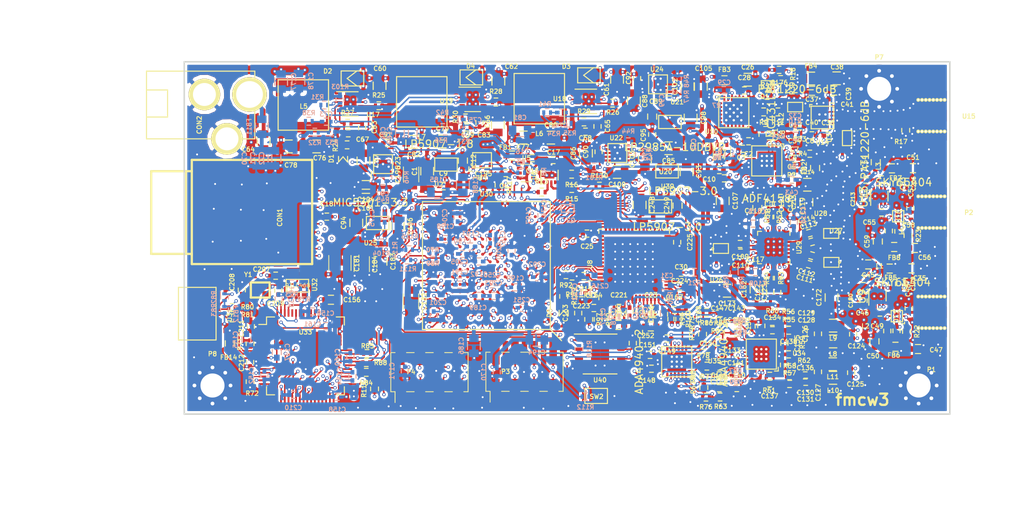
<source format=kicad_pcb>
(kicad_pcb (version 20170123) (host pcbnew "(2017-07-28 revision 75cda50)-master")
  (layers (0 F.Cu signal) (1 In1.Cu signal) (2 In2.Cu signal) (31 B.Cu signal) (34 B.Paste user) (35 F.Paste user) (36 B.SilkS user) (37 F.SilkS user) (38 B.Mask user hide) (39 F.Mask user hide) (44 Edge.Cuts user))
  (net 0 "")
  (net 1 "Net-(U14-Pad11)")
  (net 2 "Net-(U15-Pad1)")
  (net 3 "Net-(U3-Pad2)")
  (net 4 "Net-(R17-Pad2)")
  (net 5 "Net-(R22-Pad1)")
  (net 6 GND)
  (net 7 "Net-(C48-Pad1)")
  (net 8 "Net-(C46-Pad1)")
  (net 9 "Net-(L2-Pad1)")
  (net 10 "Net-(L4-Pad1)")
  (net 11 "Net-(C55-Pad1)")
  (net 12 "Net-(C57-Pad1)")
  (net 13 "Net-(R23-Pad1)")
  (net 14 "Net-(R9-Pad2)")
  (net 15 "Net-(C26-Pad1)")
  (net 16 "Net-(C29-Pad1)")
  (net 17 "Net-(C145-Pad1)")
  (net 18 "Net-(R64-Pad2)")
  (net 19 /3V3A)
  (net 20 "Net-(R65-Pad1)")
  (net 21 "Net-(C146-Pad1)")
  (net 22 /ADC2-)
  (net 23 /ADC_VCM1)
  (net 24 /ADC1+)
  (net 25 /ADC1-)
  (net 26 "Net-(R63-Pad1)")
  (net 27 "Net-(C147-Pad1)")
  (net 28 "Net-(R66-Pad2)")
  (net 29 /ADC_VCM2)
  (net 30 /ADC2+)
  (net 31 "Net-(C144-Pad1)")
  (net 32 "Net-(C137-Pad1)")
  (net 33 "Net-(C143-Pad2)")
  (net 34 "Net-(C134-Pad1)")
  (net 35 "Net-(C134-Pad2)")
  (net 36 "Net-(C137-Pad2)")
  (net 37 "Net-(C140-Pad2)")
  (net 38 "Net-(C141-Pad2)")
  (net 39 "Net-(C142-Pad2)")
  (net 40 "Net-(C135-Pad1)")
  (net 41 "Net-(C135-Pad2)")
  (net 42 "Net-(C136-Pad1)")
  (net 43 "Net-(C136-Pad2)")
  (net 44 "Net-(C8-Pad2)")
  (net 45 "Net-(C11-Pad2)")
  (net 46 /ADC_CE)
  (net 47 /ADF_CLK)
  (net 48 /ADF_DATA)
  (net 49 /ADF_LE)
  (net 50 /ADF_MUXOUT)
  (net 51 "Net-(R2-Pad2)")
  (net 52 "Net-(U1-Pad21)")
  (net 53 "Net-(C6-Pad1)")
  (net 54 "Net-(R1-Pad1)")
  (net 55 /ADF_TXDATA)
  (net 56 "Net-(C10-Pad1)")
  (net 57 /fpga/usb/USB_5V)
  (net 58 /fpga/usb/USBDP)
  (net 59 /fpga/usb/USBDM)
  (net 60 "Net-(U31-Pad4)")
  (net 61 "Net-(U31-PadSH)")
  (net 62 /fpga/TDO)
  (net 63 /fpga/SPI_MOSI)
  (net 64 /fpga/CCLK)
  (net 65 "Net-(P9-Pad1)")
  (net 66 /fpga/TDI)
  (net 67 /fpga/TMS)
  (net 68 /fpga/TCK)
  (net 69 /fpga/SPI_DIN)
  (net 70 "Net-(D2-Pad1)")
  (net 71 /1V0)
  (net 72 /3V6)
  (net 73 "Net-(D3-Pad1)")
  (net 74 "Net-(D4-Pad1)")
  (net 75 /power/5V6)
  (net 76 /tx/BSW)
  (net 77 "Net-(C55-Pad2)")
  (net 78 "Net-(C52-Pad1)")
  (net 79 "Net-(C42-Pad1)")
  (net 80 "Net-(C46-Pad2)")
  (net 81 /fpga/usb/EECS)
  (net 82 /fpga/usb/EEDATA)
  (net 83 /fpga/usb/DO)
  (net 84 /3V3D)
  (net 85 /10V)
  (net 86 "Net-(C95-Pad1)")
  (net 87 /power/12V)
  (net 88 /fpga/adc/3V0)
  (net 89 "Net-(R5-Pad1)")
  (net 90 "Net-(R6-Pad1)")
  (net 91 /3V0)
  (net 92 "Net-(C99-Pad2)")
  (net 93 "Net-(C92-Pad1)")
  (net 94 "Net-(U24-Pad5)")
  (net 95 "Net-(U22-Pad5)")
  (net 96 "Net-(C90-Pad1)")
  (net 97 "Net-(C96-Pad2)")
  (net 98 /5V)
  (net 99 /1V8)
  (net 100 "Net-(C97-Pad2)")
  (net 101 "Net-(C91-Pad1)")
  (net 102 "Net-(D6-Pad2)")
  (net 103 /fpga/LED)
  (net 104 "Net-(R84-Pad2)")
  (net 105 "Net-(R85-Pad2)")
  (net 106 "Net-(R88-Pad2)")
  (net 107 "Net-(R91-Pad2)")
  (net 108 "Net-(R93-Pad1)")
  (net 109 "Net-(R25-Pad1)")
  (net 110 "Net-(R81-Pad1)")
  (net 111 "Net-(R82-Pad2)")
  (net 112 "Net-(R80-Pad1)")
  (net 113 "Net-(R20-Pad1)")
  (net 114 "Net-(R21-Pad1)")
  (net 115 "Net-(C49-Pad1)")
  (net 116 "Net-(C58-Pad1)")
  (net 117 "Net-(D1-Pad2)")
  (net 118 "Net-(C67-Pad1)")
  (net 119 "Net-(C63-Pad1)")
  (net 120 "Net-(R69-Pad2)")
  (net 121 "Net-(C142-Pad1)")
  (net 122 "Net-(C141-Pad1)")
  (net 123 "Net-(C140-Pad1)")
  (net 124 /fpga/M0)
  (net 125 "Net-(R130-Pad1)")
  (net 126 /fpga/SPI_CS)
  (net 127 /fpga/INIT_B)
  (net 128 /fpga/M2)
  (net 129 /fpga/M1)
  (net 130 /fpga/PROGRAM_B)
  (net 131 "Net-(R16-Pad2)")
  (net 132 "Net-(C129-Pad1)")
  (net 133 "Net-(C130-Pad1)")
  (net 134 /if/IF2+)
  (net 135 /if/IF2-)
  (net 136 /if/IF1+)
  (net 137 /if/IF1-)
  (net 138 "Net-(R49-Pad2)")
  (net 139 "Net-(R26-Pad1)")
  (net 140 "Net-(C128-Pad1)")
  (net 141 "Net-(C75-Pad1)")
  (net 142 "Net-(C74-Pad1)")
  (net 143 "Net-(C73-Pad1)")
  (net 144 "Net-(C143-Pad1)")
  (net 145 "Net-(C131-Pad1)")
  (net 146 "Net-(C32-Pad1)")
  (net 147 "Net-(C66-Pad2)")
  (net 148 "Net-(C68-Pad1)")
  (net 149 "Net-(C65-Pad1)")
  (net 150 "Net-(C66-Pad1)")
  (net 151 "Net-(C69-Pad1)")
  (net 152 /power/SYNC)
  (net 153 "Net-(R31-Pad2)")
  (net 154 "Net-(C63-Pad2)")
  (net 155 "Net-(C65-Pad2)")
  (net 156 "Net-(R28-Pad1)")
  (net 157 "Net-(C10-Pad2)")
  (net 158 "Net-(C11-Pad1)")
  (net 159 "Net-(R11-Pad2)")
  (net 160 "Net-(R15-Pad2)")
  (net 161 "Net-(R13-Pad2)")
  (net 162 "Net-(R11-Pad1)")
  (net 163 "Net-(C16-Pad1)")
  (net 164 "Net-(C13-Pad1)")
  (net 165 "Net-(R8-Pad1)")
  (net 166 /LO)
  (net 167 "Net-(C37-Pad2)")
  (net 168 "Net-(C13-Pad2)")
  (net 169 /1V8_OSC)
  (net 170 "Net-(U30-PadC1)")
  (net 171 /fpga/RXF#)
  (net 172 /MIX_ENBL)
  (net 173 "Net-(U30-PadR2)")
  (net 174 /fpga/OF1)
  (net 175 /fpga/TXE#)
  (net 176 "Net-(U30-PadC3)")
  (net 177 "Net-(U30-PadD3)")
  (net 178 "Net-(U30-PadE3)")
  (net 179 "Net-(U30-PadF3)")
  (net 180 /fpga/CARD_DETECT)
  (net 181 "Net-(U30-PadN3)")
  (net 182 /fpga/OF2)
  (net 183 /fpga/WR)
  (net 184 /fpga/RD#)
  (net 185 "Net-(U30-PadC4)")
  (net 186 "Net-(U30-PadD4)")
  (net 187 "Net-(U30-PadF4)")
  (net 188 "Net-(U30-PadG4)")
  (net 189 "Net-(U30-PadH4)")
  (net 190 "Net-(U30-PadL4)")
  (net 191 "Net-(U30-PadM4)")
  (net 192 "Net-(U30-PadN4)")
  (net 193 "Net-(U30-PadP4)")
  (net 194 /fpga/D11)
  (net 195 "Net-(U30-PadD5)")
  (net 196 "Net-(U30-PadE5)")
  (net 197 "Net-(U30-PadF5)")
  (net 198 "Net-(U30-PadG5)")
  (net 199 "Net-(U30-PadH5)")
  (net 200 "Net-(U30-PadJ5)")
  (net 201 "Net-(U30-PadK5)")
  (net 202 "Net-(U30-PadL5)")
  (net 203 "Net-(U30-PadM5)")
  (net 204 "Net-(U30-PadP5)")
  (net 205 /fpga/D10)
  (net 206 /fpga/D9)
  (net 207 "Net-(U30-PadB6)")
  (net 208 "Net-(U30-PadC6)")
  (net 209 "Net-(U30-PadD6)")
  (net 210 "Net-(U30-PadE6)")
  (net 211 "Net-(U30-PadM6)")
  (net 212 "Net-(U30-PadN6)")
  (net 213 "Net-(U30-PadP6)")
  (net 214 /fpga/D8)
  (net 215 "Net-(U30-PadC7)")
  (net 216 /fpga/D6)
  (net 217 /fpga/D7)
  (net 218 /fpga/FT_D7)
  (net 219 "Net-(U30-PadC8)")
  (net 220 "Net-(U30-PadD8)")
  (net 221 "Net-(U30-PadH8)")
  (net 222 /fpga/D3)
  (net 223 /fpga/D4)
  (net 224 /fpga/D5)
  (net 225 /fpga/FT_D6)
  (net 226 /fpga/FT_D4)
  (net 227 "Net-(U30-PadC9)")
  (net 228 "Net-(U30-PadD9)")
  (net 229 "Net-(U30-PadN9)")
  (net 230 /fpga/D2)
  (net 231 /fpga/D1)
  (net 232 /fpga/FT_D5)
  (net 233 /fpga/FT_D3)
  (net 234 "Net-(U30-PadD10)")
  (net 235 "Net-(U30-PadP10)")
  (net 236 "Net-(U30-PadR10)")
  (net 237 /fpga/D0)
  (net 238 /fpga/FT_D2)
  (net 239 "Net-(U30-PadD11)")
  (net 240 "Net-(U30-PadE11)")
  (net 241 "Net-(U30-PadG11)")
  (net 242 "Net-(U30-PadH11)")
  (net 243 "Net-(U30-PadP11)")
  (net 244 "Net-(U30-PadR11)")
  (net 245 /fpga/FT_D0)
  (net 246 /fpga/FT_D1)
  (net 247 "Net-(U30-PadE12)")
  (net 248 /fpga/SD_CLK)
  (net 249 "Net-(U30-PadG12)")
  (net 250 "Net-(U30-PadH12)")
  (net 251 "Net-(U30-PadK12)")
  (net 252 "Net-(U30-PadM12)")
  (net 253 "Net-(U30-PadN12)")
  (net 254 "Net-(U30-PadR12)")
  (net 255 /fpga/ADC_OE1)
  (net 256 "Net-(U30-PadC13)")
  (net 257 "Net-(U30-PadD13)")
  (net 258 "Net-(U30-PadE13)")
  (net 259 "Net-(U30-PadF13)")
  (net 260 "Net-(U30-PadH13)")
  (net 261 "Net-(U30-PadK13)")
  (net 262 "Net-(U30-PadL13)")
  (net 263 "Net-(U30-PadN13)")
  (net 264 "Net-(U30-PadP13)")
  (net 265 "Net-(U30-PadR13)")
  (net 266 /fpga/ADC_SHDN1)
  (net 267 "Net-(U30-PadC14)")
  (net 268 "Net-(U30-PadD14)")
  (net 269 "Net-(U30-PadG14)")
  (net 270 "Net-(U30-PadH14)")
  (net 271 "Net-(U30-PadL14)")
  (net 272 "Net-(U30-PadP14)")
  (net 273 /fpga/ADC_OE2)
  (net 274 /fpga/SD_DAT2)
  (net 275 "Net-(U30-PadJ15)")
  (net 276 "Net-(U30-PadM15)")
  (net 277 "Net-(U30-PadP15)")
  (net 278 /fpga/ADC_SHDN2)
  (net 279 /fpga/SD_DAT3)
  (net 280 /fpga/SD_DAT1)
  (net 281 /fpga/SD_DAT0)
  (net 282 /fpga/SD_CMD)
  (net 283 "Net-(U30-PadJ16)")
  (net 284 "Net-(U30-PadK16)")
  (net 285 "Net-(C64-Pad1)")
  (net 286 "Net-(U6-Pad5)")
  (net 287 "Net-(C15-Pad1)")
  (net 288 "Net-(C127-Pad2)")
  (net 289 "Net-(C127-Pad1)")
  (net 290 "Net-(C126-Pad2)")
  (net 291 "Net-(C126-Pad1)")
  (net 292 "Net-(C110-Pad2)")
  (net 293 "Net-(C110-Pad1)")
  (net 294 "Net-(C209-Pad1)")
  (net 295 /RF2)
  (net 296 "Net-(C114-Pad2)")
  (net 297 "Net-(C114-Pad1)")
  (net 298 "Net-(C113-Pad1)")
  (net 299 "Net-(C113-Pad2)")
  (net 300 "Net-(C112-Pad2)")
  (net 301 "Net-(C112-Pad1)")
  (net 302 "Net-(C111-Pad1)")
  (net 303 "Net-(C111-Pad2)")
  (net 304 "Net-(C109-Pad2)")
  (net 305 "Net-(C109-Pad1)")
  (net 306 /RF1)
  (net 307 "Net-(C208-Pad1)")
  (net 308 "Net-(U8-Pad42)")
  (net 309 "Net-(U8-Pad41)")
  (net 310 "Net-(U8-Pad39)")
  (net 311 "Net-(U8-Pad38)")
  (net 312 "Net-(U8-Pad37)")
  (net 313 "Net-(U8-Pad36)")
  (net 314 "Net-(U8-Pad35)")
  (net 315 "Net-(U8-Pad34)")
  (net 316 "Net-(U8-Pad33)")
  (net 317 "Net-(U8-Pad30)")
  (net 318 "Net-(U8-Pad29)")
  (net 319 "Net-(U8-Pad28)")
  (net 320 "Net-(U8-Pad27)")
  (net 321 "Net-(U8-Pad26)")
  (net 322 "Net-(U8-Pad25)")
  (net 323 "Net-(U8-Pad24)")
  (net 324 "Net-(R71-Pad1)")
  (net 325 "Net-(R72-Pad1)")
  (net 326 /fpga/SIWUA)
  (net 327 /fpga/CLKOUT)
  (net 328 /fpga/OE#)
  (net 329 "Net-(C157-Pad1)")
  (net 330 /fpga/usb/1V8)
  (net 331 "Net-(C155-Pad1)")
  (net 332 /fpga/usb/EECLK)
  (net 333 "Net-(U33-Pad60)")
  (net 334 "Net-(U33-Pad58)")
  (net 335 "Net-(U33-Pad57)")
  (net 336 "Net-(U33-Pad55)")
  (net 337 "Net-(U33-Pad54)")
  (net 338 "Net-(U33-Pad52)")
  (net 339 "Net-(U33-Pad48)")
  (net 340 "Net-(U33-Pad46)")
  (net 341 "Net-(U33-Pad45)")
  (net 342 "Net-(U33-Pad44)")
  (net 343 "Net-(U33-Pad43)")
  (net 344 "Net-(U33-Pad34)")
  (net 345 /mixer/5VF)
  (net 346 "Net-(U12-Pad1)")
  (net 347 "Net-(C167-Pad2)")
  (net 348 "Net-(C164-Pad2)")
  (net 349 "Net-(C166-Pad2)")
  (net 350 "Net-(C163-Pad2)")
  (net 351 /ADF_REF)
  (net 352 /ADC_REF)
  (net 353 /FPGA_REF)
  (net 354 /fpga/adc/REFLA)
  (net 355 /fpga/adc/REFHA)
  (net 356 /fpga/adc/REFLB)
  (net 357 /fpga/adc/REFHB)
  (net 358 /PA_OFF)
  (net 359 "Net-(U30-PadR5)")
  (net 360 "Net-(U30-PadT5)")
  (net 361 "Net-(U30-PadR6)")
  (net 362 "Net-(U30-PadR7)")
  (net 363 "Net-(U30-PadT7)")
  (net 364 "Net-(U30-PadP8)")
  (net 365 "Net-(U30-PadR8)")
  (net 366 "Net-(U30-PadT8)")
  (net 367 "Net-(U30-PadP9)")
  (net 368 "Net-(U30-PadT9)")
  (net 369 "Net-(U30-PadT10)")
  (net 370 "Net-(U30-PadT12)")
  (net 371 "Net-(U30-PadT13)")
  (net 372 "Net-(U30-PadJ1)")
  (net 373 "Net-(R101-Pad1)")
  (net 374 "Net-(U30-PadT14)")
  (net 375 "Net-(U30-PadT15)")
  (net 376 "Net-(U30-PadM14)")
  (net 377 "Net-(U30-PadK15)")
  (net 378 "Net-(U30-PadF12)")
  (net 379 "Net-(U30-PadL3)")
  (net 380 "Net-(U30-PadB4)")
  (net 381 "Net-(U30-PadA10)")
  (net 382 "Net-(U30-PadB11)")
  (net 383 "Net-(U30-PadB12)")
  (net 384 /fpga/EXT1_6)
  (net 385 /fpga/EXT1_5)
  (net 386 /fpga/EXT1_4)
  (net 387 /fpga/EXT1_3)
  (net 388 /fpga/EXT1_2)
  (net 389 /fpga/EXT1_1)
  (net 390 /fpga/EXT2_4)
  (net 391 /fpga/EXT2_1)
  (net 392 /fpga/EXT2_6)
  (net 393 /fpga/EXT2_3)
  (net 394 /fpga/EXT2_5)
  (net 395 /fpga/EXT2_2)
  (net 396 "Net-(Y1-Pad2)")
  (net 397 "Net-(Y1-Pad4)")
  (net 398 /fpga/ADF_DONE)
  (net 399 "Net-(R104-Pad2)")
  (net 400 "Net-(C175-Pad1)")
  (net 401 /fpga/FT_SUSPEND)
  (net 402 "Net-(U33-Pad53)")
  (net 403 "Net-(C179-Pad1)")
  (net 404 "Net-(C206-Pad1)")
  (net 405 "Net-(U30-PadT3)")
  (net 406 "Net-(P6-Pad1)")
  (module fmcw3:TP_1.00 (layer B.Cu) (at 170.225 112.7)
    (fp_text reference P6 hide)
    (fp_text value CONN_01X01)
    (pad 1 smd circle (at 0 0) (size 1 1) (layers B.Cu B.Paste B.Mask) (net 406 "Net-(P6-Pad1)"))
  )
  (module fmcw3:C_0805b (layer F.Cu) (at 203.425 96.175 90)
    (fp_text reference C215 (at 0 -1.675 90) (layer F.SilkS) (effects (font (size 0.5 0.5) (thickness 0.125))))
    (fp_text value DNP)
    (pad 1 smd rect (at -1 0 90) (size 1 1.25) (layers F.Cu F.Paste F.Mask) (net 6 GND))
    (pad 2 smd rect (at 1 0 90) (size 1 1.25) (layers F.Cu F.Paste F.Mask) (net 98 /5V))
  )
  (module fmcw3:C_0805b (layer F.Cu) (at 203.55 93.85)
    (fp_text reference C214 (at 0 -1.675) (layer F.SilkS) (effects (font (size 0.5 0.5) (thickness 0.125))))
    (fp_text value DNP)
    (pad 1 smd rect (at -1 0) (size 1 1.25) (layers F.Cu F.Paste F.Mask) (net 6 GND))
    (pad 2 smd rect (at 1 0) (size 1 1.25) (layers F.Cu F.Paste F.Mask) (net 98 /5V))
  )
  (module fmcw3:C_0402b (layer F.Cu) (at 215.925 107.025 270)
    (fp_text reference C179 (at 0 -1.7 270) (layer F.SilkS) (effects (font (size 0.5 0.5) (thickness 0.125))))
    (fp_text value 10n)
    (pad 1 smd rect (at -0.55 0 270) (size 0.6 0.5) (layers F.Cu F.Paste F.Mask) (net 403 "Net-(C179-Pad1)"))
    (pad 2 smd rect (at 0.55 0 270) (size 0.6 0.5) (layers F.Cu F.Paste F.Mask) (net 6 GND))
  )
  (module fmcw3:C_0402b (layer F.Cu) (at 211.025 109.275 90)
    (fp_text reference C180 (at 0 -1.7 90) (layer F.SilkS) (effects (font (size 0.5 0.5) (thickness 0.125))))
    (fp_text value 100p)
    (pad 2 smd rect (at 0.55 0 90) (size 0.6 0.5) (layers F.Cu F.Paste F.Mask) (net 6 GND))
    (pad 1 smd rect (at -0.55 0 90) (size 0.6 0.5) (layers F.Cu F.Paste F.Mask) (net 403 "Net-(C179-Pad1)"))
  )
  (module fmcw3:C_0402b (layer F.Cu) (at 216 93.7 270)
    (fp_text reference C206 (at 0 -1.7 270) (layer F.SilkS) (effects (font (size 0.5 0.5) (thickness 0.125))))
    (fp_text value 10n)
    (pad 2 smd rect (at 0.55 0 270) (size 0.6 0.5) (layers F.Cu F.Paste F.Mask) (net 6 GND))
    (pad 1 smd rect (at -0.55 0 270) (size 0.6 0.5) (layers F.Cu F.Paste F.Mask) (net 404 "Net-(C206-Pad1)"))
  )
  (module fmcw3:C_0402b (layer F.Cu) (at 211.325 95.8 90)
    (fp_text reference C213 (at 0 -1.7 90) (layer F.SilkS) (effects (font (size 0.5 0.5) (thickness 0.125))))
    (fp_text value 100p)
    (pad 1 smd rect (at -0.55 0 90) (size 0.6 0.5) (layers F.Cu F.Paste F.Mask) (net 404 "Net-(C206-Pad1)"))
    (pad 2 smd rect (at 0.55 0 90) (size 0.6 0.5) (layers F.Cu F.Paste F.Mask) (net 6 GND))
  )
  (module fmcw3:DFN-8-1EP_2x2mm_Pitch0.5mm (layer F.Cu) (at 213.125 95.375 90)
    (fp_text reference U13 (at -0.05 -2.075 90) (layer F.SilkS))
    (fp_text value TRF37A73)
    (pad 9 smd rect (at 0 -0.44 90) (size 1.06 0.88) (layers F.Cu F.Paste F.Mask) (net 6 GND))
    (pad 9 smd rect (at 0 0.44 90) (size 1.06 0.88) (layers F.Cu F.Paste F.Mask) (net 6 GND))
    (pad 8 smd rect (at 0.95 -0.75 90) (size 0.5 0.28) (layers F.Cu F.Paste F.Mask) (net 6 GND))
    (pad 7 smd rect (at 0.95 -0.25 90) (size 0.5 0.28) (layers F.Cu F.Paste F.Mask) (net 78 "Net-(C52-Pad1)"))
    (pad 6 smd rect (at 0.95 0.25 90) (size 0.5 0.28) (layers F.Cu F.Paste F.Mask) (net 6 GND))
    (pad 5 smd rect (at 0.95 0.75 90) (size 0.5 0.28) (layers F.Cu F.Paste F.Mask) (net 6 GND))
    (pad 4 smd rect (at -0.95 0.75 90) (size 0.5 0.28) (layers F.Cu F.Paste F.Mask) (net 6 GND))
    (pad 3 smd rect (at -0.95 0.25 90) (size 0.5 0.28) (layers F.Cu F.Paste F.Mask) (net 6 GND))
    (pad 2 smd rect (at -0.95 -0.25 90) (size 0.5 0.28) (layers F.Cu F.Paste F.Mask) (net 77 "Net-(C55-Pad2)"))
    (pad 1 smd rect (at -0.95 -0.75 90) (size 0.5 0.28) (layers F.Cu F.Paste F.Mask) (net 404 "Net-(C206-Pad1)"))
  )
  (module fmcw3:DFN-8-1EP_2x2mm_Pitch0.5mm (layer F.Cu) (at 212.875 108.65 90)
    (fp_text reference U9 (at -0.05 -2.075 90) (layer F.SilkS))
    (fp_text value TRF37A73)
    (pad 1 smd rect (at -0.95 -0.75 90) (size 0.5 0.28) (layers F.Cu F.Paste F.Mask) (net 403 "Net-(C179-Pad1)"))
    (pad 2 smd rect (at -0.95 -0.25 90) (size 0.5 0.28) (layers F.Cu F.Paste F.Mask) (net 80 "Net-(C46-Pad2)"))
    (pad 3 smd rect (at -0.95 0.25 90) (size 0.5 0.28) (layers F.Cu F.Paste F.Mask) (net 6 GND))
    (pad 4 smd rect (at -0.95 0.75 90) (size 0.5 0.28) (layers F.Cu F.Paste F.Mask) (net 6 GND))
    (pad 5 smd rect (at 0.95 0.75 90) (size 0.5 0.28) (layers F.Cu F.Paste F.Mask) (net 6 GND))
    (pad 6 smd rect (at 0.95 0.25 90) (size 0.5 0.28) (layers F.Cu F.Paste F.Mask) (net 6 GND))
    (pad 7 smd rect (at 0.95 -0.25 90) (size 0.5 0.28) (layers F.Cu F.Paste F.Mask) (net 79 "Net-(C42-Pad1)"))
    (pad 8 smd rect (at 0.95 -0.75 90) (size 0.5 0.28) (layers F.Cu F.Paste F.Mask) (net 6 GND))
    (pad 9 smd rect (at 0 0.44 90) (size 1.06 0.88) (layers F.Cu F.Paste F.Mask) (net 6 GND))
    (pad 9 smd rect (at 0 -0.44 90) (size 1.06 0.88) (layers F.Cu F.Paste F.Mask) (net 6 GND))
  )
  (module Pin_Headers:Pin_Header_Straight_2x04_Pitch2.54mm_SMD (layer F.Cu) (at 153.3 118.775 90)
    (fp_text reference P4 (at 0.03 -2.445 180) (layer F.SilkS) (effects (font (size 0.6 0.6) (thickness 0.125))))
    (fp_text value CONN_02X04)
    (pad 1 smd rect (at -2.525 -3.81 90) (size 3.15 1) (layers F.Cu F.Paste F.Mask) (net 6 GND))
    (pad 2 smd rect (at 2.525 -3.81 90) (size 3.15 1) (layers F.Cu F.Paste F.Mask) (net 84 /3V3D))
    (pad 3 smd rect (at -2.525 -1.27 90) (size 3.15 1) (layers F.Cu F.Paste F.Mask) (net 389 /fpga/EXT1_1))
    (pad 4 smd rect (at 2.525 -1.27 90) (size 3.15 1) (layers F.Cu F.Paste F.Mask) (net 386 /fpga/EXT1_4))
    (pad 5 smd rect (at -2.525 1.27 90) (size 3.15 1) (layers F.Cu F.Paste F.Mask) (net 388 /fpga/EXT1_2))
    (pad 6 smd rect (at 2.525 1.27 90) (size 3.15 1) (layers F.Cu F.Paste F.Mask) (net 385 /fpga/EXT1_5))
    (pad 7 smd rect (at -2.525 3.81 90) (size 3.15 1) (layers F.Cu F.Paste F.Mask) (net 387 /fpga/EXT1_3))
    (pad 8 smd rect (at 2.525 3.81 90) (size 3.15 1) (layers F.Cu F.Paste F.Mask) (net 384 /fpga/EXT1_6))
  )
  (module fmcw3:C_0805b (layer B.Cu) (at 133.575 80.125 90)
    (fp_text reference C177 (at 0 1.675 90) (layer B.SilkS) (effects (font (size 0.6 0.6) (thickness 0.125)) (justify mirror)))
    (fp_text value DNP)
    (pad 2 smd rect (at 1 0 90) (size 1 1.25) (layers B.Cu B.Paste B.Mask) (net 6 GND))
    (pad 1 smd rect (at -1 0 90) (size 1 1.25) (layers B.Cu B.Paste B.Mask) (net 87 /power/12V))
  )
  (module fmcw3:C_0805b (layer B.Cu) (at 135.875 80.05 90)
    (fp_text reference C178 (at 0 1.675 90) (layer B.SilkS) (effects (font (size 0.6 0.6) (thickness 0.125)) (justify mirror)))
    (fp_text value DNP)
    (pad 1 smd rect (at -1 0 90) (size 1 1.25) (layers B.Cu B.Paste B.Mask) (net 87 /power/12V))
    (pad 2 smd rect (at 1 0 90) (size 1 1.25) (layers B.Cu B.Paste B.Mask) (net 6 GND))
  )
  (module fmcw3:SON-10_2.5x2.5mm (layer F.Cu) (at 147.12535 91.11381 90)
    (fp_text reference U23 (at 0.15 2 90) (layer F.SilkS) (effects (font (size 0.6 0.6) (thickness 0.125))))
    (fp_text value TPS7A91)
    (pad 11 smd rect (at 0.33 0.5 90) (size 0.45 0.85) (layers F.Cu F.Paste F.Mask) (net 6 GND))
    (pad 11 smd rect (at -0.33 0.5 90) (size 0.45 0.85) (layers F.Cu F.Paste F.Mask) (net 6 GND))
    (pad 11 smd rect (at -0.33 -0.5 90) (size 0.45 0.85) (layers F.Cu F.Paste F.Mask) (net 6 GND))
    (pad 11 smd rect (at 0.33 -0.5 90) (size 0.45 0.85) (layers F.Cu F.Paste F.Mask) (net 6 GND))
    (pad 11 thru_hole circle (at 0.35 0.75 90) (size 0.5 0.5) (drill 0.3) (layers *.Cu F.Mask) (net 6 GND))
    (pad 11 thru_hole circle (at -0.35 0.75 90) (size 0.5 0.5) (drill 0.3) (layers *.Cu F.Mask) (net 6 GND))
    (pad 11 thru_hole circle (at 0 0 90) (size 0.5 0.5) (drill 0.3) (layers *.Cu F.Mask) (net 6 GND))
    (pad 11 thru_hole circle (at 0.35 -0.75 90) (size 0.5 0.5) (drill 0.3) (layers *.Cu F.Mask) (net 6 GND))
    (pad 11 thru_hole circle (at -0.35 -0.75 90) (size 0.5 0.5) (drill 0.3) (layers *.Cu F.Mask) (net 6 GND))
    (pad 6 smd rect (at 1.25 1 90) (size 0.8 0.28) (layers F.Cu F.Paste F.Mask) (net 72 /3V6))
    (pad 5 smd rect (at -1.25 1 90) (size 0.8 0.28) (layers F.Cu F.Paste F.Mask) (net 399 "Net-(R104-Pad2)"))
    (pad 11 smd rect (at 0 0 90) (size 1.2 2) (layers F.Cu F.Mask) (net 6 GND))
    (pad 10 smd rect (at 1.25 -1 90) (size 0.8 0.28) (layers F.Cu F.Paste F.Mask) (net 72 /3V6))
    (pad 9 smd rect (at 1.25 -0.5 90) (size 0.8 0.28) (layers F.Cu F.Paste F.Mask) (net 72 /3V6))
    (pad 8 smd rect (at 1.25 0 90) (size 0.8 0.28) (layers F.Cu F.Paste F.Mask) (net 101 "Net-(C91-Pad1)"))
    (pad 7 smd rect (at 1.25 0.5 90) (size 0.8 0.28) (layers F.Cu F.Paste F.Mask) (net 75 /power/5V6))
    (pad 4 smd rect (at -1.25 0.5 90) (size 0.8 0.28) (layers F.Cu F.Paste F.Mask) (net 6 GND))
    (pad 3 smd rect (at -1.25 0 90) (size 0.8 0.28) (layers F.Cu F.Paste F.Mask) (net 100 "Net-(C97-Pad2)"))
    (pad 2 smd rect (at -1.25 -0.5 90) (size 0.8 0.28) (layers F.Cu F.Paste F.Mask) (net 99 /1V8))
    (pad 1 smd rect (at -1.25 -1 90) (size 0.8 0.28) (layers F.Cu F.Paste F.Mask) (net 99 /1V8))
  )
  (module fmcw3:SON-10_2.5x2.5mm (layer F.Cu) (at 178.293022 89.63105 180)
    (fp_text reference U22 (at 0.15 2 180) (layer F.SilkS) (effects (font (size 0.6 0.6) (thickness 0.125))))
    (fp_text value TPS7A91)
    (pad 11 smd rect (at 0.33 0.5 180) (size 0.45 0.85) (layers F.Cu F.Paste F.Mask) (net 6 GND))
    (pad 11 smd rect (at -0.33 0.5 180) (size 0.45 0.85) (layers F.Cu F.Paste F.Mask) (net 6 GND))
    (pad 11 smd rect (at -0.33 -0.5 180) (size 0.45 0.85) (layers F.Cu F.Paste F.Mask) (net 6 GND))
    (pad 11 smd rect (at 0.33 -0.5 180) (size 0.45 0.85) (layers F.Cu F.Paste F.Mask) (net 6 GND))
    (pad 11 thru_hole circle (at 0.35 0.75 180) (size 0.5 0.5) (drill 0.3) (layers *.Cu F.Mask) (net 6 GND))
    (pad 11 thru_hole circle (at -0.35 0.75 180) (size 0.5 0.5) (drill 0.3) (layers *.Cu F.Mask) (net 6 GND))
    (pad 11 thru_hole circle (at 0 0 180) (size 0.5 0.5) (drill 0.3) (layers *.Cu F.Mask) (net 6 GND))
    (pad 11 thru_hole circle (at 0.35 -0.75 180) (size 0.5 0.5) (drill 0.3) (layers *.Cu F.Mask) (net 6 GND))
    (pad 11 thru_hole circle (at -0.35 -0.75 180) (size 0.5 0.5) (drill 0.3) (layers *.Cu F.Mask) (net 6 GND))
    (pad 6 smd rect (at 1.25 1 180) (size 0.8 0.28) (layers F.Cu F.Paste F.Mask) (net 75 /power/5V6))
    (pad 5 smd rect (at -1.25 1 180) (size 0.8 0.28) (layers F.Cu F.Paste F.Mask) (net 95 "Net-(U22-Pad5)"))
    (pad 11 smd rect (at 0 0 180) (size 1.2 2) (layers F.Cu F.Mask) (net 6 GND))
    (pad 10 smd rect (at 1.25 -1 180) (size 0.8 0.28) (layers F.Cu F.Paste F.Mask) (net 75 /power/5V6))
    (pad 9 smd rect (at 1.25 -0.5 180) (size 0.8 0.28) (layers F.Cu F.Paste F.Mask) (net 75 /power/5V6))
    (pad 8 smd rect (at 1.25 0 180) (size 0.8 0.28) (layers F.Cu F.Paste F.Mask) (net 96 "Net-(C90-Pad1)"))
    (pad 7 smd rect (at 1.25 0.5 180) (size 0.8 0.28) (layers F.Cu F.Paste F.Mask) (net 75 /power/5V6))
    (pad 4 smd rect (at -1.25 0.5 180) (size 0.8 0.28) (layers F.Cu F.Paste F.Mask) (net 6 GND))
    (pad 3 smd rect (at -1.25 0 180) (size 0.8 0.28) (layers F.Cu F.Paste F.Mask) (net 97 "Net-(C96-Pad2)"))
    (pad 2 smd rect (at -1.25 -0.5 180) (size 0.8 0.28) (layers F.Cu F.Paste F.Mask) (net 98 /5V))
    (pad 1 smd rect (at -1.25 -1 180) (size 0.8 0.28) (layers F.Cu F.Paste F.Mask) (net 98 /5V))
  )
  (module fmcw3:SON-10_2.5x2.5mm (layer F.Cu) (at 183.7 80.5 180)
    (fp_text reference U24 (at 0.15 2 180) (layer F.SilkS) (effects (font (size 0.6 0.6) (thickness 0.125))))
    (fp_text value TPS7A91)
    (pad 11 smd rect (at 0.33 0.5 180) (size 0.45 0.85) (layers F.Cu F.Paste F.Mask) (net 6 GND))
    (pad 11 smd rect (at -0.33 0.5 180) (size 0.45 0.85) (layers F.Cu F.Paste F.Mask) (net 6 GND))
    (pad 11 smd rect (at -0.33 -0.5 180) (size 0.45 0.85) (layers F.Cu F.Paste F.Mask) (net 6 GND))
    (pad 11 smd rect (at 0.33 -0.5 180) (size 0.45 0.85) (layers F.Cu F.Paste F.Mask) (net 6 GND))
    (pad 11 thru_hole circle (at 0.35 0.75 180) (size 0.5 0.5) (drill 0.3) (layers *.Cu F.Mask) (net 6 GND))
    (pad 11 thru_hole circle (at -0.35 0.75 180) (size 0.5 0.5) (drill 0.3) (layers *.Cu F.Mask) (net 6 GND))
    (pad 11 thru_hole circle (at 0 0 180) (size 0.5 0.5) (drill 0.3) (layers *.Cu F.Mask) (net 6 GND))
    (pad 11 thru_hole circle (at 0.35 -0.75 180) (size 0.5 0.5) (drill 0.3) (layers *.Cu F.Mask) (net 6 GND))
    (pad 11 thru_hole circle (at -0.35 -0.75 180) (size 0.5 0.5) (drill 0.3) (layers *.Cu F.Mask) (net 6 GND))
    (pad 6 smd rect (at 1.25 1 180) (size 0.8 0.28) (layers F.Cu F.Paste F.Mask) (net 72 /3V6))
    (pad 5 smd rect (at -1.25 1 180) (size 0.8 0.28) (layers F.Cu F.Paste F.Mask) (net 94 "Net-(U24-Pad5)"))
    (pad 11 smd rect (at 0 0 180) (size 1.2 2) (layers F.Cu F.Mask) (net 6 GND))
    (pad 10 smd rect (at 1.25 -1 180) (size 0.8 0.28) (layers F.Cu F.Paste F.Mask) (net 72 /3V6))
    (pad 9 smd rect (at 1.25 -0.5 180) (size 0.8 0.28) (layers F.Cu F.Paste F.Mask) (net 72 /3V6))
    (pad 8 smd rect (at 1.25 0 180) (size 0.8 0.28) (layers F.Cu F.Paste F.Mask) (net 93 "Net-(C92-Pad1)"))
    (pad 7 smd rect (at 1.25 0.5 180) (size 0.8 0.28) (layers F.Cu F.Paste F.Mask) (net 72 /3V6))
    (pad 4 smd rect (at -1.25 0.5 180) (size 0.8 0.28) (layers F.Cu F.Paste F.Mask) (net 6 GND))
    (pad 3 smd rect (at -1.25 0 180) (size 0.8 0.28) (layers F.Cu F.Paste F.Mask) (net 92 "Net-(C99-Pad2)"))
    (pad 2 smd rect (at -1.25 -0.5 180) (size 0.8 0.28) (layers F.Cu F.Paste F.Mask) (net 19 /3V3A))
    (pad 1 smd rect (at -1.25 -1 180) (size 0.8 0.28) (layers F.Cu F.Paste F.Mask) (net 19 /3V3A))
  )
  (module fmcw3:C_0402b (layer F.Cu) (at 199.8 78.575 180)
    (fp_text reference C176 (at 0 -1.7 180) (layer F.SilkS) (effects (font (size 0.6 0.6) (thickness 0.125))))
    (fp_text value 100n)
    (pad 1 smd rect (at -0.55 0 180) (size 0.6 0.5) (layers F.Cu F.Paste F.Mask) (net 99 /1V8))
    (pad 2 smd rect (at 0.55 0 180) (size 0.6 0.5) (layers F.Cu F.Paste F.Mask) (net 6 GND))
  )
  (module Housings_QFP:LQFP-64_10x10mm_Pitch0.5mm (layer F.Cu) (at 136.81 116.61)
    (fp_text reference U33 (at 0 -3.16) (layer F.SilkS) (effects (font (size 0.6 0.6) (thickness 0.125))))
    (fp_text value FT2232H)
    (pad 64 smd rect (at -3.75 -5.7 90) (size 1 0.25) (layers F.Cu F.Paste F.Mask) (net 330 /fpga/usb/1V8))
    (pad 63 smd rect (at -3.25 -5.7 90) (size 1 0.25) (layers F.Cu F.Paste F.Mask) (net 81 /fpga/usb/EECS))
    (pad 62 smd rect (at -2.75 -5.7 90) (size 1 0.25) (layers F.Cu F.Paste F.Mask) (net 332 /fpga/usb/EECLK))
    (pad 61 smd rect (at -2.25 -5.7 90) (size 1 0.25) (layers F.Cu F.Paste F.Mask) (net 82 /fpga/usb/EEDATA))
    (pad 60 smd rect (at -1.75 -5.7 90) (size 1 0.25) (layers F.Cu F.Paste F.Mask) (net 333 "Net-(U33-Pad60)"))
    (pad 59 smd rect (at -1.25 -5.7 90) (size 1 0.25) (layers F.Cu F.Paste F.Mask) (net 111 "Net-(R82-Pad2)"))
    (pad 58 smd rect (at -0.75 -5.7 90) (size 1 0.25) (layers F.Cu F.Paste F.Mask) (net 334 "Net-(U33-Pad58)"))
    (pad 57 smd rect (at -0.25 -5.7 90) (size 1 0.25) (layers F.Cu F.Paste F.Mask) (net 335 "Net-(U33-Pad57)"))
    (pad 56 smd rect (at 0.25 -5.7 90) (size 1 0.25) (layers F.Cu F.Paste F.Mask) (net 84 /3V3D))
    (pad 55 smd rect (at 0.75 -5.7 90) (size 1 0.25) (layers F.Cu F.Paste F.Mask) (net 336 "Net-(U33-Pad55)"))
    (pad 54 smd rect (at 1.25 -5.7 90) (size 1 0.25) (layers F.Cu F.Paste F.Mask) (net 337 "Net-(U33-Pad54)"))
    (pad 53 smd rect (at 1.75 -5.7 90) (size 1 0.25) (layers F.Cu F.Paste F.Mask) (net 402 "Net-(U33-Pad53)"))
    (pad 52 smd rect (at 2.25 -5.7 90) (size 1 0.25) (layers F.Cu F.Paste F.Mask) (net 338 "Net-(U33-Pad52)"))
    (pad 51 smd rect (at 2.75 -5.7 90) (size 1 0.25) (layers F.Cu F.Paste F.Mask) (net 6 GND))
    (pad 50 smd rect (at 3.25 -5.7 90) (size 1 0.25) (layers F.Cu F.Paste F.Mask) (net 84 /3V3D))
    (pad 49 smd rect (at 3.75 -5.7 90) (size 1 0.25) (layers F.Cu F.Paste F.Mask) (net 330 /fpga/usb/1V8))
    (pad 48 smd rect (at 5.7 -3.75) (size 1 0.25) (layers F.Cu F.Paste F.Mask) (net 339 "Net-(U33-Pad48)"))
    (pad 47 smd rect (at 5.7 -3.25) (size 1 0.25) (layers F.Cu F.Paste F.Mask) (net 6 GND))
    (pad 46 smd rect (at 5.7 -2.75) (size 1 0.25) (layers F.Cu F.Paste F.Mask) (net 340 "Net-(U33-Pad46)"))
    (pad 45 smd rect (at 5.7 -2.25) (size 1 0.25) (layers F.Cu F.Paste F.Mask) (net 341 "Net-(U33-Pad45)"))
    (pad 44 smd rect (at 5.7 -1.75) (size 1 0.25) (layers F.Cu F.Paste F.Mask) (net 342 "Net-(U33-Pad44)"))
    (pad 43 smd rect (at 5.7 -1.25) (size 1 0.25) (layers F.Cu F.Paste F.Mask) (net 343 "Net-(U33-Pad43)"))
    (pad 42 smd rect (at 5.7 -0.75) (size 1 0.25) (layers F.Cu F.Paste F.Mask) (net 84 /3V3D))
    (pad 41 smd rect (at 5.7 -0.25) (size 1 0.25) (layers F.Cu F.Paste F.Mask) (net 105 "Net-(R85-Pad2)"))
    (pad 40 smd rect (at 5.7 0.25) (size 1 0.25) (layers F.Cu F.Paste F.Mask) (net 62 /fpga/TDO))
    (pad 39 smd rect (at 5.7 0.75) (size 1 0.25) (layers F.Cu F.Paste F.Mask) (net 106 "Net-(R88-Pad2)"))
    (pad 38 smd rect (at 5.7 1.25) (size 1 0.25) (layers F.Cu F.Paste F.Mask) (net 104 "Net-(R84-Pad2)"))
    (pad 37 smd rect (at 5.7 1.75) (size 1 0.25) (layers F.Cu F.Paste F.Mask) (net 330 /fpga/usb/1V8))
    (pad 36 smd rect (at 5.7 2.25) (size 1 0.25) (layers F.Cu F.Paste F.Mask) (net 401 /fpga/FT_SUSPEND))
    (pad 35 smd rect (at 5.7 2.75) (size 1 0.25) (layers F.Cu F.Paste F.Mask) (net 6 GND))
    (pad 34 smd rect (at 5.7 3.25) (size 1 0.25) (layers F.Cu F.Paste F.Mask) (net 344 "Net-(U33-Pad34)"))
    (pad 33 smd rect (at 5.7 3.75) (size 1 0.25) (layers F.Cu F.Paste F.Mask) (net 328 /fpga/OE#))
    (pad 32 smd rect (at 3.75 5.7 90) (size 1 0.25) (layers F.Cu F.Paste F.Mask) (net 327 /fpga/CLKOUT))
    (pad 31 smd rect (at 3.25 5.7 90) (size 1 0.25) (layers F.Cu F.Paste F.Mask) (net 84 /3V3D))
    (pad 30 smd rect (at 2.75 5.7 90) (size 1 0.25) (layers F.Cu F.Paste F.Mask) (net 326 /fpga/SIWUA))
    (pad 29 smd rect (at 2.25 5.7 90) (size 1 0.25) (layers F.Cu F.Paste F.Mask) (net 183 /fpga/WR))
    (pad 28 smd rect (at 1.75 5.7 90) (size 1 0.25) (layers F.Cu F.Paste F.Mask) (net 184 /fpga/RD#))
    (pad 27 smd rect (at 1.25 5.7 90) (size 1 0.25) (layers F.Cu F.Paste F.Mask) (net 175 /fpga/TXE#))
    (pad 26 smd rect (at 0.75 5.7 90) (size 1 0.25) (layers F.Cu F.Paste F.Mask) (net 171 /fpga/RXF#))
    (pad 25 smd rect (at 0.25 5.7 90) (size 1 0.25) (layers F.Cu F.Paste F.Mask) (net 6 GND))
    (pad 24 smd rect (at -0.25 5.7 90) (size 1 0.25) (layers F.Cu F.Paste F.Mask) (net 218 /fpga/FT_D7))
    (pad 23 smd rect (at -0.75 5.7 90) (size 1 0.25) (layers F.Cu F.Paste F.Mask) (net 225 /fpga/FT_D6))
    (pad 22 smd rect (at -1.25 5.7 90) (size 1 0.25) (layers F.Cu F.Paste F.Mask) (net 232 /fpga/FT_D5))
    (pad 21 smd rect (at -1.75 5.7 90) (size 1 0.25) (layers F.Cu F.Paste F.Mask) (net 226 /fpga/FT_D4))
    (pad 20 smd rect (at -2.25 5.7 90) (size 1 0.25) (layers F.Cu F.Paste F.Mask) (net 84 /3V3D))
    (pad 19 smd rect (at -2.75 5.7 90) (size 1 0.25) (layers F.Cu F.Paste F.Mask) (net 233 /fpga/FT_D3))
    (pad 18 smd rect (at -3.25 5.7 90) (size 1 0.25) (layers F.Cu F.Paste F.Mask) (net 238 /fpga/FT_D2))
    (pad 17 smd rect (at -3.75 5.7 90) (size 1 0.25) (layers F.Cu F.Paste F.Mask) (net 246 /fpga/FT_D1))
    (pad 16 smd rect (at -5.7 3.75) (size 1 0.25) (layers F.Cu F.Paste F.Mask) (net 245 /fpga/FT_D0))
    (pad 15 smd rect (at -5.7 3.25) (size 1 0.25) (layers F.Cu F.Paste F.Mask) (net 6 GND))
    (pad 14 smd rect (at -5.7 2.75) (size 1 0.25) (layers F.Cu F.Paste F.Mask) (net 325 "Net-(R72-Pad1)"))
    (pad 13 smd rect (at -5.7 2.25) (size 1 0.25) (layers F.Cu F.Paste F.Mask) (net 6 GND))
    (pad 12 smd rect (at -5.7 1.75) (size 1 0.25) (layers F.Cu F.Paste F.Mask) (net 330 /fpga/usb/1V8))
    (pad 11 smd rect (at -5.7 1.25) (size 1 0.25) (layers F.Cu F.Paste F.Mask) (net 6 GND))
    (pad 10 smd rect (at -5.7 0.75) (size 1 0.25) (layers F.Cu F.Paste F.Mask) (net 6 GND))
    (pad 9 smd rect (at -5.7 0.25) (size 1 0.25) (layers F.Cu F.Paste F.Mask) (net 329 "Net-(C157-Pad1)"))
    (pad 8 smd rect (at -5.7 -0.25) (size 1 0.25) (layers F.Cu F.Paste F.Mask) (net 110 "Net-(R81-Pad1)"))
    (pad 7 smd rect (at -5.7 -0.75) (size 1 0.25) (layers F.Cu F.Paste F.Mask) (net 112 "Net-(R80-Pad1)"))
    (pad 6 smd rect (at -5.7 -1.25) (size 1 0.25) (layers F.Cu F.Paste F.Mask) (net 324 "Net-(R71-Pad1)"))
    (pad 5 smd rect (at -5.7 -1.75) (size 1 0.25) (layers F.Cu F.Paste F.Mask) (net 6 GND))
    (pad 4 smd rect (at -5.7 -2.25) (size 1 0.25) (layers F.Cu F.Paste F.Mask) (net 331 "Net-(C155-Pad1)"))
    (pad 3 smd rect (at -5.7 -2.75) (size 1 0.25) (layers F.Cu F.Paste F.Mask) (net 294 "Net-(C209-Pad1)"))
    (pad 2 smd rect (at -5.7 -3.25) (size 1 0.25) (layers F.Cu F.Paste F.Mask) (net 307 "Net-(C208-Pad1)"))
    (pad 1 smd rect (at -5.7 -3.75) (size 1 0.25) (layers F.Cu F.Paste F.Mask) (net 6 GND))
  )
  (module fmcw3:C_0402b (layer B.Cu) (at 147.35 98.3 270)
    (fp_text reference C175 (at 0 1.7 270) (layer B.SilkS) (effects (font (size 0.6 0.6) (thickness 0.125)) (justify mirror)))
    (fp_text value DNP)
    (pad 1 smd rect (at -0.55 0 270) (size 0.6 0.5) (layers B.Cu B.Paste B.Mask) (net 400 "Net-(C175-Pad1)"))
    (pad 2 smd rect (at 0.55 0 270) (size 0.6 0.5) (layers B.Cu B.Paste B.Mask) (net 6 GND))
  )
  (module fmcw3:R_0402b (layer B.Cu) (at 146.9 101.6)
    (fp_text reference R104 (at 0 1.4) (layer B.SilkS) (effects (font (size 0.6 0.6) (thickness 0.125)) (justify mirror)))
    (fp_text value 68k)
    (pad 1 smd rect (at -0.45 0) (size 0.4 0.6) (layers B.Cu B.Paste B.Mask) (net 72 /3V6))
    (pad 2 smd rect (at 0.45 0) (size 0.4 0.6) (layers B.Cu B.Paste B.Mask) (net 399 "Net-(R104-Pad2)"))
  )
  (module fmcw3:MGA-25203 (layer F.Cu) (at 205.56 84.91)
    (fp_text reference U14 (at 0 3.3) (layer F.SilkS) (effects (font (size 0.6 0.6) (thickness 0.125))))
    (fp_text value MGA-25203)
    (pad 1 smd rect (at -1.325 -0.75) (size 0.55 0.2) (layers F.Cu F.Paste F.Mask) (net 346 "Net-(U12-Pad1)"))
    (pad 4 smd rect (at -1.325 0.75) (size 0.55 0.2) (layers F.Cu F.Paste F.Mask) (net 146 "Net-(C32-Pad1)"))
    (pad 2 smd rect (at -1.325 -0.25) (size 0.55 0.2) (layers F.Cu F.Paste F.Mask) (net 6 GND))
    (pad 3 smd rect (at -1.325 0.25) (size 0.55 0.2) (layers F.Cu F.Paste F.Mask) (net 6 GND))
    (pad 5 smd rect (at -0.75 1.325 90) (size 0.55 0.2) (layers F.Cu F.Paste F.Mask) (net 167 "Net-(C37-Pad2)"))
    (pad 6 smd rect (at -0.25 1.325 90) (size 0.55 0.2) (layers F.Cu F.Paste F.Mask) (net 76 /tx/BSW))
    (pad 7 smd rect (at 0.25 1.325 90) (size 0.55 0.2) (layers F.Cu F.Paste F.Mask))
    (pad 8 smd rect (at 0.75 1.325 90) (size 0.55 0.2) (layers F.Cu F.Paste F.Mask))
    (pad 9 smd rect (at 1.325 0.75) (size 0.55 0.2) (layers F.Cu F.Paste F.Mask))
    (pad 10 smd rect (at 1.325 0.25) (size 0.55 0.2) (layers F.Cu F.Paste F.Mask) (net 6 GND))
    (pad 11 smd rect (at 1.325 -0.25) (size 0.55 0.2) (layers F.Cu F.Paste F.Mask) (net 1 "Net-(U14-Pad11)"))
    (pad 12 smd rect (at 1.325 -0.75) (size 0.55 0.2) (layers F.Cu F.Paste F.Mask) (net 6 GND))
    (pad 13 smd rect (at 0.75 -1.325 270) (size 0.55 0.2) (layers F.Cu F.Paste F.Mask) (net 167 "Net-(C37-Pad2)"))
    (pad 14 smd rect (at 0.25 -1.325 270) (size 0.55 0.2) (layers F.Cu F.Paste F.Mask) (net 6 GND))
    (pad 15 smd rect (at -0.25 -1.325 270) (size 0.55 0.2) (layers F.Cu F.Paste F.Mask))
    (pad 16 smd rect (at -0.75 -1.325 270) (size 0.55 0.2) (layers F.Cu F.Paste F.Mask) (net 6 GND))
    (pad EP smd rect (at 0 0) (size 1.5 1.5) (layers F.Cu F.Paste F.Mask) (net 6 GND))
    (pad EP thru_hole circle (at -0.4 -0.4) (size 0.3 0.3) (drill 0.3) (layers *.Cu F.SilkS F.Mask) (net 6 GND))
    (pad EP thru_hole circle (at 0.4 -0.4) (size 0.3 0.3) (drill 0.3) (layers *.Cu F.SilkS F.Mask) (net 6 GND))
    (pad EP thru_hole circle (at -0.4 0.4) (size 0.3 0.3) (drill 0.3) (layers *.Cu F.SilkS F.Mask) (net 6 GND))
    (pad EP thru_hole circle (at 0.4 0.4) (size 0.3 0.3) (drill 0.3) (layers *.Cu F.SilkS F.Mask) (net 6 GND))
  )
  (module TO_SOT_Packages_SMD:SOT-353_SC-70-5 (layer F.Cu) (at 192.2 89.45 90)
    (fp_text reference U7 (at -0.05 0 180) (layer F.SilkS) (effects (font (size 0.6 0.6) (thickness 0.125))))
    (fp_text value TLV172DCK)
    (pad 5 smd rect (at 0.95 -0.65 90) (size 0.65 0.4) (layers F.Cu F.Paste F.Mask) (net 85 /10V))
    (pad 4 smd rect (at 0.95 0.65 90) (size 0.65 0.4) (layers F.Cu F.Paste F.Mask) (net 90 "Net-(R6-Pad1)"))
    (pad 2 smd rect (at -0.95 0 90) (size 0.65 0.4) (layers F.Cu F.Paste F.Mask) (net 6 GND))
    (pad 3 smd rect (at -0.95 0.65 90) (size 0.65 0.4) (layers F.Cu F.Paste F.Mask) (net 89 "Net-(R5-Pad1)"))
    (pad 1 smd rect (at -0.95 -0.65 90) (size 0.65 0.4) (layers F.Cu F.Paste F.Mask) (net 56 "Net-(C10-Pad1)"))
  )
  (module fmcw3:C_0402b (layer B.Cu) (at 170.25 96.95 270)
    (fp_text reference C174 (at 0 1.7 270) (layer B.SilkS) (effects (font (size 0.6 0.6) (thickness 0.125)) (justify mirror)))
    (fp_text value DNP)
    (pad 1 smd rect (at -0.55 0 270) (size 0.6 0.5) (layers B.Cu B.Paste B.Mask) (net 398 /fpga/ADF_DONE))
    (pad 2 smd rect (at 0.55 0 270) (size 0.6 0.5) (layers B.Cu B.Paste B.Mask) (net 6 GND))
  )
  (module fmcw3:SOT-416 (layer B.Cu) (at 172.15 97.45 180)
    (fp_text reference Q2 (at 0.05 -1.15 180) (layer B.SilkS) (effects (font (size 0.6 0.6) (thickness 0.125)) (justify mirror)))
    (fp_text value "DNP(RE1C002UN)")
    (pad 1 smd rect (at 0 0 180) (size 0.46 0.65) (layers B.Cu B.Paste B.Mask) (net 50 /ADF_MUXOUT))
    (pad 2 smd rect (at 1 0 180) (size 0.46 0.65) (layers B.Cu B.Paste B.Mask) (net 6 GND))
    (pad 3 smd rect (at 0.5 1.05 180) (size 0.46 0.65) (layers B.Cu B.Paste B.Mask) (net 398 /fpga/ADF_DONE))
  )
  (module fmcw3:PAT1220 (layer F.Cu) (at 208.22 88.4 90)
    (fp_text reference U3 (at 0.75 -1.75 90) (layer F.SilkS) (effects (font (size 0.6 0.6) (thickness 0.125))))
    (fp_text value PAT1220-6dB (at 0.5 3 90) (layer F.SilkS))
    (pad 3 smd rect (at 0.75 1.2 90) (size 2.3 0.7) (layers F.Cu F.Paste F.Mask) (net 6 GND))
    (pad 2 smd rect (at 1.5 0 90) (size 0.8 0.7) (layers F.Cu F.Paste F.Mask) (net 3 "Net-(U3-Pad2)"))
    (pad 1 smd rect (at 0 0 90) (size 0.8 0.7) (layers F.Cu F.Paste F.Mask) (net 166 /LO))
  )
  (module fmcw3:PAT1220 (layer F.Cu) (at 202.68 84.15 180)
    (fp_text reference U12 (at 0.75 -1.75 180) (layer F.SilkS) (effects (font (size 0.6 0.6) (thickness 0.125))))
    (fp_text value PAT1220-6dB (at 0.5 3 180) (layer F.SilkS))
    (pad 3 smd rect (at 0.75 1.2 180) (size 2.3 0.7) (layers F.Cu F.Paste F.Mask) (net 6 GND))
    (pad 2 smd rect (at 1.5 0 180) (size 0.8 0.7) (layers F.Cu F.Paste F.Mask) (net 162 "Net-(R11-Pad1)"))
    (pad 1 smd rect (at 0 0 180) (size 0.8 0.7) (layers F.Cu F.Paste F.Mask) (net 346 "Net-(U12-Pad1)"))
  )
  (module fmcw3:R_0402b (layer B.Cu) (at 141.4 82.55 90)
    (fp_text reference R103 (at 1.725 0.025 180) (layer B.SilkS) (effects (font (size 0.6 0.6) (thickness 0.125)) (justify mirror)))
    (fp_text value 0)
    (pad 1 smd rect (at -0.45 0 90) (size 0.4 0.6) (layers B.Cu B.Paste B.Mask) (net 373 "Net-(R101-Pad1)"))
    (pad 2 smd rect (at 0.45 0 90) (size 0.4 0.6) (layers B.Cu B.Paste B.Mask) (net 87 /power/12V))
  )
  (module fmcw3:C_0805b (layer F.Cu) (at 192.875 107.95 180)
    (fp_text reference C173 (at 0 -1.675 180) (layer F.SilkS) (effects (font (size 0.6 0.6) (thickness 0.125))))
    (fp_text value DNP)
    (pad 1 smd rect (at -1 0 180) (size 1 1.25) (layers F.Cu F.Paste F.Mask) (net 19 /3V3A))
    (pad 2 smd rect (at 1 0 180) (size 1 1.25) (layers F.Cu F.Paste F.Mask) (net 6 GND))
  )
  (module fmcw3:C_0805b (layer F.Cu) (at 206.775 108.85 90)
    (fp_text reference C172 (at 0 -1.675 90) (layer F.SilkS) (effects (font (size 0.6 0.6) (thickness 0.125))))
    (fp_text value DNP)
    (pad 1 smd rect (at -1 0 90) (size 1 1.25) (layers F.Cu F.Paste F.Mask) (net 91 /3V0))
    (pad 2 smd rect (at 1 0 90) (size 1 1.25) (layers F.Cu F.Paste F.Mask) (net 6 GND))
  )
  (module Housings_DFN_QFN:QFN-64-1EP_9x9mm_Pitch0.5mm (layer F.Cu) (at 180.525536 104.445694 90)
    (fp_text reference U8 (at 0 -5.875 90) (layer F.SilkS) (effects (font (size 0.6 0.6) (thickness 0.125))))
    (fp_text value LTC2292)
    (pad 65 smd rect (at -2.75625 -2.75625 90) (size 1.8375 1.8375) (layers F.Cu F.Paste F.Mask) (net 6 GND))
    (pad 65 smd rect (at -2.75625 -0.91875 90) (size 1.8375 1.8375) (layers F.Cu F.Paste F.Mask) (net 6 GND))
    (pad 65 smd rect (at -2.75625 0.91875 90) (size 1.8375 1.8375) (layers F.Cu F.Paste F.Mask) (net 6 GND))
    (pad 65 smd rect (at -2.75625 2.75625 90) (size 1.8375 1.8375) (layers F.Cu F.Paste F.Mask) (net 6 GND))
    (pad 65 smd rect (at -0.91875 -2.75625 90) (size 1.8375 1.8375) (layers F.Cu F.Paste F.Mask) (net 6 GND))
    (pad 65 smd rect (at -0.91875 -0.91875 90) (size 1.8375 1.8375) (layers F.Cu F.Paste F.Mask) (net 6 GND))
    (pad 65 smd rect (at -0.91875 0.91875 90) (size 1.8375 1.8375) (layers F.Cu F.Paste F.Mask) (net 6 GND))
    (pad 65 smd rect (at -0.91875 2.75625 90) (size 1.8375 1.8375) (layers F.Cu F.Paste F.Mask) (net 6 GND))
    (pad 65 smd rect (at 0.91875 -2.75625 90) (size 1.8375 1.8375) (layers F.Cu F.Paste F.Mask) (net 6 GND))
    (pad 65 smd rect (at 0.91875 -0.91875 90) (size 1.8375 1.8375) (layers F.Cu F.Paste F.Mask) (net 6 GND))
    (pad 65 smd rect (at 0.91875 0.91875 90) (size 1.8375 1.8375) (layers F.Cu F.Paste F.Mask) (net 6 GND))
    (pad 65 smd rect (at 0.91875 2.75625 90) (size 1.8375 1.8375) (layers F.Cu F.Paste F.Mask) (net 6 GND))
    (pad 65 smd rect (at 2.75625 -2.75625 90) (size 1.8375 1.8375) (layers F.Cu F.Paste F.Mask) (net 6 GND))
    (pad 65 smd rect (at 2.75625 -0.91875 90) (size 1.8375 1.8375) (layers F.Cu F.Paste F.Mask) (net 6 GND))
    (pad 65 smd rect (at 2.75625 0.91875 90) (size 1.8375 1.8375) (layers F.Cu F.Paste F.Mask) (net 6 GND))
    (pad 65 smd rect (at 2.75625 2.75625 90) (size 1.8375 1.8375) (layers F.Cu F.Paste F.Mask) (net 6 GND))
    (pad 64 smd rect (at -3.75 -4.45 180) (size 0.85 0.3) (layers F.Cu F.Paste F.Mask) (net 6 GND))
    (pad 63 smd rect (at -3.25 -4.45 180) (size 0.85 0.3) (layers F.Cu F.Paste F.Mask) (net 88 /fpga/adc/3V0))
    (pad 62 smd rect (at -2.75 -4.45 180) (size 0.85 0.3) (layers F.Cu F.Paste F.Mask) (net 108 "Net-(R93-Pad1)"))
    (pad 61 smd rect (at -2.25 -4.45 180) (size 0.85 0.3) (layers F.Cu F.Paste F.Mask) (net 23 /ADC_VCM1))
    (pad 60 smd rect (at -1.75 -4.45 180) (size 0.85 0.3) (layers F.Cu F.Paste F.Mask) (net 107 "Net-(R91-Pad2)"))
    (pad 59 smd rect (at -1.25 -4.45 180) (size 0.85 0.3) (layers F.Cu F.Paste F.Mask) (net 266 /fpga/ADC_SHDN1))
    (pad 58 smd rect (at -0.75 -4.45 180) (size 0.85 0.3) (layers F.Cu F.Paste F.Mask) (net 255 /fpga/ADC_OE1))
    (pad 57 smd rect (at -0.25 -4.45 180) (size 0.85 0.3) (layers F.Cu F.Paste F.Mask) (net 174 /fpga/OF1))
    (pad 56 smd rect (at 0.25 -4.45 180) (size 0.85 0.3) (layers F.Cu F.Paste F.Mask) (net 194 /fpga/D11))
    (pad 55 smd rect (at 0.75 -4.45 180) (size 0.85 0.3) (layers F.Cu F.Paste F.Mask) (net 205 /fpga/D10))
    (pad 54 smd rect (at 1.25 -4.45 180) (size 0.85 0.3) (layers F.Cu F.Paste F.Mask) (net 206 /fpga/D9))
    (pad 53 smd rect (at 1.75 -4.45 180) (size 0.85 0.3) (layers F.Cu F.Paste F.Mask) (net 214 /fpga/D8))
    (pad 52 smd rect (at 2.25 -4.45 180) (size 0.85 0.3) (layers F.Cu F.Paste F.Mask) (net 217 /fpga/D7))
    (pad 51 smd rect (at 2.75 -4.45 180) (size 0.85 0.3) (layers F.Cu F.Paste F.Mask) (net 216 /fpga/D6))
    (pad 50 smd rect (at 3.25 -4.45 180) (size 0.85 0.3) (layers F.Cu F.Paste F.Mask) (net 6 GND))
    (pad 49 smd rect (at 3.75 -4.45 180) (size 0.85 0.3) (layers F.Cu F.Paste F.Mask) (net 84 /3V3D))
    (pad 48 smd rect (at 4.45 -3.75 90) (size 0.85 0.3) (layers F.Cu F.Paste F.Mask) (net 224 /fpga/D5))
    (pad 47 smd rect (at 4.45 -3.25 90) (size 0.85 0.3) (layers F.Cu F.Paste F.Mask) (net 223 /fpga/D4))
    (pad 46 smd rect (at 4.45 -2.75 90) (size 0.85 0.3) (layers F.Cu F.Paste F.Mask) (net 222 /fpga/D3))
    (pad 45 smd rect (at 4.45 -2.25 90) (size 0.85 0.3) (layers F.Cu F.Paste F.Mask) (net 230 /fpga/D2))
    (pad 44 smd rect (at 4.45 -1.75 90) (size 0.85 0.3) (layers F.Cu F.Paste F.Mask) (net 231 /fpga/D1))
    (pad 43 smd rect (at 4.45 -1.25 90) (size 0.85 0.3) (layers F.Cu F.Paste F.Mask) (net 237 /fpga/D0))
    (pad 42 smd rect (at 4.45 -0.75 90) (size 0.85 0.3) (layers F.Cu F.Paste F.Mask) (net 308 "Net-(U8-Pad42)"))
    (pad 41 smd rect (at 4.45 -0.25 90) (size 0.85 0.3) (layers F.Cu F.Paste F.Mask) (net 309 "Net-(U8-Pad41)"))
    (pad 40 smd rect (at 4.45 0.25 90) (size 0.85 0.3) (layers F.Cu F.Paste F.Mask) (net 182 /fpga/OF2))
    (pad 39 smd rect (at 4.45 0.75 90) (size 0.85 0.3) (layers F.Cu F.Paste F.Mask) (net 310 "Net-(U8-Pad39)"))
    (pad 38 smd rect (at 4.45 1.25 90) (size 0.85 0.3) (layers F.Cu F.Paste F.Mask) (net 311 "Net-(U8-Pad38)"))
    (pad 37 smd rect (at 4.45 1.75 90) (size 0.85 0.3) (layers F.Cu F.Paste F.Mask) (net 312 "Net-(U8-Pad37)"))
    (pad 36 smd rect (at 4.45 2.25 90) (size 0.85 0.3) (layers F.Cu F.Paste F.Mask) (net 313 "Net-(U8-Pad36)"))
    (pad 35 smd rect (at 4.45 2.75 90) (size 0.85 0.3) (layers F.Cu F.Paste F.Mask) (net 314 "Net-(U8-Pad35)"))
    (pad 34 smd rect (at 4.45 3.25 90) (size 0.85 0.3) (layers F.Cu F.Paste F.Mask) (net 315 "Net-(U8-Pad34)"))
    (pad 33 smd rect (at 4.45 3.75 90) (size 0.85 0.3) (layers F.Cu F.Paste F.Mask) (net 316 "Net-(U8-Pad33)"))
    (pad 32 smd rect (at 3.75 4.45 180) (size 0.85 0.3) (layers F.Cu F.Paste F.Mask) (net 84 /3V3D))
    (pad 31 smd rect (at 3.25 4.45 180) (size 0.85 0.3) (layers F.Cu F.Paste F.Mask) (net 6 GND))
    (pad 30 smd rect (at 2.75 4.45 180) (size 0.85 0.3) (layers F.Cu F.Paste F.Mask) (net 317 "Net-(U8-Pad30)"))
    (pad 29 smd rect (at 2.25 4.45 180) (size 0.85 0.3) (layers F.Cu F.Paste F.Mask) (net 318 "Net-(U8-Pad29)"))
    (pad 28 smd rect (at 1.75 4.45 180) (size 0.85 0.3) (layers F.Cu F.Paste F.Mask) (net 319 "Net-(U8-Pad28)"))
    (pad 27 smd rect (at 1.25 4.45 180) (size 0.85 0.3) (layers F.Cu F.Paste F.Mask) (net 320 "Net-(U8-Pad27)"))
    (pad 26 smd rect (at 0.75 4.45 180) (size 0.85 0.3) (layers F.Cu F.Paste F.Mask) (net 321 "Net-(U8-Pad26)"))
    (pad 25 smd rect (at 0.25 4.45 180) (size 0.85 0.3) (layers F.Cu F.Paste F.Mask) (net 322 "Net-(U8-Pad25)"))
    (pad 24 smd rect (at -0.25 4.45 180) (size 0.85 0.3) (layers F.Cu F.Paste F.Mask) (net 323 "Net-(U8-Pad24)"))
    (pad 23 smd rect (at -0.75 4.45 180) (size 0.85 0.3) (layers F.Cu F.Paste F.Mask) (net 273 /fpga/ADC_OE2))
    (pad 22 smd rect (at -1.25 4.45 180) (size 0.85 0.3) (layers F.Cu F.Paste F.Mask) (net 278 /fpga/ADC_SHDN2))
    (pad 21 smd rect (at -1.75 4.45 180) (size 0.85 0.3) (layers F.Cu F.Paste F.Mask) (net 114 "Net-(R21-Pad1)"))
    (pad 20 smd rect (at -2.25 4.45 180) (size 0.85 0.3) (layers F.Cu F.Paste F.Mask) (net 29 /ADC_VCM2))
    (pad 19 smd rect (at -2.75 4.45 180) (size 0.85 0.3) (layers F.Cu F.Paste F.Mask) (net 113 "Net-(R20-Pad1)"))
    (pad 18 smd rect (at -3.25 4.45 180) (size 0.85 0.3) (layers F.Cu F.Paste F.Mask) (net 88 /fpga/adc/3V0))
    (pad 17 smd rect (at -3.75 4.45 180) (size 0.85 0.3) (layers F.Cu F.Paste F.Mask) (net 6 GND))
    (pad 16 smd rect (at -4.45 3.75 90) (size 0.85 0.3) (layers F.Cu F.Paste F.Mask) (net 347 "Net-(C167-Pad2)"))
    (pad 15 smd rect (at -4.45 3.25 90) (size 0.85 0.3) (layers F.Cu F.Paste F.Mask) (net 349 "Net-(C166-Pad2)"))
    (pad 14 smd rect (at -4.45 2.75 90) (size 0.85 0.3) (layers F.Cu F.Paste F.Mask) (net 356 /fpga/adc/REFLB))
    (pad 13 smd rect (at -4.45 2.25 90) (size 0.85 0.3) (layers F.Cu F.Paste F.Mask) (net 356 /fpga/adc/REFLB))
    (pad 12 smd rect (at -4.45 1.75 90) (size 0.85 0.3) (layers F.Cu F.Paste F.Mask) (net 357 /fpga/adc/REFHB))
    (pad 11 smd rect (at -4.45 1.25 90) (size 0.85 0.3) (layers F.Cu F.Paste F.Mask) (net 357 /fpga/adc/REFHB))
    (pad 10 smd rect (at -4.45 0.75 90) (size 0.85 0.3) (layers F.Cu F.Paste F.Mask) (net 88 /fpga/adc/3V0))
    (pad 9 smd rect (at -4.45 0.25 90) (size 0.85 0.3) (layers F.Cu F.Paste F.Mask) (net 352 /ADC_REF))
    (pad 8 smd rect (at -4.45 -0.25 90) (size 0.85 0.3) (layers F.Cu F.Paste F.Mask) (net 352 /ADC_REF))
    (pad 7 smd rect (at -4.45 -0.75 90) (size 0.85 0.3) (layers F.Cu F.Paste F.Mask) (net 88 /fpga/adc/3V0))
    (pad 6 smd rect (at -4.45 -1.25 90) (size 0.85 0.3) (layers F.Cu F.Paste F.Mask) (net 354 /fpga/adc/REFLA))
    (pad 5 smd rect (at -4.45 -1.75 90) (size 0.85 0.3) (layers F.Cu F.Paste F.Mask) (net 354 /fpga/adc/REFLA))
    (pad 4 smd rect (at -4.45 -2.25 90) (size 0.85 0.3) (layers F.Cu F.Paste F.Mask) (net 355 /fpga/adc/REFHA))
    (pad 3 smd rect (at -4.45 -2.75 90) (size 0.85 0.3) (layers F.Cu F.Paste F.Mask) (net 355 /fpga/adc/REFHA))
    (pad 2 smd rect (at -4.45 -3.25 90) (size 0.85 0.3) (layers F.Cu F.Paste F.Mask) (net 348 "Net-(C164-Pad2)"))
    (pad 1 smd rect (at -4.45 -3.75 90) (size 0.85 0.3) (layers F.Cu F.Paste F.Mask) (net 350 "Net-(C163-Pad2)"))
  )
  (module fmcw3:CONSMA003.062 (layer F.Cu) (at 220.05 110.82)
    (fp_text reference P1 (at 0 7.62) (layer F.SilkS) (effects (font (size 0.6 0.6) (thickness 0.125))))
    (fp_text value SMA hide)
    (pad 1 smd rect (at 0 0) (size 4.06 1.52) (layers F.Cu F.Mask) (net 7 "Net-(C48-Pad1)"))
    (pad 2 smd rect (at 0 -2.54) (size 4.06 1.52) (layers F.Cu F.Mask) (net 6 GND) (thermal_gap 0.3))
    (pad 2 smd rect (at 0 2.54) (size 4.06 1.52) (layers F.Cu F.Mask) (net 6 GND) (thermal_gap 0.3))
    (pad 2 smd rect (at 0 -2.54) (size 4.06 1.52) (layers B.Cu B.Mask) (net 6 GND) (thermal_gap 0.3))
    (pad 2 smd rect (at 0 2.54) (size 4.06 1.52) (layers B.Cu B.Mask) (net 6 GND) (thermal_gap 0.3))
    (pad 2 thru_hole circle (at 1.75 -2.1) (size 0.5 0.5) (drill 0.25) (layers *.Cu *.Mask F.SilkS) (net 6 GND))
    (pad 2 thru_hole circle (at 1.25 -2.1) (size 0.5 0.5) (drill 0.25) (layers *.Cu *.Mask F.SilkS) (net 6 GND))
    (pad 2 thru_hole circle (at 0.75 -2.1) (size 0.5 0.5) (drill 0.25) (layers *.Cu *.Mask F.SilkS) (net 6 GND))
    (pad 2 thru_hole circle (at 0.25 -2.1) (size 0.5 0.5) (drill 0.25) (layers *.Cu *.Mask F.SilkS) (net 6 GND))
    (pad 2 thru_hole circle (at -0.25 -2.1) (size 0.5 0.5) (drill 0.25) (layers *.Cu *.Mask F.SilkS) (net 6 GND))
    (pad 2 thru_hole circle (at -0.75 -2.1) (size 0.5 0.5) (drill 0.25) (layers *.Cu *.Mask F.SilkS) (net 6 GND))
    (pad 2 thru_hole circle (at -1.25 -2.1) (size 0.5 0.5) (drill 0.25) (layers *.Cu *.Mask F.SilkS) (net 6 GND))
    (pad 2 thru_hole circle (at -1.75 -2.1) (size 0.5 0.5) (drill 0.25) (layers *.Cu *.Mask F.SilkS) (net 6 GND))
    (pad 2 thru_hole circle (at 1.75 2.1) (size 0.5 0.5) (drill 0.25) (layers *.Cu *.Mask F.SilkS) (net 6 GND))
    (pad 2 thru_hole circle (at 1.25 2.1) (size 0.5 0.5) (drill 0.25) (layers *.Cu *.Mask F.SilkS) (net 6 GND))
    (pad 2 thru_hole circle (at 0.75 2.1) (size 0.5 0.5) (drill 0.25) (layers *.Cu *.Mask F.SilkS) (net 6 GND))
    (pad 2 thru_hole circle (at 0.25 2.1) (size 0.5 0.5) (drill 0.25) (layers *.Cu *.Mask F.SilkS) (net 6 GND))
    (pad 2 thru_hole circle (at -0.25 2.1) (size 0.5 0.5) (drill 0.25) (layers *.Cu *.Mask F.SilkS) (net 6 GND))
    (pad 2 thru_hole circle (at -0.75 2.1) (size 0.5 0.5) (drill 0.25) (layers *.Cu *.Mask F.SilkS) (net 6 GND))
    (pad 2 thru_hole circle (at -1.25 2.1) (size 0.5 0.5) (drill 0.25) (layers *.Cu *.Mask F.SilkS) (net 6 GND))
    (pad 2 thru_hole circle (at -1.75 2.1) (size 0.5 0.5) (drill 0.25) (layers *.Cu *.Mask F.SilkS) (net 6 GND))
  )
  (module fmcw3:CONSMA003.062 (layer F.Cu) (at 220.05 84.67)
    (fp_text reference U15 (at 4.975 0.08) (layer F.SilkS) (effects (font (size 0.6 0.6) (thickness 0.125))))
    (fp_text value SMA hide)
    (pad 1 smd rect (at 0 0) (size 4.06 1.52) (layers F.Cu F.Mask) (net 2 "Net-(U15-Pad1)"))
    (pad 2 smd rect (at 0 -2.54) (size 4.06 1.52) (layers F.Cu F.Mask) (net 6 GND) (thermal_gap 0.3))
    (pad 2 smd rect (at 0 2.54) (size 4.06 1.52) (layers F.Cu F.Mask) (net 6 GND) (thermal_gap 0.3))
    (pad 2 smd rect (at 0 -2.54) (size 4.06 1.52) (layers B.Cu B.Mask) (net 6 GND) (thermal_gap 0.3))
    (pad 2 smd rect (at 0 2.54) (size 4.06 1.52) (layers B.Cu B.Mask) (net 6 GND) (thermal_gap 0.3))
    (pad 2 thru_hole circle (at 1.75 -2.1) (size 0.5 0.5) (drill 0.25) (layers *.Cu *.Mask F.SilkS) (net 6 GND))
    (pad 2 thru_hole circle (at 1.25 -2.1) (size 0.5 0.5) (drill 0.25) (layers *.Cu *.Mask F.SilkS) (net 6 GND))
    (pad 2 thru_hole circle (at 0.75 -2.1) (size 0.5 0.5) (drill 0.25) (layers *.Cu *.Mask F.SilkS) (net 6 GND))
    (pad 2 thru_hole circle (at 0.25 -2.1) (size 0.5 0.5) (drill 0.25) (layers *.Cu *.Mask F.SilkS) (net 6 GND))
    (pad 2 thru_hole circle (at -0.25 -2.1) (size 0.5 0.5) (drill 0.25) (layers *.Cu *.Mask F.SilkS) (net 6 GND))
    (pad 2 thru_hole circle (at -0.75 -2.1) (size 0.5 0.5) (drill 0.25) (layers *.Cu *.Mask F.SilkS) (net 6 GND))
    (pad 2 thru_hole circle (at -1.25 -2.1) (size 0.5 0.5) (drill 0.25) (layers *.Cu *.Mask F.SilkS) (net 6 GND))
    (pad 2 thru_hole circle (at -1.75 -2.1) (size 0.5 0.5) (drill 0.25) (layers *.Cu *.Mask F.SilkS) (net 6 GND))
    (pad 2 thru_hole circle (at 1.75 2.1) (size 0.5 0.5) (drill 0.25) (layers *.Cu *.Mask F.SilkS) (net 6 GND))
    (pad 2 thru_hole circle (at 1.25 2.1) (size 0.5 0.5) (drill 0.25) (layers *.Cu *.Mask F.SilkS) (net 6 GND))
    (pad 2 thru_hole circle (at 0.75 2.1) (size 0.5 0.5) (drill 0.25) (layers *.Cu *.Mask F.SilkS) (net 6 GND))
    (pad 2 thru_hole circle (at 0.25 2.1) (size 0.5 0.5) (drill 0.25) (layers *.Cu *.Mask F.SilkS) (net 6 GND))
    (pad 2 thru_hole circle (at -0.25 2.1) (size 0.5 0.5) (drill 0.25) (layers *.Cu *.Mask F.SilkS) (net 6 GND))
    (pad 2 thru_hole circle (at -0.75 2.1) (size 0.5 0.5) (drill 0.25) (layers *.Cu *.Mask F.SilkS) (net 6 GND))
    (pad 2 thru_hole circle (at -1.25 2.1) (size 0.5 0.5) (drill 0.25) (layers *.Cu *.Mask F.SilkS) (net 6 GND))
    (pad 2 thru_hole circle (at -1.75 2.1) (size 0.5 0.5) (drill 0.25) (layers *.Cu *.Mask F.SilkS) (net 6 GND))
  )
  (module fmcw3:CONSMA003.062 (layer F.Cu) (at 220.05 97.5)
    (fp_text reference P2 (at 4.975 0.05) (layer F.SilkS) (effects (font (size 0.6 0.6) (thickness 0.125))))
    (fp_text value SMA hide)
    (pad 1 smd rect (at 0 0) (size 4.06 1.52) (layers F.Cu F.Mask) (net 12 "Net-(C57-Pad1)"))
    (pad 2 smd rect (at 0 -2.54) (size 4.06 1.52) (layers F.Cu F.Mask) (net 6 GND) (thermal_gap 0.3))
    (pad 2 smd rect (at 0 2.54) (size 4.06 1.52) (layers F.Cu F.Mask) (net 6 GND) (thermal_gap 0.3))
    (pad 2 smd rect (at 0 -2.54) (size 4.06 1.52) (layers B.Cu B.Mask) (net 6 GND) (thermal_gap 0.3))
    (pad 2 smd rect (at 0 2.54) (size 4.06 1.52) (layers B.Cu B.Mask) (net 6 GND) (thermal_gap 0.3))
    (pad 2 thru_hole circle (at 1.75 -2.1) (size 0.5 0.5) (drill 0.25) (layers *.Cu *.Mask F.SilkS) (net 6 GND))
    (pad 2 thru_hole circle (at 1.25 -2.1) (size 0.5 0.5) (drill 0.25) (layers *.Cu *.Mask F.SilkS) (net 6 GND))
    (pad 2 thru_hole circle (at 0.75 -2.1) (size 0.5 0.5) (drill 0.25) (layers *.Cu *.Mask F.SilkS) (net 6 GND))
    (pad 2 thru_hole circle (at 0.25 -2.1) (size 0.5 0.5) (drill 0.25) (layers *.Cu *.Mask F.SilkS) (net 6 GND))
    (pad 2 thru_hole circle (at -0.25 -2.1) (size 0.5 0.5) (drill 0.25) (layers *.Cu *.Mask F.SilkS) (net 6 GND))
    (pad 2 thru_hole circle (at -0.75 -2.1) (size 0.5 0.5) (drill 0.25) (layers *.Cu *.Mask F.SilkS) (net 6 GND))
    (pad 2 thru_hole circle (at -1.25 -2.1) (size 0.5 0.5) (drill 0.25) (layers *.Cu *.Mask F.SilkS) (net 6 GND))
    (pad 2 thru_hole circle (at -1.75 -2.1) (size 0.5 0.5) (drill 0.25) (layers *.Cu *.Mask F.SilkS) (net 6 GND))
    (pad 2 thru_hole circle (at 1.75 2.1) (size 0.5 0.5) (drill 0.25) (layers *.Cu *.Mask F.SilkS) (net 6 GND))
    (pad 2 thru_hole circle (at 1.25 2.1) (size 0.5 0.5) (drill 0.25) (layers *.Cu *.Mask F.SilkS) (net 6 GND))
    (pad 2 thru_hole circle (at 0.75 2.1) (size 0.5 0.5) (drill 0.25) (layers *.Cu *.Mask F.SilkS) (net 6 GND))
    (pad 2 thru_hole circle (at 0.25 2.1) (size 0.5 0.5) (drill 0.25) (layers *.Cu *.Mask F.SilkS) (net 6 GND))
    (pad 2 thru_hole circle (at -0.25 2.1) (size 0.5 0.5) (drill 0.25) (layers *.Cu *.Mask F.SilkS) (net 6 GND))
    (pad 2 thru_hole circle (at -0.75 2.1) (size 0.5 0.5) (drill 0.25) (layers *.Cu *.Mask F.SilkS) (net 6 GND))
    (pad 2 thru_hole circle (at -1.25 2.1) (size 0.5 0.5) (drill 0.25) (layers *.Cu *.Mask F.SilkS) (net 6 GND))
    (pad 2 thru_hole circle (at -1.75 2.1) (size 0.5 0.5) (drill 0.25) (layers *.Cu *.Mask F.SilkS) (net 6 GND))
  )
  (module fmcw3:C_0402b (layer B.Cu) (at 162.25 118.75 270)
    (fp_text reference C170 (at 0 1.7 270) (layer B.SilkS) (effects (font (size 0.6 0.6) (thickness 0.125)) (justify mirror)))
    (fp_text value 470n)
    (pad 2 smd rect (at 0.55 0 270) (size 0.6 0.5) (layers B.Cu B.Paste B.Mask) (net 6 GND))
    (pad 1 smd rect (at -0.55 0 270) (size 0.6 0.5) (layers B.Cu B.Paste B.Mask) (net 84 /3V3D))
  )
  (module fmcw3:C_0402b (layer B.Cu) (at 150.025 118.625 270)
    (fp_text reference C171 (at 0 1.7 270) (layer B.SilkS) (effects (font (size 0.6 0.6) (thickness 0.125)) (justify mirror)))
    (fp_text value 470n)
    (pad 1 smd rect (at -0.55 0 270) (size 0.6 0.5) (layers B.Cu B.Paste B.Mask) (net 84 /3V3D))
    (pad 2 smd rect (at 0.55 0 270) (size 0.6 0.5) (layers B.Cu B.Paste B.Mask) (net 6 GND))
  )
  (module fmcw3:C_0603b (layer F.Cu) (at 140.2 109.15 180)
    (fp_text reference C156 (at -2.8 0 180) (layer F.SilkS) (effects (font (size 0.6 0.6) (thickness 0.125))))
    (fp_text value 4.7u)
    (pad 1 smd rect (at -0.75 0 180) (size 0.8 0.75) (layers F.Cu F.Paste F.Mask) (net 330 /fpga/usb/1V8))
    (pad 2 smd rect (at 0.75 0 180) (size 0.8 0.75) (layers F.Cu F.Paste F.Mask) (net 6 GND))
  )
  (module fmcw3:FTG256 (layer F.Cu) (at 160.873547 104.597215 180)
    (fp_text reference U30 (at 0 9.5 180) (layer F.SilkS) (effects (font (size 0.6 0.6) (thickness 0.125))))
    (fp_text value XC7A15T-1FTG256C)
    (pad A1 smd circle (at -7.5 -7.5 180) (size 0.4 0.4) (layers F.Cu F.Paste F.Mask) (net 6 GND))
    (pad B1 smd circle (at -7.5 -6.5 180) (size 0.4 0.4) (layers F.Cu F.Paste F.Mask) (net 266 /fpga/ADC_SHDN1))
    (pad C1 smd circle (at -7.5 -5.5 180) (size 0.4 0.4) (layers F.Cu F.Paste F.Mask) (net 170 "Net-(U30-PadC1)"))
    (pad D1 smd circle (at -7.5 -4.5 180) (size 0.4 0.4) (layers F.Cu F.Paste F.Mask) (net 103 /fpga/LED))
    (pad E1 smd circle (at -7.5 -3.5 180) (size 0.4 0.4) (layers F.Cu F.Paste F.Mask) (net 205 /fpga/D10))
    (pad F1 smd circle (at -7.5 -2.5 180) (size 0.4 0.4) (layers F.Cu F.Paste F.Mask) (net 84 /3V3D))
    (pad G1 smd circle (at -7.5 -1.5 180) (size 0.4 0.4) (layers F.Cu F.Paste F.Mask) (net 214 /fpga/D8))
    (pad H1 smd circle (at -7.5 -0.5 180) (size 0.4 0.4) (layers F.Cu F.Paste F.Mask) (net 223 /fpga/D4))
    (pad J1 smd circle (at -7.5 0.5 180) (size 0.4 0.4) (layers F.Cu F.Paste F.Mask) (net 372 "Net-(U30-PadJ1)"))
    (pad K1 smd circle (at -7.5 1.5 180) (size 0.4 0.4) (layers F.Cu F.Paste F.Mask) (net 230 /fpga/D2))
    (pad L1 smd circle (at -7.5 2.5 180) (size 0.4 0.4) (layers F.Cu F.Paste F.Mask) (net 6 GND))
    (pad M1 smd circle (at -7.5 3.5 180) (size 0.4 0.4) (layers F.Cu F.Paste F.Mask) (net 182 /fpga/OF2))
    (pad N1 smd circle (at -7.5 4.5 180) (size 0.4 0.4) (layers F.Cu F.Paste F.Mask) (net 49 /ADF_LE))
    (pad P1 smd circle (at -7.5 5.5 180) (size 0.4 0.4) (layers F.Cu F.Paste F.Mask) (net 273 /fpga/ADC_OE2))
    (pad R1 smd circle (at -7.5 6.5 180) (size 0.4 0.4) (layers F.Cu F.Paste F.Mask) (net 125 "Net-(R130-Pad1)"))
    (pad T1 smd circle (at -7.5 7.5 180) (size 0.4 0.4) (layers F.Cu F.Paste F.Mask) (net 84 /3V3D))
    (pad A2 smd circle (at -6.5 -7.5 180) (size 0.4 0.4) (layers F.Cu F.Paste F.Mask) (net 406 "Net-(P6-Pad1)"))
    (pad B2 smd circle (at -6.5 -6.5 180) (size 0.4 0.4) (layers F.Cu F.Paste F.Mask) (net 255 /fpga/ADC_OE1))
    (pad C2 smd circle (at -6.5 -5.5 180) (size 0.4 0.4) (layers F.Cu F.Paste F.Mask) (net 174 /fpga/OF1))
    (pad D2 smd circle (at -6.5 -4.5 180) (size 0.4 0.4) (layers F.Cu F.Paste F.Mask) (net 6 GND))
    (pad E2 smd circle (at -6.5 -3.5 180) (size 0.4 0.4) (layers F.Cu F.Paste F.Mask) (net 194 /fpga/D11))
    (pad F2 smd circle (at -6.5 -2.5 180) (size 0.4 0.4) (layers F.Cu F.Paste F.Mask) (net 206 /fpga/D9))
    (pad G2 smd circle (at -6.5 -1.5 180) (size 0.4 0.4) (layers F.Cu F.Paste F.Mask) (net 217 /fpga/D7))
    (pad H2 smd circle (at -6.5 -0.5 180) (size 0.4 0.4) (layers F.Cu F.Paste F.Mask) (net 224 /fpga/D5))
    (pad J2 smd circle (at -6.5 0.5 180) (size 0.4 0.4) (layers F.Cu F.Paste F.Mask) (net 84 /3V3D))
    (pad K2 smd circle (at -6.5 1.5 180) (size 0.4 0.4) (layers F.Cu F.Paste F.Mask) (net 231 /fpga/D1))
    (pad L2 smd circle (at -6.5 2.5 180) (size 0.4 0.4) (layers F.Cu F.Paste F.Mask) (net 237 /fpga/D0))
    (pad M2 smd circle (at -6.5 3.5 180) (size 0.4 0.4) (layers F.Cu F.Paste F.Mask) (net 48 /ADF_DATA))
    (pad N2 smd circle (at -6.5 4.5 180) (size 0.4 0.4) (layers F.Cu F.Paste F.Mask) (net 278 /fpga/ADC_SHDN2))
    (pad P2 smd circle (at -6.5 5.5 180) (size 0.4 0.4) (layers F.Cu F.Paste F.Mask) (net 6 GND))
    (pad R2 smd circle (at -6.5 6.5 180) (size 0.4 0.4) (layers F.Cu F.Paste F.Mask) (net 173 "Net-(U30-PadR2)"))
    (pad T2 smd circle (at -6.5 7.5 180) (size 0.4 0.4) (layers F.Cu F.Paste F.Mask) (net 358 /PA_OFF))
    (pad A3 smd circle (at -5.5 -7.5 180) (size 0.4 0.4) (layers F.Cu F.Paste F.Mask) (net 392 /fpga/EXT2_6))
    (pad B3 smd circle (at -5.5 -6.5 180) (size 0.4 0.4) (layers F.Cu F.Paste F.Mask) (net 84 /3V3D))
    (pad C3 smd circle (at -5.5 -5.5 180) (size 0.4 0.4) (layers F.Cu F.Paste F.Mask) (net 176 "Net-(U30-PadC3)"))
    (pad D3 smd circle (at -5.5 -4.5 180) (size 0.4 0.4) (layers F.Cu F.Paste F.Mask) (net 177 "Net-(U30-PadD3)"))
    (pad E3 smd circle (at -5.5 -3.5 180) (size 0.4 0.4) (layers F.Cu F.Paste F.Mask) (net 178 "Net-(U30-PadE3)"))
    (pad F3 smd circle (at -5.5 -2.5 180) (size 0.4 0.4) (layers F.Cu F.Paste F.Mask) (net 179 "Net-(U30-PadF3)"))
    (pad G3 smd circle (at -5.5 -1.5 180) (size 0.4 0.4) (layers F.Cu F.Paste F.Mask) (net 6 GND))
    (pad H3 smd circle (at -5.5 -0.5 180) (size 0.4 0.4) (layers F.Cu F.Paste F.Mask) (net 216 /fpga/D6))
    (pad J3 smd circle (at -5.5 0.5 180) (size 0.4 0.4) (layers F.Cu F.Paste F.Mask) (net 222 /fpga/D3))
    (pad K3 smd circle (at -5.5 1.5 180) (size 0.4 0.4) (layers F.Cu F.Paste F.Mask) (net 50 /ADF_MUXOUT))
    (pad L3 smd circle (at -5.5 2.5 180) (size 0.4 0.4) (layers F.Cu F.Paste F.Mask) (net 379 "Net-(U30-PadL3)"))
    (pad M3 smd circle (at -5.5 3.5 180) (size 0.4 0.4) (layers F.Cu F.Paste F.Mask) (net 84 /3V3D))
    (pad N3 smd circle (at -5.5 4.5 180) (size 0.4 0.4) (layers F.Cu F.Paste F.Mask) (net 181 "Net-(U30-PadN3)"))
    (pad P3 smd circle (at -5.5 5.5 180) (size 0.4 0.4) (layers F.Cu F.Paste F.Mask) (net 55 /ADF_TXDATA))
    (pad R3 smd circle (at -5.5 6.5 180) (size 0.4 0.4) (layers F.Cu F.Paste F.Mask) (net 46 /ADC_CE))
    (pad T3 smd circle (at -5.5 7.5 180) (size 0.4 0.4) (layers F.Cu F.Paste F.Mask) (net 405 "Net-(U30-PadT3)"))
    (pad A4 smd circle (at -4.5 -7.5 180) (size 0.4 0.4) (layers F.Cu F.Paste F.Mask) (net 393 /fpga/EXT2_3))
    (pad B4 smd circle (at -4.5 -6.5 180) (size 0.4 0.4) (layers F.Cu F.Paste F.Mask) (net 380 "Net-(U30-PadB4)"))
    (pad C4 smd circle (at -4.5 -5.5 180) (size 0.4 0.4) (layers F.Cu F.Paste F.Mask) (net 185 "Net-(U30-PadC4)"))
    (pad D4 smd circle (at -4.5 -4.5 180) (size 0.4 0.4) (layers F.Cu F.Paste F.Mask) (net 186 "Net-(U30-PadD4)"))
    (pad E4 smd circle (at -4.5 -3.5 180) (size 0.4 0.4) (layers F.Cu F.Paste F.Mask) (net 84 /3V3D))
    (pad F4 smd circle (at -4.5 -2.5 180) (size 0.4 0.4) (layers F.Cu F.Paste F.Mask) (net 187 "Net-(U30-PadF4)"))
    (pad G4 smd circle (at -4.5 -1.5 180) (size 0.4 0.4) (layers F.Cu F.Paste F.Mask) (net 188 "Net-(U30-PadG4)"))
    (pad H4 smd circle (at -4.5 -0.5 180) (size 0.4 0.4) (layers F.Cu F.Paste F.Mask) (net 189 "Net-(U30-PadH4)"))
    (pad J4 smd circle (at -4.5 0.5 180) (size 0.4 0.4) (layers F.Cu F.Paste F.Mask) (net 172 /MIX_ENBL))
    (pad K4 smd circle (at -4.5 1.5 180) (size 0.4 0.4) (layers F.Cu F.Paste F.Mask) (net 6 GND))
    (pad L4 smd circle (at -4.5 2.5 180) (size 0.4 0.4) (layers F.Cu F.Paste F.Mask) (net 190 "Net-(U30-PadL4)"))
    (pad M4 smd circle (at -4.5 3.5 180) (size 0.4 0.4) (layers F.Cu F.Paste F.Mask) (net 191 "Net-(U30-PadM4)"))
    (pad N4 smd circle (at -4.5 4.5 180) (size 0.4 0.4) (layers F.Cu F.Paste F.Mask) (net 192 "Net-(U30-PadN4)"))
    (pad P4 smd circle (at -4.5 5.5 180) (size 0.4 0.4) (layers F.Cu F.Paste F.Mask) (net 193 "Net-(U30-PadP4)"))
    (pad R4 smd circle (at -4.5 6.5 180) (size 0.4 0.4) (layers F.Cu F.Paste F.Mask) (net 84 /3V3D))
    (pad T4 smd circle (at -4.5 7.5 180) (size 0.4 0.4) (layers F.Cu F.Paste F.Mask) (net 398 /fpga/ADF_DONE))
    (pad A5 smd circle (at -3.5 -7.5 180) (size 0.4 0.4) (layers F.Cu F.Paste F.Mask) (net 395 /fpga/EXT2_2))
    (pad B5 smd circle (at -3.5 -6.5 180) (size 0.4 0.4) (layers F.Cu F.Paste F.Mask) (net 394 /fpga/EXT2_5))
    (pad C5 smd circle (at -3.5 -5.5 180) (size 0.4 0.4) (layers F.Cu F.Paste F.Mask) (net 6 GND))
    (pad D5 smd circle (at -3.5 -4.5 180) (size 0.4 0.4) (layers F.Cu F.Paste F.Mask) (net 195 "Net-(U30-PadD5)"))
    (pad E5 smd circle (at -3.5 -3.5 180) (size 0.4 0.4) (layers F.Cu F.Paste F.Mask) (net 196 "Net-(U30-PadE5)"))
    (pad F5 smd circle (at -3.5 -2.5 180) (size 0.4 0.4) (layers F.Cu F.Paste F.Mask) (net 197 "Net-(U30-PadF5)"))
    (pad G5 smd circle (at -3.5 -1.5 180) (size 0.4 0.4) (layers F.Cu F.Paste F.Mask) (net 198 "Net-(U30-PadG5)"))
    (pad H5 smd circle (at -3.5 -0.5 180) (size 0.4 0.4) (layers F.Cu F.Paste F.Mask) (net 199 "Net-(U30-PadH5)"))
    (pad J5 smd circle (at -3.5 0.5 180) (size 0.4 0.4) (layers F.Cu F.Paste F.Mask) (net 200 "Net-(U30-PadJ5)"))
    (pad K5 smd circle (at -3.5 1.5 180) (size 0.4 0.4) (layers F.Cu F.Paste F.Mask) (net 201 "Net-(U30-PadK5)"))
    (pad L5 smd circle (at -3.5 2.5 180) (size 0.4 0.4) (layers F.Cu F.Paste F.Mask) (net 202 "Net-(U30-PadL5)"))
    (pad M5 smd circle (at -3.5 3.5 180) (size 0.4 0.4) (layers F.Cu F.Paste F.Mask) (net 203 "Net-(U30-PadM5)"))
    (pad N5 smd circle (at -3.5 4.5 180) (size 0.4 0.4) (layers F.Cu F.Paste F.Mask) (net 6 GND))
    (pad P5 smd circle (at -3.5 5.5 180) (size 0.4 0.4) (layers F.Cu F.Paste F.Mask) (net 204 "Net-(U30-PadP5)"))
    (pad R5 smd circle (at -3.5 6.5 180) (size 0.4 0.4) (layers F.Cu F.Paste F.Mask) (net 359 "Net-(U30-PadR5)"))
    (pad T5 smd circle (at -3.5 7.5 180) (size 0.4 0.4) (layers F.Cu F.Paste F.Mask) (net 360 "Net-(U30-PadT5)"))
    (pad A6 smd circle (at -2.5 -7.5 180) (size 0.4 0.4) (layers F.Cu F.Paste F.Mask) (net 84 /3V3D))
    (pad B6 smd circle (at -2.5 -6.5 180) (size 0.4 0.4) (layers F.Cu F.Paste F.Mask) (net 207 "Net-(U30-PadB6)"))
    (pad C6 smd circle (at -2.5 -5.5 180) (size 0.4 0.4) (layers F.Cu F.Paste F.Mask) (net 208 "Net-(U30-PadC6)"))
    (pad D6 smd circle (at -2.5 -4.5 180) (size 0.4 0.4) (layers F.Cu F.Paste F.Mask) (net 209 "Net-(U30-PadD6)"))
    (pad E6 smd circle (at -2.5 -3.5 180) (size 0.4 0.4) (layers F.Cu F.Paste F.Mask) (net 210 "Net-(U30-PadE6)"))
    (pad F6 smd circle (at -2.5 -2.5 180) (size 0.4 0.4) (layers F.Cu F.Paste F.Mask) (net 6 GND))
    (pad G6 smd circle (at -2.5 -1.5 180) (size 0.4 0.4) (layers F.Cu F.Paste F.Mask) (net 71 /1V0))
    (pad H6 smd circle (at -2.5 -0.5 180) (size 0.4 0.4) (layers F.Cu F.Paste F.Mask) (net 6 GND))
    (pad J6 smd circle (at -2.5 0.5 180) (size 0.4 0.4) (layers F.Cu F.Paste F.Mask) (net 71 /1V0))
    (pad K6 smd circle (at -2.5 1.5 180) (size 0.4 0.4) (layers F.Cu F.Paste F.Mask) (net 6 GND))
    (pad L6 smd circle (at -2.5 2.5 180) (size 0.4 0.4) (layers F.Cu F.Paste F.Mask) (net 84 /3V3D))
    (pad M6 smd circle (at -2.5 3.5 180) (size 0.4 0.4) (layers F.Cu F.Paste F.Mask) (net 211 "Net-(U30-PadM6)"))
    (pad N6 smd circle (at -2.5 4.5 180) (size 0.4 0.4) (layers F.Cu F.Paste F.Mask) (net 212 "Net-(U30-PadN6)"))
    (pad P6 smd circle (at -2.5 5.5 180) (size 0.4 0.4) (layers F.Cu F.Paste F.Mask) (net 213 "Net-(U30-PadP6)"))
    (pad R6 smd circle (at -2.5 6.5 180) (size 0.4 0.4) (layers F.Cu F.Paste F.Mask) (net 361 "Net-(U30-PadR6)"))
    (pad T6 smd circle (at -2.5 7.5 180) (size 0.4 0.4) (layers F.Cu F.Paste F.Mask) (net 6 GND))
    (pad A7 smd circle (at -1.5 -7.5 180) (size 0.4 0.4) (layers F.Cu F.Paste F.Mask) (net 390 /fpga/EXT2_4))
    (pad B7 smd circle (at -1.5 -6.5 180) (size 0.4 0.4) (layers F.Cu F.Paste F.Mask) (net 391 /fpga/EXT2_1))
    (pad C7 smd circle (at -1.5 -5.5 180) (size 0.4 0.4) (layers F.Cu F.Paste F.Mask) (net 215 "Net-(U30-PadC7)"))
    (pad D7 smd circle (at -1.5 -4.5 180) (size 0.4 0.4) (layers F.Cu F.Paste F.Mask) (net 84 /3V3D))
    (pad E7 smd circle (at -1.5 -3.5 180) (size 0.4 0.4) (layers F.Cu F.Paste F.Mask) (net 84 /3V3D))
    (pad F7 smd circle (at -1.5 -2.5 180) (size 0.4 0.4) (layers F.Cu F.Paste F.Mask) (net 71 /1V0))
    (pad G7 smd circle (at -1.5 -1.5 180) (size 0.4 0.4) (layers F.Cu F.Paste F.Mask) (net 6 GND))
    (pad H7 smd circle (at -1.5 -0.5 180) (size 0.4 0.4) (layers F.Cu F.Paste F.Mask) (net 6 GND))
    (pad J7 smd circle (at -1.5 0.5 180) (size 0.4 0.4) (layers F.Cu F.Paste F.Mask) (net 6 GND))
    (pad K7 smd circle (at -1.5 1.5 180) (size 0.4 0.4) (layers F.Cu F.Paste F.Mask) (net 6 GND))
    (pad L7 smd circle (at -1.5 2.5 180) (size 0.4 0.4) (layers F.Cu F.Paste F.Mask) (net 68 /fpga/TCK))
    (pad M7 smd circle (at -1.5 3.5 180) (size 0.4 0.4) (layers F.Cu F.Paste F.Mask) (net 67 /fpga/TMS))
    (pad N7 smd circle (at -1.5 4.5 180) (size 0.4 0.4) (layers F.Cu F.Paste F.Mask) (net 66 /fpga/TDI))
    (pad P7 smd circle (at -1.5 5.5 180) (size 0.4 0.4) (layers F.Cu F.Paste F.Mask) (net 84 /3V3D))
    (pad R7 smd circle (at -1.5 6.5 180) (size 0.4 0.4) (layers F.Cu F.Paste F.Mask) (net 362 "Net-(U30-PadR7)"))
    (pad T7 smd circle (at -1.5 7.5 180) (size 0.4 0.4) (layers F.Cu F.Paste F.Mask) (net 363 "Net-(U30-PadT7)"))
    (pad A8 smd circle (at -0.5 -7.5 180) (size 0.4 0.4) (layers F.Cu F.Paste F.Mask) (net 384 /fpga/EXT1_6))
    (pad B8 smd circle (at -0.5 -6.5 180) (size 0.4 0.4) (layers F.Cu F.Paste F.Mask) (net 6 GND))
    (pad C8 smd circle (at -0.5 -5.5 180) (size 0.4 0.4) (layers F.Cu F.Paste F.Mask) (net 219 "Net-(U30-PadC8)"))
    (pad D8 smd circle (at -0.5 -4.5 180) (size 0.4 0.4) (layers F.Cu F.Paste F.Mask) (net 220 "Net-(U30-PadD8)"))
    (pad E8 smd circle (at -0.5 -3.5 180) (size 0.4 0.4) (layers F.Cu F.Paste F.Mask) (net 64 /fpga/CCLK))
    (pad F8 smd circle (at -0.5 -2.5 180) (size 0.4 0.4) (layers F.Cu F.Paste F.Mask) (net 6 GND))
    (pad G8 smd circle (at -0.5 -1.5 180) (size 0.4 0.4) (layers F.Cu F.Paste F.Mask) (net 99 /1V8))
    (pad H8 smd circle (at -0.5 -0.5 180) (size 0.4 0.4) (layers F.Cu F.Paste F.Mask) (net 221 "Net-(U30-PadH8)"))
    (pad J8 smd circle (at -0.5 0.5 180) (size 0.4 0.4) (layers F.Cu F.Paste F.Mask) (net 6 GND))
    (pad K8 smd circle (at -0.5 1.5 180) (size 0.4 0.4) (layers F.Cu F.Paste F.Mask) (net 6 GND))
    (pad L8 smd circle (at -0.5 2.5 180) (size 0.4 0.4) (layers F.Cu F.Paste F.Mask) (net 71 /1V0))
    (pad M8 smd circle (at -0.5 3.5 180) (size 0.4 0.4) (layers F.Cu F.Paste F.Mask) (net 6 GND))
    (pad N8 smd circle (at -0.5 4.5 180) (size 0.4 0.4) (layers F.Cu F.Paste F.Mask) (net 62 /fpga/TDO))
    (pad P8 smd circle (at -0.5 5.5 180) (size 0.4 0.4) (layers F.Cu F.Paste F.Mask) (net 364 "Net-(U30-PadP8)"))
    (pad R8 smd circle (at -0.5 6.5 180) (size 0.4 0.4) (layers F.Cu F.Paste F.Mask) (net 365 "Net-(U30-PadR8)"))
    (pad T8 smd circle (at -0.5 7.5 180) (size 0.4 0.4) (layers F.Cu F.Paste F.Mask) (net 366 "Net-(U30-PadT8)"))
    (pad A9 smd circle (at 0.5 -7.5 180) (size 0.4 0.4) (layers F.Cu F.Paste F.Mask) (net 387 /fpga/EXT1_3))
    (pad B9 smd circle (at 0.5 -6.5 180) (size 0.4 0.4) (layers F.Cu F.Paste F.Mask) (net 385 /fpga/EXT1_5))
    (pad C9 smd circle (at 0.5 -5.5 180) (size 0.4 0.4) (layers F.Cu F.Paste F.Mask) (net 227 "Net-(U30-PadC9)"))
    (pad D9 smd circle (at 0.5 -4.5 180) (size 0.4 0.4) (layers F.Cu F.Paste F.Mask) (net 228 "Net-(U30-PadD9)"))
    (pad E9 smd circle (at 0.5 -3.5 180) (size 0.4 0.4) (layers F.Cu F.Paste F.Mask) (net 6 GND))
    (pad F9 smd circle (at 0.5 -2.5 180) (size 0.4 0.4) (layers F.Cu F.Paste F.Mask) (net 71 /1V0))
    (pad G9 smd circle (at 0.5 -1.5 180) (size 0.4 0.4) (layers F.Cu F.Paste F.Mask) (net 6 GND))
    (pad H9 smd circle (at 0.5 -0.5 180) (size 0.4 0.4) (layers F.Cu F.Paste F.Mask) (net 71 /1V0))
    (pad J9 smd circle (at 0.5 0.5 180) (size 0.4 0.4) (layers F.Cu F.Paste F.Mask) (net 6 GND))
    (pad K9 smd circle (at 0.5 1.5 180) (size 0.4 0.4) (layers F.Cu F.Paste F.Mask) (net 71 /1V0))
    (pad L9 smd circle (at 0.5 2.5 180) (size 0.4 0.4) (layers F.Cu F.Paste F.Mask) (net 130 /fpga/PROGRAM_B))
    (pad M9 smd circle (at 0.5 3.5 180) (size 0.4 0.4) (layers F.Cu F.Paste F.Mask) (net 124 /fpga/M0))
    (pad N9 smd circle (at 0.5 4.5 180) (size 0.4 0.4) (layers F.Cu F.Paste F.Mask) (net 229 "Net-(U30-PadN9)"))
    (pad P9 smd circle (at 0.5 5.5 180) (size 0.4 0.4) (layers F.Cu F.Paste F.Mask) (net 367 "Net-(U30-PadP9)"))
    (pad R9 smd circle (at 0.5 6.5 180) (size 0.4 0.4) (layers F.Cu F.Paste F.Mask) (net 6 GND))
    (pad T9 smd circle (at 0.5 7.5 180) (size 0.4 0.4) (layers F.Cu F.Paste F.Mask) (net 368 "Net-(U30-PadT9)"))
    (pad A10 smd circle (at 1.5 -7.5 180) (size 0.4 0.4) (layers F.Cu F.Paste F.Mask) (net 381 "Net-(U30-PadA10)"))
    (pad B10 smd circle (at 1.5 -6.5 180) (size 0.4 0.4) (layers F.Cu F.Paste F.Mask) (net 388 /fpga/EXT1_2))
    (pad C10 smd circle (at 1.5 -5.5 180) (size 0.4 0.4) (layers F.Cu F.Paste F.Mask) (net 84 /3V3D))
    (pad D10 smd circle (at 1.5 -4.5 180) (size 0.4 0.4) (layers F.Cu F.Paste F.Mask) (net 234 "Net-(U30-PadD10)"))
    (pad E10 smd circle (at 1.5 -3.5 180) (size 0.4 0.4) (layers F.Cu F.Paste F.Mask) (net 71 /1V0))
    (pad F10 smd circle (at 1.5 -2.5 180) (size 0.4 0.4) (layers F.Cu F.Paste F.Mask) (net 6 GND))
    (pad G10 smd circle (at 1.5 -1.5 180) (size 0.4 0.4) (layers F.Cu F.Paste F.Mask) (net 99 /1V8))
    (pad H10 smd circle (at 1.5 -0.5 180) (size 0.4 0.4) (layers F.Cu F.Paste F.Mask) (net 65 "Net-(P9-Pad1)"))
    (pad J10 smd circle (at 1.5 0.5 180) (size 0.4 0.4) (layers F.Cu F.Paste F.Mask) (net 99 /1V8))
    (pad K10 smd circle (at 1.5 1.5 180) (size 0.4 0.4) (layers F.Cu F.Paste F.Mask) (net 127 /fpga/INIT_B))
    (pad L10 smd circle (at 1.5 2.5 180) (size 0.4 0.4) (layers F.Cu F.Paste F.Mask) (net 99 /1V8))
    (pad M10 smd circle (at 1.5 3.5 180) (size 0.4 0.4) (layers F.Cu F.Paste F.Mask) (net 129 /fpga/M1))
    (pad N10 smd circle (at 1.5 4.5 180) (size 0.4 0.4) (layers F.Cu F.Paste F.Mask) (net 84 /3V3D))
    (pad P10 smd circle (at 1.5 5.5 180) (size 0.4 0.4) (layers F.Cu F.Paste F.Mask) (net 235 "Net-(U30-PadP10)"))
    (pad R10 smd circle (at 1.5 6.5 180) (size 0.4 0.4) (layers F.Cu F.Paste F.Mask) (net 236 "Net-(U30-PadR10)"))
    (pad T10 smd circle (at 1.5 7.5 180) (size 0.4 0.4) (layers F.Cu F.Paste F.Mask) (net 369 "Net-(U30-PadT10)"))
    (pad A11 smd circle (at 2.5 -7.5 180) (size 0.4 0.4) (layers F.Cu F.Paste F.Mask) (net 6 GND))
    (pad B11 smd circle (at 2.5 -6.5 180) (size 0.4 0.4) (layers F.Cu F.Paste F.Mask) (net 382 "Net-(U30-PadB11)"))
    (pad C11 smd circle (at 2.5 -5.5 180) (size 0.4 0.4) (layers F.Cu F.Paste F.Mask) (net 389 /fpga/EXT1_1))
    (pad D11 smd circle (at 2.5 -4.5 180) (size 0.4 0.4) (layers F.Cu F.Paste F.Mask) (net 239 "Net-(U30-PadD11)"))
    (pad E11 smd circle (at 2.5 -3.5 180) (size 0.4 0.4) (layers F.Cu F.Paste F.Mask) (net 240 "Net-(U30-PadE11)"))
    (pad F11 smd circle (at 2.5 -2.5 180) (size 0.4 0.4) (layers F.Cu F.Paste F.Mask) (net 71 /1V0))
    (pad G11 smd circle (at 2.5 -1.5 180) (size 0.4 0.4) (layers F.Cu F.Paste F.Mask) (net 241 "Net-(U30-PadG11)"))
    (pad H11 smd circle (at 2.5 -0.5 180) (size 0.4 0.4) (layers F.Cu F.Paste F.Mask) (net 242 "Net-(U30-PadH11)"))
    (pad J11 smd circle (at 2.5 0.5 180) (size 0.4 0.4) (layers F.Cu F.Paste F.Mask) (net 6 GND))
    (pad K11 smd circle (at 2.5 1.5 180) (size 0.4 0.4) (layers F.Cu F.Paste F.Mask) (net 99 /1V8))
    (pad L11 smd circle (at 2.5 2.5 180) (size 0.4 0.4) (layers F.Cu F.Paste F.Mask) (net 6 GND))
    (pad M11 smd circle (at 2.5 3.5 180) (size 0.4 0.4) (layers F.Cu F.Paste F.Mask) (net 128 /fpga/M2))
    (pad N11 smd circle (at 2.5 4.5 180) (size 0.4 0.4) (layers F.Cu F.Paste F.Mask) (net 353 /FPGA_REF))
    (pad P11 smd circle (at 2.5 5.5 180) (size 0.4 0.4) (layers F.Cu F.Paste F.Mask) (net 243 "Net-(U30-PadP11)"))
    (pad R11 smd circle (at 2.5 6.5 180) (size 0.4 0.4) (layers F.Cu F.Paste F.Mask) (net 244 "Net-(U30-PadR11)"))
    (pad T11 smd circle (at 2.5 7.5 180) (size 0.4 0.4) (layers F.Cu F.Paste F.Mask) (net 84 /3V3D))
    (pad A12 smd circle (at 3.5 -7.5 180) (size 0.4 0.4) (layers F.Cu F.Paste F.Mask) (net 328 /fpga/OE#))
    (pad B12 smd circle (at 3.5 -6.5 180) (size 0.4 0.4) (layers F.Cu F.Paste F.Mask) (net 383 "Net-(U30-PadB12)"))
    (pad C12 smd circle (at 3.5 -5.5 180) (size 0.4 0.4) (layers F.Cu F.Paste F.Mask) (net 386 /fpga/EXT1_4))
    (pad D12 smd circle (at 3.5 -4.5 180) (size 0.4 0.4) (layers F.Cu F.Paste F.Mask) (net 6 GND))
    (pad E12 smd circle (at 3.5 -3.5 180) (size 0.4 0.4) (layers F.Cu F.Paste F.Mask) (net 247 "Net-(U30-PadE12)"))
    (pad F12 smd circle (at 3.5 -2.5 180) (size 0.4 0.4) (layers F.Cu F.Paste F.Mask) (net 378 "Net-(U30-PadF12)"))
    (pad G12 smd circle (at 3.5 -1.5 180) (size 0.4 0.4) (layers F.Cu F.Paste F.Mask) (net 249 "Net-(U30-PadG12)"))
    (pad H12 smd circle (at 3.5 -0.5 180) (size 0.4 0.4) (layers F.Cu F.Paste F.Mask) (net 250 "Net-(U30-PadH12)"))
    (pad J12 smd circle (at 3.5 0.5 180) (size 0.4 0.4) (layers F.Cu F.Paste F.Mask) (net 84 /3V3D))
    (pad K12 smd circle (at 3.5 1.5 180) (size 0.4 0.4) (layers F.Cu F.Paste F.Mask) (net 251 "Net-(U30-PadK12)"))
    (pad L12 smd circle (at 3.5 2.5 180) (size 0.4 0.4) (layers F.Cu F.Paste F.Mask) (net 126 /fpga/SPI_CS))
    (pad M12 smd circle (at 3.5 3.5 180) (size 0.4 0.4) (layers F.Cu F.Paste F.Mask) (net 252 "Net-(U30-PadM12)"))
    (pad N12 smd circle (at 3.5 4.5 180) (size 0.4 0.4) (layers F.Cu F.Paste F.Mask) (net 253 "Net-(U30-PadN12)"))
    (pad P12 smd circle (at 3.5 5.5 180) (size 0.4 0.4) (layers F.Cu F.Paste F.Mask) (net 6 GND))
    (pad R12 smd circle (at 3.5 6.5 180) (size 0.4 0.4) (layers F.Cu F.Paste F.Mask) (net 254 "Net-(U30-PadR12)"))
    (pad T12 smd circle (at 3.5 7.5 180) (size 0.4 0.4) (layers F.Cu F.Paste F.Mask) (net 370 "Net-(U30-PadT12)"))
    (pad A13 smd circle (at 4.5 -7.5 180) (size 0.4 0.4) (layers F.Cu F.Paste F.Mask) (net 326 /fpga/SIWUA))
    (pad B13 smd circle (at 4.5 -6.5 180) (size 0.4 0.4) (layers F.Cu F.Paste F.Mask) (net 84 /3V3D))
    (pad C13 smd circle (at 4.5 -5.5 180) (size 0.4 0.4) (layers F.Cu F.Paste F.Mask) (net 256 "Net-(U30-PadC13)"))
    (pad D13 smd circle (at 4.5 -4.5 180) (size 0.4 0.4) (layers F.Cu F.Paste F.Mask) (net 257 "Net-(U30-PadD13)"))
    (pad E13 smd circle (at 4.5 -3.5 180) (size 0.4 0.4) (layers F.Cu F.Paste F.Mask) (net 258 "Net-(U30-PadE13)"))
    (pad F13 smd circle (at 4.5 -2.5 180) (size 0.4 0.4) (layers F.Cu F.Paste F.Mask) (net 259 "Net-(U30-PadF13)"))
    (pad G13 smd circle (at 4.5 -1.5 180) (size 0.4 0.4) (layers F.Cu F.Paste F.Mask) (net 6 GND))
    (pad H13 smd circle (at 4.5 -0.5 180) (size 0.4 0.4) (layers F.Cu F.Paste F.Mask) (net 260 "Net-(U30-PadH13)"))
    (pad J13 smd circle (at 4.5 0.5 180) (size 0.4 0.4) (layers F.Cu F.Paste F.Mask) (net 63 /fpga/SPI_MOSI))
    (pad K13 smd circle (at 4.5 1.5 180) (size 0.4 0.4) (layers F.Cu F.Paste F.Mask) (net 261 "Net-(U30-PadK13)"))
    (pad L13 smd circle (at 4.5 2.5 180) (size 0.4 0.4) (layers F.Cu F.Paste F.Mask) (net 262 "Net-(U30-PadL13)"))
    (pad M13 smd circle (at 4.5 3.5 180) (size 0.4 0.4) (layers F.Cu F.Paste F.Mask) (net 84 /3V3D))
    (pad N13 smd circle (at 4.5 4.5 180) (size 0.4 0.4) (layers F.Cu F.Paste F.Mask) (net 263 "Net-(U30-PadN13)"))
    (pad P13 smd circle (at 4.5 5.5 180) (size 0.4 0.4) (layers F.Cu F.Paste F.Mask) (net 264 "Net-(U30-PadP13)"))
    (pad R13 smd circle (at 4.5 6.5 180) (size 0.4 0.4) (layers F.Cu F.Paste F.Mask) (net 265 "Net-(U30-PadR13)"))
    (pad T13 smd circle (at 4.5 7.5 180) (size 0.4 0.4) (layers F.Cu F.Paste F.Mask) (net 371 "Net-(U30-PadT13)"))
    (pad A14 smd circle (at 5.5 -7.5 180) (size 0.4 0.4) (layers F.Cu F.Paste F.Mask) (net 183 /fpga/WR))
    (pad B14 smd circle (at 5.5 -6.5 180) (size 0.4 0.4) (layers F.Cu F.Paste F.Mask) (net 184 /fpga/RD#))
    (pad C14 smd circle (at 5.5 -5.5 180) (size 0.4 0.4) (layers F.Cu F.Paste F.Mask) (net 267 "Net-(U30-PadC14)"))
    (pad D14 smd circle (at 5.5 -4.5 180) (size 0.4 0.4) (layers F.Cu F.Paste F.Mask) (net 268 "Net-(U30-PadD14)"))
    (pad E14 smd circle (at 5.5 -3.5 180) (size 0.4 0.4) (layers F.Cu F.Paste F.Mask) (net 84 /3V3D))
    (pad F14 smd circle (at 5.5 -2.5 180) (size 0.4 0.4) (layers F.Cu F.Paste F.Mask) (net 233 /fpga/FT_D3))
    (pad G14 smd circle (at 5.5 -1.5 180) (size 0.4 0.4) (layers F.Cu F.Paste F.Mask) (net 269 "Net-(U30-PadG14)"))
    (pad H14 smd circle (at 5.5 -0.5 180) (size 0.4 0.4) (layers F.Cu F.Paste F.Mask) (net 270 "Net-(U30-PadH14)"))
    (pad J14 smd circle (at 5.5 0.5 180) (size 0.4 0.4) (layers F.Cu F.Paste F.Mask) (net 69 /fpga/SPI_DIN))
    (pad K14 smd circle (at 5.5 1.5 180) (size 0.4 0.4) (layers F.Cu F.Paste F.Mask) (net 6 GND))
    (pad L14 smd circle (at 5.5 2.5 180) (size 0.4 0.4) (layers F.Cu F.Paste F.Mask) (net 271 "Net-(U30-PadL14)"))
    (pad M14 smd circle (at 5.5 3.5 180) (size 0.4 0.4) (layers F.Cu F.Paste F.Mask) (net 376 "Net-(U30-PadM14)"))
    (pad N14 smd circle (at 5.5 4.5 180) (size 0.4 0.4) (layers F.Cu F.Paste F.Mask) (net 248 /fpga/SD_CLK))
    (pad P14 smd circle (at 5.5 5.5 180) (size 0.4 0.4) (layers F.Cu F.Paste F.Mask) (net 272 "Net-(U30-PadP14)"))
    (pad R14 smd circle (at 5.5 6.5 180) (size 0.4 0.4) (layers F.Cu F.Paste F.Mask) (net 84 /3V3D))
    (pad T14 smd circle (at 5.5 7.5 180) (size 0.4 0.4) (layers F.Cu F.Paste F.Mask) (net 374 "Net-(U30-PadT14)"))
    (pad A15 smd circle (at 6.5 -7.5 180) (size 0.4 0.4) (layers F.Cu F.Paste F.Mask) (net 327 /fpga/CLKOUT))
    (pad B15 smd circle (at 6.5 -6.5 180) (size 0.4 0.4) (layers F.Cu F.Paste F.Mask) (net 175 /fpga/TXE#))
    (pad C15 smd circle (at 6.5 -5.5 180) (size 0.4 0.4) (layers F.Cu F.Paste F.Mask) (net 6 GND))
    (pad D15 smd circle (at 6.5 -4.5 180) (size 0.4 0.4) (layers F.Cu F.Paste F.Mask) (net 218 /fpga/FT_D7))
    (pad E15 smd circle (at 6.5 -3.5 180) (size 0.4 0.4) (layers F.Cu F.Paste F.Mask) (net 232 /fpga/FT_D5))
    (pad F15 smd circle (at 6.5 -2.5 180) (size 0.4 0.4) (layers F.Cu F.Paste F.Mask) (net 245 /fpga/FT_D0))
    (pad G15 smd circle (at 6.5 -1.5 180) (size 0.4 0.4) (layers F.Cu F.Paste F.Mask) (net 238 /fpga/FT_D2))
    (pad H15 smd circle (at 6.5 -0.5 180) (size 0.4 0.4) (layers F.Cu F.Paste F.Mask) (net 84 /3V3D))
    (pad J15 smd circle (at 6.5 0.5 180) (size 0.4 0.4) (layers F.Cu F.Paste F.Mask) (net 275 "Net-(U30-PadJ15)"))
    (pad K15 smd circle (at 6.5 1.5 180) (size 0.4 0.4) (layers F.Cu F.Paste F.Mask) (net 377 "Net-(U30-PadK15)"))
    (pad L15 smd circle (at 6.5 2.5 180) (size 0.4 0.4) (layers F.Cu F.Paste F.Mask) (net 120 "Net-(R69-Pad2)"))
    (pad M15 smd circle (at 6.5 3.5 180) (size 0.4 0.4) (layers F.Cu F.Paste F.Mask) (net 276 "Net-(U30-PadM15)"))
    (pad N15 smd circle (at 6.5 4.5 180) (size 0.4 0.4) (layers F.Cu F.Paste F.Mask) (net 6 GND))
    (pad P15 smd circle (at 6.5 5.5 180) (size 0.4 0.4) (layers F.Cu F.Paste F.Mask) (net 277 "Net-(U30-PadP15)"))
    (pad R15 smd circle (at 6.5 6.5 180) (size 0.4 0.4) (layers F.Cu F.Paste F.Mask) (net 279 /fpga/SD_DAT3))
    (pad T15 smd circle (at 6.5 7.5 180) (size 0.4 0.4) (layers F.Cu F.Paste F.Mask) (net 375 "Net-(U30-PadT15)"))
    (pad A16 smd circle (at 7.5 -7.5 180) (size 0.4 0.4) (layers F.Cu F.Paste F.Mask) (net 84 /3V3D))
    (pad B16 smd circle (at 7.5 -6.5 180) (size 0.4 0.4) (layers F.Cu F.Paste F.Mask) (net 171 /fpga/RXF#))
    (pad C16 smd circle (at 7.5 -5.5 180) (size 0.4 0.4) (layers F.Cu F.Paste F.Mask) (net 401 /fpga/FT_SUSPEND))
    (pad D16 smd circle (at 7.5 -4.5 180) (size 0.4 0.4) (layers F.Cu F.Paste F.Mask) (net 225 /fpga/FT_D6))
    (pad E16 smd circle (at 7.5 -3.5 180) (size 0.4 0.4) (layers F.Cu F.Paste F.Mask) (net 226 /fpga/FT_D4))
    (pad F16 smd circle (at 7.5 -2.5 180) (size 0.4 0.4) (layers F.Cu F.Paste F.Mask) (net 6 GND))
    (pad G16 smd circle (at 7.5 -1.5 180) (size 0.4 0.4) (layers F.Cu F.Paste F.Mask) (net 246 /fpga/FT_D1))
    (pad H16 smd circle (at 7.5 -0.5 180) (size 0.4 0.4) (layers F.Cu F.Paste F.Mask) (net 180 /fpga/CARD_DETECT))
    (pad J16 smd circle (at 7.5 0.5 180) (size 0.4 0.4) (layers F.Cu F.Paste F.Mask) (net 283 "Net-(U30-PadJ16)"))
    (pad K16 smd circle (at 7.5 1.5 180) (size 0.4 0.4) (layers F.Cu F.Paste F.Mask) (net 284 "Net-(U30-PadK16)"))
    (pad L16 smd circle (at 7.5 2.5 180) (size 0.4 0.4) (layers F.Cu F.Paste F.Mask) (net 84 /3V3D))
    (pad M16 smd circle (at 7.5 3.5 180) (size 0.4 0.4) (layers F.Cu F.Paste F.Mask) (net 280 /fpga/SD_DAT1))
    (pad N16 smd circle (at 7.5 4.5 180) (size 0.4 0.4) (layers F.Cu F.Paste F.Mask) (net 281 /fpga/SD_DAT0))
    (pad P16 smd circle (at 7.5 5.5 180) (size 0.4 0.4) (layers F.Cu F.Paste F.Mask) (net 282 /fpga/SD_CMD))
    (pad R16 smd circle (at 7.5 6.5 180) (size 0.4 0.4) (layers F.Cu F.Paste F.Mask) (net 274 /fpga/SD_DAT2))
    (pad T16 smd circle (at 7.5 7.5 180) (size 0.4 0.4) (layers F.Cu F.Paste F.Mask) (net 6 GND))
  )
  (module fmcw3:EJ508A (layer F.Cu) (at 123.375 87.75 270)
    (fp_text reference CON2 (at -1.85 0.675 270) (layer F.SilkS) (effects (font (size 0.6 0.6) (thickness 0.125))))
    (fp_text value BARREL_JACK)
    (pad 3 thru_hole circle (at 0 -3 270) (size 4.2 4.2) (drill 3.05) (layers *.Cu *.Mask F.SilkS) (net 6 GND))
    (pad 1 thru_hole circle (at -5.9 -6 270) (size 4.6 4.6) (drill 3.56) (layers *.Cu *.Mask F.SilkS) (net 285 "Net-(C64-Pad1)"))
    (pad 2 thru_hole circle (at -5.9 0 270) (size 4.2 4.2) (drill 3.05) (layers *.Cu *.Mask F.SilkS) (net 6 GND))
  )
  (module fmcw3:C_0805b (layer F.Cu) (at 162.4 85.9 90)
    (fp_text reference C83 (at -1.35 -1.85 180) (layer F.SilkS) (effects (font (size 0.6 0.6) (thickness 0.125))))
    (fp_text value 10u)
    (pad 1 smd rect (at -1 0 90) (size 1 1.25) (layers F.Cu F.Paste F.Mask) (net 75 /power/5V6))
    (pad 2 smd rect (at 1 0 90) (size 1 1.25) (layers F.Cu F.Paste F.Mask) (net 6 GND))
  )
  (module fmcw3:C_0805b (layer B.Cu) (at 149.65 87.075 270)
    (fp_text reference C84 (at -0.075 2.5 270) (layer B.SilkS) (effects (font (size 0.6 0.6) (thickness 0.125)) (justify mirror)))
    (fp_text value 10u)
    (pad 1 smd rect (at -1 0 270) (size 1 1.25) (layers B.Cu B.Paste B.Mask) (net 75 /power/5V6))
    (pad 2 smd rect (at 1 0 270) (size 1 1.25) (layers B.Cu B.Paste B.Mask) (net 6 GND))
  )
  (module fmcw3:C_0805b (layer B.Cu) (at 150.8 87.075 270)
    (fp_text reference C169 (at 0.2 2.8 270) (layer B.SilkS) (effects (font (size 0.6 0.6) (thickness 0.125)) (justify mirror)))
    (fp_text value DNP)
    (pad 2 smd rect (at 1 0 270) (size 1 1.25) (layers B.Cu B.Paste B.Mask) (net 6 GND))
    (pad 1 smd rect (at -1 0 270) (size 1 1.25) (layers B.Cu B.Paste B.Mask) (net 75 /power/5V6))
  )
  (module fmcw3:C_0805b (layer B.Cu) (at 165.35 86.6 180)
    (fp_text reference C81 (at 0 1.675 180) (layer B.SilkS) (effects (font (size 0.6 0.6) (thickness 0.125)) (justify mirror)))
    (fp_text value DNP)
    (pad 1 smd rect (at -1 0 180) (size 1 1.25) (layers B.Cu B.Paste B.Mask) (net 72 /3V6))
    (pad 2 smd rect (at 1 0 180) (size 1 1.25) (layers B.Cu B.Paste B.Mask) (net 6 GND))
  )
  (module fmcw3:R_0402b (layer B.Cu) (at 175.2 91.5)
    (fp_text reference R101 (at 0 1.4) (layer B.SilkS) (effects (font (size 0.6 0.6) (thickness 0.125)) (justify mirror)))
    (fp_text value DNP)
    (pad 1 smd rect (at -0.45 0) (size 0.4 0.6) (layers B.Cu B.Paste B.Mask) (net 373 "Net-(R101-Pad1)"))
    (pad 2 smd rect (at 0.45 0) (size 0.4 0.6) (layers B.Cu B.Paste B.Mask) (net 75 /power/5V6))
  )
  (module fmcw3:SOT-23-5 (layer F.Cu) (at 154.55 92.5)
    (fp_text reference U2 (at 0 1.325) (layer F.SilkS) (effects (font (size 0.6 0.6) (thickness 0.125))))
    (fp_text value LP5907-1.8 (at 0 -4.05) (layer F.SilkS))
    (pad 1 smd rect (at 0 0) (size 0.6 1.05) (layers F.Cu F.Paste F.Mask) (net 72 /3V6))
    (pad 2 smd rect (at 0.95 0) (size 0.6 1.05) (layers F.Cu F.Paste F.Mask) (net 6 GND))
    (pad 3 smd rect (at 1.9 0) (size 0.6 1.05) (layers F.Cu F.Paste F.Mask) (net 72 /3V6))
    (pad 4 smd rect (at 1.9 -2.6) (size 0.6 1.25) (layers F.Cu F.Paste F.Mask))
    (pad 5 smd rect (at 0 -2.6) (size 0.6 1.25) (layers F.Cu F.Paste F.Mask) (net 169 /1V8_OSC))
  )
  (module fmcw3:C_0805b (layer B.Cu) (at 154.5 94.85 180)
    (fp_text reference C185 (at 0 1.675 180) (layer B.SilkS) (effects (font (size 0.6 0.6) (thickness 0.125)) (justify mirror)))
    (fp_text value 4.7u)
    (pad 2 smd rect (at 1 0 180) (size 1 1.25) (layers B.Cu B.Paste B.Mask) (net 6 GND))
    (pad 1 smd rect (at -1 0 180) (size 1 1.25) (layers B.Cu B.Paste B.Mask) (net 99 /1V8))
  )
  (module fmcw3:ABM10 (layer F.Cu) (at 129.9 108.5)
    (fp_text reference Y1 (at -0.7 -2.7) (layer F.SilkS) (effects (font (size 0.6 0.6) (thickness 0.125))))
    (fp_text value ABM10-167-12.000MHZ-T3)
    (pad 1 smd rect (at 0 0) (size 1.15 1) (layers F.Cu F.Paste F.Mask) (net 307 "Net-(C208-Pad1)"))
    (pad 2 smd rect (at 1.75 0) (size 1.15 1) (layers F.Cu F.Paste F.Mask) (net 396 "Net-(Y1-Pad2)"))
    (pad 3 smd rect (at 1.75 -1.3) (size 1.15 1) (layers F.Cu F.Paste F.Mask) (net 294 "Net-(C209-Pad1)"))
    (pad 4 smd rect (at 0 -1.3) (size 1.15 1) (layers F.Cu F.Paste F.Mask) (net 397 "Net-(Y1-Pad4)"))
  )
  (module fmcw3:R_0402b (layer F.Cu) (at 172.27 107.05 180)
    (fp_text reference R91 (at 0 -1.4 180) (layer F.SilkS) (effects (font (size 0.6 0.6) (thickness 0.125))))
    (fp_text value 0)
    (pad 1 smd rect (at -0.45 0 180) (size 0.4 0.6) (layers F.Cu F.Paste F.Mask) (net 88 /fpga/adc/3V0))
    (pad 2 smd rect (at 0.45 0 180) (size 0.4 0.6) (layers F.Cu F.Paste F.Mask) (net 107 "Net-(R91-Pad2)"))
  )
  (module fmcw3:R_0402b (layer F.Cu) (at 200.5 117.82 270)
    (fp_text reference R62 (at -0.595 -2.625) (layer F.SilkS) (effects (font (size 0.6 0.6) (thickness 0.125))))
    (fp_text value 8.2k)
    (pad 2 smd rect (at 0.45 0 270) (size 0.4 0.6) (layers F.Cu F.Paste F.Mask) (net 43 "Net-(C136-Pad2)"))
    (pad 1 smd rect (at -0.45 0 270) (size 0.4 0.6) (layers F.Cu F.Paste F.Mask) (net 42 "Net-(C136-Pad1)"))
  )
  (module fmcw3:C_0402b (layer F.Cu) (at 203.825 100.275 15)
    (fp_text reference C114 (at 0.110123 -1.859872 15) (layer F.SilkS) (effects (font (size 0.6 0.6) (thickness 0.125))))
    (fp_text value 10p)
    (pad 2 smd rect (at 0.55 0 15) (size 0.6 0.5) (layers F.Cu F.Paste F.Mask) (net 296 "Net-(C114-Pad2)"))
    (pad 1 smd rect (at -0.55 0 15) (size 0.6 0.5) (layers F.Cu F.Paste F.Mask) (net 297 "Net-(C114-Pad1)"))
  )
  (module fmcw3:C_0402b (layer B.Cu) (at 201.475 93.2)
    (fp_text reference C43 (at 0 1.7) (layer B.SilkS) (effects (font (size 0.6 0.6) (thickness 0.125)) (justify mirror)))
    (fp_text value 100n)
    (pad 1 smd rect (at -0.55 0) (size 0.6 0.5) (layers B.Cu B.Paste B.Mask) (net 19 /3V3A))
    (pad 2 smd rect (at 0.55 0) (size 0.6 0.5) (layers B.Cu B.Paste B.Mask) (net 6 GND))
  )
  (module fmcw3:C_0603b (layer F.Cu) (at 212.65 90.85 90)
    (fp_text reference C54 (at 0 -1.425 90) (layer F.SilkS) (effects (font (size 0.6 0.6) (thickness 0.125))))
    (fp_text value DNP)
    (pad 1 smd rect (at -0.75 0 90) (size 0.8 0.75) (layers F.Cu F.Paste F.Mask) (net 404 "Net-(C206-Pad1)"))
    (pad 2 smd rect (at 0.75 0 90) (size 0.8 0.75) (layers F.Cu F.Paste F.Mask) (net 6 GND))
  )
  (module fmcw3:RF_via (layer F.Cu) (at 208.2 90.2)
    (fp_text reference F2 hide)
    (fp_text value Via)
    (pad 2 thru_hole circle (at -0.75 0) (size 0.55 0.55) (drill 0.26) (layers *.Cu F.Mask) (net 6 GND))
    (pad 2 thru_hole circle (at 0.75 0) (size 0.55 0.55) (drill 0.26) (layers *.Cu F.Mask) (net 6 GND))
    (pad 1 thru_hole circle (at 0 0) (size 0.55 0.55) (drill 0.26) (layers *.Cu F.Mask) (net 166 /LO))
  )
  (module fmcw3:RF_via (layer F.Cu) (at 191.45 104.6 180)
    (fp_text reference F1 hide)
    (fp_text value Via)
    (pad 1 thru_hole circle (at 0 0 180) (size 0.55 0.55) (drill 0.26) (layers *.Cu F.Mask) (net 166 /LO))
    (pad 2 thru_hole circle (at 0.75 0 180) (size 0.55 0.55) (drill 0.26) (layers *.Cu F.Mask) (net 6 GND))
    (pad 2 thru_hole circle (at -0.75 0 180) (size 0.55 0.55) (drill 0.26) (layers *.Cu F.Mask) (net 6 GND))
  )
  (module fmcw3:MountingHole_3.2mm_M3_Pad_Via_mod (layer F.Cu) (at 218.35 120.55)
    (fp_text reference P5 (at 0.125 0.1) (layer F.SilkS) (effects (font (size 0.6 0.6) (thickness 0.125))))
    (fp_text value CONN_01X01)
    (pad 1 thru_hole circle (at 0 0) (size 6.4 6.4) (drill 3.2) (layers *.Cu *.Mask) (net 6 GND))
    (pad 1 thru_hole circle (at 2.4 0) (size 0.6 0.6) (drill 0.5) (layers *.Cu *.Mask) (net 6 GND))
    (pad 1 thru_hole circle (at 1.697056 1.697056) (size 0.6 0.6) (drill 0.5) (layers *.Cu *.Mask) (net 6 GND))
    (pad 1 thru_hole circle (at 0 2.4) (size 0.6 0.6) (drill 0.5) (layers *.Cu *.Mask) (net 6 GND))
    (pad 1 thru_hole circle (at -1.697056 1.697056) (size 0.6 0.6) (drill 0.5) (layers *.Cu *.Mask) (net 6 GND))
    (pad 1 thru_hole circle (at -2.4 0) (size 0.6 0.6) (drill 0.5) (layers *.Cu *.Mask) (net 6 GND))
    (pad 1 thru_hole circle (at -1.697056 -1.697056) (size 0.6 0.6) (drill 0.5) (layers *.Cu *.Mask) (net 6 GND))
    (pad 1 thru_hole circle (at 0 -2.4) (size 0.6 0.6) (drill 0.5) (layers *.Cu *.Mask) (net 6 GND))
    (pad 1 thru_hole circle (at 1.697056 -1.697056) (size 0.6 0.6) (drill 0.5) (layers *.Cu *.Mask) (net 6 GND))
  )
  (module fmcw3:MountingHole_3.2mm_M3_Pad_Via_mod (layer F.Cu) (at 213.1 81.1)
    (fp_text reference P7 (at 0 -4.2) (layer F.SilkS) (effects (font (size 0.6 0.6) (thickness 0.125))))
    (fp_text value CONN_01X01)
    (pad 1 thru_hole circle (at 1.697056 -1.697056) (size 0.6 0.6) (drill 0.5) (layers *.Cu *.Mask) (net 6 GND))
    (pad 1 thru_hole circle (at 0 -2.4) (size 0.6 0.6) (drill 0.5) (layers *.Cu *.Mask) (net 6 GND))
    (pad 1 thru_hole circle (at -1.697056 -1.697056) (size 0.6 0.6) (drill 0.5) (layers *.Cu *.Mask) (net 6 GND))
    (pad 1 thru_hole circle (at -2.4 0) (size 0.6 0.6) (drill 0.5) (layers *.Cu *.Mask) (net 6 GND))
    (pad 1 thru_hole circle (at -1.697056 1.697056) (size 0.6 0.6) (drill 0.5) (layers *.Cu *.Mask) (net 6 GND))
    (pad 1 thru_hole circle (at 0 2.4) (size 0.6 0.6) (drill 0.5) (layers *.Cu *.Mask) (net 6 GND))
    (pad 1 thru_hole circle (at 1.697056 1.697056) (size 0.6 0.6) (drill 0.5) (layers *.Cu *.Mask) (net 6 GND))
    (pad 1 thru_hole circle (at 2.4 0) (size 0.6 0.6) (drill 0.5) (layers *.Cu *.Mask) (net 6 GND))
    (pad 1 thru_hole circle (at 0 0) (size 6.4 6.4) (drill 3.2) (layers *.Cu *.Mask) (net 6 GND))
  )
  (module fmcw3:MountingHole_3.2mm_M3_Pad_Via_mod (layer F.Cu) (at 124.45 120.55)
    (fp_text reference P8 (at 0 -4.2) (layer F.SilkS) (effects (font (size 0.6 0.6) (thickness 0.125))))
    (fp_text value CONN_01X01)
    (pad 1 thru_hole circle (at 0 0) (size 6.4 6.4) (drill 3.2) (layers *.Cu *.Mask) (net 6 GND))
    (pad 1 thru_hole circle (at 2.4 0) (size 0.6 0.6) (drill 0.5) (layers *.Cu *.Mask) (net 6 GND))
    (pad 1 thru_hole circle (at 1.697056 1.697056) (size 0.6 0.6) (drill 0.5) (layers *.Cu *.Mask) (net 6 GND))
    (pad 1 thru_hole circle (at 0 2.4) (size 0.6 0.6) (drill 0.5) (layers *.Cu *.Mask) (net 6 GND))
    (pad 1 thru_hole circle (at -1.697056 1.697056) (size 0.6 0.6) (drill 0.5) (layers *.Cu *.Mask) (net 6 GND))
    (pad 1 thru_hole circle (at -2.4 0) (size 0.6 0.6) (drill 0.5) (layers *.Cu *.Mask) (net 6 GND))
    (pad 1 thru_hole circle (at -1.697056 -1.697056) (size 0.6 0.6) (drill 0.5) (layers *.Cu *.Mask) (net 6 GND))
    (pad 1 thru_hole circle (at 0 -2.4) (size 0.6 0.6) (drill 0.5) (layers *.Cu *.Mask) (net 6 GND))
    (pad 1 thru_hole circle (at 1.697056 -1.697056) (size 0.6 0.6) (drill 0.5) (layers *.Cu *.Mask) (net 6 GND))
  )
  (module fmcw3:C_0402b (layer F.Cu) (at 176.71 110.87 270)
    (fp_text reference C165 (at 0 -1.7 270) (layer F.SilkS) (effects (font (size 0.6 0.6) (thickness 0.125))))
    (fp_text value 100p)
    (pad 1 smd rect (at -0.55 0 270) (size 0.6 0.5) (layers F.Cu F.Paste F.Mask) (net 348 "Net-(C164-Pad2)"))
    (pad 2 smd rect (at 0.55 0 270) (size 0.6 0.5) (layers F.Cu F.Paste F.Mask) (net 6 GND))
  )
  (module fmcw3:C_0402b (layer F.Cu) (at 173.08 110.92 90)
    (fp_text reference C163 (at 0 -1.7 90) (layer F.SilkS) (effects (font (size 0.6 0.6) (thickness 0.125))))
    (fp_text value 100p)
    (pad 2 smd rect (at 0.55 0 90) (size 0.6 0.5) (layers F.Cu F.Paste F.Mask) (net 350 "Net-(C163-Pad2)"))
    (pad 1 smd rect (at -0.55 0 90) (size 0.6 0.5) (layers F.Cu F.Paste F.Mask) (net 6 GND))
  )
  (module fmcw3:C_0402b (layer F.Cu) (at 175.165536 110.245694)
    (fp_text reference C164 (at 0 -1.7) (layer F.SilkS) (effects (font (size 0.6 0.6) (thickness 0.125))))
    (fp_text value 100p)
    (pad 1 smd rect (at -0.55 0) (size 0.6 0.5) (layers F.Cu F.Paste F.Mask) (net 350 "Net-(C163-Pad2)"))
    (pad 2 smd rect (at 0.55 0) (size 0.6 0.5) (layers F.Cu F.Paste F.Mask) (net 348 "Net-(C164-Pad2)"))
  )
  (module fmcw3:C_0402b (layer F.Cu) (at 187.405536 111.085694 270)
    (fp_text reference C168 (at 0 -1.7 270) (layer F.SilkS) (effects (font (size 0.6 0.6) (thickness 0.125))))
    (fp_text value 100p)
    (pad 2 smd rect (at 0.55 0 270) (size 0.6 0.5) (layers F.Cu F.Paste F.Mask) (net 6 GND))
    (pad 1 smd rect (at -0.55 0 270) (size 0.6 0.5) (layers F.Cu F.Paste F.Mask) (net 347 "Net-(C167-Pad2)"))
  )
  (module fmcw3:C_0402b (layer F.Cu) (at 185.865536 110.505694)
    (fp_text reference C167 (at 0 -1.7) (layer F.SilkS) (effects (font (size 0.6 0.6) (thickness 0.125))))
    (fp_text value 100p)
    (pad 1 smd rect (at -0.55 0) (size 0.6 0.5) (layers F.Cu F.Paste F.Mask) (net 349 "Net-(C166-Pad2)"))
    (pad 2 smd rect (at 0.55 0) (size 0.6 0.5) (layers F.Cu F.Paste F.Mask) (net 347 "Net-(C167-Pad2)"))
  )
  (module fmcw3:C_0402b (layer F.Cu) (at 184.485536 111.075694 90)
    (fp_text reference C166 (at 0 -1.7 90) (layer F.SilkS) (effects (font (size 0.6 0.6) (thickness 0.125))))
    (fp_text value 100p)
    (pad 1 smd rect (at -0.55 0 90) (size 0.6 0.5) (layers F.Cu F.Paste F.Mask) (net 6 GND))
    (pad 2 smd rect (at 0.55 0 90) (size 0.6 0.5) (layers F.Cu F.Paste F.Mask) (net 349 "Net-(C166-Pad2)"))
  )
  (module fmcw3:R_0402b (layer F.Cu) (at 174.48 111.76 270)
    (fp_text reference R97 (at 0 -1.4 270) (layer F.SilkS) (effects (font (size 0.6 0.6) (thickness 0.125))))
    (fp_text value 49.9)
    (pad 1 smd rect (at -0.45 0 270) (size 0.4 0.6) (layers F.Cu F.Paste F.Mask) (net 350 "Net-(C163-Pad2)"))
    (pad 2 smd rect (at 0.45 0 270) (size 0.4 0.6) (layers F.Cu F.Paste F.Mask) (net 22 /ADC2-))
  )
  (module fmcw3:R_0402b (layer F.Cu) (at 185.535536 111.725694 270)
    (fp_text reference R98 (at 0 -1.4 270) (layer F.SilkS) (effects (font (size 0.6 0.6) (thickness 0.125))))
    (fp_text value 49.9)
    (pad 2 smd rect (at 0.45 0 270) (size 0.4 0.6) (layers F.Cu F.Paste F.Mask) (net 25 /ADC1-))
    (pad 1 smd rect (at -0.45 0 270) (size 0.4 0.6) (layers F.Cu F.Paste F.Mask) (net 349 "Net-(C166-Pad2)"))
  )
  (module fmcw3:R_0402b (layer F.Cu) (at 175.745536 111.755694 270)
    (fp_text reference R99 (at 0 -1.4 270) (layer F.SilkS) (effects (font (size 0.6 0.6) (thickness 0.125))))
    (fp_text value 49.9)
    (pad 1 smd rect (at -0.45 0 270) (size 0.4 0.6) (layers F.Cu F.Paste F.Mask) (net 348 "Net-(C164-Pad2)"))
    (pad 2 smd rect (at 0.45 0 270) (size 0.4 0.6) (layers F.Cu F.Paste F.Mask) (net 30 /ADC2+))
  )
  (module fmcw3:R_0402b (layer F.Cu) (at 186.335536 111.705694 270)
    (fp_text reference R100 (at 0 -1.4 270) (layer F.SilkS) (effects (font (size 0.6 0.6) (thickness 0.125))))
    (fp_text value 49.9)
    (pad 1 smd rect (at -0.45 0 270) (size 0.4 0.6) (layers F.Cu F.Paste F.Mask) (net 347 "Net-(C167-Pad2)"))
    (pad 2 smd rect (at 0.45 0 270) (size 0.4 0.6) (layers F.Cu F.Paste F.Mask) (net 24 /ADC1+))
  )
  (module fmcw3:C_0402b (layer F.Cu) (at 202.04 87.06 180)
    (fp_text reference C34 (at 0.19 -0.965 180) (layer F.SilkS) (effects (font (size 0.6 0.6) (thickness 0.125))))
    (fp_text value 100p)
    (pad 1 smd rect (at -0.55 0 180) (size 0.6 0.5) (layers F.Cu F.Paste F.Mask) (net 146 "Net-(C32-Pad1)"))
    (pad 2 smd rect (at 0.55 0 180) (size 0.6 0.5) (layers F.Cu F.Paste F.Mask) (net 6 GND))
  )
  (module fmcw3:C_0805b (layer F.Cu) (at 196.8 107.75 90)
    (fp_text reference C162 (at 0 -1.675 90) (layer F.SilkS) (effects (font (size 0.6 0.6) (thickness 0.125))))
    (fp_text value 10u)
    (pad 1 smd rect (at -1 0 90) (size 1 1.25) (layers F.Cu F.Paste F.Mask) (net 6 GND))
    (pad 2 smd rect (at 1 0 90) (size 1 1.25) (layers F.Cu F.Paste F.Mask) (net 345 /mixer/5VF))
  )
  (module fmcw3:C_0402b (layer B.Cu) (at 139.5 112.65 180)
    (fp_text reference C159 (at 0 1.7 180) (layer B.SilkS) (effects (font (size 0.6 0.6) (thickness 0.125)) (justify mirror)))
    (fp_text value 100n)
    (pad 1 smd rect (at -0.55 0 180) (size 0.6 0.5) (layers B.Cu B.Paste B.Mask) (net 84 /3V3D))
    (pad 2 smd rect (at 0.55 0 180) (size 0.6 0.5) (layers B.Cu B.Paste B.Mask) (net 6 GND))
  )
  (module fmcw3:C_0402b (layer B.Cu) (at 133.25 109 90)
    (fp_text reference C153 (at 0 1.7 90) (layer B.SilkS) (effects (font (size 0.6 0.6) (thickness 0.125)) (justify mirror)))
    (fp_text value 100n)
    (pad 1 smd rect (at -0.55 0 90) (size 0.6 0.5) (layers B.Cu B.Paste B.Mask) (net 330 /fpga/usb/1V8))
    (pad 2 smd rect (at 0.55 0 90) (size 0.6 0.5) (layers B.Cu B.Paste B.Mask) (net 6 GND))
  )
  (module fmcw3:C_0402b (layer B.Cu) (at 141.05 122.05)
    (fp_text reference C158 (at 0 1.7) (layer B.SilkS) (effects (font (size 0.6 0.6) (thickness 0.125)) (justify mirror)))
    (fp_text value 100n)
    (pad 1 smd rect (at -0.55 0) (size 0.6 0.5) (layers B.Cu B.Paste B.Mask) (net 84 /3V3D))
    (pad 2 smd rect (at 0.55 0) (size 0.6 0.5) (layers B.Cu B.Paste B.Mask) (net 6 GND))
  )
  (module fmcw3:C_0402b (layer B.Cu) (at 131.35 119.2 270)
    (fp_text reference C152 (at 0 1.7 270) (layer B.SilkS) (effects (font (size 0.6 0.6) (thickness 0.125)) (justify mirror)))
    (fp_text value 100n)
    (pad 2 smd rect (at 0.55 0 270) (size 0.6 0.5) (layers B.Cu B.Paste B.Mask) (net 6 GND))
    (pad 1 smd rect (at -0.55 0 270) (size 0.6 0.5) (layers B.Cu B.Paste B.Mask) (net 330 /fpga/usb/1V8))
  )
  (module fmcw3:C_0402b (layer B.Cu) (at 143.06 119.335 270)
    (fp_text reference C154 (at 0 1.7 270) (layer B.SilkS) (effects (font (size 0.6 0.6) (thickness 0.125)) (justify mirror)))
    (fp_text value 100n)
    (pad 1 smd rect (at -0.55 0 270) (size 0.6 0.5) (layers B.Cu B.Paste B.Mask) (net 330 /fpga/usb/1V8))
    (pad 2 smd rect (at 0.55 0 270) (size 0.6 0.5) (layers B.Cu B.Paste B.Mask) (net 6 GND))
  )
  (module fmcw3:C_0402b (layer B.Cu) (at 137.75 110.7)
    (fp_text reference C161 (at 0 1.7) (layer B.SilkS) (effects (font (size 0.6 0.6) (thickness 0.125)) (justify mirror)))
    (fp_text value 100n)
    (pad 2 smd rect (at 0.55 0) (size 0.6 0.5) (layers B.Cu B.Paste B.Mask) (net 6 GND))
    (pad 1 smd rect (at -0.55 0) (size 0.6 0.5) (layers B.Cu B.Paste B.Mask) (net 84 /3V3D))
  )
  (module fmcw3:C_0402b (layer B.Cu) (at 142.785 116.785 270)
    (fp_text reference C160 (at 0 1.7 270) (layer B.SilkS) (effects (font (size 0.6 0.6) (thickness 0.125)) (justify mirror)))
    (fp_text value 100n)
    (pad 1 smd rect (at -0.55 0 270) (size 0.6 0.5) (layers B.Cu B.Paste B.Mask) (net 84 /3V3D))
    (pad 2 smd rect (at 0.55 0 270) (size 0.6 0.5) (layers B.Cu B.Paste B.Mask) (net 6 GND))
  )
  (module fmcw3:C_0603b (layer F.Cu) (at 126.75 114.95 270)
    (fp_text reference FB14 (at 1.85 0.15) (layer F.SilkS) (effects (font (size 0.6 0.6) (thickness 0.125))))
    (fp_text value BLM18PG181SN1D)
    (pad 2 smd rect (at 0.75 0 270) (size 0.8 0.75) (layers F.Cu F.Paste F.Mask) (net 329 "Net-(C157-Pad1)"))
    (pad 1 smd rect (at -0.75 0 270) (size 0.8 0.75) (layers F.Cu F.Paste F.Mask) (net 84 /3V3D))
  )
  (module fmcw3:C_0603b (layer B.Cu) (at 128.95 114.45 270)
    (fp_text reference C155 (at 0 1.425 270) (layer B.SilkS) (effects (font (size 0.6 0.6) (thickness 0.125)) (justify mirror)))
    (fp_text value 4.7u)
    (pad 1 smd rect (at -0.75 0 270) (size 0.8 0.75) (layers B.Cu B.Paste B.Mask) (net 331 "Net-(C155-Pad1)"))
    (pad 2 smd rect (at 0.75 0 270) (size 0.8 0.75) (layers B.Cu B.Paste B.Mask) (net 6 GND))
  )
  (module fmcw3:C_0603b (layer B.Cu) (at 133 116.1 90)
    (fp_text reference C157 (at 0 1.425 90) (layer B.SilkS) (effects (font (size 0.6 0.6) (thickness 0.125)) (justify mirror)))
    (fp_text value 4.7u)
    (pad 1 smd rect (at -0.75 0 90) (size 0.8 0.75) (layers B.Cu B.Paste B.Mask) (net 329 "Net-(C157-Pad1)"))
    (pad 2 smd rect (at 0.75 0 90) (size 0.8 0.75) (layers B.Cu B.Paste B.Mask) (net 6 GND))
  )
  (module Capacitors_SMD:C_1206 (layer F.Cu) (at 150.85 109.35 270)
    (fp_text reference C182 (at 0 -1.75 270) (layer F.SilkS) (effects (font (size 0.6 0.6) (thickness 0.125))))
    (fp_text value 47u)
    (pad 2 smd rect (at 1.5 0 270) (size 1 1.6) (layers F.Cu F.Paste F.Mask) (net 6 GND))
    (pad 1 smd rect (at -1.5 0 270) (size 1 1.6) (layers F.Cu F.Paste F.Mask) (net 99 /1V8))
  )
  (module Capacitors_SMD:C_1206 (layer F.Cu) (at 144.29338 104.406234 270)
    (fp_text reference C184 (at 0 -1.75 270) (layer F.SilkS) (effects (font (size 0.6 0.6) (thickness 0.125))))
    (fp_text value 47u)
    (pad 1 smd rect (at -1.5 0 270) (size 1 1.6) (layers F.Cu F.Paste F.Mask) (net 71 /1V0))
    (pad 2 smd rect (at 1.5 0 270) (size 1 1.6) (layers F.Cu F.Paste F.Mask) (net 6 GND))
  )
  (module Capacitors_SMD:C_1206 (layer F.Cu) (at 150.86 92.48 90)
    (fp_text reference C196 (at 0 -1.75 90) (layer F.SilkS) (effects (font (size 0.6 0.6) (thickness 0.125))))
    (fp_text value 47u)
    (pad 2 smd rect (at 1.5 0 90) (size 1 1.6) (layers F.Cu F.Paste F.Mask) (net 6 GND))
    (pad 1 smd rect (at -1.5 0 90) (size 1 1.6) (layers F.Cu F.Paste F.Mask) (net 84 /3V3D))
  )
  (module Capacitors_SMD:C_1210 (layer F.Cu) (at 141.39338 104.256234 270)
    (fp_text reference C181 (at 0 -2.25 270) (layer F.SilkS) (effects (font (size 0.6 0.6) (thickness 0.125))))
    (fp_text value 100u)
    (pad 2 smd rect (at 1.5 0 270) (size 1 2.5) (layers F.Cu F.Paste F.Mask) (net 6 GND))
    (pad 1 smd rect (at -1.5 0 270) (size 1 2.5) (layers F.Cu F.Paste F.Mask) (net 71 /1V0))
  )
  (module Housings_DFN_QFN:DFN-8-1EP_3x3mm_Pitch0.5mm (layer F.Cu) (at 159.05 82.5)
    (fp_text reference U19 (at -3.5 0.2) (layer F.SilkS) (effects (font (size 0.6 0.6) (thickness 0.125))))
    (fp_text value L7980)
    (pad 9 smd rect (at -0.415 -0.595) (size 0.83 1.19) (layers F.Cu F.Paste F.Mask) (net 6 GND))
    (pad 9 smd rect (at -0.415 0.595) (size 0.83 1.19) (layers F.Cu F.Paste F.Mask) (net 6 GND))
    (pad 9 smd rect (at 0.415 -0.595) (size 0.83 1.19) (layers F.Cu F.Paste F.Mask) (net 6 GND))
    (pad 9 smd rect (at 0.415 0.595) (size 0.83 1.19) (layers F.Cu F.Paste F.Mask) (net 6 GND))
    (pad 8 smd rect (at 1.4 -0.75) (size 0.7 0.25) (layers F.Cu F.Paste F.Mask) (net 87 /power/12V))
    (pad 7 smd rect (at 1.4 -0.25) (size 0.7 0.25) (layers F.Cu F.Paste F.Mask) (net 6 GND))
    (pad 6 smd rect (at 1.4 0.25) (size 0.7 0.25) (layers F.Cu F.Paste F.Mask) (net 156 "Net-(R28-Pad1)"))
    (pad 5 smd rect (at 1.4 0.75) (size 0.7 0.25) (layers F.Cu F.Paste F.Mask) (net 147 "Net-(C66-Pad2)"))
    (pad 4 smd rect (at -1.4 0.75) (size 0.7 0.25) (layers F.Cu F.Paste F.Mask) (net 151 "Net-(C69-Pad1)"))
    (pad 3 smd rect (at -1.4 0.25) (size 0.7 0.25) (layers F.Cu F.Paste F.Mask) (net 87 /power/12V))
    (pad 2 smd rect (at -1.4 -0.25) (size 0.7 0.25) (layers F.Cu F.Paste F.Mask) (net 152 /power/SYNC))
    (pad 1 smd rect (at -1.4 -0.75) (size 0.7 0.25) (layers F.Cu F.Paste F.Mask) (net 74 "Net-(D4-Pad1)"))
  )
  (module Housings_DFN_QFN:DFN-8-1EP_3x3mm_Pitch0.5mm (layer F.Cu) (at 174.48 82.77)
    (fp_text reference U18 (at -3.855 -0.345) (layer F.SilkS) (effects (font (size 0.6 0.6) (thickness 0.125))))
    (fp_text value L7980)
    (pad 1 smd rect (at -1.4 -0.75) (size 0.7 0.25) (layers F.Cu F.Paste F.Mask) (net 73 "Net-(D3-Pad1)"))
    (pad 2 smd rect (at -1.4 -0.25) (size 0.7 0.25) (layers F.Cu F.Paste F.Mask) (net 152 /power/SYNC))
    (pad 3 smd rect (at -1.4 0.25) (size 0.7 0.25) (layers F.Cu F.Paste F.Mask) (net 87 /power/12V))
    (pad 4 smd rect (at -1.4 0.75) (size 0.7 0.25) (layers F.Cu F.Paste F.Mask) (net 148 "Net-(C68-Pad1)"))
    (pad 5 smd rect (at 1.4 0.75) (size 0.7 0.25) (layers F.Cu F.Paste F.Mask) (net 155 "Net-(C65-Pad2)"))
    (pad 6 smd rect (at 1.4 0.25) (size 0.7 0.25) (layers F.Cu F.Paste F.Mask) (net 139 "Net-(R26-Pad1)"))
    (pad 7 smd rect (at 1.4 -0.25) (size 0.7 0.25) (layers F.Cu F.Paste F.Mask) (net 6 GND))
    (pad 8 smd rect (at 1.4 -0.75) (size 0.7 0.25) (layers F.Cu F.Paste F.Mask) (net 87 /power/12V))
    (pad 9 smd rect (at 0.415 0.595) (size 0.83 1.19) (layers F.Cu F.Paste F.Mask) (net 6 GND))
    (pad 9 smd rect (at 0.415 -0.595) (size 0.83 1.19) (layers F.Cu F.Paste F.Mask) (net 6 GND))
    (pad 9 smd rect (at -0.415 0.595) (size 0.83 1.19) (layers F.Cu F.Paste F.Mask) (net 6 GND))
    (pad 9 smd rect (at -0.415 -0.595) (size 0.83 1.19) (layers F.Cu F.Paste F.Mask) (net 6 GND))
  )
  (module Housings_DFN_QFN:DFN-8-1EP_3x3mm_Pitch0.5mm (layer F.Cu) (at 142.77 83.11)
    (fp_text reference U17 (at 3.03 1.415) (layer F.SilkS) (effects (font (size 0.6 0.6) (thickness 0.125))))
    (fp_text value L7980)
    (pad 9 smd rect (at -0.415 -0.595) (size 0.83 1.19) (layers F.Cu F.Paste F.Mask) (net 6 GND))
    (pad 9 smd rect (at -0.415 0.595) (size 0.83 1.19) (layers F.Cu F.Paste F.Mask) (net 6 GND))
    (pad 9 smd rect (at 0.415 -0.595) (size 0.83 1.19) (layers F.Cu F.Paste F.Mask) (net 6 GND))
    (pad 9 smd rect (at 0.415 0.595) (size 0.83 1.19) (layers F.Cu F.Paste F.Mask) (net 6 GND))
    (pad 8 smd rect (at 1.4 -0.75) (size 0.7 0.25) (layers F.Cu F.Paste F.Mask) (net 87 /power/12V))
    (pad 7 smd rect (at 1.4 -0.25) (size 0.7 0.25) (layers F.Cu F.Paste F.Mask) (net 6 GND))
    (pad 6 smd rect (at 1.4 0.25) (size 0.7 0.25) (layers F.Cu F.Paste F.Mask) (net 109 "Net-(R25-Pad1)"))
    (pad 5 smd rect (at 1.4 0.75) (size 0.7 0.25) (layers F.Cu F.Paste F.Mask) (net 154 "Net-(C63-Pad2)"))
    (pad 4 smd rect (at -1.4 0.75) (size 0.7 0.25) (layers F.Cu F.Paste F.Mask) (net 118 "Net-(C67-Pad1)"))
    (pad 3 smd rect (at -1.4 0.25) (size 0.7 0.25) (layers F.Cu F.Paste F.Mask) (net 373 "Net-(R101-Pad1)"))
    (pad 2 smd rect (at -1.4 -0.25) (size 0.7 0.25) (layers F.Cu F.Paste F.Mask) (net 153 "Net-(R31-Pad2)"))
    (pad 1 smd rect (at -1.4 -0.75) (size 0.7 0.25) (layers F.Cu F.Paste F.Mask) (net 70 "Net-(D2-Pad1)"))
  )
  (module Housings_DFN_QFN:DFN-S-8-1EP_6x5mm_Pitch1.27mm (layer F.Cu) (at 175.99 116.36)
    (fp_text reference U40 (at -0.015 3.465) (layer F.SilkS) (effects (font (size 0.6 0.6) (thickness 0.125))))
    (fp_text value W25Q32JV)
    (pad 9 smd rect (at -0.6 -1.5375) (size 1.2 1.025) (layers F.Cu F.Paste F.Mask) (net 6 GND))
    (pad 9 smd rect (at -0.6 -0.5125) (size 1.2 1.025) (layers F.Cu F.Paste F.Mask) (net 6 GND))
    (pad 9 smd rect (at -0.6 0.512499) (size 1.2 1.025) (layers F.Cu F.Paste F.Mask) (net 6 GND))
    (pad 9 smd rect (at -0.6 1.5375) (size 1.2 1.025) (layers F.Cu F.Paste F.Mask) (net 6 GND))
    (pad 9 smd rect (at 0.6 -1.5375) (size 1.2 1.025) (layers F.Cu F.Paste F.Mask) (net 6 GND))
    (pad 9 smd rect (at 0.6 -0.5125) (size 1.2 1.025) (layers F.Cu F.Paste F.Mask) (net 6 GND))
    (pad 9 smd rect (at 0.6 0.512499) (size 1.2 1.025) (layers F.Cu F.Paste F.Mask) (net 6 GND))
    (pad 9 smd rect (at 0.6 1.5375) (size 1.2 1.025) (layers F.Cu F.Paste F.Mask) (net 6 GND))
    (pad 8 smd oval (at 2.8 -1.905) (size 1.1 0.45) (layers F.Cu F.Paste F.Mask) (net 84 /3V3D))
    (pad 7 smd oval (at 2.8 -0.635) (size 1.1 0.45) (layers F.Cu F.Paste F.Mask) (net 84 /3V3D))
    (pad 6 smd oval (at 2.8 0.635) (size 1.1 0.45) (layers F.Cu F.Paste F.Mask) (net 64 /fpga/CCLK))
    (pad 5 smd oval (at 2.8 1.905) (size 1.1 0.45) (layers F.Cu F.Paste F.Mask) (net 63 /fpga/SPI_MOSI))
    (pad 4 smd oval (at -2.8 1.905) (size 1.1 0.45) (layers F.Cu F.Paste F.Mask) (net 6 GND))
    (pad 3 smd oval (at -2.8 0.635) (size 1.1 0.45) (layers F.Cu F.Paste F.Mask) (net 84 /3V3D))
    (pad 2 smd oval (at -2.8 -0.635) (size 1.1 0.45) (layers F.Cu F.Paste F.Mask) (net 69 /fpga/SPI_DIN))
    (pad 1 smd oval (at -2.8 -1.905) (size 1.1 0.45) (layers F.Cu F.Paste F.Mask) (net 126 /fpga/SPI_CS))
  )
  (module Housings_DFN_QFN:QFN-24-1EP_4x4mm_Pitch0.5mm (layer F.Cu) (at 199.085 102.205 270)
    (fp_text reference U29 (at 0 -3.375 270) (layer F.SilkS) (effects (font (size 0.6 0.6) (thickness 0.125))))
    (fp_text value ADL5802)
    (pad 25 smd rect (at -0.65 -0.65 270) (size 1.3 1.3) (layers F.Cu F.Paste F.Mask) (net 6 GND))
    (pad 25 smd rect (at -0.65 0.65 270) (size 1.3 1.3) (layers F.Cu F.Paste F.Mask) (net 6 GND))
    (pad 25 smd rect (at 0.65 -0.65 270) (size 1.3 1.3) (layers F.Cu F.Paste F.Mask) (net 6 GND))
    (pad 25 smd rect (at 0.65 0.65 270) (size 1.3 1.3) (layers F.Cu F.Paste F.Mask) (net 6 GND))
    (pad 24 smd rect (at -1.25 -1.95) (size 0.85 0.3) (layers F.Cu F.Paste F.Mask) (net 345 /mixer/5VF))
    (pad 23 smd rect (at -0.75 -1.95) (size 0.85 0.3) (layers F.Cu F.Paste F.Mask) (net 297 "Net-(C114-Pad1)"))
    (pad 22 smd rect (at -0.25 -1.95) (size 0.85 0.3) (layers F.Cu F.Paste F.Mask) (net 298 "Net-(C113-Pad1)"))
    (pad 21 smd rect (at 0.25 -1.95) (size 0.85 0.3) (layers F.Cu F.Paste F.Mask) (net 6 GND))
    (pad 20 smd rect (at 0.75 -1.95) (size 0.85 0.3) (layers F.Cu F.Paste F.Mask) (net 301 "Net-(C112-Pad1)"))
    (pad 19 smd rect (at 1.25 -1.95) (size 0.85 0.3) (layers F.Cu F.Paste F.Mask) (net 302 "Net-(C111-Pad1)"))
    (pad 18 smd rect (at 1.95 -1.25 270) (size 0.85 0.3) (layers F.Cu F.Paste F.Mask) (net 6 GND))
    (pad 17 smd rect (at 1.95 -0.75 270) (size 0.85 0.3) (layers F.Cu F.Paste F.Mask) (net 6 GND))
    (pad 16 smd rect (at 1.95 -0.25 270) (size 0.85 0.3) (layers F.Cu F.Paste F.Mask) (net 134 /if/IF2+))
    (pad 15 smd rect (at 1.95 0.25 270) (size 0.85 0.3) (layers F.Cu F.Paste F.Mask) (net 135 /if/IF2-))
    (pad 14 smd rect (at 1.95 0.75 270) (size 0.85 0.3) (layers F.Cu F.Paste F.Mask) (net 6 GND))
    (pad 13 smd rect (at 1.95 1.25 270) (size 0.85 0.3) (layers F.Cu F.Paste F.Mask) (net 345 /mixer/5VF))
    (pad 12 smd rect (at 1.25 1.95) (size 0.85 0.3) (layers F.Cu F.Paste F.Mask) (net 138 "Net-(R49-Pad2)"))
    (pad 11 smd rect (at 0.75 1.95) (size 0.85 0.3) (layers F.Cu F.Paste F.Mask) (net 6 GND))
    (pad 10 smd rect (at 0.25 1.95) (size 0.85 0.3) (layers F.Cu F.Paste F.Mask) (net 293 "Net-(C110-Pad1)"))
    (pad 9 smd rect (at -0.25 1.95) (size 0.85 0.3) (layers F.Cu F.Paste F.Mask) (net 305 "Net-(C109-Pad1)"))
    (pad 8 smd rect (at -0.75 1.95) (size 0.85 0.3) (layers F.Cu F.Paste F.Mask) (net 6 GND))
    (pad 7 smd rect (at -1.25 1.95) (size 0.85 0.3) (layers F.Cu F.Paste F.Mask) (net 172 /MIX_ENBL))
    (pad 6 smd rect (at -1.95 1.25 270) (size 0.85 0.3) (layers F.Cu F.Paste F.Mask) (net 345 /mixer/5VF))
    (pad 5 smd rect (at -1.95 0.75 270) (size 0.85 0.3) (layers F.Cu F.Paste F.Mask) (net 6 GND))
    (pad 4 smd rect (at -1.95 0.25 270) (size 0.85 0.3) (layers F.Cu F.Paste F.Mask) (net 136 /if/IF1+))
    (pad 3 smd rect (at -1.95 -0.25 270) (size 0.85 0.3) (layers F.Cu F.Paste F.Mask) (net 137 /if/IF1-))
    (pad 2 smd rect (at -1.95 -0.75 270) (size 0.85 0.3) (layers F.Cu F.Paste F.Mask) (net 6 GND))
    (pad 1 smd rect (at -1.95 -1.25 270) (size 0.85 0.3) (layers F.Cu F.Paste F.Mask) (net 6 GND))
  )
  (module Pin_Headers:Pin_Header_Straight_2x04_Pitch2.54mm_SMD (layer F.Cu) (at 165.94 118.725 90)
    (fp_text reference P3 (at 0.025 -2.515 180) (layer F.SilkS) (effects (font (size 0.6 0.6) (thickness 0.125))))
    (fp_text value CONN_02X04)
    (pad 8 smd rect (at 2.525 3.81 90) (size 3.15 1) (layers F.Cu F.Paste F.Mask) (net 392 /fpga/EXT2_6))
    (pad 7 smd rect (at -2.525 3.81 90) (size 3.15 1) (layers F.Cu F.Paste F.Mask) (net 393 /fpga/EXT2_3))
    (pad 6 smd rect (at 2.525 1.27 90) (size 3.15 1) (layers F.Cu F.Paste F.Mask) (net 394 /fpga/EXT2_5))
    (pad 5 smd rect (at -2.525 1.27 90) (size 3.15 1) (layers F.Cu F.Paste F.Mask) (net 395 /fpga/EXT2_2))
    (pad 4 smd rect (at 2.525 -1.27 90) (size 3.15 1) (layers F.Cu F.Paste F.Mask) (net 390 /fpga/EXT2_4))
    (pad 3 smd rect (at -2.525 -1.27 90) (size 3.15 1) (layers F.Cu F.Paste F.Mask) (net 391 /fpga/EXT2_1))
    (pad 2 smd rect (at 2.525 -3.81 90) (size 3.15 1) (layers F.Cu F.Paste F.Mask) (net 84 /3V3D))
    (pad 1 smd rect (at -2.525 -3.81 90) (size 3.15 1) (layers F.Cu F.Paste F.Mask) (net 6 GND))
  )
  (module TO_SOT_Packages_SMD:SOT-353_SC-70-5 (layer F.Cu) (at 166.2 92.3)
    (fp_text reference U5 (at 0 -2) (layer F.SilkS) (effects (font (size 0.6 0.6) (thickness 0.125))))
    (fp_text value NC7S04P5X)
    (pad 1 smd rect (at -0.95 -0.65) (size 0.65 0.4) (layers F.Cu F.Paste F.Mask))
    (pad 3 smd rect (at -0.95 0.65) (size 0.65 0.4) (layers F.Cu F.Paste F.Mask) (net 6 GND))
    (pad 2 smd rect (at -0.95 0) (size 0.65 0.4) (layers F.Cu F.Paste F.Mask) (net 164 "Net-(C13-Pad1)"))
    (pad 4 smd rect (at 0.95 0.65) (size 0.65 0.4) (layers F.Cu F.Paste F.Mask) (net 165 "Net-(R8-Pad1)"))
    (pad 5 smd rect (at 0.95 -0.65) (size 0.65 0.4) (layers F.Cu F.Paste F.Mask) (net 287 "Net-(C15-Pad1)"))
  )
  (module fmcw3:5400BL15B050E (layer F.Cu) (at 207.35 103.225 180)
    (fp_text reference U27 (at 0 3.25 180) (layer F.SilkS) (effects (font (size 0.6 0.6) (thickness 0.125))))
    (fp_text value 5400BL15B050E)
    (pad 1 smd rect (at 0 0 180) (size 0.35 1) (layers F.Cu F.Paste F.Mask) (net 306 /RF1))
    (pad 2 smd rect (at 0.65 0 180) (size 0.35 1) (layers F.Cu F.Paste F.Mask) (net 6 GND))
    (pad 3 smd rect (at 1.3 0 180) (size 0.35 1) (layers F.Cu F.Paste F.Mask) (net 300 "Net-(C112-Pad2)"))
    (pad 4 smd rect (at 1.3 -1.8 180) (size 0.35 1) (layers F.Cu F.Paste F.Mask) (net 303 "Net-(C111-Pad2)"))
    (pad 5 smd rect (at 0.65 -1.8 180) (size 0.35 1) (layers F.Cu F.Paste F.Mask) (net 6 GND))
    (pad 6 smd rect (at 0 -1.8 180) (size 0.35 1) (layers F.Cu F.Paste F.Mask))
  )
  (module fmcw3:5400BL15B050E (layer F.Cu) (at 207.325 99.375 180)
    (fp_text reference U28 (at 2 1.7 180) (layer F.SilkS) (effects (font (size 0.6 0.6) (thickness 0.125))))
    (fp_text value 5400BL15B050E)
    (pad 6 smd rect (at 0 -1.8 180) (size 0.35 1) (layers F.Cu F.Paste F.Mask))
    (pad 5 smd rect (at 0.65 -1.8 180) (size 0.35 1) (layers F.Cu F.Paste F.Mask) (net 6 GND))
    (pad 4 smd rect (at 1.3 -1.8 180) (size 0.35 1) (layers F.Cu F.Paste F.Mask) (net 299 "Net-(C113-Pad2)"))
    (pad 3 smd rect (at 1.3 0 180) (size 0.35 1) (layers F.Cu F.Paste F.Mask) (net 296 "Net-(C114-Pad2)"))
    (pad 2 smd rect (at 0.65 0 180) (size 0.35 1) (layers F.Cu F.Paste F.Mask) (net 6 GND))
    (pad 1 smd rect (at 0 0 180) (size 0.35 1) (layers F.Cu F.Paste F.Mask) (net 295 /RF2))
  )
  (module fmcw3:5400BL15B050E (layer F.Cu) (at 191.46 103.28)
    (fp_text reference U26 (at 0 3.25) (layer F.SilkS) (effects (font (size 0.6 0.6) (thickness 0.125))))
    (fp_text value 5400BL15B050E)
    (pad 1 smd rect (at 0 0) (size 0.35 1) (layers F.Cu F.Paste F.Mask) (net 166 /LO))
    (pad 2 smd rect (at 0.65 0) (size 0.35 1) (layers F.Cu F.Paste F.Mask) (net 6 GND))
    (pad 3 smd rect (at 1.3 0) (size 0.35 1) (layers F.Cu F.Paste F.Mask) (net 292 "Net-(C110-Pad2)"))
    (pad 4 smd rect (at 1.3 -1.8) (size 0.35 1) (layers F.Cu F.Paste F.Mask) (net 304 "Net-(C109-Pad2)"))
    (pad 5 smd rect (at 0.65 -1.8) (size 0.35 1) (layers F.Cu F.Paste F.Mask) (net 6 GND))
    (pad 6 smd rect (at 0 -1.8) (size 0.35 1) (layers F.Cu F.Paste F.Mask))
  )
  (module fmcw3:C_0402b (layer F.Cu) (at 213.2 110.85 180)
    (fp_text reference C46 (at 2.325 -0.05 180) (layer F.SilkS) (effects (font (size 0.6 0.6) (thickness 0.125))))
    (fp_text value 18p)
    (pad 2 smd rect (at 0.55 0 180) (size 0.6 0.5) (layers F.Cu F.Paste F.Mask) (net 80 "Net-(C46-Pad2)"))
    (pad 1 smd rect (at -0.55 0 180) (size 0.6 0.5) (layers F.Cu F.Paste F.Mask) (net 8 "Net-(C46-Pad1)"))
  )
  (module fmcw3:C_0402b (layer F.Cu) (at 217.03 110.27 90)
    (fp_text reference C48 (at 2.37 -0.08 90) (layer F.SilkS) (effects (font (size 0.6 0.6) (thickness 0.125))))
    (fp_text value 0.5p)
    (pad 1 smd rect (at -0.55 0 90) (size 0.6 0.5) (layers F.Cu F.Paste F.Mask) (net 7 "Net-(C48-Pad1)"))
    (pad 2 smd rect (at 0.55 0 90) (size 0.6 0.5) (layers F.Cu F.Paste F.Mask) (net 6 GND))
  )
  (module fmcw3:C_0402b (layer F.Cu) (at 195.73 88.07 180)
    (fp_text reference C2 (at 0 -1.7 180) (layer F.SilkS) (effects (font (size 0.6 0.6) (thickness 0.125))))
    (fp_text value 100n)
    (pad 1 smd rect (at -0.55 0 180) (size 0.6 0.5) (layers F.Cu F.Paste F.Mask) (net 19 /3V3A))
    (pad 2 smd rect (at 0.55 0 180) (size 0.6 0.5) (layers F.Cu F.Paste F.Mask) (net 6 GND))
  )
  (module fmcw3:C_0402b (layer F.Cu) (at 194.95 89.07 180)
    (fp_text reference C3 (at 0.2 -1.155 180) (layer F.SilkS) (effects (font (size 0.6 0.6) (thickness 0.125))))
    (fp_text value 10p)
    (pad 2 smd rect (at 0.55 0 180) (size 0.6 0.5) (layers F.Cu F.Paste F.Mask) (net 6 GND))
    (pad 1 smd rect (at -0.55 0 180) (size 0.6 0.5) (layers F.Cu F.Paste F.Mask) (net 19 /3V3A))
  )
  (module fmcw3:C_0402b (layer F.Cu) (at 201.58 91.95)
    (fp_text reference C4 (at 0 -1.7) (layer F.SilkS) (effects (font (size 0.6 0.6) (thickness 0.125))))
    (fp_text value 100n)
    (pad 1 smd rect (at -0.55 0) (size 0.6 0.5) (layers F.Cu F.Paste F.Mask) (net 19 /3V3A))
    (pad 2 smd rect (at 0.55 0) (size 0.6 0.5) (layers F.Cu F.Paste F.Mask) (net 6 GND))
  )
  (module fmcw3:C_0402b (layer F.Cu) (at 201.475 93.175)
    (fp_text reference C5 (at 0 -1.7) (layer F.SilkS) (effects (font (size 0.6 0.6) (thickness 0.125))))
    (fp_text value 10p)
    (pad 2 smd rect (at 0.55 0) (size 0.6 0.5) (layers F.Cu F.Paste F.Mask) (net 6 GND))
    (pad 1 smd rect (at -0.55 0) (size 0.6 0.5) (layers F.Cu F.Paste F.Mask) (net 19 /3V3A))
  )
  (module fmcw3:C_0402b (layer F.Cu) (at 203.88 89.73)
    (fp_text reference C6 (at 0 -1.7) (layer F.SilkS) (effects (font (size 0.6 0.6) (thickness 0.125))))
    (fp_text value 100n)
    (pad 1 smd rect (at -0.55 0) (size 0.6 0.5) (layers F.Cu F.Paste F.Mask) (net 53 "Net-(C6-Pad1)"))
    (pad 2 smd rect (at 0.55 0) (size 0.6 0.5) (layers F.Cu F.Paste F.Mask) (net 6 GND))
  )
  (module fmcw3:C_0402b (layer F.Cu) (at 201.85 90.4)
    (fp_text reference C7 (at 0 -1.25) (layer F.SilkS) (effects (font (size 0.6 0.6) (thickness 0.125))))
    (fp_text value 10p)
    (pad 2 smd rect (at 0.55 0) (size 0.6 0.5) (layers F.Cu F.Paste F.Mask) (net 6 GND))
    (pad 1 smd rect (at -0.55 0) (size 0.6 0.5) (layers F.Cu F.Paste F.Mask) (net 53 "Net-(C6-Pad1)"))
  )
  (module fmcw3:C_0402b (layer F.Cu) (at 198.54 87.16 270)
    (fp_text reference C8 (at 0 -1.7 270) (layer F.SilkS) (effects (font (size 0.6 0.6) (thickness 0.125))))
    (fp_text value 10p)
    (pad 1 smd rect (at -0.55 0 270) (size 0.6 0.5) (layers F.Cu F.Paste F.Mask) (net 6 GND))
    (pad 2 smd rect (at 0.55 0 270) (size 0.6 0.5) (layers F.Cu F.Paste F.Mask) (net 44 "Net-(C8-Pad2)"))
  )
  (module fmcw3:C_0402b (layer F.Cu) (at 155.15 94.05)
    (fp_text reference C9 (at 0 -1.7) (layer F.SilkS) (effects (font (size 0.6 0.6) (thickness 0.125))))
    (fp_text value 100n)
    (pad 2 smd rect (at 0.55 0) (size 0.6 0.5) (layers F.Cu F.Paste F.Mask) (net 6 GND))
    (pad 1 smd rect (at -0.55 0) (size 0.6 0.5) (layers F.Cu F.Paste F.Mask) (net 72 /3V6))
  )
  (module fmcw3:C_0402b (layer F.Cu) (at 182.76 110.23)
    (fp_text reference C23 (at 0 -1.7) (layer F.SilkS) (effects (font (size 0.6 0.6) (thickness 0.125))))
    (fp_text value 100n)
    (pad 1 smd rect (at -0.55 0) (size 0.6 0.5) (layers F.Cu F.Paste F.Mask) (net 357 /fpga/adc/REFHB))
    (pad 2 smd rect (at 0.55 0) (size 0.6 0.5) (layers F.Cu F.Paste F.Mask) (net 356 /fpga/adc/REFLB))
  )
  (module fmcw3:C_0402b (layer F.Cu) (at 197.6 87.18 270)
    (fp_text reference C11 (at 0 -1.7 270) (layer F.SilkS) (effects (font (size 0.6 0.6) (thickness 0.125))))
    (fp_text value 10p)
    (pad 2 smd rect (at 0.55 0 270) (size 0.6 0.5) (layers F.Cu F.Paste F.Mask) (net 45 "Net-(C11-Pad2)"))
    (pad 1 smd rect (at -0.55 0 270) (size 0.6 0.5) (layers F.Cu F.Paste F.Mask) (net 158 "Net-(C11-Pad1)"))
  )
  (module fmcw3:C_0402b (layer F.Cu) (at 163.45 92.3 180)
    (fp_text reference C13 (at 0 -1.7 180) (layer F.SilkS) (effects (font (size 0.6 0.6) (thickness 0.125))))
    (fp_text value 10n)
    (pad 1 smd rect (at -0.55 0 180) (size 0.6 0.5) (layers F.Cu F.Paste F.Mask) (net 164 "Net-(C13-Pad1)"))
    (pad 2 smd rect (at 0.55 0 180) (size 0.6 0.5) (layers F.Cu F.Paste F.Mask) (net 168 "Net-(C13-Pad2)"))
  )
  (module fmcw3:C_0402b (layer F.Cu) (at 166.99 90.32 180)
    (fp_text reference C15 (at 0 -1.7 180) (layer F.SilkS) (effects (font (size 0.6 0.6) (thickness 0.125))))
    (fp_text value 100n)
    (pad 2 smd rect (at 0.55 0 180) (size 0.6 0.5) (layers F.Cu F.Paste F.Mask) (net 6 GND))
    (pad 1 smd rect (at -0.55 0 180) (size 0.6 0.5) (layers F.Cu F.Paste F.Mask) (net 287 "Net-(C15-Pad1)"))
  )
  (module fmcw3:C_0402b (layer F.Cu) (at 214.8 107.025 270)
    (fp_text reference C44 (at 0 -1.7 270) (layer F.SilkS) (effects (font (size 0.6 0.6) (thickness 0.125))))
    (fp_text value 10p)
    (pad 2 smd rect (at 0.55 0 270) (size 0.6 0.5) (layers F.Cu F.Paste F.Mask) (net 6 GND))
    (pad 1 smd rect (at -0.55 0 270) (size 0.6 0.5) (layers F.Cu F.Paste F.Mask) (net 403 "Net-(C179-Pad1)"))
  )
  (module fmcw3:C_0402b (layer B.Cu) (at 157.3 105.8 180)
    (fp_text reference C205 (at 0 1.7 180) (layer B.SilkS) (effects (font (size 0.6 0.6) (thickness 0.125)) (justify mirror)))
    (fp_text value 470n)
    (pad 1 smd rect (at -0.55 0 180) (size 0.6 0.5) (layers B.Cu B.Paste B.Mask) (net 99 /1V8))
    (pad 2 smd rect (at 0.55 0 180) (size 0.6 0.5) (layers B.Cu B.Paste B.Mask) (net 6 GND))
  )
  (module fmcw3:C_0402b (layer F.Cu) (at 132.85 105.95 180)
    (fp_text reference C207 (at 1.875 0.85 180) (layer F.SilkS) (effects (font (size 0.6 0.6) (thickness 0.125))))
    (fp_text value 100n)
    (pad 2 smd rect (at 0.55 0 180) (size 0.6 0.5) (layers F.Cu F.Paste F.Mask) (net 6 GND))
    (pad 1 smd rect (at -0.55 0 180) (size 0.6 0.5) (layers F.Cu F.Paste F.Mask) (net 84 /3V3D))
  )
  (module fmcw3:C_0402b (layer F.Cu) (at 128.35 107.85 90)
    (fp_text reference C208 (at 1.05 -1.3 90) (layer F.SilkS) (effects (font (size 0.6 0.6) (thickness 0.125))))
    (fp_text value 15p)
    (pad 1 smd rect (at -0.55 0 90) (size 0.6 0.5) (layers F.Cu F.Paste F.Mask) (net 307 "Net-(C208-Pad1)"))
    (pad 2 smd rect (at 0.55 0 90) (size 0.6 0.5) (layers F.Cu F.Paste F.Mask) (net 6 GND))
  )
  (module fmcw3:C_0402b (layer B.Cu) (at 164.678548 107.492216 180)
    (fp_text reference C199 (at -0.046452 1.217216 180) (layer B.SilkS) (effects (font (size 0.6 0.6) (thickness 0.125)) (justify mirror)))
    (fp_text value 470n)
    (pad 2 smd rect (at 0.55 0 180) (size 0.6 0.5) (layers B.Cu B.Paste B.Mask) (net 6 GND))
    (pad 1 smd rect (at -0.55 0 180) (size 0.6 0.5) (layers B.Cu B.Paste B.Mask) (net 84 /3V3D))
  )
  (module fmcw3:C_0402b (layer F.Cu) (at 181.22 110.77 270)
    (fp_text reference C24 (at 0 -1.7 270) (layer F.SilkS) (effects (font (size 0.6 0.6) (thickness 0.125))))
    (fp_text value 100n)
    (pad 1 smd rect (at -0.55 0 270) (size 0.6 0.5) (layers F.Cu F.Paste F.Mask) (net 88 /fpga/adc/3V0))
    (pad 2 smd rect (at 0.55 0 270) (size 0.6 0.5) (layers F.Cu F.Paste F.Mask) (net 6 GND))
  )
  (module fmcw3:C_0402b (layer F.Cu) (at 174.25 100.35 180)
    (fp_text reference C25 (at 0 -1.7 180) (layer F.SilkS) (effects (font (size 0.6 0.6) (thickness 0.125))))
    (fp_text value 100n)
    (pad 2 smd rect (at 0.55 0 180) (size 0.6 0.5) (layers F.Cu F.Paste F.Mask) (net 6 GND))
    (pad 1 smd rect (at -0.55 0 180) (size 0.6 0.5) (layers F.Cu F.Paste F.Mask) (net 84 /3V3D))
  )
  (module fmcw3:C_0402b (layer F.Cu) (at 179.91 110.745694 270)
    (fp_text reference C27 (at 0 -1.7 270) (layer F.SilkS) (effects (font (size 0.6 0.6) (thickness 0.125))))
    (fp_text value 100n)
    (pad 1 smd rect (at -0.55 0 270) (size 0.6 0.5) (layers F.Cu F.Paste F.Mask) (net 88 /fpga/adc/3V0))
    (pad 2 smd rect (at 0.55 0 270) (size 0.6 0.5) (layers F.Cu F.Paste F.Mask) (net 6 GND))
  )
  (module fmcw3:C_0402b (layer F.Cu) (at 191.85 91.9)
    (fp_text reference C14 (at 0 -1.7) (layer F.SilkS) (effects (font (size 0.6 0.6) (thickness 0.125))))
    (fp_text value 51p)
    (pad 2 smd rect (at 0.55 0) (size 0.6 0.5) (layers F.Cu F.Paste F.Mask) (net 6 GND))
    (pad 1 smd rect (at -0.55 0) (size 0.6 0.5) (layers F.Cu F.Paste F.Mask) (net 56 "Net-(C10-Pad1)"))
  )
  (module fmcw3:C_0402b (layer B.Cu) (at 192.45 81.27 180)
    (fp_text reference C29 (at -0.05 1.02 180) (layer B.SilkS) (effects (font (size 0.6 0.6) (thickness 0.125)) (justify mirror)))
    (fp_text value 68p)
    (pad 1 smd rect (at -0.55 0 180) (size 0.6 0.5) (layers B.Cu B.Paste B.Mask) (net 16 "Net-(C29-Pad1)"))
    (pad 2 smd rect (at 0.55 0 180) (size 0.6 0.5) (layers B.Cu B.Paste B.Mask) (net 6 GND))
  )
  (module fmcw3:C_0402b (layer F.Cu) (at 186.775536 106.495694)
    (fp_text reference C30 (at 0 -1.7) (layer F.SilkS) (effects (font (size 0.6 0.6) (thickness 0.125))))
    (fp_text value 100n)
    (pad 2 smd rect (at 0.55 0) (size 0.6 0.5) (layers F.Cu F.Paste F.Mask) (net 6 GND))
    (pad 1 smd rect (at -0.55 0) (size 0.6 0.5) (layers F.Cu F.Paste F.Mask) (net 29 /ADC_VCM2))
  )
  (module fmcw3:C_0402b (layer B.Cu) (at 201.93 86.385 180)
    (fp_text reference C32 (at 0 1.7 180) (layer B.SilkS) (effects (font (size 0.6 0.6) (thickness 0.125)) (justify mirror)))
    (fp_text value 100n)
    (pad 1 smd rect (at -0.55 0 180) (size 0.6 0.5) (layers B.Cu B.Paste B.Mask) (net 146 "Net-(C32-Pad1)"))
    (pad 2 smd rect (at 0.55 0 180) (size 0.6 0.5) (layers B.Cu B.Paste B.Mask) (net 6 GND))
  )
  (module fmcw3:C_0402b (layer F.Cu) (at 202.56 86.09 180)
    (fp_text reference C33 (at 0 -1.7 180) (layer F.SilkS) (effects (font (size 0.6 0.6) (thickness 0.125))))
    (fp_text value 100p)
    (pad 2 smd rect (at 0.55 0 180) (size 0.6 0.5) (layers F.Cu F.Paste F.Mask) (net 6 GND))
    (pad 1 smd rect (at -0.55 0 180) (size 0.6 0.5) (layers F.Cu F.Paste F.Mask) (net 146 "Net-(C32-Pad1)"))
  )
  (module fmcw3:C_0402b (layer F.Cu) (at 215.41 113.28 90)
    (fp_text reference C49 (at 0.63 -2.585 180) (layer F.SilkS) (effects (font (size 0.6 0.6) (thickness 0.125))))
    (fp_text value 100n)
    (pad 1 smd rect (at -0.55 0 90) (size 0.6 0.5) (layers F.Cu F.Paste F.Mask) (net 115 "Net-(C49-Pad1)"))
    (pad 2 smd rect (at 0.55 0 90) (size 0.6 0.5) (layers F.Cu F.Paste F.Mask) (net 6 GND))
  )
  (module fmcw3:C_0402b (layer F.Cu) (at 206.29 87.32)
    (fp_text reference C36 (at 0 -1.7) (layer F.SilkS) (effects (font (size 0.6 0.6) (thickness 0.125))))
    (fp_text value 10p)
    (pad 2 smd rect (at 0.55 0) (size 0.6 0.5) (layers F.Cu F.Paste F.Mask) (net 6 GND))
    (pad 1 smd rect (at -0.55 0) (size 0.6 0.5) (layers F.Cu F.Paste F.Mask) (net 76 /tx/BSW))
  )
  (module fmcw3:C_0402b (layer F.Cu) (at 204.15 87.28)
    (fp_text reference C40 (at 0 -1.7) (layer F.SilkS) (effects (font (size 0.6 0.6) (thickness 0.125))))
    (fp_text value 100p)
    (pad 1 smd rect (at -0.55 0) (size 0.6 0.5) (layers F.Cu F.Paste F.Mask) (net 6 GND))
    (pad 2 smd rect (at 0.55 0) (size 0.6 0.5) (layers F.Cu F.Paste F.Mask) (net 167 "Net-(C37-Pad2)"))
  )
  (module fmcw3:C_0402b (layer F.Cu) (at 211 106.375 180)
    (fp_text reference C42 (at 0 -1.7 180) (layer F.SilkS) (effects (font (size 0.6 0.6) (thickness 0.125))))
    (fp_text value 18p)
    (pad 2 smd rect (at 0.55 0 180) (size 0.6 0.5) (layers F.Cu F.Paste F.Mask) (net 306 /RF1))
    (pad 1 smd rect (at -0.55 0 180) (size 0.6 0.5) (layers F.Cu F.Paste F.Mask) (net 79 "Net-(C42-Pad1)"))
  )
  (module fmcw3:C_0402b (layer F.Cu) (at 195.17 81.32)
    (fp_text reference C28 (at 0 -1.7) (layer F.SilkS) (effects (font (size 0.6 0.6) (thickness 0.125))))
    (fp_text value 10n)
    (pad 1 smd rect (at -0.55 0) (size 0.6 0.5) (layers F.Cu F.Paste F.Mask) (net 15 "Net-(C26-Pad1)"))
    (pad 2 smd rect (at 0.55 0) (size 0.6 0.5) (layers F.Cu F.Paste F.Mask) (net 6 GND))
  )
  (module fmcw3:C_0402b (layer F.Cu) (at 194.61 101.73 180)
    (fp_text reference C109 (at 0 -1.7 180) (layer F.SilkS) (effects (font (size 0.6 0.6) (thickness 0.125))))
    (fp_text value 10p)
    (pad 2 smd rect (at 0.55 0 180) (size 0.6 0.5) (layers F.Cu F.Paste F.Mask) (net 304 "Net-(C109-Pad2)"))
    (pad 1 smd rect (at -0.55 0 180) (size 0.6 0.5) (layers F.Cu F.Paste F.Mask) (net 305 "Net-(C109-Pad1)"))
  )
  (module fmcw3:C_0402b (layer F.Cu) (at 203.8 104.45 345)
    (fp_text reference C111 (at -0.087799 1.99055 345) (layer F.SilkS) (effects (font (size 0.6 0.6) (thickness 0.125))))
    (fp_text value 10p)
    (pad 1 smd rect (at -0.55 0 345) (size 0.6 0.5) (layers F.Cu F.Paste F.Mask) (net 302 "Net-(C111-Pad1)"))
    (pad 2 smd rect (at 0.55 0 345) (size 0.6 0.5) (layers F.Cu F.Paste F.Mask) (net 303 "Net-(C111-Pad2)"))
  )
  (module fmcw3:C_0402b (layer F.Cu) (at 204.125 103.275 345)
    (fp_text reference C112 (at -0.063187 2.372184 345) (layer F.SilkS) (effects (font (size 0.6 0.6) (thickness 0.125))))
    (fp_text value 10p)
    (pad 2 smd rect (at 0.55 0 345) (size 0.6 0.5) (layers F.Cu F.Paste F.Mask) (net 300 "Net-(C112-Pad2)"))
    (pad 1 smd rect (at -0.55 0 345) (size 0.6 0.5) (layers F.Cu F.Paste F.Mask) (net 301 "Net-(C112-Pad1)"))
  )
  (module fmcw3:C_0402b (layer F.Cu) (at 204.125 101.45 15)
    (fp_text reference C113 (at 0.144402 -2.238915 15) (layer F.SilkS) (effects (font (size 0.6 0.6) (thickness 0.125))))
    (fp_text value 10p)
    (pad 1 smd rect (at -0.55 0 15) (size 0.6 0.5) (layers F.Cu F.Paste F.Mask) (net 298 "Net-(C113-Pad1)"))
    (pad 2 smd rect (at 0.55 0 15) (size 0.6 0.5) (layers F.Cu F.Paste F.Mask) (net 299 "Net-(C113-Pad2)"))
  )
  (module fmcw3:C_0402b (layer B.Cu) (at 196.35 99.025)
    (fp_text reference C115 (at 0.475 -1.6) (layer B.SilkS) (effects (font (size 0.6 0.6) (thickness 0.125)) (justify mirror)))
    (fp_text value 100n)
    (pad 1 smd rect (at -0.55 0) (size 0.6 0.5) (layers B.Cu B.Paste B.Mask) (net 6 GND))
    (pad 2 smd rect (at 0.55 0) (size 0.6 0.5) (layers B.Cu B.Paste B.Mask) (net 345 /mixer/5VF))
  )
  (module fmcw3:C_0402b (layer B.Cu) (at 180.223022 89.81105 90)
    (fp_text reference C96 (at 0 1.7 90) (layer B.SilkS) (effects (font (size 0.6 0.6) (thickness 0.125)) (justify mirror)))
    (fp_text value 10n)
    (pad 2 smd rect (at 0.55 0 90) (size 0.6 0.5) (layers B.Cu B.Paste B.Mask) (net 97 "Net-(C96-Pad2)"))
    (pad 1 smd rect (at -0.55 0 90) (size 0.6 0.5) (layers B.Cu B.Paste B.Mask) (net 98 /5V))
  )
  (module fmcw3:C_0402b (layer F.Cu) (at 215.025 93.7 270)
    (fp_text reference C53 (at 0 -1.21 270) (layer F.SilkS) (effects (font (size 0.6 0.6) (thickness 0.125))))
    (fp_text value 10p)
    (pad 2 smd rect (at 0.55 0 270) (size 0.6 0.5) (layers F.Cu F.Paste F.Mask) (net 6 GND))
    (pad 1 smd rect (at -0.55 0 270) (size 0.6 0.5) (layers F.Cu F.Paste F.Mask) (net 404 "Net-(C206-Pad1)"))
  )
  (module fmcw3:C_0402b (layer F.Cu) (at 217.25 96.97 90)
    (fp_text reference C57 (at 2.32 0.075 90) (layer F.SilkS) (effects (font (size 0.6 0.6) (thickness 0.125))))
    (fp_text value 0.5p)
    (pad 1 smd rect (at -0.55 0 90) (size 0.6 0.5) (layers F.Cu F.Paste F.Mask) (net 12 "Net-(C57-Pad1)"))
    (pad 2 smd rect (at 0.55 0 90) (size 0.6 0.5) (layers F.Cu F.Paste F.Mask) (net 6 GND))
  )
  (module fmcw3:C_0402b (layer F.Cu) (at 215.66 100.05 90)
    (fp_text reference C58 (at 0.825 1.34 180) (layer F.SilkS) (effects (font (size 0.6 0.6) (thickness 0.125))))
    (fp_text value 100n)
    (pad 2 smd rect (at 0.55 0 90) (size 0.6 0.5) (layers F.Cu F.Paste F.Mask) (net 6 GND))
    (pad 1 smd rect (at -0.55 0 90) (size 0.6 0.5) (layers F.Cu F.Paste F.Mask) (net 116 "Net-(C58-Pad1)"))
  )
  (module fmcw3:C_0402b (layer F.Cu) (at 211.3 93.175 180)
    (fp_text reference C52 (at 0 -1.7 180) (layer F.SilkS) (effects (font (size 0.6 0.6) (thickness 0.125))))
    (fp_text value 18p)
    (pad 1 smd rect (at -0.55 0 180) (size 0.6 0.5) (layers F.Cu F.Paste F.Mask) (net 78 "Net-(C52-Pad1)"))
    (pad 2 smd rect (at 0.55 0 180) (size 0.6 0.5) (layers F.Cu F.Paste F.Mask) (net 295 /RF2))
  )
  (module fmcw3:C_0402b (layer F.Cu) (at 144.35 86.3 270)
    (fp_text reference C63 (at -0.1 -1.625 270) (layer F.SilkS) (effects (font (size 0.6 0.6) (thickness 0.125))))
    (fp_text value 10n)
    (pad 2 smd rect (at 0.55 0 270) (size 0.6 0.5) (layers F.Cu F.Paste F.Mask) (net 154 "Net-(C63-Pad2)"))
    (pad 1 smd rect (at -0.55 0 270) (size 0.6 0.5) (layers F.Cu F.Paste F.Mask) (net 119 "Net-(C63-Pad1)"))
  )
  (module fmcw3:C_0402b (layer B.Cu) (at 157.27 85.19)
    (fp_text reference C75 (at 2.13 0.06) (layer B.SilkS) (effects (font (size 0.6 0.6) (thickness 0.125)) (justify mirror)))
    (fp_text value 4.7n)
    (pad 1 smd rect (at -0.55 0) (size 0.6 0.5) (layers B.Cu B.Paste B.Mask) (net 141 "Net-(C75-Pad1)"))
    (pad 2 smd rect (at 0.55 0) (size 0.6 0.5) (layers B.Cu B.Paste B.Mask) (net 147 "Net-(C66-Pad2)"))
  )
  (module fmcw3:C_0402b (layer F.Cu) (at 175.65 86.1 270)
    (fp_text reference C65 (at -0.05 -1.35 270) (layer F.SilkS) (effects (font (size 0.6 0.6) (thickness 0.125))))
    (fp_text value 10n)
    (pad 2 smd rect (at 0.55 0 270) (size 0.6 0.5) (layers F.Cu F.Paste F.Mask) (net 155 "Net-(C65-Pad2)"))
    (pad 1 smd rect (at -0.55 0 270) (size 0.6 0.5) (layers F.Cu F.Paste F.Mask) (net 149 "Net-(C65-Pad1)"))
  )
  (module fmcw3:C_0402b (layer F.Cu) (at 159.96 85.57 270)
    (fp_text reference C66 (at -0.12 -1.065 90) (layer F.SilkS) (effects (font (size 0.6 0.6) (thickness 0.125))))
    (fp_text value 10n)
    (pad 1 smd rect (at -0.55 0 270) (size 0.6 0.5) (layers F.Cu F.Paste F.Mask) (net 150 "Net-(C66-Pad1)"))
    (pad 2 smd rect (at 0.55 0 270) (size 0.6 0.5) (layers F.Cu F.Paste F.Mask) (net 147 "Net-(C66-Pad2)"))
  )
  (module fmcw3:C_0402b (layer F.Cu) (at 213.42 97.55 180)
    (fp_text reference C55 (at 1.62 -1.3 180) (layer F.SilkS) (effects (font (size 0.6 0.6) (thickness 0.125))))
    (fp_text value 18p)
    (pad 2 smd rect (at 0.55 0 180) (size 0.6 0.5) (layers F.Cu F.Paste F.Mask) (net 77 "Net-(C55-Pad2)"))
    (pad 1 smd rect (at -0.55 0 180) (size 0.6 0.5) (layers F.Cu F.Paste F.Mask) (net 11 "Net-(C55-Pad1)"))
  )
  (module fmcw3:C_0402b (layer B.Cu) (at 165.65 91.15 180)
    (fp_text reference C16 (at 0 1.7 180) (layer B.SilkS) (effects (font (size 0.6 0.6) (thickness 0.125)) (justify mirror)))
    (fp_text value 10n)
    (pad 1 smd rect (at -0.55 0 180) (size 0.6 0.5) (layers B.Cu B.Paste B.Mask) (net 163 "Net-(C16-Pad1)"))
    (pad 2 smd rect (at 0.55 0 180) (size 0.6 0.5) (layers B.Cu B.Paste B.Mask) (net 6 GND))
  )
  (module fmcw3:C_0402b (layer F.Cu) (at 169.76 90.57)
    (fp_text reference C17 (at 0.04 -1.045) (layer F.SilkS) (effects (font (size 0.6 0.6) (thickness 0.125))))
    (fp_text value 100n)
    (pad 2 smd rect (at 0.55 0) (size 0.6 0.5) (layers F.Cu F.Paste F.Mask) (net 6 GND))
    (pad 1 smd rect (at -0.55 0) (size 0.6 0.5) (layers F.Cu F.Paste F.Mask) (net 287 "Net-(C15-Pad1)"))
  )
  (module fmcw3:C_0402b (layer F.Cu) (at 139.65 98.1)
    (fp_text reference C18 (at 0 -1.7) (layer F.SilkS) (effects (font (size 0.6 0.6) (thickness 0.125))))
    (fp_text value 100n)
    (pad 1 smd rect (at -0.55 0) (size 0.6 0.5) (layers F.Cu F.Paste F.Mask) (net 84 /3V3D))
    (pad 2 smd rect (at 0.55 0) (size 0.6 0.5) (layers F.Cu F.Paste F.Mask) (net 6 GND))
  )
  (module fmcw3:C_0402b (layer B.Cu) (at 190.15 88.55 270)
    (fp_text reference C21 (at 0 1.7 270) (layer B.SilkS) (effects (font (size 0.6 0.6) (thickness 0.125)) (justify mirror)))
    (fp_text value 100n)
    (pad 2 smd rect (at 0.55 0 270) (size 0.6 0.5) (layers B.Cu B.Paste B.Mask) (net 6 GND))
    (pad 1 smd rect (at -0.55 0 270) (size 0.6 0.5) (layers B.Cu B.Paste B.Mask) (net 85 /10V))
  )
  (module fmcw3:C_0402b (layer F.Cu) (at 192.5 93)
    (fp_text reference C10 (at -2 0.125 180) (layer F.SilkS) (effects (font (size 0.6 0.6) (thickness 0.125))))
    (fp_text value 2.2n)
    (pad 1 smd rect (at -0.55 0) (size 0.6 0.5) (layers F.Cu F.Paste F.Mask) (net 56 "Net-(C10-Pad1)"))
    (pad 2 smd rect (at 0.55 0) (size 0.6 0.5) (layers F.Cu F.Paste F.Mask) (net 157 "Net-(C10-Pad2)"))
  )
  (module fmcw3:C_0402b (layer F.Cu) (at 174.05 86.8)
    (fp_text reference C68 (at -0.025 0.85) (layer F.SilkS) (effects (font (size 0.6 0.6) (thickness 0.125))))
    (fp_text value 100p)
    (pad 2 smd rect (at 0.55 0) (size 0.6 0.5) (layers F.Cu F.Paste F.Mask) (net 155 "Net-(C65-Pad2)"))
    (pad 1 smd rect (at -0.55 0) (size 0.6 0.5) (layers F.Cu F.Paste F.Mask) (net 148 "Net-(C68-Pad1)"))
  )
  (module fmcw3:C_0402b (layer F.Cu) (at 158.26 86.24)
    (fp_text reference C69 (at 0.115 1.01) (layer F.SilkS) (effects (font (size 0.6 0.6) (thickness 0.125))))
    (fp_text value 68p)
    (pad 1 smd rect (at -0.55 0) (size 0.6 0.5) (layers F.Cu F.Paste F.Mask) (net 151 "Net-(C69-Pad1)"))
    (pad 2 smd rect (at 0.55 0) (size 0.6 0.5) (layers F.Cu F.Paste F.Mask) (net 147 "Net-(C66-Pad2)"))
  )
  (module fmcw3:C_0402b (layer B.Cu) (at 139.57 85.466572)
    (fp_text reference C73 (at 0 -0.991572) (layer B.SilkS) (effects (font (size 0.6 0.6) (thickness 0.125)) (justify mirror)))
    (fp_text value 15n)
    (pad 2 smd rect (at 0.55 0) (size 0.6 0.5) (layers B.Cu B.Paste B.Mask) (net 154 "Net-(C63-Pad2)"))
    (pad 1 smd rect (at -0.55 0) (size 0.6 0.5) (layers B.Cu B.Paste B.Mask) (net 143 "Net-(C73-Pad1)"))
  )
  (module fmcw3:C_0402b (layer B.Cu) (at 196.65 105.475)
    (fp_text reference C108 (at 0.325 1.5) (layer B.SilkS) (effects (font (size 0.6 0.6) (thickness 0.125)) (justify mirror)))
    (fp_text value 100n)
    (pad 1 smd rect (at -0.55 0) (size 0.6 0.5) (layers B.Cu B.Paste B.Mask) (net 6 GND))
    (pad 2 smd rect (at 0.55 0) (size 0.6 0.5) (layers B.Cu B.Paste B.Mask) (net 345 /mixer/5VF))
  )
  (module fmcw3:C_0402b (layer F.Cu) (at 206.91 82.52 180)
    (fp_text reference C41 (at -1.94 -0.655 180) (layer F.SilkS) (effects (font (size 0.6 0.6) (thickness 0.125))))
    (fp_text value 100p)
    (pad 2 smd rect (at 0.55 0 180) (size 0.6 0.5) (layers F.Cu F.Paste F.Mask) (net 167 "Net-(C37-Pad2)"))
    (pad 1 smd rect (at -0.55 0 180) (size 0.6 0.5) (layers F.Cu F.Paste F.Mask) (net 6 GND))
  )
  (module fmcw3:C_0402b (layer F.Cu) (at 175.793022 89.47105 90)
    (fp_text reference C90 (at 0 -1.7 90) (layer F.SilkS) (effects (font (size 0.6 0.6) (thickness 0.125))))
    (fp_text value 100n)
    (pad 1 smd rect (at -0.55 0 90) (size 0.6 0.5) (layers F.Cu F.Paste F.Mask) (net 96 "Net-(C90-Pad1)"))
    (pad 2 smd rect (at 0.55 0 90) (size 0.6 0.5) (layers F.Cu F.Paste F.Mask) (net 6 GND))
  )
  (module fmcw3:C_0402b (layer F.Cu) (at 147.73 88.29)
    (fp_text reference C91 (at -0.28 -1.09) (layer F.SilkS) (effects (font (size 0.6 0.6) (thickness 0.125))))
    (fp_text value 100n)
    (pad 2 smd rect (at 0.55 0) (size 0.6 0.5) (layers F.Cu F.Paste F.Mask) (net 6 GND))
    (pad 1 smd rect (at -0.55 0) (size 0.6 0.5) (layers F.Cu F.Paste F.Mask) (net 101 "Net-(C91-Pad1)"))
  )
  (module fmcw3:C_0402b (layer F.Cu) (at 180.911322 79.7107 90)
    (fp_text reference C92 (at 0.0607 -1.111322 90) (layer F.SilkS) (effects (font (size 0.6 0.6) (thickness 0.125))))
    (fp_text value 100n)
    (pad 1 smd rect (at -0.55 0 90) (size 0.6 0.5) (layers F.Cu F.Paste F.Mask) (net 93 "Net-(C92-Pad1)"))
    (pad 2 smd rect (at 0.55 0 90) (size 0.6 0.5) (layers F.Cu F.Paste F.Mask) (net 6 GND))
  )
  (module fmcw3:C_0402b (layer F.Cu) (at 182.92 87.17 90)
    (fp_text reference C95 (at -0.08 -1.17 90) (layer F.SilkS) (effects (font (size 0.6 0.6) (thickness 0.125))))
    (fp_text value 10n)
    (pad 2 smd rect (at 0.55 0 90) (size 0.6 0.5) (layers F.Cu F.Paste F.Mask) (net 6 GND))
    (pad 1 smd rect (at -0.55 0 90) (size 0.6 0.5) (layers F.Cu F.Paste F.Mask) (net 86 "Net-(C95-Pad1)"))
  )
  (module fmcw3:C_0402b (layer F.Cu) (at 142.5 87.01)
    (fp_text reference C67 (at 1.9 0.815) (layer F.SilkS) (effects (font (size 0.6 0.6) (thickness 0.125))))
    (fp_text value 39p)
    (pad 1 smd rect (at -0.55 0) (size 0.6 0.5) (layers F.Cu F.Paste F.Mask) (net 118 "Net-(C67-Pad1)"))
    (pad 2 smd rect (at 0.55 0) (size 0.6 0.5) (layers F.Cu F.Paste F.Mask) (net 154 "Net-(C63-Pad2)"))
  )
  (module fmcw3:C_0402b (layer B.Cu) (at 147.07535 93.36381)
    (fp_text reference C97 (at 0 1.7) (layer B.SilkS) (effects (font (size 0.6 0.6) (thickness 0.125)) (justify mirror)))
    (fp_text value 10n)
    (pad 2 smd rect (at 0.55 0) (size 0.6 0.5) (layers B.Cu B.Paste B.Mask) (net 100 "Net-(C97-Pad2)"))
    (pad 1 smd rect (at -0.55 0) (size 0.6 0.5) (layers B.Cu B.Paste B.Mask) (net 99 /1V8))
  )
  (module fmcw3:C_0402b (layer B.Cu) (at 185.241322 81.5307 90)
    (fp_text reference C99 (at -1.1193 -1.041322 90) (layer B.SilkS) (effects (font (size 0.6 0.6) (thickness 0.125)) (justify mirror)))
    (fp_text value 10n)
    (pad 1 smd rect (at -0.55 0 90) (size 0.6 0.5) (layers B.Cu B.Paste B.Mask) (net 19 /3V3A))
    (pad 2 smd rect (at 0.55 0 90) (size 0.6 0.5) (layers B.Cu B.Paste B.Mask) (net 92 "Net-(C99-Pad2)"))
  )
  (module fmcw3:C_0402b (layer B.Cu) (at 170.85 84.256798)
    (fp_text reference C74 (at 0 1.7) (layer B.SilkS) (effects (font (size 0.6 0.6) (thickness 0.125)) (justify mirror)))
    (fp_text value 8.2n)
    (pad 2 smd rect (at 0.55 0) (size 0.6 0.5) (layers B.Cu B.Paste B.Mask) (net 155 "Net-(C65-Pad2)"))
    (pad 1 smd rect (at -0.55 0) (size 0.6 0.5) (layers B.Cu B.Paste B.Mask) (net 142 "Net-(C74-Pad1)"))
  )
  (module fmcw3:C_0402b (layer F.Cu) (at 203.275 119.205)
    (fp_text reference C131 (at 0.05 3.17) (layer F.SilkS) (effects (font (size 0.6 0.6) (thickness 0.125))))
    (fp_text value 10n)
    (pad 1 smd rect (at -0.55 0) (size 0.6 0.5) (layers F.Cu F.Paste F.Mask) (net 145 "Net-(C131-Pad1)"))
    (pad 2 smd rect (at 0.55 0) (size 0.6 0.5) (layers F.Cu F.Paste F.Mask) (net 288 "Net-(C127-Pad2)"))
  )
  (module fmcw3:C_0402b (layer F.Cu) (at 203.415 112.615)
    (fp_text reference C129 (at 0 -1.7) (layer F.SilkS) (effects (font (size 0.6 0.6) (thickness 0.125))))
    (fp_text value 10n)
    (pad 2 smd rect (at 0.55 0) (size 0.6 0.5) (layers F.Cu F.Paste F.Mask) (net 290 "Net-(C126-Pad2)"))
    (pad 1 smd rect (at -0.55 0) (size 0.6 0.5) (layers F.Cu F.Paste F.Mask) (net 132 "Net-(C129-Pad1)"))
  )
  (module fmcw3:C_0402b (layer F.Cu) (at 203.435 113.555)
    (fp_text reference C128 (at 0 -1.7) (layer F.SilkS) (effects (font (size 0.6 0.6) (thickness 0.125))))
    (fp_text value 10n)
    (pad 1 smd rect (at -0.55 0) (size 0.6 0.5) (layers F.Cu F.Paste F.Mask) (net 140 "Net-(C128-Pad1)"))
    (pad 2 smd rect (at 0.55 0) (size 0.6 0.5) (layers F.Cu F.Paste F.Mask) (net 291 "Net-(C126-Pad1)"))
  )
  (module fmcw3:C_0402b (layer F.Cu) (at 204.965 118.735 90)
    (fp_text reference C127 (at -2.765 0.035 90) (layer F.SilkS) (effects (font (size 0.6 0.6) (thickness 0.125))))
    (fp_text value 2.2n)
    (pad 2 smd rect (at 0.55 0 90) (size 0.6 0.5) (layers F.Cu F.Paste F.Mask) (net 288 "Net-(C127-Pad2)"))
    (pad 1 smd rect (at -0.55 0 90) (size 0.6 0.5) (layers F.Cu F.Paste F.Mask) (net 289 "Net-(C127-Pad1)"))
  )
  (module fmcw3:C_0402b (layer F.Cu) (at 182.64 116.48 180)
    (fp_text reference C151 (at 0.34 1.33 180) (layer F.SilkS) (effects (font (size 0.6 0.6) (thickness 0.125))))
    (fp_text value 100n)
    (pad 1 smd rect (at -0.55 0 180) (size 0.6 0.5) (layers F.Cu F.Paste F.Mask) (net 19 /3V3A))
    (pad 2 smd rect (at 0.55 0 180) (size 0.6 0.5) (layers F.Cu F.Paste F.Mask) (net 6 GND))
  )
  (module fmcw3:C_0402b (layer F.Cu) (at 204.965 113.675 90)
    (fp_text reference C126 (at 0 -1.7 90) (layer F.SilkS) (effects (font (size 0.6 0.6) (thickness 0.125))))
    (fp_text value 2.2n)
    (pad 2 smd rect (at 0.55 0 90) (size 0.6 0.5) (layers F.Cu F.Paste F.Mask) (net 290 "Net-(C126-Pad2)"))
    (pad 1 smd rect (at -0.55 0 90) (size 0.6 0.5) (layers F.Cu F.Paste F.Mask) (net 291 "Net-(C126-Pad1)"))
  )
  (module fmcw3:C_0402b (layer F.Cu) (at 209.375 118.845 90)
    (fp_text reference C125 (at -1.53 0.575 180) (layer F.SilkS) (effects (font (size 0.6 0.6) (thickness 0.125))))
    (fp_text value DNP)
    (pad 1 smd rect (at -0.55 0 90) (size 0.6 0.5) (layers F.Cu F.Paste F.Mask) (net 135 /if/IF2-))
    (pad 2 smd rect (at 0.55 0 90) (size 0.6 0.5) (layers F.Cu F.Paste F.Mask) (net 134 /if/IF2+))
  )
  (module fmcw3:C_0402b (layer F.Cu) (at 209.64 113.73 90)
    (fp_text reference C124 (at -1.57 0.435 180) (layer F.SilkS) (effects (font (size 0.6 0.6) (thickness 0.125))))
    (fp_text value DNP)
    (pad 2 smd rect (at 0.55 0 90) (size 0.6 0.5) (layers F.Cu F.Paste F.Mask) (net 137 /if/IF1-))
    (pad 1 smd rect (at -0.55 0 90) (size 0.6 0.5) (layers F.Cu F.Paste F.Mask) (net 136 /if/IF1+))
  )
  (module fmcw3:C_0402b (layer F.Cu) (at 199.55 108.15 90)
    (fp_text reference C123 (at 0 -1.7 90) (layer F.SilkS) (effects (font (size 0.6 0.6) (thickness 0.125))))
    (fp_text value 100n)
    (pad 1 smd rect (at -0.55 0 90) (size 0.6 0.5) (layers F.Cu F.Paste F.Mask) (net 6 GND))
    (pad 2 smd rect (at 0.55 0 90) (size 0.6 0.5) (layers F.Cu F.Paste F.Mask) (net 345 /mixer/5VF))
  )
  (module fmcw3:C_0402b (layer F.Cu) (at 198.65 108.175 90)
    (fp_text reference C122 (at 0 -1.7 90) (layer F.SilkS) (effects (font (size 0.6 0.6) (thickness 0.125))))
    (fp_text value 100n)
    (pad 2 smd rect (at 0.55 0 90) (size 0.6 0.5) (layers F.Cu F.Paste F.Mask) (net 345 /mixer/5VF))
    (pad 1 smd rect (at -0.55 0 90) (size 0.6 0.5) (layers F.Cu F.Paste F.Mask) (net 6 GND))
  )
  (module fmcw3:C_0402b (layer F.Cu) (at 196.14 112.67 90)
    (fp_text reference C132 (at 0 -1.7 90) (layer F.SilkS) (effects (font (size 0.6 0.6) (thickness 0.125))))
    (fp_text value 100n)
    (pad 1 smd rect (at -0.55 0 90) (size 0.6 0.5) (layers F.Cu F.Paste F.Mask) (net 29 /ADC_VCM2))
    (pad 2 smd rect (at 0.55 0 90) (size 0.6 0.5) (layers F.Cu F.Paste F.Mask) (net 6 GND))
  )
  (module fmcw3:C_0402b (layer F.Cu) (at 194.13 117.2 180)
    (fp_text reference C133 (at 0.605 1.325 180) (layer F.SilkS) (effects (font (size 0.6 0.6) (thickness 0.125))))
    (fp_text value 100n)
    (pad 2 smd rect (at 0.55 0 180) (size 0.6 0.5) (layers F.Cu F.Paste F.Mask) (net 6 GND))
    (pad 1 smd rect (at -0.55 0 180) (size 0.6 0.5) (layers F.Cu F.Paste F.Mask) (net 23 /ADC_VCM1))
  )
  (module fmcw3:C_0402b (layer F.Cu) (at 198.425 96.35 270)
    (fp_text reference C121 (at 0 -1.7 270) (layer F.SilkS) (effects (font (size 0.6 0.6) (thickness 0.125))))
    (fp_text value 100n)
    (pad 1 smd rect (at -0.55 0 270) (size 0.6 0.5) (layers F.Cu F.Paste F.Mask) (net 6 GND))
    (pad 2 smd rect (at 0.55 0 270) (size 0.6 0.5) (layers F.Cu F.Paste F.Mask) (net 345 /mixer/5VF))
  )
  (module fmcw3:C_0402b (layer F.Cu) (at 198.91 113.2)
    (fp_text reference C134 (at 0 -1.7) (layer F.SilkS) (effects (font (size 0.6 0.6) (thickness 0.125))))
    (fp_text value 10p)
    (pad 2 smd rect (at 0.55 0) (size 0.6 0.5) (layers F.Cu F.Paste F.Mask) (net 35 "Net-(C134-Pad2)"))
    (pad 1 smd rect (at -0.55 0) (size 0.6 0.5) (layers F.Cu F.Paste F.Mask) (net 34 "Net-(C134-Pad1)"))
  )
  (module fmcw3:C_0402b (layer F.Cu) (at 200.5 114.95 270)
    (fp_text reference C135 (at 0 -1.7 270) (layer F.SilkS) (effects (font (size 0.6 0.6) (thickness 0.125))))
    (fp_text value 10p)
    (pad 1 smd rect (at -0.55 0 270) (size 0.6 0.5) (layers F.Cu F.Paste F.Mask) (net 40 "Net-(C135-Pad1)"))
    (pad 2 smd rect (at 0.55 0 270) (size 0.6 0.5) (layers F.Cu F.Paste F.Mask) (net 41 "Net-(C135-Pad2)"))
  )
  (module fmcw3:C_0402b (layer F.Cu) (at 201.44 117.77 270)
    (fp_text reference C136 (at 0.43 -1.835) (layer F.SilkS) (effects (font (size 0.6 0.6) (thickness 0.125))))
    (fp_text value 10p)
    (pad 2 smd rect (at 0.55 0 270) (size 0.6 0.5) (layers F.Cu F.Paste F.Mask) (net 43 "Net-(C136-Pad2)"))
    (pad 1 smd rect (at -0.55 0 270) (size 0.6 0.5) (layers F.Cu F.Paste F.Mask) (net 42 "Net-(C136-Pad1)"))
  )
  (module fmcw3:C_0402b (layer F.Cu) (at 198.535 120.255 180)
    (fp_text reference C137 (at 0 -1.7 180) (layer F.SilkS) (effects (font (size 0.6 0.6) (thickness 0.125))))
    (fp_text value 10p)
    (pad 1 smd rect (at -0.55 0 180) (size 0.6 0.5) (layers F.Cu F.Paste F.Mask) (net 32 "Net-(C137-Pad1)"))
    (pad 2 smd rect (at 0.55 0 180) (size 0.6 0.5) (layers F.Cu F.Paste F.Mask) (net 36 "Net-(C137-Pad2)"))
  )
  (module fmcw3:C_0402b (layer F.Cu) (at 201.07 116.41)
    (fp_text reference C138 (at 0 -1.7) (layer F.SilkS) (effects (font (size 0.6 0.6) (thickness 0.125))))
    (fp_text value 100n)
    (pad 2 smd rect (at 0.55 0) (size 0.6 0.5) (layers F.Cu F.Paste F.Mask) (net 6 GND))
    (pad 1 smd rect (at -0.55 0) (size 0.6 0.5) (layers F.Cu F.Paste F.Mask) (net 19 /3V3A))
  )
  (module fmcw3:C_0402b (layer F.Cu) (at 197.43 112.62 90)
    (fp_text reference C139 (at 0 -1.7 90) (layer F.SilkS) (effects (font (size 0.6 0.6) (thickness 0.125))))
    (fp_text value 100n)
    (pad 1 smd rect (at -0.55 0 90) (size 0.6 0.5) (layers F.Cu F.Paste F.Mask) (net 19 /3V3A))
    (pad 2 smd rect (at 0.55 0 90) (size 0.6 0.5) (layers F.Cu F.Paste F.Mask) (net 6 GND))
  )
  (module fmcw3:C_0402b (layer F.Cu) (at 194.17 120.885)
    (fp_text reference C140 (at 0 -1.7) (layer F.SilkS) (effects (font (size 0.6 0.6) (thickness 0.125))))
    (fp_text value DNP)
    (pad 2 smd rect (at 0.55 0) (size 0.6 0.5) (layers F.Cu F.Paste F.Mask) (net 37 "Net-(C140-Pad2)"))
    (pad 1 smd rect (at -0.55 0) (size 0.6 0.5) (layers F.Cu F.Paste F.Mask) (net 123 "Net-(C140-Pad1)"))
  )
  (module fmcw3:C_0402b (layer F.Cu) (at 194.06 119.255)
    (fp_text reference C141 (at 0 -1.7) (layer F.SilkS) (effects (font (size 0.6 0.6) (thickness 0.125))))
    (fp_text value DNP)
    (pad 1 smd rect (at -0.55 0) (size 0.6 0.5) (layers F.Cu F.Paste F.Mask) (net 122 "Net-(C141-Pad1)"))
    (pad 2 smd rect (at 0.55 0) (size 0.6 0.5) (layers F.Cu F.Paste F.Mask) (net 38 "Net-(C141-Pad2)"))
  )
  (module fmcw3:C_0402b (layer F.Cu) (at 194.095 113.535)
    (fp_text reference C142 (at 0 -1.7) (layer F.SilkS) (effects (font (size 0.6 0.6) (thickness 0.125))))
    (fp_text value DNP)
    (pad 2 smd rect (at 0.55 0) (size 0.6 0.5) (layers F.Cu F.Paste F.Mask) (net 39 "Net-(C142-Pad2)"))
    (pad 1 smd rect (at -0.55 0) (size 0.6 0.5) (layers F.Cu F.Paste F.Mask) (net 121 "Net-(C142-Pad1)"))
  )
  (module fmcw3:C_0402b (layer F.Cu) (at 194.145 111.985)
    (fp_text reference C143 (at 0 -1.7) (layer F.SilkS) (effects (font (size 0.6 0.6) (thickness 0.125))))
    (fp_text value DNP)
    (pad 1 smd rect (at -0.55 0) (size 0.6 0.5) (layers F.Cu F.Paste F.Mask) (net 144 "Net-(C143-Pad1)"))
    (pad 2 smd rect (at 0.55 0) (size 0.6 0.5) (layers F.Cu F.Paste F.Mask) (net 33 "Net-(C143-Pad2)"))
  )
  (module fmcw3:C_0402b (layer F.Cu) (at 191.85 120.905)
    (fp_text reference C144 (at 0 -1.7) (layer F.SilkS) (effects (font (size 0.6 0.6) (thickness 0.125))))
    (fp_text value DNP)
    (pad 2 smd rect (at 0.55 0) (size 0.6 0.5) (layers F.Cu F.Paste F.Mask) (net 123 "Net-(C140-Pad1)"))
    (pad 1 smd rect (at -0.55 0) (size 0.6 0.5) (layers F.Cu F.Paste F.Mask) (net 31 "Net-(C144-Pad1)"))
  )
  (module fmcw3:C_0402b (layer F.Cu) (at 199.625 96.375 270)
    (fp_text reference C120 (at 0 -1.7 270) (layer F.SilkS) (effects (font (size 0.6 0.6) (thickness 0.125))))
    (fp_text value 100n)
    (pad 1 smd rect (at -0.55 0 270) (size 0.6 0.5) (layers F.Cu F.Paste F.Mask) (net 6 GND))
    (pad 2 smd rect (at 0.55 0 270) (size 0.6 0.5) (layers F.Cu F.Paste F.Mask) (net 345 /mixer/5VF))
  )
  (module fmcw3:C_0402b (layer F.Cu) (at 203.335 120.055)
    (fp_text reference C130 (at -0.035 1.445) (layer F.SilkS) (effects (font (size 0.6 0.6) (thickness 0.125))))
    (fp_text value 10n)
    (pad 2 smd rect (at 0.55 0) (size 0.6 0.5) (layers F.Cu F.Paste F.Mask) (net 289 "Net-(C127-Pad1)"))
    (pad 1 smd rect (at -0.55 0) (size 0.6 0.5) (layers F.Cu F.Paste F.Mask) (net 133 "Net-(C130-Pad1)"))
  )
  (module fmcw3:C_0402b (layer F.Cu) (at 191.855 111.975)
    (fp_text reference C147 (at 0 -1.7) (layer F.SilkS) (effects (font (size 0.6 0.6) (thickness 0.125))))
    (fp_text value DNP)
    (pad 1 smd rect (at -0.55 0) (size 0.6 0.5) (layers F.Cu F.Paste F.Mask) (net 27 "Net-(C147-Pad1)"))
    (pad 2 smd rect (at 0.55 0) (size 0.6 0.5) (layers F.Cu F.Paste F.Mask) (net 144 "Net-(C143-Pad1)"))
  )
  (module fmcw3:C_0402b (layer F.Cu) (at 182.82 118.32 180)
    (fp_text reference C148 (at 0.62 -1.555 180) (layer F.SilkS) (effects (font (size 0.6 0.6) (thickness 0.125))))
    (fp_text value DNP)
    (pad 2 smd rect (at 0.55 0 180) (size 0.6 0.5) (layers F.Cu F.Paste F.Mask) (net 6 GND))
    (pad 1 smd rect (at -0.55 0 180) (size 0.6 0.5) (layers F.Cu F.Paste F.Mask) (net 23 /ADC_VCM1))
  )
  (module fmcw3:C_0402b (layer F.Cu) (at 184.89 114.3 180)
    (fp_text reference C149 (at 0 -1.7 180) (layer F.SilkS) (effects (font (size 0.6 0.6) (thickness 0.125))))
    (fp_text value DNP)
    (pad 1 smd rect (at -0.55 0 180) (size 0.6 0.5) (layers F.Cu F.Paste F.Mask) (net 29 /ADC_VCM2))
    (pad 2 smd rect (at 0.55 0 180) (size 0.6 0.5) (layers F.Cu F.Paste F.Mask) (net 6 GND))
  )
  (module fmcw3:C_0402b (layer F.Cu) (at 190.35 116.65)
    (fp_text reference C150 (at 0 -1.7) (layer F.SilkS) (effects (font (size 0.6 0.6) (thickness 0.125))))
    (fp_text value 100n)
    (pad 2 smd rect (at 0.55 0) (size 0.6 0.5) (layers F.Cu F.Paste F.Mask) (net 6 GND))
    (pad 1 smd rect (at -0.55 0) (size 0.6 0.5) (layers F.Cu F.Paste F.Mask) (net 19 /3V3A))
  )
  (module fmcw3:C_0402b (layer F.Cu) (at 201.775 98.875 270)
    (fp_text reference C119 (at -2.175 -1.15 270) (layer F.SilkS) (effects (font (size 0.6 0.6) (thickness 0.125))))
    (fp_text value 100p)
    (pad 1 smd rect (at -0.55 0 270) (size 0.6 0.5) (layers F.Cu F.Paste F.Mask) (net 6 GND))
    (pad 2 smd rect (at 0.55 0 270) (size 0.6 0.5) (layers F.Cu F.Paste F.Mask) (net 345 /mixer/5VF))
  )
  (module fmcw3:C_0402b (layer F.Cu) (at 196.35 99.025)
    (fp_text reference C118 (at 0 -1.7) (layer F.SilkS) (effects (font (size 0.6 0.6) (thickness 0.125))))
    (fp_text value 100p)
    (pad 2 smd rect (at 0.55 0) (size 0.6 0.5) (layers F.Cu F.Paste F.Mask) (net 345 /mixer/5VF))
    (pad 1 smd rect (at -0.55 0) (size 0.6 0.5) (layers F.Cu F.Paste F.Mask) (net 6 GND))
  )
  (module fmcw3:C_0402b (layer F.Cu) (at 196.675 105.475)
    (fp_text reference C117 (at 0 -1.7) (layer F.SilkS) (effects (font (size 0.6 0.6) (thickness 0.125))))
    (fp_text value 100p)
    (pad 1 smd rect (at -0.55 0) (size 0.6 0.5) (layers F.Cu F.Paste F.Mask) (net 6 GND))
    (pad 2 smd rect (at 0.55 0) (size 0.6 0.5) (layers F.Cu F.Paste F.Mask) (net 345 /mixer/5VF))
  )
  (module fmcw3:C_0402b (layer F.Cu) (at 191.79 119.205)
    (fp_text reference C145 (at 0.01 0.87) (layer F.SilkS) (effects (font (size 0.6 0.6) (thickness 0.125))))
    (fp_text value DNP)
    (pad 2 smd rect (at 0.55 0) (size 0.6 0.5) (layers F.Cu F.Paste F.Mask) (net 122 "Net-(C141-Pad1)"))
    (pad 1 smd rect (at -0.55 0) (size 0.6 0.5) (layers F.Cu F.Paste F.Mask) (net 17 "Net-(C145-Pad1)"))
  )
  (module fmcw3:C_0402b (layer F.Cu) (at 191.745 113.575)
    (fp_text reference C146 (at 0 -1.7) (layer F.SilkS) (effects (font (size 0.6 0.6) (thickness 0.125))))
    (fp_text value DNP)
    (pad 1 smd rect (at -0.55 0) (size 0.6 0.5) (layers F.Cu F.Paste F.Mask) (net 21 "Net-(C146-Pad1)"))
    (pad 2 smd rect (at 0.55 0) (size 0.6 0.5) (layers F.Cu F.Paste F.Mask) (net 121 "Net-(C142-Pad1)"))
  )
  (module fmcw3:C_0402b (layer F.Cu) (at 214.18 113.3 270)
    (fp_text reference L2 (at -0.65 2.905) (layer F.SilkS) (effects (font (size 0.6 0.6) (thickness 0.125))))
    (fp_text value 0.6n)
    (pad 2 smd rect (at 0.55 0 270) (size 0.6 0.5) (layers F.Cu F.Paste F.Mask) (net 115 "Net-(C49-Pad1)"))
    (pad 1 smd rect (at -0.55 0 270) (size 0.6 0.5) (layers F.Cu F.Paste F.Mask) (net 9 "Net-(L2-Pad1)"))
  )
  (module fmcw3:C_0402b (layer B.Cu) (at 161.368548 101.102216 90)
    (fp_text reference C187 (at 0 1.7 90) (layer B.SilkS) (effects (font (size 0.6 0.6) (thickness 0.125)) (justify mirror)))
    (fp_text value 470n)
    (pad 1 smd rect (at -0.55 0 90) (size 0.6 0.5) (layers B.Cu B.Paste B.Mask) (net 71 /1V0))
    (pad 2 smd rect (at 0.55 0 90) (size 0.6 0.5) (layers B.Cu B.Paste B.Mask) (net 6 GND))
  )
  (module fmcw3:C_0402b (layer B.Cu) (at 159.918548 108.642216)
    (fp_text reference C189 (at -0.143548 1.557784) (layer B.SilkS) (effects (font (size 0.6 0.6) (thickness 0.125)) (justify mirror)))
    (fp_text value 470n)
    (pad 2 smd rect (at 0.55 0) (size 0.6 0.5) (layers B.Cu B.Paste B.Mask) (net 6 GND))
    (pad 1 smd rect (at -0.55 0) (size 0.6 0.5) (layers B.Cu B.Paste B.Mask) (net 71 /1V0))
  )
  (module fmcw3:C_0402b (layer B.Cu) (at 157.678548 103.052216 180)
    (fp_text reference C190 (at 0 1.7 180) (layer B.SilkS) (effects (font (size 0.6 0.6) (thickness 0.125)) (justify mirror)))
    (fp_text value 470n)
    (pad 1 smd rect (at -0.55 0 180) (size 0.6 0.5) (layers B.Cu B.Paste B.Mask) (net 99 /1V8))
    (pad 2 smd rect (at 0.55 0 180) (size 0.6 0.5) (layers B.Cu B.Paste B.Mask) (net 6 GND))
  )
  (module fmcw3:C_0402b (layer B.Cu) (at 157.308548 107.142216 180)
    (fp_text reference C191 (at 0 1.7 180) (layer B.SilkS) (effects (font (size 0.6 0.6) (thickness 0.125)) (justify mirror)))
    (fp_text value 470n)
    (pad 2 smd rect (at 0.55 0 180) (size 0.6 0.5) (layers B.Cu B.Paste B.Mask) (net 6 GND))
    (pad 1 smd rect (at -0.55 0 180) (size 0.6 0.5) (layers B.Cu B.Paste B.Mask) (net 71 /1V0))
  )
  (module fmcw3:C_0402b (layer B.Cu) (at 159.898548 104.062216)
    (fp_text reference C192 (at 0 1.7) (layer B.SilkS) (effects (font (size 0.6 0.6) (thickness 0.125)) (justify mirror)))
    (fp_text value 470n)
    (pad 1 smd rect (at -0.55 0) (size 0.6 0.5) (layers B.Cu B.Paste B.Mask) (net 99 /1V8))
    (pad 2 smd rect (at 0.55 0) (size 0.6 0.5) (layers B.Cu B.Paste B.Mask) (net 6 GND))
  )
  (module fmcw3:C_0402b (layer B.Cu) (at 158.808548 102.072216 180)
    (fp_text reference C193 (at 0 1.7 180) (layer B.SilkS) (effects (font (size 0.6 0.6) (thickness 0.125)) (justify mirror)))
    (fp_text value 470n)
    (pad 2 smd rect (at 0.55 0 180) (size 0.6 0.5) (layers B.Cu B.Paste B.Mask) (net 6 GND))
    (pad 1 smd rect (at -0.55 0 180) (size 0.6 0.5) (layers B.Cu B.Paste B.Mask) (net 99 /1V8))
  )
  (module fmcw3:C_0402b (layer F.Cu) (at 180.34 114.92 90)
    (fp_text reference C252 (at 0.995 1.71 180) (layer F.SilkS) (effects (font (size 0.6 0.6) (thickness 0.125))))
    (fp_text value 100n)
    (pad 1 smd rect (at -0.55 0 90) (size 0.6 0.5) (layers F.Cu F.Paste F.Mask) (net 84 /3V3D))
    (pad 2 smd rect (at 0.55 0 90) (size 0.6 0.5) (layers F.Cu F.Paste F.Mask) (net 6 GND))
  )
  (module fmcw3:C_0402b (layer B.Cu) (at 155.428548 101.082216 180)
    (fp_text reference C198 (at 0 1.7 180) (layer B.SilkS) (effects (font (size 0.6 0.6) (thickness 0.125)) (justify mirror)))
    (fp_text value 470n)
    (pad 2 smd rect (at 0.55 0 180) (size 0.6 0.5) (layers B.Cu B.Paste B.Mask) (net 6 GND))
    (pad 1 smd rect (at -0.55 0 180) (size 0.6 0.5) (layers B.Cu B.Paste B.Mask) (net 84 /3V3D))
  )
  (module fmcw3:C_0402b (layer F.Cu) (at 133.2 107.9 270)
    (fp_text reference C209 (at 1.75 0.375) (layer F.SilkS) (effects (font (size 0.6 0.6) (thickness 0.125))))
    (fp_text value 15p)
    (pad 1 smd rect (at -0.55 0 270) (size 0.6 0.5) (layers F.Cu F.Paste F.Mask) (net 294 "Net-(C209-Pad1)"))
    (pad 2 smd rect (at 0.55 0 270) (size 0.6 0.5) (layers F.Cu F.Paste F.Mask) (net 6 GND))
  )
  (module fmcw3:C_0402b (layer B.Cu) (at 164.218548 102.662216 270)
    (fp_text reference C200 (at 0 1.7 270) (layer B.SilkS) (effects (font (size 0.6 0.6) (thickness 0.125)) (justify mirror)))
    (fp_text value 470n)
    (pad 2 smd rect (at 0.55 0 270) (size 0.6 0.5) (layers B.Cu B.Paste B.Mask) (net 6 GND))
    (pad 1 smd rect (at -0.55 0 270) (size 0.6 0.5) (layers B.Cu B.Paste B.Mask) (net 84 /3V3D))
  )
  (module fmcw3:C_0402b (layer B.Cu) (at 153.868548 111.262216 90)
    (fp_text reference C201 (at 1.737216 0.556452 180) (layer B.SilkS) (effects (font (size 0.6 0.6) (thickness 0.125)) (justify mirror)))
    (fp_text value 470n)
    (pad 1 smd rect (at -0.55 0 90) (size 0.6 0.5) (layers B.Cu B.Paste B.Mask) (net 84 /3V3D))
    (pad 2 smd rect (at 0.55 0 90) (size 0.6 0.5) (layers B.Cu B.Paste B.Mask) (net 6 GND))
  )
  (module fmcw3:C_0402b (layer B.Cu) (at 167.648548 106.142216 180)
    (fp_text reference C202 (at 0 1.7 180) (layer B.SilkS) (effects (font (size 0.6 0.6) (thickness 0.125)) (justify mirror)))
    (fp_text value 470n)
    (pad 2 smd rect (at 0.55 0 180) (size 0.6 0.5) (layers B.Cu B.Paste B.Mask) (net 6 GND))
    (pad 1 smd rect (at -0.55 0 180) (size 0.6 0.5) (layers B.Cu B.Paste B.Mask) (net 84 /3V3D))
  )
  (module fmcw3:C_0402b (layer B.Cu) (at 161.828548 108.642216 180)
    (fp_text reference C203 (at 0 1.7 180) (layer B.SilkS) (effects (font (size 0.6 0.6) (thickness 0.125)) (justify mirror)))
    (fp_text value 470n)
    (pad 1 smd rect (at -0.55 0 180) (size 0.6 0.5) (layers B.Cu B.Paste B.Mask) (net 84 /3V3D))
    (pad 2 smd rect (at 0.55 0 180) (size 0.6 0.5) (layers B.Cu B.Paste B.Mask) (net 6 GND))
  )
  (module fmcw3:C_0402b (layer F.Cu) (at 194.66 102.88 180)
    (fp_text reference C110 (at 0 -1.7 180) (layer F.SilkS) (effects (font (size 0.6 0.6) (thickness 0.125))))
    (fp_text value 10p)
    (pad 2 smd rect (at 0.55 0 180) (size 0.6 0.5) (layers F.Cu F.Paste F.Mask) (net 292 "Net-(C110-Pad2)"))
    (pad 1 smd rect (at -0.55 0 180) (size 0.6 0.5) (layers F.Cu F.Paste F.Mask) (net 293 "Net-(C110-Pad1)"))
  )
  (module fmcw3:C_0402b (layer B.Cu) (at 157.05 98.2 270)
    (fp_text reference C204 (at 0 1.7 270) (layer B.SilkS) (effects (font (size 0.6 0.6) (thickness 0.125)) (justify mirror)))
    (fp_text value 470n)
    (pad 1 smd rect (at -0.55 0 270) (size 0.6 0.5) (layers B.Cu B.Paste B.Mask) (net 84 /3V3D))
    (pad 2 smd rect (at 0.55 0 270) (size 0.6 0.5) (layers B.Cu B.Paste B.Mask) (net 6 GND))
  )
  (module fmcw3:C_0402b (layer B.Cu) (at 201.75 98.85 270)
    (fp_text reference C116 (at -0.95 -1.275 270) (layer B.SilkS) (effects (font (size 0.6 0.6) (thickness 0.125)) (justify mirror)))
    (fp_text value 100n)
    (pad 2 smd rect (at 0.55 0 270) (size 0.6 0.5) (layers B.Cu B.Paste B.Mask) (net 345 /mixer/5VF))
    (pad 1 smd rect (at -0.55 0 270) (size 0.6 0.5) (layers B.Cu B.Paste B.Mask) (net 6 GND))
  )
  (module fmcw3:C_0402b (layer F.Cu) (at 129.55 112.7 90)
    (fp_text reference C211 (at -0.275 -1.25 270) (layer F.SilkS) (effects (font (size 0.6 0.6) (thickness 0.125))))
    (fp_text value 100n)
    (pad 1 smd rect (at -0.55 0 90) (size 0.6 0.5) (layers F.Cu F.Paste F.Mask) (net 331 "Net-(C155-Pad1)"))
    (pad 2 smd rect (at 0.55 0 90) (size 0.6 0.5) (layers F.Cu F.Paste F.Mask) (net 6 GND))
  )
  (module fmcw3:C_0402b (layer F.Cu) (at 129.45 117.46 270)
    (fp_text reference C212 (at 0.09 1.125 270) (layer F.SilkS) (effects (font (size 0.6 0.6) (thickness 0.125))))
    (fp_text value 100n)
    (pad 2 smd rect (at 0.55 0 270) (size 0.6 0.5) (layers F.Cu F.Paste F.Mask) (net 6 GND))
    (pad 1 smd rect (at -0.55 0 270) (size 0.6 0.5) (layers F.Cu F.Paste F.Mask) (net 329 "Net-(C157-Pad1)"))
  )
  (module fmcw3:C_0402b (layer F.Cu) (at 214.39 100 270)
    (fp_text reference L4 (at 0 -1.7 270) (layer F.SilkS) (effects (font (size 0.6 0.6) (thickness 0.125))))
    (fp_text value 0.6n)
    (pad 2 smd rect (at 0.55 0 270) (size 0.6 0.5) (layers F.Cu F.Paste F.Mask) (net 116 "Net-(C58-Pad1)"))
    (pad 1 smd rect (at -0.55 0 270) (size 0.6 0.5) (layers F.Cu F.Paste F.Mask) (net 10 "Net-(L4-Pad1)"))
  )
  (module fmcw3:C_0402b (layer F.Cu) (at 213.425 93.15)
    (fp_text reference L3 (at -0.425 -1.75 90) (layer F.SilkS) (effects (font (size 0.6 0.6) (thickness 0.125))))
    (fp_text value LQW15AN9N9J80D)
    (pad 1 smd rect (at -0.55 0) (size 0.6 0.5) (layers F.Cu F.Paste F.Mask) (net 78 "Net-(C52-Pad1)"))
    (pad 2 smd rect (at 0.55 0) (size 0.6 0.5) (layers F.Cu F.Paste F.Mask) (net 404 "Net-(C206-Pad1)"))
  )
  (module fmcw3:C_0402b (layer B.Cu) (at 168.198548 97.932216 270)
    (fp_text reference C197 (at 0 1.7 270) (layer B.SilkS) (effects (font (size 0.6 0.6) (thickness 0.125)) (justify mirror)))
    (fp_text value 470n)
    (pad 2 smd rect (at 0.55 0 270) (size 0.6 0.5) (layers B.Cu B.Paste B.Mask) (net 6 GND))
    (pad 1 smd rect (at -0.55 0 270) (size 0.6 0.5) (layers B.Cu B.Paste B.Mask) (net 84 /3V3D))
  )
  (module fmcw3:C_0402b (layer F.Cu) (at 213.175 106.375)
    (fp_text reference L1 (at 0 -1.7) (layer F.SilkS) (effects (font (size 0.6 0.6) (thickness 0.125))))
    (fp_text value LQW15AN9N9J80D)
    (pad 1 smd rect (at -0.55 0) (size 0.6 0.5) (layers F.Cu F.Paste F.Mask) (net 79 "Net-(C42-Pad1)"))
    (pad 2 smd rect (at 0.55 0) (size 0.6 0.5) (layers F.Cu F.Paste F.Mask) (net 403 "Net-(C179-Pad1)"))
  )
  (module fmcw3:C_0402b (layer F.Cu) (at 173.825536 105.995694 180)
    (fp_text reference C219 (at 0 -1.7 180) (layer F.SilkS) (effects (font (size 0.6 0.6) (thickness 0.125))))
    (fp_text value 100n)
    (pad 2 smd rect (at 0.55 0 180) (size 0.6 0.5) (layers F.Cu F.Paste F.Mask) (net 6 GND))
    (pad 1 smd rect (at -0.55 0 180) (size 0.6 0.5) (layers F.Cu F.Paste F.Mask) (net 23 /ADC_VCM1))
  )
  (module fmcw3:C_0402b (layer F.Cu) (at 178.51 110.23)
    (fp_text reference C221 (at 0 -1.7) (layer F.SilkS) (effects (font (size 0.6 0.6) (thickness 0.125))))
    (fp_text value 100n)
    (pad 1 smd rect (at -0.55 0) (size 0.6 0.5) (layers F.Cu F.Paste F.Mask) (net 355 /fpga/adc/REFHA))
    (pad 2 smd rect (at 0.55 0) (size 0.6 0.5) (layers F.Cu F.Paste F.Mask) (net 354 /fpga/adc/REFLA))
  )
  (module fmcw3:C_0402b (layer F.Cu) (at 173.505536 108.275694 180)
    (fp_text reference C223 (at 0 -1.7 180) (layer F.SilkS) (effects (font (size 0.6 0.6) (thickness 0.125))))
    (fp_text value 100n)
    (pad 2 smd rect (at 0.55 0 180) (size 0.6 0.5) (layers F.Cu F.Paste F.Mask) (net 6 GND))
    (pad 1 smd rect (at -0.55 0 180) (size 0.6 0.5) (layers F.Cu F.Paste F.Mask) (net 88 /fpga/adc/3V0))
  )
  (module fmcw3:C_0402b (layer F.Cu) (at 186.575536 108.345694)
    (fp_text reference C224 (at 0 -1.7) (layer F.SilkS) (effects (font (size 0.6 0.6) (thickness 0.125))))
    (fp_text value 100n)
    (pad 1 smd rect (at -0.55 0) (size 0.6 0.5) (layers F.Cu F.Paste F.Mask) (net 88 /fpga/adc/3V0))
    (pad 2 smd rect (at 0.55 0) (size 0.6 0.5) (layers F.Cu F.Paste F.Mask) (net 6 GND))
  )
  (module fmcw3:C_0402b (layer F.Cu) (at 186.24 101.5 270)
    (fp_text reference C225 (at 0 -1.7 270) (layer F.SilkS) (effects (font (size 0.6 0.6) (thickness 0.125))))
    (fp_text value 100n)
    (pad 2 smd rect (at 0.55 0 270) (size 0.6 0.5) (layers F.Cu F.Paste F.Mask) (net 6 GND))
    (pad 1 smd rect (at -0.55 0 270) (size 0.6 0.5) (layers F.Cu F.Paste F.Mask) (net 84 /3V3D))
  )
  (module fmcw3:C_0402b (layer B.Cu) (at 161.608548 107.082216 180)
    (fp_text reference C250 (at -0.041452 1.232216 180) (layer B.SilkS) (effects (font (size 0.6 0.6) (thickness 0.125)) (justify mirror)))
    (fp_text value 470n)
    (pad 1 smd rect (at -0.55 0 180) (size 0.6 0.5) (layers B.Cu B.Paste B.Mask) (net 71 /1V0))
    (pad 2 smd rect (at 0.55 0 180) (size 0.6 0.5) (layers B.Cu B.Paste B.Mask) (net 6 GND))
  )
  (module fmcw3:C_0402b (layer B.Cu) (at 165.598548 110.222216 180)
    (fp_text reference C251 (at 0.048548 1.047216 180) (layer B.SilkS) (effects (font (size 0.6 0.6) (thickness 0.125)) (justify mirror)))
    (fp_text value 470n)
    (pad 2 smd rect (at 0.55 0 180) (size 0.6 0.5) (layers B.Cu B.Paste B.Mask) (net 6 GND))
    (pad 1 smd rect (at -0.55 0 180) (size 0.6 0.5) (layers B.Cu B.Paste B.Mask) (net 84 /3V3D))
  )
  (module fmcw3:C_0402b (layer B.Cu) (at 135.2 121.8)
    (fp_text reference C210 (at 0 1.7) (layer B.SilkS) (effects (font (size 0.6 0.6) (thickness 0.125)) (justify mirror)))
    (fp_text value 100n)
    (pad 1 smd rect (at -0.55 0) (size 0.6 0.5) (layers B.Cu B.Paste B.Mask) (net 84 /3V3D))
    (pad 2 smd rect (at 0.55 0) (size 0.6 0.5) (layers B.Cu B.Paste B.Mask) (net 6 GND))
  )
  (module fmcw3:C_0603b (layer F.Cu) (at 212.925 101.4 90)
    (fp_text reference C59 (at 0 -1.425 90) (layer F.SilkS) (effects (font (size 0.6 0.6) (thickness 0.125))))
    (fp_text value DNP)
    (pad 1 smd rect (at -0.75 0 90) (size 0.8 0.75) (layers F.Cu F.Paste F.Mask) (net 116 "Net-(C58-Pad1)"))
    (pad 2 smd rect (at 0.75 0 90) (size 0.8 0.75) (layers F.Cu F.Paste F.Mask) (net 6 GND))
  )
  (module fmcw3:C_0603b (layer F.Cu) (at 182.73 112.7)
    (fp_text reference C22 (at 0 -1.425) (layer F.SilkS) (effects (font (size 0.6 0.6) (thickness 0.125))))
    (fp_text value 2.2u)
    (pad 2 smd rect (at 0.75 0) (size 0.8 0.75) (layers F.Cu F.Paste F.Mask) (net 356 /fpga/adc/REFLB))
    (pad 1 smd rect (at -0.75 0) (size 0.8 0.75) (layers F.Cu F.Paste F.Mask) (net 357 /fpga/adc/REFHB))
  )
  (module fmcw3:C_0603b (layer B.Cu) (at 184.65 107.2 180)
    (fp_text reference C31 (at -0.225 1.25 180) (layer B.SilkS) (effects (font (size 0.6 0.6) (thickness 0.125)) (justify mirror)))
    (fp_text value 2.2u)
    (pad 1 smd rect (at -0.75 0 180) (size 0.8 0.75) (layers B.Cu B.Paste B.Mask) (net 29 /ADC_VCM2))
    (pad 2 smd rect (at 0.75 0 180) (size 0.8 0.75) (layers B.Cu B.Paste B.Mask) (net 6 GND))
  )
  (module fmcw3:C_0603b (layer F.Cu) (at 212.475 114.675 90)
    (fp_text reference C50 (at -1.95 -0.2 180) (layer F.SilkS) (effects (font (size 0.6 0.6) (thickness 0.125))))
    (fp_text value DNP)
    (pad 2 smd rect (at 0.75 0 90) (size 0.8 0.75) (layers F.Cu F.Paste F.Mask) (net 6 GND))
    (pad 1 smd rect (at -0.75 0 90) (size 0.8 0.75) (layers F.Cu F.Paste F.Mask) (net 115 "Net-(C49-Pad1)"))
  )
  (module fmcw3:C_0603b (layer B.Cu) (at 182.2 110.92 270)
    (fp_text reference C19 (at 0 1.425 270) (layer B.SilkS) (effects (font (size 0.6 0.6) (thickness 0.125)) (justify mirror)))
    (fp_text value 1u)
    (pad 1 smd rect (at -0.75 0 270) (size 0.8 0.75) (layers B.Cu B.Paste B.Mask) (net 357 /fpga/adc/REFHB))
    (pad 2 smd rect (at 0.75 0 270) (size 0.8 0.75) (layers B.Cu B.Paste B.Mask) (net 6 GND))
  )
  (module fmcw3:C_0603b (layer F.Cu) (at 204.58 91.63 90)
    (fp_text reference FB2 (at 0 -1.425 90) (layer F.SilkS) (effects (font (size 0.6 0.6) (thickness 0.125))))
    (fp_text value BLM18PG181SN1D)
    (pad 2 smd rect (at 0.75 0 90) (size 0.8 0.75) (layers F.Cu F.Paste F.Mask) (net 53 "Net-(C6-Pad1)"))
    (pad 1 smd rect (at -0.75 0 90) (size 0.8 0.75) (layers F.Cu F.Paste F.Mask) (net 98 /5V))
  )
  (module fmcw3:C_0603b (layer F.Cu) (at 196.9 96.95 270)
    (fp_text reference FB13 (at 0 -1.425 270) (layer F.SilkS) (effects (font (size 0.6 0.6) (thickness 0.125))))
    (fp_text value BLM18PG181SN1D)
    (pad 1 smd rect (at -0.75 0 270) (size 0.8 0.75) (layers F.Cu F.Paste F.Mask) (net 98 /5V))
    (pad 2 smd rect (at 0.75 0 270) (size 0.8 0.75) (layers F.Cu F.Paste F.Mask) (net 345 /mixer/5VF))
  )
  (module fmcw3:C_0603b (layer F.Cu) (at 186.29 96.63 90)
    (fp_text reference C249 (at 0 -1.425 90) (layer F.SilkS) (effects (font (size 0.6 0.6) (thickness 0.125))))
    (fp_text value 1u)
    (pad 2 smd rect (at 0.75 0 90) (size 0.8 0.75) (layers F.Cu F.Paste F.Mask) (net 6 GND))
    (pad 1 smd rect (at -0.75 0 90) (size 0.8 0.75) (layers F.Cu F.Paste F.Mask) (net 88 /fpga/adc/3V0))
  )
  (module fmcw3:C_0603b (layer B.Cu) (at 129 111.05 270)
    (fp_text reference FB12 (at 0 1.425 270) (layer B.SilkS) (effects (font (size 0.6 0.6) (thickness 0.125)) (justify mirror)))
    (fp_text value BLM18PG181SN1D)
    (pad 1 smd rect (at -0.75 0 270) (size 0.8 0.75) (layers B.Cu B.Paste B.Mask) (net 84 /3V3D))
    (pad 2 smd rect (at 0.75 0 270) (size 0.8 0.75) (layers B.Cu B.Paste B.Mask) (net 331 "Net-(C155-Pad1)"))
  )
  (module fmcw3:C_0603b (layer F.Cu) (at 192.53 79.96)
    (fp_text reference FB3 (at 0 -1.425) (layer F.SilkS) (effects (font (size 0.6 0.6) (thickness 0.125))))
    (fp_text value BLM18PG181SN1D)
    (pad 2 smd rect (at 0.75 0) (size 0.8 0.75) (layers F.Cu F.Paste F.Mask) (net 15 "Net-(C26-Pad1)"))
    (pad 1 smd rect (at -0.75 0) (size 0.8 0.75) (layers F.Cu F.Paste F.Mask) (net 91 /3V0))
  )
  (module fmcw3:C_0603b (layer F.Cu) (at 214.5 105 180)
    (fp_text reference FB5 (at -0.135 -1.2 180) (layer F.SilkS) (effects (font (size 0.6 0.6) (thickness 0.125))))
    (fp_text value BLM18PG181SN1D)
    (pad 2 smd rect (at 0.75 0 180) (size 0.8 0.75) (layers F.Cu F.Paste F.Mask) (net 403 "Net-(C179-Pad1)"))
    (pad 1 smd rect (at -0.75 0 180) (size 0.8 0.75) (layers F.Cu F.Paste F.Mask) (net 91 /3V0))
  )
  (module fmcw3:C_0603b (layer F.Cu) (at 215.1 102.13 180)
    (fp_text reference FB8 (at 0 -1.425 180) (layer F.SilkS) (effects (font (size 0.6 0.6) (thickness 0.125))))
    (fp_text value BLM18PG181SN1D)
    (pad 2 smd rect (at 0.75 0 180) (size 0.8 0.75) (layers F.Cu F.Paste F.Mask) (net 116 "Net-(C58-Pad1)"))
    (pad 1 smd rect (at -0.75 0 180) (size 0.8 0.75) (layers F.Cu F.Paste F.Mask) (net 91 /3V0))
  )
  (module fmcw3:C_0603b (layer F.Cu) (at 215.27 115.4 180)
    (fp_text reference FB6 (at 0.22 -1.125 180) (layer F.SilkS) (effects (font (size 0.6 0.6) (thickness 0.125))))
    (fp_text value BLM18PG181SN1D)
    (pad 1 smd rect (at -0.75 0 180) (size 0.8 0.75) (layers F.Cu F.Paste F.Mask) (net 91 /3V0))
    (pad 2 smd rect (at 0.75 0 180) (size 0.8 0.75) (layers F.Cu F.Paste F.Mask) (net 115 "Net-(C49-Pad1)"))
  )
  (module fmcw3:C_0603b (layer F.Cu) (at 214.8 91.675 180)
    (fp_text reference FB7 (at -0.485 -1.305 180) (layer F.SilkS) (effects (font (size 0.6 0.6) (thickness 0.125))))
    (fp_text value BLM18PG181SN1D)
    (pad 2 smd rect (at 0.75 0 180) (size 0.8 0.75) (layers F.Cu F.Paste F.Mask) (net 404 "Net-(C206-Pad1)"))
    (pad 1 smd rect (at -0.75 0 180) (size 0.8 0.75) (layers F.Cu F.Paste F.Mask) (net 91 /3V0))
  )
  (module fmcw3:C_0603b (layer B.Cu) (at 183.43 110.92 270)
    (fp_text reference C20 (at 0 1.425 270) (layer B.SilkS) (effects (font (size 0.6 0.6) (thickness 0.125)) (justify mirror)))
    (fp_text value 1u)
    (pad 1 smd rect (at -0.75 0 270) (size 0.8 0.75) (layers B.Cu B.Paste B.Mask) (net 356 /fpga/adc/REFLB))
    (pad 2 smd rect (at 0.75 0 270) (size 0.8 0.75) (layers B.Cu B.Paste B.Mask) (net 6 GND))
  )
  (module fmcw3:C_0603b (layer F.Cu) (at 207.12 81.33 180)
    (fp_text reference C39 (at -1.93 -0.445 270) (layer F.SilkS) (effects (font (size 0.6 0.6) (thickness 0.125))))
    (fp_text value 2.2u)
    (pad 2 smd rect (at 0.75 0 180) (size 0.8 0.75) (layers F.Cu F.Paste F.Mask) (net 167 "Net-(C37-Pad2)"))
    (pad 1 smd rect (at -0.75 0 180) (size 0.8 0.75) (layers F.Cu F.Paste F.Mask) (net 6 GND))
  )
  (module fmcw3:C_0603b (layer F.Cu) (at 217.6 91.65)
    (fp_text reference C51 (at 0 -1.425) (layer F.SilkS) (effects (font (size 0.6 0.6) (thickness 0.125))))
    (fp_text value DNP)
    (pad 1 smd rect (at -0.75 0) (size 0.8 0.75) (layers F.Cu F.Paste F.Mask) (net 91 /3V0))
    (pad 2 smd rect (at 0.75 0) (size 0.8 0.75) (layers F.Cu F.Paste F.Mask) (net 6 GND))
  )
  (module fmcw3:C_0603b (layer F.Cu) (at 211.65 104.45 180)
    (fp_text reference C45 (at 0 -1.425 180) (layer F.SilkS) (effects (font (size 0.6 0.6) (thickness 0.125))))
    (fp_text value DNP)
    (pad 2 smd rect (at 0.75 0 180) (size 0.8 0.75) (layers F.Cu F.Paste F.Mask) (net 6 GND))
    (pad 1 smd rect (at -0.75 0 180) (size 0.8 0.75) (layers F.Cu F.Paste F.Mask) (net 403 "Net-(C179-Pad1)"))
  )
  (module fmcw3:C_0603b (layer F.Cu) (at 218.27 115.7)
    (fp_text reference C47 (at 2.405 0.125) (layer F.SilkS) (effects (font (size 0.6 0.6) (thickness 0.125))))
    (fp_text value DNP)
    (pad 1 smd rect (at -0.75 0) (size 0.8 0.75) (layers F.Cu F.Paste F.Mask) (net 91 /3V0))
    (pad 2 smd rect (at 0.75 0) (size 0.8 0.75) (layers F.Cu F.Paste F.Mask) (net 6 GND))
  )
  (module fmcw3:C_0603b (layer F.Cu) (at 164.29 89.97)
    (fp_text reference FB1 (at -0.89 -1.095) (layer F.SilkS) (effects (font (size 0.6 0.6) (thickness 0.125))))
    (fp_text value BLM18PG181SN1D)
    (pad 2 smd rect (at 0.75 0) (size 0.8 0.75) (layers F.Cu F.Paste F.Mask) (net 287 "Net-(C15-Pad1)"))
    (pad 1 smd rect (at -0.75 0) (size 0.8 0.75) (layers F.Cu F.Paste F.Mask) (net 84 /3V3D))
  )
  (module fmcw3:C_0603b (layer B.Cu) (at 174.065536 108.075694 270)
    (fp_text reference C222 (at 0 1.425 270) (layer B.SilkS) (effects (font (size 0.6 0.6) (thickness 0.125)) (justify mirror)))
    (fp_text value 1u)
    (pad 1 smd rect (at -0.75 0 270) (size 0.8 0.75) (layers B.Cu B.Paste B.Mask) (net 88 /fpga/adc/3V0))
    (pad 2 smd rect (at 0.75 0 270) (size 0.8 0.75) (layers B.Cu B.Paste B.Mask) (net 6 GND))
  )
  (module fmcw3:C_0603b (layer F.Cu) (at 178.44 112.5)
    (fp_text reference C220 (at 0 -1.425) (layer F.SilkS) (effects (font (size 0.6 0.6) (thickness 0.125))))
    (fp_text value 2.2u)
    (pad 2 smd rect (at 0.75 0) (size 0.8 0.75) (layers F.Cu F.Paste F.Mask) (net 354 /fpga/adc/REFLA))
    (pad 1 smd rect (at -0.75 0) (size 0.8 0.75) (layers F.Cu F.Paste F.Mask) (net 355 /fpga/adc/REFHA))
  )
  (module fmcw3:C_0603b (layer B.Cu) (at 179.2 111.36 270)
    (fp_text reference C218 (at 0 1.425 270) (layer B.SilkS) (effects (font (size 0.6 0.6) (thickness 0.125)) (justify mirror)))
    (fp_text value 1u)
    (pad 2 smd rect (at 0.75 0 270) (size 0.8 0.75) (layers B.Cu B.Paste B.Mask) (net 6 GND))
    (pad 1 smd rect (at -0.75 0 270) (size 0.8 0.75) (layers B.Cu B.Paste B.Mask) (net 354 /fpga/adc/REFLA))
  )
  (module fmcw3:C_0603b (layer F.Cu) (at 217.85 102.26)
    (fp_text reference C56 (at 1.3 1.265) (layer F.SilkS) (effects (font (size 0.6 0.6) (thickness 0.125))))
    (fp_text value DNP)
    (pad 1 smd rect (at -0.75 0) (size 0.8 0.75) (layers F.Cu F.Paste F.Mask) (net 91 /3V0))
    (pad 2 smd rect (at 0.75 0) (size 0.8 0.75) (layers F.Cu F.Paste F.Mask) (net 6 GND))
  )
  (module fmcw3:C_0603b (layer F.Cu) (at 157.75 90.65 270)
    (fp_text reference C12 (at 0 -1.425 270) (layer F.SilkS) (effects (font (size 0.6 0.6) (thickness 0.125))))
    (fp_text value 1u)
    (pad 2 smd rect (at 0.75 0 270) (size 0.8 0.75) (layers F.Cu F.Paste F.Mask) (net 6 GND))
    (pad 1 smd rect (at -0.75 0 270) (size 0.8 0.75) (layers F.Cu F.Paste F.Mask) (net 169 /1V8_OSC))
  )
  (module fmcw3:C_0603b (layer B.Cu) (at 177.8 111.38 270)
    (fp_text reference C217 (at 0 1.425 270) (layer B.SilkS) (effects (font (size 0.6 0.6) (thickness 0.125)) (justify mirror)))
    (fp_text value 1u)
    (pad 1 smd rect (at -0.75 0 270) (size 0.8 0.75) (layers B.Cu B.Paste B.Mask) (net 355 /fpga/adc/REFHA))
    (pad 2 smd rect (at 0.75 0 270) (size 0.8 0.75) (layers B.Cu B.Paste B.Mask) (net 6 GND))
  )
  (module fmcw3:C_0603b (layer B.Cu) (at 176 105.9)
    (fp_text reference C216 (at 0 1.425) (layer B.SilkS) (effects (font (size 0.6 0.6) (thickness 0.125)) (justify mirror)))
    (fp_text value 2.2u)
    (pad 2 smd rect (at 0.75 0) (size 0.8 0.75) (layers B.Cu B.Paste B.Mask) (net 6 GND))
    (pad 1 smd rect (at -0.75 0) (size 0.8 0.75) (layers B.Cu B.Paste B.Mask) (net 23 /ADC_VCM1))
  )
  (module fmcw3:C_0603b (layer F.Cu) (at 204.18 81.36)
    (fp_text reference C37 (at -0.03 1.14) (layer F.SilkS) (effects (font (size 0.6 0.6) (thickness 0.125))))
    (fp_text value DNP)
    (pad 1 smd rect (at -0.75 0) (size 0.8 0.75) (layers F.Cu F.Paste F.Mask) (net 6 GND))
    (pad 2 smd rect (at 0.75 0) (size 0.8 0.75) (layers F.Cu F.Paste F.Mask) (net 167 "Net-(C37-Pad2)"))
  )
  (module fmcw3:C_0603b (layer F.Cu) (at 217.4 104.975)
    (fp_text reference C35 (at 1.095 1.31) (layer F.SilkS) (effects (font (size 0.6 0.6) (thickness 0.125))))
    (fp_text value DNP)
    (pad 2 smd rect (at 0.75 0) (size 0.8 0.75) (layers F.Cu F.Paste F.Mask) (net 6 GND))
    (pad 1 smd rect (at -0.75 0) (size 0.8 0.75) (layers F.Cu F.Paste F.Mask) (net 91 /3V0))
  )
  (module fmcw3:C_0603b (layer F.Cu) (at 182.92 84.79 270)
    (fp_text reference C89 (at -2.015 -0.48) (layer F.SilkS) (effects (font (size 0.6 0.6) (thickness 0.125))))
    (fp_text value 1u)
    (pad 1 smd rect (at -0.75 0 270) (size 0.8 0.75) (layers F.Cu F.Paste F.Mask) (net 87 /power/12V))
    (pad 2 smd rect (at 0.75 0 270) (size 0.8 0.75) (layers F.Cu F.Paste F.Mask) (net 6 GND))
  )
  (module fmcw3:C_0805b (layer F.Cu) (at 174.113022 89.67105 90)
    (fp_text reference C86 (at 0 -1.675 90) (layer F.SilkS) (effects (font (size 0.6 0.6) (thickness 0.125))))
    (fp_text value 10u)
    (pad 1 smd rect (at -1 0 90) (size 1 1.25) (layers F.Cu F.Paste F.Mask) (net 75 /power/5V6))
    (pad 2 smd rect (at 1 0 90) (size 1 1.25) (layers F.Cu F.Paste F.Mask) (net 6 GND))
  )
  (module fmcw3:C_0805b (layer F.Cu) (at 185.1 89 180)
    (fp_text reference C85 (at 0 -1.675 180) (layer F.SilkS) (effects (font (size 0.6 0.6) (thickness 0.125))))
    (fp_text value 10u)
    (pad 2 smd rect (at 1 0 180) (size 1 1.25) (layers F.Cu F.Paste F.Mask) (net 6 GND))
    (pad 1 smd rect (at -1 0 180) (size 1 1.25) (layers F.Cu F.Paste F.Mask) (net 72 /3V6))
  )
  (module fmcw3:C_0805b (layer F.Cu) (at 151.21 88.15 180)
    (fp_text reference C82 (at 0 -1.675 180) (layer F.SilkS) (effects (font (size 0.6 0.6) (thickness 0.125))))
    (fp_text value 10u)
    (pad 2 smd rect (at 1 0 180) (size 1 1.25) (layers F.Cu F.Paste F.Mask) (net 6 GND))
    (pad 1 smd rect (at -1 0 180) (size 1 1.25) (layers F.Cu F.Paste F.Mask) (net 75 /power/5V6))
  )
  (module fmcw3:C_0805b (layer F.Cu) (at 169.45 87.59)
    (fp_text reference C80 (at 0 -1.675) (layer F.SilkS) (effects (font (size 0.6 0.6) (thickness 0.125))))
    (fp_text value 10u)
    (pad 2 smd rect (at 1 0) (size 1 1.25) (layers F.Cu F.Paste F.Mask) (net 6 GND))
    (pad 1 smd rect (at -1 0) (size 1 1.25) (layers F.Cu F.Paste F.Mask) (net 72 /3V6))
  )
  (module fmcw3:C_0805b (layer F.Cu) (at 155.03 88.1)
    (fp_text reference C79 (at 0 -1.675) (layer F.SilkS) (effects (font (size 0.6 0.6) (thickness 0.125))))
    (fp_text value 10u)
    (pad 1 smd rect (at -1 0) (size 1 1.25) (layers F.Cu F.Paste F.Mask) (net 75 /power/5V6))
    (pad 2 smd rect (at 1 0) (size 1 1.25) (layers F.Cu F.Paste F.Mask) (net 6 GND))
  )
  (module fmcw3:C_0805b (layer F.Cu) (at 134.56 88.76 180)
    (fp_text reference C78 (at -0.315 -2.49 180) (layer F.SilkS) (effects (font (size 0.6 0.6) (thickness 0.125))))
    (fp_text value 10u)
    (pad 2 smd rect (at 1 0 180) (size 1 1.25) (layers F.Cu F.Paste F.Mask) (net 6 GND))
    (pad 1 smd rect (at -1 0 180) (size 1 1.25) (layers F.Cu F.Paste F.Mask) (net 71 /1V0))
  )
  (module fmcw3:C_0805b (layer F.Cu) (at 165.8 87.57 180)
    (fp_text reference C77 (at 0.075 -1.255) (layer F.SilkS) (effects (font (size 0.6 0.6) (thickness 0.125))))
    (fp_text value 10u)
    (pad 1 smd rect (at -1 0 180) (size 1 1.25) (layers F.Cu F.Paste F.Mask) (net 72 /3V6))
    (pad 2 smd rect (at 1 0 180) (size 1 1.25) (layers F.Cu F.Paste F.Mask) (net 6 GND))
  )
  (module fmcw3:C_0805b (layer F.Cu) (at 138.29 88.76)
    (fp_text reference C76 (at 0.41 1.54) (layer F.SilkS) (effects (font (size 0.6 0.6) (thickness 0.125))))
    (fp_text value 10u)
    (pad 2 smd rect (at 1 0) (size 1 1.25) (layers F.Cu F.Paste F.Mask) (net 6 GND))
    (pad 1 smd rect (at -1 0) (size 1 1.25) (layers F.Cu F.Paste F.Mask) (net 71 /1V0))
  )
  (module fmcw3:C_0805b (layer B.Cu) (at 157.75 93.85 90)
    (fp_text reference C188 (at 0 1.675 90) (layer B.SilkS) (effects (font (size 0.6 0.6) (thickness 0.125)) (justify mirror)))
    (fp_text value 4.7u)
    (pad 1 smd rect (at -1 0 90) (size 1 1.25) (layers B.Cu B.Paste B.Mask) (net 99 /1V8))
    (pad 2 smd rect (at 1 0 90) (size 1 1.25) (layers B.Cu B.Paste B.Mask) (net 6 GND))
  )
  (module fmcw3:C_0805b (layer B.Cu) (at 132.69 90.34 270)
    (fp_text reference C72 (at 0 1.675 270) (layer B.SilkS) (effects (font (size 0.6 0.6) (thickness 0.125)) (justify mirror)))
    (fp_text value DNP)
    (pad 1 smd rect (at -1 0 270) (size 1 1.25) (layers B.Cu B.Paste B.Mask) (net 87 /power/12V))
    (pad 2 smd rect (at 1 0 270) (size 1 1.25) (layers B.Cu B.Paste B.Mask) (net 6 GND))
  )
  (module fmcw3:C_0805b (layer F.Cu) (at 153 92.05 90)
    (fp_text reference C1 (at 0 -1.675 90) (layer F.SilkS) (effects (font (size 0.6 0.6) (thickness 0.125))))
    (fp_text value DNP)
    (pad 2 smd rect (at 1 0 90) (size 1 1.25) (layers F.Cu F.Paste F.Mask) (net 6 GND))
    (pad 1 smd rect (at -1 0 90) (size 1 1.25) (layers F.Cu F.Paste F.Mask) (net 72 /3V6))
  )
  (module fmcw3:C_0805b (layer F.Cu) (at 181.25 96.54 270)
    (fp_text reference C248 (at 0 -1.675 270) (layer F.SilkS) (effects (font (size 0.6 0.6) (thickness 0.125))))
    (fp_text value 10u)
    (pad 1 smd rect (at -1 0 270) (size 1 1.25) (layers F.Cu F.Paste F.Mask) (net 72 /3V6))
    (pad 2 smd rect (at 1 0 270) (size 1 1.25) (layers F.Cu F.Paste F.Mask) (net 6 GND))
  )
  (module fmcw3:C_0805b (layer B.Cu) (at 131 86.15 270)
    (fp_text reference FB11 (at 0 1.675 270) (layer B.SilkS) (effects (font (size 0.6 0.6) (thickness 0.125)) (justify mirror)))
    (fp_text value CIC21P101NE)
    (pad 2 smd rect (at 1 0 270) (size 1 1.25) (layers B.Cu B.Paste B.Mask) (net 87 /power/12V))
    (pad 1 smd rect (at -1 0 270) (size 1 1.25) (layers B.Cu B.Paste B.Mask) (net 285 "Net-(C64-Pad1)"))
  )
  (module fmcw3:C_0805b (layer F.Cu) (at 149.0691 99.369306 270)
    (fp_text reference C106 (at 0 -1.675 270) (layer F.SilkS) (effects (font (size 0.6 0.6) (thickness 0.125))))
    (fp_text value 10u)
    (pad 1 smd rect (at -1 0 270) (size 1 1.25) (layers F.Cu F.Paste F.Mask) (net 84 /3V3D))
    (pad 2 smd rect (at 1 0 270) (size 1 1.25) (layers F.Cu F.Paste F.Mask) (net 6 GND))
  )
  (module fmcw3:C_0805b (layer F.Cu) (at 206.98 114.69 180)
    (fp_text reference L8 (at 0 -1.675 180) (layer F.SilkS) (effects (font (size 0.6 0.6) (thickness 0.125))))
    (fp_text value 2.2u)
    (pad 2 smd rect (at 1 0 180) (size 1 1.25) (layers F.Cu F.Paste F.Mask) (net 291 "Net-(C126-Pad1)"))
    (pad 1 smd rect (at -1 0 180) (size 1 1.25) (layers F.Cu F.Paste F.Mask) (net 136 /if/IF1+))
  )
  (module fmcw3:C_0805b (layer F.Cu) (at 206.98 112.59 180)
    (fp_text reference L9 (at 0 -1.675 180) (layer F.SilkS) (effects (font (size 0.6 0.6) (thickness 0.125))))
    (fp_text value 2.2u)
    (pad 1 smd rect (at -1 0 180) (size 1 1.25) (layers F.Cu F.Paste F.Mask) (net 137 /if/IF1-))
    (pad 2 smd rect (at 1 0 180) (size 1 1.25) (layers F.Cu F.Paste F.Mask) (net 290 "Net-(C126-Pad2)"))
  )
  (module fmcw3:C_0805b (layer F.Cu) (at 206.965 119.535 180)
    (fp_text reference L10 (at 0 -1.675 180) (layer F.SilkS) (effects (font (size 0.6 0.6) (thickness 0.125))))
    (fp_text value 2.2u)
    (pad 2 smd rect (at 1 0 180) (size 1 1.25) (layers F.Cu F.Paste F.Mask) (net 289 "Net-(C127-Pad1)"))
    (pad 1 smd rect (at -1 0 180) (size 1 1.25) (layers F.Cu F.Paste F.Mask) (net 135 /if/IF2-))
  )
  (module fmcw3:C_0805b (layer F.Cu) (at 206.935 117.715 180)
    (fp_text reference L11 (at 0 -1.675 180) (layer F.SilkS) (effects (font (size 0.6 0.6) (thickness 0.125))))
    (fp_text value 2.2u)
    (pad 1 smd rect (at -1 0 180) (size 1 1.25) (layers F.Cu F.Paste F.Mask) (net 134 /if/IF2+))
    (pad 2 smd rect (at 1 0 180) (size 1 1.25) (layers F.Cu F.Paste F.Mask) (net 288 "Net-(C127-Pad2)"))
  )
  (module fmcw3:C_0805b (layer F.Cu) (at 159.58 93.79)
    (fp_text reference C195 (at 0.895 -1.39) (layer F.SilkS) (effects (font (size 0.6 0.6) (thickness 0.125))))
    (fp_text value 4.7u)
    (pad 2 smd rect (at 1 0) (size 1 1.25) (layers F.Cu F.Paste F.Mask) (net 6 GND))
    (pad 1 smd rect (at -1 0) (size 1 1.25) (layers F.Cu F.Paste F.Mask) (net 84 /3V3D))
  )
  (module fmcw3:C_0805b (layer F.Cu) (at 204.03 79.73)
    (fp_text reference FB4 (at 0 -1.675) (layer F.SilkS) (effects (font (size 0.6 0.6) (thickness 0.125))))
    (fp_text value CIC21P101NE)
    (pad 1 smd rect (at -1 0) (size 1 1.25) (layers F.Cu F.Paste F.Mask) (net 19 /3V3A))
    (pad 2 smd rect (at 1 0) (size 1 1.25) (layers F.Cu F.Paste F.Mask) (net 167 "Net-(C37-Pad2)"))
  )
  (module fmcw3:C_0805b (layer B.Cu) (at 130.39 90.34 270)
    (fp_text reference C70 (at 0 1.675 270) (layer B.SilkS) (effects (font (size 0.6 0.6) (thickness 0.125)) (justify mirror)))
    (fp_text value 10u)
    (pad 2 smd rect (at 1 0 270) (size 1 1.25) (layers B.Cu B.Paste B.Mask) (net 6 GND))
    (pad 1 smd rect (at -1 0 270) (size 1 1.25) (layers B.Cu B.Paste B.Mask) (net 87 /power/12V))
  )
  (module fmcw3:C_0805b (layer B.Cu) (at 131.49 90.34 270)
    (fp_text reference C71 (at 0 1.675 270) (layer B.SilkS) (effects (font (size 0.6 0.6) (thickness 0.125)) (justify mirror)))
    (fp_text value DNP)
    (pad 1 smd rect (at -1 0 270) (size 1 1.25) (layers B.Cu B.Paste B.Mask) (net 87 /power/12V))
    (pad 2 smd rect (at 1 0 270) (size 1 1.25) (layers B.Cu B.Paste B.Mask) (net 6 GND))
  )
  (module fmcw3:C_0805b (layer F.Cu) (at 187.5 92.15 90)
    (fp_text reference C93 (at 0.05 1.625 90) (layer F.SilkS) (effects (font (size 0.6 0.6) (thickness 0.125))))
    (fp_text value 10u)
    (pad 2 smd rect (at 1 0 90) (size 1 1.25) (layers F.Cu F.Paste F.Mask) (net 6 GND))
    (pad 1 smd rect (at -1 0 90) (size 1 1.25) (layers F.Cu F.Paste F.Mask) (net 91 /3V0))
  )
  (module fmcw3:C_0805b (layer F.Cu) (at 144.52535 90.66381 270)
    (fp_text reference C87 (at 0 -1.675 270) (layer F.SilkS) (effects (font (size 0.6 0.6) (thickness 0.125))))
    (fp_text value 10u)
    (pad 1 smd rect (at -1 0 270) (size 1 1.25) (layers F.Cu F.Paste F.Mask) (net 72 /3V6))
    (pad 2 smd rect (at 1 0 270) (size 1 1.25) (layers F.Cu F.Paste F.Mask) (net 6 GND))
  )
  (module fmcw3:C_0805b (layer F.Cu) (at 143.5691 98.919306 90)
    (fp_text reference C94 (at 0 -1.675 90) (layer F.SilkS) (effects (font (size 0.6 0.6) (thickness 0.125))))
    (fp_text value 10u)
    (pad 2 smd rect (at 1 0 90) (size 1 1.25) (layers F.Cu F.Paste F.Mask) (net 6 GND))
    (pad 1 smd rect (at -1 0 90) (size 1 1.25) (layers F.Cu F.Paste F.Mask) (net 72 /3V6))
  )
  (module fmcw3:C_0805b (layer F.Cu) (at 188.03 84.96 90)
    (fp_text reference C98 (at 0 1.72 90) (layer F.SilkS) (effects (font (size 0.6 0.6) (thickness 0.125))))
    (fp_text value 10u)
    (pad 1 smd rect (at -1 0 90) (size 1 1.25) (layers F.Cu F.Paste F.Mask) (net 85 /10V))
    (pad 2 smd rect (at 1 0 90) (size 1 1.25) (layers F.Cu F.Paste F.Mask) (net 6 GND))
  )
  (module fmcw3:C_0805b (layer F.Cu) (at 178.25 92.15 180)
    (fp_text reference C100 (at 0 -1.675 180) (layer F.SilkS) (effects (font (size 0.6 0.6) (thickness 0.125))))
    (fp_text value 10u)
    (pad 2 smd rect (at 1 0 180) (size 1 1.25) (layers F.Cu F.Paste F.Mask) (net 6 GND))
    (pad 1 smd rect (at -1 0 180) (size 1 1.25) (layers F.Cu F.Paste F.Mask) (net 98 /5V))
  )
  (module fmcw3:C_0805b (layer F.Cu) (at 144.85 95.3 180)
    (fp_text reference C101 (at 0 -1.675 180) (layer F.SilkS) (effects (font (size 0.6 0.6) (thickness 0.125))))
    (fp_text value 10u)
    (pad 1 smd rect (at -1 0 180) (size 1 1.25) (layers F.Cu F.Paste F.Mask) (net 99 /1V8))
    (pad 2 smd rect (at 1 0 180) (size 1 1.25) (layers F.Cu F.Paste F.Mask) (net 6 GND))
  )
  (module fmcw3:C_0805b (layer F.Cu) (at 187.631322 80.7907 90)
    (fp_text reference C102 (at 0 -1.675 90) (layer F.SilkS) (effects (font (size 0.6 0.6) (thickness 0.125))))
    (fp_text value 10u)
    (pad 2 smd rect (at 1 0 90) (size 1 1.25) (layers F.Cu F.Paste F.Mask) (net 6 GND))
    (pad 1 smd rect (at -1 0 90) (size 1 1.25) (layers F.Cu F.Paste F.Mask) (net 19 /3V3A))
  )
  (module fmcw3:C_0805b (layer F.Cu) (at 181.95 90.45 90)
    (fp_text reference C103 (at 0 -1.675 90) (layer F.SilkS) (effects (font (size 0.6 0.6) (thickness 0.125))))
    (fp_text value DNP)
    (pad 1 smd rect (at -1 0 90) (size 1 1.25) (layers F.Cu F.Paste F.Mask) (net 98 /5V))
    (pad 2 smd rect (at 1 0 90) (size 1 1.25) (layers F.Cu F.Paste F.Mask) (net 6 GND))
  )
  (module fmcw3:C_0805b (layer F.Cu) (at 144.85 94.15 180)
    (fp_text reference C104 (at 0 -1.675 180) (layer F.SilkS) (effects (font (size 0.6 0.6) (thickness 0.125))))
    (fp_text value DNP)
    (pad 2 smd rect (at 1 0 180) (size 1 1.25) (layers F.Cu F.Paste F.Mask) (net 6 GND))
    (pad 1 smd rect (at -1 0 180) (size 1 1.25) (layers F.Cu F.Paste F.Mask) (net 99 /1V8))
  )
  (module fmcw3:C_0805b (layer F.Cu) (at 189.391322 80.8007 90)
    (fp_text reference C105 (at 2.4007 0.358678 180) (layer F.SilkS) (effects (font (size 0.6 0.6) (thickness 0.125))))
    (fp_text value DNP)
    (pad 1 smd rect (at -1 0 90) (size 1 1.25) (layers F.Cu F.Paste F.Mask) (net 19 /3V3A))
    (pad 2 smd rect (at 1 0 90) (size 1 1.25) (layers F.Cu F.Paste F.Mask) (net 6 GND))
  )
  (module fmcw3:C_0805b (layer F.Cu) (at 192.3 96 270)
    (fp_text reference C107 (at 0 -1.675 270) (layer F.SilkS) (effects (font (size 0.6 0.6) (thickness 0.125))))
    (fp_text value DNP)
    (pad 2 smd rect (at 1 0 270) (size 1 1.25) (layers F.Cu F.Paste F.Mask) (net 98 /5V))
    (pad 1 smd rect (at -1 0 270) (size 1 1.25) (layers F.Cu F.Paste F.Mask) (net 6 GND))
  )
  (module fmcw3:C_0805b (layer F.Cu) (at 162.46 80.11 90)
    (fp_text reference C62 (at 1.985 1.74 180) (layer F.SilkS) (effects (font (size 0.6 0.6) (thickness 0.125))))
    (fp_text value 10u)
    (pad 1 smd rect (at -1 0 90) (size 1 1.25) (layers F.Cu F.Paste F.Mask) (net 87 /power/12V))
    (pad 2 smd rect (at 1 0 90) (size 1 1.25) (layers F.Cu F.Paste F.Mask) (net 6 GND))
  )
  (module fmcw3:C_0805b (layer F.Cu) (at 131.25 88.1 270)
    (fp_text reference C64 (at 1.05 2.05) (layer F.SilkS) (effects (font (size 0.6 0.6) (thickness 0.125))))
    (fp_text value 10u)
    (pad 2 smd rect (at 1 0 270) (size 1 1.25) (layers F.Cu F.Paste F.Mask) (net 6 GND))
    (pad 1 smd rect (at -1 0 270) (size 1 1.25) (layers F.Cu F.Paste F.Mask) (net 285 "Net-(C64-Pad1)"))
  )
  (module fmcw3:C_0805b (layer F.Cu) (at 178.25 79.86 90)
    (fp_text reference C61 (at -1.315 -1.4 270) (layer F.SilkS) (effects (font (size 0.6 0.6) (thickness 0.125))))
    (fp_text value 10u)
    (pad 1 smd rect (at -1 0 90) (size 1 1.25) (layers F.Cu F.Paste F.Mask) (net 87 /power/12V))
    (pad 2 smd rect (at 1 0 90) (size 1 1.25) (layers F.Cu F.Paste F.Mask) (net 6 GND))
  )
  (module fmcw3:C_0805b (layer F.Cu) (at 146.67 80.69 90)
    (fp_text reference C60 (at 2.29 0.055 180) (layer F.SilkS) (effects (font (size 0.6 0.6) (thickness 0.125))))
    (fp_text value 10u)
    (pad 2 smd rect (at 1 0 90) (size 1 1.25) (layers F.Cu F.Paste F.Mask) (net 6 GND))
    (pad 1 smd rect (at -1 0 90) (size 1 1.25) (layers F.Cu F.Paste F.Mask) (net 87 /power/12V))
  )
  (module fmcw3:C_0805b (layer F.Cu) (at 207.45 79.7 180)
    (fp_text reference C38 (at -0.05 1.5 180) (layer F.SilkS) (effects (font (size 0.6 0.6) (thickness 0.125))))
    (fp_text value 10u)
    (pad 1 smd rect (at -1 0 180) (size 1 1.25) (layers F.Cu F.Paste F.Mask) (net 6 GND))
    (pad 2 smd rect (at 1 0 180) (size 1 1.25) (layers F.Cu F.Paste F.Mask) (net 167 "Net-(C37-Pad2)"))
  )
  (module fmcw3:C_0805b (layer F.Cu) (at 195.63 79.89)
    (fp_text reference C26 (at 0 -1.675) (layer F.SilkS) (effects (font (size 0.6 0.6) (thickness 0.125))))
    (fp_text value 10u)
    (pad 2 smd rect (at 1 0) (size 1 1.25) (layers F.Cu F.Paste F.Mask) (net 6 GND))
    (pad 1 smd rect (at -1 0) (size 1 1.25) (layers F.Cu F.Paste F.Mask) (net 15 "Net-(C26-Pad1)"))
  )
  (module fmcw3:C_0805b (layer F.Cu) (at 180.495805 82.673855 270)
    (fp_text reference C88 (at 0.051145 -1.454195 270) (layer F.SilkS) (effects (font (size 0.6 0.6) (thickness 0.125))))
    (fp_text value 10u)
    (pad 1 smd rect (at -1 0 270) (size 1 1.25) (layers F.Cu F.Paste F.Mask) (net 72 /3V6))
    (pad 2 smd rect (at 1 0 270) (size 1 1.25) (layers F.Cu F.Paste F.Mask) (net 6 GND))
  )
  (module fmcw3:C_0805b (layer B.Cu) (at 167.58 114.48)
    (fp_text reference C194 (at 0 1.675) (layer B.SilkS) (effects (font (size 0.6 0.6) (thickness 0.125)) (justify mirror)))
    (fp_text value 4.7u)
    (pad 2 smd rect (at 1 0) (size 1 1.25) (layers B.Cu B.Paste B.Mask) (net 6 GND))
    (pad 1 smd rect (at -1 0) (size 1 1.25) (layers B.Cu B.Paste B.Mask) (net 84 /3V3D))
  )
  (module fmcw3:C_0805b (layer B.Cu) (at 159.21 115.27 270)
    (fp_text reference C186 (at 0 1.675 270) (layer B.SilkS) (effects (font (size 0.6 0.6) (thickness 0.125)) (justify mirror)))
    (fp_text value 4.7u)
    (pad 1 smd rect (at -1 0 270) (size 1 1.25) (layers B.Cu B.Paste B.Mask) (net 71 /1V0))
    (pad 2 smd rect (at 1 0 270) (size 1 1.25) (layers B.Cu B.Paste B.Mask) (net 6 GND))
  )
  (module fmcw3:C_0805b (layer F.Cu) (at 146.79338 104.056234 270)
    (fp_text reference C183 (at 0 -1.675 270) (layer F.SilkS) (effects (font (size 0.6 0.6) (thickness 0.125))))
    (fp_text value 4.7u)
    (pad 1 smd rect (at -1 0 270) (size 1 1.25) (layers F.Cu F.Paste F.Mask) (net 71 /1V0))
    (pad 2 smd rect (at 1 0 270) (size 1 1.25) (layers F.Cu F.Paste F.Mask) (net 6 GND))
  )
  (module fmcw3:DFN-8 (layer F.Cu) (at 169.26 92.57 90)
    (fp_text reference U6 (at -0.05 -2.075 90) (layer F.SilkS) (effects (font (size 0.6 0.6) (thickness 0.125))))
    (fp_text value NB3N551)
    (pad 1 smd rect (at -0.95 -0.75 90) (size 0.5 0.28) (layers F.Cu F.Paste F.Mask) (net 165 "Net-(R8-Pad1)"))
    (pad 2 smd rect (at -0.95 -0.25 90) (size 0.5 0.28) (layers F.Cu F.Paste F.Mask) (net 161 "Net-(R13-Pad2)"))
    (pad 3 smd rect (at -0.95 0.25 90) (size 0.5 0.28) (layers F.Cu F.Paste F.Mask) (net 160 "Net-(R15-Pad2)"))
    (pad 4 smd rect (at -0.95 0.75 90) (size 0.5 0.28) (layers F.Cu F.Paste F.Mask) (net 131 "Net-(R16-Pad2)"))
    (pad 5 smd rect (at 0.95 0.75 90) (size 0.5 0.28) (layers F.Cu F.Paste F.Mask) (net 286 "Net-(U6-Pad5)"))
    (pad 6 smd rect (at 0.95 0.25 90) (size 0.5 0.28) (layers F.Cu F.Paste F.Mask) (net 6 GND))
    (pad 7 smd rect (at 0.95 -0.25 90) (size 0.5 0.28) (layers F.Cu F.Paste F.Mask) (net 287 "Net-(C15-Pad1)"))
    (pad 8 smd rect (at 0.95 -0.75 90) (size 0.5 0.28) (layers F.Cu F.Paste F.Mask) (net 287 "Net-(C15-Pad1)"))
    (pad EP smd rect (at 0 0.325 90) (size 0.9 0.65) (layers F.Cu F.Paste F.Mask) (net 6 GND))
    (pad EP smd rect (at 0 -0.325 90) (size 0.9 0.65) (layers F.Cu F.Paste F.Mask) (net 6 GND))
  )
  (module fmcw3:DM3BT-DSF-PEJS (layer F.Cu) (at 136.7 94.65 270)
    (fp_text reference CON1 (at 3.55 3.3 270) (layer F.SilkS) (effects (font (size 0.6 0.6) (thickness 0.125))))
    (fp_text value SD_Card_DM3BT)
    (pad 1 smd rect (at 0 -0.7 270) (size 0.7 1.4) (layers F.Cu F.Paste F.Mask) (net 274 /fpga/SD_DAT2))
    (pad 2 smd rect (at 1.1 -0.7 270) (size 0.7 1.4) (layers F.Cu F.Paste F.Mask) (net 279 /fpga/SD_DAT3))
    (pad 3 smd rect (at 2.2 -0.7 270) (size 0.7 1.4) (layers F.Cu F.Paste F.Mask) (net 282 /fpga/SD_CMD))
    (pad 4 smd rect (at 3.3 -0.7 270) (size 0.7 1.4) (layers F.Cu F.Paste F.Mask) (net 84 /3V3D))
    (pad 5 smd rect (at 4.4 -0.7 270) (size 0.7 1.4) (layers F.Cu F.Paste F.Mask) (net 248 /fpga/SD_CLK))
    (pad 6 smd rect (at 5.5 -0.7 270) (size 0.7 1.4) (layers F.Cu F.Paste F.Mask) (net 6 GND))
    (pad 7 smd rect (at 6.6 -0.7 270) (size 0.7 1.4) (layers F.Cu F.Paste F.Mask) (net 281 /fpga/SD_DAT0))
    (pad 8 smd rect (at 7.7 -0.7 270) (size 0.7 1.4) (layers F.Cu F.Paste F.Mask) (net 280 /fpga/SD_DAT1))
    (pad 9 smd rect (at 8.65 -0.85 270) (size 0.7 1.1) (layers F.Cu F.Paste F.Mask) (net 180 /fpga/CARD_DETECT))
    (pad 10 smd rect (at 9.5 9.7 270) (size 1.2 0.8) (layers F.Cu F.Paste F.Mask) (net 6 GND))
    (pad 11 smd rect (at 9.5 3.5 270) (size 1.2 1.2) (layers F.Cu F.Paste F.Mask) (net 6 GND))
    (pad 11 smd rect (at -1.9 -0.7 270) (size 1 1.4) (layers F.Cu F.Paste F.Mask) (net 6 GND))
    (pad 11 smd rect (at 9.5 13.3 270) (size 1.2 3.2) (layers F.Cu F.Paste F.Mask) (net 6 GND))
    (pad 11 smd rect (at -3.8 14.3 270) (size 1.5 1.9) (layers F.Cu F.Paste F.Mask) (net 6 GND))
    (pad 11 smd rect (at -2.8 15 270) (size 0.5 0.5) (layers F.Cu F.Paste F.Mask) (net 6 GND))
  )
  (module fmcw3:EVP-AWBA2A (layer F.Cu) (at 173.87 121.94)
    (fp_text reference SW2 (at 1.655 0.085) (layer F.SilkS) (effects (font (size 0.6 0.6) (thickness 0.125))))
    (fp_text value SW_PUSH)
    (pad 1 smd rect (at 0 0.5) (size 0.55 0.5) (layers F.Cu F.Paste F.Mask) (net 130 /fpga/PROGRAM_B))
    (pad 1 smd rect (at 0 -0.5) (size 0.55 0.5) (layers F.Cu F.Paste F.Mask) (net 130 /fpga/PROGRAM_B))
    (pad 2 smd rect (at 3.25 0.5) (size 0.55 0.5) (layers F.Cu F.Paste F.Mask) (net 6 GND))
    (pad 2 smd rect (at 3.25 -0.4) (size 0.55 0.5) (layers F.Cu F.Paste F.Mask) (net 6 GND))
    (pad 2 smd rect (at 3.25 0) (size 0.55 1.5) (layers F.Cu F.Mask) (net 6 GND))
    (pad 1 smd rect (at 0 0) (size 0.55 1.5) (layers F.Cu F.Mask) (net 130 /fpga/PROGRAM_B))
  )
  (module fmcw3:KT2520K (layer F.Cu) (at 160.320714 90.6125)
    (fp_text reference U4 (at 0 2.35) (layer F.SilkS) (effects (font (size 0.6 0.6) (thickness 0.125))))
    (fp_text value KT2520K)
    (pad 1 smd rect (at -1.175 0.7) (size 0.5 0.825) (layers F.Cu F.Paste F.Mask) (net 6 GND))
    (pad 2 smd rect (at -0.025 0.9) (size 0.7 0.43) (layers F.Cu F.Paste F.Mask))
    (pad 3 smd rect (at 1.125 0.7) (size 0.5 0.825) (layers F.Cu F.Paste F.Mask) (net 6 GND))
    (pad 4 smd rect (at 1.125 -0.775) (size 0.5 0.825) (layers F.Cu F.Paste F.Mask) (net 168 "Net-(C13-Pad2)"))
    (pad 5 smd rect (at -0.025 -0.975) (size 0.7 0.43) (layers F.Cu F.Paste F.Mask))
    (pad 6 smd rect (at -1.175 -0.775) (size 0.5 0.825) (layers F.Cu F.Paste F.Mask) (net 169 /1V8_OSC))
  )
  (module fmcw3:LED_0603 (layer F.Cu) (at 171.15 110.9 90)
    (fp_text reference D6 (at 0 -1.9 90) (layer F.SilkS) (effects (font (size 0.6 0.6) (thickness 0.125))))
    (fp_text value LED)
    (pad 2 smd rect (at 0.75 0 90) (size 0.8 0.75) (layers F.Cu F.Paste F.Mask) (net 102 "Net-(D6-Pad2)"))
    (pad 1 smd rect (at -0.75 0 90) (size 0.8 0.75) (layers F.Cu F.Paste F.Mask) (net 6 GND))
  )
  (module fmcw3:LED_0603 (layer F.Cu) (at 141.810663 90.438277 90)
    (fp_text reference D1 (at 0.063277 -1.560663 90) (layer F.SilkS) (effects (font (size 0.6 0.6) (thickness 0.125))))
    (fp_text value LED)
    (pad 1 smd rect (at -0.75 0 90) (size 0.8 0.75) (layers F.Cu F.Paste F.Mask) (net 6 GND))
    (pad 2 smd rect (at 0.75 0 90) (size 0.8 0.75) (layers F.Cu F.Paste F.Mask) (net 117 "Net-(D1-Pad2)"))
  )
  (module fmcw3:R_0402b (layer B.Cu) (at 192.63 82.24 180)
    (fp_text reference R7 (at 1.155 -1.085 180) (layer B.SilkS) (effects (font (size 0.6 0.6) (thickness 0.125)) (justify mirror)))
    (fp_text value 4.7k)
    (pad 1 smd rect (at -0.45 0 180) (size 0.4 0.6) (layers B.Cu B.Paste B.Mask) (net 16 "Net-(C29-Pad1)"))
    (pad 2 smd rect (at 0.45 0 180) (size 0.4 0.6) (layers B.Cu B.Paste B.Mask) (net 90 "Net-(R6-Pad1)"))
  )
  (module fmcw3:R_0402b (layer B.Cu) (at 167.14 92.11 90)
    (fp_text reference R8 (at 0 1.4 90) (layer B.SilkS) (effects (font (size 0.6 0.6) (thickness 0.125)) (justify mirror)))
    (fp_text value 470k)
    (pad 2 smd rect (at 0.45 0 90) (size 0.4 0.6) (layers B.Cu B.Paste B.Mask) (net 163 "Net-(C16-Pad1)"))
    (pad 1 smd rect (at -0.45 0 90) (size 0.4 0.6) (layers B.Cu B.Paste B.Mask) (net 165 "Net-(R8-Pad1)"))
  )
  (module fmcw3:R_0402b (layer B.Cu) (at 165.5 92.25 180)
    (fp_text reference R3 (at 0 1.4 180) (layer B.SilkS) (effects (font (size 0.6 0.6) (thickness 0.125)) (justify mirror)))
    (fp_text value 470k)
    (pad 1 smd rect (at -0.45 0 180) (size 0.4 0.6) (layers B.Cu B.Paste B.Mask) (net 163 "Net-(C16-Pad1)"))
    (pad 2 smd rect (at 0.45 0 180) (size 0.4 0.6) (layers B.Cu B.Paste B.Mask) (net 164 "Net-(C13-Pad1)"))
  )
  (module fmcw3:R_0402b (layer F.Cu) (at 197.74 84.17 180)
    (fp_text reference R9 (at 0 -1.4 180) (layer F.SilkS) (effects (font (size 0.6 0.6) (thickness 0.125))))
    (fp_text value 18)
    (pad 2 smd rect (at 0.45 0 180) (size 0.4 0.6) (layers F.Cu F.Paste F.Mask) (net 14 "Net-(R9-Pad2)"))
    (pad 1 smd rect (at -0.45 0 180) (size 0.4 0.6) (layers F.Cu F.Paste F.Mask) (net 159 "Net-(R11-Pad2)"))
  )
  (module fmcw3:R_0402b (layer F.Cu) (at 201.44 91.16 180)
    (fp_text reference R2 (at 0 -1.4 180) (layer F.SilkS) (effects (font (size 0.6 0.6) (thickness 0.125))))
    (fp_text value DNP)
    (pad 1 smd rect (at -0.45 0 180) (size 0.4 0.6) (layers F.Cu F.Paste F.Mask) (net 157 "Net-(C10-Pad2)"))
    (pad 2 smd rect (at 0.45 0 180) (size 0.4 0.6) (layers F.Cu F.Paste F.Mask) (net 51 "Net-(R2-Pad2)"))
  )
  (module fmcw3:R_0402b (layer B.Cu) (at 201.93 88.31 180)
    (fp_text reference R10 (at 0.005 2.91 180) (layer B.SilkS) (effects (font (size 0.6 0.6) (thickness 0.125)) (justify mirror)))
    (fp_text value 6.98k)
    (pad 1 smd rect (at -0.45 0 180) (size 0.4 0.6) (layers B.Cu B.Paste B.Mask) (net 146 "Net-(C32-Pad1)"))
    (pad 2 smd rect (at 0.45 0 180) (size 0.4 0.6) (layers B.Cu B.Paste B.Mask) (net 19 /3V3A))
  )
  (module fmcw3:R_0402b (layer F.Cu) (at 199.64 84.17 180)
    (fp_text reference R11 (at 0 -1.4 180) (layer F.SilkS) (effects (font (size 0.6 0.6) (thickness 0.125))))
    (fp_text value 18)
    (pad 2 smd rect (at 0.45 0 180) (size 0.4 0.6) (layers F.Cu F.Paste F.Mask) (net 159 "Net-(R11-Pad2)"))
    (pad 1 smd rect (at -0.45 0 180) (size 0.4 0.6) (layers F.Cu F.Paste F.Mask) (net 162 "Net-(R11-Pad1)"))
  )
  (module fmcw3:R_0402b (layer F.Cu) (at 168.23 94.83)
    (fp_text reference R13 (at 0 -1.4) (layer F.SilkS) (effects (font (size 0.6 0.6) (thickness 0.125))))
    (fp_text value 33)
    (pad 1 smd rect (at -0.45 0) (size 0.4 0.6) (layers F.Cu F.Paste F.Mask) (net 353 /FPGA_REF))
    (pad 2 smd rect (at 0.45 0) (size 0.4 0.6) (layers F.Cu F.Paste F.Mask) (net 161 "Net-(R13-Pad2)"))
  )
  (module fmcw3:R_0402b (layer F.Cu) (at 172.22 94.35 180)
    (fp_text reference R15 (at 0 -1.4 180) (layer F.SilkS) (effects (font (size 0.6 0.6) (thickness 0.125))))
    (fp_text value 33)
    (pad 2 smd rect (at 0.45 0 180) (size 0.4 0.6) (layers F.Cu F.Paste F.Mask) (net 160 "Net-(R15-Pad2)"))
    (pad 1 smd rect (at -0.45 0 180) (size 0.4 0.6) (layers F.Cu F.Paste F.Mask) (net 352 /ADC_REF))
  )
  (module fmcw3:R_0402b (layer B.Cu) (at 191.96 89.43)
    (fp_text reference R6 (at -0.385 0.87) (layer B.SilkS) (effects (font (size 0.6 0.6) (thickness 0.125)) (justify mirror)))
    (fp_text value 4.7k)
    (pad 1 smd rect (at -0.45 0) (size 0.4 0.6) (layers B.Cu B.Paste B.Mask) (net 90 "Net-(R6-Pad1)"))
    (pad 2 smd rect (at 0.45 0) (size 0.4 0.6) (layers B.Cu B.Paste B.Mask) (net 89 "Net-(R5-Pad1)"))
  )
  (module fmcw3:R_0402b (layer F.Cu) (at 198.69 85.13 270)
    (fp_text reference R12 (at 0 -1.4 270) (layer F.SilkS) (effects (font (size 0.6 0.6) (thickness 0.125))))
    (fp_text value 18)
    (pad 2 smd rect (at 0.45 0 270) (size 0.4 0.6) (layers F.Cu F.Paste F.Mask) (net 158 "Net-(C11-Pad1)"))
    (pad 1 smd rect (at -0.45 0 270) (size 0.4 0.6) (layers F.Cu F.Paste F.Mask) (net 159 "Net-(R11-Pad2)"))
  )
  (module fmcw3:R_0402b (layer B.Cu) (at 193.13 89.88 270)
    (fp_text reference R5 (at 0 1.4 270) (layer B.SilkS) (effects (font (size 0.6 0.6) (thickness 0.125)) (justify mirror)))
    (fp_text value 4.7k)
    (pad 1 smd rect (at -0.45 0 270) (size 0.4 0.6) (layers B.Cu B.Paste B.Mask) (net 89 "Net-(R5-Pad1)"))
    (pad 2 smd rect (at 0.45 0 270) (size 0.4 0.6) (layers B.Cu B.Paste B.Mask) (net 6 GND))
  )
  (module fmcw3:R_0402b (layer F.Cu) (at 202.94 91.13)
    (fp_text reference R4 (at 0 -1.4) (layer F.SilkS) (effects (font (size 0.6 0.6) (thickness 0.125))))
    (fp_text value 3.1k)
    (pad 2 smd rect (at 0.45 0) (size 0.4 0.6) (layers F.Cu F.Paste F.Mask) (net 6 GND))
    (pad 1 smd rect (at -0.45 0) (size 0.4 0.6) (layers F.Cu F.Paste F.Mask) (net 157 "Net-(C10-Pad2)"))
  )
  (module fmcw3:R_0402b (layer F.Cu) (at 162.14 82.85)
    (fp_text reference R28 (at 0 -1.4) (layer F.SilkS) (effects (font (size 0.6 0.6) (thickness 0.125))))
    (fp_text value 59k)
    (pad 1 smd rect (at -0.45 0) (size 0.4 0.6) (layers F.Cu F.Paste F.Mask) (net 156 "Net-(R28-Pad1)"))
    (pad 2 smd rect (at 0.45 0) (size 0.4 0.6) (layers F.Cu F.Paste F.Mask) (net 6 GND))
  )
  (module fmcw3:R_0402b (layer B.Cu) (at 155.4 86.71)
    (fp_text reference R36 (at -0.55 1.24) (layer B.SilkS) (effects (font (size 0.6 0.6) (thickness 0.125)) (justify mirror)))
    (fp_text value 4.99k)
    (pad 2 smd rect (at 0.45 0) (size 0.4 0.6) (layers B.Cu B.Paste B.Mask) (net 147 "Net-(C66-Pad2)"))
    (pad 1 smd rect (at -0.45 0) (size 0.4 0.6) (layers B.Cu B.Paste B.Mask) (net 75 /power/5V6))
  )
  (module fmcw3:R_0402b (layer B.Cu) (at 171.7 85.656798)
    (fp_text reference R35 (at 0.275 1.343202) (layer B.SilkS) (effects (font (size 0.6 0.6) (thickness 0.125)) (justify mirror)))
    (fp_text value 1k)
    (pad 1 smd rect (at -0.45 0) (size 0.4 0.6) (layers B.Cu B.Paste B.Mask) (net 155 "Net-(C65-Pad2)"))
    (pad 2 smd rect (at 0.45 0) (size 0.4 0.6) (layers B.Cu B.Paste B.Mask) (net 6 GND))
  )
  (module fmcw3:R_0402b (layer B.Cu) (at 169.85 85.656798)
    (fp_text reference R34 (at 0 1.4) (layer B.SilkS) (effects (font (size 0.6 0.6) (thickness 0.125)) (justify mirror)))
    (fp_text value 4.99k)
    (pad 2 smd rect (at 0.45 0) (size 0.4 0.6) (layers B.Cu B.Paste B.Mask) (net 155 "Net-(C65-Pad2)"))
    (pad 1 smd rect (at -0.45 0) (size 0.4 0.6) (layers B.Cu B.Paste B.Mask) (net 72 /3V6))
  )
  (module fmcw3:R_0402b (layer B.Cu) (at 140.32 86.826572)
    (fp_text reference R33 (at 0 1.4) (layer B.SilkS) (effects (font (size 0.6 0.6) (thickness 0.125)) (justify mirror)))
    (fp_text value 7.5k)
    (pad 1 smd rect (at -0.45 0) (size 0.4 0.6) (layers B.Cu B.Paste B.Mask) (net 154 "Net-(C63-Pad2)"))
    (pad 2 smd rect (at 0.45 0) (size 0.4 0.6) (layers B.Cu B.Paste B.Mask) (net 6 GND))
  )
  (module fmcw3:R_0402b (layer B.Cu) (at 138.06 86.866572)
    (fp_text reference R32 (at 0 1.4) (layer B.SilkS) (effects (font (size 0.6 0.6) (thickness 0.125)) (justify mirror)))
    (fp_text value 4.99k)
    (pad 2 smd rect (at 0.45 0) (size 0.4 0.6) (layers B.Cu B.Paste B.Mask) (net 154 "Net-(C63-Pad2)"))
    (pad 1 smd rect (at -0.45 0) (size 0.4 0.6) (layers B.Cu B.Paste B.Mask) (net 71 /1V0))
  )
  (module fmcw3:R_0402b (layer B.Cu) (at 139.31 83.25)
    (fp_text reference R31 (at -0.91 -1.05) (layer B.SilkS) (effects (font (size 0.6 0.6) (thickness 0.125)) (justify mirror)))
    (fp_text value DNP)
    (pad 1 smd rect (at -0.45 0) (size 0.4 0.6) (layers B.Cu B.Paste B.Mask) (net 152 /power/SYNC))
    (pad 2 smd rect (at 0.45 0) (size 0.4 0.6) (layers B.Cu B.Paste B.Mask) (net 153 "Net-(R31-Pad2)"))
  )
  (module fmcw3:R_0402b (layer F.Cu) (at 158.1 84.97)
    (fp_text reference R30 (at -1.325 -0.145 90) (layer F.SilkS) (effects (font (size 0.6 0.6) (thickness 0.125))))
    (fp_text value 8.2k)
    (pad 2 smd rect (at 0.45 0) (size 0.4 0.6) (layers F.Cu F.Paste F.Mask) (net 150 "Net-(C66-Pad1)"))
    (pad 1 smd rect (at -0.45 0) (size 0.4 0.6) (layers F.Cu F.Paste F.Mask) (net 151 "Net-(C69-Pad1)"))
  )
  (module fmcw3:R_0402b (layer F.Cu) (at 173.85 85.5)
    (fp_text reference R29 (at 0 -1.4) (layer F.SilkS) (effects (font (size 0.6 0.6) (thickness 0.125))))
    (fp_text value 6.8k)
    (pad 1 smd rect (at -0.45 0) (size 0.4 0.6) (layers F.Cu F.Paste F.Mask) (net 148 "Net-(C68-Pad1)"))
    (pad 2 smd rect (at 0.45 0) (size 0.4 0.6) (layers F.Cu F.Paste F.Mask) (net 149 "Net-(C65-Pad1)"))
  )
  (module fmcw3:R_0402b (layer B.Cu) (at 157.86 86.72)
    (fp_text reference R37 (at 0 1.4) (layer B.SilkS) (effects (font (size 0.6 0.6) (thickness 0.125)) (justify mirror)))
    (fp_text value 590)
    (pad 2 smd rect (at 0.45 0) (size 0.4 0.6) (layers B.Cu B.Paste B.Mask) (net 6 GND))
    (pad 1 smd rect (at -0.45 0) (size 0.4 0.6) (layers B.Cu B.Paste B.Mask) (net 147 "Net-(C66-Pad2)"))
  )
  (module fmcw3:R_0402b (layer B.Cu) (at 201.905 87.41)
    (fp_text reference R14 (at -2.18 0.015) (layer B.SilkS) (effects (font (size 0.6 0.6) (thickness 0.125)) (justify mirror)))
    (fp_text value 39k)
    (pad 1 smd rect (at -0.45 0) (size 0.4 0.6) (layers B.Cu B.Paste B.Mask) (net 6 GND))
    (pad 2 smd rect (at 0.45 0) (size 0.4 0.6) (layers B.Cu B.Paste B.Mask) (net 146 "Net-(C32-Pad1)"))
  )
  (module fmcw3:R_0402b (layer B.Cu) (at 148.82535 92.86381 90)
    (fp_text reference R46 (at 0 1.4 90) (layer B.SilkS) (effects (font (size 0.6 0.6) (thickness 0.125)) (justify mirror)))
    (fp_text value 1.5k)
    (pad 2 smd rect (at 0.45 0 90) (size 0.4 0.6) (layers B.Cu B.Paste B.Mask) (net 6 GND))
    (pad 1 smd rect (at -0.45 0 90) (size 0.4 0.6) (layers B.Cu B.Paste B.Mask) (net 100 "Net-(C97-Pad2)"))
  )
  (module fmcw3:R_0402b (layer F.Cu) (at 201.215 119.345)
    (fp_text reference R58 (at 0 -1.4) (layer F.SilkS) (effects (font (size 0.6 0.6) (thickness 0.125))))
    (fp_text value 550)
    (pad 1 smd rect (at -0.45 0) (size 0.4 0.6) (layers F.Cu F.Paste F.Mask) (net 43 "Net-(C136-Pad2)"))
    (pad 2 smd rect (at 0.45 0) (size 0.4 0.6) (layers F.Cu F.Paste F.Mask) (net 145 "Net-(C131-Pad1)"))
  )
  (module fmcw3:R_0402b (layer F.Cu) (at 191.995 110.875 180)
    (fp_text reference R66 (at 0 -1.4 180) (layer F.SilkS) (effects (font (size 0.6 0.6) (thickness 0.125))))
    (fp_text value DNP)
    (pad 2 smd rect (at 0.45 0 180) (size 0.4 0.6) (layers F.Cu F.Paste F.Mask) (net 28 "Net-(R66-Pad2)"))
    (pad 1 smd rect (at -0.45 0 180) (size 0.4 0.6) (layers F.Cu F.Paste F.Mask) (net 144 "Net-(C143-Pad1)"))
  )
  (module fmcw3:R_0402b (layer B.Cu) (at 137.26 85.406572)
    (fp_text reference R38 (at 0 -1.106572) (layer B.SilkS) (effects (font (size 0.6 0.6) (thickness 0.125)) (justify mirror)))
    (fp_text value 33)
    (pad 1 smd rect (at -0.45 0) (size 0.4 0.6) (layers B.Cu B.Paste B.Mask) (net 71 /1V0))
    (pad 2 smd rect (at 0.45 0) (size 0.4 0.6) (layers B.Cu B.Paste B.Mask) (net 143 "Net-(C73-Pad1)"))
  )
  (module fmcw3:R_0402b (layer F.Cu) (at 200.18 81.43 270)
    (fp_text reference R39 (at -0.38 -1.37 270) (layer F.SilkS) (effects (font (size 0.6 0.6) (thickness 0.125))))
    (fp_text value 47k)
    (pad 2 smd rect (at 0.45 0 270) (size 0.4 0.6) (layers F.Cu F.Paste F.Mask) (net 358 /PA_OFF))
    (pad 1 smd rect (at -0.45 0 270) (size 0.4 0.6) (layers F.Cu F.Paste F.Mask) (net 19 /3V3A))
  )
  (module fmcw3:R_0402b (layer F.Cu) (at 198.22 81.98)
    (fp_text reference R40 (at 0 -1.4) (layer F.SilkS) (effects (font (size 0.6 0.6) (thickness 0.125))))
    (fp_text value DNP)
    (pad 1 smd rect (at -0.45 0) (size 0.4 0.6) (layers F.Cu F.Paste F.Mask) (net 358 /PA_OFF))
    (pad 2 smd rect (at 0.45 0) (size 0.4 0.6) (layers F.Cu F.Paste F.Mask) (net 6 GND))
  )
  (module fmcw3:R_0402b (layer B.Cu) (at 168.95 84.256798)
    (fp_text reference R41 (at -0.3 -1.131798) (layer B.SilkS) (effects (font (size 0.6 0.6) (thickness 0.125)) (justify mirror)))
    (fp_text value 56)
    (pad 2 smd rect (at 0.45 0) (size 0.4 0.6) (layers B.Cu B.Paste B.Mask) (net 142 "Net-(C74-Pad1)"))
    (pad 1 smd rect (at -0.45 0) (size 0.4 0.6) (layers B.Cu B.Paste B.Mask) (net 72 /3V6))
  )
  (module fmcw3:R_0402b (layer B.Cu) (at 155.06 85.21)
    (fp_text reference R42 (at -0.035 -0.96) (layer B.SilkS) (effects (font (size 0.6 0.6) (thickness 0.125)) (justify mirror)))
    (fp_text value 100)
    (pad 1 smd rect (at -0.45 0) (size 0.4 0.6) (layers B.Cu B.Paste B.Mask) (net 75 /power/5V6))
    (pad 2 smd rect (at 0.45 0) (size 0.4 0.6) (layers B.Cu B.Paste B.Mask) (net 141 "Net-(C75-Pad1)"))
  )
  (module fmcw3:R_0402b (layer B.Cu) (at 181.233022 89.82105 90)
    (fp_text reference R43 (at 0 1.4 90) (layer B.SilkS) (effects (font (size 0.6 0.6) (thickness 0.125)) (justify mirror)))
    (fp_text value 10.5k)
    (pad 2 smd rect (at 0.45 0 90) (size 0.4 0.6) (layers B.Cu B.Paste B.Mask) (net 97 "Net-(C96-Pad2)"))
    (pad 1 smd rect (at -0.45 0 90) (size 0.4 0.6) (layers B.Cu B.Paste B.Mask) (net 98 /5V))
  )
  (module fmcw3:R_0402b (layer B.Cu) (at 179.743022 88.14105 180)
    (fp_text reference R44 (at 0 1.4 180) (layer B.SilkS) (effects (font (size 0.6 0.6) (thickness 0.125)) (justify mirror)))
    (fp_text value 2k)
    (pad 1 smd rect (at -0.45 0 180) (size 0.4 0.6) (layers B.Cu B.Paste B.Mask) (net 97 "Net-(C96-Pad2)"))
    (pad 2 smd rect (at 0.45 0 180) (size 0.4 0.6) (layers B.Cu B.Paste B.Mask) (net 6 GND))
  )
  (module fmcw3:R_0402b (layer B.Cu) (at 147.12535 94.46381)
    (fp_text reference R45 (at 0 1.4) (layer B.SilkS) (effects (font (size 0.6 0.6) (thickness 0.125)) (justify mirror)))
    (fp_text value 1.87k)
    (pad 2 smd rect (at 0.45 0) (size 0.4 0.6) (layers B.Cu B.Paste B.Mask) (net 100 "Net-(C97-Pad2)"))
    (pad 1 smd rect (at -0.45 0) (size 0.4 0.6) (layers B.Cu B.Paste B.Mask) (net 99 /1V8))
  )
  (module fmcw3:R_0402b (layer F.Cu) (at 201.085 113.205)
    (fp_text reference R55 (at 0 -1.4) (layer F.SilkS) (effects (font (size 0.6 0.6) (thickness 0.125))))
    (fp_text value 550)
    (pad 1 smd rect (at -0.45 0) (size 0.4 0.6) (layers F.Cu F.Paste F.Mask) (net 40 "Net-(C135-Pad1)"))
    (pad 2 smd rect (at 0.45 0) (size 0.4 0.6) (layers F.Cu F.Paste F.Mask) (net 140 "Net-(C128-Pad1)"))
  )
  (module fmcw3:R_0402b (layer F.Cu) (at 177.65 83)
    (fp_text reference R26 (at 0.05 1.225) (layer F.SilkS) (effects (font (size 0.6 0.6) (thickness 0.125))))
    (fp_text value 68k)
    (pad 2 smd rect (at 0.45 0) (size 0.4 0.6) (layers F.Cu F.Paste F.Mask) (net 6 GND))
    (pad 1 smd rect (at -0.45 0) (size 0.4 0.6) (layers F.Cu F.Paste F.Mask) (net 139 "Net-(R26-Pad1)"))
  )
  (module fmcw3:R_0402b (layer B.Cu) (at 186.271322 79.7707 90)
    (fp_text reference R48 (at -0.3043 1.228678 90) (layer B.SilkS) (effects (font (size 0.6 0.6) (thickness 0.125)) (justify mirror)))
    (fp_text value 1.15k)
    (pad 1 smd rect (at -0.45 0 90) (size 0.4 0.6) (layers B.Cu B.Paste B.Mask) (net 92 "Net-(C99-Pad2)"))
    (pad 2 smd rect (at 0.45 0 90) (size 0.4 0.6) (layers B.Cu B.Paste B.Mask) (net 6 GND))
  )
  (module fmcw3:R_0402b (layer B.Cu) (at 194.86 105 90)
    (fp_text reference R49 (at -1.875 -0.01 90) (layer B.SilkS) (effects (font (size 0.6 0.6) (thickness 0.125)) (justify mirror)))
    (fp_text value 2k)
    (pad 2 smd rect (at 0.45 0 90) (size 0.4 0.6) (layers B.Cu B.Paste B.Mask) (net 138 "Net-(R49-Pad2)"))
    (pad 1 smd rect (at -0.45 0 90) (size 0.4 0.6) (layers B.Cu B.Paste B.Mask) (net 345 /mixer/5VF))
  )
  (module fmcw3:R_0402b (layer B.Cu) (at 193.825 105.55 270)
    (fp_text reference R50 (at 1.225 1.06 270) (layer B.SilkS) (effects (font (size 0.6 0.6) (thickness 0.125)) (justify mirror)))
    (fp_text value DNP)
    (pad 1 smd rect (at -0.45 0 270) (size 0.4 0.6) (layers B.Cu B.Paste B.Mask) (net 138 "Net-(R49-Pad2)"))
    (pad 2 smd rect (at 0.45 0 270) (size 0.4 0.6) (layers B.Cu B.Paste B.Mask) (net 6 GND))
  )
  (module fmcw3:R_0402b (layer F.Cu) (at 199.625 98.125 90)
    (fp_text reference R51 (at 0 -1.4 90) (layer F.SilkS) (effects (font (size 0.6 0.6) (thickness 0.125))))
    (fp_text value 49.9)
    (pad 2 smd rect (at 0.45 0 90) (size 0.4 0.6) (layers F.Cu F.Paste F.Mask) (net 345 /mixer/5VF))
    (pad 1 smd rect (at -0.45 0 90) (size 0.4 0.6) (layers F.Cu F.Paste F.Mask) (net 137 /if/IF1-))
  )
  (module fmcw3:R_0402b (layer F.Cu) (at 198.45 98.15 270)
    (fp_text reference R52 (at 0 -1.4 270) (layer F.SilkS) (effects (font (size 0.6 0.6) (thickness 0.125))))
    (fp_text value 49.9)
    (pad 1 smd rect (at -0.45 0 270) (size 0.4 0.6) (layers F.Cu F.Paste F.Mask) (net 345 /mixer/5VF))
    (pad 2 smd rect (at 0.45 0 270) (size 0.4 0.6) (layers F.Cu F.Paste F.Mask) (net 136 /if/IF1+))
  )
  (module fmcw3:R_0402b (layer F.Cu) (at 198.65 106.275 270)
    (fp_text reference R53 (at 0 -1.4 270) (layer F.SilkS) (effects (font (size 0.6 0.6) (thickness 0.125))))
    (fp_text value 49.9)
    (pad 2 smd rect (at 0.45 0 270) (size 0.4 0.6) (layers F.Cu F.Paste F.Mask) (net 345 /mixer/5VF))
    (pad 1 smd rect (at -0.45 0 270) (size 0.4 0.6) (layers F.Cu F.Paste F.Mask) (net 135 /if/IF2-))
  )
  (module fmcw3:R_0402b (layer F.Cu) (at 199.55 106.275 90)
    (fp_text reference R54 (at 0 -1.4 90) (layer F.SilkS) (effects (font (size 0.6 0.6) (thickness 0.125))))
    (fp_text value 49.9)
    (pad 1 smd rect (at -0.45 0 90) (size 0.4 0.6) (layers F.Cu F.Paste F.Mask) (net 345 /mixer/5VF))
    (pad 2 smd rect (at 0.45 0 90) (size 0.4 0.6) (layers F.Cu F.Paste F.Mask) (net 134 /if/IF2+))
  )
  (module fmcw3:R_0402b (layer F.Cu) (at 201.185 120.295)
    (fp_text reference R57 (at 0 -1.4) (layer F.SilkS) (effects (font (size 0.6 0.6) (thickness 0.125))))
    (fp_text value 550)
    (pad 2 smd rect (at 0.45 0) (size 0.4 0.6) (layers F.Cu F.Paste F.Mask) (net 133 "Net-(C130-Pad1)"))
    (pad 1 smd rect (at -0.45 0) (size 0.4 0.6) (layers F.Cu F.Paste F.Mask) (net 32 "Net-(C137-Pad1)"))
  )
  (module fmcw3:R_0402b (layer F.Cu) (at 201.045 112.135)
    (fp_text reference R56 (at 0 -1.4) (layer F.SilkS) (effects (font (size 0.6 0.6) (thickness 0.125))))
    (fp_text value 550)
    (pad 1 smd rect (at -0.45 0) (size 0.4 0.6) (layers F.Cu F.Paste F.Mask) (net 35 "Net-(C134-Pad2)"))
    (pad 2 smd rect (at 0.45 0) (size 0.4 0.6) (layers F.Cu F.Paste F.Mask) (net 132 "Net-(C129-Pad1)"))
  )
  (module fmcw3:R_0402b (layer B.Cu) (at 201.56 90.05)
    (fp_text reference R1 (at 0 1.4) (layer B.SilkS) (effects (font (size 0.6 0.6) (thickness 0.125)) (justify mirror)))
    (fp_text value 5.49k)
    (pad 2 smd rect (at 0.45 0) (size 0.4 0.6) (layers B.Cu B.Paste B.Mask) (net 6 GND))
    (pad 1 smd rect (at -0.45 0) (size 0.4 0.6) (layers B.Cu B.Paste B.Mask) (net 54 "Net-(R1-Pad1)"))
  )
  (module fmcw3:R_0402b (layer F.Cu) (at 200 79.86 180)
    (fp_text reference R18 (at -1.65 0.735 270) (layer F.SilkS) (effects (font (size 0.6 0.6) (thickness 0.125))))
    (fp_text value 4.7k)
    (pad 1 smd rect (at -0.45 0 180) (size 0.4 0.6) (layers F.Cu F.Paste F.Mask) (net 99 /1V8))
    (pad 2 smd rect (at 0.45 0 180) (size 0.4 0.6) (layers F.Cu F.Paste F.Mask) (net 76 /tx/BSW))
  )
  (module fmcw3:R_0402b (layer F.Cu) (at 216.63 86.61 90)
    (fp_text reference R17 (at -1.515 -0.63 180) (layer F.SilkS) (effects (font (size 0.6 0.6) (thickness 0.125))))
    (fp_text value 49.9)
    (pad 2 smd rect (at 0.45 0 90) (size 0.4 0.6) (layers F.Cu F.Paste F.Mask) (net 4 "Net-(R17-Pad2)"))
    (pad 1 smd rect (at -0.45 0 90) (size 0.4 0.6) (layers F.Cu F.Paste F.Mask) (net 6 GND))
  )
  (module fmcw3:R_0402b (layer F.Cu) (at 172.21 92.45 180)
    (fp_text reference R16 (at 0 -1.4 180) (layer F.SilkS) (effects (font (size 0.6 0.6) (thickness 0.125))))
    (fp_text value 33)
    (pad 1 smd rect (at -0.45 0 180) (size 0.4 0.6) (layers F.Cu F.Paste F.Mask) (net 351 /ADF_REF))
    (pad 2 smd rect (at 0.45 0 180) (size 0.4 0.6) (layers F.Cu F.Paste F.Mask) (net 131 "Net-(R16-Pad2)"))
  )
  (module fmcw3:R_0402b (layer B.Cu) (at 186.231322 81.4807 90)
    (fp_text reference R47 (at -0.6443 1.268678 90) (layer B.SilkS) (effects (font (size 0.6 0.6) (thickness 0.125)) (justify mirror)))
    (fp_text value 3.57k)
    (pad 2 smd rect (at 0.45 0 90) (size 0.4 0.6) (layers B.Cu B.Paste B.Mask) (net 92 "Net-(C99-Pad2)"))
    (pad 1 smd rect (at -0.45 0 90) (size 0.4 0.6) (layers B.Cu B.Paste B.Mask) (net 19 /3V3A))
  )
  (module fmcw3:R_0402b (layer B.Cu) (at 150.35 103.85)
    (fp_text reference R111 (at 0.075 1.2) (layer B.SilkS) (effects (font (size 0.6 0.6) (thickness 0.125)) (justify mirror)))
    (fp_text value 1k)
    (pad 2 smd rect (at 0.45 0) (size 0.4 0.6) (layers B.Cu B.Paste B.Mask) (net 65 "Net-(P9-Pad1)"))
    (pad 1 smd rect (at -0.45 0) (size 0.4 0.6) (layers B.Cu B.Paste B.Mask) (net 84 /3V3D))
  )
  (module fmcw3:R_0402b (layer B.Cu) (at 174.05 122.03)
    (fp_text reference R112 (at 0 1.4) (layer B.SilkS) (effects (font (size 0.6 0.6) (thickness 0.125)) (justify mirror)))
    (fp_text value 4.7k)
    (pad 2 smd rect (at 0.45 0) (size 0.4 0.6) (layers B.Cu B.Paste B.Mask) (net 130 /fpga/PROGRAM_B))
    (pad 1 smd rect (at -0.45 0) (size 0.4 0.6) (layers B.Cu B.Paste B.Mask) (net 84 /3V3D))
  )
  (module fmcw3:R_0402b (layer B.Cu) (at 150.6 102.5 180)
    (fp_text reference R114 (at 1.875 -0.025 270) (layer B.SilkS) (effects (font (size 0.6 0.6) (thickness 0.125)) (justify mirror)))
    (fp_text value 0)
    (pad 2 smd rect (at 0.45 0 180) (size 0.4 0.6) (layers B.Cu B.Paste B.Mask) (net 6 GND))
    (pad 1 smd rect (at -0.45 0 180) (size 0.4 0.6) (layers B.Cu B.Paste B.Mask) (net 129 /fpga/M1))
  )
  (module fmcw3:R_0402b (layer B.Cu) (at 150.75 99.55 180)
    (fp_text reference R115 (at 0.05 -1.175 180) (layer B.SilkS) (effects (font (size 0.6 0.6) (thickness 0.125)) (justify mirror)))
    (fp_text value 0)
    (pad 1 smd rect (at -0.45 0 180) (size 0.4 0.6) (layers B.Cu B.Paste B.Mask) (net 128 /fpga/M2))
    (pad 2 smd rect (at 0.45 0 180) (size 0.4 0.6) (layers B.Cu B.Paste B.Mask) (net 6 GND))
  )
  (module fmcw3:R_0402b (layer F.Cu) (at 162.56 93.91 270)
    (fp_text reference R117 (at 0 -1.4 270) (layer F.SilkS) (effects (font (size 0.6 0.6) (thickness 0.125))))
    (fp_text value 4.7k)
    (pad 1 smd rect (at -0.45 0 270) (size 0.4 0.6) (layers F.Cu F.Paste F.Mask) (net 84 /3V3D))
    (pad 2 smd rect (at 0.45 0 270) (size 0.4 0.6) (layers F.Cu F.Paste F.Mask) (net 127 /fpga/INIT_B))
  )
  (module fmcw3:R_0402b (layer B.Cu) (at 173.18 115.69 90)
    (fp_text reference R118 (at 0 1.4 90) (layer B.SilkS) (effects (font (size 0.6 0.6) (thickness 0.125)) (justify mirror)))
    (fp_text value 4.7k)
    (pad 2 smd rect (at 0.45 0 90) (size 0.4 0.6) (layers B.Cu B.Paste B.Mask) (net 126 /fpga/SPI_CS))
    (pad 1 smd rect (at -0.45 0 90) (size 0.4 0.6) (layers B.Cu B.Paste B.Mask) (net 84 /3V3D))
  )
  (module fmcw3:R_0402b (layer F.Cu) (at 175.9 94.05)
    (fp_text reference R130 (at 0 -1.4) (layer F.SilkS) (effects (font (size 0.6 0.6) (thickness 0.125))))
    (fp_text value 33)
    (pad 1 smd rect (at -0.45 0) (size 0.4 0.6) (layers F.Cu F.Paste F.Mask) (net 125 "Net-(R130-Pad1)"))
    (pad 2 smd rect (at 0.45 0) (size 0.4 0.6) (layers F.Cu F.Paste F.Mask) (net 47 /ADF_CLK))
  )
  (module fmcw3:R_0402b (layer F.Cu) (at 190.07 122.095 180)
    (fp_text reference R76 (at 0 -1.305 180) (layer F.SilkS) (effects (font (size 0.6 0.6) (thickness 0.125))))
    (fp_text value DNP)
    (pad 2 smd rect (at 0.45 0 180) (size 0.4 0.6) (layers F.Cu F.Paste F.Mask) (net 31 "Net-(C144-Pad1)"))
    (pad 1 smd rect (at -0.45 0 180) (size 0.4 0.6) (layers F.Cu F.Paste F.Mask) (net 26 "Net-(R63-Pad1)"))
  )
  (module fmcw3:R_0402b (layer F.Cu) (at 201.5 114.83 270)
    (fp_text reference R59 (at 0 -1.4 270) (layer F.SilkS) (effects (font (size 0.6 0.6) (thickness 0.125))))
    (fp_text value 8.2k)
    (pad 1 smd rect (at -0.45 0 270) (size 0.4 0.6) (layers F.Cu F.Paste F.Mask) (net 40 "Net-(C135-Pad1)"))
    (pad 2 smd rect (at 0.45 0 270) (size 0.4 0.6) (layers F.Cu F.Paste F.Mask) (net 41 "Net-(C135-Pad2)"))
  )
  (module fmcw3:R_0402b (layer F.Cu) (at 198.565 119.315 180)
    (fp_text reference R61 (at 0.09 -1.885 180) (layer F.SilkS) (effects (font (size 0.6 0.6) (thickness 0.125))))
    (fp_text value 8.2k)
    (pad 2 smd rect (at 0.45 0 180) (size 0.4 0.6) (layers F.Cu F.Paste F.Mask) (net 36 "Net-(C137-Pad2)"))
    (pad 1 smd rect (at -0.45 0 180) (size 0.4 0.6) (layers F.Cu F.Paste F.Mask) (net 32 "Net-(C137-Pad1)"))
  )
  (module fmcw3:R_0402b (layer F.Cu) (at 146 121 90)
    (fp_text reference R110 (at 0 -1.4 90) (layer F.SilkS) (effects (font (size 0.6 0.6) (thickness 0.125))))
    (fp_text value DNP)
    (pad 1 smd rect (at -0.45 0 90) (size 0.4 0.6) (layers F.Cu F.Paste F.Mask) (net 84 /3V3D))
    (pad 2 smd rect (at 0.45 0 90) (size 0.4 0.6) (layers F.Cu F.Paste F.Mask) (net 124 /fpga/M0))
  )
  (module fmcw3:R_0402b (layer F.Cu) (at 191.95 122.085)
    (fp_text reference R63 (at 0.075 1.265) (layer F.SilkS) (effects (font (size 0.6 0.6) (thickness 0.125))))
    (fp_text value DNP)
    (pad 2 smd rect (at 0.45 0) (size 0.4 0.6) (layers F.Cu F.Paste F.Mask) (net 123 "Net-(C140-Pad1)"))
    (pad 1 smd rect (at -0.45 0) (size 0.4 0.6) (layers F.Cu F.Paste F.Mask) (net 26 "Net-(R63-Pad1)"))
  )
  (module fmcw3:R_0402b (layer F.Cu) (at 191.92 117.995 180)
    (fp_text reference R64 (at 0 -1.4 180) (layer F.SilkS) (effects (font (size 0.6 0.6) (thickness 0.125))))
    (fp_text value DNP)
    (pad 1 smd rect (at -0.45 0 180) (size 0.4 0.6) (layers F.Cu F.Paste F.Mask) (net 122 "Net-(C141-Pad1)"))
    (pad 2 smd rect (at 0.45 0 180) (size 0.4 0.6) (layers F.Cu F.Paste F.Mask) (net 18 "Net-(R64-Pad2)"))
  )
  (module fmcw3:R_0402b (layer F.Cu) (at 191.6 114.7)
    (fp_text reference R65 (at 0 -1.4) (layer F.SilkS) (effects (font (size 0.6 0.6) (thickness 0.125))))
    (fp_text value DNP)
    (pad 2 smd rect (at 0.45 0) (size 0.4 0.6) (layers F.Cu F.Paste F.Mask) (net 121 "Net-(C142-Pad1)"))
    (pad 1 smd rect (at -0.45 0) (size 0.4 0.6) (layers F.Cu F.Paste F.Mask) (net 20 "Net-(R65-Pad1)"))
  )
  (module fmcw3:R_0402b (layer F.Cu) (at 189.79 120.825 90)
    (fp_text reference R67 (at 0 -1.4 90) (layer F.SilkS) (effects (font (size 0.6 0.6) (thickness 0.125))))
    (fp_text value DNP)
    (pad 1 smd rect (at -0.45 0 90) (size 0.4 0.6) (layers F.Cu F.Paste F.Mask) (net 31 "Net-(C144-Pad1)"))
    (pad 2 smd rect (at 0.45 0 90) (size 0.4 0.6) (layers F.Cu F.Paste F.Mask) (net 23 /ADC_VCM1))
  )
  (module fmcw3:R_0402b (layer F.Cu) (at 189.78 119.355 90)
    (fp_text reference R68 (at 0 -1.4 90) (layer F.SilkS) (effects (font (size 0.6 0.6) (thickness 0.125))))
    (fp_text value DNP)
    (pad 2 smd rect (at 0.45 0 90) (size 0.4 0.6) (layers F.Cu F.Paste F.Mask) (net 17 "Net-(C145-Pad1)"))
    (pad 1 smd rect (at -0.45 0 90) (size 0.4 0.6) (layers F.Cu F.Paste F.Mask) (net 23 /ADC_VCM1))
  )
  (module fmcw3:R_0402b (layer B.Cu) (at 153.74 102.92)
    (fp_text reference R69 (at 0 1.4) (layer B.SilkS) (effects (font (size 0.6 0.6) (thickness 0.125)) (justify mirror)))
    (fp_text value DNP)
    (pad 1 smd rect (at -0.45 0) (size 0.4 0.6) (layers B.Cu B.Paste B.Mask) (net 84 /3V3D))
    (pad 2 smd rect (at 0.45 0) (size 0.4 0.6) (layers B.Cu B.Paste B.Mask) (net 120 "Net-(R69-Pad2)"))
  )
  (module fmcw3:R_0402b (layer B.Cu) (at 153.73 103.91 180)
    (fp_text reference R70 (at 0 1.4 180) (layer B.SilkS) (effects (font (size 0.6 0.6) (thickness 0.125)) (justify mirror)))
    (fp_text value 0)
    (pad 2 smd rect (at 0.45 0 180) (size 0.4 0.6) (layers B.Cu B.Paste B.Mask) (net 6 GND))
    (pad 1 smd rect (at -0.45 0 180) (size 0.4 0.6) (layers B.Cu B.Paste B.Mask) (net 120 "Net-(R69-Pad2)"))
  )
  (module fmcw3:R_0402b (layer F.Cu) (at 189.615 112.205 90)
    (fp_text reference R75 (at 0 -1.4 90) (layer F.SilkS) (effects (font (size 0.6 0.6) (thickness 0.125))))
    (fp_text value DNP)
    (pad 1 smd rect (at -0.45 0 90) (size 0.4 0.6) (layers F.Cu F.Paste F.Mask) (net 29 /ADC_VCM2))
    (pad 2 smd rect (at 0.45 0 90) (size 0.4 0.6) (layers F.Cu F.Paste F.Mask) (net 27 "Net-(C147-Pad1)"))
  )
  (module fmcw3:R_0402b (layer F.Cu) (at 129.45 115 90)
    (fp_text reference R71 (at -0.025 -1.35 90) (layer F.SilkS) (effects (font (size 0.6 0.6) (thickness 0.125))))
    (fp_text value 12k)
    (pad 2 smd rect (at 0.45 0 90) (size 0.4 0.6) (layers F.Cu F.Paste F.Mask) (net 6 GND))
    (pad 1 smd rect (at -0.45 0 90) (size 0.4 0.6) (layers F.Cu F.Paste F.Mask) (net 324 "Net-(R71-Pad1)"))
  )
  (module fmcw3:R_0402b (layer F.Cu) (at 189.615 113.725 90)
    (fp_text reference R74 (at 0 -1.4 90) (layer F.SilkS) (effects (font (size 0.6 0.6) (thickness 0.125))))
    (fp_text value DNP)
    (pad 1 smd rect (at -0.45 0 90) (size 0.4 0.6) (layers F.Cu F.Paste F.Mask) (net 21 "Net-(C146-Pad1)"))
    (pad 2 smd rect (at 0.45 0 90) (size 0.4 0.6) (layers F.Cu F.Paste F.Mask) (net 29 /ADC_VCM2))
  )
  (module fmcw3:R_0402b (layer F.Cu) (at 129.46 120.04 270)
    (fp_text reference R72 (at 1.56 -0.265) (layer F.SilkS) (effects (font (size 0.6 0.6) (thickness 0.125))))
    (fp_text value 1k)
    (pad 2 smd rect (at 0.45 0 270) (size 0.4 0.6) (layers F.Cu F.Paste F.Mask) (net 84 /3V3D))
    (pad 1 smd rect (at -0.45 0 270) (size 0.4 0.6) (layers F.Cu F.Paste F.Mask) (net 325 "Net-(R72-Pad1)"))
  )
  (module fmcw3:R_0402b (layer B.Cu) (at 135 107.05)
    (fp_text reference R73 (at 0 1.4) (layer B.SilkS) (effects (font (size 0.6 0.6) (thickness 0.125)) (justify mirror)))
    (fp_text value 10k)
    (pad 1 smd rect (at -0.45 0) (size 0.4 0.6) (layers B.Cu B.Paste B.Mask) (net 84 /3V3D))
    (pad 2 smd rect (at 0.45 0) (size 0.4 0.6) (layers B.Cu B.Paste B.Mask) (net 83 /fpga/usb/DO))
  )
  (module fmcw3:R_0402b (layer F.Cu) (at 142.42 85.68)
    (fp_text reference R27 (at 0 -1.4) (layer F.SilkS) (effects (font (size 0.6 0.6) (thickness 0.125))))
    (fp_text value 15k)
    (pad 1 smd rect (at -0.45 0) (size 0.4 0.6) (layers F.Cu F.Paste F.Mask) (net 118 "Net-(C67-Pad1)"))
    (pad 2 smd rect (at 0.45 0) (size 0.4 0.6) (layers F.Cu F.Paste F.Mask) (net 119 "Net-(C63-Pad1)"))
  )
  (module fmcw3:R_0402b (layer F.Cu) (at 142.35 88.55 180)
    (fp_text reference R24 (at 1.55 -0.05 270) (layer F.SilkS) (effects (font (size 0.6 0.6) (thickness 0.125))))
    (fp_text value 240)
    (pad 2 smd rect (at 0.45 0 180) (size 0.4 0.6) (layers F.Cu F.Paste F.Mask) (net 117 "Net-(D1-Pad2)"))
    (pad 1 smd rect (at -0.45 0 180) (size 0.4 0.6) (layers F.Cu F.Paste F.Mask) (net 72 /3V6))
  )
  (module fmcw3:R_0402b (layer F.Cu) (at 216.94 100.62 270)
    (fp_text reference R23 (at 0 -1.4 270) (layer F.SilkS) (effects (font (size 0.6 0.6) (thickness 0.125))))
    (fp_text value 100)
    (pad 1 smd rect (at -0.45 0 270) (size 0.4 0.6) (layers F.Cu F.Paste F.Mask) (net 13 "Net-(R23-Pad1)"))
    (pad 2 smd rect (at 0.45 0 270) (size 0.4 0.6) (layers F.Cu F.Paste F.Mask) (net 116 "Net-(C58-Pad1)"))
  )
  (module fmcw3:R_0402b (layer F.Cu) (at 216.74 113.37 270)
    (fp_text reference R22 (at 0 -1.4 270) (layer F.SilkS) (effects (font (size 0.6 0.6) (thickness 0.125))))
    (fp_text value 100)
    (pad 2 smd rect (at 0.45 0 270) (size 0.4 0.6) (layers F.Cu F.Paste F.Mask) (net 115 "Net-(C49-Pad1)"))
    (pad 1 smd rect (at -0.45 0 270) (size 0.4 0.6) (layers F.Cu F.Paste F.Mask) (net 5 "Net-(R22-Pad1)"))
  )
  (module fmcw3:R_0402b (layer B.Cu) (at 188.55 105.5)
    (fp_text reference R21 (at 0 1.4) (layer B.SilkS) (effects (font (size 0.6 0.6) (thickness 0.125)) (justify mirror)))
    (fp_text value 22)
    (pad 1 smd rect (at -0.45 0) (size 0.4 0.6) (layers B.Cu B.Paste B.Mask) (net 114 "Net-(R21-Pad1)"))
    (pad 2 smd rect (at 0.45 0) (size 0.4 0.6) (layers B.Cu B.Paste B.Mask) (net 352 /ADC_REF))
  )
  (module fmcw3:R_0402b (layer B.Cu) (at 186.75 108.91 270)
    (fp_text reference R20 (at 0 1.4 270) (layer B.SilkS) (effects (font (size 0.6 0.6) (thickness 0.125)) (justify mirror)))
    (fp_text value 0)
    (pad 2 smd rect (at 0.45 0 270) (size 0.4 0.6) (layers B.Cu B.Paste B.Mask) (net 88 /fpga/adc/3V0))
    (pad 1 smd rect (at -0.45 0 270) (size 0.4 0.6) (layers B.Cu B.Paste B.Mask) (net 113 "Net-(R20-Pad1)"))
  )
  (module fmcw3:R_0402b (layer F.Cu) (at 190.19 117.975 180)
    (fp_text reference R77 (at 0 -1.4 180) (layer F.SilkS) (effects (font (size 0.6 0.6) (thickness 0.125))))
    (fp_text value DNP)
    (pad 2 smd rect (at 0.45 0 180) (size 0.4 0.6) (layers F.Cu F.Paste F.Mask) (net 17 "Net-(C145-Pad1)"))
    (pad 1 smd rect (at -0.45 0 180) (size 0.4 0.6) (layers F.Cu F.Paste F.Mask) (net 18 "Net-(R64-Pad2)"))
  )
  (module fmcw3:R_0402b (layer F.Cu) (at 189.7 115.2 180)
    (fp_text reference R78 (at 0 -1.4 180) (layer F.SilkS) (effects (font (size 0.6 0.6) (thickness 0.125))))
    (fp_text value DNP)
    (pad 1 smd rect (at -0.45 0 180) (size 0.4 0.6) (layers F.Cu F.Paste F.Mask) (net 20 "Net-(R65-Pad1)"))
    (pad 2 smd rect (at 0.45 0 180) (size 0.4 0.6) (layers F.Cu F.Paste F.Mask) (net 21 "Net-(C146-Pad1)"))
  )
  (module fmcw3:R_0402b (layer B.Cu) (at 136.61 107.69)
    (fp_text reference R79 (at 0 1.4) (layer B.SilkS) (effects (font (size 0.6 0.6) (thickness 0.125)) (justify mirror)))
    (fp_text value 2.2k)
    (pad 2 smd rect (at 0.45 0) (size 0.4 0.6) (layers B.Cu B.Paste B.Mask) (net 82 /fpga/usb/EEDATA))
    (pad 1 smd rect (at -0.45 0) (size 0.4 0.6) (layers B.Cu B.Paste B.Mask) (net 83 /fpga/usb/DO))
  )
  (module fmcw3:R_0402b (layer F.Cu) (at 127.06 110.19 180)
    (fp_text reference R80 (at -2.04 0.09 180) (layer F.SilkS) (effects (font (size 0.6 0.6) (thickness 0.125))))
    (fp_text value 0)
    (pad 1 smd rect (at -0.45 0 180) (size 0.4 0.6) (layers F.Cu F.Paste F.Mask) (net 112 "Net-(R80-Pad1)"))
    (pad 2 smd rect (at 0.45 0 180) (size 0.4 0.6) (layers F.Cu F.Paste F.Mask) (net 59 /fpga/usb/USBDM))
  )
  (module fmcw3:R_0402b (layer F.Cu) (at 127.05 111.56 180)
    (fp_text reference R81 (at -2.075 0.41 180) (layer F.SilkS) (effects (font (size 0.6 0.6) (thickness 0.125))))
    (fp_text value 0)
    (pad 2 smd rect (at 0.45 0 180) (size 0.4 0.6) (layers F.Cu F.Paste F.Mask) (net 58 /fpga/usb/USBDP))
    (pad 1 smd rect (at -0.45 0 180) (size 0.4 0.6) (layers F.Cu F.Paste F.Mask) (net 110 "Net-(R81-Pad1)"))
  )
  (module fmcw3:R_0402b (layer B.Cu) (at 126.05 108.8 270)
    (fp_text reference R82 (at 0 1.4 270) (layer B.SilkS) (effects (font (size 0.6 0.6) (thickness 0.125)) (justify mirror)))
    (fp_text value 4.7k)
    (pad 1 smd rect (at -0.45 0 270) (size 0.4 0.6) (layers B.Cu B.Paste B.Mask) (net 57 /fpga/usb/USB_5V))
    (pad 2 smd rect (at 0.45 0 270) (size 0.4 0.6) (layers B.Cu B.Paste B.Mask) (net 111 "Net-(R82-Pad2)"))
  )
  (module fmcw3:R_0402b (layer F.Cu) (at 146.57 83.35)
    (fp_text reference R25 (at 0 -1.4) (layer F.SilkS) (effects (font (size 0.6 0.6) (thickness 0.125))))
    (fp_text value 68k)
    (pad 2 smd rect (at 0.45 0) (size 0.4 0.6) (layers F.Cu F.Paste F.Mask) (net 6 GND))
    (pad 1 smd rect (at -0.45 0) (size 0.4 0.6) (layers F.Cu F.Paste F.Mask) (net 109 "Net-(R25-Pad1)"))
  )
  (module fmcw3:R_0402b (layer B.Cu) (at 194.65 112.1)
    (fp_text reference R94 (at 0 1.4) (layer B.SilkS) (effects (font (size 0.6 0.6) (thickness 0.125)) (justify mirror)))
    (fp_text value 0)
    (pad 1 smd rect (at -0.45 0) (size 0.4 0.6) (layers B.Cu B.Paste B.Mask) (net 24 /ADC1+))
    (pad 2 smd rect (at 0.45 0) (size 0.4 0.6) (layers B.Cu B.Paste B.Mask) (net 33 "Net-(C143-Pad2)"))
  )
  (module fmcw3:R_0402b (layer F.Cu) (at 174.675536 107.145694 180)
    (fp_text reference R93 (at 0 -1.4 180) (layer F.SilkS) (effects (font (size 0.6 0.6) (thickness 0.125))))
    (fp_text value 0)
    (pad 2 smd rect (at 0.45 0 180) (size 0.4 0.6) (layers F.Cu F.Paste F.Mask) (net 88 /fpga/adc/3V0))
    (pad 1 smd rect (at -0.45 0 180) (size 0.4 0.6) (layers F.Cu F.Paste F.Mask) (net 108 "Net-(R93-Pad1)"))
  )
  (module fmcw3:R_0402b (layer F.Cu) (at 171.45 105.81 180)
    (fp_text reference R92 (at 0 -1.4 180) (layer F.SilkS) (effects (font (size 0.6 0.6) (thickness 0.125))))
    (fp_text value DNP)
    (pad 1 smd rect (at -0.45 0 180) (size 0.4 0.6) (layers F.Cu F.Paste F.Mask) (net 107 "Net-(R91-Pad2)"))
    (pad 2 smd rect (at 0.45 0 180) (size 0.4 0.6) (layers F.Cu F.Paste F.Mask) (net 6 GND))
  )
  (module fmcw3:R_0402b (layer F.Cu) (at 198.89 112.03)
    (fp_text reference R60 (at 0 -1.4) (layer F.SilkS) (effects (font (size 0.6 0.6) (thickness 0.125))))
    (fp_text value 8.2k)
    (pad 2 smd rect (at 0.45 0) (size 0.4 0.6) (layers F.Cu F.Paste F.Mask) (net 35 "Net-(C134-Pad2)"))
    (pad 1 smd rect (at -0.45 0) (size 0.4 0.6) (layers F.Cu F.Paste F.Mask) (net 34 "Net-(C134-Pad1)"))
  )
  (module fmcw3:R_0402b (layer B.Cu) (at 194.5 113.45 180)
    (fp_text reference R90 (at 0 1.4 180) (layer B.SilkS) (effects (font (size 0.6 0.6) (thickness 0.125)) (justify mirror)))
    (fp_text value 0)
    (pad 1 smd rect (at -0.45 0 180) (size 0.4 0.6) (layers B.Cu B.Paste B.Mask) (net 39 "Net-(C142-Pad2)"))
    (pad 2 smd rect (at 0.45 0 180) (size 0.4 0.6) (layers B.Cu B.Paste B.Mask) (net 25 /ADC1-))
  )
  (module fmcw3:R_0402b (layer B.Cu) (at 194.075 118.7)
    (fp_text reference R89 (at 0 1.4) (layer B.SilkS) (effects (font (size 0.6 0.6) (thickness 0.125)) (justify mirror)))
    (fp_text value 0)
    (pad 2 smd rect (at 0.45 0) (size 0.4 0.6) (layers B.Cu B.Paste B.Mask) (net 38 "Net-(C141-Pad2)"))
    (pad 1 smd rect (at -0.45 0) (size 0.4 0.6) (layers B.Cu B.Paste B.Mask) (net 30 /ADC2+))
  )
  (module fmcw3:R_0402b (layer F.Cu) (at 144.9 117.5 180)
    (fp_text reference R88 (at -1.9 -0.025 180) (layer F.SilkS) (effects (font (size 0.6 0.6) (thickness 0.125))))
    (fp_text value 33)
    (pad 1 smd rect (at -0.45 0 180) (size 0.4 0.6) (layers F.Cu F.Paste F.Mask) (net 66 /fpga/TDI))
    (pad 2 smd rect (at 0.45 0 180) (size 0.4 0.6) (layers F.Cu F.Paste F.Mask) (net 106 "Net-(R88-Pad2)"))
  )
  (module fmcw3:R_0402b (layer B.Cu) (at 194 120.025 180)
    (fp_text reference R87 (at 0 1.4 180) (layer B.SilkS) (effects (font (size 0.6 0.6) (thickness 0.125)) (justify mirror)))
    (fp_text value 0)
    (pad 2 smd rect (at 0.45 0 180) (size 0.4 0.6) (layers B.Cu B.Paste B.Mask) (net 22 /ADC2-))
    (pad 1 smd rect (at -0.45 0 180) (size 0.4 0.6) (layers B.Cu B.Paste B.Mask) (net 37 "Net-(C140-Pad2)"))
  )
  (module fmcw3:R_0402b (layer F.Cu) (at 190.145 110.835 180)
    (fp_text reference R86 (at 0 -1.4 180) (layer F.SilkS) (effects (font (size 0.6 0.6) (thickness 0.125))))
    (fp_text value DNP)
    (pad 1 smd rect (at -0.45 0 180) (size 0.4 0.6) (layers F.Cu F.Paste F.Mask) (net 28 "Net-(R66-Pad2)"))
    (pad 2 smd rect (at 0.45 0 180) (size 0.4 0.6) (layers F.Cu F.Paste F.Mask) (net 27 "Net-(C147-Pad1)"))
  )
  (module fmcw3:R_0402b (layer F.Cu) (at 145 116.3 180)
    (fp_text reference R85 (at -0.075 1 180) (layer F.SilkS) (effects (font (size 0.6 0.6) (thickness 0.125))))
    (fp_text value 33)
    (pad 2 smd rect (at 0.45 0 180) (size 0.4 0.6) (layers F.Cu F.Paste F.Mask) (net 105 "Net-(R85-Pad2)"))
    (pad 1 smd rect (at -0.45 0 180) (size 0.4 0.6) (layers F.Cu F.Paste F.Mask) (net 67 /fpga/TMS))
  )
  (module fmcw3:R_0402b (layer F.Cu) (at 144.9 118.8 180)
    (fp_text reference R84 (at 0 -1.4 180) (layer F.SilkS) (effects (font (size 0.6 0.6) (thickness 0.125))))
    (fp_text value 33)
    (pad 1 smd rect (at -0.45 0 180) (size 0.4 0.6) (layers F.Cu F.Paste F.Mask) (net 68 /fpga/TCK))
    (pad 2 smd rect (at 0.45 0 180) (size 0.4 0.6) (layers F.Cu F.Paste F.Mask) (net 104 "Net-(R84-Pad2)"))
  )
  (module fmcw3:R_0402b (layer F.Cu) (at 171.15 108.7 270)
    (fp_text reference R109 (at 0 -1.4 270) (layer F.SilkS) (effects (font (size 0.6 0.6) (thickness 0.125))))
    (fp_text value 240)
    (pad 2 smd rect (at 0.45 0 270) (size 0.4 0.6) (layers F.Cu F.Paste F.Mask) (net 102 "Net-(D6-Pad2)"))
    (pad 1 smd rect (at -0.45 0 270) (size 0.4 0.6) (layers F.Cu F.Paste F.Mask) (net 103 /fpga/LED))
  )
  (module fmcw3:R_0402b (layer B.Cu) (at 126.05 110.5 270)
    (fp_text reference R83 (at 0 1.4 270) (layer B.SilkS) (effects (font (size 0.6 0.6) (thickness 0.125)) (justify mirror)))
    (fp_text value 10k)
    (pad 1 smd rect (at -0.45 0 270) (size 0.4 0.6) (layers B.Cu B.Paste B.Mask) (net 111 "Net-(R82-Pad2)"))
    (pad 2 smd rect (at 0.45 0 270) (size 0.4 0.6) (layers B.Cu B.Paste B.Mask) (net 6 GND))
  )
  (module fmcw3:SOD-123F (layer F.Cu) (at 158.97 79.68)
    (fp_text reference D4 (at -0.195 -1.605) (layer F.SilkS) (effects (font (size 0.6 0.6) (thickness 0.125))))
    (fp_text value SS13FL)
    (pad 1 smd rect (at -1.5 -0.1) (size 1.34 1.8) (layers F.Cu F.Paste F.Mask) (net 74 "Net-(D4-Pad1)"))
    (pad 2 smd rect (at 1.36 -0.1) (size 1.34 1.8) (layers F.Cu F.Paste F.Mask) (net 6 GND))
  )
  (module fmcw3:SOD-123F (layer F.Cu) (at 143.16 79.82)
    (fp_text reference D2 (at -3.385 -1.07) (layer F.SilkS) (effects (font (size 0.6 0.6) (thickness 0.125))))
    (fp_text value SS13FL)
    (pad 2 smd rect (at 1.36 -0.1) (size 1.34 1.8) (layers F.Cu F.Paste F.Mask) (net 6 GND))
    (pad 1 smd rect (at -1.5 -0.1) (size 1.34 1.8) (layers F.Cu F.Paste F.Mask) (net 70 "Net-(D2-Pad1)"))
  )
  (module fmcw3:SOD-123F (layer F.Cu) (at 174.61 79.4)
    (fp_text reference D3 (at -3.11 -1.275) (layer F.SilkS) (effects (font (size 0.6 0.6) (thickness 0.125))))
    (fp_text value SS13FL)
    (pad 1 smd rect (at -1.5 -0.1) (size 1.34 1.8) (layers F.Cu F.Paste F.Mask) (net 73 "Net-(D3-Pad1)"))
    (pad 2 smd rect (at 1.36 -0.1) (size 1.34 1.8) (layers F.Cu F.Paste F.Mask) (net 6 GND))
  )
  (module fmcw3:SOT-23-5 (layer F.Cu) (at 185.85 90.75 180)
    (fp_text reference U20 (at 1.15 -1.375 180) (layer F.SilkS) (effects (font (size 0.6 0.6) (thickness 0.125))))
    (fp_text value LP5907-3.0 (at -1.15 -3.95 180) (layer F.SilkS))
    (pad 1 smd rect (at 0 0 180) (size 0.6 1.05) (layers F.Cu F.Paste F.Mask) (net 72 /3V6))
    (pad 2 smd rect (at 0.95 0 180) (size 0.6 1.05) (layers F.Cu F.Paste F.Mask) (net 6 GND))
    (pad 3 smd rect (at 1.9 0 180) (size 0.6 1.05) (layers F.Cu F.Paste F.Mask) (net 72 /3V6))
    (pad 4 smd rect (at 1.9 -2.6 180) (size 0.6 1.25) (layers F.Cu F.Paste F.Mask))
    (pad 5 smd rect (at 0 -2.6 180) (size 0.6 1.25) (layers F.Cu F.Paste F.Mask) (net 91 /3V0))
  )
  (module fmcw3:SOT-23-5 (layer F.Cu) (at 184.95 95.41 180)
    (fp_text reference U39 (at 0 1.325 180) (layer F.SilkS) (effects (font (size 0.6 0.6) (thickness 0.125))))
    (fp_text value LP5907-3.0 (at 0 -4.05 180) (layer F.SilkS))
    (pad 1 smd rect (at 0 0 180) (size 0.6 1.05) (layers F.Cu F.Paste F.Mask) (net 72 /3V6))
    (pad 2 smd rect (at 0.95 0 180) (size 0.6 1.05) (layers F.Cu F.Paste F.Mask) (net 6 GND))
    (pad 3 smd rect (at 1.9 0 180) (size 0.6 1.05) (layers F.Cu F.Paste F.Mask) (net 72 /3V6))
    (pad 4 smd rect (at 1.9 -2.6 180) (size 0.6 1.25) (layers F.Cu F.Paste F.Mask))
    (pad 5 smd rect (at 0 -2.6 180) (size 0.6 1.25) (layers F.Cu F.Paste F.Mask) (net 88 /fpga/adc/3V0))
  )
  (module fmcw3:SOT-23-5 (layer F.Cu) (at 186.23 84.18 180)
    (fp_text reference U21 (at 0 1.325 180) (layer F.SilkS) (effects (font (size 0.6 0.6) (thickness 0.125))))
    (fp_text value LP2985A-10DBVR (at 0.32 -4.67 180) (layer F.SilkS))
    (pad 5 smd rect (at 0 -2.6 180) (size 0.6 1.25) (layers F.Cu F.Paste F.Mask) (net 85 /10V))
    (pad 4 smd rect (at 1.9 -2.6 180) (size 0.6 1.25) (layers F.Cu F.Paste F.Mask) (net 86 "Net-(C95-Pad1)"))
    (pad 3 smd rect (at 1.9 0 180) (size 0.6 1.05) (layers F.Cu F.Paste F.Mask) (net 87 /power/12V))
    (pad 2 smd rect (at 0.95 0 180) (size 0.6 1.05) (layers F.Cu F.Paste F.Mask) (net 6 GND))
    (pad 1 smd rect (at 0 0 180) (size 0.6 1.05) (layers F.Cu F.Paste F.Mask) (net 87 /power/12V))
  )
  (module fmcw3:SOT-23-5 (layer F.Cu) (at 145.4691 100.269306)
    (fp_text reference U25 (at 0 1.325) (layer F.SilkS) (effects (font (size 0.6 0.6) (thickness 0.125))))
    (fp_text value MIC5301-3.3 (at 0 -4.05) (layer F.SilkS))
    (pad 1 smd rect (at 0 0) (size 0.6 1.05) (layers F.Cu F.Paste F.Mask) (net 72 /3V6))
    (pad 2 smd rect (at 0.95 0) (size 0.6 1.05) (layers F.Cu F.Paste F.Mask) (net 6 GND))
    (pad 3 smd rect (at 1.9 0) (size 0.6 1.05) (layers F.Cu F.Paste F.Mask) (net 399 "Net-(R104-Pad2)"))
    (pad 4 smd rect (at 1.9 -2.6) (size 0.6 1.25) (layers F.Cu F.Paste F.Mask) (net 400 "Net-(C175-Pad1)"))
    (pad 5 smd rect (at 0 -2.6) (size 0.6 1.25) (layers F.Cu F.Paste F.Mask) (net 84 /3V3D))
  )
  (module fmcw3:SOT-23-6 (layer F.Cu) (at 135.73 107.24)
    (fp_text reference U32 (at 2.32 -0.09 90) (layer F.SilkS) (effects (font (size 0.6 0.6) (thickness 0.125))))
    (fp_text value 93LC46B (at 0.0635 0) (layer F.SilkS) (effects (font (size 0.50038 0.50038) (thickness 0.0762))))
    (pad 6 smd rect (at -0.9525 -1.27) (size 0.70104 1.00076) (layers F.Cu F.Paste F.Mask) (net 84 /3V3D))
    (pad 5 smd rect (at 0 -1.27) (size 0.70104 1.00076) (layers F.Cu F.Paste F.Mask) (net 81 /fpga/usb/EECS))
    (pad 4 smd rect (at 0.9525 -1.27) (size 0.70104 1.00076) (layers F.Cu F.Paste F.Mask) (net 332 /fpga/usb/EECLK))
    (pad 3 smd rect (at 0.9525 1.27) (size 0.70104 1.00076) (layers F.Cu F.Paste F.Mask) (net 82 /fpga/usb/EEDATA))
    (pad 2 smd rect (at 0 1.27) (size 0.70104 1.00076) (layers F.Cu F.Paste F.Mask) (net 6 GND))
    (pad 1 smd rect (at -0.9525 1.27) (size 0.70104 1.00076) (layers F.Cu F.Paste F.Mask) (net 83 /fpga/usb/DO))
  )
  (module fmcw3:SOT-416 (layer F.Cu) (at 197.83 80.97)
    (fp_text reference Q1 (at 0.05 1.15) (layer F.SilkS) (effects (font (size 0.6 0.6) (thickness 0.125))))
    (fp_text value RE1C002UN)
    (pad 1 smd rect (at 0 0) (size 0.46 0.65) (layers F.Cu F.Paste F.Mask) (net 358 /PA_OFF))
    (pad 2 smd rect (at 1 0) (size 0.46 0.65) (layers F.Cu F.Paste F.Mask) (net 6 GND))
    (pad 3 smd rect (at 0.5 -1.05) (size 0.46 0.65) (layers F.Cu F.Paste F.Mask) (net 76 /tx/BSW))
  )
  (module fmcw3:SRR6040A (layer F.Cu) (at 152.53 82.88)
    (fp_text reference L7 (at -0.25 4.6) (layer F.SilkS) (effects (font (size 0.6 0.6) (thickness 0.125))))
    (fp_text value "33u (SRR6040A-330M)")
    (pad 1 smd rect (at -0.25 -2.9) (size 7.3 1.4) (layers F.Cu F.Paste F.Mask) (net 74 "Net-(D4-Pad1)"))
    (pad 2 smd rect (at -0.25 2.9) (size 7.3 1.4) (layers F.Cu F.Paste F.Mask) (net 75 /power/5V6))
    (pad 1 smd rect (at -3.575 -1.7) (size 0.65 1) (layers F.Cu F.Paste F.Mask) (net 74 "Net-(D4-Pad1)"))
    (pad 1 smd rect (at 3.075 -1.7) (size 0.65 1) (layers F.Cu F.Paste F.Mask) (net 74 "Net-(D4-Pad1)"))
    (pad 2 smd rect (at -3.575 1.7) (size 0.65 1) (layers F.Cu F.Paste F.Mask) (net 75 /power/5V6))
    (pad 2 smd rect (at 3.075 1.7) (size 0.65 1) (layers F.Cu F.Paste F.Mask) (net 75 /power/5V6))
  )
  (module fmcw3:SRR6040A (layer F.Cu) (at 168.16 82.46)
    (fp_text reference L6 (at -0.25 4.6) (layer F.SilkS) (effects (font (size 0.6 0.6) (thickness 0.125))))
    (fp_text value "33u (SRR6040A-330M)")
    (pad 2 smd rect (at 3.075 1.7) (size 0.65 1) (layers F.Cu F.Paste F.Mask) (net 72 /3V6))
    (pad 2 smd rect (at -3.575 1.7) (size 0.65 1) (layers F.Cu F.Paste F.Mask) (net 72 /3V6))
    (pad 1 smd rect (at 3.075 -1.7) (size 0.65 1) (layers F.Cu F.Paste F.Mask) (net 73 "Net-(D3-Pad1)"))
    (pad 1 smd rect (at -3.575 -1.7) (size 0.65 1) (layers F.Cu F.Paste F.Mask) (net 73 "Net-(D3-Pad1)"))
    (pad 2 smd rect (at -0.25 2.9) (size 7.3 1.4) (layers F.Cu F.Paste F.Mask) (net 72 /3V6))
    (pad 1 smd rect (at -0.25 -2.9) (size 7.3 1.4) (layers F.Cu F.Paste F.Mask) (net 73 "Net-(D3-Pad1)"))
  )
  (module fmcw3:SRR6040A (layer F.Cu) (at 136.78 83.3)
    (fp_text reference L5 (at -0.205 0.125) (layer F.SilkS) (effects (font (size 0.6 0.6) (thickness 0.125))))
    (fp_text value "33u (SRR6040A-330M)")
    (pad 1 smd rect (at -0.25 -2.9) (size 7.3 1.4) (layers F.Cu F.Paste F.Mask) (net 70 "Net-(D2-Pad1)"))
    (pad 2 smd rect (at -0.25 2.9) (size 7.3 1.4) (layers F.Cu F.Paste F.Mask) (net 71 /1V0))
    (pad 1 smd rect (at -3.575 -1.7) (size 0.65 1) (layers F.Cu F.Paste F.Mask) (net 70 "Net-(D2-Pad1)"))
    (pad 1 smd rect (at 3.075 -1.7) (size 0.65 1) (layers F.Cu F.Paste F.Mask) (net 70 "Net-(D2-Pad1)"))
    (pad 2 smd rect (at -3.575 1.7) (size 0.65 1) (layers F.Cu F.Paste F.Mask) (net 71 /1V0))
    (pad 2 smd rect (at 3.075 1.7) (size 0.65 1) (layers F.Cu F.Paste F.Mask) (net 71 /1V0))
  )
  (module fmcw3:TP_1.00 (layer F.Cu) (at 172 113.39)
    (fp_text reference P12 hide)
    (fp_text value CONN_01X01)
    (pad 1 smd circle (at 0 0) (size 1 1) (layers F.Cu F.Paste F.Mask) (net 69 /fpga/SPI_DIN))
  )
  (module fmcw3:TP_1.00 (layer F.Cu) (at 146.9 112.2)
    (fp_text reference P15 hide)
    (fp_text value CONN_01X01)
    (pad 1 smd circle (at 0 0) (size 1 1) (layers F.Cu F.Paste F.Mask) (net 68 /fpga/TCK))
  )
  (module fmcw3:TP_1.00 (layer F.Cu) (at 145.3 112.25)
    (fp_text reference P14 hide)
    (fp_text value CONN_01X01)
    (pad 1 smd circle (at 0 0) (size 1 1) (layers F.Cu F.Paste F.Mask) (net 67 /fpga/TMS))
  )
  (module fmcw3:TP_1.00 (layer F.Cu) (at 145.3 114.1)
    (fp_text reference P13 hide)
    (fp_text value CONN_01X01)
    (pad 1 smd circle (at 0 0) (size 1 1) (layers F.Cu F.Paste F.Mask) (net 66 /fpga/TDI))
  )
  (module fmcw3:TP_1.00 (layer F.Cu) (at 150.81 104.91)
    (fp_text reference P9 hide)
    (fp_text value CONN_01X01)
    (pad 1 smd circle (at 0 0) (size 1 1) (layers F.Cu F.Paste F.Mask) (net 65 "Net-(P9-Pad1)"))
  )
  (module fmcw3:TP_1.00 (layer F.Cu) (at 180.56 117.13)
    (fp_text reference P10 hide)
    (fp_text value CONN_01X01)
    (pad 1 smd circle (at 0 0) (size 1 1) (layers F.Cu F.Paste F.Mask) (net 64 /fpga/CCLK))
  )
  (module fmcw3:TP_1.00 (layer F.Cu) (at 179.85 119.6)
    (fp_text reference P11 hide)
    (fp_text value CONN_01X01)
    (pad 1 smd circle (at 0 0) (size 1 1) (layers F.Cu F.Paste F.Mask) (net 63 /fpga/SPI_MOSI))
  )
  (module fmcw3:TP_1.00 (layer F.Cu) (at 147.05 114.1)
    (fp_text reference P16 hide)
    (fp_text value CONN_01X01)
    (pad 1 smd circle (at 0 0) (size 1 1) (layers F.Cu F.Paste F.Mask) (net 62 /fpga/TDO))
  )
  (module fmcw3:USB_MICRO (layer F.Cu) (at 124.825 111.1 270)
    (fp_text reference U31 (at 0.1 -1.9 270) (layer F.SilkS) (effects (font (size 0.6 0.6) (thickness 0.125))))
    (fp_text value USB-MICRO hide)
    (pad 1 smd rect (at -1.3 0 270) (size 0.4 1.35) (layers F.Cu F.Paste F.Mask) (net 57 /fpga/usb/USB_5V))
    (pad 5 smd rect (at 1.3 0 270) (size 0.4 1.35) (layers F.Cu F.Paste F.Mask) (net 6 GND))
    (pad 3 smd rect (at 0 0 270) (size 0.4 1.35) (layers F.Cu F.Paste F.Mask) (net 58 /fpga/usb/USBDP))
    (pad 2 smd rect (at -0.65 0 270) (size 0.4 1.35) (layers F.Cu F.Paste F.Mask) (net 59 /fpga/usb/USBDM))
    (pad 4 smd rect (at 0.65 0 270) (size 0.4 1.35) (layers F.Cu F.Paste F.Mask) (net 60 "Net-(U31-Pad4)"))
    (pad ~ smd rect (at -3.1 0.12 270) (size 2.1 1.6) (layers F.Cu F.Paste F.Mask))
    (pad ~ smd rect (at 3.1 0.12 270) (size 2.1 1.6) (layers F.Cu F.Paste F.Mask))
    (pad SH smd rect (at 3.8 2.675 270) (size 1.8 1.9) (layers F.Cu F.Paste F.Mask) (net 61 "Net-(U31-PadSH)"))
    (pad ~ smd rect (at -3.8 2.675 270) (size 1.8 1.9) (layers F.Cu F.Paste F.Mask))
    (pad ~ smd rect (at 1.2 2.675 270) (size 1.9 1.9) (layers F.Cu F.Paste F.Mask))
    (pad ~ smd rect (at -1.2 2.675 270) (size 1.9 1.9) (layers F.Cu F.Paste F.Mask))
  )
  (module fmcw3:VFQFN-24 (layer F.Cu) (at 198.16 90.68 180)
    (fp_text reference U1 (at 0.095 5.025 270) (layer F.SilkS) (effects (font (size 0.6 0.6) (thickness 0.125))))
    (fp_text value ADF4158 (at 0 -5 180) (layer F.SilkS))
    (pad 1 smd oval (at -1.25 1.8 180) (size 0.3 0.7) (layers F.Cu F.Paste F.Mask) (net 6 GND))
    (pad 2 smd oval (at -0.75 1.8 180) (size 0.3 0.7) (layers F.Cu F.Paste F.Mask) (net 6 GND))
    (pad 3 smd oval (at -0.25 1.8 180) (size 0.3 0.7) (layers F.Cu F.Paste F.Mask) (net 6 GND))
    (pad 4 smd oval (at 0.25 1.8 180) (size 0.3 0.7) (layers F.Cu F.Paste F.Mask) (net 44 "Net-(C8-Pad2)"))
    (pad 5 smd oval (at 0.75 1.8 180) (size 0.3 0.7) (layers F.Cu F.Paste F.Mask) (net 45 "Net-(C11-Pad2)"))
    (pad 6 smd oval (at 1.25 1.8 180) (size 0.3 0.7) (layers F.Cu F.Paste F.Mask) (net 19 /3V3A))
    (pad 13 smd oval (at 1.25 -1.8 180) (size 0.3 0.7) (layers F.Cu F.Paste F.Mask) (net 46 /ADC_CE))
    (pad 14 smd oval (at 0.75 -1.8 180) (size 0.3 0.7) (layers F.Cu F.Paste F.Mask) (net 47 /ADF_CLK))
    (pad 15 smd oval (at 0.25 -1.8 180) (size 0.3 0.7) (layers F.Cu F.Paste F.Mask) (net 48 /ADF_DATA))
    (pad 16 smd oval (at -0.25 -1.8 180) (size 0.3 0.7) (layers F.Cu F.Paste F.Mask) (net 49 /ADF_LE))
    (pad 17 smd oval (at -0.75 -1.8 180) (size 0.3 0.7) (layers F.Cu F.Paste F.Mask) (net 50 /ADF_MUXOUT))
    (pad 18 smd oval (at -1.25 -1.8 180) (size 0.3 0.7) (layers F.Cu F.Paste F.Mask) (net 19 /3V3A))
    (pad 19 smd oval (at -1.8 -1.25 270) (size 0.3 0.7) (layers F.Cu F.Paste F.Mask) (net 19 /3V3A))
    (pad 20 smd oval (at -1.8 -0.75 270) (size 0.3 0.7) (layers F.Cu F.Paste F.Mask) (net 51 "Net-(R2-Pad2)"))
    (pad 21 smd oval (at -1.8 -0.25 270) (size 0.3 0.7) (layers F.Cu F.Paste F.Mask) (net 52 "Net-(U1-Pad21)"))
    (pad 22 smd oval (at -1.8 0.25 270) (size 0.3 0.7) (layers F.Cu F.Paste F.Mask) (net 53 "Net-(C6-Pad1)"))
    (pad 23 smd oval (at -1.8 0.75 270) (size 0.3 0.7) (layers F.Cu F.Paste F.Mask) (net 54 "Net-(R1-Pad1)"))
    (pad 7 smd oval (at 1.8 1.25 270) (size 0.3 0.7) (layers F.Cu F.Paste F.Mask) (net 19 /3V3A))
    (pad 8 smd oval (at 1.8 0.76 270) (size 0.3 0.7) (layers F.Cu F.Paste F.Mask) (net 19 /3V3A))
    (pad 9 smd oval (at 1.8 0.25 270) (size 0.3 0.7) (layers F.Cu F.Paste F.Mask) (net 351 /ADF_REF))
    (pad 10 smd oval (at 1.8 -0.25 270) (size 0.3 0.7) (layers F.Cu F.Paste F.Mask) (net 6 GND))
    (pad 11 smd oval (at 1.8 -0.75 270) (size 0.3 0.7) (layers F.Cu F.Paste F.Mask) (net 6 GND))
    (pad 12 smd oval (at 1.8 -1.25 270) (size 0.3 0.7) (layers F.Cu F.Paste F.Mask) (net 55 /ADF_TXDATA))
    (pad 24 smd oval (at -1.8 1.25 270) (size 0.3 0.7) (layers F.Cu F.Paste F.Mask) (net 56 "Net-(C10-Pad1)"))
    (pad PAD smd rect (at 0 0 180) (size 2.5 2.5) (layers F.Cu F.Paste F.Mask) (net 6 GND))
    (pad PAD thru_hole circle (at 0 0 180) (size 0.3 0.3) (drill 0.3) (layers *.Cu F.SilkS F.Mask) (net 6 GND))
    (pad PAD thru_hole circle (at 0 -0.65 180) (size 0.3 0.3) (drill 0.3) (layers *.Cu F.SilkS F.Mask) (net 6 GND))
    (pad PAD thru_hole circle (at 0.65 0.65 180) (size 0.3 0.3) (drill 0.3) (layers *.Cu F.SilkS F.Mask) (net 6 GND))
    (pad PAD thru_hole circle (at 0 0.65 180) (size 0.3 0.3) (drill 0.3) (layers *.Cu F.SilkS F.Mask) (net 6 GND))
    (pad PAD thru_hole circle (at 0.65 0 180) (size 0.3 0.3) (drill 0.3) (layers *.Cu F.SilkS F.Mask) (net 6 GND))
    (pad PAD thru_hole circle (at 0.65 -0.65 180) (size 0.3 0.3) (drill 0.3) (layers *.Cu F.SilkS F.Mask) (net 6 GND))
    (pad PAD thru_hole circle (at -0.65 -0.65 180) (size 0.3 0.3) (drill 0.3) (layers *.Cu F.SilkS F.Mask) (net 6 GND))
    (pad PAD thru_hole circle (at -0.65 0 180) (size 0.3 0.3) (drill 0.3) (layers *.Cu F.SilkS F.Mask) (net 6 GND))
    (pad PAD thru_hole circle (at -0.65 0.65 180) (size 0.3 0.3) (drill 0.3) (layers *.Cu F.SilkS F.Mask) (net 6 GND))
  )
  (module fmcw3:VFQFN-24 (layer F.Cu) (at 197.435 116.375 90)
    (fp_text reference U34 (at 0.095 5.025 180) (layer F.SilkS) (effects (font (size 0.6 0.6) (thickness 0.125))))
    (fp_text value ADA4940-2 (at 0 -5 90) (layer F.SilkS))
    (pad PAD thru_hole circle (at -0.65 0.65 90) (size 0.3 0.3) (drill 0.3) (layers *.Cu F.SilkS F.Mask) (net 6 GND))
    (pad PAD thru_hole circle (at -0.65 0 90) (size 0.3 0.3) (drill 0.3) (layers *.Cu F.SilkS F.Mask) (net 6 GND))
    (pad PAD thru_hole circle (at -0.65 -0.65 90) (size 0.3 0.3) (drill 0.3) (layers *.Cu F.SilkS F.Mask) (net 6 GND))
    (pad PAD thru_hole circle (at 0.65 -0.65 90) (size 0.3 0.3) (drill 0.3) (layers *.Cu F.SilkS F.Mask) (net 6 GND))
    (pad PAD thru_hole circle (at 0.65 0 90) (size 0.3 0.3) (drill 0.3) (layers *.Cu F.SilkS F.Mask) (net 6 GND))
    (pad PAD thru_hole circle (at 0 0.65 90) (size 0.3 0.3) (drill 0.3) (layers *.Cu F.SilkS F.Mask) (net 6 GND))
    (pad PAD thru_hole circle (at 0.65 0.65 90) (size 0.3 0.3) (drill 0.3) (layers *.Cu F.SilkS F.Mask) (net 6 GND))
    (pad PAD thru_hole circle (at 0 -0.65 90) (size 0.3 0.3) (drill 0.3) (layers *.Cu F.SilkS F.Mask) (net 6 GND))
    (pad PAD thru_hole circle (at 0 0 90) (size 0.3 0.3) (drill 0.3) (layers *.Cu F.SilkS F.Mask) (net 6 GND))
    (pad PAD smd rect (at 0 0 90) (size 2.5 2.5) (layers F.Cu F.Paste F.Mask) (net 6 GND))
    (pad 24 smd oval (at -1.8 1.25 180) (size 0.3 0.7) (layers F.Cu F.Paste F.Mask) (net 32 "Net-(C137-Pad1)"))
    (pad 12 smd oval (at 1.8 -1.25 180) (size 0.3 0.7) (layers F.Cu F.Paste F.Mask) (net 33 "Net-(C143-Pad2)"))
    (pad 11 smd oval (at 1.8 -0.75 180) (size 0.3 0.7) (layers F.Cu F.Paste F.Mask) (net 29 /ADC_VCM2))
    (pad 10 smd oval (at 1.8 -0.25 180) (size 0.3 0.7) (layers F.Cu F.Paste F.Mask) (net 19 /3V3A))
    (pad 9 smd oval (at 1.8 0.25 180) (size 0.3 0.7) (layers F.Cu F.Paste F.Mask) (net 19 /3V3A))
    (pad 8 smd oval (at 1.8 0.76 180) (size 0.3 0.7) (layers F.Cu F.Paste F.Mask) (net 34 "Net-(C134-Pad1)"))
    (pad 7 smd oval (at 1.8 1.25 180) (size 0.3 0.7) (layers F.Cu F.Paste F.Mask) (net 35 "Net-(C134-Pad2)"))
    (pad 23 smd oval (at -1.8 0.75 180) (size 0.3 0.7) (layers F.Cu F.Paste F.Mask) (net 36 "Net-(C137-Pad2)"))
    (pad 22 smd oval (at -1.8 0.25 180) (size 0.3 0.7) (layers F.Cu F.Paste F.Mask) (net 6 GND))
    (pad 21 smd oval (at -1.8 -0.25 180) (size 0.3 0.7) (layers F.Cu F.Paste F.Mask) (net 6 GND))
    (pad 20 smd oval (at -1.8 -0.75 180) (size 0.3 0.7) (layers F.Cu F.Paste F.Mask) (net 19 /3V3A))
    (pad 19 smd oval (at -1.8 -1.25 180) (size 0.3 0.7) (layers F.Cu F.Paste F.Mask) (net 37 "Net-(C140-Pad2)"))
    (pad 18 smd oval (at -1.25 -1.8 90) (size 0.3 0.7) (layers F.Cu F.Paste F.Mask) (net 38 "Net-(C141-Pad2)"))
    (pad 17 smd oval (at -0.75 -1.8 90) (size 0.3 0.7) (layers F.Cu F.Paste F.Mask) (net 23 /ADC_VCM1))
    (pad 16 smd oval (at -0.25 -1.8 90) (size 0.3 0.7) (layers F.Cu F.Paste F.Mask) (net 6 GND))
    (pad 15 smd oval (at 0.25 -1.8 90) (size 0.3 0.7) (layers F.Cu F.Paste F.Mask) (net 6 GND))
    (pad 14 smd oval (at 0.75 -1.8 90) (size 0.3 0.7) (layers F.Cu F.Paste F.Mask) (net 19 /3V3A))
    (pad 13 smd oval (at 1.25 -1.8 90) (size 0.3 0.7) (layers F.Cu F.Paste F.Mask) (net 39 "Net-(C142-Pad2)"))
    (pad 6 smd oval (at 1.25 1.8 90) (size 0.3 0.7) (layers F.Cu F.Paste F.Mask) (net 40 "Net-(C135-Pad1)"))
    (pad 5 smd oval (at 0.75 1.8 90) (size 0.3 0.7) (layers F.Cu F.Paste F.Mask) (net 41 "Net-(C135-Pad2)"))
    (pad 4 smd oval (at 0.25 1.8 90) (size 0.3 0.7) (layers F.Cu F.Paste F.Mask) (net 19 /3V3A))
    (pad 3 smd oval (at -0.25 1.8 90) (size 0.3 0.7) (layers F.Cu F.Paste F.Mask) (net 19 /3V3A))
    (pad 2 smd oval (at -0.75 1.8 90) (size 0.3 0.7) (layers F.Cu F.Paste F.Mask) (net 42 "Net-(C136-Pad1)"))
    (pad 1 smd oval (at -1.25 1.8 90) (size 0.3 0.7) (layers F.Cu F.Paste F.Mask) (net 43 "Net-(C136-Pad2)"))
  )
  (module fmcw3:VFQFN-24 (layer F.Cu) (at 186.185 117.38 90)
    (fp_text reference U35 (at 0.095 5.025 180) (layer F.SilkS) (effects (font (size 0.6 0.6) (thickness 0.125))))
    (fp_text value ADA4940-2 (at 0 -5 90) (layer F.SilkS))
    (pad 1 smd oval (at -1.25 1.8 90) (size 0.3 0.7) (layers F.Cu F.Paste F.Mask) (net 17 "Net-(C145-Pad1)"))
    (pad 2 smd oval (at -0.75 1.8 90) (size 0.3 0.7) (layers F.Cu F.Paste F.Mask) (net 18 "Net-(R64-Pad2)"))
    (pad 3 smd oval (at -0.25 1.8 90) (size 0.3 0.7) (layers F.Cu F.Paste F.Mask) (net 19 /3V3A))
    (pad 4 smd oval (at 0.25 1.8 90) (size 0.3 0.7) (layers F.Cu F.Paste F.Mask) (net 19 /3V3A))
    (pad 5 smd oval (at 0.75 1.8 90) (size 0.3 0.7) (layers F.Cu F.Paste F.Mask) (net 20 "Net-(R65-Pad1)"))
    (pad 6 smd oval (at 1.25 1.8 90) (size 0.3 0.7) (layers F.Cu F.Paste F.Mask) (net 21 "Net-(C146-Pad1)"))
    (pad 13 smd oval (at 1.25 -1.8 90) (size 0.3 0.7) (layers F.Cu F.Paste F.Mask) (net 25 /ADC1-))
    (pad 14 smd oval (at 0.75 -1.8 90) (size 0.3 0.7) (layers F.Cu F.Paste F.Mask) (net 19 /3V3A))
    (pad 15 smd oval (at 0.25 -1.8 90) (size 0.3 0.7) (layers F.Cu F.Paste F.Mask) (net 6 GND))
    (pad 16 smd oval (at -0.25 -1.8 90) (size 0.3 0.7) (layers F.Cu F.Paste F.Mask) (net 6 GND))
    (pad 17 smd oval (at -0.75 -1.8 90) (size 0.3 0.7) (layers F.Cu F.Paste F.Mask) (net 23 /ADC_VCM1))
    (pad 18 smd oval (at -1.25 -1.8 90) (size 0.3 0.7) (layers F.Cu F.Paste F.Mask) (net 30 /ADC2+))
    (pad 19 smd oval (at -1.8 -1.25 180) (size 0.3 0.7) (layers F.Cu F.Paste F.Mask) (net 22 /ADC2-))
    (pad 20 smd oval (at -1.8 -0.75 180) (size 0.3 0.7) (layers F.Cu F.Paste F.Mask) (net 19 /3V3A))
    (pad 21 smd oval (at -1.8 -0.25 180) (size 0.3 0.7) (layers F.Cu F.Paste F.Mask) (net 6 GND))
    (pad 22 smd oval (at -1.8 0.25 180) (size 0.3 0.7) (layers F.Cu F.Paste F.Mask) (net 6 GND))
    (pad 23 smd oval (at -1.8 0.75 180) (size 0.3 0.7) (layers F.Cu F.Paste F.Mask) (net 26 "Net-(R63-Pad1)"))
    (pad 7 smd oval (at 1.8 1.25 180) (size 0.3 0.7) (layers F.Cu F.Paste F.Mask) (net 27 "Net-(C147-Pad1)"))
    (pad 8 smd oval (at 1.8 0.76 180) (size 0.3 0.7) (layers F.Cu F.Paste F.Mask) (net 28 "Net-(R66-Pad2)"))
    (pad 9 smd oval (at 1.8 0.25 180) (size 0.3 0.7) (layers F.Cu F.Paste F.Mask) (net 19 /3V3A))
    (pad 10 smd oval (at 1.8 -0.25 180) (size 0.3 0.7) (layers F.Cu F.Paste F.Mask) (net 19 /3V3A))
    (pad 11 smd oval (at 1.8 -0.75 180) (size 0.3 0.7) (layers F.Cu F.Paste F.Mask) (net 29 /ADC_VCM2))
    (pad 12 smd oval (at 1.8 -1.25 180) (size 0.3 0.7) (layers F.Cu F.Paste F.Mask) (net 24 /ADC1+))
    (pad 24 smd oval (at -1.8 1.25 180) (size 0.3 0.7) (layers F.Cu F.Paste F.Mask) (net 31 "Net-(C144-Pad1)"))
    (pad PAD smd rect (at 0 0 90) (size 2.5 2.5) (layers F.Cu F.Paste F.Mask) (net 6 GND))
    (pad PAD thru_hole circle (at 0 0 90) (size 0.3 0.3) (drill 0.3) (layers *.Cu F.SilkS F.Mask) (net 6 GND))
    (pad PAD thru_hole circle (at 0 -0.65 90) (size 0.3 0.3) (drill 0.3) (layers *.Cu F.SilkS F.Mask) (net 6 GND))
    (pad PAD thru_hole circle (at 0.65 0.65 90) (size 0.3 0.3) (drill 0.3) (layers *.Cu F.SilkS F.Mask) (net 6 GND))
    (pad PAD thru_hole circle (at 0 0.65 90) (size 0.3 0.3) (drill 0.3) (layers *.Cu F.SilkS F.Mask) (net 6 GND))
    (pad PAD thru_hole circle (at 0.65 0 90) (size 0.3 0.3) (drill 0.3) (layers *.Cu F.SilkS F.Mask) (net 6 GND))
    (pad PAD thru_hole circle (at 0.65 -0.65 90) (size 0.3 0.3) (drill 0.3) (layers *.Cu F.SilkS F.Mask) (net 6 GND))
    (pad PAD thru_hole circle (at -0.65 -0.65 90) (size 0.3 0.3) (drill 0.3) (layers *.Cu F.SilkS F.Mask) (net 6 GND))
    (pad PAD thru_hole circle (at -0.65 0 90) (size 0.3 0.3) (drill 0.3) (layers *.Cu F.SilkS F.Mask) (net 6 GND))
    (pad PAD thru_hole circle (at -0.65 0.65 90) (size 0.3 0.3) (drill 0.3) (layers *.Cu F.SilkS F.Mask) (net 6 GND))
  )
  (module fmcw3:VQFN-24 (layer F.Cu) (at 193.77 84.27 270)
    (fp_text reference U10 (at 2.505 2.97) (layer F.SilkS) (effects (font (size 0.6 0.6) (thickness 0.125))))
    (fp_text value HMC431LP4 (at 0 -5 270) (layer F.SilkS))
    (pad 1 smd rect (at -1.25 1.9 270) (size 0.25 0.7) (layers F.Cu F.Paste F.Mask))
    (pad 2 smd rect (at -0.75 1.9 270) (size 0.25 0.7) (layers F.Cu F.Paste F.Mask))
    (pad 3 smd rect (at -0.25 1.9 270) (size 0.25 0.7) (layers F.Cu F.Paste F.Mask))
    (pad 4 smd rect (at 0.25 1.9 270) (size 0.25 0.7) (layers F.Cu F.Paste F.Mask))
    (pad 5 smd rect (at 0.75 1.9 270) (size 0.25 0.7) (layers F.Cu F.Paste F.Mask))
    (pad 6 smd rect (at 1.25 1.9 270) (size 0.25 0.7) (layers F.Cu F.Paste F.Mask))
    (pad 13 smd rect (at 1.25 -1.9 270) (size 0.25 0.7) (layers F.Cu F.Paste F.Mask))
    (pad 14 smd rect (at 0.75 -1.9 270) (size 0.25 0.7) (layers F.Cu F.Paste F.Mask))
    (pad 15 smd rect (at 0.25 -1.9 270) (size 0.25 0.7) (layers F.Cu F.Paste F.Mask) (net 6 GND))
    (pad 16 smd rect (at -0.25 -1.9 270) (size 0.25 0.7) (layers F.Cu F.Paste F.Mask) (net 14 "Net-(R9-Pad2)"))
    (pad 17 smd rect (at -0.75 -1.9 270) (size 0.25 0.7) (layers F.Cu F.Paste F.Mask))
    (pad 18 smd rect (at -1.25 -1.9 270) (size 0.25 0.7) (layers F.Cu F.Paste F.Mask))
    (pad 19 smd rect (at -1.9 -1.25) (size 0.25 0.7) (layers F.Cu F.Paste F.Mask))
    (pad 20 smd rect (at -1.9 -0.75) (size 0.25 0.7) (layers F.Cu F.Paste F.Mask) (net 15 "Net-(C26-Pad1)"))
    (pad 21 smd rect (at -1.9 -0.25) (size 0.25 0.7) (layers F.Cu F.Paste F.Mask))
    (pad 22 smd rect (at -1.9 0.25) (size 0.25 0.7) (layers F.Cu F.Paste F.Mask) (net 16 "Net-(C29-Pad1)"))
    (pad 23 smd rect (at -1.9 0.75) (size 0.25 0.7) (layers F.Cu F.Paste F.Mask))
    (pad 7 smd rect (at 1.9 1.25) (size 0.25 0.7) (layers F.Cu F.Paste F.Mask))
    (pad 8 smd rect (at 1.9 0.76) (size 0.25 0.7) (layers F.Cu F.Paste F.Mask))
    (pad 9 smd rect (at 1.9 0.25) (size 0.25 0.7) (layers F.Cu F.Paste F.Mask))
    (pad 10 smd rect (at 1.9 -0.25) (size 0.25 0.7) (layers F.Cu F.Paste F.Mask))
    (pad 11 smd rect (at 1.9 -0.75) (size 0.25 0.7) (layers F.Cu F.Paste F.Mask))
    (pad 12 smd rect (at 1.9 -1.25) (size 0.25 0.7) (layers F.Cu F.Paste F.Mask))
    (pad 24 smd rect (at -1.9 1.25) (size 0.25 0.7) (layers F.Cu F.Paste F.Mask))
    (pad PAD smd rect (at 0 0 270) (size 2.7 2.7) (layers F.Cu F.Paste F.Mask) (net 6 GND))
    (pad PAD thru_hole circle (at 0 0 270) (size 0.3 0.3) (drill 0.3) (layers *.Cu F.SilkS F.Mask) (net 6 GND))
    (pad PAD thru_hole circle (at -0.5 -0.5 270) (size 0.3 0.3) (drill 0.3) (layers *.Cu F.SilkS F.Mask) (net 6 GND))
    (pad PAD thru_hole circle (at -1 -1 270) (size 0.3 0.3) (drill 0.3) (layers *.Cu F.SilkS F.Mask) (net 6 GND))
    (pad PAD thru_hole circle (at 0 -1 270) (size 0.3 0.3) (drill 0.3) (layers *.Cu F.SilkS F.Mask) (net 6 GND))
    (pad PAD thru_hole circle (at 1 -1 270) (size 0.3 0.3) (drill 0.3) (layers *.Cu F.SilkS F.Mask) (net 6 GND))
    (pad PAD thru_hole circle (at 0.5 -0.5 270) (size 0.3 0.3) (drill 0.3) (layers *.Cu F.SilkS F.Mask) (net 6 GND))
    (pad PAD thru_hole circle (at -1 0 270) (size 0.3 0.3) (drill 0.3) (layers *.Cu F.SilkS F.Mask) (net 6 GND))
    (pad PAD thru_hole circle (at 1 0 270) (size 0.3 0.3) (drill 0.3) (layers *.Cu F.SilkS F.Mask) (net 6 GND))
    (pad PAD thru_hole circle (at -0.5 0.5 270) (size 0.3 0.3) (drill 0.3) (layers *.Cu F.SilkS F.Mask) (net 6 GND))
    (pad PAD thru_hole circle (at 0.5 0.5 270) (size 0.3 0.3) (drill 0.3) (layers *.Cu F.SilkS F.Mask) (net 6 GND))
    (pad PAD thru_hole circle (at -1 1 270) (size 0.3 0.3) (drill 0.3) (layers *.Cu F.SilkS F.Mask) (net 6 GND))
    (pad PAD thru_hole circle (at 0 1 270) (size 0.3 0.3) (drill 0.3) (layers *.Cu F.SilkS F.Mask) (net 6 GND))
    (pad PAD thru_hole circle (at 1 1 270) (size 0.3 0.3) (drill 0.3) (layers *.Cu F.SilkS F.Mask) (net 6 GND))
  )
  (module fmcw3:XFDFN-6 (layer F.Cu) (at 216.36 98.54 180)
    (fp_text reference U16 (at 0.685 0.49 270) (layer F.SilkS) (effects (font (size 0.6 0.6) (thickness 0.125))))
    (fp_text value SKY65404 (at 0 5 180) (layer F.SilkS))
    (pad PAD smd rect (at 0.725 1.125 180) (size 0.2 0.05) (layers F.Cu F.Paste F.Mask) (net 6 GND))
    (pad PAD smd rect (at 0.725 -0.125 180) (size 0.2 0.05) (layers F.Cu F.Paste F.Mask) (net 6 GND))
    (pad PAD smd rect (at 0.725 0.5 180) (size 0.7 1.2) (layers F.Cu F.Paste F.Mask) (net 6 GND))
    (pad 6 smd rect (at 1.45 0 180) (size 0.35 0.25) (layers F.Cu F.Paste F.Mask) (net 10 "Net-(L4-Pad1)"))
    (pad 5 smd rect (at 1.45 0.5 180) (size 0.35 0.25) (layers F.Cu F.Paste F.Mask) (net 6 GND))
    (pad 4 smd rect (at 1.45 1 180) (size 0.35 0.25) (layers F.Cu F.Paste F.Mask) (net 11 "Net-(C55-Pad1)"))
    (pad 3 smd rect (at 0 1 180) (size 0.35 0.25) (layers F.Cu F.Paste F.Mask) (net 12 "Net-(C57-Pad1)"))
    (pad 2 smd rect (at 0 0.5 180) (size 0.35 0.25) (layers F.Cu F.Paste F.Mask) (net 6 GND))
    (pad 1 smd rect (at 0 0 180) (size 0.35 0.25) (layers F.Cu F.Paste F.Mask) (net 13 "Net-(R23-Pad1)"))
  )
  (module fmcw3:XFDFN-6 (layer F.Cu) (at 216.18 111.83 180)
    (fp_text reference U11 (at 0.83 0.455 270) (layer F.SilkS) (effects (font (size 0.6 0.6) (thickness 0.125))))
    (fp_text value SKY65404 (at 0 5 180) (layer F.SilkS))
    (pad 1 smd rect (at 0 0 180) (size 0.35 0.25) (layers F.Cu F.Paste F.Mask) (net 5 "Net-(R22-Pad1)"))
    (pad 2 smd rect (at 0 0.5 180) (size 0.35 0.25) (layers F.Cu F.Paste F.Mask) (net 6 GND))
    (pad 3 smd rect (at 0 1 180) (size 0.35 0.25) (layers F.Cu F.Paste F.Mask) (net 7 "Net-(C48-Pad1)"))
    (pad 4 smd rect (at 1.45 1 180) (size 0.35 0.25) (layers F.Cu F.Paste F.Mask) (net 8 "Net-(C46-Pad1)"))
    (pad 5 smd rect (at 1.45 0.5 180) (size 0.35 0.25) (layers F.Cu F.Paste F.Mask) (net 6 GND))
    (pad 6 smd rect (at 1.45 0 180) (size 0.35 0.25) (layers F.Cu F.Paste F.Mask) (net 9 "Net-(L2-Pad1)"))
    (pad PAD smd rect (at 0.725 0.5 180) (size 0.7 1.2) (layers F.Cu F.Paste F.Mask) (net 6 GND))
    (pad PAD smd rect (at 0.725 -0.125 180) (size 0.2 0.05) (layers F.Cu F.Paste F.Mask) (net 6 GND))
    (pad PAD smd rect (at 0.725 1.125 180) (size 0.2 0.05) (layers F.Cu F.Paste F.Mask) (net 6 GND))
  )
  (module fmcw3:coupler (layer F.Cu) (at 212.43 85.31)
    (fp_text reference Z1 hide)
    (fp_text value "15dB COUPLER" hide)
    (fp_poly (pts (xy 4.383306 0.449919) (xy 4.212882 0.449919) (xy 4.042458 0.449919) (xy 4.042458 0.364707) (xy 4.042458 0.279495) (xy 0 0.279495) (xy -4.042459 0.279495) (xy -4.042459 0.548765) (xy -4.042459 0.818035) (xy -4.212883 0.818035) (xy -4.383307 0.818035) (xy -4.383307 0.570876) (xy -4.383307 0.323716) (xy -4.190684 0.131182) (xy -3.99806 -0.061353) (xy 0 -0.061353) (xy 3.99806 -0.061353) (xy 4.190683 0.131182) (xy 4.383306 0.323716) (xy 4.383306 0.386818) (xy 4.383306 0.449919) (xy 4.383306 0.449919)) (layer F.Cu) (width 0))
    (fp_poly (pts (xy 4.996833 -0.477187) (xy 4.732774 -0.477187) (xy 4.468715 -0.477187) (xy 4.386813 -0.395898) (xy 4.304911 -0.314609) (xy 4.153379 -0.252742) (xy 4.001847 -0.190875) (xy -0.001559 -0.191168) (xy -4.004966 -0.191461) (xy -4.154939 -0.253036) (xy -4.304912 -0.314612) (xy -4.386814 -0.3959) (xy -4.468716 -0.477187) (xy -4.732775 -0.477187) (xy -4.996833 -0.477187) (xy -4.996833 -0.647611) (xy -4.996833 -0.818035) (xy -4.747806 -0.818035) (xy -4.498778 -0.818035) (xy -4.354126 -0.759157) (xy -4.209474 -0.700279) (xy -4.124168 -0.616001) (xy -4.038861 -0.531723) (xy 0 -0.531723) (xy 4.03886 -0.531723) (xy 4.124167 -0.616001) (xy 4.209474 -0.700279) (xy 4.354126 -0.759157) (xy 4.498778 -0.818035) (xy 4.747805 -0.818035) (xy 4.996833 -0.818035) (xy 4.996833 -0.647611) (xy 4.996833 -0.477187) (xy 4.996833 -0.477187)) (layer F.Cu) (width 0))
    (pad 1 smd rect (at -4.97 -0.647 90) (size 0.34 0.034) (layers F.Cu) (net 1 "Net-(U14-Pad11)") (clearance 0.001))
    (pad 2 smd rect (at 4.97 -0.647 90) (size 0.34 0.034) (layers F.Cu) (net 2 "Net-(U15-Pad1)") (clearance 0.001))
    (pad 3 smd rect (at -4.213 0.8) (size 0.34 0.034) (layers F.Cu) (net 3 "Net-(U3-Pad2)") (clearance 0.001))
    (pad 4 smd rect (at 4.212 0.42) (size 0.34 0.034) (layers F.Cu) (net 4 "Net-(R17-Pad2)") (clearance 0.001))
  )
  (gr_text fmcw3 (at 210.875 122.45) (layer F.SilkS) (effects (font (size 1.5 1.5) (thickness 0.3))))
  (gr_line (start 120.7 124.35) (end 120.7 77.5) (layer Edge.Cuts) (width 0.2))
  (gr_line (start 222.5 124.35) (end 120.7 124.35) (layer Edge.Cuts) (width 0.2))
  (gr_line (start 222.5 77.5) (end 222.5 124.35) (layer Edge.Cuts) (width 0.2))
  (gr_line (start 120.7 77.5) (end 222.5 77.5) (layer Edge.Cuts) (width 0.2))
  (segment (start 150.3 99.55) (end 150.3 99.977565) (width 0.2) (layer B.Cu) (net 6))
  (segment (start 150.3 99.977565) (end 149.966355 100.31121) (width 0.2) (layer B.Cu) (net 6))
  (segment (start 168.957512 102.097215) (end 168.98798 102.066747) (width 0.2) (layer F.Cu) (net 6))
  (segment (start 168.373547 102.097215) (end 168.957512 102.097215) (width 0.2) (layer F.Cu) (net 6))
  (via (at 168.98798 102.066747) (size 0.46) (drill 0.254) (layers F.Cu B.Cu) (net 6))
  (segment (start 172.95 100.75) (end 172.375 101.325) (width 0.2) (layer F.Cu) (net 6))
  (segment (start 173.7 100.75) (end 172.95 100.75) (width 0.2) (layer F.Cu) (net 6))
  (via (at 172.375 101.325) (size 0.46) (drill 0.254) (layers F.Cu B.Cu) (net 6))
  (segment (start 195.275 103.65) (end 195.504999 103.420001) (width 0.2) (layer F.Cu) (net 6))
  (segment (start 195.504999 103.420001) (end 195.879999 103.420001) (width 0.2) (layer F.Cu) (net 6))
  (segment (start 195.879999 103.420001) (end 196.145001 103.154999) (width 0.2) (layer F.Cu) (net 6))
  (segment (start 196.145001 103.154999) (end 196.375 102.925) (width 0.2) (layer F.Cu) (net 6))
  (segment (start 194.6 103.775) (end 195.15 103.775) (width 0.2) (layer F.Cu) (net 6))
  (segment (start 195.15 103.775) (end 195.275 103.65) (width 0.2) (layer F.Cu) (net 6))
  (via (at 195.275 103.65) (size 0.46) (drill 0.254) (layers F.Cu B.Cu) (net 6))
  (segment (start 193.7 103.825) (end 194.55 103.825) (width 0.2) (layer B.Cu) (net 6))
  (segment (start 194.55 103.825) (end 194.6 103.775) (width 0.2) (layer B.Cu) (net 6))
  (via (at 194.6 103.775) (size 0.46) (drill 0.254) (layers F.Cu B.Cu) (net 6))
  (segment (start 193.125 104.4) (end 193.7 103.825) (width 0.2) (layer B.Cu) (net 6))
  (via (at 193.7 103.825) (size 0.46) (drill 0.254) (layers F.Cu B.Cu) (net 6))
  (segment (start 192.2 104.6) (end 192.925 104.6) (width 0.2) (layer F.Cu) (net 6))
  (segment (start 192.925 104.6) (end 193.125 104.4) (width 0.2) (layer F.Cu) (net 6))
  (via (at 193.125 104.4) (size 0.46) (drill 0.254) (layers F.Cu B.Cu) (net 6))
  (segment (start 193.825 106) (end 194.175 106) (width 0.2) (layer B.Cu) (net 6))
  (segment (start 194.175 106) (end 194.425 106.25) (width 0.2) (layer B.Cu) (net 6))
  (via (at 194.425 106.25) (size 0.46) (drill 0.254) (layers F.Cu B.Cu) (net 6))
  (segment (start 205.525 95.35) (end 205.525 95.2) (width 0.2) (layer F.Cu) (net 6))
  (segment (start 205.525 95.2) (end 206.075 94.65) (width 0.2) (layer F.Cu) (net 6))
  (via (at 206.075 94.65) (size 0.46) (drill 0.254) (layers F.Cu B.Cu) (net 6))
  (segment (start 203.325 94.05) (end 203.325 92.925) (width 0.2) (layer B.Cu) (net 6))
  (via (at 203.5 92.75) (size 0.46) (drill 0.254) (layers F.Cu B.Cu) (net 6))
  (segment (start 203.325 92.925) (end 203.5 92.75) (width 0.2) (layer B.Cu) (net 6))
  (segment (start 203.45 96.3) (end 204.05 96.3) (width 0.2) (layer F.Cu) (net 6))
  (segment (start 204.05 96.3) (end 204.2 96.15) (width 0.2) (layer F.Cu) (net 6))
  (via (at 204.2 96.15) (size 0.46) (drill 0.254) (layers F.Cu B.Cu) (net 6))
  (segment (start 202.6 96) (end 203.15 96) (width 0.2) (layer B.Cu) (net 6))
  (segment (start 203.15 96) (end 203.45 96.3) (width 0.2) (layer B.Cu) (net 6))
  (via (at 203.45 96.3) (size 0.46) (drill 0.254) (layers F.Cu B.Cu) (net 6))
  (segment (start 201.95 95.75) (end 202.35 95.75) (width 0.2) (layer F.Cu) (net 6))
  (segment (start 202.35 95.75) (end 202.6 96) (width 0.2) (layer F.Cu) (net 6))
  (via (at 202.6 96) (size 0.46) (drill 0.254) (layers F.Cu B.Cu) (net 6))
  (segment (start 203.425 97.175) (end 203.8 97.175) (width 0.2) (layer F.Cu) (net 6))
  (segment (start 203.8 97.175) (end 203.975 97) (width 0.2) (layer F.Cu) (net 6))
  (via (at 160.45 94.475) (size 0.46) (drill 0.254) (layers F.Cu B.Cu) (net 6))
  (segment (start 160.58 93.79) (end 160.58 94.345) (width 0.2) (layer F.Cu) (net 6))
  (segment (start 160.58 94.345) (end 160.45 94.475) (width 0.2) (layer F.Cu) (net 6))
  (via (at 216.025 108.975) (size 0.46) (drill 0.254) (layers F.Cu B.Cu) (net 6))
  (via (at 215.55 109.8) (size 0.46) (drill 0.254) (layers F.Cu B.Cu) (net 6))
  (via (at 210.5 110.825) (size 0.46) (drill 0.254) (layers F.Cu B.Cu) (net 6))
  (via (at 211.4 110.875) (size 0.46) (drill 0.254) (layers F.Cu B.Cu) (net 6))
  (via (at 209.075 106.85) (size 0.46) (drill 0.254) (layers F.Cu B.Cu) (net 6))
  (segment (start 210.3 105.05) (end 210.9 104.45) (width 0.5) (layer F.Cu) (net 6))
  (via (at 210.3 105.05) (size 0.46) (drill 0.254) (layers F.Cu B.Cu) (net 6))
  (via (at 210.275 103.325) (size 0.46) (drill 0.254) (layers F.Cu B.Cu) (net 6))
  (via (at 210.525 102.675) (size 0.46) (drill 0.254) (layers F.Cu B.Cu) (net 6))
  (via (at 210 101.775) (size 0.46) (drill 0.254) (layers F.Cu B.Cu) (net 6))
  (via (at 209.225 101.125) (size 0.46) (drill 0.254) (layers F.Cu B.Cu) (net 6))
  (via (at 210.75 97.35) (size 0.46) (drill 0.254) (layers F.Cu B.Cu) (net 6))
  (via (at 216.2 95.475) (size 0.46) (drill 0.254) (layers F.Cu B.Cu) (net 6))
  (via (at 216.175 90.1) (size 0.46) (drill 0.254) (layers F.Cu B.Cu) (net 6))
  (via (at 215.025 90.125) (size 0.46) (drill 0.254) (layers F.Cu B.Cu) (net 6))
  (via (at 213.875 90.175) (size 0.46) (drill 0.254) (layers F.Cu B.Cu) (net 6))
  (via (at 211.55 90.975) (size 0.46) (drill 0.254) (layers F.Cu B.Cu) (net 6))
  (via (at 211.5 91.975) (size 0.46) (drill 0.254) (layers F.Cu B.Cu) (net 6))
  (via (at 210.775 91.975) (size 0.46) (drill 0.254) (layers F.Cu B.Cu) (net 6))
  (via (at 209.825 97.125) (size 0.46) (drill 0.254) (layers F.Cu B.Cu) (net 6))
  (via (at 209.2 98) (size 0.46) (drill 0.254) (layers F.Cu B.Cu) (net 6))
  (via (at 209.975 92.3) (size 0.46) (drill 0.254) (layers F.Cu B.Cu) (net 6))
  (via (at 209.175 92.8) (size 0.46) (drill 0.254) (layers F.Cu B.Cu) (net 6))
  (via (at 208.5 93.4) (size 0.46) (drill 0.254) (layers F.Cu B.Cu) (net 6))
  (via (at 208.325 94.125) (size 0.46) (drill 0.254) (layers F.Cu B.Cu) (net 6))
  (via (at 208.325 94.95) (size 0.46) (drill 0.254) (layers F.Cu B.Cu) (net 6))
  (via (at 208.3 95.825) (size 0.46) (drill 0.254) (layers F.Cu B.Cu) (net 6))
  (via (at 207.675 96.475) (size 0.46) (drill 0.254) (layers F.Cu B.Cu) (net 6))
  (via (at 211.66001 99.65) (size 0.46) (drill 0.254) (layers F.Cu B.Cu) (net 6))
  (segment (start 214.93999 94.379864) (end 214.93999 94.705133) (width 0.3) (layer F.Cu) (net 6))
  (segment (start 214.93999 94.33501) (end 214.93999 94.379864) (width 0.3) (layer F.Cu) (net 6))
  (segment (start 215.025 94.25) (end 214.93999 94.33501) (width 0.3) (layer F.Cu) (net 6))
  (segment (start 214.709991 94.935132) (end 214.93999 94.705133) (width 0.3) (layer F.Cu) (net 6))
  (segment (start 214.270123 95.375) (end 214.709991 94.935132) (width 0.3) (layer F.Cu) (net 6))
  (via (at 214.93999 94.705133) (size 0.46) (drill 0.254) (layers F.Cu B.Cu) (net 6))
  (segment (start 213.625 95.375) (end 214.270123 95.375) (width 0.3) (layer F.Cu) (net 6))
  (segment (start 211.325 95.202391) (end 211.317338 95.194729) (width 0.3) (layer F.Cu) (net 6))
  (segment (start 211.317338 95.194729) (end 211.030011 95.194729) (width 0.3) (layer F.Cu) (net 6))
  (segment (start 211.325 95.25) (end 211.325 95.202391) (width 0.3) (layer F.Cu) (net 6))
  (via (at 211.030011 95.194729) (size 0.46) (drill 0.254) (layers F.Cu B.Cu) (net 6))
  (segment (start 218.35 91.65) (end 218.35 91.1) (width 0.3) (layer F.Cu) (net 6))
  (segment (start 218.35 91.1) (end 218.3 91.05) (width 0.3) (layer F.Cu) (net 6))
  (via (at 218.3 91.05) (size 0.46) (drill 0.254) (layers F.Cu B.Cu) (net 6))
  (segment (start 212.65 90.1) (end 212.65 89.55) (width 0.3) (layer F.Cu) (net 6))
  (via (at 212.65 89.55) (size 0.46) (drill 0.254) (layers F.Cu B.Cu) (net 6))
  (segment (start 214.8 107.575) (end 215.925 107.575) (width 0.3) (layer F.Cu) (net 6))
  (segment (start 215.025 94.25) (end 216 94.25) (width 0.3) (layer F.Cu) (net 6))
  (segment (start 211.325 95.25) (end 212.45 95.25) (width 0.3) (layer F.Cu) (net 6))
  (segment (start 212.45 95.25) (end 212.575 95.375) (width 0.3) (layer F.Cu) (net 6))
  (via (at 212.575 95.375) (size 0.46) (drill 0.254) (layers F.Cu B.Cu) (net 6))
  (via (at 213.625 95.375) (size 0.46) (drill 0.254) (layers F.Cu B.Cu) (net 6))
  (segment (start 212.375 94.425) (end 212.375 94.225) (width 0.3) (layer F.Cu) (net 6))
  (segment (start 212.375 94.225) (end 212.225 94.075) (width 0.3) (layer F.Cu) (net 6))
  (via (at 212.225 94.075) (size 0.46) (drill 0.254) (layers F.Cu B.Cu) (net 6))
  (segment (start 213.875 94.425) (end 213.875 94.175) (width 0.3) (layer F.Cu) (net 6))
  (segment (start 213.875 94.175) (end 214.025 94.025) (width 0.3) (layer F.Cu) (net 6))
  (via (at 214.025 94.025) (size 0.46) (drill 0.254) (layers F.Cu B.Cu) (net 6))
  (segment (start 213.375 94.425) (end 213.375 94.075) (width 0.3) (layer F.Cu) (net 6))
  (segment (start 213.375 94.075) (end 213.475 93.975) (width 0.3) (layer F.Cu) (net 6))
  (via (at 213.475 93.975) (size 0.46) (drill 0.254) (layers F.Cu B.Cu) (net 6))
  (segment (start 216 94.25) (end 216.375 94.25) (width 0.3) (layer F.Cu) (net 6))
  (segment (start 216.375 94.25) (end 216.4 94.225) (width 0.3) (layer F.Cu) (net 6))
  (via (at 216.4 94.225) (size 0.46) (drill 0.254) (layers F.Cu B.Cu) (net 6))
  (segment (start 213.625 109.6) (end 213.625 110) (width 0.3) (layer F.Cu) (net 6))
  (segment (start 213.625 110) (end 213.7 110.075) (width 0.3) (layer F.Cu) (net 6))
  (via (at 213.7 110.075) (size 0.46) (drill 0.254) (layers F.Cu B.Cu) (net 6))
  (segment (start 213.875 94.425) (end 213.875 95.065) (width 0.3) (layer F.Cu) (net 6))
  (segment (start 213.875 95.065) (end 213.565 95.375) (width 0.3) (layer F.Cu) (net 6))
  (segment (start 213.375 94.425) (end 213.375 95.185) (width 0.3) (layer F.Cu) (net 6))
  (segment (start 213.375 95.185) (end 213.565 95.375) (width 0.3) (layer F.Cu) (net 6))
  (segment (start 212.375 94.425) (end 212.375 95.065) (width 0.3) (layer F.Cu) (net 6))
  (segment (start 212.375 95.065) (end 212.685 95.375) (width 0.3) (layer F.Cu) (net 6))
  (segment (start 213.875 96.325) (end 213.875 95.685) (width 0.3) (layer F.Cu) (net 6))
  (segment (start 213.875 95.685) (end 213.565 95.375) (width 0.3) (layer F.Cu) (net 6))
  (segment (start 213.375 96.325) (end 213.375 95.565) (width 0.3) (layer F.Cu) (net 6))
  (segment (start 213.375 95.565) (end 213.565 95.375) (width 0.3) (layer F.Cu) (net 6))
  (segment (start 213.875 96.325) (end 213.875 96.65) (width 0.3) (layer F.Cu) (net 6))
  (segment (start 213.875 96.65) (end 213.95 96.725) (width 0.3) (layer F.Cu) (net 6))
  (via (at 213.95 96.725) (size 0.46) (drill 0.254) (layers F.Cu B.Cu) (net 6))
  (segment (start 213.375 96.325) (end 213.375 96.675) (width 0.3) (layer F.Cu) (net 6))
  (segment (start 213.375 96.675) (end 213.45 96.75) (width 0.3) (layer F.Cu) (net 6))
  (via (at 213.45 96.75) (size 0.46) (drill 0.254) (layers F.Cu B.Cu) (net 6))
  (segment (start 215.925 107.575) (end 216.45 107.575) (width 0.34) (layer F.Cu) (net 6))
  (via (at 216.45 107.575) (size 0.46) (drill 0.254) (layers F.Cu B.Cu) (net 6))
  (segment (start 218.15 104.975) (end 218.625 104.975) (width 0.34) (layer F.Cu) (net 6))
  (segment (start 218.625 104.975) (end 218.65 105) (width 0.34) (layer F.Cu) (net 6))
  (via (at 218.65 105) (size 0.46) (drill 0.254) (layers F.Cu B.Cu) (net 6))
  (segment (start 211.025 108.725) (end 210.55 108.725) (width 0.34) (layer F.Cu) (net 6))
  (via (at 210.55 108.725) (size 0.46) (drill 0.254) (layers F.Cu B.Cu) (net 6))
  (segment (start 211.025 108.725) (end 212.4 108.725) (width 0.34) (layer F.Cu) (net 6))
  (segment (start 212.4 108.725) (end 212.45 108.675) (width 0.34) (layer F.Cu) (net 6))
  (segment (start 214.45 108.7) (end 214.8 108.35) (width 0.34) (layer F.Cu) (net 6))
  (segment (start 214.8 108.35) (end 214.8 107.575) (width 0.34) (layer F.Cu) (net 6))
  (segment (start 213.35 108.7) (end 214.45 108.7) (width 0.34) (layer F.Cu) (net 6))
  (via (at 212.45 108.675) (size 0.46) (drill 0.254) (layers F.Cu B.Cu) (net 6))
  (via (at 213.35 108.7) (size 0.46) (drill 0.254) (layers F.Cu B.Cu) (net 6))
  (segment (start 214.8 107.575) (end 214.25 107.575) (width 0.34) (layer F.Cu) (net 6))
  (via (at 214.25 107.575) (size 0.46) (drill 0.254) (layers F.Cu B.Cu) (net 6))
  (segment (start 210.9 104.45) (end 210.9 103.8) (width 0.5) (layer F.Cu) (net 6))
  (segment (start 210.9 103.8) (end 210.875 103.775) (width 0.5) (layer F.Cu) (net 6))
  (via (at 210.875 103.775) (size 0.46) (drill 0.254) (layers F.Cu B.Cu) (net 6))
  (segment (start 213.625 107.7) (end 213.625 108.34) (width 0.3) (layer F.Cu) (net 6))
  (segment (start 213.625 108.34) (end 213.315 108.65) (width 0.3) (layer F.Cu) (net 6))
  (segment (start 213.125 107.7) (end 213.125 108.46) (width 0.3) (layer F.Cu) (net 6))
  (segment (start 213.125 108.46) (end 213.315 108.65) (width 0.3) (layer F.Cu) (net 6))
  (segment (start 212.125 107.7) (end 212.125 108.34) (width 0.3) (layer F.Cu) (net 6))
  (segment (start 212.125 108.34) (end 212.435 108.65) (width 0.3) (layer F.Cu) (net 6))
  (segment (start 213.625 107.7) (end 213.625 107.45) (width 0.3) (layer F.Cu) (net 6))
  (segment (start 213.625 107.45) (end 213.825 107.25) (width 0.3) (layer F.Cu) (net 6))
  (via (at 213.825 107.25) (size 0.46) (drill 0.254) (layers F.Cu B.Cu) (net 6))
  (segment (start 213.125 107.7) (end 213.125 107.35) (width 0.3) (layer F.Cu) (net 6))
  (segment (start 213.125 107.35) (end 213.3 107.175) (width 0.3) (layer F.Cu) (net 6))
  (via (at 213.3 107.175) (size 0.46) (drill 0.254) (layers F.Cu B.Cu) (net 6))
  (segment (start 212.125 107.7) (end 212.125 107.55) (width 0.3) (layer F.Cu) (net 6))
  (segment (start 212.125 107.55) (end 211.85 107.275) (width 0.3) (layer F.Cu) (net 6))
  (via (at 211.85 107.275) (size 0.46) (drill 0.254) (layers F.Cu B.Cu) (net 6))
  (segment (start 213.125 109.6) (end 213.125 110.025) (width 0.3) (layer F.Cu) (net 6))
  (segment (start 213.125 110.025) (end 213.2 110.1) (width 0.3) (layer F.Cu) (net 6))
  (via (at 213.2 110.1) (size 0.46) (drill 0.254) (layers F.Cu B.Cu) (net 6))
  (segment (start 213.625 109.6) (end 213.625 108.96) (width 0.3) (layer F.Cu) (net 6))
  (segment (start 213.625 108.96) (end 213.315 108.65) (width 0.3) (layer F.Cu) (net 6))
  (segment (start 213.125 109.6) (end 213.125 108.84) (width 0.3) (layer F.Cu) (net 6))
  (segment (start 213.125 108.84) (end 213.315 108.65) (width 0.3) (layer F.Cu) (net 6))
  (segment (start 149.475 123.275) (end 149.475 121.315) (width 0.2) (layer F.Cu) (net 6))
  (segment (start 149.475 121.315) (end 149.49 121.3) (width 0.2) (layer F.Cu) (net 6))
  (segment (start 150.35 119.625) (end 150.120001 119.854999) (width 0.2) (layer F.Cu) (net 6))
  (segment (start 150.120001 120.669999) (end 149.49 121.3) (width 0.2) (layer F.Cu) (net 6))
  (segment (start 150.120001 119.854999) (end 150.120001 120.669999) (width 0.2) (layer F.Cu) (net 6))
  (segment (start 150.025 119.175) (end 150.025 119.3) (width 0.2) (layer B.Cu) (net 6))
  (segment (start 150.025 119.3) (end 150.35 119.625) (width 0.2) (layer B.Cu) (net 6))
  (via (at 150.35 119.625) (size 0.46) (drill 0.254) (layers F.Cu B.Cu) (net 6))
  (segment (start 150.85 90.590289) (end 150.85 90.26502) (width 0.5) (layer F.Cu) (net 6))
  (segment (start 150.85 90.97) (end 150.85 90.590289) (width 0.5) (layer F.Cu) (net 6))
  (segment (start 150.86 90.98) (end 150.85 90.97) (width 0.5) (layer F.Cu) (net 6))
  (via (at 150.85 90.26502) (size 0.46) (drill 0.254) (layers F.Cu B.Cu) (net 6))
  (segment (start 135.875 79.05) (end 133.65 79.05) (width 0.34) (layer B.Cu) (net 6))
  (segment (start 133.65 79.05) (end 133.575 79.125) (width 0.34) (layer B.Cu) (net 6))
  (segment (start 135.875 79.05) (end 136.275 79.05) (width 0.34) (layer B.Cu) (net 6))
  (segment (start 136.275 79.05) (end 136.725 78.6) (width 0.34) (layer B.Cu) (net 6))
  (via (at 136.725 78.6) (size 0.46) (drill 0.254) (layers F.Cu B.Cu) (net 6))
  (segment (start 133.575 79.125) (end 133.075 79.125) (width 0.34) (layer B.Cu) (net 6))
  (segment (start 133.075 79.125) (end 132.725 78.775) (width 0.34) (layer B.Cu) (net 6))
  (via (at 132.725 78.775) (size 0.46) (drill 0.254) (layers F.Cu B.Cu) (net 6))
  (segment (start 135.875 79.05) (end 135.875 78.475) (width 0.34) (layer B.Cu) (net 6))
  (via (at 135.875 78.475) (size 0.46) (drill 0.254) (layers F.Cu B.Cu) (net 6))
  (segment (start 133.575 79.125) (end 133.575 78.525) (width 0.34) (layer B.Cu) (net 6))
  (via (at 133.575 78.525) (size 0.46) (drill 0.254) (layers F.Cu B.Cu) (net 6))
  (via (at 128.225 97.175) (size 0.46) (drill 0.254) (layers F.Cu B.Cu) (net 6))
  (via (at 128.225 101.3) (size 0.46) (drill 0.254) (layers F.Cu B.Cu) (net 6))
  (via (at 128.35 93.825) (size 0.46) (drill 0.254) (layers F.Cu B.Cu) (net 6))
  (via (at 124.625 97.05) (size 0.46) (drill 0.254) (layers F.Cu B.Cu) (net 6))
  (via (at 131.25 97.225) (size 0.46) (drill 0.254) (layers F.Cu B.Cu) (net 6))
  (via (at 131.6 101.05) (size 0.46) (drill 0.254) (layers F.Cu B.Cu) (net 6))
  (via (at 131.675 93.675) (size 0.46) (drill 0.254) (layers F.Cu B.Cu) (net 6))
  (via (at 124.475 101.425) (size 0.46) (drill 0.254) (layers F.Cu B.Cu) (net 6))
  (via (at 124.8 93.75) (size 0.46) (drill 0.254) (layers F.Cu B.Cu) (net 6))
  (via (at 122 116.8) (size 0.46) (drill 0.254) (layers F.Cu B.Cu) (net 6))
  (via (at 128.825 122.6) (size 0.46) (drill 0.254) (layers F.Cu B.Cu) (net 6))
  (via (at 143.8 123.5) (size 0.46) (drill 0.254) (layers F.Cu B.Cu) (net 6))
  (via (at 147.875 123.325) (size 0.46) (drill 0.254) (layers F.Cu B.Cu) (net 6))
  (via (at 151.5 123.55) (size 0.46) (drill 0.254) (layers F.Cu B.Cu) (net 6))
  (via (at 154.025 123.6) (size 0.46) (drill 0.254) (layers F.Cu B.Cu) (net 6))
  (via (at 156.475 123.6) (size 0.46) (drill 0.254) (layers F.Cu B.Cu) (net 6))
  (via (at 160.3 123.5) (size 0.46) (drill 0.254) (layers F.Cu B.Cu) (net 6))
  (via (at 165.85 123.5) (size 0.46) (drill 0.254) (layers F.Cu B.Cu) (net 6))
  (via (at 168.45 123.625) (size 0.46) (drill 0.254) (layers F.Cu B.Cu) (net 6))
  (via (at 171.775 123.275) (size 0.46) (drill 0.254) (layers F.Cu B.Cu) (net 6))
  (via (at 185.95 122.9) (size 0.46) (drill 0.254) (layers F.Cu B.Cu) (net 6))
  (via (at 196.25 123.125) (size 0.46) (drill 0.254) (layers F.Cu B.Cu) (net 6))
  (via (at 198.825 123.25) (size 0.46) (drill 0.254) (layers F.Cu B.Cu) (net 6))
  (via (at 201.45 123.15) (size 0.46) (drill 0.254) (layers F.Cu B.Cu) (net 6))
  (via (at 203.55 123.175) (size 0.46) (drill 0.254) (layers F.Cu B.Cu) (net 6))
  (via (at 206 123.125) (size 0.46) (drill 0.254) (layers F.Cu B.Cu) (net 6))
  (via (at 213.15 120.375) (size 0.46) (drill 0.254) (layers F.Cu B.Cu) (net 6))
  (via (at 219.475 104.625) (size 0.46) (drill 0.254) (layers F.Cu B.Cu) (net 6))
  (via (at 219.475 106.3) (size 0.46) (drill 0.254) (layers F.Cu B.Cu) (net 6))
  (via (at 212.4 87.75) (size 0.46) (drill 0.254) (layers F.Cu B.Cu) (net 6))
  (via (at 214.75 87.65) (size 0.46) (drill 0.254) (layers F.Cu B.Cu) (net 6))
  (via (at 217.825 89.7) (size 0.46) (drill 0.254) (layers F.Cu B.Cu) (net 6))
  (via (at 217.675 93.025) (size 0.46) (drill 0.254) (layers F.Cu B.Cu) (net 6))
  (segment (start 186.271322 79.061837) (end 186.269495 79.06001) (width 0.2) (layer B.Cu) (net 6))
  (segment (start 186.271322 79.3207) (end 186.271322 79.061837) (width 0.2) (layer B.Cu) (net 6))
  (via (at 186.269495 79.06001) (size 0.46) (drill 0.254) (layers F.Cu B.Cu) (net 6))
  (segment (start 199.25 78.575) (end 198.875 78.575) (width 0.15) (layer F.Cu) (net 6))
  (segment (start 198.875 78.575) (end 198.85 78.6) (width 0.15) (layer F.Cu) (net 6))
  (via (at 198.85 78.6) (size 0.46) (drill 0.254) (layers F.Cu B.Cu) (net 6))
  (segment (start 196.95 94.3) (end 197.725 94.3) (width 0.15) (layer F.Cu) (net 6))
  (segment (start 197.725 94.3) (end 197.775 94.25) (width 0.15) (layer F.Cu) (net 6))
  (via (at 139.15 119.3) (size 0.46) (drill 0.254) (layers F.Cu B.Cu) (net 6))
  (segment (start 136.075 117.475) (end 136.075 117.6) (width 0.2) (layer F.Cu) (net 6))
  (segment (start 136.075 117.6) (end 136.85 118.375) (width 0.2) (layer F.Cu) (net 6))
  (via (at 136.85 118.375) (size 0.46) (drill 0.254) (layers F.Cu B.Cu) (net 6))
  (via (at 136.075 117.475) (size 0.46) (drill 0.254) (layers F.Cu B.Cu) (net 6))
  (via (at 136.049858 114.699858) (size 0.46) (drill 0.254) (layers F.Cu B.Cu) (net 6))
  (segment (start 133.56 88.76) (end 133.56 87.915) (width 0.15) (layer F.Cu) (net 6))
  (via (at 133.575 87.9) (size 0.46) (drill 0.254) (layers F.Cu B.Cu) (net 6))
  (segment (start 133.56 87.915) (end 133.575 87.9) (width 0.15) (layer F.Cu) (net 6))
  (segment (start 143.06 119.885) (end 141.833862 119.885) (width 0.2) (layer B.Cu) (net 6))
  (segment (start 141.532844 119.583982) (end 141.302845 119.353983) (width 0.2) (layer B.Cu) (net 6))
  (segment (start 141.308862 119.36) (end 141.302845 119.353983) (width 0.2) (layer F.Cu) (net 6))
  (via (at 141.302845 119.353983) (size 0.46) (drill 0.254) (layers F.Cu B.Cu) (net 6))
  (segment (start 142.51 119.36) (end 141.308862 119.36) (width 0.2) (layer F.Cu) (net 6))
  (segment (start 141.833862 119.885) (end 141.532844 119.583982) (width 0.2) (layer B.Cu) (net 6))
  (segment (start 150.85 110.85) (end 150.8192 110.8808) (width 0.2) (layer F.Cu) (net 6))
  (via (at 149.921653 110.8808) (size 0.46) (drill 0.254) (layers F.Cu B.Cu) (net 6))
  (segment (start 150.8192 110.8808) (end 150.246922 110.8808) (width 0.2) (layer F.Cu) (net 6))
  (segment (start 150.246922 110.8808) (end 149.921653 110.8808) (width 0.2) (layer F.Cu) (net 6))
  (segment (start 206.675 99.375) (end 206.675 100.225) (width 0.15) (layer F.Cu) (net 6))
  (segment (start 206.675 100.225) (end 206.65 100.25) (width 0.15) (layer F.Cu) (net 6))
  (segment (start 206.675 101.175) (end 206.675 100.275) (width 0.15) (layer F.Cu) (net 6))
  (segment (start 206.675 100.275) (end 206.65 100.25) (width 0.15) (layer F.Cu) (net 6))
  (via (at 206.65 100.25) (size 0.46) (drill 0.254) (layers F.Cu B.Cu) (net 6))
  (segment (start 206.7 104.15) (end 206.7 103.225) (width 0.15) (layer F.Cu) (net 6))
  (segment (start 206.7 105.025) (end 206.7 104.15) (width 0.15) (layer F.Cu) (net 6))
  (via (at 206.7 104.15) (size 0.46) (drill 0.254) (layers F.Cu B.Cu) (net 6))
  (segment (start 147.35 98.85) (end 147.35 100) (width 0.15) (layer B.Cu) (net 6))
  (segment (start 147.35 100) (end 146.45 100.9) (width 0.15) (layer B.Cu) (net 6))
  (segment (start 204.81 83.91) (end 204.9 84) (width 0.15) (layer F.Cu) (net 6))
  (segment (start 204.9 84) (end 204.9 84.3) (width 0.15) (layer F.Cu) (net 6))
  (segment (start 204.81 83.585) (end 204.81 83.91) (width 0.15) (layer F.Cu) (net 6))
  (segment (start 206.885 85.16) (end 205.81 85.16) (width 0.15) (layer F.Cu) (net 6))
  (segment (start 205.81 85.16) (end 205.56 84.91) (width 0.15) (layer F.Cu) (net 6))
  (segment (start 206.42 84.2) (end 206.27 84.2) (width 0.15) (layer F.Cu) (net 6))
  (segment (start 206.27 84.2) (end 205.56 84.91) (width 0.15) (layer F.Cu) (net 6))
  (segment (start 206.885 84.16) (end 206.46 84.16) (width 0.15) (layer F.Cu) (net 6))
  (segment (start 206.46 84.16) (end 206.42 84.2) (width 0.15) (layer F.Cu) (net 6))
  (segment (start 205.81 83.585) (end 205.81 84.66) (width 0.15) (layer F.Cu) (net 6))
  (segment (start 205.81 84.66) (end 205.56 84.91) (width 0.15) (layer F.Cu) (net 6))
  (segment (start 204.235 85.16) (end 205.31 85.16) (width 0.15) (layer F.Cu) (net 6))
  (segment (start 205.31 85.16) (end 205.56 84.91) (width 0.15) (layer F.Cu) (net 6))
  (segment (start 204.235 84.66) (end 205.31 84.66) (width 0.15) (layer F.Cu) (net 6))
  (segment (start 205.31 84.66) (end 205.56 84.91) (width 0.15) (layer F.Cu) (net 6))
  (segment (start 192.224731 91.45) (end 192.224731 91.724731) (width 0.2) (layer F.Cu) (net 6))
  (segment (start 192.224731 91.724731) (end 192.4 91.9) (width 0.2) (layer F.Cu) (net 6))
  (segment (start 192.15 91.05) (end 192.15 91.375269) (width 0.2) (layer F.Cu) (net 6))
  (segment (start 192.15 91.375269) (end 192.224731 91.45) (width 0.2) (layer F.Cu) (net 6))
  (via (at 168.9 92.6) (size 0.46) (drill 0.254) (layers F.Cu B.Cu) (net 6))
  (segment (start 169.51 91.62) (end 169.51 92.495) (width 0.2) (layer F.Cu) (net 6))
  (segment (start 169.51 92.495) (end 169.585 92.57) (width 0.2) (layer F.Cu) (net 6))
  (segment (start 168.935 92.57) (end 169.585 92.57) (width 0.2) (layer F.Cu) (net 6))
  (via (at 169.6 92.6) (size 0.46) (drill 0.254) (layers F.Cu B.Cu) (net 6))
  (segment (start 193.13 90.33) (end 192.87 90.33) (width 0.3) (layer B.Cu) (net 6))
  (segment (start 192.87 90.33) (end 192.15 91.05) (width 0.3) (layer B.Cu) (net 6))
  (segment (start 168.75 98.3) (end 168.75 98.380764) (width 0.2) (layer B.Cu) (net 6))
  (segment (start 168.75 98.380764) (end 168.648548 98.482216) (width 0.2) (layer B.Cu) (net 6))
  (segment (start 168.648548 98.482216) (end 168.198548 98.482216) (width 0.2) (layer B.Cu) (net 6))
  (segment (start 169.55 97.5) (end 168.75 98.3) (width 0.2) (layer B.Cu) (net 6))
  (segment (start 170.25 97.5) (end 169.55 97.5) (width 0.2) (layer B.Cu) (net 6))
  (segment (start 171.15 97.45) (end 170.3 97.45) (width 0.2) (layer B.Cu) (net 6))
  (segment (start 170.3 97.45) (end 170.25 97.5) (width 0.2) (layer B.Cu) (net 6))
  (via (at 198.35 102.9) (size 0.46) (drill 0.254) (layers F.Cu B.Cu) (net 6))
  (via (at 199.1 102.9) (size 0.46) (drill 0.254) (layers F.Cu B.Cu) (net 6))
  (via (at 199.9 102.9) (size 0.46) (drill 0.254) (layers F.Cu B.Cu) (net 6))
  (via (at 199.9 102.15) (size 0.46) (drill 0.254) (layers F.Cu B.Cu) (net 6))
  (via (at 199.1 102.15) (size 0.46) (drill 0.254) (layers F.Cu B.Cu) (net 6))
  (via (at 198.35 102.15) (size 0.46) (drill 0.254) (layers F.Cu B.Cu) (net 6))
  (via (at 199.9 101.4) (size 0.46) (drill 0.254) (layers F.Cu B.Cu) (net 6))
  (via (at 199.1 101.4) (size 0.46) (drill 0.254) (layers F.Cu B.Cu) (net 6))
  (via (at 198.35 101.4) (size 0.46) (drill 0.254) (layers F.Cu B.Cu) (net 6))
  (via (at 177.225 93.1) (size 0.46) (drill 0.254) (layers F.Cu B.Cu) (net 6))
  (segment (start 177.25 92.15) (end 177.25 93.075) (width 0.2) (layer F.Cu) (net 6))
  (segment (start 177.25 93.075) (end 177.225 93.1) (width 0.2) (layer F.Cu) (net 6))
  (segment (start 177.25 92.15) (end 177.25 92.025) (width 0.2) (layer F.Cu) (net 6))
  (segment (start 177.25 92.025) (end 177.943022 91.331978) (width 0.2) (layer F.Cu) (net 6))
  (segment (start 177.943022 91.331978) (end 177.943022 90.734603) (width 0.2) (layer F.Cu) (net 6))
  (segment (start 177.943022 90.734603) (end 177.943022 90.38105) (width 0.2) (layer F.Cu) (net 6))
  (segment (start 177.25 92.15) (end 177 92.15) (width 0.2) (layer F.Cu) (net 6))
  (segment (start 177 92.15) (end 176.6 91.75) (width 0.2) (layer F.Cu) (net 6))
  (via (at 176.6 91.75) (size 0.46) (drill 0.254) (layers F.Cu B.Cu) (net 6))
  (segment (start 149.0691 100.369306) (end 149.0691 101.0059) (width 0.2) (layer F.Cu) (net 6))
  (segment (start 149.0691 101.0059) (end 149.05 101.025) (width 0.2) (layer F.Cu) (net 6))
  (via (at 149.05 101.025) (size 0.46) (drill 0.254) (layers F.Cu B.Cu) (net 6))
  (segment (start 180.495805 83.673855) (end 180.495805 84.254195) (width 0.3) (layer F.Cu) (net 6))
  (segment (start 180.495805 84.254195) (end 180.475 84.275) (width 0.3) (layer F.Cu) (net 6))
  (via (at 180.475 84.275) (size 0.46) (drill 0.254) (layers F.Cu B.Cu) (net 6))
  (segment (start 198.97 86.6) (end 199.575 86.6) (width 0.5) (layer F.Cu) (net 6))
  (segment (start 199.575 86.6) (end 199.8 86.825) (width 0.5) (layer F.Cu) (net 6))
  (via (at 199.8 86.825) (size 0.46) (drill 0.254) (layers F.Cu B.Cu) (net 6))
  (segment (start 208.45 79.7) (end 209.15 79.7) (width 0.5) (layer F.Cu) (net 6))
  (via (at 209.15 79.7) (size 0.46) (drill 0.254) (layers F.Cu B.Cu) (net 6))
  (via (at 205.2 82.4) (size 0.46) (drill 0.254) (layers F.Cu B.Cu) (net 6))
  (via (at 194.925 96.25) (size 0.46) (drill 0.254) (layers F.Cu B.Cu) (net 6))
  (via (at 195.575 95.625) (size 0.46) (drill 0.254) (layers F.Cu B.Cu) (net 6))
  (via (at 196.3 94.875) (size 0.46) (drill 0.254) (layers F.Cu B.Cu) (net 6))
  (via (at 196.95 94.3) (size 0.46) (drill 0.254) (layers F.Cu B.Cu) (net 6))
  (via (at 197.775 94.25) (size 0.46) (drill 0.254) (layers F.Cu B.Cu) (net 6))
  (via (at 194.875 91.61499) (size 0.46) (drill 0.254) (layers F.Cu B.Cu) (net 6))
  (via (at 160.375 122.1) (size 0.46) (drill 0.254) (layers F.Cu B.Cu) (net 6))
  (via (at 149.475 123.275) (size 0.46) (drill 0.254) (layers F.Cu B.Cu) (net 6))
  (via (at 221.2 116.575) (size 0.46) (drill 0.254) (layers F.Cu B.Cu) (net 6))
  (via (at 220.95 115.1) (size 0.46) (drill 0.254) (layers F.Cu B.Cu) (net 6))
  (via (at 213.8 88.85) (size 0.46) (drill 0.254) (layers F.Cu B.Cu) (net 6))
  (via (at 216 88.875) (size 0.46) (drill 0.254) (layers F.Cu B.Cu) (net 6))
  (via (at 220.7 91) (size 0.46) (drill 0.254) (layers F.Cu B.Cu) (net 6))
  (via (at 219.725 89.15) (size 0.46) (drill 0.254) (layers F.Cu B.Cu) (net 6))
  (via (at 219.75 92.95) (size 0.46) (drill 0.254) (layers F.Cu B.Cu) (net 6))
  (segment (start 175.793022 88.92105) (end 175.12105 88.92105) (width 0.2) (layer F.Cu) (net 6))
  (segment (start 175.12105 88.92105) (end 174.9 88.7) (width 0.2) (layer F.Cu) (net 6))
  (segment (start 175.793022 88.92105) (end 175.793022 88.493022) (width 0.2) (layer F.Cu) (net 6))
  (segment (start 175.793022 88.493022) (end 175.55 88.25) (width 0.2) (layer F.Cu) (net 6))
  (via (at 175.55 88.25) (size 0.46) (drill 0.254) (layers F.Cu B.Cu) (net 6))
  (segment (start 173.50395 88.67105) (end 173.4 88.775) (width 0.2) (layer F.Cu) (net 6))
  (segment (start 174.113022 88.67105) (end 173.50395 88.67105) (width 0.2) (layer F.Cu) (net 6))
  (via (at 173.4 88.775) (size 0.46) (drill 0.254) (layers F.Cu B.Cu) (net 6))
  (via (at 174.15 88.125) (size 0.46) (drill 0.254) (layers F.Cu B.Cu) (net 6))
  (segment (start 174.113022 88.161978) (end 174.15 88.125) (width 0.2) (layer F.Cu) (net 6))
  (segment (start 174.113022 88.67105) (end 174.113022 88.161978) (width 0.2) (layer F.Cu) (net 6))
  (segment (start 174.113022 88.67105) (end 174.87105 88.67105) (width 0.2) (layer F.Cu) (net 6))
  (segment (start 174.87105 88.67105) (end 174.9 88.7) (width 0.2) (layer F.Cu) (net 6))
  (via (at 174.9 88.7) (size 0.46) (drill 0.254) (layers F.Cu B.Cu) (net 6))
  (segment (start 121.7 91.85) (end 121.7 91.55) (width 0.2) (layer F.Cu) (net 6))
  (segment (start 121.7 91.55) (end 122.4 90.85) (width 0.2) (layer F.Cu) (net 6))
  (via (at 159.125 82.525) (size 0.46) (drill 0.254) (layers F.Cu B.Cu) (net 6))
  (via (at 142.8 83.15) (size 0.46) (drill 0.254) (layers F.Cu B.Cu) (net 6))
  (segment (start 143.185 83.705) (end 142.355 83.705) (width 0.2) (layer F.Cu) (net 6))
  (via (at 142.355 83.705) (size 0.46) (drill 0.254) (layers F.Cu B.Cu) (net 6))
  (segment (start 142.355 83.705) (end 142.355 83.345) (width 0.2) (layer F.Cu) (net 6))
  (segment (start 142.355 83.345) (end 143.185 82.515) (width 0.2) (layer F.Cu) (net 6))
  (via (at 143.185 82.515) (size 0.46) (drill 0.254) (layers F.Cu B.Cu) (net 6))
  (segment (start 142.355 83.705) (end 142.355 82.515) (width 0.2) (layer F.Cu) (net 6))
  (via (at 142.355 82.515) (size 0.46) (drill 0.254) (layers F.Cu B.Cu) (net 6))
  (segment (start 143.185 82.515) (end 143.185 83.705) (width 0.2) (layer F.Cu) (net 6))
  (via (at 143.185 83.705) (size 0.46) (drill 0.254) (layers F.Cu B.Cu) (net 6))
  (segment (start 159.465 81.905) (end 159.465 83.095) (width 0.2) (layer F.Cu) (net 6))
  (via (at 159.465 83.095) (size 0.46) (drill 0.254) (layers F.Cu B.Cu) (net 6))
  (segment (start 158.635 83.095) (end 158.635 81.905) (width 0.2) (layer F.Cu) (net 6))
  (via (at 158.635 81.905) (size 0.46) (drill 0.254) (layers F.Cu B.Cu) (net 6))
  (segment (start 159.465 83.095) (end 158.635 83.095) (width 0.2) (layer F.Cu) (net 6))
  (via (at 158.635 83.095) (size 0.46) (drill 0.254) (layers F.Cu B.Cu) (net 6))
  (segment (start 158.635 81.905) (end 159.465 81.905) (width 0.2) (layer F.Cu) (net 6))
  (via (at 159.465 81.905) (size 0.46) (drill 0.254) (layers F.Cu B.Cu) (net 6))
  (via (at 198.675 94.125) (size 0.46) (drill 0.254) (layers F.Cu B.Cu) (net 6))
  (segment (start 195.635 116.125) (end 194.892343 116.125) (width 0.2) (layer F.Cu) (net 6))
  (segment (start 194.892343 116.125) (end 194.885403 116.13194) (width 0.2) (layer F.Cu) (net 6))
  (via (at 194.885403 116.13194) (size 0.46) (drill 0.254) (layers F.Cu B.Cu) (net 6))
  (segment (start 191.875 107.95) (end 191.875 108.675) (width 0.5) (layer F.Cu) (net 6))
  (segment (start 191.875 108.675) (end 191.85 108.7) (width 0.5) (layer F.Cu) (net 6))
  (via (at 191.85 108.7) (size 0.46) (drill 0.254) (layers F.Cu B.Cu) (net 6))
  (segment (start 191.875 107.95) (end 191.875 107.2) (width 0.5) (layer F.Cu) (net 6))
  (via (at 191.875 107.2) (size 0.46) (drill 0.254) (layers F.Cu B.Cu) (net 6))
  (segment (start 191.875 107.95) (end 191.2 107.95) (width 0.5) (layer F.Cu) (net 6))
  (segment (start 191.2 107.95) (end 191.175 107.925) (width 0.5) (layer F.Cu) (net 6))
  (via (at 191.175 107.925) (size 0.46) (drill 0.254) (layers F.Cu B.Cu) (net 6))
  (via (at 191.9 105.475) (size 0.46) (drill 0.254) (layers F.Cu B.Cu) (net 6))
  (via (at 190.95 105.475) (size 0.46) (drill 0.254) (layers F.Cu B.Cu) (net 6))
  (segment (start 196.63 79.89) (end 196.63 79.17) (width 0.3) (layer F.Cu) (net 6))
  (segment (start 196.63 79.17) (end 196.65 79.15) (width 0.3) (layer F.Cu) (net 6))
  (via (at 196.65 79.15) (size 0.46) (drill 0.254) (layers F.Cu B.Cu) (net 6))
  (segment (start 203.43 81.36) (end 203.43 81.87) (width 0.5) (layer F.Cu) (net 6))
  (segment (start 203.43 81.87) (end 203.425 81.875) (width 0.5) (layer F.Cu) (net 6))
  (via (at 203.425 81.875) (size 0.46) (drill 0.254) (layers F.Cu B.Cu) (net 6))
  (segment (start 162.46 79.11) (end 162.46 78.515) (width 0.5) (layer F.Cu) (net 6))
  (via (at 162.5 78.475) (size 0.46) (drill 0.254) (layers F.Cu B.Cu) (net 6))
  (segment (start 162.46 78.515) (end 162.5 78.475) (width 0.5) (layer F.Cu) (net 6))
  (segment (start 162.46 79.11) (end 163.215 79.11) (width 0.5) (layer F.Cu) (net 6))
  (segment (start 163.215 79.11) (end 163.225 79.1) (width 0.5) (layer F.Cu) (net 6))
  (via (at 163.225 79.1) (size 0.46) (drill 0.254) (layers F.Cu B.Cu) (net 6))
  (segment (start 160.33 79.58) (end 161.18 79.58) (width 0.5) (layer F.Cu) (net 6))
  (segment (start 161.18 79.58) (end 161.2 79.6) (width 0.5) (layer F.Cu) (net 6))
  (via (at 161.2 79.6) (size 0.46) (drill 0.254) (layers F.Cu B.Cu) (net 6))
  (segment (start 160.33 79.58) (end 160.33 78.605) (width 0.5) (layer F.Cu) (net 6))
  (segment (start 160.33 78.605) (end 160.3 78.575) (width 0.5) (layer F.Cu) (net 6))
  (via (at 160.3 78.575) (size 0.46) (drill 0.254) (layers F.Cu B.Cu) (net 6))
  (via (at 144.55 87.95) (size 0.46) (drill 0.254) (layers F.Cu B.Cu) (net 6))
  (via (at 140.3 101) (size 0.46) (drill 0.254) (layers F.Cu B.Cu) (net 6))
  (via (at 139.35 99.725) (size 0.46) (drill 0.254) (layers F.Cu B.Cu) (net 6))
  (via (at 140.15 93.625) (size 0.46) (drill 0.254) (layers F.Cu B.Cu) (net 6))
  (via (at 168.3 118.75) (size 0.46) (drill 0.254) (layers F.Cu B.Cu) (net 6))
  (via (at 165.875 118.75) (size 0.46) (drill 0.254) (layers F.Cu B.Cu) (net 6))
  (via (at 159.925 118.625) (size 0.46) (drill 0.254) (layers F.Cu B.Cu) (net 6))
  (via (at 154.2 118.6) (size 0.46) (drill 0.254) (layers F.Cu B.Cu) (net 6))
  (via (at 156.6 118.625) (size 0.46) (drill 0.254) (layers F.Cu B.Cu) (net 6))
  (via (at 147.025 107.725) (size 0.46) (drill 0.254) (layers F.Cu B.Cu) (net 6))
  (via (at 146.225 109.35) (size 0.46) (drill 0.254) (layers F.Cu B.Cu) (net 6))
  (via (at 144.75 109.35) (size 0.46) (drill 0.254) (layers F.Cu B.Cu) (net 6))
  (via (at 144.8 107.65) (size 0.46) (drill 0.254) (layers F.Cu B.Cu) (net 6))
  (via (at 193.5 97.725) (size 0.46) (drill 0.254) (layers F.Cu B.Cu) (net 6))
  (segment (start 192.3 95) (end 192.3 94.375) (width 0.5) (layer F.Cu) (net 6))
  (via (at 192.3 94.375) (size 0.46) (drill 0.254) (layers F.Cu B.Cu) (net 6))
  (segment (start 192.327593 95) (end 192.482374 94.845219) (width 0.5) (layer F.Cu) (net 6))
  (segment (start 192.3 95) (end 192.327593 95) (width 0.5) (layer F.Cu) (net 6))
  (via (at 195.55 97.8) (size 0.46) (drill 0.254) (layers F.Cu B.Cu) (net 6))
  (via (at 194.55 99.025) (size 0.46) (drill 0.254) (layers F.Cu B.Cu) (net 6))
  (via (at 192.8 99.35) (size 0.46) (drill 0.254) (layers F.Cu B.Cu) (net 6))
  (via (at 192.8 100.25) (size 0.46) (drill 0.254) (layers F.Cu B.Cu) (net 6))
  (via (at 195.35 100.675) (size 0.46) (drill 0.254) (layers F.Cu B.Cu) (net 6))
  (via (at 194.425 100.65) (size 0.46) (drill 0.254) (layers F.Cu B.Cu) (net 6))
  (via (at 205.525 95.35) (size 0.46) (drill 0.254) (layers F.Cu B.Cu) (net 6))
  (via (at 204.9 95.65) (size 0.46) (drill 0.254) (layers F.Cu B.Cu) (net 6))
  (via (at 201.95 95.75) (size 0.46) (drill 0.254) (layers F.Cu B.Cu) (net 6))
  (via (at 201 95.75) (size 0.46) (drill 0.254) (layers F.Cu B.Cu) (net 6))
  (via (at 206.2 93.825) (size 0.46) (drill 0.254) (layers F.Cu B.Cu) (net 6))
  (via (at 206.75 93.275) (size 0.46) (drill 0.254) (layers F.Cu B.Cu) (net 6))
  (via (at 207.4 92.725) (size 0.46) (drill 0.254) (layers F.Cu B.Cu) (net 6))
  (via (at 208.225 92.1) (size 0.46) (drill 0.254) (layers F.Cu B.Cu) (net 6))
  (via (at 206.65 91.025) (size 0.46) (drill 0.254) (layers F.Cu B.Cu) (net 6))
  (via (at 205.6 92.1) (size 0.46) (drill 0.254) (layers F.Cu B.Cu) (net 6))
  (via (at 203.325 94.05) (size 0.46) (drill 0.254) (layers F.Cu B.Cu) (net 6))
  (via (at 202.45 94.15) (size 0.46) (drill 0.254) (layers F.Cu B.Cu) (net 6))
  (via (at 201.5 94.175) (size 0.46) (drill 0.254) (layers F.Cu B.Cu) (net 6))
  (via (at 200.55 94.15) (size 0.46) (drill 0.254) (layers F.Cu B.Cu) (net 6))
  (via (at 199.65 94.1) (size 0.46) (drill 0.254) (layers F.Cu B.Cu) (net 6))
  (via (at 206.125 88.625) (size 0.46) (drill 0.254) (layers F.Cu B.Cu) (net 6))
  (via (at 204.975 88.625) (size 0.46) (drill 0.254) (layers F.Cu B.Cu) (net 6))
  (via (at 203.425 88.625) (size 0.46) (drill 0.254) (layers F.Cu B.Cu) (net 6))
  (via (at 205.75 89.45) (size 0.46) (drill 0.254) (layers F.Cu B.Cu) (net 6))
  (via (at 205.825 91.125) (size 0.46) (drill 0.254) (layers F.Cu B.Cu) (net 6))
  (via (at 208.825 91.35) (size 0.46) (drill 0.254) (layers F.Cu B.Cu) (net 6))
  (via (at 170.422221 98.649992) (size 0.46) (drill 0.254) (layers F.Cu B.Cu) (net 50))
  (segment (start 177.580086 96.710043) (end 174.756781 96.710043) (width 0.2) (layer F.Cu) (net 50))
  (segment (start 171.595 98.1) (end 170.646944 98.1) (width 0.2) (layer B.Cu) (net 50))
  (segment (start 172.15 97.45) (end 172.15 97.545) (width 0.2) (layer B.Cu) (net 50))
  (segment (start 170.646944 98.1) (end 170.422221 98.324723) (width 0.2) (layer B.Cu) (net 50))
  (segment (start 179.93414 96.673994) (end 177.616135 96.673994) (width 0.2) (layer F.Cu) (net 50))
  (segment (start 172.15 97.545) (end 171.595 98.1) (width 0.2) (layer B.Cu) (net 50))
  (segment (start 174.756781 96.710043) (end 174.646781 96.820043) (width 0.2) (layer F.Cu) (net 50))
  (segment (start 174.646781 96.820043) (end 171.926901 96.820043) (width 0.2) (layer F.Cu) (net 50))
  (segment (start 170.422221 98.324723) (end 170.422221 98.649992) (width 0.2) (layer F.Cu) (net 50))
  (segment (start 170.422221 98.324723) (end 170.422221 98.649992) (width 0.2) (layer B.Cu) (net 50))
  (segment (start 171.926901 96.820043) (end 170.422221 98.324723) (width 0.2) (layer F.Cu) (net 50))
  (segment (start 177.616135 96.673994) (end 177.580086 96.710043) (width 0.2) (layer F.Cu) (net 50))
  (segment (start 169.36584 96.4591) (end 169.135841 96.689099) (width 0.2) (layer F.Cu) (net 55))
  (segment (start 169.546704 96.4591) (end 169.36584 96.4591) (width 0.2) (layer F.Cu) (net 55))
  (segment (start 177.805804 93.2) (end 177.445802 93.560002) (width 0.2) (layer F.Cu) (net 55))
  (segment (start 173.563305 94.919989) (end 171.085815 94.919989) (width 0.2) (layer F.Cu) (net 55))
  (segment (start 174.973292 93.510002) (end 173.563305 94.919989) (width 0.2) (layer F.Cu) (net 55))
  (segment (start 176.954198 93.510002) (end 174.973292 93.510002) (width 0.2) (layer F.Cu) (net 55))
  (segment (start 177.004198 93.560002) (end 176.954198 93.510002) (width 0.2) (layer F.Cu) (net 55))
  (segment (start 177.445802 93.560002) (end 177.004198 93.560002) (width 0.2) (layer F.Cu) (net 55))
  (segment (start 181.15 93.2) (end 177.805804 93.2) (width 0.2) (layer F.Cu) (net 55))
  (segment (start 171.085815 94.919989) (end 169.546704 96.4591) (width 0.2) (layer F.Cu) (net 55))
  (via (at 169.135841 96.689099) (size 0.46) (drill 0.254) (layers F.Cu B.Cu) (net 55))
  (segment (start 177.043022 89.13105) (end 176.65605 89.13105) (width 0.2) (layer F.Cu) (net 75))
  (segment (start 176.65605 89.13105) (end 176.45 88.925) (width 0.2) (layer F.Cu) (net 75))
  (segment (start 177.043022 88.63105) (end 176.74395 88.63105) (width 0.2) (layer F.Cu) (net 75))
  (segment (start 176.74395 88.63105) (end 176.45 88.925) (width 0.2) (layer F.Cu) (net 75))
  (segment (start 177 91.1) (end 177 89.475) (width 0.2) (layer B.Cu) (net 75))
  (segment (start 177 89.475) (end 176.45 88.925) (width 0.2) (layer B.Cu) (net 75))
  (via (at 176.45 88.925) (size 0.46) (drill 0.254) (layers F.Cu B.Cu) (net 75))
  (segment (start 177.05 91.05) (end 177 91.1) (width 0.2) (layer B.Cu) (net 75))
  (segment (start 212.875 94.425) (end 212.875 93.15) (width 0.3) (layer F.Cu) (net 78))
  (segment (start 212.875 93.15) (end 211.875 93.15) (width 0.3) (layer F.Cu) (net 78))
  (segment (start 211.875 93.15) (end 211.85 93.175) (width 0.3) (layer F.Cu) (net 78))
  (via (at 205.775 96.7) (size 0.46) (drill 0.254) (layers F.Cu B.Cu) (net 6))
  (via (at 203.975 97) (size 0.46) (drill 0.254) (layers F.Cu B.Cu) (net 6))
  (via (at 202.325 96.85) (size 0.46) (drill 0.254) (layers F.Cu B.Cu) (net 6))
  (via (at 217 106.875) (size 0.46) (drill 0.254) (layers F.Cu B.Cu) (net 6))
  (via (at 220.55 106.3) (size 0.46) (drill 0.254) (layers F.Cu B.Cu) (net 6))
  (via (at 220.55 103.325) (size 0.46) (drill 0.254) (layers F.Cu B.Cu) (net 6))
  (via (at 220.5 102.125) (size 0.46) (drill 0.254) (layers F.Cu B.Cu) (net 6))
  (segment (start 126.05 112.35) (end 125.55 112.35) (width 0.2) (layer F.Cu) (net 6))
  (segment (start 125.55 112.35) (end 124.975 112.35) (width 0.2) (layer F.Cu) (net 6))
  (segment (start 124.825 112.4) (end 125.5 112.4) (width 0.2) (layer F.Cu) (net 6))
  (segment (start 125.5 112.4) (end 125.55 112.35) (width 0.2) (layer F.Cu) (net 6))
  (segment (start 177.12 121.94) (end 177.89 121.94) (width 0.3) (layer F.Cu) (net 6))
  (segment (start 177.89 121.94) (end 177.9 121.95) (width 0.3) (layer F.Cu) (net 6))
  (via (at 177.9 121.95) (size 0.46) (drill 0.254) (layers F.Cu B.Cu) (net 6))
  (via (at 200.675 109.1) (size 0.46) (drill 0.254) (layers F.Cu B.Cu) (net 6))
  (via (at 201.025 106.675) (size 0.46) (drill 0.254) (layers F.Cu B.Cu) (net 6))
  (via (at 202.05 107.75) (size 0.46) (drill 0.254) (layers F.Cu B.Cu) (net 6))
  (via (at 203.075 108.625) (size 0.46) (drill 0.254) (layers F.Cu B.Cu) (net 6))
  (via (at 204.425 106.45) (size 0.46) (drill 0.254) (layers F.Cu B.Cu) (net 6))
  (via (at 204.3 107.775) (size 0.46) (drill 0.254) (layers F.Cu B.Cu) (net 6))
  (via (at 204.225 108.975) (size 0.46) (drill 0.254) (layers F.Cu B.Cu) (net 6))
  (segment (start 206.775 107.85) (end 207.45 107.85) (width 0.5) (layer F.Cu) (net 6))
  (segment (start 207.45 107.85) (end 207.475 107.875) (width 0.5) (layer F.Cu) (net 6))
  (via (at 207.475 107.875) (size 0.46) (drill 0.254) (layers F.Cu B.Cu) (net 6))
  (segment (start 206.775 107.85) (end 206.775 107.3) (width 0.5) (layer F.Cu) (net 6))
  (via (at 206.775 107.3) (size 0.46) (drill 0.254) (layers F.Cu B.Cu) (net 6))
  (segment (start 202.025 93.175) (end 202.525 93.175) (width 0.5) (layer F.Cu) (net 6))
  (segment (start 202.525 93.175) (end 202.55 93.2) (width 0.5) (layer F.Cu) (net 6))
  (segment (start 202.025 93.2) (end 202.55 93.2) (width 0.5) (layer B.Cu) (net 6))
  (via (at 211.25 113) (size 0.46) (drill 0.254) (layers F.Cu B.Cu) (net 6))
  (via (at 211 114.5) (size 0.46) (drill 0.254) (layers F.Cu B.Cu) (net 6))
  (via (at 211.25 115.75) (size 0.46) (drill 0.254) (layers F.Cu B.Cu) (net 6))
  (via (at 213.5 118.25) (size 0.46) (drill 0.254) (layers F.Cu B.Cu) (net 6))
  (via (at 213.5 117) (size 0.46) (drill 0.254) (layers F.Cu B.Cu) (net 6))
  (via (at 211.75 118) (size 0.46) (drill 0.254) (layers F.Cu B.Cu) (net 6))
  (via (at 211.75 119.25) (size 0.46) (drill 0.254) (layers F.Cu B.Cu) (net 6))
  (via (at 211.25 120.5) (size 0.46) (drill 0.254) (layers F.Cu B.Cu) (net 6))
  (via (at 210.75 117) (size 0.46) (drill 0.254) (layers F.Cu B.Cu) (net 6))
  (via (at 210 112) (size 0.46) (drill 0.254) (layers F.Cu B.Cu) (net 6))
  (via (at 209.5 111) (size 0.46) (drill 0.254) (layers F.Cu B.Cu) (net 6))
  (via (at 208.25 111) (size 0.46) (drill 0.254) (layers F.Cu B.Cu) (net 6))
  (via (at 206.75 111) (size 0.46) (drill 0.254) (layers F.Cu B.Cu) (net 6))
  (via (at 202.75 117.75) (size 0.46) (drill 0.254) (layers F.Cu B.Cu) (net 6))
  (via (at 204.75 115.5) (size 0.46) (drill 0.254) (layers F.Cu B.Cu) (net 6))
  (via (at 204.25 110.75) (size 0.46) (drill 0.254) (layers F.Cu B.Cu) (net 6))
  (via (at 201.25 110.75) (size 0.46) (drill 0.254) (layers F.Cu B.Cu) (net 6))
  (via (at 200 110.75) (size 0.46) (drill 0.254) (layers F.Cu B.Cu) (net 6))
  (via (at 198.75 110.75) (size 0.46) (drill 0.254) (layers F.Cu B.Cu) (net 6))
  (via (at 193.25 109.75) (size 0.46) (drill 0.254) (layers F.Cu B.Cu) (net 6))
  (via (at 193.75 110.75) (size 0.46) (drill 0.254) (layers F.Cu B.Cu) (net 6))
  (via (at 192.25 109.5) (size 0.46) (drill 0.254) (layers F.Cu B.Cu) (net 6))
  (via (at 191.25 109.5) (size 0.46) (drill 0.254) (layers F.Cu B.Cu) (net 6))
  (via (at 193.25 115.25) (size 0.46) (drill 0.254) (layers F.Cu B.Cu) (net 6))
  (via (at 184.75 121.5) (size 0.46) (drill 0.254) (layers F.Cu B.Cu) (net 6))
  (via (at 186 121.5) (size 0.46) (drill 0.254) (layers F.Cu B.Cu) (net 6))
  (via (at 187.5 121.5) (size 0.46) (drill 0.254) (layers F.Cu B.Cu) (net 6))
  (via (at 188 122.75) (size 0.46) (drill 0.254) (layers F.Cu B.Cu) (net 6))
  (via (at 189 123.25) (size 0.46) (drill 0.254) (layers F.Cu B.Cu) (net 6))
  (via (at 190.5 123.25) (size 0.46) (drill 0.254) (layers F.Cu B.Cu) (net 6))
  (via (at 192 123.25) (size 0.46) (drill 0.254) (layers F.Cu B.Cu) (net 6))
  (via (at 193.5 123.25) (size 0.46) (drill 0.254) (layers F.Cu B.Cu) (net 6))
  (via (at 193.75 122) (size 0.46) (drill 0.254) (layers F.Cu B.Cu) (net 6))
  (via (at 195.25 122) (size 0.46) (drill 0.254) (layers F.Cu B.Cu) (net 6))
  (via (at 196 121) (size 0.46) (drill 0.254) (layers F.Cu B.Cu) (net 6))
  (via (at 196.5 120) (size 0.46) (drill 0.254) (layers F.Cu B.Cu) (net 6))
  (via (at 197.25 121.5) (size 0.46) (drill 0.254) (layers F.Cu B.Cu) (net 6))
  (via (at 199 121.5) (size 0.46) (drill 0.254) (layers F.Cu B.Cu) (net 6))
  (via (at 200.75 121.5) (size 0.46) (drill 0.254) (layers F.Cu B.Cu) (net 6))
  (via (at 202.25 121.5) (size 0.46) (drill 0.254) (layers F.Cu B.Cu) (net 6))
  (via (at 203.5 121.25) (size 0.46) (drill 0.254) (layers F.Cu B.Cu) (net 6))
  (via (at 205 121.25) (size 0.46) (drill 0.254) (layers F.Cu B.Cu) (net 6))
  (via (at 206.5 121.25) (size 0.46) (drill 0.254) (layers F.Cu B.Cu) (net 6))
  (via (at 208 121.25) (size 0.46) (drill 0.254) (layers F.Cu B.Cu) (net 6))
  (via (at 209.5 121) (size 0.46) (drill 0.254) (layers F.Cu B.Cu) (net 6))
  (via (at 206.5 116.25) (size 0.46) (drill 0.254) (layers F.Cu B.Cu) (net 6))
  (via (at 208.25 116.25) (size 0.46) (drill 0.254) (layers F.Cu B.Cu) (net 6))
  (via (at 209.75 116.25) (size 0.46) (drill 0.254) (layers F.Cu B.Cu) (net 6))
  (via (at 182 106.75) (size 0.46) (drill 0.254) (layers F.Cu B.Cu) (net 6))
  (via (at 183 106.75) (size 0.46) (drill 0.254) (layers F.Cu B.Cu) (net 6))
  (via (at 183 105.75) (size 0.46) (drill 0.254) (layers F.Cu B.Cu) (net 6))
  (via (at 182 105.75) (size 0.46) (drill 0.254) (layers F.Cu B.Cu) (net 6))
  (via (at 183 104.75) (size 0.46) (drill 0.254) (layers F.Cu B.Cu) (net 6))
  (via (at 182 104.75) (size 0.46) (drill 0.254) (layers F.Cu B.Cu) (net 6))
  (via (at 183 103.75) (size 0.46) (drill 0.254) (layers F.Cu B.Cu) (net 6))
  (via (at 182 103.75) (size 0.46) (drill 0.254) (layers F.Cu B.Cu) (net 6))
  (via (at 183 102.75) (size 0.46) (drill 0.254) (layers F.Cu B.Cu) (net 6))
  (via (at 182 102.75) (size 0.46) (drill 0.254) (layers F.Cu B.Cu) (net 6))
  (via (at 181 106.75) (size 0.46) (drill 0.254) (layers F.Cu B.Cu) (net 6))
  (via (at 181 105.75) (size 0.46) (drill 0.254) (layers F.Cu B.Cu) (net 6))
  (via (at 181 104.75) (size 0.46) (drill 0.254) (layers F.Cu B.Cu) (net 6))
  (via (at 181 103.75) (size 0.46) (drill 0.254) (layers F.Cu B.Cu) (net 6))
  (via (at 181 102.75) (size 0.46) (drill 0.254) (layers F.Cu B.Cu) (net 6))
  (via (at 180 106.75) (size 0.46) (drill 0.254) (layers F.Cu B.Cu) (net 6))
  (via (at 180 105.75) (size 0.46) (drill 0.254) (layers F.Cu B.Cu) (net 6))
  (via (at 180 104.75) (size 0.46) (drill 0.254) (layers F.Cu B.Cu) (net 6))
  (via (at 180 103.75) (size 0.46) (drill 0.254) (layers F.Cu B.Cu) (net 6))
  (via (at 180 102.75) (size 0.46) (drill 0.254) (layers F.Cu B.Cu) (net 6))
  (via (at 179 106.75) (size 0.46) (drill 0.254) (layers F.Cu B.Cu) (net 6))
  (via (at 179 105.75) (size 0.46) (drill 0.254) (layers F.Cu B.Cu) (net 6))
  (via (at 179 104.75) (size 0.46) (drill 0.254) (layers F.Cu B.Cu) (net 6))
  (via (at 179 103.75) (size 0.46) (drill 0.254) (layers F.Cu B.Cu) (net 6))
  (via (at 179 102.75) (size 0.46) (drill 0.254) (layers F.Cu B.Cu) (net 6))
  (via (at 178 106.75) (size 0.46) (drill 0.254) (layers F.Cu B.Cu) (net 6))
  (via (at 178 105.75) (size 0.46) (drill 0.254) (layers F.Cu B.Cu) (net 6))
  (via (at 178 104.75) (size 0.46) (drill 0.254) (layers F.Cu B.Cu) (net 6))
  (via (at 178 103.75) (size 0.46) (drill 0.254) (layers F.Cu B.Cu) (net 6))
  (via (at 178 102.75) (size 0.46) (drill 0.254) (layers F.Cu B.Cu) (net 6))
  (via (at 183 101.75) (size 0.46) (drill 0.254) (layers F.Cu B.Cu) (net 6))
  (via (at 182 101.75) (size 0.46) (drill 0.254) (layers F.Cu B.Cu) (net 6))
  (via (at 181 101.75) (size 0.46) (drill 0.254) (layers F.Cu B.Cu) (net 6))
  (via (at 180 101.75) (size 0.46) (drill 0.254) (layers F.Cu B.Cu) (net 6))
  (via (at 179 101.75) (size 0.46) (drill 0.254) (layers F.Cu B.Cu) (net 6))
  (via (at 178 101.75) (size 0.46) (drill 0.254) (layers F.Cu B.Cu) (net 6))
  (segment (start 162.408548 104.922216) (end 162.418548 104.932216) (width 0.2) (layer B.Cu) (net 6))
  (segment (start 162.418548 104.932216) (end 162.418548 105.702216) (width 0.2) (layer B.Cu) (net 6))
  (segment (start 133.2 104.15) (end 133.2 102.875) (width 0.2) (layer F.Cu) (net 6))
  (via (at 133.2 102.875) (size 0.46) (drill 0.254) (layers F.Cu B.Cu) (net 6))
  (segment (start 122.4 90.85) (end 122.4 89.825) (width 0.2) (layer F.Cu) (net 6))
  (via (at 122.4 89.825) (size 0.46) (drill 0.254) (layers F.Cu B.Cu) (net 6))
  (segment (start 127 104.15) (end 127 105.05) (width 0.2) (layer F.Cu) (net 6))
  (via (at 127 105.05) (size 0.46) (drill 0.254) (layers F.Cu B.Cu) (net 6))
  (segment (start 123.4 104.15) (end 123.4 105.075) (width 0.2) (layer F.Cu) (net 6))
  (via (at 123.4 105.075) (size 0.46) (drill 0.254) (layers F.Cu B.Cu) (net 6))
  (segment (start 192.3 95) (end 192.144968 94.844968) (width 0.5) (layer F.Cu) (net 6))
  (segment (start 192.144968 94.844968) (end 191.817131 94.844968) (width 0.5) (layer F.Cu) (net 6))
  (segment (start 191.817131 94.844968) (end 191.491862 94.844968) (width 0.5) (layer F.Cu) (net 6))
  (via (at 191.491862 94.844968) (size 0.46) (drill 0.254) (layers F.Cu B.Cu) (net 6))
  (via (at 217.5 98.7) (size 0.46) (drill 0.254) (layers F.Cu B.Cu) (net 6))
  (via (at 217.4 108.35) (size 0.46) (drill 0.254) (layers F.Cu B.Cu) (net 6))
  (via (at 202.6 82.35) (size 0.46) (drill 0.254) (layers F.Cu B.Cu) (net 6))
  (via (at 203.3 83.05) (size 0.46) (drill 0.254) (layers F.Cu B.Cu) (net 6))
  (via (at 201.8 82.35) (size 0.46) (drill 0.254) (layers F.Cu B.Cu) (net 6))
  (via (at 201.1 82.35) (size 0.46) (drill 0.254) (layers F.Cu B.Cu) (net 6))
  (via (at 200.15 83.1) (size 0.46) (drill 0.254) (layers F.Cu B.Cu) (net 6))
  (via (at 199.4 83.2) (size 0.46) (drill 0.254) (layers F.Cu B.Cu) (net 6))
  (via (at 198.5 83.25) (size 0.46) (drill 0.254) (layers F.Cu B.Cu) (net 6))
  (via (at 197.65 83.1) (size 0.46) (drill 0.254) (layers F.Cu B.Cu) (net 6))
  (via (at 196.9 83.05) (size 0.46) (drill 0.254) (layers F.Cu B.Cu) (net 6))
  (via (at 196.6 86.55) (size 0.46) (drill 0.254) (layers F.Cu B.Cu) (net 6))
  (via (at 196.9 85.6) (size 0.46) (drill 0.254) (layers F.Cu B.Cu) (net 6))
  (via (at 197.55 85.15) (size 0.46) (drill 0.254) (layers F.Cu B.Cu) (net 6))
  (via (at 199.75 86) (size 0.46) (drill 0.254) (layers F.Cu B.Cu) (net 6))
  (via (at 199.8 85.15) (size 0.46) (drill 0.254) (layers F.Cu B.Cu) (net 6))
  (via (at 200.95 85.2) (size 0.46) (drill 0.254) (layers F.Cu B.Cu) (net 6))
  (via (at 201.95 85.15) (size 0.46) (drill 0.254) (layers F.Cu B.Cu) (net 6))
  (via (at 202.85 85.2) (size 0.46) (drill 0.254) (layers F.Cu B.Cu) (net 6))
  (segment (start 215.65 98) (end 215.65 98.65) (width 0.3) (layer F.Cu) (net 6))
  (segment (start 215.65 98.65) (end 215.635 98.665) (width 0.3) (layer F.Cu) (net 6))
  (via (at 215.635 98.665) (size 0.46) (drill 0.254) (layers F.Cu B.Cu) (net 6))
  (via (at 207.2 86.7) (size 0.46) (drill 0.254) (layers F.Cu B.Cu) (net 6))
  (via (at 209.45 89.7) (size 0.46) (drill 0.254) (layers F.Cu B.Cu) (net 6))
  (via (at 207 89.45) (size 0.46) (drill 0.254) (layers F.Cu B.Cu) (net 6))
  (via (at 207 88.55) (size 0.46) (drill 0.254) (layers F.Cu B.Cu) (net 6))
  (via (at 217.5 87.1) (size 0.46) (drill 0.254) (layers F.Cu B.Cu) (net 6))
  (via (at 217.65 86.3) (size 0.46) (drill 0.254) (layers F.Cu B.Cu) (net 6))
  (via (at 217.65 83.1) (size 0.46) (drill 0.254) (layers F.Cu B.Cu) (net 6))
  (via (at 217.2 83.65) (size 0.46) (drill 0.254) (layers F.Cu B.Cu) (net 6))
  (via (at 216.35 83.9) (size 0.46) (drill 0.254) (layers F.Cu B.Cu) (net 6))
  (via (at 215.55 84) (size 0.46) (drill 0.254) (layers F.Cu B.Cu) (net 6))
  (via (at 214.6 84.05) (size 0.46) (drill 0.254) (layers F.Cu B.Cu) (net 6))
  (via (at 213.675 84.075) (size 0.46) (drill 0.254) (layers F.Cu B.Cu) (net 6))
  (via (at 212.475 84.075) (size 0.46) (drill 0.254) (layers F.Cu B.Cu) (net 6))
  (via (at 211.5 84.05) (size 0.46) (drill 0.254) (layers F.Cu B.Cu) (net 6))
  (via (at 210.7 84.1) (size 0.46) (drill 0.254) (layers F.Cu B.Cu) (net 6))
  (via (at 209.85 84.1) (size 0.46) (drill 0.254) (layers F.Cu B.Cu) (net 6))
  (via (at 208.95 84.05) (size 0.46) (drill 0.254) (layers F.Cu B.Cu) (net 6))
  (via (at 208.25 83.85) (size 0.46) (drill 0.254) (layers F.Cu B.Cu) (net 6))
  (via (at 210.6 86.4) (size 0.46) (drill 0.254) (layers F.Cu B.Cu) (net 6))
  (via (at 211.5 86.45) (size 0.46) (drill 0.254) (layers F.Cu B.Cu) (net 6))
  (via (at 212.35 86.45) (size 0.46) (drill 0.254) (layers F.Cu B.Cu) (net 6))
  (via (at 213.3 86.45) (size 0.46) (drill 0.254) (layers F.Cu B.Cu) (net 6))
  (via (at 214.35 86.5) (size 0.46) (drill 0.254) (layers F.Cu B.Cu) (net 6))
  (via (at 215.25 86.55) (size 0.46) (drill 0.254) (layers F.Cu B.Cu) (net 6))
  (via (at 217.5 88) (size 0.46) (drill 0.254) (layers F.Cu B.Cu) (net 6))
  (via (at 215.4 96.6) (size 0.46) (drill 0.254) (layers F.Cu B.Cu) (net 6))
  (via (at 212.2 100.6) (size 0.46) (drill 0.254) (layers F.Cu B.Cu) (net 6))
  (via (at 213.45 98.65) (size 0.46) (drill 0.254) (layers F.Cu B.Cu) (net 6))
  (via (at 213.4 99.9) (size 0.46) (drill 0.254) (layers F.Cu B.Cu) (net 6))
  (via (at 215.65 98) (size 0.46) (drill 0.254) (layers F.Cu B.Cu) (net 6))
  (via (at 215.65 97.3) (size 0.46) (drill 0.254) (layers F.Cu B.Cu) (net 6))
  (via (at 217.2 95.6) (size 0.46) (drill 0.254) (layers F.Cu B.Cu) (net 6))
  (via (at 218.2 101.35) (size 0.46) (drill 0.254) (layers F.Cu B.Cu) (net 6))
  (via (at 212.65 113.05) (size 0.46) (drill 0.254) (layers F.Cu B.Cu) (net 6))
  (via (at 217.6 114.5) (size 0.46) (drill 0.254) (layers F.Cu B.Cu) (net 6))
  (via (at 217.65 113.4) (size 0.46) (drill 0.254) (layers F.Cu B.Cu) (net 6))
  (via (at 217.5 112.15) (size 0.46) (drill 0.254) (layers F.Cu B.Cu) (net 6))
  (via (at 217.05 109.05) (size 0.46) (drill 0.254) (layers F.Cu B.Cu) (net 6))
  (via (at 205.3 102.3) (size 0.46) (drill 0.254) (layers F.Cu B.Cu) (net 6))
  (via (at 201.4 104.45) (size 0.46) (drill 0.254) (layers F.Cu B.Cu) (net 6))
  (via (at 202.2 104.95) (size 0.46) (drill 0.254) (layers F.Cu B.Cu) (net 6))
  (via (at 203 105.35) (size 0.46) (drill 0.254) (layers F.Cu B.Cu) (net 6))
  (via (at 204 105.6) (size 0.46) (drill 0.254) (layers F.Cu B.Cu) (net 6))
  (via (at 207.1 106.35) (size 0.46) (drill 0.254) (layers F.Cu B.Cu) (net 6))
  (via (at 202.95 99.3) (size 0.46) (drill 0.254) (layers F.Cu B.Cu) (net 6))
  (via (at 203.95 99.05) (size 0.46) (drill 0.254) (layers F.Cu B.Cu) (net 6))
  (via (at 204.8 98.9) (size 0.46) (drill 0.254) (layers F.Cu B.Cu) (net 6))
  (via (at 205.3 98.3) (size 0.46) (drill 0.254) (layers F.Cu B.Cu) (net 6))
  (via (at 208.35 101) (size 0.46) (drill 0.254) (layers F.Cu B.Cu) (net 6))
  (via (at 208.4 100.2) (size 0.46) (drill 0.254) (layers F.Cu B.Cu) (net 6))
  (via (at 208.4 99.4) (size 0.46) (drill 0.254) (layers F.Cu B.Cu) (net 6))
  (via (at 207.1 97.3) (size 0.46) (drill 0.254) (layers F.Cu B.Cu) (net 6))
  (via (at 206.6 97.9) (size 0.46) (drill 0.254) (layers F.Cu B.Cu) (net 6))
  (via (at 208.5 98.6) (size 0.46) (drill 0.254) (layers F.Cu B.Cu) (net 6))
  (via (at 216.1 99.55) (size 0.46) (drill 0.254) (layers F.Cu B.Cu) (net 6))
  (segment (start 215.66 99.5) (end 216.05 99.5) (width 0.2) (layer F.Cu) (net 6))
  (segment (start 216.05 99.5) (end 216.1 99.55) (width 0.2) (layer F.Cu) (net 6))
  (segment (start 212.925 100.65) (end 212.25 100.65) (width 0.2) (layer F.Cu) (net 6))
  (segment (start 218.6 102.26) (end 218.6 102.7) (width 0.2) (layer F.Cu) (net 6))
  (segment (start 218.6 102.7) (end 218.55 102.75) (width 0.2) (layer F.Cu) (net 6))
  (via (at 218.55 102.75) (size 0.46) (drill 0.254) (layers F.Cu B.Cu) (net 6))
  (segment (start 219.02 115.7) (end 219.02 115.22) (width 0.2) (layer F.Cu) (net 6))
  (segment (start 219.02 115.22) (end 219 115.2) (width 0.2) (layer F.Cu) (net 6))
  (via (at 219 115.2) (size 0.46) (drill 0.254) (layers F.Cu B.Cu) (net 6))
  (segment (start 212.475 113.925) (end 212.025 113.925) (width 0.2) (layer F.Cu) (net 6))
  (segment (start 212.025 113.925) (end 212 113.9) (width 0.2) (layer F.Cu) (net 6))
  (via (at 212 113.9) (size 0.46) (drill 0.254) (layers F.Cu B.Cu) (net 6))
  (segment (start 215.41 112.73) (end 215.83 112.73) (width 0.2) (layer F.Cu) (net 6))
  (segment (start 215.83 112.73) (end 215.85 112.75) (width 0.2) (layer F.Cu) (net 6))
  (via (at 215.85 112.75) (size 0.46) (drill 0.254) (layers F.Cu B.Cu) (net 6))
  (via (at 215.45 111.35) (size 0.46) (drill 0.254) (layers F.Cu B.Cu) (net 6))
  (segment (start 207.46 84.663) (end 207.457 84.66) (width 0.38) (layer F.Cu) (net 1))
  (segment (start 206.885 84.66) (end 207.457 84.66) (width 0.2) (layer F.Cu) (net 1))
  (segment (start 207.457 84.66) (end 207.46 84.663) (width 0.2) (layer F.Cu) (net 1))
  (segment (start 217.4 84.663) (end 219.693 84.663) (width 0.38) (layer F.Cu) (net 2))
  (segment (start 219.693 84.663) (end 219.7 84.67) (width 0.38) (layer F.Cu) (net 2))
  (segment (start 208.22 86.9) (end 208.22 86.113) (width 0.38) (layer F.Cu) (net 3))
  (segment (start 208.22 86.113) (end 208.217 86.11) (width 0.38) (layer F.Cu) (net 3))
  (segment (start 216.63 86.16) (end 216.642 86.148) (width 0.38) (layer F.Cu) (net 4))
  (segment (start 216.642 86.148) (end 216.642 85.73) (width 0.38) (layer F.Cu) (net 4))
  (segment (start 216.18 111.83) (end 216.74 112.39) (width 0.2) (layer F.Cu) (net 5))
  (segment (start 216.74 112.39) (end 216.74 112.92) (width 0.2) (layer F.Cu) (net 5))
  (via (at 215.45 112.05) (size 0.46) (drill 0.254) (layers F.Cu B.Cu) (net 6))
  (via (at 215.45 110.65) (size 0.46) (drill 0.254) (layers F.Cu B.Cu) (net 6))
  (segment (start 212.875 96.45) (end 212.875 97.545) (width 0.3) (layer F.Cu) (net 77))
  (segment (start 212.875 97.545) (end 212.87 97.55) (width 0.3) (layer F.Cu) (net 77))
  (segment (start 212.625 107.7) (end 212.625 106.375) (width 0.3) (layer F.Cu) (net 79))
  (segment (start 211.55 106.375) (end 212.625 106.375) (width 0.38) (layer F.Cu) (net 79))
  (segment (start 146 121.45) (end 146 122) (width 0.2) (layer F.Cu) (net 84))
  (via (at 146 122) (size 0.46) (drill 0.254) (layers F.Cu B.Cu) (net 84))
  (segment (start 168.198548 96.551452) (end 168.4 96.35) (width 0.2) (layer B.Cu) (net 84))
  (via (at 168.4 96.35) (size 0.46) (drill 0.254) (layers F.Cu B.Cu) (net 84))
  (segment (start 168.4 96.35) (end 168.4 97.070762) (width 0.2) (layer F.Cu) (net 84))
  (segment (start 168.198548 97.382216) (end 168.198548 96.551452) (width 0.2) (layer B.Cu) (net 84))
  (segment (start 207.775 109.825) (end 207.775 109.35) (width 0.38) (layer F.Cu) (net 91))
  (segment (start 207.775 109.825) (end 207.775 110.375) (width 0.38) (layer F.Cu) (net 91))
  (via (at 207.775 110.375) (size 0.46) (drill 0.254) (layers F.Cu B.Cu) (net 91))
  (via (at 207.775 109.35) (size 0.46) (drill 0.254) (layers F.Cu B.Cu) (net 91))
  (segment (start 215.55 91.075) (end 215.55 95.1) (width 0.5) (layer B.Cu) (net 91))
  (segment (start 215.55 95.1) (end 214.75 95.9) (width 0.5) (layer B.Cu) (net 91))
  (segment (start 214.75 95.9) (end 214.75 97.05) (width 0.5) (layer B.Cu) (net 91))
  (segment (start 214.325 97.475) (end 212.375 97.475) (width 0.5) (layer B.Cu) (net 91))
  (segment (start 212.375 97.475) (end 211.05 98.8) (width 0.5) (layer B.Cu) (net 91))
  (segment (start 211.05 100.7) (end 213.53 103.18) (width 0.5) (layer B.Cu) (net 91))
  (segment (start 214.75 97.05) (end 214.325 97.475) (width 0.5) (layer B.Cu) (net 91))
  (segment (start 211.05 98.8) (end 211.05 100.7) (width 0.5) (layer B.Cu) (net 91))
  (segment (start 213.53 103.18) (end 215.83 103.18) (width 0.5) (layer B.Cu) (net 91))
  (segment (start 215.55 91.675) (end 215.55 91.075) (width 0.3) (layer F.Cu) (net 91))
  (via (at 215.55 91.075) (size 0.46) (drill 0.254) (layers F.Cu B.Cu) (net 91))
  (segment (start 215.55 91.675) (end 216.825 91.675) (width 0.3) (layer F.Cu) (net 91))
  (segment (start 216.825 91.675) (end 216.85 91.65) (width 0.3) (layer F.Cu) (net 91))
  (segment (start 215.83 107.97) (end 215.83 104.35) (width 0.5) (layer B.Cu) (net 91))
  (segment (start 215.83 104.35) (end 215.83 103.505269) (width 0.5) (layer B.Cu) (net 91))
  (segment (start 215.25 104.375) (end 215.805 104.375) (width 0.34) (layer B.Cu) (net 91))
  (segment (start 215.805 104.375) (end 215.83 104.35) (width 0.34) (layer B.Cu) (net 91))
  (segment (start 215.25 105) (end 215.25 104.375) (width 0.34) (layer F.Cu) (net 91))
  (via (at 215.25 104.375) (size 0.46) (drill 0.254) (layers F.Cu B.Cu) (net 91))
  (segment (start 216.65 104.975) (end 215.275 104.975) (width 0.34) (layer F.Cu) (net 91))
  (segment (start 215.275 104.975) (end 215.25 105) (width 0.34) (layer F.Cu) (net 91))
  (segment (start 215.83 103.505269) (end 215.83 103.18) (width 0.5) (layer B.Cu) (net 91))
  (segment (start 214.7 109.1) (end 215.83 107.97) (width 0.5) (layer B.Cu) (net 91))
  (segment (start 203.425 95.175) (end 203.85 95.175) (width 0.2) (layer F.Cu) (net 98))
  (segment (start 203.85 95.175) (end 204.1 94.925) (width 0.2) (layer F.Cu) (net 98))
  (segment (start 204.55 93.85) (end 204.55 94.415) (width 0.2) (layer F.Cu) (net 98))
  (segment (start 204.55 94.415) (end 204.58 94.445) (width 0.2) (layer F.Cu) (net 98))
  (segment (start 203.425 95.175) (end 203.05 95.175) (width 0.2) (layer F.Cu) (net 98))
  (segment (start 203.05 95.175) (end 202.8 94.925) (width 0.2) (layer F.Cu) (net 98))
  (segment (start 204.58 92.38) (end 204.58 94.445) (width 0.5) (layer F.Cu) (net 98))
  (segment (start 204.58 94.445) (end 204.1 94.925) (width 0.5) (layer F.Cu) (net 98))
  (segment (start 204.1 94.925) (end 197.275 94.925) (width 0.5) (layer F.Cu) (net 98))
  (segment (start 197.275 94.925) (end 196.9 95.3) (width 0.5) (layer F.Cu) (net 98))
  (segment (start 196.9 95.3) (end 196.9 96.2) (width 0.5) (layer F.Cu) (net 98))
  (segment (start 146 120.55) (end 146 119) (width 0.2) (layer F.Cu) (net 124))
  (segment (start 146 119) (end 148.030011 116.969989) (width 0.2) (layer F.Cu) (net 124))
  (segment (start 148.030011 116.969989) (end 148.030011 111.063305) (width 0.2) (layer F.Cu) (net 124))
  (segment (start 148.030011 111.063305) (end 147.880001 110.913295) (width 0.2) (layer F.Cu) (net 124))
  (segment (start 147.880001 110.913295) (end 147.880001 103.898837) (width 0.2) (layer F.Cu) (net 124))
  (segment (start 150.12999 101.353671) (end 150.12999 101.203345) (width 0.2) (layer F.Cu) (net 124))
  (segment (start 147.880001 103.898837) (end 147.90501 103.873828) (width 0.2) (layer F.Cu) (net 124))
  (segment (start 147.90501 103.873828) (end 147.90501 103.578651) (width 0.2) (layer F.Cu) (net 124))
  (segment (start 147.90501 103.578651) (end 150.12999 101.353671) (width 0.2) (layer F.Cu) (net 124))
  (segment (start 150.12999 101.203345) (end 150.12999 100.878076) (width 0.2) (layer F.Cu) (net 124))
  (segment (start 197.135 103.455) (end 196.355296 103.455) (width 0.2) (layer F.Cu) (net 138))
  (segment (start 194.85 104.54) (end 195.270296 104.54) (width 0.2) (layer B.Cu) (net 138))
  (segment (start 196.163393 103.646903) (end 195.933394 103.876902) (width 0.2) (layer F.Cu) (net 138))
  (segment (start 195.703395 104.106901) (end 195.933394 103.876902) (width 0.2) (layer B.Cu) (net 138))
  (segment (start 195.270296 104.54) (end 195.703395 104.106901) (width 0.2) (layer B.Cu) (net 138))
  (segment (start 196.355296 103.455) (end 196.163393 103.646903) (width 0.2) (layer F.Cu) (net 138))
  (via (at 195.933394 103.876902) (size 0.46) (drill 0.254) (layers F.Cu B.Cu) (net 138))
  (segment (start 193.825 105.1) (end 194.31 105.1) (width 0.2) (layer B.Cu) (net 138))
  (segment (start 194.31 105.1) (end 194.86 104.55) (width 0.2) (layer B.Cu) (net 138))
  (segment (start 174.883475 97.050055) (end 174.783477 97.150053) (width 0.2) (layer F.Cu) (net 172))
  (segment (start 172.418353 97.150053) (end 171.23573 98.332676) (width 0.2) (layer F.Cu) (net 172))
  (segment (start 179.399902 97.22576) (end 179.224196 97.050054) (width 0.2) (layer F.Cu) (net 172))
  (segment (start 174.783477 97.150053) (end 172.418353 97.150053) (width 0.2) (layer F.Cu) (net 172))
  (via (at 171.005731 98.562675) (size 0.46) (drill 0.254) (layers F.Cu B.Cu) (net 172))
  (segment (start 179.725171 97.22576) (end 179.399902 97.22576) (width 0.2) (layer F.Cu) (net 172))
  (segment (start 171.23573 98.332676) (end 171.005731 98.562675) (width 0.2) (layer F.Cu) (net 172))
  (segment (start 179.224196 97.050054) (end 174.883475 97.050055) (width 0.2) (layer F.Cu) (net 172))
  (segment (start 175.020171 97.380065) (end 174.920172 97.480064) (width 0.2) (layer F.Cu) (net 182))
  (segment (start 168.573546 100.897216) (end 168.373547 101.097215) (width 0.2) (layer F.Cu) (net 182))
  (segment (start 174.920172 97.480064) (end 172.738896 97.480064) (width 0.2) (layer F.Cu) (net 182))
  (segment (start 172.738896 97.480064) (end 171.108958 99.110002) (width 0.2) (layer F.Cu) (net 182))
  (segment (start 171.108958 99.110002) (end 170.360759 99.110003) (width 0.2) (layer F.Cu) (net 182))
  (segment (start 178.784907 97.380065) (end 175.020171 97.380065) (width 0.2) (layer F.Cu) (net 182))
  (segment (start 180.775536 99.370694) (end 178.784907 97.380065) (width 0.2) (layer F.Cu) (net 182))
  (segment (start 170.360759 99.110003) (end 168.573546 100.897216) (width 0.2) (layer F.Cu) (net 182))
  (segment (start 180.775536 99.995694) (end 180.775536 99.370694) (width 0.2) (layer F.Cu) (net 182))
  (segment (start 176.075536 101.695694) (end 172.68511 101.695694) (width 0.2) (layer F.Cu) (net 216))
  (segment (start 171.308427 101.785002) (end 171.217757 101.875672) (width 0.2) (layer F.Cu) (net 216))
  (segment (start 172.595802 101.785002) (end 171.308427 101.785002) (width 0.2) (layer F.Cu) (net 216))
  (segment (start 172.68511 101.695694) (end 172.595802 101.785002) (width 0.2) (layer F.Cu) (net 216))
  (segment (start 175.466952 98.800108) (end 173.285676 98.800108) (width 0.2) (layer F.Cu) (net 222))
  (segment (start 170.380011 101.046695) (end 170.380011 102.303401) (width 0.2) (layer F.Cu) (net 222))
  (segment (start 173.285676 98.800108) (end 171.655738 100.430046) (width 0.2) (layer F.Cu) (net 222))
  (segment (start 169.083412 103.6) (end 166.870762 103.6) (width 0.2) (layer F.Cu) (net 222))
  (segment (start 177.104951 98.700109) (end 175.566951 98.700109) (width 0.2) (layer F.Cu) (net 222))
  (segment (start 166.870762 103.6) (end 166.573546 103.897216) (width 0.2) (layer F.Cu) (net 222))
  (segment (start 175.566951 98.700109) (end 175.466952 98.800108) (width 0.2) (layer F.Cu) (net 222))
  (segment (start 170.99666 100.430046) (end 170.380011 101.046695) (width 0.2) (layer F.Cu) (net 222))
  (segment (start 177.775536 99.370694) (end 177.104951 98.700109) (width 0.2) (layer F.Cu) (net 222))
  (segment (start 177.775536 99.995694) (end 177.775536 99.370694) (width 0.2) (layer F.Cu) (net 222))
  (segment (start 166.573546 103.897216) (end 166.373547 104.097215) (width 0.2) (layer F.Cu) (net 222))
  (segment (start 171.655738 100.430046) (end 170.99666 100.430046) (width 0.2) (layer F.Cu) (net 222))
  (segment (start 170.380011 102.303401) (end 169.083412 103.6) (width 0.2) (layer F.Cu) (net 222))
  (segment (start 171.792433 100.760057) (end 173.422371 99.130119) (width 0.2) (layer F.Cu) (net 223))
  (segment (start 176.934962 99.03012) (end 177.275536 99.370694) (width 0.2) (layer F.Cu) (net 223))
  (segment (start 168.373547 104.776571) (end 170.710022 102.440096) (width 0.2) (layer F.Cu) (net 223))
  (segment (start 175.603647 99.130119) (end 175.703646 99.03012) (width 0.2) (layer F.Cu) (net 223))
  (segment (start 170.710022 101.18339) (end 171.133355 100.760057) (width 0.2) (layer F.Cu) (net 223))
  (segment (start 177.275536 99.370694) (end 177.275536 99.995694) (width 0.2) (layer F.Cu) (net 223))
  (segment (start 170.710022 102.440096) (end 170.710022 101.18339) (width 0.2) (layer F.Cu) (net 223))
  (segment (start 175.703646 99.03012) (end 176.934962 99.03012) (width 0.2) (layer F.Cu) (net 223))
  (segment (start 173.422371 99.130119) (end 175.603647 99.130119) (width 0.2) (layer F.Cu) (net 223))
  (segment (start 171.133355 100.760057) (end 171.792433 100.760057) (width 0.2) (layer F.Cu) (net 223))
  (segment (start 168.373547 105.097215) (end 168.373547 104.776571) (width 0.2) (layer F.Cu) (net 223))
  (segment (start 176.71013 99.46013) (end 176.775536 99.525536) (width 0.2) (layer F.Cu) (net 224))
  (segment (start 171.256999 101.286967) (end 171.732229 101.286967) (width 0.2) (layer F.Cu) (net 224))
  (segment (start 171.732229 101.286967) (end 173.559066 99.46013) (width 0.2) (layer F.Cu) (net 224))
  (segment (start 173.559066 99.46013) (end 176.71013 99.46013) (width 0.2) (layer F.Cu) (net 224))
  (segment (start 176.775536 99.525536) (end 176.775536 99.995694) (width 0.2) (layer F.Cu) (net 224))
  (segment (start 175.430256 98.370098) (end 177.27494 98.370098) (width 0.2) (layer F.Cu) (net 230))
  (segment (start 177.27494 98.370098) (end 178.275536 99.370694) (width 0.2) (layer F.Cu) (net 230))
  (segment (start 170.05 100.91) (end 170.859965 100.100035) (width 0.2) (layer F.Cu) (net 230))
  (segment (start 168.373547 103.097215) (end 169.119491 103.097215) (width 0.2) (layer F.Cu) (net 230))
  (segment (start 175.330257 98.470097) (end 175.430256 98.370098) (width 0.2) (layer F.Cu) (net 230))
  (segment (start 171.519043 100.100035) (end 173.148981 98.470097) (width 0.2) (layer F.Cu) (net 230))
  (segment (start 178.275536 99.370694) (end 178.275536 99.995694) (width 0.2) (layer F.Cu) (net 230))
  (segment (start 169.119491 103.097215) (end 170.05 102.166706) (width 0.2) (layer F.Cu) (net 230))
  (segment (start 170.859965 100.100035) (end 171.519043 100.100035) (width 0.2) (layer F.Cu) (net 230))
  (segment (start 170.05 102.166706) (end 170.05 100.91) (width 0.2) (layer F.Cu) (net 230))
  (segment (start 173.148981 98.470097) (end 175.330257 98.470097) (width 0.2) (layer F.Cu) (net 230))
  (segment (start 177.444929 98.040087) (end 175.293561 98.040087) (width 0.2) (layer F.Cu) (net 231))
  (segment (start 167.803548 102.667214) (end 167.573546 102.897216) (width 0.2) (layer F.Cu) (net 231))
  (segment (start 169.630011 102.119989) (end 169.082786 102.667214) (width 0.2) (layer F.Cu) (net 231))
  (segment (start 169.082786 102.667214) (end 167.803548 102.667214) (width 0.2) (layer F.Cu) (net 231))
  (segment (start 167.573546 102.897216) (end 167.373547 103.097215) (width 0.2) (layer F.Cu) (net 231))
  (segment (start 170.634152 99.770024) (end 169.630011 100.774163) (width 0.2) (layer F.Cu) (net 231))
  (segment (start 178.775536 99.995694) (end 178.775536 99.370694) (width 0.2) (layer F.Cu) (net 231))
  (segment (start 175.293561 98.040087) (end 175.193562 98.140086) (width 0.2) (layer F.Cu) (net 231))
  (segment (start 175.193562 98.140086) (end 173.012286 98.140086) (width 0.2) (layer F.Cu) (net 231))
  (segment (start 173.012286 98.140086) (end 171.382348 99.770024) (width 0.2) (layer F.Cu) (net 231))
  (segment (start 169.630011 100.774163) (end 169.630011 102.119989) (width 0.2) (layer F.Cu) (net 231))
  (segment (start 171.382348 99.770024) (end 170.634152 99.770024) (width 0.2) (layer F.Cu) (net 231))
  (segment (start 178.775536 99.370694) (end 177.444929 98.040087) (width 0.2) (layer F.Cu) (net 231))
  (segment (start 175.056867 97.810075) (end 172.875591 97.810075) (width 0.2) (layer F.Cu) (net 237))
  (segment (start 179.275536 99.370694) (end 177.614918 97.710076) (width 0.2) (layer F.Cu) (net 237))
  (segment (start 177.614918 97.710076) (end 175.156865 97.710077) (width 0.2) (layer F.Cu) (net 237))
  (segment (start 175.156865 97.710077) (end 175.056867 97.810075) (width 0.2) (layer F.Cu) (net 237))
  (segment (start 171.245653 99.440013) (end 170.497455 99.440013) (width 0.2) (layer F.Cu) (net 237))
  (segment (start 170.497455 99.440013) (end 169.05 100.887468) (width 0.2) (layer F.Cu) (net 237))
  (segment (start 167.820762 101.65) (end 167.573546 101.897216) (width 0.2) (layer F.Cu) (net 237))
  (segment (start 168.65 101.65) (end 167.820762 101.65) (width 0.2) (layer F.Cu) (net 237))
  (segment (start 167.573546 101.897216) (end 167.373547 102.097215) (width 0.2) (layer F.Cu) (net 237))
  (segment (start 169.05 101.25) (end 168.65 101.65) (width 0.2) (layer F.Cu) (net 237))
  (segment (start 172.875591 97.810075) (end 171.245653 99.440013) (width 0.2) (layer F.Cu) (net 237))
  (segment (start 179.275536 99.995694) (end 179.275536 99.370694) (width 0.2) (layer F.Cu) (net 237))
  (segment (start 169.05 100.887468) (end 169.05 101.25) (width 0.2) (layer F.Cu) (net 237))
  (segment (start 210.75 93.175) (end 210.07 93.175) (width 0.38) (layer F.Cu) (net 295))
  (segment (start 207.325 98.475) (end 207.325 99.375) (width 0.38) (layer F.Cu) (net 295))
  (segment (start 210.07 93.175) (end 209.25 93.995) (width 0.38) (layer F.Cu) (net 295))
  (segment (start 209.25 93.995) (end 209.25 96.225) (width 0.38) (layer F.Cu) (net 295))
  (segment (start 209.25 96.225) (end 207.325 98.15) (width 0.38) (layer F.Cu) (net 295))
  (segment (start 207.325 98.15) (end 207.325 98.475) (width 0.38) (layer F.Cu) (net 295))
  (segment (start 210.45 106.375) (end 209.77 106.375) (width 0.38) (layer F.Cu) (net 306))
  (segment (start 209.77 106.375) (end 209.35 105.955) (width 0.38) (layer F.Cu) (net 306))
  (segment (start 209.35 105.955) (end 209.35 103.6) (width 0.38) (layer F.Cu) (net 306))
  (segment (start 207.35 102.345) (end 207.35 103.225) (width 0.38) (layer F.Cu) (net 306))
  (segment (start 209.35 103.6) (end 209.5 103.45) (width 0.38) (layer F.Cu) (net 306))
  (segment (start 207.47 102.225) (end 207.35 102.345) (width 0.38) (layer F.Cu) (net 306))
  (segment (start 209.5 103.45) (end 209.5 102.55) (width 0.38) (layer F.Cu) (net 306))
  (segment (start 209.5 102.55) (end 209.175 102.225) (width 0.38) (layer F.Cu) (net 306))
  (segment (start 209.175 102.225) (end 207.47 102.225) (width 0.38) (layer F.Cu) (net 306))
  (segment (start 161.014802 94.84) (end 159.980011 95.874791) (width 0.3) (layer B.Cu) (net 353))
  (segment (start 159.980011 98.499989) (end 159.089999 99.390001) (width 0.3) (layer B.Cu) (net 353))
  (segment (start 159.980011 95.874791) (end 159.980011 98.499989) (width 0.3) (layer B.Cu) (net 353))
  (segment (start 159.089999 99.390001) (end 158.86 99.62) (width 0.3) (layer B.Cu) (net 353))
  (segment (start 167.21 94.84) (end 161.014802 94.84) (width 0.3) (layer B.Cu) (net 353))
  (segment (start 215.925 106.475) (end 214.8 106.475) (width 0.34) (layer F.Cu) (net 403))
  (segment (start 209.770001 108.154999) (end 212.295001 105.629999) (width 0.5) (layer B.Cu) (net 403))
  (segment (start 212.295001 105.629999) (end 212.525 105.4) (width 0.5) (layer B.Cu) (net 403))
  (segment (start 209.770001 108.870001) (end 209.770001 108.154999) (width 0.5) (layer B.Cu) (net 403))
  (segment (start 210 109.1) (end 209.770001 108.870001) (width 0.5) (layer B.Cu) (net 403))
  (segment (start 214.85 106.375) (end 214.8 106.425) (width 0.34) (layer F.Cu) (net 403))
  (segment (start 214.8 106.425) (end 214.8 106.475) (width 0.34) (layer F.Cu) (net 403))
  (segment (start 213.725 106.375) (end 214.85 106.375) (width 0.34) (layer F.Cu) (net 403))
  (segment (start 213.725 106.375) (end 213.725 105.025) (width 0.5) (layer F.Cu) (net 403))
  (segment (start 213.725 105.025) (end 213.75 105) (width 0.5) (layer F.Cu) (net 403))
  (segment (start 212.4 104.45) (end 212.4 105.275) (width 0.5) (layer F.Cu) (net 403))
  (segment (start 212.4 105.275) (end 212.525 105.4) (width 0.5) (layer F.Cu) (net 403))
  (segment (start 212.525 105.4) (end 213.35 105.4) (width 0.5) (layer F.Cu) (net 403))
  (segment (start 213.35 105.4) (end 213.75 105) (width 0.5) (layer F.Cu) (net 403))
  (via (at 212.525 105.4) (size 0.46) (drill 0.254) (layers F.Cu B.Cu) (net 403))
  (segment (start 211.025 109.825) (end 210.725 109.825) (width 0.3) (layer F.Cu) (net 403))
  (segment (start 210.725 109.825) (end 210 109.1) (width 0.3) (layer F.Cu) (net 403))
  (via (at 210 109.1) (size 0.46) (drill 0.254) (layers F.Cu B.Cu) (net 403))
  (segment (start 211.025 109.825) (end 211.9 109.825) (width 0.3) (layer F.Cu) (net 403))
  (segment (start 211.9 109.825) (end 212.125 109.6) (width 0.3) (layer F.Cu) (net 403))
  (via (at 211.075 111.825) (size 0.46) (drill 0.254) (layers F.Cu B.Cu) (net 6))
  (via (at 212.55 112.1) (size 0.46) (drill 0.254) (layers F.Cu B.Cu) (net 6))
  (via (at 209 108.25) (size 0.46) (drill 0.254) (layers F.Cu B.Cu) (net 6))
  (via (at 208.15 107.9) (size 0.46) (drill 0.254) (layers F.Cu B.Cu) (net 6))
  (via (at 208 107) (size 0.46) (drill 0.254) (layers F.Cu B.Cu) (net 6))
  (via (at 208.05 106.15) (size 0.46) (drill 0.254) (layers F.Cu B.Cu) (net 6))
  (via (at 208.05 105.5) (size 0.46) (drill 0.254) (layers F.Cu B.Cu) (net 6))
  (via (at 208.05 104.75) (size 0.46) (drill 0.254) (layers F.Cu B.Cu) (net 6))
  (via (at 208 103.95) (size 0.46) (drill 0.254) (layers F.Cu B.Cu) (net 6))
  (segment (start 216.63 87.06) (end 216.21 87.06) (width 0.2) (layer F.Cu) (net 6))
  (segment (start 216.21 87.06) (end 216.2 87.05) (width 0.2) (layer F.Cu) (net 6))
  (via (at 216.2 87.05) (size 0.46) (drill 0.254) (layers F.Cu B.Cu) (net 6))
  (segment (start 216.63 87.06) (end 216.63 87.33) (width 0.2) (layer F.Cu) (net 6))
  (segment (start 216.63 87.33) (end 216.65 87.35) (width 0.2) (layer F.Cu) (net 6))
  (via (at 216.65 87.35) (size 0.46) (drill 0.254) (layers F.Cu B.Cu) (net 6))
  (segment (start 209.42 87.65) (end 209.42 88.93) (width 0.2) (layer F.Cu) (net 6))
  (segment (start 209.42 88.93) (end 209.4 88.95) (width 0.2) (layer F.Cu) (net 6))
  (via (at 209.4 88.95) (size 0.46) (drill 0.254) (layers F.Cu B.Cu) (net 6))
  (segment (start 209.42 87.65) (end 209.42 86.47) (width 0.2) (layer F.Cu) (net 6))
  (segment (start 209.42 86.47) (end 209.4 86.45) (width 0.2) (layer F.Cu) (net 6))
  (via (at 209.4 86.45) (size 0.46) (drill 0.254) (layers F.Cu B.Cu) (net 6))
  (segment (start 209.42 87.65) (end 209.42 88.17) (width 0.2) (layer F.Cu) (net 6))
  (segment (start 209.42 88.17) (end 209.8 88.55) (width 0.2) (layer F.Cu) (net 6))
  (via (at 209.8 88.55) (size 0.46) (drill 0.254) (layers F.Cu B.Cu) (net 6))
  (segment (start 209.42 87.65) (end 209.45 87.65) (width 0.2) (layer F.Cu) (net 6))
  (segment (start 209.45 87.65) (end 209.8 88) (width 0.2) (layer F.Cu) (net 6))
  (via (at 209.8 88) (size 0.46) (drill 0.254) (layers F.Cu B.Cu) (net 6))
  (segment (start 209.42 87.65) (end 209.5 87.65) (width 0.2) (layer F.Cu) (net 6))
  (segment (start 209.5 87.65) (end 209.8 87.35) (width 0.2) (layer F.Cu) (net 6))
  (via (at 209.8 87.35) (size 0.46) (drill 0.254) (layers F.Cu B.Cu) (net 6))
  (segment (start 209.42 87.65) (end 209.42 87.13) (width 0.2) (layer F.Cu) (net 6))
  (segment (start 209.42 87.13) (end 209.8 86.75) (width 0.2) (layer F.Cu) (net 6))
  (via (at 209.8 86.75) (size 0.46) (drill 0.254) (layers F.Cu B.Cu) (net 6))
  (segment (start 206.84 87.32) (end 206.84 87.74) (width 0.2) (layer F.Cu) (net 6))
  (segment (start 206.84 87.74) (end 206.85 87.75) (width 0.2) (layer F.Cu) (net 6))
  (via (at 206.85 87.75) (size 0.46) (drill 0.254) (layers F.Cu B.Cu) (net 6))
  (segment (start 204.43 89.73) (end 204.78 89.73) (width 0.2) (layer F.Cu) (net 6))
  (segment (start 204.78 89.73) (end 204.8 89.75) (width 0.2) (layer F.Cu) (net 6))
  (via (at 204.8 89.75) (size 0.46) (drill 0.254) (layers F.Cu B.Cu) (net 6))
  (segment (start 192.17 91.03) (end 192.15 91.05) (width 0.2) (layer F.Cu) (net 6))
  (segment (start 192.17 90.5) (end 192.17 91.03) (width 0.2) (layer F.Cu) (net 6))
  (via (at 192.15 91.05) (size 0.46) (drill 0.254) (layers F.Cu B.Cu) (net 6))
  (segment (start 194.4 89.35) (end 194.3 89.45) (width 0.2) (layer F.Cu) (net 6))
  (segment (start 194.4 89.07) (end 194.4 89.35) (width 0.2) (layer F.Cu) (net 6))
  (via (at 194.3 89.45) (size 0.46) (drill 0.254) (layers F.Cu B.Cu) (net 6))
  (segment (start 195.18 88.07) (end 194.53 88.07) (width 0.2) (layer F.Cu) (net 6))
  (segment (start 194.53 88.07) (end 194.5 88.1) (width 0.2) (layer F.Cu) (net 6))
  (via (at 194.5 88.1) (size 0.46) (drill 0.254) (layers F.Cu B.Cu) (net 6))
  (segment (start 195.67 84.52) (end 196.22 84.52) (width 0.2) (layer F.Cu) (net 6))
  (segment (start 196.22 84.52) (end 196.45 84.75) (width 0.2) (layer F.Cu) (net 6))
  (via (at 196.45 84.75) (size 0.46) (drill 0.254) (layers F.Cu B.Cu) (net 6))
  (segment (start 167.9 98.55) (end 168.130764 98.55) (width 0.2) (layer B.Cu) (net 6))
  (segment (start 168.130764 98.55) (end 168.198548 98.482216) (width 0.2) (layer B.Cu) (net 6))
  (segment (start 158.373547 112.825427) (end 158.556315 113.008195) (width 0.2) (layer F.Cu) (net 6))
  (via (at 158.556315 113.008195) (size 0.46) (drill 0.254) (layers F.Cu B.Cu) (net 6))
  (segment (start 158.373547 112.097215) (end 158.373547 112.825427) (width 0.2) (layer F.Cu) (net 6))
  (segment (start 161.65 119.3) (end 161.65 120.77) (width 0.3) (layer F.Cu) (net 6))
  (segment (start 161.65 120.77) (end 162.13 121.25) (width 0.3) (layer F.Cu) (net 6))
  (segment (start 162.25 119.3) (end 161.65 119.3) (width 0.3) (layer B.Cu) (net 6))
  (via (at 161.65 119.3) (size 0.46) (drill 0.254) (layers F.Cu B.Cu) (net 6))
  (segment (start 137.06 122.31) (end 137.06 121.61) (width 0.2) (layer F.Cu) (net 6))
  (via (at 137.269979 121.101021) (size 0.46) (drill 0.254) (layers F.Cu B.Cu) (net 6))
  (segment (start 137.06 121.61) (end 137.269979 121.400021) (width 0.2) (layer F.Cu) (net 6))
  (segment (start 137.269979 121.400021) (end 137.269979 121.101021) (width 0.2) (layer F.Cu) (net 6))
  (segment (start 135.77998 121.077209) (end 136.009979 120.84721) (width 0.2) (layer B.Cu) (net 6))
  (segment (start 135.75 121.8) (end 135.75 121.107189) (width 0.2) (layer B.Cu) (net 6))
  (segment (start 135.75 121.107189) (end 135.77998 121.077209) (width 0.2) (layer B.Cu) (net 6))
  (via (at 136.009979 120.84721) (size 0.46) (drill 0.254) (layers F.Cu B.Cu) (net 6))
  (segment (start 138.3 109.94996) (end 138.25 109.89996) (width 0.15) (layer B.Cu) (net 6))
  (segment (start 138.3 110.7) (end 138.3 109.94996) (width 0.15) (layer B.Cu) (net 6))
  (via (at 138.25 109.89996) (size 0.46) (drill 0.254) (layers F.Cu B.Cu) (net 6))
  (segment (start 159.21 116.27) (end 159.21 116.86) (width 0.2) (layer B.Cu) (net 6))
  (segment (start 159.21 116.86) (end 159.25 116.9) (width 0.2) (layer B.Cu) (net 6))
  (via (at 159.25 116.9) (size 0.46) (drill 0.254) (layers F.Cu B.Cu) (net 6))
  (segment (start 159.21 116.27) (end 159.98 116.27) (width 0.2) (layer B.Cu) (net 6))
  (segment (start 159.98 116.27) (end 160 116.25) (width 0.2) (layer B.Cu) (net 6))
  (via (at 160 116.25) (size 0.46) (drill 0.254) (layers F.Cu B.Cu) (net 6))
  (segment (start 142.51 113.36) (end 141.41 113.36) (width 0.2) (layer F.Cu) (net 6))
  (segment (start 141.41 113.36) (end 141.4 113.35) (width 0.2) (layer F.Cu) (net 6))
  (via (at 141.4 113.35) (size 0.46) (drill 0.254) (layers F.Cu B.Cu) (net 6))
  (segment (start 141.6 122.05) (end 142.25 122.05) (width 0.2) (layer B.Cu) (net 6))
  (via (at 142.25 122.05) (size 0.46) (drill 0.254) (layers F.Cu B.Cu) (net 6))
  (segment (start 142.785 117.335) (end 141.485 117.335) (width 0.2) (layer B.Cu) (net 6))
  (segment (start 141.485 117.335) (end 141.3 117.15) (width 0.2) (layer B.Cu) (net 6))
  (via (at 141.3 117.15) (size 0.46) (drill 0.254) (layers F.Cu B.Cu) (net 6))
  (segment (start 139.45 109.15) (end 138.95 109.15) (width 0.2) (layer F.Cu) (net 6))
  (segment (start 138.95 109.15) (end 138.85 109.05) (width 0.2) (layer F.Cu) (net 6))
  (via (at 138.85 109.05) (size 0.46) (drill 0.254) (layers F.Cu B.Cu) (net 6))
  (segment (start 139.56 110.91) (end 139.56 109.26) (width 0.2) (layer F.Cu) (net 6))
  (segment (start 139.56 109.26) (end 139.45 109.15) (width 0.2) (layer F.Cu) (net 6))
  (segment (start 132.4 119.25) (end 132.01 118.86) (width 0.2) (layer F.Cu) (net 6))
  (segment (start 132.01 118.86) (end 131.11 118.86) (width 0.2) (layer F.Cu) (net 6))
  (segment (start 131.35 119.75) (end 131.9 119.75) (width 0.2) (layer B.Cu) (net 6))
  (segment (start 131.9 119.75) (end 132.4 119.25) (width 0.2) (layer B.Cu) (net 6))
  (via (at 132.4 119.25) (size 0.46) (drill 0.254) (layers F.Cu B.Cu) (net 6))
  (segment (start 133 115.35) (end 133.4 115.35) (width 0.2) (layer B.Cu) (net 6))
  (segment (start 133.4 115.35) (end 133.45 115.4) (width 0.2) (layer B.Cu) (net 6))
  (via (at 133.45 115.4) (size 0.46) (drill 0.254) (layers F.Cu B.Cu) (net 6))
  (via (at 128.45 115.15) (size 0.46) (drill 0.254) (layers F.Cu B.Cu) (net 6))
  (segment (start 128.95 115.2) (end 128.5 115.2) (width 0.5) (layer B.Cu) (net 6))
  (segment (start 128.5 115.2) (end 128.45 115.15) (width 0.5) (layer B.Cu) (net 6))
  (segment (start 139.55 110.9) (end 139.56 110.91) (width 0.15) (layer F.Cu) (net 6))
  (segment (start 133.25 108.45) (end 133.58999 108.45) (width 0.15) (layer B.Cu) (net 6))
  (segment (start 139.4 111.9) (end 139.4 112.2) (width 0.15) (layer B.Cu) (net 6))
  (segment (start 139.4 112.2) (end 138.95 112.65) (width 0.15) (layer B.Cu) (net 6))
  (segment (start 139.56 110.91) (end 139.56 111.74) (width 0.15) (layer F.Cu) (net 6))
  (segment (start 139.56 111.74) (end 139.4 111.9) (width 0.15) (layer F.Cu) (net 6))
  (via (at 139.4 111.9) (size 0.46) (drill 0.254) (layers F.Cu B.Cu) (net 6))
  (segment (start 131.11 119.86) (end 130.31 119.86) (width 0.15) (layer F.Cu) (net 6))
  (segment (start 130.31 119.86) (end 130.3 119.85) (width 0.15) (layer F.Cu) (net 6))
  (via (at 130.3 119.85) (size 0.46) (drill 0.254) (layers F.Cu B.Cu) (net 6))
  (segment (start 131.11 118.86) (end 130.29 118.86) (width 0.15) (layer F.Cu) (net 6))
  (segment (start 130.29 118.86) (end 130.25 118.9) (width 0.15) (layer F.Cu) (net 6))
  (via (at 130.25 118.9) (size 0.46) (drill 0.254) (layers F.Cu B.Cu) (net 6))
  (segment (start 130.25 117.35) (end 130.25 117.85) (width 0.15) (layer F.Cu) (net 6))
  (segment (start 130.25 117.85) (end 130.3 117.9) (width 0.15) (layer F.Cu) (net 6))
  (segment (start 129.45 118.01) (end 130.19 118.01) (width 0.15) (layer F.Cu) (net 6))
  (segment (start 130.19 118.01) (end 130.3 117.9) (width 0.15) (layer F.Cu) (net 6))
  (segment (start 129.45 118.01) (end 129.01 118.01) (width 0.15) (layer F.Cu) (net 6))
  (segment (start 129.01 118.01) (end 129 118) (width 0.15) (layer F.Cu) (net 6))
  (via (at 129 118) (size 0.46) (drill 0.254) (layers F.Cu B.Cu) (net 6))
  (segment (start 131.11 117.86) (end 130.34 117.86) (width 0.15) (layer F.Cu) (net 6))
  (segment (start 130.34 117.86) (end 130.3 117.9) (width 0.15) (layer F.Cu) (net 6))
  (via (at 130.3 117.9) (size 0.46) (drill 0.254) (layers F.Cu B.Cu) (net 6))
  (segment (start 131.11 117.36) (end 130.26 117.36) (width 0.15) (layer F.Cu) (net 6))
  (segment (start 130.26 117.36) (end 130.25 117.35) (width 0.15) (layer F.Cu) (net 6))
  (via (at 130.25 117.35) (size 0.46) (drill 0.254) (layers F.Cu B.Cu) (net 6))
  (segment (start 171.15 111.65) (end 171.15 112.2) (width 0.2) (layer F.Cu) (net 6))
  (via (at 171.15 112.2) (size 0.46) (drill 0.254) (layers F.Cu B.Cu) (net 6))
  (segment (start 133.2 108.45) (end 133.58999 108.45) (width 0.2) (layer F.Cu) (net 6))
  (via (at 133.58999 108.45) (size 0.46) (drill 0.254) (layers F.Cu B.Cu) (net 6))
  (segment (start 135.73 108.51) (end 135.73 109.18) (width 0.5) (layer F.Cu) (net 6))
  (segment (start 135.73 109.18) (end 135.75 109.2) (width 0.5) (layer F.Cu) (net 6))
  (via (at 135.75 109.2) (size 0.46) (drill 0.254) (layers F.Cu B.Cu) (net 6))
  (segment (start 132.3 105.95) (end 131.75 105.95) (width 0.5) (layer F.Cu) (net 6))
  (segment (start 131.75 105.95) (end 131.7 105.9) (width 0.5) (layer F.Cu) (net 6))
  (via (at 131.7 105.9) (size 0.46) (drill 0.254) (layers F.Cu B.Cu) (net 6))
  (segment (start 128.95 115.2) (end 129.81 115.2) (width 0.2) (layer B.Cu) (net 6))
  (segment (start 129.81 115.2) (end 130.15 114.86) (width 0.2) (layer B.Cu) (net 6))
  (segment (start 131.11 112.86) (end 130.31 112.86) (width 0.2) (layer F.Cu) (net 6))
  (segment (start 130.31 112.86) (end 130.2 112.75) (width 0.2) (layer F.Cu) (net 6))
  (segment (start 129.55 112.15) (end 129.6 112.15) (width 0.2) (layer F.Cu) (net 6))
  (segment (start 129.6 112.15) (end 130.2 112.75) (width 0.2) (layer F.Cu) (net 6))
  (via (at 130.2 112.75) (size 0.46) (drill 0.254) (layers F.Cu B.Cu) (net 6))
  (segment (start 131.11 114.86) (end 130.15 114.86) (width 0.2) (layer F.Cu) (net 6))
  (segment (start 129.45 114.55) (end 129.84 114.55) (width 0.2) (layer F.Cu) (net 6))
  (segment (start 129.84 114.55) (end 130.15 114.86) (width 0.2) (layer F.Cu) (net 6))
  (via (at 130.15 114.86) (size 0.46) (drill 0.254) (layers F.Cu B.Cu) (net 6))
  (segment (start 126.05 110.95) (end 126.05 112.35) (width 0.2) (layer B.Cu) (net 6))
  (via (at 126.05 112.35) (size 0.46) (drill 0.254) (layers F.Cu B.Cu) (net 6))
  (segment (start 133.15 108.5) (end 133.2 108.45) (width 0.2) (layer F.Cu) (net 6))
  (segment (start 128.35 107.3) (end 128.35 106.85) (width 0.2) (layer F.Cu) (net 6))
  (segment (start 128.35 106.85) (end 128.4 106.8) (width 0.2) (layer F.Cu) (net 6))
  (via (at 128.4 106.8) (size 0.46) (drill 0.254) (layers F.Cu B.Cu) (net 6))
  (segment (start 128.45 107.2) (end 128.35 107.3) (width 0.2) (layer F.Cu) (net 6))
  (segment (start 137.4 92.75) (end 137.600042 92.950042) (width 0.2) (layer F.Cu) (net 6))
  (segment (start 137.600042 92.950042) (end 137.972893 92.950042) (width 0.2) (layer F.Cu) (net 6))
  (via (at 138.298162 92.950042) (size 0.46) (drill 0.254) (layers F.Cu B.Cu) (net 6))
  (segment (start 137.972893 92.950042) (end 138.298162 92.950042) (width 0.2) (layer F.Cu) (net 6))
  (segment (start 141.042346 90.99496) (end 141.042346 90.98999) (width 0.2) (layer F.Cu) (net 6))
  (segment (start 141.235663 91.188277) (end 141.042346 90.99496) (width 0.2) (layer F.Cu) (net 6))
  (segment (start 141.810663 91.188277) (end 141.235663 91.188277) (width 0.2) (layer F.Cu) (net 6))
  (via (at 141.042346 90.98999) (size 0.46) (drill 0.254) (layers F.Cu B.Cu) (net 6))
  (segment (start 143.84137 93.833899) (end 143.84137 93.50863) (width 0.5) (layer F.Cu) (net 6))
  (segment (start 143.84137 94.14137) (end 143.84137 93.833899) (width 0.5) (layer F.Cu) (net 6))
  (segment (start 143.85 94.15) (end 143.84137 94.14137) (width 0.5) (layer F.Cu) (net 6))
  (via (at 143.84137 93.50863) (size 0.46) (drill 0.254) (layers F.Cu B.Cu) (net 6))
  (segment (start 156.111741 93.919989) (end 156.34174 93.68999) (width 0.5) (layer F.Cu) (net 6))
  (segment (start 155.98173 94.05) (end 156.111741 93.919989) (width 0.5) (layer F.Cu) (net 6))
  (segment (start 155.7 94.05) (end 155.98173 94.05) (width 0.5) (layer F.Cu) (net 6))
  (via (at 156.34174 93.68999) (size 0.46) (drill 0.254) (layers F.Cu B.Cu) (net 6))
  (segment (start 160.55499 92.98999) (end 160.55 92.98999) (width 0.15) (layer F.Cu) (net 6))
  (segment (start 160.58 93.015) (end 160.55499 92.98999) (width 0.15) (layer F.Cu) (net 6))
  (segment (start 160.58 93.79) (end 160.58 93.015) (width 0.15) (layer F.Cu) (net 6))
  (via (at 160.55 92.98999) (size 0.46) (drill 0.254) (layers F.Cu B.Cu) (net 6))
  (segment (start 161.48 91.33471) (end 161.48 91.659979) (width 0.3) (layer F.Cu) (net 6))
  (segment (start 161.45779 91.3125) (end 161.48 91.33471) (width 0.3) (layer F.Cu) (net 6))
  (via (at 161.48 91.659979) (size 0.46) (drill 0.254) (layers F.Cu B.Cu) (net 6))
  (segment (start 161.445714 91.3125) (end 161.45779 91.3125) (width 0.3) (layer F.Cu) (net 6))
  (segment (start 164.987798 92.861975) (end 164.662529 92.861975) (width 0.3) (layer F.Cu) (net 6))
  (segment (start 165.161975 92.861975) (end 164.987798 92.861975) (width 0.3) (layer F.Cu) (net 6))
  (via (at 164.662529 92.861975) (size 0.46) (drill 0.254) (layers F.Cu B.Cu) (net 6))
  (segment (start 165.25 92.95) (end 165.161975 92.861975) (width 0.3) (layer F.Cu) (net 6))
  (segment (start 149.736356 100.541209) (end 149.966355 100.31121) (width 0.2) (layer B.Cu) (net 6))
  (segment (start 149.0691 100.369306) (end 149.908259 100.369306) (width 0.15) (layer F.Cu) (net 6))
  (segment (start 149.669988 100.607577) (end 149.736356 100.541209) (width 0.2) (layer B.Cu) (net 6))
  (segment (start 149.669988 101.519988) (end 149.669988 100.607577) (width 0.2) (layer B.Cu) (net 6))
  (segment (start 150.15 102.5) (end 150.15 102) (width 0.2) (layer B.Cu) (net 6))
  (segment (start 149.908259 100.369306) (end 149.966355 100.31121) (width 0.15) (layer F.Cu) (net 6))
  (via (at 149.966355 100.31121) (size 0.46) (drill 0.254) (layers F.Cu B.Cu) (net 6))
  (segment (start 150.15 102) (end 149.669988 101.519988) (width 0.2) (layer B.Cu) (net 6))
  (segment (start 154.849201 101.052869) (end 154.849201 100.965259) (width 0.2) (layer B.Cu) (net 6))
  (segment (start 154.849201 100.572869) (end 154.849201 100.63999) (width 0.2) (layer F.Cu) (net 6))
  (segment (start 154.849201 100.965259) (end 154.849201 100.63999) (width 0.2) (layer B.Cu) (net 6))
  (via (at 154.849201 100.63999) (size 0.46) (drill 0.254) (layers F.Cu B.Cu) (net 6))
  (segment (start 154.373547 100.097215) (end 154.849201 100.572869) (width 0.2) (layer F.Cu) (net 6))
  (segment (start 154.878548 101.082216) (end 154.849201 101.052869) (width 0.2) (layer B.Cu) (net 6))
  (segment (start 144.29338 105.906234) (end 143.393766 105.906234) (width 0.5) (layer F.Cu) (net 6))
  (segment (start 143.393766 105.906234) (end 143.35 105.95) (width 0.5) (layer F.Cu) (net 6))
  (via (at 143.35 105.95) (size 0.46) (drill 0.254) (layers F.Cu B.Cu) (net 6))
  (segment (start 144.29338 105.906234) (end 145.243766 105.906234) (width 0.5) (layer F.Cu) (net 6))
  (segment (start 145.243766 105.906234) (end 145.3 105.85) (width 0.5) (layer F.Cu) (net 6))
  (via (at 145.3 105.85) (size 0.46) (drill 0.254) (layers F.Cu B.Cu) (net 6))
  (segment (start 146.79338 105.056234) (end 145.943766 105.056234) (width 0.5) (layer F.Cu) (net 6))
  (segment (start 145.943766 105.056234) (end 145.85 105.15) (width 0.5) (layer F.Cu) (net 6))
  (via (at 145.85 105.15) (size 0.46) (drill 0.254) (layers F.Cu B.Cu) (net 6))
  (segment (start 146.79338 105.056234) (end 146.79338 105.70662) (width 0.5) (layer F.Cu) (net 6))
  (segment (start 146.79338 105.70662) (end 146.75 105.75) (width 0.5) (layer F.Cu) (net 6))
  (via (at 146.75 105.75) (size 0.46) (drill 0.254) (layers F.Cu B.Cu) (net 6))
  (segment (start 144.29338 105.906234) (end 144.29338 106.55662) (width 0.5) (layer F.Cu) (net 6))
  (segment (start 144.29338 106.55662) (end 144.25 106.6) (width 0.5) (layer F.Cu) (net 6))
  (via (at 144.25 106.6) (size 0.46) (drill 0.254) (layers F.Cu B.Cu) (net 6))
  (segment (start 141.39338 105.756234) (end 141.39338 106.34338) (width 0.5) (layer F.Cu) (net 6))
  (segment (start 141.39338 106.34338) (end 141.4 106.35) (width 0.5) (layer F.Cu) (net 6))
  (via (at 141.4 106.35) (size 0.46) (drill 0.254) (layers F.Cu B.Cu) (net 6))
  (segment (start 141.39338 105.756234) (end 139.856234 105.756234) (width 0.5) (layer F.Cu) (net 6))
  (segment (start 139.856234 105.756234) (end 139.85 105.75) (width 0.5) (layer F.Cu) (net 6))
  (via (at 139.85 105.75) (size 0.46) (drill 0.254) (layers F.Cu B.Cu) (net 6))
  (segment (start 139.29 88.76) (end 139.29 89.49) (width 0.2) (layer F.Cu) (net 6))
  (segment (start 139.29 89.49) (end 139.3 89.5) (width 0.2) (layer F.Cu) (net 6))
  (via (at 139.3 89.5) (size 0.46) (drill 0.254) (layers F.Cu B.Cu) (net 6))
  (segment (start 139.29 88.76) (end 139.91 88.76) (width 0.2) (layer F.Cu) (net 6))
  (segment (start 139.91 88.76) (end 139.95 88.8) (width 0.2) (layer F.Cu) (net 6))
  (via (at 139.95 88.8) (size 0.46) (drill 0.254) (layers F.Cu B.Cu) (net 6))
  (segment (start 131.25 89.1) (end 131.125 89.1) (width 0.2) (layer F.Cu) (net 6))
  (segment (start 131.125 89.1) (end 130.225 88.2) (width 0.2) (layer F.Cu) (net 6))
  (segment (start 130.225 88.2) (end 129.6 88.2) (width 0.2) (layer F.Cu) (net 6))
  (via (at 129.6 88.2) (size 0.46) (drill 0.254) (layers F.Cu B.Cu) (net 6))
  (segment (start 132.69 91.34) (end 133.46 91.34) (width 0.2) (layer B.Cu) (net 6))
  (segment (start 133.46 91.34) (end 133.5 91.3) (width 0.2) (layer B.Cu) (net 6))
  (via (at 133.5 91.3) (size 0.46) (drill 0.254) (layers F.Cu B.Cu) (net 6))
  (segment (start 132.69 91.34) (end 132.69 91.89) (width 0.2) (layer B.Cu) (net 6))
  (segment (start 132.69 91.89) (end 132.8 92) (width 0.2) (layer B.Cu) (net 6))
  (via (at 132.8 92) (size 0.46) (drill 0.254) (layers F.Cu B.Cu) (net 6))
  (segment (start 131.49 91.34) (end 131.49 91.89) (width 0.2) (layer B.Cu) (net 6))
  (segment (start 131.49 91.89) (end 131.55 91.95) (width 0.2) (layer B.Cu) (net 6))
  (via (at 131.55 91.95) (size 0.46) (drill 0.254) (layers F.Cu B.Cu) (net 6))
  (segment (start 158.31 86.72) (end 158.31 87.14) (width 0.2) (layer B.Cu) (net 6))
  (via (at 158.3 87.15) (size 0.46) (drill 0.254) (layers F.Cu B.Cu) (net 6))
  (segment (start 158.31 87.14) (end 158.3 87.15) (width 0.2) (layer B.Cu) (net 6))
  (segment (start 158.58999 92.83501) (end 158.58999 92.65) (width 0.2) (layer B.Cu) (net 6))
  (segment (start 157.75 92.85) (end 158.575 92.85) (width 0.2) (layer B.Cu) (net 6))
  (segment (start 158.575 92.85) (end 158.58999 92.83501) (width 0.2) (layer B.Cu) (net 6))
  (via (at 158.58999 92.65) (size 0.46) (drill 0.254) (layers F.Cu B.Cu) (net 6))
  (segment (start 152.736682 97.097215) (end 152.579457 96.93999) (width 0.2) (layer F.Cu) (net 6))
  (via (at 152.579457 96.93999) (size 0.46) (drill 0.254) (layers F.Cu B.Cu) (net 6))
  (segment (start 153.373547 97.097215) (end 152.736682 97.097215) (width 0.2) (layer F.Cu) (net 6))
  (segment (start 137.4 100.15) (end 138.45 100.15) (width 0.2) (layer F.Cu) (net 6))
  (segment (start 138.45 100.15) (end 138.5 100.2) (width 0.2) (layer F.Cu) (net 6))
  (via (at 138.5 100.2) (size 0.46) (drill 0.254) (layers F.Cu B.Cu) (net 6))
  (segment (start 140.2 98.1) (end 140.75 98.1) (width 0.2) (layer F.Cu) (net 6))
  (via (at 140.75 98.1) (size 0.46) (drill 0.254) (layers F.Cu B.Cu) (net 6))
  (segment (start 133.56 88.76) (end 133.56 89.21) (width 0.5) (layer F.Cu) (net 6))
  (segment (start 133.56 89.21) (end 134.05 89.7) (width 0.5) (layer F.Cu) (net 6))
  (via (at 134.05 89.7) (size 0.46) (drill 0.254) (layers F.Cu B.Cu) (net 6))
  (segment (start 131.25 89.1) (end 133.22 89.1) (width 0.5) (layer F.Cu) (net 6))
  (segment (start 133.22 89.1) (end 133.56 88.76) (width 0.5) (layer F.Cu) (net 6))
  (segment (start 129.2 91.4) (end 130.33 91.4) (width 0.5) (layer B.Cu) (net 6))
  (segment (start 130.33 91.4) (end 130.39 91.34) (width 0.5) (layer B.Cu) (net 6))
  (segment (start 131.25 89.1) (end 131.25 89.35) (width 0.5) (layer F.Cu) (net 6))
  (segment (start 131.25 89.35) (end 129.2 91.4) (width 0.5) (layer F.Cu) (net 6))
  (via (at 129.2 91.4) (size 0.46) (drill 0.254) (layers F.Cu B.Cu) (net 6))
  (segment (start 161.305946 100.614818) (end 161.260278 100.614818) (width 0.2) (layer B.Cu) (net 6))
  (segment (start 161.368548 100.552216) (end 161.305946 100.614818) (width 0.2) (layer B.Cu) (net 6))
  (segment (start 161.373547 101.097215) (end 160.935009 100.658677) (width 0.2) (layer F.Cu) (net 6))
  (via (at 160.935009 100.614818) (size 0.46) (drill 0.254) (layers F.Cu B.Cu) (net 6))
  (segment (start 160.935009 100.658677) (end 160.935009 100.614818) (width 0.2) (layer F.Cu) (net 6))
  (segment (start 161.260278 100.614818) (end 160.935009 100.614818) (width 0.2) (layer B.Cu) (net 6))
  (segment (start 173.19 118.265) (end 175.0225 118.265) (width 0.2) (layer F.Cu) (net 6))
  (segment (start 175.0225 118.265) (end 175.39 117.8975) (width 0.2) (layer F.Cu) (net 6))
  (segment (start 173.19 118.265) (end 172.385 118.265) (width 0.2) (layer F.Cu) (net 6))
  (segment (start 172.385 118.265) (end 172.35 118.3) (width 0.2) (layer F.Cu) (net 6))
  (via (at 172.35 118.3) (size 0.46) (drill 0.254) (layers F.Cu B.Cu) (net 6))
  (via (at 168.846883 113.790021) (size 0.46) (drill 0.254) (layers F.Cu B.Cu) (net 6))
  (segment (start 168.58 114.48) (end 168.58 114.056904) (width 0.2) (layer B.Cu) (net 6))
  (segment (start 168.58 114.056904) (end 168.616884 114.02002) (width 0.2) (layer B.Cu) (net 6))
  (segment (start 168.616884 114.02002) (end 168.846883 113.790021) (width 0.2) (layer B.Cu) (net 6))
  (segment (start 149.499723 88.160277) (end 149.499723 88.200277) (width 0.2) (layer F.Cu) (net 6))
  (segment (start 149.51 88.15) (end 149.499723 88.160277) (width 0.2) (layer F.Cu) (net 6))
  (segment (start 150.21 88.15) (end 149.51 88.15) (width 0.2) (layer F.Cu) (net 6))
  (via (at 149.499723 88.200277) (size 0.46) (drill 0.254) (layers F.Cu B.Cu) (net 6))
  (segment (start 162.4 84.9) (end 163.15 84.9) (width 0.5) (layer F.Cu) (net 6))
  (via (at 163.15 84.9) (size 0.46) (drill 0.254) (layers F.Cu B.Cu) (net 6))
  (segment (start 162.4 84.9) (end 161.7 84.9) (width 0.5) (layer F.Cu) (net 6))
  (via (at 161.7 84.9) (size 0.46) (drill 0.254) (layers F.Cu B.Cu) (net 6))
  (segment (start 164.35 86.6) (end 164.35 87.46) (width 0.5) (layer B.Cu) (net 6))
  (segment (start 164.35 87.46) (end 164.24 87.57) (width 0.5) (layer B.Cu) (net 6))
  (via (at 164.24 87.57) (size 0.46) (drill 0.254) (layers F.Cu B.Cu) (net 6))
  (segment (start 166.44 89.47831) (end 166.40168 89.43999) (width 0.3) (layer F.Cu) (net 6))
  (segment (start 166.44 90.32) (end 166.44 89.47831) (width 0.3) (layer F.Cu) (net 6))
  (via (at 166.40168 89.43999) (size 0.46) (drill 0.254) (layers F.Cu B.Cu) (net 6))
  (segment (start 165.1 91.15) (end 164.8 91.15) (width 0.2) (layer B.Cu) (net 6))
  (segment (start 164.8 91.15) (end 164.56 90.91) (width 0.2) (layer B.Cu) (net 6))
  (segment (start 170.31 90.57) (end 170.31 90.41258) (width 0.3) (layer F.Cu) (net 6))
  (segment (start 170.31 90.41258) (end 170.25743 90.36001) (width 0.3) (layer F.Cu) (net 6))
  (via (at 170.25743 90.36001) (size 0.46) (drill 0.254) (layers F.Cu B.Cu) (net 6))
  (segment (start 175.39 116.872499) (end 175.39 117.8975) (width 0.2) (layer F.Cu) (net 6))
  (via (at 175.39 117.8975) (size 0.46) (drill 0.254) (layers F.Cu B.Cu) (net 6))
  (segment (start 176.59 116.872499) (end 176.59 117.8975) (width 0.2) (layer F.Cu) (net 6))
  (via (at 176.59 117.8975) (size 0.46) (drill 0.254) (layers F.Cu B.Cu) (net 6))
  (segment (start 176.59 115.8475) (end 176.59 114.8225) (width 0.2) (layer F.Cu) (net 6))
  (via (at 176.59 114.8225) (size 0.46) (drill 0.254) (layers F.Cu B.Cu) (net 6))
  (segment (start 176.59 114.8225) (end 175.39 114.8225) (width 0.2) (layer F.Cu) (net 6))
  (via (at 175.39 114.8225) (size 0.46) (drill 0.254) (layers F.Cu B.Cu) (net 6))
  (segment (start 176.075536 108.195694) (end 175.754306 108.195694) (width 0.2) (layer F.Cu) (net 6))
  (segment (start 175.754306 108.195694) (end 175.2 108.75) (width 0.2) (layer F.Cu) (net 6))
  (via (at 175.2 108.75) (size 0.46) (drill 0.254) (layers F.Cu B.Cu) (net 6))
  (segment (start 173.7 100.35) (end 173.7 100.75) (width 0.2) (layer F.Cu) (net 6))
  (via (at 173.7 100.75) (size 0.46) (drill 0.254) (layers F.Cu B.Cu) (net 6))
  (segment (start 171 105.81) (end 170.680054 105.81) (width 0.2) (layer F.Cu) (net 6))
  (via (at 170.680054 105.81) (size 0.46) (drill 0.254) (layers F.Cu B.Cu) (net 6))
  (segment (start 183.99 95.235279) (end 183.99 94.91001) (width 0.5) (layer F.Cu) (net 6))
  (segment (start 183.99 95.4) (end 183.99 95.235279) (width 0.5) (layer F.Cu) (net 6))
  (segment (start 186.29 94.95001) (end 186.25 94.91001) (width 0.5) (layer F.Cu) (net 6))
  (segment (start 186.29 95.88) (end 186.29 94.95001) (width 0.5) (layer F.Cu) (net 6))
  (segment (start 184 95.41) (end 183.99 95.4) (width 0.5) (layer F.Cu) (net 6))
  (via (at 186.25 94.91001) (size 0.46) (drill 0.254) (layers F.Cu B.Cu) (net 6))
  (via (at 183.99 94.91001) (size 0.46) (drill 0.254) (layers F.Cu B.Cu) (net 6))
  (segment (start 186.24 102.05) (end 186.5 102.05) (width 0.2) (layer F.Cu) (net 6))
  (segment (start 186.5 102.05) (end 186.55 102) (width 0.2) (layer F.Cu) (net 6))
  (via (at 186.55 102) (size 0.46) (drill 0.254) (layers F.Cu B.Cu) (net 6))
  (segment (start 143.85 95.3) (end 143.85 95.9) (width 0.5) (layer F.Cu) (net 6))
  (segment (start 143.85 95.9) (end 143.8 95.95) (width 0.5) (layer F.Cu) (net 6))
  (via (at 143.8 95.95) (size 0.46) (drill 0.254) (layers F.Cu B.Cu) (net 6))
  (segment (start 143.85 95.3) (end 143.25 95.3) (width 0.5) (layer F.Cu) (net 6))
  (via (at 143.25 95.3) (size 0.46) (drill 0.254) (layers F.Cu B.Cu) (net 6))
  (segment (start 143.85 94.15) (end 143.35 94.15) (width 0.5) (layer F.Cu) (net 6))
  (via (at 143.35 94.15) (size 0.46) (drill 0.254) (layers F.Cu B.Cu) (net 6))
  (segment (start 143.5691 97.919306) (end 143.5691 97.3809) (width 0.3) (layer F.Cu) (net 6))
  (segment (start 143.5691 97.3809) (end 143.6 97.35) (width 0.3) (layer F.Cu) (net 6))
  (via (at 143.6 97.35) (size 0.46) (drill 0.254) (layers F.Cu B.Cu) (net 6))
  (segment (start 146.4191 100.269306) (end 146.4191 100.8691) (width 0.15) (layer F.Cu) (net 6))
  (segment (start 146.4191 100.8691) (end 146.45 100.9) (width 0.15) (layer F.Cu) (net 6))
  (via (at 146.45 100.9) (size 0.46) (drill 0.254) (layers F.Cu B.Cu) (net 6))
  (segment (start 160.373547 98.097215) (end 160.820762 97.65) (width 0.2) (layer F.Cu) (net 6))
  (via (at 160.83501 97.65) (size 0.46) (drill 0.254) (layers F.Cu B.Cu) (net 6))
  (segment (start 160.820762 97.65) (end 160.83501 97.65) (width 0.2) (layer F.Cu) (net 6))
  (segment (start 180.34 114.37) (end 180.34 113.94) (width 0.2) (layer F.Cu) (net 6))
  (segment (start 180.34 113.94) (end 180.3 113.9) (width 0.2) (layer F.Cu) (net 6))
  (via (at 180.3 113.9) (size 0.46) (drill 0.254) (layers F.Cu B.Cu) (net 6))
  (segment (start 173.898243 108.825694) (end 173.843926 108.880011) (width 0.2) (layer B.Cu) (net 6))
  (segment (start 174.065536 108.825694) (end 173.898243 108.825694) (width 0.2) (layer B.Cu) (net 6))
  (via (at 173.613927 109.11001) (size 0.46) (drill 0.254) (layers F.Cu B.Cu) (net 6))
  (segment (start 173.843926 108.880011) (end 173.613927 109.11001) (width 0.2) (layer B.Cu) (net 6))
  (segment (start 183.9 107.2) (end 183.925 107.2) (width 0.2) (layer B.Cu) (net 6))
  (segment (start 183.925 107.2) (end 185.76 109.035) (width 0.2) (layer B.Cu) (net 6))
  (segment (start 185.76 109.035) (end 185.76 109.13) (width 0.2) (layer B.Cu) (net 6))
  (segment (start 187.125536 108.345694) (end 187.445694 108.345694) (width 0.2) (layer F.Cu) (net 6))
  (segment (start 187.445694 108.345694) (end 187.55 108.45) (width 0.2) (layer F.Cu) (net 6))
  (via (at 187.55 108.45) (size 0.46) (drill 0.254) (layers F.Cu B.Cu) (net 6))
  (segment (start 181.95 89.45) (end 181.95 88.8) (width 0.3) (layer F.Cu) (net 6))
  (segment (start 181.95 88.8) (end 182 88.75) (width 0.3) (layer F.Cu) (net 6))
  (via (at 182 88.75) (size 0.46) (drill 0.254) (layers F.Cu B.Cu) (net 6))
  (segment (start 184.1 89) (end 183.45 89) (width 0.3) (layer F.Cu) (net 6))
  (segment (start 183.45 89) (end 183.4 89.05) (width 0.3) (layer F.Cu) (net 6))
  (via (at 183.4 89.05) (size 0.46) (drill 0.254) (layers F.Cu B.Cu) (net 6))
  (segment (start 184.9 90.75) (end 184.9 90.1) (width 0.3) (layer F.Cu) (net 6))
  (via (at 184.9 90.1) (size 0.46) (drill 0.254) (layers F.Cu B.Cu) (net 6))
  (segment (start 190.15 89.1) (end 190.15 89.5) (width 0.5) (layer B.Cu) (net 6))
  (segment (start 190.15 89.5) (end 190.3 89.65) (width 0.5) (layer B.Cu) (net 6))
  (via (at 190.3 89.65) (size 0.46) (drill 0.254) (layers F.Cu B.Cu) (net 6))
  (segment (start 187.5 91.15) (end 187.5 90.55) (width 0.5) (layer F.Cu) (net 6))
  (segment (start 187.5 90.55) (end 187.4 90.45) (width 0.5) (layer F.Cu) (net 6))
  (via (at 187.4 90.45) (size 0.46) (drill 0.254) (layers F.Cu B.Cu) (net 6))
  (segment (start 181.310394 97.639991) (end 181.080395 97.86999) (width 0.5) (layer F.Cu) (net 6))
  (segment (start 181.310394 97.600394) (end 181.310394 97.639991) (width 0.5) (layer F.Cu) (net 6))
  (segment (start 181.25 97.54) (end 181.310394 97.600394) (width 0.5) (layer F.Cu) (net 6))
  (via (at 181.080395 97.86999) (size 0.46) (drill 0.254) (layers F.Cu B.Cu) (net 6))
  (segment (start 155.7 94.05) (end 155.7 93.35) (width 0.5) (layer F.Cu) (net 6))
  (segment (start 155.7 93.35) (end 155.6 93.25) (width 0.5) (layer F.Cu) (net 6))
  (segment (start 155.5 92.5) (end 155.5 93.15) (width 0.5) (layer F.Cu) (net 6))
  (segment (start 155.5 93.15) (end 155.6 93.25) (width 0.5) (layer F.Cu) (net 6))
  (via (at 155.6 93.25) (size 0.46) (drill 0.254) (layers F.Cu B.Cu) (net 6))
  (segment (start 147.62535 92.36381) (end 147.62535 91.44381) (width 0.2) (layer F.Cu) (net 6))
  (segment (start 144.52535 91.66381) (end 144.52535 92.32535) (width 0.2) (layer F.Cu) (net 6))
  (segment (start 144.52535 92.32535) (end 144.55 92.35) (width 0.2) (layer F.Cu) (net 6))
  (via (at 144.55 92.35) (size 0.46) (drill 0.254) (layers F.Cu B.Cu) (net 6))
  (segment (start 148.28 88.29) (end 148.28 87.87) (width 0.2) (layer F.Cu) (net 6))
  (segment (start 148.28 87.87) (end 148.3 87.85) (width 0.2) (layer F.Cu) (net 6))
  (via (at 148.3 87.85) (size 0.46) (drill 0.254) (layers F.Cu B.Cu) (net 6))
  (segment (start 153.5 94.85) (end 152.8 94.85) (width 0.2) (layer B.Cu) (net 6))
  (via (at 152.8 94.85) (size 0.46) (drill 0.254) (layers F.Cu B.Cu) (net 6))
  (segment (start 157.9 101.65) (end 157.9 101.713668) (width 0.2) (layer B.Cu) (net 6))
  (segment (start 157.9 101.713668) (end 158.258548 102.072216) (width 0.2) (layer B.Cu) (net 6))
  (segment (start 158.373547 102.097215) (end 158.347215 102.097215) (width 0.2) (layer F.Cu) (net 6))
  (segment (start 158.347215 102.097215) (end 157.9 101.65) (width 0.2) (layer F.Cu) (net 6))
  (via (at 157.9 101.65) (size 0.46) (drill 0.254) (layers F.Cu B.Cu) (net 6))
  (segment (start 157.128548 103.052216) (end 157.278548 103.052216) (width 0.2) (layer B.Cu) (net 6))
  (segment (start 157.278548 103.052216) (end 158.258548 102.072216) (width 0.2) (layer B.Cu) (net 6))
  (segment (start 155.78999 103.513658) (end 155.78999 103.568376) (width 0.2) (layer F.Cu) (net 6))
  (via (at 155.78999 103.568376) (size 0.46) (drill 0.254) (layers F.Cu B.Cu) (net 6))
  (segment (start 155.373547 103.097215) (end 155.78999 103.513658) (width 0.2) (layer F.Cu) (net 6))
  (segment (start 153.28 103.91) (end 152.41 103.91) (width 0.2) (layer B.Cu) (net 6))
  (segment (start 152.41 103.91) (end 152.4 103.9) (width 0.2) (layer B.Cu) (net 6))
  (via (at 152.4 103.9) (size 0.46) (drill 0.254) (layers F.Cu B.Cu) (net 6))
  (segment (start 158.373547 104.097215) (end 158.373547 104.126453) (width 0.2) (layer F.Cu) (net 6))
  (segment (start 158.373547 104.126453) (end 157.95 104.55) (width 0.2) (layer F.Cu) (net 6))
  (via (at 157.95 104.55) (size 0.46) (drill 0.254) (layers F.Cu B.Cu) (net 6))
  (segment (start 160.9 107.6) (end 160.9 107.570762) (width 0.2) (layer F.Cu) (net 6))
  (segment (start 160.9 107.570762) (end 161.373547 107.097215) (width 0.2) (layer F.Cu) (net 6))
  (segment (start 161.058548 107.082216) (end 161.058548 107.441452) (width 0.2) (layer B.Cu) (net 6))
  (segment (start 161.058548 107.441452) (end 160.9 107.6) (width 0.2) (layer B.Cu) (net 6))
  (via (at 160.9 107.6) (size 0.46) (drill 0.254) (layers F.Cu B.Cu) (net 6))
  (segment (start 156.75 105.8) (end 156.75 106.45) (width 0.2) (layer B.Cu) (net 6))
  (segment (start 156.75 106.45) (end 156.8 106.5) (width 0.2) (layer B.Cu) (net 6))
  (segment (start 160.373547 106.097215) (end 160.373547 106.126453) (width 0.2) (layer F.Cu) (net 6))
  (segment (start 160.373547 106.126453) (end 159.85 106.65) (width 0.2) (layer F.Cu) (net 6))
  (segment (start 159.373547 107.097215) (end 159.402785 107.097215) (width 0.2) (layer F.Cu) (net 6))
  (segment (start 159.402785 107.097215) (end 159.85 106.65) (width 0.2) (layer F.Cu) (net 6))
  (via (at 159.85 106.65) (size 0.46) (drill 0.254) (layers F.Cu B.Cu) (net 6))
  (segment (start 160.9 108.65) (end 161.270764 108.65) (width 0.2) (layer B.Cu) (net 6))
  (segment (start 161.270764 108.65) (end 161.278548 108.642216) (width 0.2) (layer B.Cu) (net 6))
  (segment (start 160.9 108.65) (end 160.476332 108.65) (width 0.2) (layer B.Cu) (net 6))
  (segment (start 160.476332 108.65) (end 160.468548 108.642216) (width 0.2) (layer B.Cu) (net 6))
  (segment (start 160.373547 108.097215) (end 160.373547 108.123547) (width 0.2) (layer F.Cu) (net 6))
  (via (at 160.9 108.65) (size 0.46) (drill 0.254) (layers F.Cu B.Cu) (net 6))
  (segment (start 160.373547 108.123547) (end 160.9 108.65) (width 0.2) (layer F.Cu) (net 6))
  (segment (start 163.8 107.55) (end 164.070764 107.55) (width 0.2) (layer B.Cu) (net 6))
  (segment (start 164.070764 107.55) (end 164.128548 107.492216) (width 0.2) (layer B.Cu) (net 6))
  (segment (start 163.373547 107.097215) (end 163.373547 107.123547) (width 0.2) (layer F.Cu) (net 6))
  (segment (start 163.373547 107.123547) (end 163.8 107.55) (width 0.2) (layer F.Cu) (net 6))
  (via (at 163.8 107.55) (size 0.46) (drill 0.254) (layers F.Cu B.Cu) (net 6))
  (segment (start 168.373547 112.097215) (end 168.947215 112.097215) (width 0.2) (layer F.Cu) (net 6))
  (segment (start 168.947215 112.097215) (end 168.95 112.1) (width 0.2) (layer F.Cu) (net 6))
  (via (at 168.95 112.1) (size 0.46) (drill 0.254) (layers F.Cu B.Cu) (net 6))
  (segment (start 167.373547 109.097215) (end 167.373547 109.126453) (width 0.2) (layer F.Cu) (net 6))
  (segment (start 167.373547 109.126453) (end 166.95 109.55) (width 0.2) (layer F.Cu) (net 6))
  (via (at 166.95 109.55) (size 0.46) (drill 0.254) (layers F.Cu B.Cu) (net 6))
  (segment (start 164.85 110.55) (end 164.85 110.420764) (width 0.2) (layer B.Cu) (net 6))
  (segment (start 164.85 110.420764) (end 165.048548 110.222216) (width 0.2) (layer B.Cu) (net 6))
  (segment (start 164.373547 110.097215) (end 164.397215 110.097215) (width 0.2) (layer F.Cu) (net 6))
  (segment (start 164.397215 110.097215) (end 164.85 110.55) (width 0.2) (layer F.Cu) (net 6))
  (via (at 164.85 110.55) (size 0.46) (drill 0.254) (layers F.Cu B.Cu) (net 6))
  (segment (start 161.373547 111.097215) (end 161.373547 111.123547) (width 0.2) (layer F.Cu) (net 6))
  (segment (start 161.373547 111.123547) (end 161.85 111.6) (width 0.2) (layer F.Cu) (net 6))
  (via (at 161.85 111.6) (size 0.46) (drill 0.254) (layers F.Cu B.Cu) (net 6))
  (segment (start 157.373547 109.097215) (end 157.373547 109.126453) (width 0.2) (layer F.Cu) (net 6))
  (segment (start 157.373547 109.126453) (end 156.95 109.55) (width 0.2) (layer F.Cu) (net 6))
  (via (at 156.95 109.55) (size 0.46) (drill 0.254) (layers F.Cu B.Cu) (net 6))
  (segment (start 154.8 110.6) (end 154.8 110.523668) (width 0.2) (layer F.Cu) (net 6))
  (segment (start 154.8 110.523668) (end 154.373547 110.097215) (width 0.2) (layer F.Cu) (net 6))
  (segment (start 153.868548 110.712216) (end 154.687784 110.712216) (width 0.2) (layer B.Cu) (net 6))
  (segment (start 154.687784 110.712216) (end 154.8 110.6) (width 0.2) (layer B.Cu) (net 6))
  (via (at 154.8 110.6) (size 0.46) (drill 0.254) (layers F.Cu B.Cu) (net 6))
  (segment (start 153.373547 107.097215) (end 152.552785 107.097215) (width 0.2) (layer F.Cu) (net 6))
  (segment (start 152.552785 107.097215) (end 152.55 107.1) (width 0.2) (layer F.Cu) (net 6))
  (via (at 152.55 107.1) (size 0.46) (drill 0.254) (layers F.Cu B.Cu) (net 6))
  (segment (start 156.8 106.5) (end 156.8 107.100764) (width 0.2) (layer B.Cu) (net 6))
  (segment (start 156.8 107.100764) (end 156.758548 107.142216) (width 0.2) (layer B.Cu) (net 6))
  (segment (start 156.373547 106.097215) (end 156.397215 106.097215) (width 0.2) (layer F.Cu) (net 6))
  (segment (start 156.397215 106.097215) (end 156.8 106.5) (width 0.2) (layer F.Cu) (net 6))
  (via (at 156.8 106.5) (size 0.46) (drill 0.254) (layers F.Cu B.Cu) (net 6))
  (segment (start 157.05 98.75) (end 157.75 98.75) (width 0.2) (layer B.Cu) (net 6))
  (segment (start 157.75 98.75) (end 157.85 98.65) (width 0.2) (layer B.Cu) (net 6))
  (segment (start 163.373547 97.097215) (end 163.373547 96.323547) (width 0.2) (layer F.Cu) (net 6))
  (segment (start 163.373547 96.323547) (end 163.35 96.3) (width 0.2) (layer F.Cu) (net 6))
  (via (at 163.35 96.3) (size 0.46) (drill 0.254) (layers F.Cu B.Cu) (net 6))
  (segment (start 157.373547 99.097215) (end 157.402785 99.097215) (width 0.2) (layer F.Cu) (net 6))
  (segment (start 157.402785 99.097215) (end 157.85 98.65) (width 0.2) (layer F.Cu) (net 6))
  (via (at 157.85 98.65) (size 0.46) (drill 0.254) (layers F.Cu B.Cu) (net 6))
  (segment (start 167.373547 99.097215) (end 167.373547 99.076453) (width 0.2) (layer F.Cu) (net 6))
  (segment (start 167.373547 99.076453) (end 167.9 98.55) (width 0.2) (layer F.Cu) (net 6))
  (via (at 167.9 98.55) (size 0.46) (drill 0.254) (layers F.Cu B.Cu) (net 6))
  (segment (start 164.373547 100.097215) (end 164.373547 100.126453) (width 0.2) (layer F.Cu) (net 6))
  (segment (start 164.373547 100.126453) (end 163.9 100.6) (width 0.2) (layer F.Cu) (net 6))
  (via (at 163.9 100.6) (size 0.46) (drill 0.254) (layers F.Cu B.Cu) (net 6))
  (segment (start 166.85 105.65) (end 166.85 105.893668) (width 0.2) (layer B.Cu) (net 6))
  (segment (start 166.85 105.893668) (end 167.098548 106.142216) (width 0.2) (layer B.Cu) (net 6))
  (segment (start 166.373547 106.097215) (end 166.402785 106.097215) (width 0.2) (layer F.Cu) (net 6))
  (segment (start 166.402785 106.097215) (end 166.85 105.65) (width 0.2) (layer F.Cu) (net 6))
  (via (at 166.85 105.65) (size 0.46) (drill 0.254) (layers F.Cu B.Cu) (net 6))
  (segment (start 162.95 105.6) (end 162.9 105.65) (width 0.2) (layer B.Cu) (net 6))
  (via (at 163.85 105.6) (size 0.46) (drill 0.254) (layers F.Cu B.Cu) (net 6))
  (segment (start 163.373547 105.123547) (end 163.85 105.6) (width 0.2) (layer F.Cu) (net 6))
  (segment (start 163.373547 105.097215) (end 163.373547 105.123547) (width 0.2) (layer F.Cu) (net 6))
  (segment (start 162.9 105.65) (end 162.470764 105.65) (width 0.2) (layer B.Cu) (net 6))
  (segment (start 162.470764 105.65) (end 162.418548 105.702216) (width 0.2) (layer B.Cu) (net 6))
  (segment (start 162.373547 106.097215) (end 162.452785 106.097215) (width 0.2) (layer F.Cu) (net 6))
  (segment (start 162.452785 106.097215) (end 162.9 105.65) (width 0.2) (layer F.Cu) (net 6))
  (via (at 162.9 105.65) (size 0.46) (drill 0.254) (layers F.Cu B.Cu) (net 6))
  (segment (start 162.85 104.65) (end 162.680764 104.65) (width 0.2) (layer B.Cu) (net 6))
  (segment (start 162.680764 104.65) (end 162.408548 104.922216) (width 0.2) (layer B.Cu) (net 6))
  (segment (start 162.373547 105.097215) (end 162.402785 105.097215) (width 0.2) (layer F.Cu) (net 6))
  (via (at 162.85 104.65) (size 0.46) (drill 0.254) (layers F.Cu B.Cu) (net 6))
  (segment (start 162.402785 105.097215) (end 162.85 104.65) (width 0.2) (layer F.Cu) (net 6))
  (segment (start 162.373547 104.097215) (end 162.373547 104.023547) (width 0.2) (layer F.Cu) (net 6))
  (segment (start 162.373547 104.023547) (end 161.9 103.55) (width 0.2) (layer F.Cu) (net 6))
  (segment (start 160.373547 104.097215) (end 160.402785 104.097215) (width 0.2) (layer F.Cu) (net 6))
  (segment (start 160.402785 104.097215) (end 160.85 103.65) (width 0.2) (layer F.Cu) (net 6))
  (segment (start 160.448548 104.062216) (end 160.448548 104.051452) (width 0.2) (layer B.Cu) (net 6))
  (segment (start 160.448548 104.051452) (end 160.85 103.65) (width 0.2) (layer B.Cu) (net 6))
  (segment (start 161.373547 104.097215) (end 161.297215 104.097215) (width 0.2) (layer F.Cu) (net 6))
  (segment (start 161.297215 104.097215) (end 160.85 103.65) (width 0.2) (layer F.Cu) (net 6))
  (via (at 160.85 103.65) (size 0.46) (drill 0.254) (layers F.Cu B.Cu) (net 6))
  (segment (start 161.373547 103.097215) (end 161.402785 103.097215) (width 0.2) (layer F.Cu) (net 6))
  (segment (start 161.402785 103.097215) (end 161.85 102.65) (width 0.2) (layer F.Cu) (net 6))
  (via (at 161.85 102.65) (size 0.46) (drill 0.254) (layers F.Cu B.Cu) (net 6))
  (segment (start 162.373547 103.097215) (end 162.352785 103.097215) (width 0.2) (layer F.Cu) (net 6))
  (segment (start 162.352785 103.097215) (end 161.9 103.55) (width 0.2) (layer F.Cu) (net 6))
  (via (at 161.9 103.55) (size 0.46) (drill 0.254) (layers F.Cu B.Cu) (net 6))
  (segment (start 163.373547 103.097215) (end 163.373547 103.126453) (width 0.2) (layer F.Cu) (net 6))
  (segment (start 163.373547 103.126453) (end 162.95 103.55) (width 0.2) (layer F.Cu) (net 6))
  (via (at 162.95 103.55) (size 0.46) (drill 0.254) (layers F.Cu B.Cu) (net 6))
  (segment (start 164.9 103.55) (end 164.920762 103.55) (width 0.2) (layer F.Cu) (net 6))
  (segment (start 164.920762 103.55) (end 165.373547 103.097215) (width 0.2) (layer F.Cu) (net 6))
  (segment (start 164.218548 103.212216) (end 164.562216 103.212216) (width 0.2) (layer B.Cu) (net 6))
  (segment (start 164.562216 103.212216) (end 164.9 103.55) (width 0.2) (layer B.Cu) (net 6))
  (via (at 164.9 103.55) (size 0.46) (drill 0.254) (layers F.Cu B.Cu) (net 6))
  (segment (start 159.145714 91.3125) (end 159.145714 91.964286) (width 0.3) (layer F.Cu) (net 6))
  (segment (start 159.145714 91.964286) (end 159.14 91.97) (width 0.3) (layer F.Cu) (net 6))
  (via (at 159.14 91.97) (size 0.46) (drill 0.254) (layers F.Cu B.Cu) (net 6))
  (segment (start 157.54 91.46) (end 157.54 91.95) (width 0.3) (layer F.Cu) (net 6))
  (segment (start 157.54 91.95) (end 157.56 91.97) (width 0.3) (layer F.Cu) (net 6))
  (via (at 157.56 91.97) (size 0.46) (drill 0.254) (layers F.Cu B.Cu) (net 6))
  (segment (start 153.17 90.76) (end 153.17 90.1) (width 0.3) (layer F.Cu) (net 6))
  (via (at 153.17 90.1) (size 0.46) (drill 0.254) (layers F.Cu B.Cu) (net 6))
  (segment (start 155.565318 92.084026) (end 155.565318 92.484682) (width 0.3) (layer F.Cu) (net 6))
  (segment (start 155.565318 92.484682) (end 155.54 92.51) (width 0.3) (layer F.Cu) (net 6))
  (segment (start 169.51 91.62) (end 169.51 91.201121) (width 0.3) (layer F.Cu) (net 6))
  (segment (start 169.51 91.201121) (end 169.531778 91.179343) (width 0.3) (layer F.Cu) (net 6))
  (via (at 169.531778 91.179343) (size 0.46) (drill 0.254) (layers F.Cu B.Cu) (net 6))
  (via (at 164.56 90.91) (size 0.46) (drill 0.254) (layers F.Cu B.Cu) (net 6))
  (segment (start 191.9 81.27) (end 191.52 81.27) (width 0.3) (layer B.Cu) (net 6))
  (segment (start 191.52 81.27) (end 191.5 81.29) (width 0.3) (layer B.Cu) (net 6))
  (via (at 191.5 81.29) (size 0.46) (drill 0.254) (layers F.Cu B.Cu) (net 6))
  (segment (start 182.2 111.67) (end 183.43 111.67) (width 0.2) (layer B.Cu) (net 6))
  (segment (start 177.8 112.13) (end 179.18 112.13) (width 0.2) (layer B.Cu) (net 6))
  (segment (start 179.18 112.13) (end 179.2 112.11) (width 0.2) (layer B.Cu) (net 6))
  (segment (start 177.8 112.13) (end 176.86 112.13) (width 0.2) (layer B.Cu) (net 6))
  (segment (start 176.86 112.13) (end 176.64 111.91) (width 0.2) (layer B.Cu) (net 6))
  (segment (start 179.2 112.11) (end 179.43 112.11) (width 0.2) (layer B.Cu) (net 6))
  (segment (start 179.43 112.11) (end 179.9 111.64) (width 0.2) (layer B.Cu) (net 6))
  (segment (start 183.43 111.67) (end 184.07 111.67) (width 0.2) (layer B.Cu) (net 6))
  (segment (start 184.07 111.67) (end 184.1 111.64) (width 0.2) (layer B.Cu) (net 6))
  (segment (start 182.2 111.67) (end 181.98 111.67) (width 0.2) (layer B.Cu) (net 6))
  (segment (start 181.98 111.67) (end 181.64 111.33) (width 0.2) (layer B.Cu) (net 6))
  (segment (start 187.405536 111.635694) (end 187.685694 111.635694) (width 0.3) (layer F.Cu) (net 6))
  (segment (start 187.685694 111.635694) (end 187.72 111.67) (width 0.3) (layer F.Cu) (net 6))
  (via (at 187.72 111.67) (size 0.46) (drill 0.254) (layers F.Cu B.Cu) (net 6))
  (segment (start 180.933714 97.511911) (end 180.608445 97.511911) (width 0.5) (layer F.Cu) (net 6))
  (segment (start 181.221911 97.511911) (end 180.933714 97.511911) (width 0.5) (layer F.Cu) (net 6))
  (segment (start 181.25 97.54) (end 181.221911 97.511911) (width 0.5) (layer F.Cu) (net 6))
  (via (at 180.608445 97.511911) (size 0.46) (drill 0.254) (layers F.Cu B.Cu) (net 6))
  (via (at 173.46 93.1) (size 0.46) (drill 0.254) (layers F.Cu B.Cu) (net 6))
  (via (at 173.46 91.88) (size 0.46) (drill 0.254) (layers F.Cu B.Cu) (net 6))
  (segment (start 182.104737 116.015263) (end 182.19001 116.015263) (width 0.2) (layer F.Cu) (net 6))
  (segment (start 182.09 116.03) (end 182.104737 116.015263) (width 0.2) (layer F.Cu) (net 6))
  (segment (start 182.09 116.48) (end 182.09 116.03) (width 0.2) (layer F.Cu) (net 6))
  (via (at 182.19001 116.015263) (size 0.46) (drill 0.254) (layers F.Cu B.Cu) (net 6))
  (segment (start 176.075536 101.195694) (end 175.315694 101.195694) (width 0.2) (layer F.Cu) (net 6))
  (segment (start 175.315694 101.195694) (end 175.29 101.17) (width 0.2) (layer F.Cu) (net 6))
  (via (at 175.29 101.17) (size 0.46) (drill 0.254) (layers F.Cu B.Cu) (net 6))
  (segment (start 173.275536 105.995694) (end 172.904306 105.995694) (width 0.2) (layer F.Cu) (net 6))
  (segment (start 172.904306 105.995694) (end 172.88 106.02) (width 0.2) (layer F.Cu) (net 6))
  (via (at 172.88 106.02) (size 0.46) (drill 0.254) (layers F.Cu B.Cu) (net 6))
  (segment (start 172.955536 108.275694) (end 172.955536 107.925536) (width 0.2) (layer F.Cu) (net 6))
  (segment (start 172.955536 107.925536) (end 172.94 107.91) (width 0.2) (layer F.Cu) (net 6))
  (via (at 172.94 107.91) (size 0.46) (drill 0.254) (layers F.Cu B.Cu) (net 6))
  (via (at 187.81 106.46) (size 0.46) (drill 0.254) (layers F.Cu B.Cu) (net 6))
  (segment (start 184.975536 108.195694) (end 184.975536 108.345536) (width 0.2) (layer F.Cu) (net 6))
  (segment (start 184.975536 108.345536) (end 185.76 109.13) (width 0.2) (layer F.Cu) (net 6))
  (via (at 185.76 109.13) (size 0.46) (drill 0.254) (layers F.Cu B.Cu) (net 6))
  (segment (start 184.975536 101.195694) (end 183.775536 101.195694) (width 0.2) (layer F.Cu) (net 6))
  (segment (start 183.775536 101.195694) (end 183.281786 101.689444) (width 0.2) (layer F.Cu) (net 6))
  (segment (start 184.975536 101.195694) (end 185.385694 101.195694) (width 0.2) (layer F.Cu) (net 6))
  (segment (start 185.385694 101.195694) (end 186.24 102.05) (width 0.2) (layer F.Cu) (net 6))
  (segment (start 179.91 111.295694) (end 179.91 111.63) (width 0.2) (layer F.Cu) (net 6))
  (segment (start 179.91 111.63) (end 179.9 111.64) (width 0.2) (layer F.Cu) (net 6))
  (via (at 179.9 111.64) (size 0.46) (drill 0.254) (layers F.Cu B.Cu) (net 6))
  (segment (start 181.22 111.32) (end 181.63 111.32) (width 0.2) (layer F.Cu) (net 6))
  (segment (start 181.63 111.32) (end 181.64 111.33) (width 0.2) (layer F.Cu) (net 6))
  (via (at 181.64 111.33) (size 0.46) (drill 0.254) (layers F.Cu B.Cu) (net 6))
  (segment (start 173.08 111.47) (end 173.08 111.88) (width 0.2) (layer F.Cu) (net 6))
  (segment (start 173.08 111.88) (end 173.09 111.89) (width 0.2) (layer F.Cu) (net 6))
  (via (at 173.09 111.89) (size 0.46) (drill 0.254) (layers F.Cu B.Cu) (net 6))
  (segment (start 176.71 111.42) (end 176.71 111.84) (width 0.2) (layer F.Cu) (net 6))
  (segment (start 176.71 111.84) (end 176.64 111.91) (width 0.2) (layer F.Cu) (net 6))
  (via (at 176.64 111.91) (size 0.46) (drill 0.254) (layers F.Cu B.Cu) (net 6))
  (segment (start 184.48001 114.192913) (end 184.48001 114.022735) (width 0.2) (layer F.Cu) (net 6))
  (segment (start 184.372923 114.3) (end 184.48001 114.192913) (width 0.2) (layer F.Cu) (net 6))
  (segment (start 184.34 114.3) (end 184.372923 114.3) (width 0.2) (layer F.Cu) (net 6))
  (via (at 184.48001 114.022735) (size 0.46) (drill 0.254) (layers F.Cu B.Cu) (net 6))
  (segment (start 184.485536 111.625694) (end 184.114306 111.625694) (width 0.2) (layer F.Cu) (net 6))
  (segment (start 184.114306 111.625694) (end 184.1 111.64) (width 0.2) (layer F.Cu) (net 6))
  (via (at 184.1 111.64) (size 0.46) (drill 0.254) (layers F.Cu B.Cu) (net 6))
  (segment (start 196.21001 111.980677) (end 196.21001 111.655408) (width 0.2) (layer F.Cu) (net 6))
  (segment (start 196.21001 112.04999) (end 196.21001 111.980677) (width 0.2) (layer F.Cu) (net 6))
  (segment (start 196.14 112.12) (end 196.21001 112.04999) (width 0.2) (layer F.Cu) (net 6))
  (via (at 196.21001 111.655408) (size 0.46) (drill 0.254) (layers F.Cu B.Cu) (net 6))
  (segment (start 182.27 118.32) (end 182.27 117.95) (width 0.2) (layer F.Cu) (net 6))
  (segment (start 182.27 117.95) (end 182.25 117.93) (width 0.2) (layer F.Cu) (net 6))
  (via (at 182.25 117.93) (size 0.46) (drill 0.254) (layers F.Cu B.Cu) (net 6))
  (segment (start 186.435 119.18) (end 186.435 117.63) (width 0.2) (layer F.Cu) (net 6))
  (segment (start 186.435 117.63) (end 186.185 117.38) (width 0.2) (layer F.Cu) (net 6))
  (segment (start 185.935 119.18) (end 185.935 117.63) (width 0.2) (layer F.Cu) (net 6))
  (segment (start 185.935 117.63) (end 186.185 117.38) (width 0.2) (layer F.Cu) (net 6))
  (segment (start 184.385 117.63) (end 185.935 117.63) (width 0.2) (layer F.Cu) (net 6))
  (segment (start 184.385 117.13) (end 185.935 117.13) (width 0.2) (layer F.Cu) (net 6))
  (segment (start 185.935 117.13) (end 186.185 117.38) (width 0.2) (layer F.Cu) (net 6))
  (segment (start 184.385 117.13) (end 183.69 117.13) (width 0.2) (layer F.Cu) (net 6))
  (segment (start 183.69 117.13) (end 183.64 117.18) (width 0.2) (layer F.Cu) (net 6))
  (via (at 183.64 117.18) (size 0.46) (drill 0.254) (layers F.Cu B.Cu) (net 6))
  (segment (start 184.385 117.63) (end 183.761791 117.63) (width 0.2) (layer F.Cu) (net 6))
  (segment (start 183.761791 117.63) (end 183.681606 117.710185) (width 0.2) (layer F.Cu) (net 6))
  (via (at 183.681606 117.710185) (size 0.46) (drill 0.254) (layers F.Cu B.Cu) (net 6))
  (segment (start 185.935 119.18) (end 185.935 119.695) (width 0.2) (layer F.Cu) (net 6))
  (segment (start 185.935 119.695) (end 185.96 119.72) (width 0.2) (layer F.Cu) (net 6))
  (via (at 185.96 119.72) (size 0.46) (drill 0.254) (layers F.Cu B.Cu) (net 6))
  (segment (start 186.435 119.18) (end 186.435 119.735) (width 0.2) (layer F.Cu) (net 6))
  (segment (start 186.435 119.735) (end 186.44 119.74) (width 0.2) (layer F.Cu) (net 6))
  (via (at 186.44 119.74) (size 0.46) (drill 0.254) (layers F.Cu B.Cu) (net 6))
  (segment (start 193.58 117.2) (end 193.58 116.85) (width 0.2) (layer F.Cu) (net 6))
  (segment (start 193.58 116.85) (end 193.63 116.8) (width 0.2) (layer F.Cu) (net 6))
  (via (at 193.63 116.8) (size 0.46) (drill 0.254) (layers F.Cu B.Cu) (net 6))
  (segment (start 190.9 116.65) (end 191.38 116.65) (width 0.2) (layer F.Cu) (net 6))
  (segment (start 191.38 116.65) (end 191.39 116.64) (width 0.2) (layer F.Cu) (net 6))
  (via (at 191.39 116.64) (size 0.46) (drill 0.254) (layers F.Cu B.Cu) (net 6))
  (segment (start 140.77 86.826572) (end 140.77 87.47) (width 0.2) (layer B.Cu) (net 6))
  (segment (start 140.77 87.47) (end 140.8 87.5) (width 0.2) (layer B.Cu) (net 6))
  (via (at 140.8 87.5) (size 0.46) (drill 0.254) (layers F.Cu B.Cu) (net 6))
  (segment (start 144.17 82.86) (end 143.53 82.86) (width 0.2) (layer F.Cu) (net 6))
  (segment (start 143.53 82.86) (end 143.185 82.515) (width 0.2) (layer F.Cu) (net 6))
  (segment (start 144.17 82.86) (end 144.79 82.86) (width 0.2) (layer F.Cu) (net 6))
  (segment (start 144.79 82.86) (end 144.8 82.85) (width 0.2) (layer F.Cu) (net 6))
  (via (at 144.8 82.85) (size 0.46) (drill 0.254) (layers F.Cu B.Cu) (net 6))
  (segment (start 147.02 83.35) (end 147.02 83.78) (width 0.2) (layer F.Cu) (net 6))
  (segment (start 147.02 83.78) (end 147 83.8) (width 0.2) (layer F.Cu) (net 6))
  (via (at 147 83.8) (size 0.46) (drill 0.254) (layers F.Cu B.Cu) (net 6))
  (segment (start 146.67 79.69) (end 147.44 79.69) (width 0.5) (layer F.Cu) (net 6))
  (segment (start 147.44 79.69) (end 147.45 79.7) (width 0.5) (layer F.Cu) (net 6))
  (via (at 147.45 79.7) (size 0.46) (drill 0.254) (layers F.Cu B.Cu) (net 6))
  (segment (start 144.52 79.72) (end 145.23 79.72) (width 0.5) (layer F.Cu) (net 6))
  (segment (start 145.23 79.72) (end 145.3 79.65) (width 0.5) (layer F.Cu) (net 6))
  (via (at 145.3 79.65) (size 0.46) (drill 0.254) (layers F.Cu B.Cu) (net 6))
  (segment (start 144.52 79.72) (end 144.52 78.77) (width 0.5) (layer F.Cu) (net 6))
  (segment (start 144.52 78.77) (end 144.5 78.75) (width 0.5) (layer F.Cu) (net 6))
  (via (at 144.5 78.75) (size 0.46) (drill 0.254) (layers F.Cu B.Cu) (net 6))
  (segment (start 144.52 79.72) (end 144.52 80.73) (width 0.5) (layer F.Cu) (net 6))
  (segment (start 144.52 80.73) (end 144.5 80.75) (width 0.5) (layer F.Cu) (net 6))
  (via (at 144.5 80.75) (size 0.46) (drill 0.254) (layers F.Cu B.Cu) (net 6))
  (segment (start 156.03 88.1) (end 156.03 88.82) (width 0.2) (layer F.Cu) (net 6))
  (segment (start 156.03 88.82) (end 156 88.85) (width 0.2) (layer F.Cu) (net 6))
  (via (at 156 88.85) (size 0.46) (drill 0.254) (layers F.Cu B.Cu) (net 6))
  (segment (start 150.21 88.15) (end 150.21 87.46) (width 0.2) (layer F.Cu) (net 6))
  (segment (start 150.21 87.46) (end 150.2 87.45) (width 0.2) (layer F.Cu) (net 6))
  (via (at 150.2 87.45) (size 0.46) (drill 0.254) (layers F.Cu B.Cu) (net 6))
  (segment (start 150.21 88.15) (end 150.21 88.84) (width 0.2) (layer F.Cu) (net 6))
  (segment (start 150.21 88.84) (end 150.15 88.9) (width 0.2) (layer F.Cu) (net 6))
  (via (at 150.15 88.9) (size 0.46) (drill 0.254) (layers F.Cu B.Cu) (net 6))
  (segment (start 156.03 88.1) (end 156.65 88.1) (width 0.2) (layer F.Cu) (net 6))
  (via (at 156.65 88.1) (size 0.46) (drill 0.254) (layers F.Cu B.Cu) (net 6))
  (segment (start 160.45 82.25) (end 159.81 82.25) (width 0.2) (layer F.Cu) (net 6))
  (segment (start 159.81 82.25) (end 159.465 81.905) (width 0.2) (layer F.Cu) (net 6))
  (segment (start 160.45 82.25) (end 160.95 82.25) (width 0.2) (layer F.Cu) (net 6))
  (segment (start 160.95 82.25) (end 161.05 82.15) (width 0.2) (layer F.Cu) (net 6))
  (via (at 161.05 82.15) (size 0.46) (drill 0.254) (layers F.Cu B.Cu) (net 6))
  (segment (start 162.59 82.85) (end 162.59 83.24) (width 0.2) (layer F.Cu) (net 6))
  (segment (start 162.59 83.24) (end 162.6 83.25) (width 0.2) (layer F.Cu) (net 6))
  (via (at 162.6 83.25) (size 0.46) (drill 0.254) (layers F.Cu B.Cu) (net 6))
  (segment (start 179.543022 89.13105) (end 178.793022 89.13105) (width 0.2) (layer F.Cu) (net 6))
  (segment (start 178.793022 89.13105) (end 178.293022 89.63105) (width 0.2) (layer F.Cu) (net 6))
  (segment (start 174.065 82.175) (end 174.065 82.315) (width 0.2) (layer F.Cu) (net 6))
  (segment (start 174.065 82.315) (end 174.5 82.75) (width 0.2) (layer F.Cu) (net 6))
  (via (at 174.5 82.75) (size 0.46) (drill 0.254) (layers F.Cu B.Cu) (net 6))
  (segment (start 174.895 82.175) (end 174.065 82.175) (width 0.2) (layer F.Cu) (net 6))
  (via (at 174.065 82.175) (size 0.46) (drill 0.254) (layers F.Cu B.Cu) (net 6))
  (segment (start 174.065 82.175) (end 174.065 82.535) (width 0.2) (layer F.Cu) (net 6))
  (segment (start 174.065 82.535) (end 174.895 83.365) (width 0.2) (layer F.Cu) (net 6))
  (via (at 174.895 83.365) (size 0.46) (drill 0.254) (layers F.Cu B.Cu) (net 6))
  (segment (start 174.895 83.365) (end 174.895 82.175) (width 0.2) (layer F.Cu) (net 6))
  (via (at 174.895 82.175) (size 0.46) (drill 0.254) (layers F.Cu B.Cu) (net 6))
  (segment (start 174.065 82.175) (end 174.065 83.365) (width 0.2) (layer F.Cu) (net 6))
  (via (at 174.065 83.365) (size 0.46) (drill 0.254) (layers F.Cu B.Cu) (net 6))
  (segment (start 170.58 87.61) (end 171.23 87.61) (width 0.5) (layer F.Cu) (net 6))
  (via (at 171.23 87.61) (size 0.46) (drill 0.254) (layers F.Cu B.Cu) (net 6))
  (segment (start 164.8 87.57) (end 164.24 87.57) (width 0.5) (layer F.Cu) (net 6))
  (segment (start 164.24 87.57) (end 164.23 87.56) (width 0.5) (layer F.Cu) (net 6))
  (via (at 164.23 88.08) (size 0.46) (drill 0.254) (layers F.Cu B.Cu) (net 6))
  (segment (start 178.25 78.86) (end 178.99 78.86) (width 0.2) (layer F.Cu) (net 6))
  (segment (start 178.99 78.86) (end 179 78.85) (width 0.2) (layer F.Cu) (net 6))
  (via (at 179 78.85) (size 0.46) (drill 0.254) (layers F.Cu B.Cu) (net 6))
  (segment (start 178.25 78.86) (end 177.46 78.86) (width 0.2) (layer F.Cu) (net 6))
  (segment (start 177.46 78.86) (end 177.45 78.85) (width 0.2) (layer F.Cu) (net 6))
  (via (at 177.45 78.85) (size 0.46) (drill 0.254) (layers F.Cu B.Cu) (net 6))
  (segment (start 175.97 79.3) (end 176.8 79.3) (width 0.2) (layer F.Cu) (net 6))
  (via (at 176.8 79.3) (size 0.46) (drill 0.254) (layers F.Cu B.Cu) (net 6))
  (segment (start 175.97 79.3) (end 175.97 80.28) (width 0.2) (layer F.Cu) (net 6))
  (segment (start 175.97 80.28) (end 175.95 80.3) (width 0.2) (layer F.Cu) (net 6))
  (via (at 175.95 80.3) (size 0.46) (drill 0.254) (layers F.Cu B.Cu) (net 6))
  (segment (start 176 78.3) (end 176 78.55) (width 0.2) (layer B.Cu) (net 6))
  (segment (start 175.97 79.3) (end 175.97 78.33) (width 0.2) (layer F.Cu) (net 6))
  (segment (start 175.97 78.33) (end 176 78.3) (width 0.2) (layer F.Cu) (net 6))
  (via (at 176 78.3) (size 0.46) (drill 0.254) (layers F.Cu B.Cu) (net 6))
  (segment (start 172.15 85.656798) (end 172.15 86.18) (width 0.2) (layer B.Cu) (net 6))
  (via (at 172.15 86.18) (size 0.46) (drill 0.254) (layers F.Cu B.Cu) (net 6))
  (segment (start 178.1 83) (end 178.1 82.7) (width 0.2) (layer F.Cu) (net 6))
  (via (at 178.05 82.65) (size 0.46) (drill 0.254) (layers F.Cu B.Cu) (net 6))
  (segment (start 178.1 82.7) (end 178.05 82.65) (width 0.2) (layer F.Cu) (net 6))
  (segment (start 175.88 82.52) (end 175.24 82.52) (width 0.2) (layer F.Cu) (net 6))
  (segment (start 175.24 82.52) (end 174.895 82.175) (width 0.2) (layer F.Cu) (net 6))
  (segment (start 175.88 82.52) (end 176.48 82.52) (width 0.2) (layer F.Cu) (net 6))
  (segment (start 176.48 82.52) (end 176.5 82.5) (width 0.2) (layer F.Cu) (net 6))
  (via (at 176.5 82.5) (size 0.46) (drill 0.254) (layers F.Cu B.Cu) (net 6))
  (segment (start 196.8 108.75) (end 197.6 108.75) (width 0.15) (layer F.Cu) (net 6))
  (via (at 197.6 108.75) (size 0.46) (drill 0.254) (layers F.Cu B.Cu) (net 6))
  (segment (start 196.8 108.75) (end 196.05 108.75) (width 0.15) (layer F.Cu) (net 6))
  (via (at 196 108.8) (size 0.46) (drill 0.254) (layers F.Cu B.Cu) (net 6))
  (segment (start 196.05 108.75) (end 196 108.8) (width 0.15) (layer F.Cu) (net 6))
  (segment (start 180.911322 79.1607) (end 180.5107 79.1607) (width 0.3) (layer F.Cu) (net 6))
  (segment (start 180.5107 79.1607) (end 180.5 79.15) (width 0.3) (layer F.Cu) (net 6))
  (via (at 180.5 79.15) (size 0.46) (drill 0.254) (layers F.Cu B.Cu) (net 6))
  (segment (start 180.495805 83.673855) (end 181.135183 83.673855) (width 0.3) (layer F.Cu) (net 6))
  (segment (start 181.135183 83.673855) (end 181.136505 83.672533) (width 0.3) (layer F.Cu) (net 6))
  (via (at 181.136505 83.672533) (size 0.46) (drill 0.254) (layers F.Cu B.Cu) (net 6))
  (segment (start 184.95 80) (end 184.03 80) (width 0.3) (layer F.Cu) (net 6))
  (segment (start 182.92 86.62) (end 182.92 86.15) (width 0.3) (layer F.Cu) (net 6))
  (segment (start 182.92 86.15) (end 182.96 86.11) (width 0.3) (layer F.Cu) (net 6))
  (segment (start 182.92 85.54) (end 182.92 86.07) (width 0.3) (layer F.Cu) (net 6))
  (segment (start 182.92 86.07) (end 182.96 86.11) (width 0.3) (layer F.Cu) (net 6))
  (via (at 182.96 86.11) (size 0.46) (drill 0.254) (layers F.Cu B.Cu) (net 6))
  (segment (start 185.28 84.18) (end 185.28 84.93) (width 0.3) (layer F.Cu) (net 6))
  (via (at 185.28 84.93) (size 0.46) (drill 0.254) (layers F.Cu B.Cu) (net 6))
  (segment (start 188.03 83.96) (end 188.8 83.96) (width 0.3) (layer F.Cu) (net 6))
  (segment (start 188.8 83.96) (end 188.81 83.95) (width 0.3) (layer F.Cu) (net 6))
  (via (at 188.81 83.95) (size 0.46) (drill 0.254) (layers F.Cu B.Cu) (net 6))
  (segment (start 195.67 84.52) (end 195.02 84.52) (width 0.2) (layer F.Cu) (net 6))
  (segment (start 195.02 84.52) (end 194.77 84.27) (width 0.2) (layer F.Cu) (net 6))
  (segment (start 217.25 96.42) (end 216.83 96.42) (width 0.38) (layer F.Cu) (net 6))
  (segment (start 216.83 96.42) (end 216.82 96.41) (width 0.38) (layer F.Cu) (net 6))
  (via (at 216.82 96.41) (size 0.46) (drill 0.254) (layers F.Cu B.Cu) (net 6))
  (segment (start 217.03 109.72) (end 216.63 109.72) (width 0.38) (layer F.Cu) (net 6))
  (via (at 216.63 109.72) (size 0.46) (drill 0.254) (layers F.Cu B.Cu) (net 6))
  (segment (start 199.625 95.825) (end 200.025 95.825) (width 0.2) (layer F.Cu) (net 6))
  (segment (start 200.025 95.825) (end 200.06 95.86) (width 0.2) (layer F.Cu) (net 6))
  (via (at 200.06 95.86) (size 0.46) (drill 0.254) (layers F.Cu B.Cu) (net 6))
  (segment (start 198.425 95.8) (end 198.14 95.8) (width 0.2) (layer F.Cu) (net 6))
  (segment (start 198.14 95.8) (end 198.12 95.82) (width 0.2) (layer F.Cu) (net 6))
  (via (at 198.12 95.82) (size 0.46) (drill 0.254) (layers F.Cu B.Cu) (net 6))
  (segment (start 199.55 108.7) (end 199.94 108.7) (width 0.2) (layer F.Cu) (net 6))
  (segment (start 199.94 108.7) (end 199.98 108.74) (width 0.2) (layer F.Cu) (net 6))
  (via (at 199.98 108.74) (size 0.46) (drill 0.254) (layers F.Cu B.Cu) (net 6))
  (segment (start 198.65 108.725) (end 198.315 108.725) (width 0.2) (layer F.Cu) (net 6))
  (segment (start 198.315 108.725) (end 198.28 108.69) (width 0.2) (layer F.Cu) (net 6))
  (via (at 198.28 108.69) (size 0.46) (drill 0.254) (layers F.Cu B.Cu) (net 6))
  (segment (start 199.835 99.5796) (end 199.83001 99.57461) (width 0.2) (layer F.Cu) (net 6))
  (via (at 199.83001 99.57461) (size 0.46) (drill 0.254) (layers F.Cu B.Cu) (net 6))
  (segment (start 199.835 100.255) (end 199.835 99.5796) (width 0.2) (layer F.Cu) (net 6))
  (segment (start 195.635 116.625) (end 195.055 116.625) (width 0.2) (layer F.Cu) (net 6))
  (segment (start 195.055 116.625) (end 194.98 116.55) (width 0.2) (layer F.Cu) (net 6))
  (via (at 194.98 116.55) (size 0.46) (drill 0.254) (layers F.Cu B.Cu) (net 6))
  (segment (start 197.43 112.07) (end 197.08 112.07) (width 0.2) (layer F.Cu) (net 6))
  (segment (start 197.08 112.07) (end 197.05 112.1) (width 0.2) (layer F.Cu) (net 6))
  (via (at 197.05 112.1) (size 0.46) (drill 0.254) (layers F.Cu B.Cu) (net 6))
  (segment (start 201.62 116.41) (end 202.04 116.41) (width 0.2) (layer F.Cu) (net 6))
  (segment (start 202.04 116.41) (end 202.06 116.43) (width 0.2) (layer F.Cu) (net 6))
  (via (at 202.06 116.43) (size 0.46) (drill 0.254) (layers F.Cu B.Cu) (net 6))
  (segment (start 195.635 116.625) (end 197.185 116.625) (width 0.2) (layer F.Cu) (net 6))
  (segment (start 197.185 116.625) (end 197.435 116.375) (width 0.2) (layer F.Cu) (net 6))
  (segment (start 195.635 116.125) (end 197.185 116.125) (width 0.2) (layer F.Cu) (net 6))
  (segment (start 197.185 116.125) (end 197.435 116.375) (width 0.2) (layer F.Cu) (net 6))
  (segment (start 197.685 118.175) (end 197.685 116.625) (width 0.2) (layer F.Cu) (net 6))
  (segment (start 197.685 116.625) (end 197.435 116.375) (width 0.2) (layer F.Cu) (net 6))
  (segment (start 197.185 118.175) (end 197.185 117.275) (width 0.2) (layer F.Cu) (net 6))
  (segment (start 197.185 117.275) (end 197.435 117.025) (width 0.2) (layer F.Cu) (net 6))
  (segment (start 197.185 118.175) (end 197.185 118.795) (width 0.2) (layer F.Cu) (net 6))
  (segment (start 197.185 118.795) (end 197.17 118.81) (width 0.2) (layer F.Cu) (net 6))
  (via (at 197.17 118.81) (size 0.46) (drill 0.254) (layers F.Cu B.Cu) (net 6))
  (segment (start 197.685 118.175) (end 197.685 118.760714) (width 0.2) (layer F.Cu) (net 6))
  (segment (start 197.685 118.760714) (end 197.594324 118.85139) (width 0.2) (layer F.Cu) (net 6))
  (via (at 197.594324 118.85139) (size 0.46) (drill 0.254) (layers F.Cu B.Cu) (net 6))
  (segment (start 203.95 95.05) (end 207.45 91.55) (width 0.5) (layer B.Cu) (net 6))
  (segment (start 207.45 91.55) (end 207.45 90.2) (width 0.5) (layer B.Cu) (net 6))
  (segment (start 197.31 95.05) (end 203.95 95.05) (width 0.5) (layer B.Cu) (net 6))
  (segment (start 193.64 98.72) (end 197.31 95.05) (width 0.5) (layer B.Cu) (net 6))
  (segment (start 193.64 101.29) (end 193.64 98.72) (width 0.5) (layer B.Cu) (net 6))
  (segment (start 192.23 102.7) (end 193.64 101.29) (width 0.5) (layer B.Cu) (net 6))
  (segment (start 192.23 104.181092) (end 192.23 102.7) (width 0.5) (layer B.Cu) (net 6))
  (segment (start 192.2 104.6) (end 192.2 104.211092) (width 0.5) (layer B.Cu) (net 6))
  (segment (start 192.2 104.211092) (end 192.23 104.181092) (width 0.5) (layer B.Cu) (net 6))
  (segment (start 206.7 103.225) (end 206.7 102.625) (width 0.38) (layer F.Cu) (net 6))
  (via (at 206.7 102.625) (size 0.46) (drill 0.254) (layers F.Cu B.Cu) (net 6))
  (segment (start 201.667949 102.455) (end 201.678093 102.465144) (width 0.2) (layer F.Cu) (net 6))
  (segment (start 201.035 102.455) (end 201.667949 102.455) (width 0.2) (layer F.Cu) (net 6))
  (via (at 201.678093 102.465144) (size 0.46) (drill 0.254) (layers F.Cu B.Cu) (net 6))
  (segment (start 190.725 100.875) (end 191.075 100.525) (width 0.38) (layer F.Cu) (net 6))
  (segment (start 191.075 100.525) (end 191.35 100.525) (width 0.38) (layer F.Cu) (net 6))
  (via (at 191.35 100.525) (size 0.46) (drill 0.254) (layers F.Cu B.Cu) (net 6))
  (segment (start 190.7 101.7) (end 190.7 100.9) (width 0.38) (layer B.Cu) (net 6))
  (segment (start 190.7 100.9) (end 190.725 100.875) (width 0.38) (layer B.Cu) (net 6))
  (via (at 190.725 100.875) (size 0.46) (drill 0.254) (layers F.Cu B.Cu) (net 6))
  (segment (start 190.7 102.5) (end 190.7 101.7) (width 0.38) (layer F.Cu) (net 6))
  (via (at 190.7 101.7) (size 0.46) (drill 0.254) (layers F.Cu B.Cu) (net 6))
  (segment (start 190.7 103.325) (end 190.7 102.5) (width 0.38) (layer B.Cu) (net 6))
  (via (at 190.7 102.5) (size 0.46) (drill 0.254) (layers F.Cu B.Cu) (net 6))
  (segment (start 190.7 104.6) (end 190.7 103.325) (width 0.38) (layer F.Cu) (net 6))
  (via (at 190.7 103.325) (size 0.46) (drill 0.254) (layers F.Cu B.Cu) (net 6))
  (segment (start 192.11 101.48) (end 192.11 100.76) (width 0.38) (layer F.Cu) (net 6))
  (segment (start 192.11 100.76) (end 192.1 100.75) (width 0.38) (layer F.Cu) (net 6))
  (via (at 192.1 100.75) (size 0.46) (drill 0.254) (layers F.Cu B.Cu) (net 6))
  (segment (start 192.11 103.28) (end 192.11 104.51) (width 0.38) (layer F.Cu) (net 6))
  (segment (start 192.11 104.51) (end 192.2 104.6) (width 0.38) (layer F.Cu) (net 6))
  (segment (start 184.15 89) (end 184.125 88.975) (width 0.5) (layer F.Cu) (net 6))
  (segment (start 189.391322 79.8007) (end 190.1993 79.8007) (width 0.2) (layer F.Cu) (net 6))
  (segment (start 190.1993 79.8007) (end 190.2 79.8) (width 0.2) (layer F.Cu) (net 6))
  (via (at 190.2 79.8) (size 0.46) (drill 0.254) (layers F.Cu B.Cu) (net 6))
  (segment (start 189.391322 79.8007) (end 188.5007 79.8007) (width 0.2) (layer F.Cu) (net 6))
  (segment (start 188.5007 79.8007) (end 188.5 79.8) (width 0.2) (layer F.Cu) (net 6))
  (segment (start 187.631322 79.7907) (end 188.4907 79.7907) (width 0.2) (layer F.Cu) (net 6))
  (segment (start 188.4907 79.7907) (end 188.5 79.8) (width 0.2) (layer F.Cu) (net 6))
  (via (at 188.5 79.8) (size 0.46) (drill 0.254) (layers F.Cu B.Cu) (net 6))
  (segment (start 189.391322 79.8007) (end 189.391322 79.208678) (width 0.2) (layer F.Cu) (net 6))
  (segment (start 189.391322 79.208678) (end 189.4 79.2) (width 0.2) (layer F.Cu) (net 6))
  (via (at 189.4 79.2) (size 0.46) (drill 0.254) (layers F.Cu B.Cu) (net 6))
  (segment (start 187.631322 79.7907) (end 187.631322 79.218678) (width 0.2) (layer F.Cu) (net 6))
  (segment (start 187.631322 79.218678) (end 187.65 79.2) (width 0.2) (layer F.Cu) (net 6))
  (via (at 187.65 79.2) (size 0.46) (drill 0.254) (layers F.Cu B.Cu) (net 6))
  (segment (start 208.45 79.7) (end 208.45 79.075) (width 0.2) (layer F.Cu) (net 6))
  (segment (start 208.45 79.075) (end 208.425 79.05) (width 0.2) (layer F.Cu) (net 6))
  (via (at 208.425 79.05) (size 0.46) (drill 0.254) (layers F.Cu B.Cu) (net 6))
  (segment (start 208.45 79.7) (end 208.45 80.4) (width 0.2) (layer F.Cu) (net 6))
  (segment (start 208.45 80.4) (end 208.425 80.425) (width 0.2) (layer F.Cu) (net 6))
  (via (at 208.425 80.425) (size 0.46) (drill 0.254) (layers F.Cu B.Cu) (net 6))
  (segment (start 207.87 81.33) (end 207.87 81.83) (width 0.2) (layer F.Cu) (net 6))
  (segment (start 207.87 81.83) (end 207.825 81.875) (width 0.2) (layer F.Cu) (net 6))
  (via (at 207.825 81.875) (size 0.46) (drill 0.254) (layers F.Cu B.Cu) (net 6))
  (segment (start 207.46 82.52) (end 207.46 82.84) (width 0.2) (layer F.Cu) (net 6))
  (segment (start 207.46 82.84) (end 207.45 82.85) (width 0.2) (layer F.Cu) (net 6))
  (via (at 207.45 82.85) (size 0.46) (drill 0.254) (layers F.Cu B.Cu) (net 6))
  (segment (start 202.01 90.05) (end 202.01 89.265) (width 0.2) (layer B.Cu) (net 6))
  (segment (start 202.01 89.265) (end 202.025 89.25) (width 0.2) (layer B.Cu) (net 6))
  (via (at 202.025 89.25) (size 0.46) (drill 0.254) (layers F.Cu B.Cu) (net 6))
  (segment (start 202.4 90.4) (end 202.766152 90.4) (width 0.2) (layer F.Cu) (net 6))
  (segment (start 202.766152 90.4) (end 202.915634 90.549482) (width 0.2) (layer F.Cu) (net 6))
  (via (at 202.915634 90.549482) (size 0.46) (drill 0.254) (layers F.Cu B.Cu) (net 6))
  (segment (start 203.39 91.13) (end 203.39 91.59) (width 0.2) (layer F.Cu) (net 6))
  (segment (start 203.39 91.59) (end 203.4 91.6) (width 0.2) (layer F.Cu) (net 6))
  (via (at 203.4 91.6) (size 0.46) (drill 0.254) (layers F.Cu B.Cu) (net 6))
  (segment (start 202.13 91.95) (end 202.65 91.95) (width 0.2) (layer F.Cu) (net 6))
  (via (at 202.65 91.95) (size 0.46) (drill 0.254) (layers F.Cu B.Cu) (net 6))
  (via (at 202.55 93.2) (size 0.46) (drill 0.254) (layers F.Cu B.Cu) (net 6))
  (via (at 195.75 90.95) (size 0.46) (drill 0.254) (layers F.Cu B.Cu) (net 6))
  (segment (start 196.36 90.93) (end 195.77 90.93) (width 0.2) (layer F.Cu) (net 6))
  (segment (start 195.77 90.93) (end 195.75 90.95) (width 0.2) (layer F.Cu) (net 6))
  (segment (start 196.36 91.43) (end 195.82 91.43) (width 0.2) (layer F.Cu) (net 6))
  (segment (start 195.82 91.43) (end 195.75 91.5) (width 0.2) (layer F.Cu) (net 6))
  (via (at 195.75 91.5) (size 0.46) (drill 0.254) (layers F.Cu B.Cu) (net 6))
  (segment (start 214.91 98.04) (end 214.535 98.04) (width 0.2) (layer F.Cu) (net 6))
  (segment (start 214.535 98.04) (end 214.375 98.2) (width 0.2) (layer F.Cu) (net 6))
  (via (at 214.375 98.2) (size 0.46) (drill 0.254) (layers F.Cu B.Cu) (net 6))
  (segment (start 216.36 98.04) (end 216.755818 98.04) (width 0.2) (layer F.Cu) (net 6))
  (segment (start 216.755818 98.04) (end 216.872478 98.15666) (width 0.2) (layer F.Cu) (net 6))
  (via (at 216.872478 98.15666) (size 0.46) (drill 0.254) (layers F.Cu B.Cu) (net 6))
  (segment (start 216.18 111.33) (end 216.555316 111.33) (width 0.2) (layer F.Cu) (net 6))
  (segment (start 216.555316 111.33) (end 216.695184 111.469868) (width 0.2) (layer F.Cu) (net 6))
  (via (at 216.695184 111.469868) (size 0.46) (drill 0.254) (layers F.Cu B.Cu) (net 6))
  (segment (start 214.73 111.33) (end 214.290771 111.33) (width 0.2) (layer F.Cu) (net 6))
  (segment (start 214.290771 111.33) (end 214.188462 111.432309) (width 0.2) (layer F.Cu) (net 6))
  (via (at 214.188462 111.432309) (size 0.46) (drill 0.254) (layers F.Cu B.Cu) (net 6))
  (segment (start 196.1 105.025) (end 196.1 105.45) (width 0.2) (layer F.Cu) (net 6))
  (segment (start 196.1 105.45) (end 196.125 105.475) (width 0.2) (layer F.Cu) (net 6))
  (segment (start 196.1 105.475) (end 196.1 105.025) (width 0.2) (layer B.Cu) (net 6))
  (via (at 196.1 105.025) (size 0.46) (drill 0.254) (layers F.Cu B.Cu) (net 6))
  (segment (start 195.8 98.625) (end 195.8 99.025) (width 0.2) (layer B.Cu) (net 6))
  (segment (start 195.8 99.025) (end 195.8 98.625) (width 0.2) (layer F.Cu) (net 6))
  (via (at 195.8 98.625) (size 0.46) (drill 0.254) (layers F.Cu B.Cu) (net 6))
  (segment (start 201.25 98.3) (end 201.75 98.3) (width 0.38) (layer F.Cu) (net 6))
  (segment (start 201.75 98.3) (end 201.775 98.325) (width 0.38) (layer F.Cu) (net 6))
  (segment (start 201.75 98.3) (end 201.25 98.3) (width 0.38) (layer B.Cu) (net 6))
  (via (at 201.25 98.3) (size 0.46) (drill 0.254) (layers F.Cu B.Cu) (net 6))
  (segment (start 206.675 99.375) (end 206.675 98.775) (width 0.2) (layer F.Cu) (net 6))
  (via (at 206.675 98.775) (size 0.46) (drill 0.254) (layers F.Cu B.Cu) (net 6))
  (segment (start 206.675 101.175) (end 206.675 101.775) (width 0.2) (layer F.Cu) (net 6))
  (via (at 206.675 101.775) (size 0.46) (drill 0.254) (layers F.Cu B.Cu) (net 6))
  (segment (start 206.7 105.025) (end 206.7 105.725) (width 0.2) (layer F.Cu) (net 6))
  (via (at 206.7 105.725) (size 0.46) (drill 0.254) (layers F.Cu B.Cu) (net 6))
  (segment (start 200.335 104.155) (end 200.335 104.585) (width 0.2) (layer F.Cu) (net 6))
  (via (at 200.525 104.775) (size 0.46) (drill 0.254) (layers F.Cu B.Cu) (net 6))
  (segment (start 200.335 104.585) (end 200.525 104.775) (width 0.2) (layer F.Cu) (net 6))
  (segment (start 199.835 104.155) (end 199.835 104.785) (width 0.2) (layer F.Cu) (net 6))
  (segment (start 199.835 104.785) (end 199.875 104.825) (width 0.2) (layer F.Cu) (net 6))
  (via (at 199.875 104.825) (size 0.46) (drill 0.254) (layers F.Cu B.Cu) (net 6))
  (segment (start 198.335 104.155) (end 198.335 104.815) (width 0.2) (layer F.Cu) (net 6))
  (segment (start 198.335 104.815) (end 198.325 104.825) (width 0.2) (layer F.Cu) (net 6))
  (via (at 198.325 104.825) (size 0.46) (drill 0.254) (layers F.Cu B.Cu) (net 6))
  (segment (start 197.135 102.955) (end 196.405 102.955) (width 0.2) (layer F.Cu) (net 6))
  (segment (start 196.405 102.955) (end 196.375 102.925) (width 0.2) (layer F.Cu) (net 6))
  (via (at 196.375 102.925) (size 0.46) (drill 0.254) (layers F.Cu B.Cu) (net 6))
  (segment (start 197.135 101.455) (end 196.345 101.455) (width 0.2) (layer F.Cu) (net 6))
  (segment (start 196.345 101.455) (end 196.325 101.475) (width 0.2) (layer F.Cu) (net 6))
  (via (at 196.325 101.475) (size 0.46) (drill 0.254) (layers F.Cu B.Cu) (net 6))
  (segment (start 198.335 100.255) (end 198.335 99.635) (width 0.2) (layer F.Cu) (net 6))
  (segment (start 198.335 99.635) (end 198.325 99.625) (width 0.2) (layer F.Cu) (net 6))
  (via (at 198.325 99.625) (size 0.46) (drill 0.254) (layers F.Cu B.Cu) (net 6))
  (segment (start 200.335 100.255) (end 200.335 100.115) (width 0.2) (layer F.Cu) (net 6))
  (segment (start 200.335 100.115) (end 200.725 99.725) (width 0.2) (layer F.Cu) (net 6))
  (via (at 200.725 99.725) (size 0.46) (drill 0.254) (layers F.Cu B.Cu) (net 6))
  (segment (start 199.835 104.155) (end 199.835 102.955) (width 0.2) (layer F.Cu) (net 6))
  (segment (start 199.835 102.955) (end 199.735 102.855) (width 0.2) (layer F.Cu) (net 6))
  (segment (start 198.335 104.155) (end 198.335 102.955) (width 0.2) (layer F.Cu) (net 6))
  (segment (start 198.335 102.955) (end 198.435 102.855) (width 0.2) (layer F.Cu) (net 6))
  (segment (start 197.135 102.955) (end 198.335 102.955) (width 0.2) (layer F.Cu) (net 6))
  (segment (start 197.135 101.455) (end 198.335 101.455) (width 0.2) (layer F.Cu) (net 6))
  (segment (start 198.335 101.455) (end 198.435 101.555) (width 0.2) (layer F.Cu) (net 6))
  (segment (start 198.335 100.255) (end 198.335 101.455) (width 0.2) (layer F.Cu) (net 6))
  (segment (start 199.835 100.255) (end 199.835 101.455) (width 0.2) (layer F.Cu) (net 6))
  (segment (start 199.835 101.455) (end 199.735 101.555) (width 0.2) (layer F.Cu) (net 6))
  (segment (start 201.035 102.455) (end 200.135 102.455) (width 0.2) (layer F.Cu) (net 6))
  (segment (start 200.135 102.455) (end 199.735 102.855) (width 0.2) (layer F.Cu) (net 6))
  (segment (start 198.83 80.97) (end 198.88 80.92) (width 0.2) (layer F.Cu) (net 6))
  (segment (start 198.88 80.92) (end 199.31 80.92) (width 0.2) (layer F.Cu) (net 6))
  (via (at 199.31 80.92) (size 0.46) (drill 0.254) (layers F.Cu B.Cu) (net 6))
  (segment (start 198.67 81.98) (end 198.72 81.93) (width 0.2) (layer F.Cu) (net 6))
  (segment (start 198.72 81.93) (end 199.16 81.93) (width 0.2) (layer F.Cu) (net 6))
  (via (at 199.16 81.93) (size 0.46) (drill 0.254) (layers F.Cu B.Cu) (net 6))
  (segment (start 199.16 81.93) (end 199.15 81.93) (width 0.2) (layer B.Cu) (net 6))
  (segment (start 195.72 81.32) (end 195.7 81.34) (width 0.2) (layer F.Cu) (net 6))
  (segment (start 195.7 81.34) (end 195.7 81.76) (width 0.2) (layer F.Cu) (net 6))
  (via (at 195.7 81.76) (size 0.46) (drill 0.254) (layers F.Cu B.Cu) (net 6))
  (segment (start 195.7 81.76) (end 195.7 81.75) (width 0.2) (layer B.Cu) (net 6))
  (segment (start 195.7 81.75) (end 195.71 81.74) (width 0.2) (layer B.Cu) (net 6))
  (segment (start 196.36 91.43) (end 197.41 91.43) (width 0.2) (layer F.Cu) (net 6))
  (segment (start 197.41 91.43) (end 198.16 90.68) (width 0.2) (layer F.Cu) (net 6))
  (segment (start 196.36 90.93) (end 197.91 90.93) (width 0.2) (layer F.Cu) (net 6))
  (segment (start 197.91 90.93) (end 198.16 90.68) (width 0.2) (layer F.Cu) (net 6))
  (segment (start 198.91 88.88) (end 198.91 89.93) (width 0.2) (layer F.Cu) (net 6))
  (segment (start 198.91 89.93) (end 198.16 90.68) (width 0.2) (layer F.Cu) (net 6))
  (segment (start 198.41 88.88) (end 198.41 90.43) (width 0.2) (layer F.Cu) (net 6))
  (segment (start 198.41 90.43) (end 198.16 90.68) (width 0.2) (layer F.Cu) (net 6))
  (segment (start 199.41 88.88) (end 199.41 88.67) (width 0.2) (layer F.Cu) (net 6))
  (segment (start 199.41 88.67) (end 199.65 88.43) (width 0.2) (layer F.Cu) (net 6))
  (via (at 199.65 88.43) (size 0.46) (drill 0.254) (layers F.Cu B.Cu) (net 6))
  (segment (start 198.91 88.88) (end 198.91 88.53) (width 0.2) (layer F.Cu) (net 6))
  (via (at 199.11 88.33) (size 0.46) (drill 0.254) (layers F.Cu B.Cu) (net 6))
  (segment (start 198.91 88.53) (end 199.11 88.33) (width 0.2) (layer F.Cu) (net 6))
  (segment (start 198.41 88.88) (end 198.41 88.6) (width 0.2) (layer F.Cu) (net 6))
  (segment (start 198.41 88.6) (end 198.61 88.4) (width 0.2) (layer F.Cu) (net 6))
  (via (at 198.61 88.4) (size 0.46) (drill 0.254) (layers F.Cu B.Cu) (net 6))
  (segment (start 198.54 86.61) (end 198.96 86.61) (width 0.2) (layer F.Cu) (net 6))
  (via (at 198.97 86.6) (size 0.46) (drill 0.254) (layers F.Cu B.Cu) (net 6))
  (segment (start 198.96 86.61) (end 198.97 86.6) (width 0.2) (layer F.Cu) (net 6))
  (segment (start 201.49 87.06) (end 201.41 87.06) (width 0.2) (layer F.Cu) (net 6))
  (segment (start 201.41 87.06) (end 201.07 87.4) (width 0.2) (layer F.Cu) (net 6))
  (segment (start 201.455 87.41) (end 201.08 87.41) (width 0.2) (layer B.Cu) (net 6))
  (via (at 201.07 87.4) (size 0.46) (drill 0.254) (layers F.Cu B.Cu) (net 6))
  (segment (start 201.08 87.41) (end 201.07 87.4) (width 0.2) (layer B.Cu) (net 6))
  (segment (start 201.38 86.385) (end 201.38 85.98) (width 0.2) (layer B.Cu) (net 6))
  (segment (start 201.63 86.09) (end 201.45 85.91) (width 0.2) (layer F.Cu) (net 6))
  (via (at 201.45 85.91) (size 0.46) (drill 0.254) (layers F.Cu B.Cu) (net 6))
  (segment (start 201.63 86.09) (end 202.01 86.09) (width 0.2) (layer F.Cu) (net 6))
  (segment (start 201.38 85.98) (end 201.45 85.91) (width 0.2) (layer B.Cu) (net 6))
  (segment (start 203.6 87.28) (end 203.6 87.67) (width 0.2) (layer F.Cu) (net 6))
  (via (at 203.59 87.68) (size 0.46) (drill 0.254) (layers F.Cu B.Cu) (net 6))
  (segment (start 203.6 87.67) (end 203.59 87.68) (width 0.2) (layer F.Cu) (net 6))
  (segment (start 204.235 85.16) (end 203.7 85.16) (width 0.2) (layer F.Cu) (net 6))
  (via (at 203.6 85.26) (size 0.46) (drill 0.254) (layers F.Cu B.Cu) (net 6))
  (segment (start 203.7 85.16) (end 203.6 85.26) (width 0.2) (layer F.Cu) (net 6))
  (segment (start 204.235 84.66) (end 203.65 84.66) (width 0.2) (layer F.Cu) (net 6))
  (via (at 203.64 84.65) (size 0.46) (drill 0.254) (layers F.Cu B.Cu) (net 6))
  (segment (start 203.65 84.66) (end 203.64 84.65) (width 0.2) (layer F.Cu) (net 6))
  (segment (start 204.81 83.585) (end 204.81 83.09) (width 0.2) (layer F.Cu) (net 6))
  (via (at 204.82 83.08) (size 0.46) (drill 0.254) (layers F.Cu B.Cu) (net 6))
  (segment (start 204.81 83.09) (end 204.82 83.08) (width 0.2) (layer F.Cu) (net 6))
  (segment (start 205.81 83.585) (end 205.81 83.08) (width 0.2) (layer F.Cu) (net 6))
  (via (at 205.7 82.97) (size 0.46) (drill 0.254) (layers F.Cu B.Cu) (net 6))
  (segment (start 205.81 83.08) (end 205.7 82.97) (width 0.2) (layer F.Cu) (net 6))
  (segment (start 206.885 84.16) (end 207.28 84.16) (width 0.2) (layer F.Cu) (net 6))
  (via (at 207.49 83.95) (size 0.46) (drill 0.254) (layers F.Cu B.Cu) (net 6))
  (segment (start 207.28 84.16) (end 207.49 83.95) (width 0.2) (layer F.Cu) (net 6))
  (segment (start 206.885 85.16) (end 207.36 85.16) (width 0.2) (layer F.Cu) (net 6))
  (segment (start 207.52 85.32) (end 207.53 85.32) (width 0.2) (layer B.Cu) (net 6))
  (via (at 207.52 85.32) (size 0.46) (drill 0.254) (layers F.Cu B.Cu) (net 6))
  (segment (start 207.36 85.16) (end 207.52 85.32) (width 0.2) (layer F.Cu) (net 6))
  (segment (start 215.66 99.5) (end 215.635 99.475) (width 0.2) (layer F.Cu) (net 6))
  (segment (start 215.635 99.475) (end 215.635 98.04) (width 0.2) (layer F.Cu) (net 6))
  (segment (start 217.03 110.82) (end 217.02 110.83) (width 0.2) (layer F.Cu) (net 7))
  (segment (start 217.02 110.83) (end 216.18 110.83) (width 0.2) (layer F.Cu) (net 7))
  (segment (start 219.96 110.82) (end 217.03 110.82) (width 0.38) (layer F.Cu) (net 7))
  (segment (start 214.73 110.83) (end 214.71 110.85) (width 0.2) (layer F.Cu) (net 8))
  (segment (start 214.71 110.85) (end 213.75 110.85) (width 0.2) (layer F.Cu) (net 8))
  (segment (start 214.73 111.83) (end 214.3 112.26) (width 0.2) (layer F.Cu) (net 9))
  (segment (start 214.3 112.26) (end 214.3 112.63) (width 0.2) (layer F.Cu) (net 9))
  (segment (start 214.3 112.63) (end 214.18 112.75) (width 0.2) (layer F.Cu) (net 9))
  (segment (start 214.91 98.54) (end 214.91 98.93) (width 0.2) (layer F.Cu) (net 10))
  (segment (start 214.91 98.93) (end 214.39 99.45) (width 0.2) (layer F.Cu) (net 10))
  (segment (start 213.97 97.55) (end 213.98 97.54) (width 0.2) (layer F.Cu) (net 11))
  (segment (start 213.98 97.54) (end 214.91 97.54) (width 0.2) (layer F.Cu) (net 11))
  (segment (start 216.36 97.54) (end 217.23 97.54) (width 0.2) (layer F.Cu) (net 12))
  (segment (start 217.23 97.54) (end 217.25 97.52) (width 0.2) (layer F.Cu) (net 12))
  (segment (start 220.1 97.5) (end 217.27 97.5) (width 0.38) (layer F.Cu) (net 12))
  (segment (start 217.27 97.5) (end 217.25 97.52) (width 0.38) (layer F.Cu) (net 12))
  (segment (start 216.94 99.12) (end 216.36 98.54) (width 0.2) (layer F.Cu) (net 13))
  (segment (start 216.94 100.17) (end 216.94 99.12) (width 0.2) (layer F.Cu) (net 13))
  (segment (start 196.56 84.02) (end 196.71 84.17) (width 0.38) (layer F.Cu) (net 14))
  (segment (start 196.28 84.02) (end 196.56 84.02) (width 0.38) (layer F.Cu) (net 14))
  (segment (start 196.71 84.17) (end 197.29 84.17) (width 0.38) (layer F.Cu) (net 14))
  (segment (start 195.67 84.02) (end 196.28 84.02) (width 0.2) (layer F.Cu) (net 14))
  (segment (start 193.28 79.96) (end 193.35 79.89) (width 0.38) (layer F.Cu) (net 15))
  (segment (start 193.35 79.89) (end 194.63 79.89) (width 0.38) (layer F.Cu) (net 15))
  (segment (start 194.62 81.32) (end 194.63 81.31) (width 0.38) (layer F.Cu) (net 15))
  (segment (start 194.63 81.31) (end 194.63 79.89) (width 0.38) (layer F.Cu) (net 15))
  (segment (start 194.62 81.32) (end 194.52 81.42) (width 0.2) (layer F.Cu) (net 15))
  (segment (start 194.52 81.42) (end 194.52 82.37) (width 0.2) (layer F.Cu) (net 15))
  (segment (start 193.54 81.64) (end 193.51 81.67) (width 0.2) (layer B.Cu) (net 16))
  (via (at 193.54 81.64) (size 0.46) (drill 0.254) (layers F.Cu B.Cu) (net 16))
  (segment (start 193.54 82.35) (end 193.54 81.64) (width 0.2) (layer F.Cu) (net 16))
  (segment (start 193.51 81.67) (end 193 81.67) (width 0.2) (layer B.Cu) (net 16))
  (segment (start 193.52 82.37) (end 193.54 82.35) (width 0.2) (layer F.Cu) (net 16))
  (segment (start 193.08 82.24) (end 193 82.16) (width 0.2) (layer B.Cu) (net 16))
  (segment (start 193 82.16) (end 193 81.67) (width 0.2) (layer B.Cu) (net 16))
  (segment (start 193 81.67) (end 193 81.27) (width 0.2) (layer B.Cu) (net 16))
  (segment (start 187.985 118.63) (end 188.535 118.63) (width 0.2) (layer F.Cu) (net 17))
  (segment (start 188.535 118.63) (end 189.19 117.975) (width 0.2) (layer F.Cu) (net 17))
  (segment (start 189.19 117.975) (end 189.74 117.975) (width 0.2) (layer F.Cu) (net 17))
  (segment (start 191.24 119.205) (end 190.08 119.205) (width 0.2) (layer F.Cu) (net 17))
  (segment (start 190.08 119.205) (end 189.78 118.905) (width 0.2) (layer F.Cu) (net 17))
  (segment (start 189.78 118.905) (end 189.78 118.015) (width 0.2) (layer F.Cu) (net 17))
  (segment (start 189.78 118.015) (end 189.74 117.975) (width 0.2) (layer F.Cu) (net 17))
  (segment (start 187.985 118.13) (end 188.535 118.13) (width 0.2) (layer F.Cu) (net 18))
  (segment (start 188.535 118.13) (end 189.335 117.33) (width 0.2) (layer F.Cu) (net 18))
  (segment (start 189.335 117.33) (end 190.495 117.33) (width 0.2) (layer F.Cu) (net 18))
  (segment (start 190.495 117.33) (end 190.64 117.475) (width 0.2) (layer F.Cu) (net 18))
  (segment (start 190.64 117.475) (end 190.64 117.975) (width 0.2) (layer F.Cu) (net 18))
  (segment (start 191.47 117.995) (end 190.66 117.995) (width 0.2) (layer F.Cu) (net 18))
  (segment (start 190.66 117.995) (end 190.64 117.975) (width 0.2) (layer F.Cu) (net 18))
  (segment (start 202.225 79.73) (end 201 79.73) (width 0.5) (layer B.Cu) (net 19))
  (segment (start 201 79.73) (end 199.045 79.73) (width 0.5) (layer B.Cu) (net 19))
  (segment (start 200.8 80.75) (end 200.8 79.93) (width 0.2) (layer B.Cu) (net 19))
  (segment (start 200.8 79.93) (end 201 79.73) (width 0.2) (layer B.Cu) (net 19))
  (via (at 200.8 80.75) (size 0.46) (drill 0.254) (layers F.Cu B.Cu) (net 19))
  (segment (start 200.57 80.98) (end 200.8 80.75) (width 0.2) (layer F.Cu) (net 19))
  (segment (start 200.18 80.98) (end 200.57 80.98) (width 0.2) (layer F.Cu) (net 19))
  (segment (start 196.25 110.7) (end 195.7 110.7) (width 0.5) (layer F.Cu) (net 19))
  (segment (start 196.25 110.7) (end 196.9 110.7) (width 0.5) (layer B.Cu) (net 19))
  (via (at 196.25 110.7) (size 0.46) (drill 0.254) (layers F.Cu B.Cu) (net 19))
  (segment (start 193.635 115.99) (end 194.10307 115.52193) (width 0.5) (layer B.Cu) (net 19))
  (segment (start 194.10307 115.52193) (end 194.998104 115.52193) (width 0.5) (layer B.Cu) (net 19))
  (segment (start 191.9 115.99) (end 193.635 115.99) (width 0.5) (layer B.Cu) (net 19))
  (segment (start 196.9 110.7) (end 197.8 111.6) (width 0.5) (layer B.Cu) (net 19))
  (segment (start 197.8 111.6) (end 197.8 113.29) (width 0.5) (layer B.Cu) (net 19))
  (segment (start 197.8 113.29) (end 197.19 113.9) (width 0.5) (layer B.Cu) (net 19))
  (segment (start 190.2 106.775) (end 189.575 106.775) (width 0.5) (layer F.Cu) (net 19))
  (segment (start 193.875 106.825) (end 193.45 106.4) (width 0.5) (layer F.Cu) (net 19))
  (segment (start 188.8 106) (end 188.8 105.95) (width 0.5) (layer F.Cu) (net 19))
  (segment (start 193.875 107.95) (end 193.875 106.825) (width 0.5) (layer F.Cu) (net 19))
  (segment (start 193.45 106.4) (end 190.575 106.4) (width 0.5) (layer F.Cu) (net 19))
  (segment (start 190.575 106.4) (end 190.2 106.775) (width 0.5) (layer F.Cu) (net 19))
  (segment (start 189.575 106.775) (end 188.8 106) (width 0.5) (layer F.Cu) (net 19))
  (segment (start 188.8 105.95) (end 188.8 98.75) (width 0.5) (layer F.Cu) (net 19))
  (segment (start 195.7 110.7) (end 195.325 110.7) (width 0.5) (layer F.Cu) (net 19))
  (segment (start 193.875 109.25) (end 193.875 107.95) (width 0.5) (layer F.Cu) (net 19))
  (segment (start 195.325 110.7) (end 193.875 109.25) (width 0.5) (layer F.Cu) (net 19))
  (segment (start 190.35 98.75) (end 190.35 96.6) (width 0.5) (layer F.Cu) (net 19))
  (segment (start 190.35 96.6) (end 189.6 95.85) (width 0.5) (layer F.Cu) (net 19))
  (segment (start 189.400009 93.946985) (end 189.47096 93.876034) (width 0.5) (layer F.Cu) (net 19))
  (segment (start 189.398764 88.551236) (end 190.475 87.475) (width 0.5) (layer F.Cu) (net 19))
  (segment (start 189.6 95.85) (end 189.6 94.732578) (width 0.5) (layer F.Cu) (net 19))
  (segment (start 189.398764 93.803838) (end 189.398764 88.551236) (width 0.5) (layer F.Cu) (net 19))
  (segment (start 189.6 94.732578) (end 189.400009 94.532587) (width 0.5) (layer F.Cu) (net 19))
  (segment (start 189.400009 94.532587) (end 189.400009 93.946985) (width 0.5) (layer F.Cu) (net 19))
  (segment (start 190.475 82.825) (end 189.4507 81.8007) (width 0.5) (layer F.Cu) (net 19))
  (segment (start 189.47096 93.876034) (end 189.398764 93.803838) (width 0.5) (layer F.Cu) (net 19))
  (segment (start 190.475 87.475) (end 190.475 82.825) (width 0.5) (layer F.Cu) (net 19))
  (segment (start 189.4507 81.8007) (end 189.391322 81.8007) (width 0.5) (layer F.Cu) (net 19))
  (segment (start 188.8 98.75) (end 190.35 98.75) (width 0.5) (layer B.Cu) (net 19))
  (via (at 190.35 98.75) (size 0.46) (drill 0.254) (layers F.Cu B.Cu) (net 19))
  (via (at 188.8 98.75) (size 0.46) (drill 0.254) (layers F.Cu B.Cu) (net 19))
  (via (at 191.9 115.99) (size 0.46) (drill 0.254) (layers F.Cu B.Cu) (net 19))
  (segment (start 183.11 115.98) (end 183.11 116.4) (width 0.3) (layer F.Cu) (net 19))
  (segment (start 183.11 116.4) (end 183.19 116.48) (width 0.3) (layer F.Cu) (net 19))
  (via (at 183.11 115.98) (size 0.46) (drill 0.254) (layers F.Cu B.Cu) (net 19))
  (segment (start 183.19 116.48) (end 183.34 116.63) (width 0.2) (layer F.Cu) (net 19))
  (segment (start 183.34 116.63) (end 184.385 116.63) (width 0.2) (layer F.Cu) (net 19))
  (segment (start 185.435 119.18) (end 185.435 119.825) (width 0.2) (layer F.Cu) (net 19))
  (via (at 185.38 119.88) (size 0.46) (drill 0.254) (layers F.Cu B.Cu) (net 19))
  (segment (start 185.435 119.825) (end 185.38 119.88) (width 0.2) (layer F.Cu) (net 19))
  (segment (start 186.435 115.58) (end 186.435 114.955) (width 0.2) (layer F.Cu) (net 19))
  (segment (start 186.435 114.955) (end 186.44 114.95) (width 0.2) (layer F.Cu) (net 19))
  (via (at 186.44 114.95) (size 0.46) (drill 0.254) (layers F.Cu B.Cu) (net 19))
  (segment (start 185.935 115.58) (end 185.935 114.945) (width 0.2) (layer F.Cu) (net 19))
  (segment (start 185.935 114.945) (end 185.92 114.93) (width 0.2) (layer F.Cu) (net 19))
  (via (at 185.92 114.93) (size 0.46) (drill 0.254) (layers F.Cu B.Cu) (net 19))
  (segment (start 189.3 116.65) (end 189.8 116.65) (width 0.2) (layer F.Cu) (net 19))
  (segment (start 188.97 116.98) (end 189.3 116.65) (width 0.2) (layer F.Cu) (net 19))
  (segment (start 188.97 117.13) (end 188.97 116.98) (width 0.2) (layer F.Cu) (net 19))
  (segment (start 188.97 117.13) (end 188.958703 117.141297) (width 0.2) (layer F.Cu) (net 19))
  (segment (start 188.958703 117.141297) (end 188.87315 117.141297) (width 0.2) (layer F.Cu) (net 19))
  (via (at 188.87315 117.141297) (size 0.46) (drill 0.254) (layers F.Cu B.Cu) (net 19))
  (segment (start 187.985 117.13) (end 188.97 117.13) (width 0.2) (layer F.Cu) (net 19))
  (segment (start 188.815 117.285) (end 188.97 117.13) (width 0.2) (layer F.Cu) (net 19))
  (segment (start 188.815 117.35) (end 188.815 117.285) (width 0.2) (layer F.Cu) (net 19))
  (segment (start 187.985 117.63) (end 188.535 117.63) (width 0.2) (layer F.Cu) (net 19))
  (segment (start 188.535 117.63) (end 188.815 117.35) (width 0.2) (layer F.Cu) (net 19))
  (via (at 195.7 110.7) (size 0.46) (drill 0.254) (layers F.Cu B.Cu) (net 19))
  (segment (start 184.95 81.5) (end 185.65 81.5) (width 0.3) (layer F.Cu) (net 19))
  (segment (start 185.65 81.5) (end 185.9407 81.7907) (width 0.3) (layer F.Cu) (net 19))
  (segment (start 185.9407 81.7907) (end 186.3593 81.7907) (width 0.3) (layer F.Cu) (net 19))
  (segment (start 184.95 81) (end 185.65 81) (width 0.3) (layer F.Cu) (net 19))
  (segment (start 185.65 81) (end 186.3593 81.7093) (width 0.3) (layer F.Cu) (net 19))
  (segment (start 186.3593 81.7093) (end 186.3593 81.7907) (width 0.3) (layer F.Cu) (net 19))
  (segment (start 185.85 82.3) (end 185.85 81.974731) (width 0.3) (layer B.Cu) (net 19))
  (segment (start 185.85 81.974731) (end 185.805969 81.9307) (width 0.3) (layer B.Cu) (net 19))
  (segment (start 185.805969 81.9307) (end 185.731322 81.9307) (width 0.3) (layer B.Cu) (net 19))
  (segment (start 187.631322 81.7907) (end 186.3593 81.7907) (width 0.3) (layer F.Cu) (net 19))
  (segment (start 186.3593 81.7907) (end 185.85 82.3) (width 0.3) (layer F.Cu) (net 19))
  (via (at 185.85 82.3) (size 0.46) (drill 0.254) (layers F.Cu B.Cu) (net 19))
  (segment (start 191.46 85.66) (end 191.46 83.21) (width 0.3) (layer B.Cu) (net 19))
  (segment (start 191.46 83.21) (end 190.475 82.225) (width 0.3) (layer B.Cu) (net 19))
  (segment (start 192.52 86.72) (end 191.46 85.66) (width 0.3) (layer B.Cu) (net 19))
  (segment (start 195.55 86.72) (end 192.52 86.72) (width 0.3) (layer B.Cu) (net 19))
  (segment (start 196.53 87.7) (end 195.55 86.72) (width 0.3) (layer B.Cu) (net 19))
  (segment (start 196.615269 87.7) (end 196.53 87.7) (width 0.3) (layer B.Cu) (net 19))
  (segment (start 196.695269 87.62) (end 197.22 87.62) (width 0.38) (layer B.Cu) (net 19))
  (segment (start 197.22 87.62) (end 199.89 87.62) (width 0.38) (layer B.Cu) (net 19))
  (segment (start 195.43 89.73) (end 195.659999 89.500001) (width 0.3) (layer B.Cu) (net 19))
  (segment (start 195.659999 89.500001) (end 195.659999 89.180001) (width 0.3) (layer B.Cu) (net 19))
  (segment (start 195.659999 89.180001) (end 197.22 87.62) (width 0.3) (layer B.Cu) (net 19))
  (segment (start 195.5 89.07) (end 195.5 89.66) (width 0.3) (layer F.Cu) (net 19))
  (segment (start 195.5 89.66) (end 195.43 89.73) (width 0.3) (layer F.Cu) (net 19))
  (via (at 195.43 89.73) (size 0.46) (drill 0.254) (layers F.Cu B.Cu) (net 19))
  (segment (start 199.89 87.62) (end 200.58 88.31) (width 0.38) (layer B.Cu) (net 19))
  (segment (start 196.29 87.7) (end 196.615269 87.7) (width 0.38) (layer B.Cu) (net 19))
  (segment (start 196.615269 87.7) (end 196.695269 87.62) (width 0.38) (layer B.Cu) (net 19))
  (segment (start 196.28 88.07) (end 196.28 87.71) (width 0.38) (layer F.Cu) (net 19))
  (segment (start 196.28 87.71) (end 196.29 87.7) (width 0.38) (layer F.Cu) (net 19))
  (via (at 196.29 87.7) (size 0.46) (drill 0.254) (layers F.Cu B.Cu) (net 19))
  (segment (start 200.925 93.2) (end 200.925 92.57) (width 0.38) (layer B.Cu) (net 19))
  (segment (start 200.925 92.57) (end 200.05 91.695) (width 0.38) (layer B.Cu) (net 19))
  (segment (start 200.05 91.695) (end 200.05 88.84) (width 0.38) (layer B.Cu) (net 19))
  (segment (start 200.05 88.84) (end 200.58 88.31) (width 0.38) (layer B.Cu) (net 19))
  (segment (start 200.58 88.31) (end 201.48 88.31) (width 0.38) (layer B.Cu) (net 19))
  (segment (start 194.998104 115.538104) (end 194.998104 115.52193) (width 0.2) (layer F.Cu) (net 19))
  (segment (start 195.085 115.625) (end 194.998104 115.538104) (width 0.2) (layer F.Cu) (net 19))
  (segment (start 195.635 115.625) (end 195.085 115.625) (width 0.2) (layer F.Cu) (net 19))
  (segment (start 195.228103 115.291931) (end 194.998104 115.52193) (width 0.2) (layer B.Cu) (net 19))
  (segment (start 195.350034 115.17) (end 195.228103 115.291931) (width 0.2) (layer B.Cu) (net 19))
  (segment (start 195.43 115.17) (end 195.350034 115.17) (width 0.2) (layer B.Cu) (net 19))
  (via (at 194.998104 115.52193) (size 0.46) (drill 0.254) (layers F.Cu B.Cu) (net 19))
  (segment (start 196.14 118.224731) (end 196.14 118.1) (width 0.2) (layer B.Cu) (net 19))
  (segment (start 196.14 118.1) (end 196.14 115.88) (width 0.2) (layer B.Cu) (net 19))
  (segment (start 199.567606 117.202394) (end 198.67 118.1) (width 0.2) (layer B.Cu) (net 19))
  (segment (start 198.67 118.1) (end 196.14 118.1) (width 0.2) (layer B.Cu) (net 19))
  (segment (start 199.797605 116.648193) (end 199.567606 116.878192) (width 0.2) (layer B.Cu) (net 19))
  (segment (start 199.567606 116.878192) (end 199.567606 117.202394) (width 0.2) (layer B.Cu) (net 19))
  (segment (start 195.43 115.17) (end 196.7 113.9) (width 0.2) (layer B.Cu) (net 19))
  (segment (start 196.14 115.88) (end 195.43 115.17) (width 0.2) (layer B.Cu) (net 19))
  (segment (start 196.57 118.98) (end 196.57 118.654731) (width 0.2) (layer B.Cu) (net 19))
  (segment (start 196.57 118.654731) (end 196.14 118.224731) (width 0.2) (layer B.Cu) (net 19))
  (segment (start 196.685 118.175) (end 196.685 118.865) (width 0.2) (layer F.Cu) (net 19))
  (segment (start 196.685 118.865) (end 196.57 118.98) (width 0.2) (layer F.Cu) (net 19))
  (via (at 196.57 118.98) (size 0.46) (drill 0.254) (layers F.Cu B.Cu) (net 19))
  (segment (start 196.7 113.9) (end 197.19 113.9) (width 0.2) (layer B.Cu) (net 19))
  (segment (start 197.685 113.912543) (end 197.73499 113.862553) (width 0.2) (layer F.Cu) (net 19))
  (segment (start 197.409721 113.862553) (end 197.73499 113.862553) (width 0.2) (layer B.Cu) (net 19))
  (segment (start 197.4 113.872274) (end 197.409721 113.862553) (width 0.2) (layer B.Cu) (net 19))
  (segment (start 197.4 113.91) (end 197.4 113.872274) (width 0.2) (layer B.Cu) (net 19))
  (segment (start 197.43 113.17) (end 197.43 113.67) (width 0.2) (layer F.Cu) (net 19))
  (segment (start 197.685 114.575) (end 197.685 113.912543) (width 0.2) (layer F.Cu) (net 19))
  (segment (start 197.622553 113.862553) (end 197.73499 113.862553) (width 0.2) (layer F.Cu) (net 19))
  (segment (start 197.43 113.67) (end 197.622553 113.862553) (width 0.2) (layer F.Cu) (net 19))
  (via (at 197.73499 113.862553) (size 0.46) (drill 0.254) (layers F.Cu B.Cu) (net 19))
  (segment (start 197.43 113.17) (end 197.43 113.66) (width 0.2) (layer F.Cu) (net 19))
  (segment (start 197.43 113.66) (end 197.19 113.9) (width 0.2) (layer F.Cu) (net 19))
  (segment (start 197.19 113.9) (end 197.39 113.9) (width 0.2) (layer B.Cu) (net 19))
  (segment (start 197.39 113.9) (end 197.4 113.91) (width 0.2) (layer B.Cu) (net 19))
  (segment (start 197.185 114.575) (end 197.185 113.905) (width 0.2) (layer F.Cu) (net 19))
  (segment (start 197.185 113.905) (end 197.19 113.9) (width 0.2) (layer F.Cu) (net 19))
  (via (at 197.19 113.9) (size 0.46) (drill 0.254) (layers F.Cu B.Cu) (net 19))
  (segment (start 199.797605 116.648193) (end 200.281807 116.648193) (width 0.2) (layer F.Cu) (net 19))
  (segment (start 200.281807 116.648193) (end 200.52 116.41) (width 0.2) (layer F.Cu) (net 19))
  (segment (start 200.52 116.41) (end 200.16 116.41) (width 0.2) (layer F.Cu) (net 19))
  (segment (start 200.16 116.41) (end 199.89 116.14) (width 0.2) (layer F.Cu) (net 19))
  (segment (start 198.52 114.77) (end 198.26 114.77) (width 0.2) (layer B.Cu) (net 19))
  (segment (start 198.26 114.77) (end 197.4 113.91) (width 0.2) (layer B.Cu) (net 19))
  (segment (start 199.89 116.14) (end 198.52 114.77) (width 0.2) (layer B.Cu) (net 19))
  (segment (start 199.797605 116.648193) (end 199.797605 116.232395) (width 0.2) (layer B.Cu) (net 19))
  (segment (start 199.797605 116.232395) (end 199.89 116.14) (width 0.2) (layer B.Cu) (net 19))
  (segment (start 199.235 116.625) (end 199.774412 116.625) (width 0.2) (layer F.Cu) (net 19))
  (segment (start 199.774412 116.625) (end 199.797605 116.648193) (width 0.2) (layer F.Cu) (net 19))
  (via (at 199.797605 116.648193) (size 0.46) (drill 0.254) (layers F.Cu B.Cu) (net 19))
  (segment (start 199.235 116.125) (end 199.875 116.125) (width 0.2) (layer F.Cu) (net 19))
  (segment (start 199.875 116.125) (end 199.89 116.14) (width 0.2) (layer F.Cu) (net 19))
  (via (at 199.89 116.14) (size 0.46) (drill 0.254) (layers F.Cu B.Cu) (net 19))
  (segment (start 190.754999 80.620001) (end 191.225 80.15) (width 0.5) (layer B.Cu) (net 19))
  (segment (start 191.225 80.15) (end 198.625 80.15) (width 0.5) (layer B.Cu) (net 19))
  (segment (start 190.525 81.125) (end 190.754999 80.895001) (width 0.5) (layer B.Cu) (net 19))
  (segment (start 190.754999 80.895001) (end 190.754999 80.620001) (width 0.5) (layer B.Cu) (net 19))
  (segment (start 186.25 81.949378) (end 186.231322 81.9307) (width 0.2) (layer B.Cu) (net 19))
  (segment (start 185.612022 82.05) (end 185.272022 82.05) (width 0.2) (layer B.Cu) (net 19))
  (segment (start 189.305 115.86) (end 189.59 115.86) (width 0.2) (layer F.Cu) (net 20))
  (segment (start 189.59 115.86) (end 190.15 115.3) (width 0.2) (layer F.Cu) (net 20))
  (segment (start 190.15 115.3) (end 190.15 115.2) (width 0.2) (layer F.Cu) (net 20))
  (segment (start 187.985 116.63) (end 188.535 116.63) (width 0.2) (layer F.Cu) (net 20))
  (segment (start 188.535 116.63) (end 189.305 115.86) (width 0.2) (layer F.Cu) (net 20))
  (segment (start 191.15 114.7) (end 190.65 114.7) (width 0.2) (layer F.Cu) (net 20))
  (segment (start 190.65 114.7) (end 190.15 115.2) (width 0.2) (layer F.Cu) (net 20))
  (segment (start 187.985 116.13) (end 188.32 116.13) (width 0.2) (layer F.Cu) (net 21))
  (segment (start 188.32 116.13) (end 189.25 115.2) (width 0.2) (layer F.Cu) (net 21))
  (segment (start 191.195 113.575) (end 190.215 113.575) (width 0.2) (layer F.Cu) (net 21))
  (segment (start 190.215 113.575) (end 189.615 114.175) (width 0.2) (layer F.Cu) (net 21))
  (segment (start 189.615 114.175) (end 189.615 114.835) (width 0.2) (layer F.Cu) (net 21))
  (segment (start 189.615 114.835) (end 189.25 115.2) (width 0.2) (layer F.Cu) (net 21))
  (segment (start 174.48 112.21) (end 174.48 112.65) (width 0.2) (layer F.Cu) (net 22))
  (segment (start 174.48 112.65) (end 174.6 112.77) (width 0.2) (layer F.Cu) (net 22))
  (via (at 174.6 112.77) (size 0.46) (drill 0.254) (layers F.Cu B.Cu) (net 22))
  (segment (start 183.35 118.89) (end 183.35 119.15) (width 0.3) (layer F.Cu) (net 23))
  (segment (start 181.05 119.15) (end 183.35 119.15) (width 0.2) (layer F.Cu) (net 23))
  (segment (start 183.35 119.15) (end 183.35 119.8) (width 0.3) (layer F.Cu) (net 23))
  (segment (start 180.55 118.65) (end 181.05 119.15) (width 0.2) (layer F.Cu) (net 23))
  (via (at 180.55 118.65) (size 0.46) (drill 0.254) (layers F.Cu B.Cu) (net 23))
  (segment (start 174.334515 105.500011) (end 174.850011 105.500011) (width 0.2) (layer B.Cu) (net 23))
  (segment (start 174.850011 105.500011) (end 175.25 105.9) (width 0.2) (layer B.Cu) (net 23))
  (segment (start 174.375536 105.995694) (end 174.375536 105.541032) (width 0.2) (layer F.Cu) (net 23))
  (segment (start 174.375536 105.541032) (end 174.334515 105.500011) (width 0.2) (layer F.Cu) (net 23))
  (via (at 174.334515 105.500011) (size 0.46) (drill 0.254) (layers F.Cu B.Cu) (net 23))
  (segment (start 186.8 120.65) (end 188.62 120.65) (width 0.3) (layer B.Cu) (net 23))
  (segment (start 188.62 120.65) (end 188.96 120.31) (width 0.3) (layer B.Cu) (net 23))
  (segment (start 183.35 119.8) (end 184.2 120.65) (width 0.3) (layer F.Cu) (net 23))
  (segment (start 184.2 120.65) (end 186.8 120.65) (width 0.3) (layer F.Cu) (net 23))
  (via (at 186.8 120.65) (size 0.46) (drill 0.254) (layers F.Cu B.Cu) (net 23))
  (segment (start 183.37 118.32) (end 183.37 118.87) (width 0.3) (layer F.Cu) (net 23))
  (segment (start 183.37 118.87) (end 183.35 118.89) (width 0.3) (layer F.Cu) (net 23))
  (segment (start 175.575536 106.695694) (end 176.075536 106.695694) (width 0.2) (layer F.Cu) (net 23))
  (segment (start 175.405547 106.525705) (end 175.575536 106.695694) (width 0.2) (layer F.Cu) (net 23))
  (segment (start 174.955547 106.525705) (end 175.405547 106.525705) (width 0.2) (layer F.Cu) (net 23))
  (segment (start 174.375536 105.995694) (end 174.425536 105.995694) (width 0.2) (layer F.Cu) (net 23))
  (segment (start 174.425536 105.995694) (end 174.955547 106.525705) (width 0.2) (layer F.Cu) (net 23))
  (segment (start 186.335536 112.155694) (end 186.335536 112.495536) (width 0.2) (layer F.Cu) (net 24))
  (segment (start 186.335536 112.495536) (end 186.34 112.5) (width 0.2) (layer F.Cu) (net 24))
  (via (at 186.34 112.5) (size 0.46) (drill 0.254) (layers F.Cu B.Cu) (net 24))
  (segment (start 193.15 120.025) (end 193.55 120.025) (width 0.2) (layer B.Cu) (net 22))
  (segment (start 189.355802 120.025) (end 193.15 120.025) (width 0.2) (layer B.Cu) (net 22))
  (segment (start 188.470802 119.14) (end 189.355802 120.025) (width 0.2) (layer B.Cu) (net 22))
  (segment (start 185.36 119.14) (end 188.470802 119.14) (width 0.2) (layer B.Cu) (net 22))
  (segment (start 184.78 119.72) (end 185.36 119.14) (width 0.2) (layer B.Cu) (net 22))
  (segment (start 184.935 119.18) (end 184.935 119.565) (width 0.2) (layer F.Cu) (net 22))
  (segment (start 184.935 119.565) (end 184.78 119.72) (width 0.2) (layer F.Cu) (net 22))
  (via (at 184.78 119.72) (size 0.46) (drill 0.254) (layers F.Cu B.Cu) (net 22))
  (segment (start 194.34 116.53) (end 194.34 116.86) (width 0.2) (layer F.Cu) (net 23))
  (segment (start 194.34 116.86) (end 194.68 117.2) (width 0.2) (layer F.Cu) (net 23))
  (via (at 194.34 116.53) (size 0.46) (drill 0.254) (layers F.Cu B.Cu) (net 23))
  (segment (start 189.78 119.805) (end 189.465 119.805) (width 0.2) (layer F.Cu) (net 23))
  (segment (start 189.465 119.805) (end 188.96 120.31) (width 0.2) (layer F.Cu) (net 23))
  (via (at 188.96 120.31) (size 0.46) (drill 0.254) (layers F.Cu B.Cu) (net 23))
  (segment (start 184.01 118.13) (end 184.01 118.18) (width 0.2) (layer F.Cu) (net 23))
  (segment (start 184.01 118.18) (end 183.87 118.32) (width 0.2) (layer F.Cu) (net 23))
  (segment (start 183.87 118.32) (end 183.37 118.32) (width 0.2) (layer F.Cu) (net 23))
  (segment (start 184.385 118.13) (end 184.01 118.13) (width 0.2) (layer F.Cu) (net 23))
  (segment (start 184.355 118.16) (end 184.385 118.13) (width 0.2) (layer F.Cu) (net 23))
  (segment (start 189.78 119.805) (end 189.78 120.365) (width 0.2) (layer F.Cu) (net 23))
  (segment (start 189.78 120.365) (end 189.79 120.375) (width 0.2) (layer F.Cu) (net 23))
  (segment (start 189.22 115.62) (end 192.74 112.1) (width 0.2) (layer B.Cu) (net 24))
  (segment (start 192.74 112.1) (end 194.2 112.1) (width 0.2) (layer B.Cu) (net 24))
  (segment (start 185.32 115.62) (end 189.22 115.62) (width 0.2) (layer B.Cu) (net 24))
  (segment (start 185.009999 115.309999) (end 185.32 115.62) (width 0.2) (layer B.Cu) (net 24))
  (segment (start 184.64 115.08) (end 184.869999 115.309999) (width 0.2) (layer B.Cu) (net 24))
  (segment (start 184.869999 115.309999) (end 185.009999 115.309999) (width 0.2) (layer B.Cu) (net 24))
  (segment (start 184.935 115.58) (end 184.935 115.375) (width 0.2) (layer F.Cu) (net 24))
  (segment (start 184.935 115.375) (end 184.64 115.08) (width 0.2) (layer F.Cu) (net 24))
  (via (at 184.64 115.08) (size 0.46) (drill 0.254) (layers F.Cu B.Cu) (net 24))
  (segment (start 183.82 115.61) (end 183.865 115.61) (width 0.2) (layer F.Cu) (net 25))
  (segment (start 183.865 115.61) (end 184.385 116.13) (width 0.2) (layer F.Cu) (net 25))
  (segment (start 189.44 116.03) (end 184.24 116.03) (width 0.2) (layer B.Cu) (net 25))
  (segment (start 184.24 116.03) (end 183.82 115.61) (width 0.2) (layer B.Cu) (net 25))
  (via (at 183.82 115.61) (size 0.46) (drill 0.254) (layers F.Cu B.Cu) (net 25))
  (segment (start 192.61 112.86) (end 189.44 116.03) (width 0.2) (layer B.Cu) (net 25))
  (segment (start 193.06 112.86) (end 192.61 112.86) (width 0.2) (layer B.Cu) (net 25))
  (segment (start 194.05 113.45) (end 193.65 113.45) (width 0.2) (layer B.Cu) (net 25))
  (segment (start 193.65 113.45) (end 193.06 112.86) (width 0.2) (layer B.Cu) (net 25))
  (segment (start 191.5 122.085) (end 190.97 122.085) (width 0.2) (layer F.Cu) (net 26))
  (segment (start 190.97 122.085) (end 190.53 122.085) (width 0.2) (layer F.Cu) (net 26))
  (segment (start 190.9 121.66) (end 190.9 122.015) (width 0.2) (layer F.Cu) (net 26))
  (segment (start 190.9 122.015) (end 190.97 122.085) (width 0.2) (layer F.Cu) (net 26))
  (segment (start 188.82 121.74) (end 190.82 121.74) (width 0.2) (layer B.Cu) (net 26))
  (segment (start 190.82 121.74) (end 190.9 121.66) (width 0.2) (layer B.Cu) (net 26))
  (via (at 190.9 121.66) (size 0.46) (drill 0.254) (layers F.Cu B.Cu) (net 26))
  (segment (start 186.935 119.18) (end 186.935 119.855) (width 0.2) (layer F.Cu) (net 26))
  (segment (start 186.935 119.855) (end 188.82 121.74) (width 0.2) (layer F.Cu) (net 26))
  (via (at 188.82 121.74) (size 0.46) (drill 0.254) (layers F.Cu B.Cu) (net 26))
  (segment (start 190.53 122.085) (end 190.52 122.095) (width 0.2) (layer F.Cu) (net 26))
  (segment (start 188.44 112.26) (end 188.945 111.755) (width 0.2) (layer F.Cu) (net 27))
  (segment (start 188.945 111.755) (end 189.615 111.755) (width 0.2) (layer F.Cu) (net 27))
  (segment (start 188.44 114.925) (end 188.44 112.26) (width 0.2) (layer F.Cu) (net 27))
  (segment (start 187.435 115.58) (end 187.785 115.58) (width 0.2) (layer F.Cu) (net 27))
  (segment (start 187.785 115.58) (end 188.44 114.925) (width 0.2) (layer F.Cu) (net 27))
  (segment (start 189.695 110.835) (end 189.695 111.675) (width 0.2) (layer F.Cu) (net 27))
  (segment (start 189.695 111.675) (end 189.615 111.755) (width 0.2) (layer F.Cu) (net 27))
  (segment (start 191.305 111.975) (end 189.835 111.975) (width 0.2) (layer F.Cu) (net 27))
  (segment (start 189.835 111.975) (end 189.615 111.755) (width 0.2) (layer F.Cu) (net 27))
  (segment (start 186.945 113.125804) (end 188.590001 111.480803) (width 0.2) (layer F.Cu) (net 28))
  (segment (start 186.945 115.58) (end 186.945 113.125804) (width 0.2) (layer F.Cu) (net 28))
  (segment (start 188.590001 111.389999) (end 188.82 111.16) (width 0.2) (layer F.Cu) (net 28))
  (segment (start 188.590001 111.480803) (end 188.590001 111.389999) (width 0.2) (layer F.Cu) (net 28))
  (segment (start 191.545 110.875) (end 191.08 110.875) (width 0.2) (layer F.Cu) (net 28))
  (segment (start 191.08 110.875) (end 190.635 110.875) (width 0.2) (layer F.Cu) (net 28))
  (segment (start 191.07 111.19) (end 191.08 111.18) (width 0.2) (layer F.Cu) (net 28))
  (segment (start 191.08 111.18) (end 191.08 110.875) (width 0.2) (layer F.Cu) (net 28))
  (segment (start 188.82 111.16) (end 191.04 111.16) (width 0.2) (layer B.Cu) (net 28))
  (segment (start 191.04 111.16) (end 191.07 111.19) (width 0.2) (layer B.Cu) (net 28))
  (via (at 191.07 111.19) (size 0.46) (drill 0.254) (layers F.Cu B.Cu) (net 28))
  (via (at 188.82 111.16) (size 0.46) (drill 0.254) (layers F.Cu B.Cu) (net 28))
  (segment (start 190.635 110.875) (end 190.595 110.835) (width 0.2) (layer F.Cu) (net 28))
  (segment (start 188.95 108.1) (end 188.95 108.5) (width 0.2) (layer F.Cu) (net 29))
  (segment (start 188.95 108.5) (end 190.25 109.8) (width 0.2) (layer F.Cu) (net 29))
  (via (at 190.25 109.8) (size 0.46) (drill 0.254) (layers F.Cu B.Cu) (net 29))
  (segment (start 188.229999 107.379999) (end 188.95 108.1) (width 0.2) (layer F.Cu) (net 29))
  (segment (start 186.35 107.15) (end 186.579999 107.379999) (width 0.2) (layer F.Cu) (net 29))
  (segment (start 186.579999 107.379999) (end 188.229999 107.379999) (width 0.2) (layer F.Cu) (net 29))
  (segment (start 186.35 107.15) (end 185.45 107.15) (width 0.2) (layer B.Cu) (net 29))
  (segment (start 185.45 107.15) (end 185.4 107.2) (width 0.2) (layer B.Cu) (net 29))
  (segment (start 186.225536 106.495694) (end 186.225536 107.025536) (width 0.2) (layer F.Cu) (net 29))
  (via (at 186.35 107.15) (size 0.46) (drill 0.254) (layers F.Cu B.Cu) (net 29))
  (segment (start 186.225536 107.025536) (end 186.35 107.15) (width 0.2) (layer F.Cu) (net 29))
  (segment (start 184.975536 106.695694) (end 185.75 106.695694) (width 0.2) (layer F.Cu) (net 29))
  (segment (start 185.75 106.695694) (end 186.025536 106.695694) (width 0.2) (layer F.Cu) (net 29))
  (segment (start 186.025536 106.695694) (end 186.225536 106.495694) (width 0.2) (layer F.Cu) (net 29))
  (segment (start 185.45 113.79) (end 188.16 113.79) (width 0.2) (layer B.Cu) (net 29))
  (segment (start 188.16 113.79) (end 188.93 113.02) (width 0.2) (layer B.Cu) (net 29))
  (segment (start 185.44 114.3) (end 185.44 113.8) (width 0.2) (layer F.Cu) (net 29))
  (segment (start 185.44 113.8) (end 185.45 113.79) (width 0.2) (layer F.Cu) (net 29))
  (via (at 185.45 113.79) (size 0.46) (drill 0.254) (layers F.Cu B.Cu) (net 29))
  (segment (start 189.615 112.655) (end 189.615 113.04) (width 0.2) (layer F.Cu) (net 29))
  (segment (start 189.595 113.02) (end 189.615 113.04) (width 0.2) (layer F.Cu) (net 29))
  (segment (start 189.615 113.04) (end 189.615 113.275) (width 0.2) (layer F.Cu) (net 29))
  (segment (start 188.93 113.02) (end 189.595 113.02) (width 0.2) (layer F.Cu) (net 29))
  (via (at 188.93 113.02) (size 0.46) (drill 0.254) (layers F.Cu B.Cu) (net 29))
  (segment (start 196.14 113.22) (end 196.14 113.57) (width 0.2) (layer F.Cu) (net 29))
  (segment (start 196.14 113.57) (end 196.13 113.58) (width 0.2) (layer F.Cu) (net 29))
  (via (at 196.13 113.58) (size 0.46) (drill 0.254) (layers F.Cu B.Cu) (net 29))
  (segment (start 185.435 115.58) (end 185.435 114.305) (width 0.2) (layer F.Cu) (net 29))
  (segment (start 185.435 114.305) (end 185.44 114.3) (width 0.2) (layer F.Cu) (net 29))
  (segment (start 185.535536 112.175694) (end 185.535536 112.494464) (width 0.2) (layer F.Cu) (net 25))
  (segment (start 185.535536 112.494464) (end 185.53 112.5) (width 0.2) (layer F.Cu) (net 25))
  (via (at 185.53 112.5) (size 0.46) (drill 0.254) (layers F.Cu B.Cu) (net 25))
  (segment (start 175.81 112.51) (end 175.745536 112.445536) (width 0.2) (layer F.Cu) (net 30))
  (segment (start 175.745536 112.445536) (end 175.745536 112.205694) (width 0.2) (layer F.Cu) (net 30))
  (segment (start 175.81 112.76) (end 175.81 112.51) (width 0.2) (layer F.Cu) (net 30))
  (via (at 175.81 112.76) (size 0.46) (drill 0.254) (layers F.Cu B.Cu) (net 30))
  (segment (start 184.608476 118.71) (end 184.288485 119.029991) (width 0.2) (layer B.Cu) (net 30))
  (segment (start 192.285 119.64) (end 189.65 119.64) (width 0.2) (layer B.Cu) (net 30))
  (segment (start 193.225 118.7) (end 192.285 119.64) (width 0.2) (layer B.Cu) (net 30))
  (segment (start 188.72 118.71) (end 184.608476 118.71) (width 0.2) (layer B.Cu) (net 30))
  (segment (start 189.65 119.64) (end 188.72 118.71) (width 0.2) (layer B.Cu) (net 30))
  (segment (start 193.625 118.7) (end 193.225 118.7) (width 0.2) (layer B.Cu) (net 30))
  (segment (start 184.10501 119.25999) (end 184.058486 119.25999) (width 0.2) (layer F.Cu) (net 30))
  (segment (start 184.385 118.98) (end 184.10501 119.25999) (width 0.2) (layer F.Cu) (net 30))
  (segment (start 184.288485 119.029991) (end 184.058486 119.25999) (width 0.2) (layer B.Cu) (net 30))
  (segment (start 184.385 118.63) (end 184.385 118.98) (width 0.2) (layer F.Cu) (net 30))
  (via (at 184.058486 119.25999) (size 0.46) (drill 0.254) (layers F.Cu B.Cu) (net 30))
  (segment (start 187.435 119.18) (end 187.435 119.73) (width 0.2) (layer F.Cu) (net 31))
  (segment (start 187.435 119.73) (end 188.98 121.275) (width 0.2) (layer F.Cu) (net 31))
  (segment (start 188.98 121.275) (end 189.29 121.275) (width 0.2) (layer F.Cu) (net 31))
  (segment (start 189.29 121.275) (end 189.79 121.275) (width 0.2) (layer F.Cu) (net 31))
  (segment (start 189.79 121.275) (end 189.79 121.925) (width 0.2) (layer F.Cu) (net 31))
  (segment (start 189.79 121.925) (end 189.62 122.095) (width 0.2) (layer F.Cu) (net 31))
  (segment (start 191.3 120.905) (end 190.16 120.905) (width 0.2) (layer F.Cu) (net 31))
  (segment (start 190.16 120.905) (end 189.79 121.275) (width 0.2) (layer F.Cu) (net 31))
  (segment (start 194.72 111.37) (end 194.72 111.72) (width 0.2) (layer B.Cu) (net 33))
  (segment (start 194.72 111.72) (end 195.1 112.1) (width 0.2) (layer B.Cu) (net 33))
  (segment (start 194.695 111.985) (end 194.695 111.395) (width 0.2) (layer F.Cu) (net 33))
  (segment (start 194.695 111.395) (end 194.72 111.37) (width 0.2) (layer F.Cu) (net 33))
  (via (at 194.72 111.37) (size 0.46) (drill 0.254) (layers F.Cu B.Cu) (net 33))
  (segment (start 195.38 114.12) (end 195.38 113.12) (width 0.2) (layer F.Cu) (net 33))
  (segment (start 194.695 112.435) (end 194.695 111.985) (width 0.2) (layer F.Cu) (net 33))
  (segment (start 195.38 113.12) (end 194.695 112.435) (width 0.2) (layer F.Cu) (net 33))
  (segment (start 196.185 114.575) (end 195.835 114.575) (width 0.2) (layer F.Cu) (net 33))
  (segment (start 195.835 114.575) (end 195.38 114.12) (width 0.2) (layer F.Cu) (net 33))
  (segment (start 194.72 120.885) (end 194.72 120.4) (width 0.2) (layer F.Cu) (net 37))
  (segment (start 194.72 120.4) (end 195.2 119.92) (width 0.2) (layer F.Cu) (net 37))
  (segment (start 195.2 119.92) (end 194.555 119.92) (width 0.2) (layer B.Cu) (net 37))
  (segment (start 194.555 119.92) (end 194.45 120.025) (width 0.2) (layer B.Cu) (net 37))
  (segment (start 196.185 118.175) (end 196.185 118.725) (width 0.2) (layer F.Cu) (net 37))
  (segment (start 196.185 118.725) (end 195.2 119.71) (width 0.2) (layer F.Cu) (net 37))
  (segment (start 195.2 119.71) (end 195.2 119.92) (width 0.2) (layer F.Cu) (net 37))
  (via (at 195.2 119.92) (size 0.46) (drill 0.254) (layers F.Cu B.Cu) (net 37))
  (segment (start 194.61 119.255) (end 194.61 118.09) (width 0.2) (layer F.Cu) (net 38))
  (segment (start 194.61 118.09) (end 194.55 118.03) (width 0.2) (layer F.Cu) (net 38))
  (segment (start 194.55 118.03) (end 194.55 118.675) (width 0.2) (layer B.Cu) (net 38))
  (segment (start 194.55 118.675) (end 194.525 118.7) (width 0.2) (layer B.Cu) (net 38))
  (segment (start 195.635 117.625) (end 195.23 118.03) (width 0.2) (layer F.Cu) (net 38))
  (segment (start 195.23 118.03) (end 194.55 118.03) (width 0.2) (layer F.Cu) (net 38))
  (via (at 194.55 118.03) (size 0.46) (drill 0.254) (layers F.Cu B.Cu) (net 38))
  (segment (start 195.635 115.125) (end 195.635 114.875) (width 0.2) (layer F.Cu) (net 39))
  (segment (start 195.635 114.875) (end 194.87 114.11) (width 0.2) (layer F.Cu) (net 39))
  (segment (start 194.87 114.11) (end 194.87 113.76) (width 0.2) (layer F.Cu) (net 39))
  (segment (start 194.87 113.76) (end 194.645 113.535) (width 0.2) (layer F.Cu) (net 39))
  (segment (start 194.95 113.45) (end 194.95 114.03) (width 0.2) (layer B.Cu) (net 39))
  (segment (start 194.95 114.03) (end 194.87 114.11) (width 0.2) (layer B.Cu) (net 39))
  (via (at 194.87 114.11) (size 0.46) (drill 0.254) (layers F.Cu B.Cu) (net 39))
  (via (at 193.125 93.85) (size 0.46) (drill 0.254) (layers F.Cu B.Cu) (net 46))
  (segment (start 196.91 92.48) (end 195.245 92.48) (width 0.2) (layer F.Cu) (net 46))
  (segment (start 195.245 92.48) (end 193.875 93.85) (width 0.2) (layer F.Cu) (net 46))
  (segment (start 193.875 93.85) (end 193.125 93.85) (width 0.2) (layer F.Cu) (net 46))
  (segment (start 166.95 97.65) (end 166.820762 97.65) (width 0.2) (layer F.Cu) (net 46))
  (segment (start 166.820762 97.65) (end 166.373547 98.097215) (width 0.2) (layer F.Cu) (net 46))
  (via (at 166.95 97.65) (size 0.46) (drill 0.254) (layers F.Cu B.Cu) (net 46))
  (segment (start 178.4 94.8) (end 176 94.8) (width 0.2) (layer F.Cu) (net 46))
  (segment (start 176 94.8) (end 175.65 95.15) (width 0.2) (layer F.Cu) (net 46))
  (via (at 175.65 95.15) (size 0.46) (drill 0.254) (layers F.Cu B.Cu) (net 46))
  (segment (start 179.100022 94.099978) (end 178.4 94.8) (width 0.2) (layer F.Cu) (net 46))
  (segment (start 179.495688 94.099978) (end 179.100022 94.099978) (width 0.2) (layer F.Cu) (net 46))
  (via (at 179.495688 94.099978) (size 0.46) (drill 0.254) (layers F.Cu B.Cu) (net 46))
  (segment (start 180.327307 93.66001) (end 180.652576 93.66001) (width 0.2) (layer F.Cu) (net 47))
  (segment (start 177.92251 93.55) (end 180.217297 93.55) (width 0.2) (layer F.Cu) (net 47))
  (segment (start 177.42251 94.05) (end 177.92251 93.55) (width 0.2) (layer F.Cu) (net 47))
  (segment (start 176.35 94.05) (end 177.42251 94.05) (width 0.2) (layer F.Cu) (net 47))
  (segment (start 180.217297 93.55) (end 180.327307 93.66001) (width 0.2) (layer F.Cu) (net 47))
  (via (at 180.652576 93.66001) (size 0.46) (drill 0.254) (layers F.Cu B.Cu) (net 47))
  (segment (start 195.601358 92.81673) (end 195.416757 93.001331) (width 0.2) (layer F.Cu) (net 47))
  (segment (start 197.41 93.03) (end 197.355013 93.084987) (width 0.2) (layer F.Cu) (net 47))
  (segment (start 196.21424 92.81673) (end 195.601358 92.81673) (width 0.2) (layer F.Cu) (net 47))
  (segment (start 197.355013 93.084987) (end 196.482497 93.084987) (width 0.2) (layer F.Cu) (net 47))
  (segment (start 197.41 92.48) (end 197.41 93.03) (width 0.2) (layer F.Cu) (net 47))
  (via (at 195.416757 93.001331) (size 0.46) (drill 0.254) (layers F.Cu B.Cu) (net 47))
  (segment (start 196.482497 93.084987) (end 196.21424 92.81673) (width 0.2) (layer F.Cu) (net 47))
  (segment (start 196.345802 93.414998) (end 196.220525 93.289721) (width 0.2) (layer F.Cu) (net 48))
  (segment (start 197.525002 93.414998) (end 196.345802 93.414998) (width 0.2) (layer F.Cu) (net 48))
  (segment (start 197.91 92.48) (end 197.91 93.03) (width 0.2) (layer F.Cu) (net 48))
  (segment (start 195.412602 93.68104) (end 195.412602 93.808063) (width 0.2) (layer F.Cu) (net 48))
  (segment (start 197.91 93.03) (end 197.525002 93.414998) (width 0.2) (layer F.Cu) (net 48))
  (via (at 195.412602 93.808063) (size 0.46) (drill 0.254) (layers F.Cu B.Cu) (net 48))
  (segment (start 196.220525 93.289721) (end 195.803921 93.289721) (width 0.2) (layer F.Cu) (net 48))
  (segment (start 195.803921 93.289721) (end 195.412602 93.68104) (width 0.2) (layer F.Cu) (net 48))
  (segment (start 177.346696 96.010021) (end 177.306694 96.050023) (width 0.2) (layer F.Cu) (net 48))
  (segment (start 174.483389 96.050023) (end 174.37339 96.160022) (width 0.2) (layer F.Cu) (net 48))
  (segment (start 171.464709 96.160022) (end 169.5 98.124731) (width 0.2) (layer F.Cu) (net 48))
  (segment (start 169.5 98.124731) (end 169.5 98.45) (width 0.2) (layer F.Cu) (net 48))
  (segment (start 174.37339 96.160022) (end 171.464709 96.160022) (width 0.2) (layer F.Cu) (net 48))
  (segment (start 179.01471 96.010021) (end 177.346696 96.010021) (width 0.2) (layer F.Cu) (net 48))
  (segment (start 177.306694 96.050023) (end 174.483389 96.050023) (width 0.2) (layer F.Cu) (net 48))
  (segment (start 179.524731 95.5) (end 179.01471 96.010021) (width 0.2) (layer F.Cu) (net 48))
  (segment (start 179.85 95.5) (end 179.524731 95.5) (width 0.2) (layer F.Cu) (net 48))
  (segment (start 167.373547 101.097215) (end 167.373547 101.026453) (width 0.2) (layer F.Cu) (net 48))
  (segment (start 167.373547 101.026453) (end 167.85 100.55) (width 0.2) (layer F.Cu) (net 48))
  (segment (start 167.85 100.55) (end 167.85 100.620762) (width 0.2) (layer F.Cu) (net 48))
  (via (at 167.85 100.55) (size 0.46) (drill 0.254) (layers F.Cu B.Cu) (net 48))
  (via (at 169.5 98.45) (size 0.46) (drill 0.254) (layers F.Cu B.Cu) (net 48))
  (via (at 179.85 95.5) (size 0.46) (drill 0.254) (layers F.Cu B.Cu) (net 48))
  (segment (start 196.324992 93.749723) (end 195.999723 93.749723) (width 0.2) (layer F.Cu) (net 49))
  (segment (start 198.41 93.03) (end 197.690277 93.749723) (width 0.2) (layer F.Cu) (net 49))
  (segment (start 197.690277 93.749723) (end 196.324992 93.749723) (width 0.2) (layer F.Cu) (net 49))
  (segment (start 198.41 92.48) (end 198.41 93.03) (width 0.2) (layer F.Cu) (net 49))
  (via (at 195.999723 93.749723) (size 0.46) (drill 0.254) (layers F.Cu B.Cu) (net 49))
  (segment (start 168.373547 100.097215) (end 168.656389 100.097215) (width 0.2) (layer F.Cu) (net 49))
  (segment (start 169.960002 98.793602) (end 169.960002 98.256704) (width 0.2) (layer F.Cu) (net 49))
  (segment (start 179.620001 96.320012) (end 179.85 96.090013) (width 0.2) (layer F.Cu) (net 49))
  (segment (start 177.44339 96.380033) (end 177.483391 96.340032) (width 0.2) (layer F.Cu) (net 49))
  (segment (start 171.726676 96.490033) (end 174.510085 96.490033) (width 0.2) (layer F.Cu) (net 49))
  (segment (start 177.483391 96.340032) (end 179.599981 96.340032) (width 0.2) (layer F.Cu) (net 49))
  (segment (start 174.510085 96.490033) (end 174.620085 96.380033) (width 0.2) (layer F.Cu) (net 49))
  (segment (start 168.656389 100.097215) (end 169.960002 98.793602) (width 0.2) (layer F.Cu) (net 49))
  (segment (start 169.960002 98.256704) (end 171.726676 96.490033) (width 0.2) (layer F.Cu) (net 49))
  (segment (start 179.599981 96.340032) (end 179.620001 96.320012) (width 0.2) (layer F.Cu) (net 49))
  (segment (start 174.620085 96.380033) (end 177.44339 96.380033) (width 0.2) (layer F.Cu) (net 49))
  (via (at 179.85 96.090013) (size 0.46) (drill 0.254) (layers F.Cu B.Cu) (net 49))
  (segment (start 198.91 92.48) (end 198.91 93.19) (width 0.2) (layer F.Cu) (net 50))
  (segment (start 198.91 93.19) (end 198.75 93.35) (width 0.2) (layer F.Cu) (net 50))
  (via (at 198.75 93.35) (size 0.46) (drill 0.254) (layers F.Cu B.Cu) (net 50))
  (via (at 179.93414 96.673994) (size 0.46) (drill 0.254) (layers F.Cu B.Cu) (net 50))
  (segment (start 166.373547 103.097215) (end 166.573546 102.897216) (width 0.2) (layer F.Cu) (net 50))
  (segment (start 166.573546 102.897216) (end 166.573546 102.826454) (width 0.2) (layer F.Cu) (net 50))
  (segment (start 166.573546 102.826454) (end 166.8 102.6) (width 0.2) (layer F.Cu) (net 50))
  (segment (start 166.8 102.6) (end 166.8 102.5) (width 0.2) (layer F.Cu) (net 50))
  (via (at 166.8 102.5) (size 0.46) (drill 0.254) (layers F.Cu B.Cu) (net 50))
  (via (at 181.15 93.2) (size 0.46) (drill 0.254) (layers F.Cu B.Cu) (net 55))
  (segment (start 195.94 92.15) (end 194.7 92.15) (width 0.2) (layer F.Cu) (net 55))
  (segment (start 194.7 92.15) (end 194.1 92.75) (width 0.2) (layer F.Cu) (net 55))
  (via (at 194.1 92.75) (size 0.46) (drill 0.254) (layers F.Cu B.Cu) (net 55))
  (segment (start 196.16 91.93) (end 195.94 92.15) (width 0.2) (layer F.Cu) (net 55))
  (segment (start 166.373547 99.097215) (end 166.402785 99.097215) (width 0.2) (layer F.Cu) (net 55))
  (segment (start 166.402785 99.097215) (end 166.9 98.6) (width 0.2) (layer F.Cu) (net 55))
  (via (at 166.9 98.6) (size 0.46) (drill 0.254) (layers F.Cu B.Cu) (net 55))
  (segment (start 196.36 91.93) (end 196.16 91.93) (width 0.2) (layer F.Cu) (net 55))
  (segment (start 190.65 90.55) (end 191.4 90.55) (width 0.2) (layer F.Cu) (net 56))
  (segment (start 191.4 90.55) (end 191.55 90.4) (width 0.2) (layer F.Cu) (net 56))
  (via (at 190.65 90.55) (size 0.46) (drill 0.254) (layers F.Cu B.Cu) (net 56))
  (segment (start 191.95 93) (end 191.95 92.55) (width 0.2) (layer F.Cu) (net 56))
  (segment (start 191.95 92.55) (end 191.3 91.9) (width 0.2) (layer F.Cu) (net 56))
  (segment (start 191.3 91.9) (end 191.3 91.45) (width 0.2) (layer F.Cu) (net 56))
  (segment (start 191.55 91.2) (end 191.55 90.4) (width 0.2) (layer F.Cu) (net 56))
  (segment (start 191.3 91.45) (end 191.55 91.2) (width 0.2) (layer F.Cu) (net 56))
  (segment (start 124.825 109.8) (end 125.4 109.8) (width 0.2) (layer F.Cu) (net 57))
  (segment (start 125.4 109.8) (end 125.45 109.75) (width 0.2) (layer F.Cu) (net 57))
  (segment (start 135.65 112.85) (end 134.26001 112.85) (width 0.15) (layer B.Cu) (net 57))
  (via (at 133.56001 112.15) (size 0.46) (drill 0.254) (layers F.Cu B.Cu) (net 57))
  (segment (start 133.790009 112.379999) (end 133.56001 112.15) (width 0.15) (layer B.Cu) (net 57))
  (segment (start 134.26001 112.85) (end 133.790009 112.379999) (width 0.15) (layer B.Cu) (net 57))
  (segment (start 127.05 108.4) (end 126.1 108.4) (width 0.2) (layer B.Cu) (net 57))
  (segment (start 126.1 108.4) (end 126.05 108.35) (width 0.2) (layer B.Cu) (net 57))
  (segment (start 124.975 109.75) (end 125.45 109.75) (width 0.2) (layer F.Cu) (net 57))
  (segment (start 125.45 109.75) (end 126.8 108.4) (width 0.2) (layer F.Cu) (net 57))
  (segment (start 126.8 108.4) (end 127.05 108.4) (width 0.2) (layer F.Cu) (net 57))
  (via (at 127.05 108.4) (size 0.46) (drill 0.254) (layers F.Cu B.Cu) (net 57))
  (segment (start 124.975 111.05) (end 125.525 111.05) (width 0.2) (layer F.Cu) (net 58))
  (segment (start 125.525 111.05) (end 125.85 111.05) (width 0.2) (layer F.Cu) (net 58))
  (segment (start 124.825 111.1) (end 125.475 111.1) (width 0.2) (layer F.Cu) (net 58))
  (segment (start 125.475 111.1) (end 125.525 111.05) (width 0.2) (layer F.Cu) (net 58))
  (segment (start 126.35 111.55) (end 126.59 111.55) (width 0.2) (layer F.Cu) (net 58))
  (segment (start 126.59 111.55) (end 126.6 111.56) (width 0.2) (layer F.Cu) (net 58))
  (segment (start 125.85 111.05) (end 126.35 111.55) (width 0.2) (layer F.Cu) (net 58))
  (segment (start 124.825 110.45) (end 125.45 110.45) (width 0.2) (layer F.Cu) (net 59))
  (segment (start 125.45 110.45) (end 125.5 110.4) (width 0.2) (layer F.Cu) (net 59))
  (segment (start 124.975 110.4) (end 126.4 110.4) (width 0.2) (layer F.Cu) (net 59))
  (segment (start 126.4 110.4) (end 126.61 110.19) (width 0.2) (layer F.Cu) (net 59))
  (segment (start 147.570001 114.620001) (end 147.570001 114.848587) (width 0.2) (layer F.Cu) (net 62))
  (segment (start 147.05 114.1) (end 147.570001 114.620001) (width 0.2) (layer F.Cu) (net 62))
  (segment (start 146.881091 116.9) (end 147.8 115.981091) (width 0.2) (layer B.Cu) (net 62))
  (segment (start 147.8 115.981091) (end 147.8 115.078586) (width 0.2) (layer B.Cu) (net 62))
  (segment (start 143.75 116.9) (end 146.881091 116.9) (width 0.2) (layer B.Cu) (net 62))
  (segment (start 147.8 115.078586) (end 147.570001 114.848587) (width 0.2) (layer B.Cu) (net 62))
  (via (at 147.570001 114.848587) (size 0.46) (drill 0.254) (layers F.Cu B.Cu) (net 62))
  (segment (start 163.144989 95.443229) (end 163.144989 93.936609) (width 0.2) (layer F.Cu) (net 62))
  (via (at 163.435201 93.646397) (size 0.46) (drill 0.254) (layers F.Cu B.Cu) (net 62))
  (segment (start 163.205202 93.876396) (end 163.435201 93.646397) (width 0.2) (layer F.Cu) (net 62))
  (segment (start 163.144989 93.936609) (end 163.205202 93.876396) (width 0.2) (layer F.Cu) (net 62))
  (via (at 163.144989 95.443229) (size 0.46) (drill 0.254) (layers F.Cu B.Cu) (net 62))
  (segment (start 142.51 116.86) (end 143.71 116.86) (width 0.2) (layer F.Cu) (net 62))
  (segment (start 143.71 116.86) (end 143.75 116.9) (width 0.2) (layer F.Cu) (net 62))
  (via (at 143.75 116.9) (size 0.46) (drill 0.254) (layers F.Cu B.Cu) (net 62))
  (segment (start 146.96001 114.01001) (end 146.72447 114.01001) (width 0.2) (layer F.Cu) (net 62))
  (segment (start 147.05 114.1) (end 146.96001 114.01001) (width 0.2) (layer F.Cu) (net 62))
  (segment (start 144.7 110.55) (end 144 109.85) (width 0.2) (layer F.Cu) (net 62))
  (segment (start 144 109.85) (end 144 107.55) (width 0.2) (layer F.Cu) (net 62))
  (via (at 144 107.55) (size 0.46) (drill 0.254) (layers F.Cu B.Cu) (net 62))
  (segment (start 146.85 110.55) (end 144.7 110.55) (width 0.2) (layer F.Cu) (net 62))
  (segment (start 147.7 111.4) (end 146.85 110.55) (width 0.2) (layer F.Cu) (net 62))
  (segment (start 147.7 113.199998) (end 147.7 111.4) (width 0.2) (layer F.Cu) (net 62))
  (segment (start 147.549999 113.349999) (end 147.7 113.199998) (width 0.2) (layer F.Cu) (net 62))
  (segment (start 147.05 114.1) (end 147.549999 113.600001) (width 0.2) (layer F.Cu) (net 62))
  (segment (start 147.549999 113.600001) (end 147.549999 113.349999) (width 0.2) (layer F.Cu) (net 62))
  (segment (start 161.373547 100.097215) (end 161.402785 100.097215) (width 0.2) (layer F.Cu) (net 62))
  (segment (start 161.402785 100.097215) (end 161.85 99.65) (width 0.2) (layer F.Cu) (net 62))
  (via (at 161.85 99.65) (size 0.46) (drill 0.254) (layers F.Cu B.Cu) (net 62))
  (segment (start 158.777117 113.468197) (end 158.795314 113.45) (width 0.2) (layer F.Cu) (net 63))
  (segment (start 151.25 105.9) (end 150.6 105.9) (width 0.2) (layer F.Cu) (net 63))
  (segment (start 158.335513 113.468197) (end 158.777117 113.468197) (width 0.2) (layer F.Cu) (net 63))
  (segment (start 149.35 110.51647) (end 149.461651 110.628121) (width 0.2) (layer F.Cu) (net 63))
  (segment (start 152.55 104.6) (end 151.25 105.9) (width 0.2) (layer F.Cu) (net 63))
  (segment (start 158.795314 113.45) (end 167.2 113.45) (width 0.2) (layer F.Cu) (net 63))
  (segment (start 167.2 113.45) (end 167.420001 113.229999) (width 0.2) (layer F.Cu) (net 63))
  (segment (start 150.6 105.9) (end 149.35 107.15) (width 0.2) (layer F.Cu) (net 63))
  (segment (start 155.870762 104.6) (end 152.55 104.6) (width 0.2) (layer F.Cu) (net 63))
  (segment (start 149.35 107.15) (end 149.35 110.51647) (width 0.2) (layer F.Cu) (net 63))
  (segment (start 149.461651 110.628121) (end 149.461651 112.911651) (width 0.2) (layer F.Cu) (net 63))
  (segment (start 149.461651 112.911651) (end 150 113.45) (width 0.2) (layer F.Cu) (net 63))
  (segment (start 158.317316 113.45) (end 158.335513 113.468197) (width 0.2) (layer F.Cu) (net 63))
  (segment (start 167.420001 113.229999) (end 167.65 113) (width 0.2) (layer F.Cu) (net 63))
  (segment (start 156.373547 104.097215) (end 155.870762 104.6) (width 0.2) (layer F.Cu) (net 63))
  (segment (start 150 113.45) (end 158.317316 113.45) (width 0.2) (layer F.Cu) (net 63))
  (via (at 167.65 113) (size 0.46) (drill 0.254) (layers F.Cu B.Cu) (net 63))
  (segment (start 172.45 119.55) (end 171.6 118.7) (width 0.2) (layer F.Cu) (net 63))
  (segment (start 171.6 118.7) (end 171.6 117.65) (width 0.2) (layer F.Cu) (net 63))
  (via (at 171.6 117.65) (size 0.46) (drill 0.254) (layers F.Cu B.Cu) (net 63))
  (segment (start 179.092894 119.55) (end 172.45 119.55) (width 0.2) (layer F.Cu) (net 63))
  (segment (start 179.85 119.6) (end 179.142894 119.6) (width 0.2) (layer F.Cu) (net 63))
  (segment (start 179.142894 119.6) (end 179.092894 119.55) (width 0.2) (layer F.Cu) (net 63))
  (segment (start 178.79 118.265) (end 178.79 118.54) (width 0.2) (layer F.Cu) (net 63))
  (segment (start 178.79 118.54) (end 179.85 119.6) (width 0.2) (layer F.Cu) (net 63))
  (segment (start 161.899229 107.799516) (end 161.671246 107.799516) (width 0.2) (layer F.Cu) (net 64))
  (segment (start 161.671246 107.799516) (end 161.373547 108.097215) (width 0.2) (layer F.Cu) (net 64))
  (via (at 161.899229 107.799516) (size 0.46) (drill 0.254) (layers F.Cu B.Cu) (net 64))
  (segment (start 171.703102 116.75) (end 171.637196 116.815906) (width 0.2) (layer B.Cu) (net 64))
  (segment (start 179.8 116.75) (end 171.703102 116.75) (width 0.2) (layer B.Cu) (net 64))
  (via (at 171.637196 116.815906) (size 0.46) (drill 0.254) (layers F.Cu B.Cu) (net 64))
  (segment (start 179.8 116.995) (end 180.425 116.995) (width 0.2) (layer F.Cu) (net 64))
  (segment (start 178.79 116.995) (end 179.8 116.995) (width 0.2) (layer F.Cu) (net 64))
  (segment (start 179.8 116.995) (end 179.8 116.75) (width 0.2) (layer F.Cu) (net 64))
  (via (at 179.8 116.75) (size 0.46) (drill 0.254) (layers F.Cu B.Cu) (net 64))
  (segment (start 180.51211 117.17789) (end 180.419989 117.17789) (width 0.2) (layer F.Cu) (net 64))
  (segment (start 180.56 117.13) (end 180.51211 117.17789) (width 0.2) (layer F.Cu) (net 64))
  (segment (start 180.419989 117.17789) (end 180.18999 116.947891) (width 0.2) (layer F.Cu) (net 64))
  (segment (start 180.425 116.995) (end 180.56 117.13) (width 0.2) (layer F.Cu) (net 64))
  (segment (start 150.8 103.85) (end 151.45 103.85) (width 0.2) (layer B.Cu) (net 65))
  (segment (start 151.45 103.85) (end 151.45 104.27) (width 0.2) (layer F.Cu) (net 65))
  (segment (start 151.45 104.27) (end 150.81 104.91) (width 0.2) (layer F.Cu) (net 65))
  (via (at 151.45 103.85) (size 0.46) (drill 0.254) (layers F.Cu B.Cu) (net 65))
  (segment (start 159.373547 105.097215) (end 159.247215 105.097215) (width 0.2) (layer F.Cu) (net 65))
  (segment (start 159.247215 105.097215) (end 158.85 104.7) (width 0.2) (layer F.Cu) (net 65))
  (via (at 158.85 104.7) (size 0.46) (drill 0.254) (layers F.Cu B.Cu) (net 65))
  (segment (start 164.015009 93.842524) (end 163.99752 93.825035) (width 0.2) (layer F.Cu) (net 66))
  (segment (start 164.015009 95.50358) (end 164.015009 93.842524) (width 0.2) (layer F.Cu) (net 66))
  (via (at 163.99752 93.825035) (size 0.46) (drill 0.254) (layers F.Cu B.Cu) (net 66))
  (via (at 164.015009 95.50358) (size 0.46) (drill 0.254) (layers F.Cu B.Cu) (net 66))
  (segment (start 145.799999 114.668559) (end 145.733548 114.73501) (width 0.2) (layer F.Cu) (net 66))
  (segment (start 146.45 116.05) (end 146.45 115.451462) (width 0.2) (layer B.Cu) (net 66))
  (segment (start 146.45 115.451462) (end 145.963547 114.965009) (width 0.2) (layer B.Cu) (net 66))
  (via (at 145.733548 114.73501) (size 0.46) (drill 0.254) (layers F.Cu B.Cu) (net 66))
  (segment (start 145.799999 114.599999) (end 145.799999 114.668559) (width 0.2) (layer F.Cu) (net 66))
  (segment (start 145.3 114.1) (end 145.799999 114.599999) (width 0.2) (layer F.Cu) (net 66))
  (segment (start 145.963547 114.965009) (end 145.733548 114.73501) (width 0.2) (layer B.Cu) (net 66))
  (segment (start 145.3 114.1) (end 142.438916 111.238916) (width 0.2) (layer F.Cu) (net 66))
  (via (at 142.438916 107.68947) (size 0.46) (drill 0.254) (layers F.Cu B.Cu) (net 66))
  (segment (start 142.438916 108.014739) (end 142.438916 107.68947) (width 0.2) (layer F.Cu) (net 66))
  (segment (start 142.438916 111.238916) (end 142.438916 108.014739) (width 0.2) (layer F.Cu) (net 66))
  (segment (start 145.35 117.5) (end 146.45 116.4) (width 0.2) (layer F.Cu) (net 66))
  (segment (start 146.45 116.4) (end 146.45 116.05) (width 0.2) (layer F.Cu) (net 66))
  (via (at 146.45 116.05) (size 0.46) (drill 0.254) (layers F.Cu B.Cu) (net 66))
  (segment (start 162.373547 100.097215) (end 162.373547 100.076453) (width 0.2) (layer F.Cu) (net 66))
  (segment (start 162.373547 100.076453) (end 162.8 99.65) (width 0.2) (layer F.Cu) (net 66))
  (via (at 162.8 99.65) (size 0.46) (drill 0.254) (layers F.Cu B.Cu) (net 66))
  (segment (start 164.666078 93.920783) (end 164.896077 93.690784) (width 0.2) (layer F.Cu) (net 67))
  (via (at 164.896077 93.690784) (size 0.46) (drill 0.254) (layers F.Cu B.Cu) (net 67))
  (segment (start 164.593771 95.618244) (end 164.593771 93.99309) (width 0.2) (layer F.Cu) (net 67))
  (segment (start 164.593771 93.99309) (end 164.666078 93.920783) (width 0.2) (layer F.Cu) (net 67))
  (via (at 164.593771 95.618244) (size 0.46) (drill 0.254) (layers F.Cu B.Cu) (net 67))
  (segment (start 145.45 116.3) (end 145.45 116.2) (width 0.2) (layer F.Cu) (net 67))
  (segment (start 145.45 116.2) (end 146.3 115.35) (width 0.2) (layer F.Cu) (net 67))
  (segment (start 146.3 113.55) (end 145.8 113.05) (width 0.2) (layer F.Cu) (net 67))
  (segment (start 146.3 115.35) (end 146.3 113.55) (width 0.2) (layer F.Cu) (net 67))
  (segment (start 145.392894 113.05) (end 145.3 112.957106) (width 0.2) (layer F.Cu) (net 67))
  (segment (start 145.8 113.05) (end 145.392894 113.05) (width 0.2) (layer F.Cu) (net 67))
  (segment (start 145.3 112.957106) (end 145.3 112.25) (width 0.2) (layer F.Cu) (net 67))
  (segment (start 142.994315 108.431897) (end 142.994315 108.106628) (width 0.2) (layer F.Cu) (net 67))
  (via (at 142.994315 108.106628) (size 0.46) (drill 0.254) (layers F.Cu B.Cu) (net 67))
  (segment (start 145.3 112.25) (end 144.592894 112.25) (width 0.2) (layer F.Cu) (net 67))
  (segment (start 144.592894 112.25) (end 142.994315 110.651421) (width 0.2) (layer F.Cu) (net 67))
  (segment (start 142.994315 110.651421) (end 142.994315 108.431897) (width 0.2) (layer F.Cu) (net 67))
  (segment (start 162.373547 101.097215) (end 162.402785 101.097215) (width 0.2) (layer F.Cu) (net 67))
  (segment (start 162.402785 101.097215) (end 162.85 100.65) (width 0.2) (layer F.Cu) (net 67))
  (via (at 162.85 100.65) (size 0.46) (drill 0.254) (layers F.Cu B.Cu) (net 67))
  (segment (start 147.290279 116.759721) (end 147.290279 116.135279) (width 0.2) (layer F.Cu) (net 68))
  (segment (start 145.35 118.7) (end 147.290279 116.759721) (width 0.2) (layer F.Cu) (net 68))
  (segment (start 147.290279 116.135279) (end 147.290279 115.81001) (width 0.2) (layer F.Cu) (net 68))
  (segment (start 146.599201 113.08999) (end 146.599201 115.118932) (width 0.2) (layer B.Cu) (net 68))
  (segment (start 146.599201 115.118932) (end 147.06028 115.580011) (width 0.2) (layer B.Cu) (net 68))
  (segment (start 145.35 118.8) (end 145.35 118.7) (width 0.2) (layer F.Cu) (net 68))
  (via (at 147.290279 115.81001) (size 0.46) (drill 0.254) (layers F.Cu B.Cu) (net 68))
  (segment (start 147.06028 115.580011) (end 147.290279 115.81001) (width 0.2) (layer B.Cu) (net 68))
  (segment (start 146.717116 113.08999) (end 146.599201 113.08999) (width 0.2) (layer F.Cu) (net 68))
  (segment (start 146.9 112.2) (end 146.9 112.907106) (width 0.2) (layer F.Cu) (net 68))
  (via (at 146.599201 113.08999) (size 0.46) (drill 0.254) (layers F.Cu B.Cu) (net 68))
  (segment (start 146.9 112.907106) (end 146.717116 113.08999) (width 0.2) (layer F.Cu) (net 68))
  (segment (start 143.38067 107.415259) (end 143.38067 107.08999) (width 0.2) (layer F.Cu) (net 68))
  (segment (start 146.9 112.2) (end 145.85 111.15) (width 0.2) (layer F.Cu) (net 68))
  (segment (start 145.85 111.15) (end 144.15 111.15) (width 0.2) (layer F.Cu) (net 68))
  (segment (start 143.5 110.5) (end 143.5 107.534589) (width 0.2) (layer F.Cu) (net 68))
  (via (at 143.38067 107.08999) (size 0.46) (drill 0.254) (layers F.Cu B.Cu) (net 68))
  (segment (start 144.15 111.15) (end 143.5 110.5) (width 0.2) (layer F.Cu) (net 68))
  (segment (start 143.5 107.534589) (end 143.38067 107.415259) (width 0.2) (layer F.Cu) (net 68))
  (segment (start 165.55 95.65) (end 165.55 94.3) (width 0.2) (layer F.Cu) (net 68))
  (segment (start 165.55 94.3) (end 165.75 94.1) (width 0.2) (layer F.Cu) (net 68))
  (via (at 165.75 94.1) (size 0.46) (drill 0.254) (layers F.Cu B.Cu) (net 68))
  (via (at 165.55 95.65) (size 0.46) (drill 0.254) (layers F.Cu B.Cu) (net 68))
  (segment (start 162.373547 102.097215) (end 162.373547 102.076453) (width 0.2) (layer F.Cu) (net 68))
  (segment (start 162.373547 102.076453) (end 162.85 101.6) (width 0.2) (layer F.Cu) (net 68))
  (via (at 162.85 101.6) (size 0.46) (drill 0.254) (layers F.Cu B.Cu) (net 68))
  (segment (start 158.198818 113.798208) (end 158.913813 113.798207) (width 0.2) (layer F.Cu) (net 69))
  (segment (start 153 103.6) (end 152.7 103.3) (width 0.2) (layer F.Cu) (net 69))
  (segment (start 149.019989 104.930011) (end 149.01999 110.653166) (width 0.2) (layer F.Cu) (net 69))
  (segment (start 158.180621 113.780011) (end 158.198818 113.798208) (width 0.2) (layer F.Cu) (net 69))
  (segment (start 154.876332 103.6) (end 153 103.6) (width 0.2) (layer F.Cu) (net 69))
  (segment (start 152.7 103.3) (end 150.65 103.3) (width 0.2) (layer F.Cu) (net 69))
  (segment (start 150.65 103.3) (end 149.019989 104.930011) (width 0.2) (layer F.Cu) (net 69))
  (segment (start 149.01999 110.653166) (end 149.13164 110.764816) (width 0.2) (layer F.Cu) (net 69))
  (segment (start 168.636695 113.330011) (end 171.440011 113.330011) (width 0.2) (layer F.Cu) (net 69))
  (segment (start 149.13164 113.048346) (end 149.863305 113.780011) (width 0.2) (layer F.Cu) (net 69))
  (segment (start 158.932009 113.780011) (end 168.186696 113.78001) (width 0.2) (layer F.Cu) (net 69))
  (segment (start 158.913813 113.798207) (end 158.932009 113.780011) (width 0.2) (layer F.Cu) (net 69))
  (segment (start 168.186696 113.78001) (end 168.636695 113.330011) (width 0.2) (layer F.Cu) (net 69))
  (segment (start 149.863305 113.780011) (end 158.180621 113.780011) (width 0.2) (layer F.Cu) (net 69))
  (segment (start 155.373547 104.097215) (end 154.876332 103.6) (width 0.2) (layer F.Cu) (net 69))
  (segment (start 149.13164 110.764816) (end 149.13164 113.048346) (width 0.2) (layer F.Cu) (net 69))
  (segment (start 171.440011 113.330011) (end 171.940011 113.330011) (width 0.2) (layer F.Cu) (net 69))
  (segment (start 171.940011 113.330011) (end 172 113.39) (width 0.2) (layer F.Cu) (net 69))
  (segment (start 171.440011 113.330011) (end 171.5 113.39) (width 0.2) (layer F.Cu) (net 69))
  (segment (start 173.19 115.725) (end 172.44 115.725) (width 0.2) (layer F.Cu) (net 69))
  (segment (start 172.44 115.725) (end 171.5 114.785) (width 0.2) (layer F.Cu) (net 69))
  (segment (start 171.5 114.785) (end 171.5 114.097106) (width 0.2) (layer F.Cu) (net 69))
  (segment (start 171.5 114.097106) (end 171.5 113.39) (width 0.2) (layer F.Cu) (net 69))
  (segment (start 133.205 81.6) (end 133.205 80.6) (width 0.5) (layer F.Cu) (net 70))
  (segment (start 133.205 80.6) (end 133.4 80.405) (width 0.5) (layer F.Cu) (net 70))
  (segment (start 133.4 80.405) (end 133.4 80.3) (width 0.5) (layer F.Cu) (net 70))
  (segment (start 139.855 81.6) (end 139.855 81.005) (width 0.5) (layer F.Cu) (net 70))
  (segment (start 139.855 81.005) (end 139.55 80.7) (width 0.5) (layer F.Cu) (net 70))
  (segment (start 141.66 79.72) (end 140.49 79.72) (width 0.5) (layer F.Cu) (net 70))
  (segment (start 140.49 79.72) (end 139.81 80.4) (width 0.5) (layer F.Cu) (net 70))
  (segment (start 139.81 80.4) (end 136.53 80.4) (width 0.5) (layer F.Cu) (net 70))
  (segment (start 141.37 82.36) (end 140.615 82.36) (width 0.2) (layer F.Cu) (net 70))
  (segment (start 140.615 82.36) (end 139.855 81.6) (width 0.2) (layer F.Cu) (net 70))
  (segment (start 136.1 88.76) (end 135.56 88.76) (width 0.5) (layer F.Cu) (net 71))
  (segment (start 136.36 88.76) (end 136.36 88.475) (width 0.3) (layer F.Cu) (net 71))
  (segment (start 136.1 88.735) (end 136.36 88.475) (width 0.3) (layer F.Cu) (net 71))
  (segment (start 136.7 88.76) (end 136.1 88.76) (width 0.5) (layer F.Cu) (net 71))
  (segment (start 136.36 88.475) (end 136.36 88.17) (width 0.3) (layer F.Cu) (net 71))
  (segment (start 136.1 88.76) (end 136.1 88.735) (width 0.3) (layer F.Cu) (net 71))
  (segment (start 136.7 88.55) (end 136.55 88.4) (width 0.3) (layer F.Cu) (net 71))
  (segment (start 136.7 88.76) (end 136.7 88.55) (width 0.3) (layer F.Cu) (net 71))
  (segment (start 136.36 88.17) (end 136.53 88) (width 0.3) (layer F.Cu) (net 71))
  (segment (start 135.56 88.76) (end 136.36 88.76) (width 0.3) (layer F.Cu) (net 71))
  (segment (start 136.36 88.76) (end 136.475 88.645) (width 0.3) (layer F.Cu) (net 71))
  (segment (start 159.2 112.85) (end 159.2 114.26) (width 0.5) (layer B.Cu) (net 71))
  (segment (start 159.2 114.26) (end 159.21 114.27) (width 0.5) (layer B.Cu) (net 71))
  (segment (start 146.806234 103.056234) (end 147.425 103.675) (width 0.5) (layer F.Cu) (net 71))
  (via (at 147.425 103.675) (size 0.46) (drill 0.254) (layers F.Cu B.Cu) (net 71))
  (segment (start 146.79338 103.056234) (end 146.806234 103.056234) (width 0.5) (layer F.Cu) (net 71))
  (segment (start 146.79338 103.056234) (end 146.918766 103.056234) (width 0.2) (layer F.Cu) (net 71))
  (segment (start 146.918766 103.056234) (end 147.525 102.45) (width 0.2) (layer F.Cu) (net 71))
  (via (at 147.525 102.45) (size 0.46) (drill 0.254) (layers F.Cu B.Cu) (net 71))
  (via (at 159.2 112.85) (size 0.46) (drill 0.254) (layers F.Cu B.Cu) (net 71))
  (segment (start 146.79338 103.056234) (end 147.493766 103.056234) (width 0.5) (layer F.Cu) (net 71))
  (segment (start 147.493766 103.056234) (end 147.55 103) (width 0.5) (layer F.Cu) (net 71))
  (via (at 147.55 103) (size 0.46) (drill 0.254) (layers F.Cu B.Cu) (net 71))
  (segment (start 144.29338 102.906234) (end 146.64338 102.906234) (width 0.5) (layer F.Cu) (net 71))
  (segment (start 146.64338 102.906234) (end 146.79338 103.056234) (width 0.5) (layer F.Cu) (net 71))
  (segment (start 141.39338 102.756234) (end 144.14338 102.756234) (width 0.5) (layer F.Cu) (net 71))
  (segment (start 144.14338 102.756234) (end 144.29338 102.906234) (width 0.5) (layer F.Cu) (net 71))
  (segment (start 142 94.5) (end 141.39338 95.10662) (width 0.5) (layer F.Cu) (net 71))
  (segment (start 141.39338 95.10662) (end 141.39338 102.756234) (width 0.5) (layer F.Cu) (net 71))
  (segment (start 142 93) (end 142 94.5) (width 0.5) (layer F.Cu) (net 71))
  (segment (start 141.45 92.45) (end 142 93) (width 0.5) (layer F.Cu) (net 71))
  (segment (start 139.855 92.45) (end 141.45 92.45) (width 0.5) (layer F.Cu) (net 71))
  (segment (start 137.29 88.76) (end 137.29 89.885) (width 0.5) (layer F.Cu) (net 71))
  (segment (start 137.29 89.885) (end 139.855 92.45) (width 0.5) (layer F.Cu) (net 71))
  (segment (start 136.7 88.76) (end 137.29 88.76) (width 0.5) (layer F.Cu) (net 71))
  (segment (start 162.158548 107.082216) (end 162.417784 107.082216) (width 0.2) (layer B.Cu) (net 71))
  (segment (start 162.417784 107.082216) (end 162.9 106.6) (width 0.2) (layer B.Cu) (net 71))
  (segment (start 162.373547 107.097215) (end 162.402785 107.097215) (width 0.2) (layer F.Cu) (net 71))
  (segment (start 162.402785 107.097215) (end 162.9 106.6) (width 0.2) (layer F.Cu) (net 71))
  (via (at 162.9 106.6) (size 0.46) (drill 0.254) (layers F.Cu B.Cu) (net 71))
  (segment (start 163.373547 106.097215) (end 163.397215 106.097215) (width 0.2) (layer F.Cu) (net 71))
  (segment (start 163.397215 106.097215) (end 163.85 106.55) (width 0.2) (layer F.Cu) (net 71))
  (via (at 163.85 106.55) (size 0.46) (drill 0.254) (layers F.Cu B.Cu) (net 71))
  (segment (start 163.373547 104.097215) (end 163.373547 104.173547) (width 0.2) (layer F.Cu) (net 71))
  (segment (start 163.373547 104.173547) (end 163.8 104.6) (width 0.2) (layer F.Cu) (net 71))
  (via (at 163.8 104.6) (size 0.46) (drill 0.254) (layers F.Cu B.Cu) (net 71))
  (segment (start 160.9 102.65) (end 160.9 102.120764) (width 0.2) (layer B.Cu) (net 71))
  (segment (start 160.9 102.120764) (end 161.368548 101.652216) (width 0.2) (layer B.Cu) (net 71))
  (segment (start 161.373547 102.097215) (end 161.373547 102.176453) (width 0.2) (layer F.Cu) (net 71))
  (segment (start 161.373547 102.176453) (end 160.9 102.65) (width 0.2) (layer F.Cu) (net 71))
  (segment (start 160.373547 103.097215) (end 160.452785 103.097215) (width 0.2) (layer F.Cu) (net 71))
  (segment (start 160.452785 103.097215) (end 160.9 102.65) (width 0.2) (layer F.Cu) (net 71))
  (via (at 160.9 102.65) (size 0.46) (drill 0.254) (layers F.Cu B.Cu) (net 71))
  (segment (start 159.85 107.55) (end 159.920762 107.55) (width 0.2) (layer F.Cu) (net 71))
  (segment (start 159.920762 107.55) (end 160.373547 107.097215) (width 0.2) (layer F.Cu) (net 71))
  (via (at 159.85 107.55) (size 0.46) (drill 0.254) (layers F.Cu B.Cu) (net 71))
  (segment (start 160.373547 105.097215) (end 160.373547 105.126453) (width 0.2) (layer F.Cu) (net 71))
  (segment (start 160.373547 105.126453) (end 159.9 105.6) (width 0.2) (layer F.Cu) (net 71))
  (via (at 159.9 105.6) (size 0.46) (drill 0.254) (layers F.Cu B.Cu) (net 71))
  (segment (start 157.9 106.65) (end 157.9 107.100764) (width 0.2) (layer B.Cu) (net 71))
  (segment (start 157.9 107.100764) (end 157.858548 107.142216) (width 0.2) (layer B.Cu) (net 71))
  (segment (start 158.373547 107.097215) (end 158.347215 107.097215) (width 0.2) (layer F.Cu) (net 71))
  (via (at 157.9 106.65) (size 0.46) (drill 0.254) (layers F.Cu B.Cu) (net 71))
  (segment (start 158.347215 107.097215) (end 157.9 106.65) (width 0.2) (layer F.Cu) (net 71))
  (segment (start 158.85 108.65) (end 158.85 108.620762) (width 0.2) (layer F.Cu) (net 71))
  (segment (start 158.85 108.620762) (end 159.373547 108.097215) (width 0.2) (layer F.Cu) (net 71))
  (segment (start 159.368548 108.642216) (end 158.857784 108.642216) (width 0.2) (layer B.Cu) (net 71))
  (segment (start 158.857784 108.642216) (end 158.85 108.65) (width 0.2) (layer B.Cu) (net 71))
  (via (at 158.85 108.65) (size 0.46) (drill 0.254) (layers F.Cu B.Cu) (net 71))
  (segment (start 136.15 87.35) (end 136.726572 87.35) (width 0.5) (layer B.Cu) (net 71))
  (segment (start 136.726572 87.35) (end 137.21 86.866572) (width 0.5) (layer B.Cu) (net 71))
  (segment (start 136.53 87.3) (end 136.53 87.79) (width 0.5) (layer F.Cu) (net 71))
  (segment (start 136.53 86.2) (end 136.53 87.3) (width 0.5) (layer F.Cu) (net 71))
  (segment (start 136.2 87.3) (end 136.15 87.35) (width 0.5) (layer F.Cu) (net 71))
  (segment (start 136.53 87.3) (end 136.2 87.3) (width 0.5) (layer F.Cu) (net 71))
  (via (at 136.15 87.35) (size 0.46) (drill 0.254) (layers F.Cu B.Cu) (net 71))
  (segment (start 139.855 85) (end 139.855 86) (width 0.5) (layer F.Cu) (net 71))
  (segment (start 139.855 86) (end 139.755 86.1) (width 0.5) (layer F.Cu) (net 71))
  (segment (start 139.755 86.1) (end 139.75 86.1) (width 0.5) (layer F.Cu) (net 71))
  (segment (start 133.205 85) (end 133.205 86) (width 0.5) (layer F.Cu) (net 71))
  (segment (start 133.205 86) (end 133.255 86.05) (width 0.5) (layer F.Cu) (net 71))
  (segment (start 133.255 86.05) (end 133.3 86.05) (width 0.5) (layer F.Cu) (net 71))
  (segment (start 136.53 86.2) (end 136.53 88) (width 0.5) (layer F.Cu) (net 71))
  (segment (start 136.53 88) (end 137.29 88.76) (width 0.5) (layer F.Cu) (net 71))
  (segment (start 136.53 87.79) (end 135.56 88.76) (width 0.5) (layer F.Cu) (net 71))
  (segment (start 136.81 85.406572) (end 136.81 86.466572) (width 0.2) (layer B.Cu) (net 71))
  (segment (start 136.81 86.466572) (end 137.21 86.866572) (width 0.2) (layer B.Cu) (net 71))
  (segment (start 137.21 86.866572) (end 137.61 86.866572) (width 0.2) (layer B.Cu) (net 71))
  (segment (start 145.8 101.6) (end 145.5 101.3) (width 0.15) (layer B.Cu) (net 72))
  (segment (start 145.5 101.3) (end 145.5 100.5) (width 0.15) (layer B.Cu) (net 72))
  (segment (start 146.45 101.6) (end 145.8 101.6) (width 0.15) (layer B.Cu) (net 72))
  (segment (start 145.95 99) (end 144.979999 99.970001) (width 0.5) (layer B.Cu) (net 72))
  (segment (start 145.95 97.15) (end 145.95 99) (width 0.5) (layer B.Cu) (net 72))
  (segment (start 146.95 96.15) (end 145.95 97.15) (width 0.5) (layer B.Cu) (net 72))
  (segment (start 144.979999 99.970001) (end 144.75 100.2) (width 0.5) (layer B.Cu) (net 72))
  (segment (start 147.95 96.15) (end 146.95 96.15) (width 0.5) (layer B.Cu) (net 72))
  (segment (start 150.7 93.4) (end 147.95 96.15) (width 0.5) (layer B.Cu) (net 72))
  (segment (start 150.7 91.95) (end 150.7 93.4) (width 0.5) (layer B.Cu) (net 72))
  (segment (start 144.52535 88.96381) (end 144.52535 89.66381) (width 0.3) (layer F.Cu) (net 72))
  (segment (start 144.11154 88.55) (end 144.52535 88.96381) (width 0.3) (layer F.Cu) (net 72))
  (segment (start 142.8 88.55) (end 144.11154 88.55) (width 0.3) (layer F.Cu) (net 72))
  (segment (start 145 100.5) (end 145.5 100.5) (width 0.5) (layer B.Cu) (net 72))
  (segment (start 144.75 100.75) (end 145 100.5) (width 0.5) (layer B.Cu) (net 72))
  (segment (start 144.75 100.2) (end 144.75 100.75) (width 0.5) (layer F.Cu) (net 72))
  (via (at 144.75 100.75) (size 0.46) (drill 0.254) (layers F.Cu B.Cu) (net 72))
  (segment (start 171.235 84.16) (end 171.235 85.065) (width 0.2) (layer F.Cu) (net 72))
  (segment (start 171.235 85.065) (end 170.8 85.5) (width 0.2) (layer F.Cu) (net 72))
  (segment (start 181.65 79.5) (end 181.55 79.6) (width 0.2) (layer F.Cu) (net 72))
  (segment (start 181.55 79.6) (end 181.55 79.95) (width 0.2) (layer F.Cu) (net 72))
  (segment (start 182.45 79.5) (end 181.65 79.5) (width 0.2) (layer F.Cu) (net 72))
  (segment (start 182.4 80.2) (end 182.4 79.9) (width 0.3) (layer B.Cu) (net 72))
  (segment (start 182.4 79.9) (end 182.4 79) (width 0.3) (layer B.Cu) (net 72))
  (segment (start 181.55 79.95) (end 182.35 79.95) (width 0.2) (layer B.Cu) (net 72))
  (segment (start 182.35 79.95) (end 182.4 79.9) (width 0.2) (layer B.Cu) (net 72))
  (segment (start 166.81 88.38) (end 166.45 88.38) (width 0.5) (layer B.Cu) (net 72))
  (segment (start 166.45 88.38) (end 166.12903 88.38) (width 0.5) (layer B.Cu) (net 72))
  (segment (start 166.15 86.55) (end 166.15 87.55) (width 0.5) (layer B.Cu) (net 72))
  (segment (start 166.15 87.55) (end 166.45 87.85) (width 0.5) (layer B.Cu) (net 72))
  (segment (start 166.45 87.85) (end 166.45 88.38) (width 0.5) (layer B.Cu) (net 72))
  (segment (start 155.902802 91.95) (end 153.95 91.95) (width 0.5) (layer B.Cu) (net 72))
  (segment (start 166.12903 88.38) (end 165.089041 89.419989) (width 0.5) (layer B.Cu) (net 72))
  (segment (start 161.96096 87.66999) (end 160.182812 87.66999) (width 0.5) (layer B.Cu) (net 72))
  (segment (start 165.089041 89.419989) (end 163.710959 89.419989) (width 0.5) (layer B.Cu) (net 72))
  (segment (start 160.182812 87.66999) (end 155.902802 91.95) (width 0.5) (layer B.Cu) (net 72))
  (segment (start 163.710959 89.419989) (end 161.96096 87.66999) (width 0.5) (layer B.Cu) (net 72))
  (segment (start 143.5691 99.919306) (end 145.1191 99.919306) (width 0.5) (layer F.Cu) (net 72))
  (segment (start 145.1191 99.919306) (end 145.4691 100.269306) (width 0.5) (layer F.Cu) (net 72))
  (segment (start 143.5691 99.919306) (end 144.75 99.919306) (width 0.3) (layer F.Cu) (net 72))
  (segment (start 144.75 99.919306) (end 145.1191 99.919306) (width 0.3) (layer F.Cu) (net 72))
  (segment (start 144.75 100.2) (end 144.75 99.919306) (width 0.5) (layer F.Cu) (net 72))
  (via (at 144.75 100.2) (size 0.46) (drill 0.254) (layers F.Cu B.Cu) (net 72))
  (segment (start 181.75 83.25) (end 181.75 83.95) (width 0.5) (layer B.Cu) (net 72))
  (segment (start 181.75 83.95) (end 186.05 88.25) (width 0.5) (layer B.Cu) (net 72))
  (segment (start 181.65 83.25) (end 181.75 83.25) (width 0.5) (layer B.Cu) (net 72))
  (segment (start 186.1 89) (end 186.1 88.3) (width 0.3) (layer F.Cu) (net 72))
  (segment (start 186.1 88.3) (end 186.05 88.25) (width 0.3) (layer F.Cu) (net 72))
  (via (at 186.05 88.25) (size 0.46) (drill 0.254) (layers F.Cu B.Cu) (net 72))
  (segment (start 185.85 90.75) (end 185.85 89.25) (width 0.3) (layer F.Cu) (net 72))
  (segment (start 185.85 89.25) (end 186.1 89) (width 0.3) (layer F.Cu) (net 72))
  (segment (start 184.2 91.85) (end 183.95 91.6) (width 0.3) (layer F.Cu) (net 72))
  (segment (start 183.95 91.6) (end 183.95 90.75) (width 0.3) (layer F.Cu) (net 72))
  (segment (start 185.575 91.85) (end 184.2 91.85) (width 0.3) (layer F.Cu) (net 72))
  (segment (start 185.85 90.75) (end 185.85 91.575) (width 0.3) (layer F.Cu) (net 72))
  (segment (start 185.85 91.575) (end 185.575 91.85) (width 0.3) (layer F.Cu) (net 72))
  (segment (start 183.05 95.41) (end 183.05 91.875) (width 0.3) (layer F.Cu) (net 72))
  (segment (start 183.05 91.875) (end 183.95 90.975) (width 0.3) (layer F.Cu) (net 72))
  (segment (start 183.95 90.975) (end 183.95 90.75) (width 0.3) (layer F.Cu) (net 72))
  (segment (start 154 93.4) (end 154 92.434731) (width 0.5) (layer B.Cu) (net 72))
  (segment (start 154 92.434731) (end 153.95 92.384731) (width 0.5) (layer B.Cu) (net 72))
  (segment (start 153.95 92.384731) (end 153.95 91.95) (width 0.5) (layer B.Cu) (net 72))
  (segment (start 153 93.05) (end 153.65 93.05) (width 0.5) (layer F.Cu) (net 72))
  (segment (start 153.65 93.05) (end 154 93.4) (width 0.5) (layer F.Cu) (net 72))
  (via (at 154 93.4) (size 0.46) (drill 0.254) (layers F.Cu B.Cu) (net 72))
  (segment (start 156.45 92.5) (end 156.45 91.85) (width 0.5) (layer F.Cu) (net 72))
  (segment (start 156.45 91.85) (end 156.05 91.45) (width 0.5) (layer F.Cu) (net 72))
  (segment (start 156.05 91.45) (end 154.575 91.45) (width 0.5) (layer F.Cu) (net 72))
  (segment (start 154.575 91.45) (end 154.55 91.475) (width 0.5) (layer F.Cu) (net 72))
  (segment (start 154.55 91.475) (end 154.55 92.5) (width 0.5) (layer F.Cu) (net 72))
  (segment (start 154.55 92.5) (end 154.55 94) (width 0.5) (layer F.Cu) (net 72))
  (segment (start 154.55 94) (end 154.6 94.05) (width 0.5) (layer F.Cu) (net 72))
  (segment (start 153 93.05) (end 154 93.05) (width 0.5) (layer F.Cu) (net 72))
  (segment (start 154 93.05) (end 154.55 92.5) (width 0.5) (layer F.Cu) (net 72))
  (segment (start 144.52535 89.66381) (end 144.98619 89.66381) (width 0.5) (layer F.Cu) (net 72))
  (segment (start 144.98619 89.66381) (end 145.75 88.9) (width 0.5) (layer F.Cu) (net 72))
  (segment (start 148.6 89.85) (end 146.7 89.85) (width 0.5) (layer B.Cu) (net 72))
  (segment (start 146.7 89.85) (end 145.75 88.9) (width 0.5) (layer B.Cu) (net 72))
  (segment (start 153.95 91.95) (end 150.7 91.95) (width 0.5) (layer B.Cu) (net 72))
  (segment (start 150.7 91.95) (end 148.6 89.85) (width 0.5) (layer B.Cu) (net 72))
  (segment (start 145.35035 89.66381) (end 145.71416 89.3) (width 0.2) (layer F.Cu) (net 72))
  (segment (start 145.71416 89.3) (end 145.91416 89.1) (width 0.2) (layer F.Cu) (net 72))
  (segment (start 145.75 88.9) (end 145.75 89.26416) (width 0.2) (layer F.Cu) (net 72))
  (segment (start 145.75 89.26416) (end 145.71416 89.3) (width 0.2) (layer F.Cu) (net 72))
  (via (at 145.75 88.9) (size 0.46) (drill 0.254) (layers F.Cu B.Cu) (net 72))
  (segment (start 148.12535 89.86381) (end 148.58619 89.86381) (width 0.2) (layer F.Cu) (net 72))
  (via (at 148.6 89.85) (size 0.46) (drill 0.254) (layers F.Cu B.Cu) (net 72))
  (segment (start 148.58619 89.86381) (end 148.6 89.85) (width 0.2) (layer F.Cu) (net 72))
  (segment (start 144.52535 89.66381) (end 145.35035 89.66381) (width 0.2) (layer F.Cu) (net 72))
  (segment (start 145.91416 89.1) (end 146.28916 89.1) (width 0.2) (layer F.Cu) (net 72))
  (segment (start 146.62535 89.86381) (end 146.62535 89.26381) (width 0.2) (layer F.Cu) (net 72))
  (segment (start 146.62535 89.26381) (end 146.46154 89.1) (width 0.2) (layer F.Cu) (net 72))
  (segment (start 146.46154 89.1) (end 146.28916 89.1) (width 0.2) (layer F.Cu) (net 72))
  (segment (start 146.28916 89.1) (end 146.12535 89.26381) (width 0.2) (layer F.Cu) (net 72))
  (segment (start 146.12535 89.26381) (end 146.12535 89.86381) (width 0.2) (layer F.Cu) (net 72))
  (segment (start 181.65 81.55) (end 181.65 82.24) (width 0.5) (layer B.Cu) (net 72))
  (segment (start 181.65 82.24) (end 181.65 83.25) (width 0.5) (layer B.Cu) (net 72))
  (segment (start 177.41 85.64) (end 180.81 82.24) (width 0.5) (layer B.Cu) (net 72))
  (segment (start 180.81 82.24) (end 181.65 82.24) (width 0.5) (layer B.Cu) (net 72))
  (segment (start 175.17 85.64) (end 177.41 85.64) (width 0.5) (layer B.Cu) (net 72))
  (segment (start 172.37 88.44) (end 175.17 85.64) (width 0.5) (layer B.Cu) (net 72))
  (segment (start 168.815269 88.44) (end 172.37 88.44) (width 0.5) (layer B.Cu) (net 72))
  (segment (start 168.46 88.41) (end 168.785269 88.41) (width 0.5) (layer B.Cu) (net 72))
  (segment (start 168.785269 88.41) (end 168.815269 88.44) (width 0.5) (layer B.Cu) (net 72))
  (segment (start 166.81 88.38) (end 168.43 88.38) (width 0.5) (layer B.Cu) (net 72))
  (segment (start 168.43 88.38) (end 168.46 88.41) (width 0.5) (layer B.Cu) (net 72))
  (segment (start 166.8 87.57) (end 166.8 88.37) (width 0.2) (layer F.Cu) (net 72))
  (segment (start 166.8 88.37) (end 166.81 88.38) (width 0.2) (layer F.Cu) (net 72))
  (via (at 166.81 88.38) (size 0.46) (drill 0.254) (layers F.Cu B.Cu) (net 72))
  (segment (start 168.45 87.59) (end 168.45 88.4) (width 0.2) (layer F.Cu) (net 72))
  (segment (start 168.45 88.4) (end 168.46 88.41) (width 0.2) (layer F.Cu) (net 72))
  (via (at 168.46 88.41) (size 0.46) (drill 0.254) (layers F.Cu B.Cu) (net 72))
  (segment (start 164.585 84.16) (end 164.585 84.86) (width 0.2) (layer F.Cu) (net 72))
  (segment (start 164.585 84.86) (end 164.58 84.865) (width 0.2) (layer F.Cu) (net 72))
  (segment (start 164.58 84.865) (end 164.58 85.26) (width 0.2) (layer F.Cu) (net 72))
  (segment (start 171.235 84.16) (end 171.235 84.86) (width 0.2) (layer F.Cu) (net 72))
  (segment (start 171.235 84.86) (end 171.24 84.865) (width 0.2) (layer F.Cu) (net 72))
  (segment (start 171.24 84.865) (end 171.24 85.18) (width 0.2) (layer F.Cu) (net 72))
  (segment (start 167.91 86.72) (end 167.91 87.24) (width 0.5) (layer F.Cu) (net 72))
  (segment (start 167.91 85.36) (end 167.91 86.72) (width 0.5) (layer F.Cu) (net 72))
  (segment (start 167.91 86.72) (end 167.91 87.05) (width 0.3) (layer F.Cu) (net 72))
  (segment (start 167.91 87.05) (end 168.45 87.59) (width 0.3) (layer F.Cu) (net 72))
  (segment (start 183.05 95.41) (end 183.05 96.235) (width 0.3) (layer F.Cu) (net 72))
  (segment (start 183.05 96.235) (end 183.255 96.44) (width 0.3) (layer F.Cu) (net 72))
  (segment (start 183.255 96.44) (end 184.745 96.44) (width 0.3) (layer F.Cu) (net 72))
  (segment (start 184.745 96.44) (end 184.95 96.235) (width 0.3) (layer F.Cu) (net 72))
  (segment (start 184.95 96.235) (end 184.95 95.41) (width 0.3) (layer F.Cu) (net 72))
  (segment (start 181.25 95.54) (end 182.92 95.54) (width 0.5) (layer F.Cu) (net 72))
  (segment (start 182.92 95.54) (end 183.05 95.41) (width 0.5) (layer F.Cu) (net 72))
  (segment (start 181.65 83.05) (end 181.65 81.55) (width 0.2) (layer B.Cu) (net 72))
  (segment (start 181.65 83.25) (end 181.65 83.05) (width 0.5) (layer B.Cu) (net 72))
  (segment (start 171.235 84.16) (end 171.235 85.16) (width 0.5) (layer F.Cu) (net 72))
  (segment (start 171.235 85.16) (end 171.2 85.195) (width 0.5) (layer F.Cu) (net 72))
  (segment (start 171.2 85.195) (end 171.2 85.43) (width 0.5) (layer F.Cu) (net 72))
  (segment (start 164.585 84.16) (end 164.585 85.215) (width 0.5) (layer F.Cu) (net 72))
  (segment (start 164.585 85.215) (end 164.6 85.23) (width 0.5) (layer F.Cu) (net 72))
  (segment (start 167.91 85.36) (end 167.91 86.7) (width 0.5) (layer F.Cu) (net 72))
  (segment (start 167.91 86.7) (end 166.77 87.84) (width 0.5) (layer F.Cu) (net 72))
  (segment (start 167.94 86.97) (end 168.58 87.61) (width 0.5) (layer F.Cu) (net 72))
  (segment (start 169.4 86.08) (end 168.63 86.08) (width 0.2) (layer F.Cu) (net 72))
  (segment (start 168.63 86.08) (end 167.91 85.36) (width 0.2) (layer F.Cu) (net 72))
  (segment (start 169.4 85.656798) (end 169.4 86.08) (width 0.2) (layer B.Cu) (net 72))
  (via (at 169.4 86.08) (size 0.46) (drill 0.254) (layers F.Cu B.Cu) (net 72))
  (segment (start 168.5 84.256798) (end 168.5 84.756798) (width 0.2) (layer B.Cu) (net 72))
  (segment (start 168.5 84.756798) (end 169.4 85.656798) (width 0.2) (layer B.Cu) (net 72))
  (segment (start 173.08 82.02) (end 172.32 82.02) (width 0.2) (layer F.Cu) (net 73))
  (segment (start 172.32 82.02) (end 171.235 80.935) (width 0.2) (layer F.Cu) (net 73))
  (segment (start 171.235 80.935) (end 171.235 80.76) (width 0.2) (layer F.Cu) (net 73))
  (segment (start 167.91 79.56) (end 172.85 79.56) (width 0.5) (layer F.Cu) (net 73))
  (segment (start 172.85 79.56) (end 173.11 79.3) (width 0.5) (layer F.Cu) (net 73))
  (segment (start 164.585 80.76) (end 164.585 79.76) (width 0.5) (layer F.Cu) (net 73))
  (segment (start 164.585 79.76) (end 164.6 79.745) (width 0.5) (layer F.Cu) (net 73))
  (segment (start 164.6 79.745) (end 164.6 79.53) (width 0.5) (layer F.Cu) (net 73))
  (segment (start 171.235 80.76) (end 171.235 79.595) (width 0.5) (layer F.Cu) (net 73))
  (segment (start 171.235 79.595) (end 171.25 79.58) (width 0.5) (layer F.Cu) (net 73))
  (segment (start 172.84 79.3) (end 173.11 79.3) (width 0.5) (layer F.Cu) (net 73))
  (segment (start 157.65 81.75) (end 156.175 81.75) (width 0.2) (layer F.Cu) (net 74))
  (segment (start 156.175 81.75) (end 155.605 81.18) (width 0.2) (layer F.Cu) (net 74))
  (segment (start 157.47 79.58) (end 156.3 79.58) (width 0.5) (layer F.Cu) (net 74))
  (segment (start 156.3 79.58) (end 155.9 79.98) (width 0.5) (layer F.Cu) (net 74))
  (segment (start 155.9 79.98) (end 152.28 79.98) (width 0.5) (layer F.Cu) (net 74))
  (segment (start 155.605 81.18) (end 155.605 79.805) (width 0.2) (layer F.Cu) (net 74))
  (segment (start 155.605 79.805) (end 155.55 79.75) (width 0.2) (layer F.Cu) (net 74))
  (segment (start 148.955 81.18) (end 148.955 80.255) (width 0.2) (layer F.Cu) (net 74))
  (segment (start 148.955 80.255) (end 148.95 80.25) (width 0.2) (layer F.Cu) (net 74))
  (segment (start 148.45 86.1) (end 149.625 86.1) (width 0.34) (layer B.Cu) (net 75))
  (segment (start 149.625 86.1) (end 149.65 86.075) (width 0.34) (layer B.Cu) (net 75))
  (segment (start 152.28 85.78) (end 148.77 85.78) (width 0.2) (layer F.Cu) (net 75))
  (segment (start 148.77 85.78) (end 148.45 86.1) (width 0.2) (layer F.Cu) (net 75))
  (via (at 148.45 86.1) (size 0.46) (drill 0.254) (layers F.Cu B.Cu) (net 75))
  (segment (start 152.28 85.78) (end 151.6 86.46) (width 0.2) (layer F.Cu) (net 75))
  (segment (start 150.8 86.075) (end 151.215 86.075) (width 0.2) (layer B.Cu) (net 75))
  (segment (start 151.215 86.075) (end 151.6 86.46) (width 0.2) (layer B.Cu) (net 75))
  (via (at 151.6 86.46) (size 0.46) (drill 0.254) (layers F.Cu B.Cu) (net 75))
  (segment (start 149.65 86.075) (end 150.8 86.075) (width 0.2) (layer B.Cu) (net 75))
  (segment (start 149.25238 89.80501) (end 148.686806 89.239436) (width 0.2) (layer B.Cu) (net 75))
  (via (at 148.657214 89.239436) (size 0.46) (drill 0.254) (layers F.Cu B.Cu) (net 75))
  (segment (start 148.686806 89.239436) (end 148.657214 89.239436) (width 0.2) (layer B.Cu) (net 75))
  (segment (start 151.654731 89.80501) (end 149.25238 89.80501) (width 0.2) (layer B.Cu) (net 75))
  (segment (start 151.774731 89.68501) (end 151.654731 89.80501) (width 0.2) (layer B.Cu) (net 75))
  (segment (start 152.1 89.68501) (end 151.774731 89.68501) (width 0.2) (layer B.Cu) (net 75))
  (segment (start 148.427215 89.009437) (end 148.657214 89.239436) (width 0.2) (layer F.Cu) (net 75))
  (segment (start 147.879723 89.009437) (end 148.427215 89.009437) (width 0.2) (layer F.Cu) (net 75))
  (segment (start 147.62535 89.86381) (end 147.62535 89.26381) (width 0.2) (layer F.Cu) (net 75))
  (segment (start 147.62535 89.26381) (end 147.879723 89.009437) (width 0.2) (layer F.Cu) (net 75))
  (segment (start 152.21 89.57501) (end 152.1 89.68501) (width 0.2) (layer F.Cu) (net 75))
  (segment (start 152.21 88.15) (end 152.21 89.57501) (width 0.2) (layer F.Cu) (net 75))
  (via (at 152.1 89.68501) (size 0.46) (drill 0.254) (layers F.Cu B.Cu) (net 75))
  (segment (start 175.066972 90.8) (end 175.925 90.8) (width 0.2) (layer F.Cu) (net 75))
  (segment (start 175.925 90.8) (end 176.25 90.8) (width 0.2) (layer F.Cu) (net 75))
  (segment (start 175.975 91.525) (end 175.975 91.199731) (width 0.2) (layer F.Cu) (net 75))
  (segment (start 175.975 91.199731) (end 175.925 91.149731) (width 0.2) (layer F.Cu) (net 75))
  (segment (start 175.925 91.149731) (end 175.925 90.8) (width 0.2) (layer F.Cu) (net 75))
  (segment (start 175.65 91.5) (end 175.95 91.5) (width 0.2) (layer B.Cu) (net 75))
  (segment (start 175.95 91.5) (end 175.975 91.525) (width 0.2) (layer B.Cu) (net 75))
  (via (at 175.975 91.525) (size 0.46) (drill 0.254) (layers F.Cu B.Cu) (net 75))
  (segment (start 160.475 88.5) (end 161 88.5) (width 0.5) (layer B.Cu) (net 75))
  (segment (start 161 88.5) (end 161.025 88.475) (width 0.5) (layer B.Cu) (net 75))
  (via (at 160.475 88.5) (size 0.46) (drill 0.254) (layers F.Cu B.Cu) (net 75))
  (segment (start 161.025 88.475) (end 161.525 88.475) (width 0.5) (layer B.Cu) (net 75))
  (segment (start 161.525 88.475) (end 161.7 88.3) (width 0.5) (layer B.Cu) (net 75))
  (via (at 161.025 88.475) (size 0.46) (drill 0.254) (layers F.Cu B.Cu) (net 75))
  (segment (start 152.28 85.78) (end 152.28 86.55) (width 0.5) (layer F.Cu) (net 75))
  (segment (start 152.28 86.55) (end 152.28 88.08) (width 0.5) (layer F.Cu) (net 75))
  (segment (start 152.2 86.47) (end 152.28 86.55) (width 0.2) (layer B.Cu) (net 75))
  (via (at 152.28 86.55) (size 0.46) (drill 0.254) (layers F.Cu B.Cu) (net 75))
  (segment (start 152.28 85.78) (end 151.67 85.78) (width 0.2) (layer F.Cu) (net 75))
  (segment (start 162.4 86.9) (end 162.4 87.6) (width 0.5) (layer F.Cu) (net 75))
  (segment (start 162.4 87.6) (end 161.7 88.3) (width 0.5) (layer F.Cu) (net 75))
  (segment (start 158.170001 88.070001) (end 157.08 86.98) (width 0.5) (layer F.Cu) (net 75))
  (segment (start 157.08 86.98) (end 156.43 86.98) (width 0.5) (layer F.Cu) (net 75))
  (segment (start 156.43 86.98) (end 155.23 85.78) (width 0.5) (layer F.Cu) (net 75))
  (segment (start 155.23 85.78) (end 152.28 85.78) (width 0.5) (layer F.Cu) (net 75))
  (segment (start 161.7 88.3) (end 161.470001 88.070001) (width 0.5) (layer F.Cu) (net 75))
  (segment (start 161.470001 88.070001) (end 158.170001 88.070001) (width 0.5) (layer F.Cu) (net 75))
  (segment (start 167.25 90.05) (end 163.45 90.05) (width 0.5) (layer B.Cu) (net 75))
  (segment (start 163.45 90.05) (end 161.7 88.3) (width 0.5) (layer B.Cu) (net 75))
  (via (at 161.7 88.3) (size 0.46) (drill 0.254) (layers F.Cu B.Cu) (net 75))
  (segment (start 167.55 89.75) (end 167.25 90.05) (width 0.5) (layer B.Cu) (net 75))
  (segment (start 167.6 89.75) (end 167.55 89.75) (width 0.5) (layer B.Cu) (net 75))
  (segment (start 171.574731 89.75) (end 167.6 89.75) (width 0.5) (layer B.Cu) (net 75))
  (segment (start 172.724731 90.9) (end 171.574731 89.75) (width 0.5) (layer B.Cu) (net 75))
  (segment (start 173.05 90.9) (end 172.724731 90.9) (width 0.5) (layer B.Cu) (net 75))
  (segment (start 174.113022 90.67105) (end 173.27895 90.67105) (width 0.2) (layer F.Cu) (net 75))
  (via (at 173.05 90.9) (size 0.46) (drill 0.254) (layers F.Cu B.Cu) (net 75))
  (segment (start 173.27895 90.67105) (end 173.05 90.9) (width 0.2) (layer F.Cu) (net 75))
  (segment (start 152.28 88.08) (end 152.21 88.15) (width 0.5) (layer F.Cu) (net 75))
  (segment (start 152.21 88.15) (end 153.98 88.15) (width 0.5) (layer F.Cu) (net 75))
  (segment (start 153.98 88.15) (end 154.03 88.1) (width 0.5) (layer F.Cu) (net 75))
  (segment (start 148.955 84.58) (end 148.955 85.28) (width 0.2) (layer F.Cu) (net 75))
  (segment (start 148.955 85.28) (end 149.1 85.425) (width 0.2) (layer F.Cu) (net 75))
  (segment (start 149.1 85.425) (end 149.1 85.55) (width 0.2) (layer F.Cu) (net 75))
  (segment (start 155.605 84.58) (end 155.605 85.595) (width 0.2) (layer F.Cu) (net 75))
  (segment (start 155.605 85.595) (end 155.55 85.65) (width 0.2) (layer F.Cu) (net 75))
  (segment (start 154 86.7) (end 153.08 85.78) (width 0.2) (layer F.Cu) (net 75))
  (segment (start 153.08 85.78) (end 152.28 85.78) (width 0.2) (layer F.Cu) (net 75))
  (segment (start 154.95 86.71) (end 154.01 86.71) (width 0.2) (layer B.Cu) (net 75))
  (segment (start 154.01 86.71) (end 154 86.7) (width 0.2) (layer B.Cu) (net 75))
  (via (at 154 86.7) (size 0.46) (drill 0.254) (layers F.Cu B.Cu) (net 75))
  (segment (start 154.95 86.71) (end 154.95 85.55) (width 0.2) (layer B.Cu) (net 75))
  (segment (start 154.95 85.55) (end 154.61 85.21) (width 0.2) (layer B.Cu) (net 75))
  (segment (start 176.25 90.8) (end 176.5 90.55) (width 0.2) (layer F.Cu) (net 75))
  (segment (start 174.113022 90.67105) (end 174.938022 90.67105) (width 0.2) (layer F.Cu) (net 75))
  (segment (start 174.938022 90.67105) (end 175.066972 90.8) (width 0.2) (layer F.Cu) (net 75))
  (segment (start 176.5 90.55) (end 176.58105 90.63105) (width 0.2) (layer F.Cu) (net 75))
  (segment (start 176.58105 90.63105) (end 177.043022 90.63105) (width 0.2) (layer F.Cu) (net 75))
  (segment (start 176.5 90.15) (end 176.5 90.55) (width 0.2) (layer F.Cu) (net 75))
  (segment (start 176.51895 90.13105) (end 176.5 90.15) (width 0.2) (layer F.Cu) (net 75))
  (segment (start 177.043022 90.13105) (end 176.51895 90.13105) (width 0.2) (layer F.Cu) (net 75))
  (segment (start 177 91.1) (end 177 90.674072) (width 0.2) (layer F.Cu) (net 75))
  (segment (start 177 90.674072) (end 177.043022 90.63105) (width 0.2) (layer F.Cu) (net 75))
  (via (at 177 91.1) (size 0.46) (drill 0.254) (layers F.Cu B.Cu) (net 75))
  (segment (start 198.035343 79.27) (end 197.989895 79.315448) (width 0.2) (layer B.Cu) (net 76))
  (segment (start 198.04 79.27) (end 198.035343 79.27) (width 0.2) (layer B.Cu) (net 76))
  (segment (start 198.250448 79.315448) (end 197.989895 79.315448) (width 0.2) (layer F.Cu) (net 76))
  (segment (start 198.33 79.92) (end 198.33 79.395) (width 0.2) (layer F.Cu) (net 76))
  (segment (start 198.33 79.395) (end 198.250448 79.315448) (width 0.2) (layer F.Cu) (net 76))
  (via (at 197.989895 79.315448) (size 0.46) (drill 0.254) (layers F.Cu B.Cu) (net 76))
  (segment (start 212.625 109.6) (end 212.625 110.825) (width 0.3) (layer F.Cu) (net 80))
  (segment (start 212.625 110.825) (end 212.65 110.85) (width 0.3) (layer F.Cu) (net 80))
  (segment (start 134.05 108.95) (end 133.56 109.44) (width 0.2) (layer F.Cu) (net 81))
  (segment (start 133.56 109.44) (end 133.56 110.91) (width 0.2) (layer F.Cu) (net 81))
  (segment (start 134.05 107.55) (end 134.05 108.95) (width 0.2) (layer F.Cu) (net 81))
  (segment (start 134.55 107.05) (end 134.05 107.55) (width 0.2) (layer F.Cu) (net 81))
  (segment (start 135.35038 107.05) (end 134.55 107.05) (width 0.2) (layer F.Cu) (net 81))
  (segment (start 135.73 105.97) (end 135.73 106.67038) (width 0.2) (layer F.Cu) (net 81))
  (segment (start 135.73 106.67038) (end 135.35038 107.05) (width 0.2) (layer F.Cu) (net 81))
  (segment (start 134.85 109.85) (end 134.56 110.14) (width 0.2) (layer F.Cu) (net 82))
  (segment (start 134.56 110.14) (end 134.56 110.91) (width 0.2) (layer F.Cu) (net 82))
  (segment (start 136.05 109.85) (end 134.85 109.85) (width 0.2) (layer F.Cu) (net 82))
  (segment (start 136.7 109.2) (end 136.05 109.85) (width 0.2) (layer F.Cu) (net 82))
  (segment (start 136.7 109.2) (end 136.7 108.5275) (width 0.2) (layer F.Cu) (net 82))
  (segment (start 136.7 108.5275) (end 136.6825 108.51) (width 0.2) (layer F.Cu) (net 82))
  (segment (start 137.06 107.69) (end 137.06 108.84) (width 0.2) (layer B.Cu) (net 82))
  (segment (start 137.06 108.84) (end 136.7 109.2) (width 0.2) (layer B.Cu) (net 82))
  (via (at 136.7 109.2) (size 0.46) (drill 0.254) (layers F.Cu B.Cu) (net 82))
  (segment (start 134.81001 108.54251) (end 134.81001 108.824731) (width 0.2) (layer F.Cu) (net 83))
  (segment (start 134.7775 108.51) (end 134.81001 108.54251) (width 0.2) (layer F.Cu) (net 83))
  (segment (start 134.81001 109.13999) (end 134.81001 109.15) (width 0.2) (layer B.Cu) (net 83))
  (segment (start 136.16 107.79) (end 134.81001 109.13999) (width 0.2) (layer B.Cu) (net 83))
  (segment (start 134.81001 108.824731) (end 134.81001 109.15) (width 0.2) (layer F.Cu) (net 83))
  (via (at 134.81001 109.15) (size 0.46) (drill 0.254) (layers F.Cu B.Cu) (net 83))
  (segment (start 136.16 107.69) (end 136.16 107.79) (width 0.2) (layer B.Cu) (net 83))
  (segment (start 135.45 107.05) (end 135.52 107.05) (width 0.2) (layer B.Cu) (net 83))
  (segment (start 135.52 107.05) (end 136.16 107.69) (width 0.2) (layer B.Cu) (net 83))
  (segment (start 149.49 116.25) (end 149.49 117.325) (width 0.2) (layer F.Cu) (net 84))
  (segment (start 149.49 117.325) (end 150.265 118.1) (width 0.2) (layer F.Cu) (net 84))
  (segment (start 150.265 118.1) (end 150.525 118.1) (width 0.2) (layer F.Cu) (net 84))
  (segment (start 150.525 118.1) (end 150.05 118.1) (width 0.2) (layer B.Cu) (net 84))
  (segment (start 150.05 118.1) (end 150.025 118.075) (width 0.2) (layer B.Cu) (net 84))
  (via (at 150.525 118.1) (size 0.46) (drill 0.254) (layers F.Cu B.Cu) (net 84))
  (segment (start 140.75 119.249029) (end 140.75 115.35) (width 0.3) (layer B.Cu) (net 84))
  (segment (start 139.6 120.399029) (end 140.75 119.249029) (width 0.3) (layer B.Cu) (net 84))
  (segment (start 139.6 120.55) (end 139.6 120.399029) (width 0.3) (layer B.Cu) (net 84))
  (segment (start 158.4 96.95) (end 155.15 96.95) (width 0.5) (layer B.Cu) (net 84))
  (segment (start 159.45 95.342357) (end 159.45 95.9) (width 0.5) (layer B.Cu) (net 84))
  (segment (start 159.454668 95.337689) (end 159.45 95.342357) (width 0.5) (layer B.Cu) (net 84))
  (segment (start 159.454668 92.904668) (end 159.454668 95.337689) (width 0.5) (layer B.Cu) (net 84))
  (segment (start 159.2 92.65) (end 159.454668 92.904668) (width 0.5) (layer B.Cu) (net 84))
  (segment (start 159.45 95.9) (end 158.4 96.95) (width 0.5) (layer B.Cu) (net 84))
  (segment (start 150.6 96.225269) (end 150.6 95.325269) (width 0.5) (layer B.Cu) (net 84))
  (segment (start 149 97.5) (end 149.325269 97.5) (width 0.5) (layer B.Cu) (net 84))
  (segment (start 149.325269 97.5) (end 150.6 96.225269) (width 0.5) (layer B.Cu) (net 84))
  (segment (start 150.6 95.325269) (end 150.6 95) (width 0.5) (layer B.Cu) (net 84))
  (via (at 143.25 122) (size 0.46) (drill 0.254) (layers F.Cu B.Cu) (net 84))
  (segment (start 185.860001 100.219999) (end 176.010643 100.219999) (width 0.5) (layer B.Cu) (net 84))
  (segment (start 185.7 100.219999) (end 176.010643 100.219999) (width 0.3) (layer B.Cu) (net 84))
  (segment (start 186.09 99.99) (end 185.860001 100.219999) (width 0.5) (layer B.Cu) (net 84))
  (segment (start 185.860001 100.219999) (end 185.7 100.219999) (width 0.5) (layer B.Cu) (net 84))
  (segment (start 169.529199 118.610001) (end 167.35 116.430802) (width 0.2) (layer B.Cu) (net 84))
  (segment (start 173.2 122.03) (end 169.780001 118.610001) (width 0.2) (layer B.Cu) (net 84))
  (segment (start 173.6 122.03) (end 173.2 122.03) (width 0.2) (layer B.Cu) (net 84))
  (segment (start 167.35 116.430802) (end 167.35 116.25) (width 0.2) (layer B.Cu) (net 84))
  (segment (start 169.780001 118.610001) (end 169.529199 118.610001) (width 0.2) (layer B.Cu) (net 84))
  (segment (start 163.4 112.374731) (end 163.4 108.642216) (width 0.2) (layer B.Cu) (net 84))
  (segment (start 163.4 112.7) (end 163.4 112.374731) (width 0.2) (layer B.Cu) (net 84))
  (segment (start 166.58 114.48) (end 166.58 110.653668) (width 0.5) (layer B.Cu) (net 84))
  (segment (start 162.25 116.6) (end 164.37 114.48) (width 0.5) (layer B.Cu) (net 84))
  (segment (start 164.37 114.48) (end 166.58 114.48) (width 0.5) (layer B.Cu) (net 84))
  (segment (start 162.25 118.2) (end 162.25 116.6) (width 0.5) (layer B.Cu) (net 84))
  (segment (start 161.65 118.1) (end 162.15 118.1) (width 0.3) (layer B.Cu) (net 84))
  (segment (start 162.15 118.1) (end 162.25 118.2) (width 0.3) (layer B.Cu) (net 84))
  (segment (start 162.13 116.2) (end 162.13 117.62) (width 0.3) (layer F.Cu) (net 84))
  (segment (start 162.13 117.62) (end 161.65 118.1) (width 0.3) (layer F.Cu) (net 84))
  (via (at 161.65 118.1) (size 0.46) (drill 0.254) (layers F.Cu B.Cu) (net 84))
  (segment (start 141.1 121.25) (end 140.98999 121.36001) (width 0.3) (layer B.Cu) (net 84))
  (segment (start 140.98999 121.36001) (end 140.225277 121.36001) (width 0.3) (layer B.Cu) (net 84))
  (segment (start 143.25 121.25) (end 141.1 121.25) (width 0.3) (layer B.Cu) (net 84))
  (via (at 143.25 121.25) (size 0.46) (drill 0.254) (layers F.Cu B.Cu) (net 84))
  (segment (start 140.06 122.31) (end 140.06 121.525287) (width 0.2) (layer F.Cu) (net 84))
  (segment (start 139.995278 121.130011) (end 140.225277 121.36001) (width 0.3) (layer B.Cu) (net 84))
  (segment (start 140.26001 121.36001) (end 140.225277 121.36001) (width 0.2) (layer B.Cu) (net 84))
  (via (at 140.225277 121.36001) (size 0.46) (drill 0.254) (layers F.Cu B.Cu) (net 84))
  (segment (start 139.6 120.734733) (end 139.995278 121.130011) (width 0.3) (layer B.Cu) (net 84))
  (segment (start 140.5 121.6) (end 140.26001 121.36001) (width 0.2) (layer B.Cu) (net 84))
  (segment (start 139.6 120.55) (end 139.6 120.734733) (width 0.3) (layer B.Cu) (net 84))
  (segment (start 140.06 121.525287) (end 140.225277 121.36001) (width 0.2) (layer F.Cu) (net 84))
  (segment (start 140.5 122.05) (end 140.5 121.6) (width 0.2) (layer B.Cu) (net 84))
  (segment (start 154.318548 111.812216) (end 153.868548 111.812216) (width 0.2) (layer B.Cu) (net 84))
  (segment (start 154.737784 111.812216) (end 154.318548 111.812216) (width 0.2) (layer B.Cu) (net 84))
  (segment (start 155.9 110.65) (end 154.737784 111.812216) (width 0.2) (layer B.Cu) (net 84))
  (segment (start 152.853339 112.097215) (end 152.809448 112.141106) (width 0.2) (layer F.Cu) (net 84))
  (segment (start 153.373547 112.097215) (end 152.853339 112.097215) (width 0.2) (layer F.Cu) (net 84))
  (segment (start 153.039447 111.911107) (end 152.809448 112.141106) (width 0.2) (layer B.Cu) (net 84))
  (segment (start 153.868548 111.812216) (end 153.138338 111.812216) (width 0.2) (layer B.Cu) (net 84))
  (segment (start 153.138338 111.812216) (end 153.039447 111.911107) (width 0.2) (layer B.Cu) (net 84))
  (via (at 152.809448 112.141106) (size 0.46) (drill 0.254) (layers F.Cu B.Cu) (net 84))
  (segment (start 139.387208 120.337208) (end 139.6 120.55) (width 0.3) (layer B.Cu) (net 84))
  (segment (start 135.362792 120.337208) (end 139.387208 120.337208) (width 0.3) (layer B.Cu) (net 84))
  (segment (start 134.65 121.05) (end 135.362792 120.337208) (width 0.3) (layer B.Cu) (net 84))
  (segment (start 155.85 105.370001) (end 155.9 105.320001) (width 0.2) (layer B.Cu) (net 84))
  (segment (start 154.051939 105.247508) (end 153.82194 105.477507) (width 0.2) (layer B.Cu) (net 84))
  (segment (start 155.9 105.320001) (end 155.819998 105.239999) (width 0.2) (layer B.Cu) (net 84))
  (segment (start 154.373547 105.097215) (end 153.993255 105.477507) (width 0.2) (layer F.Cu) (net 84))
  (segment (start 153.993255 105.477507) (end 153.82194 105.477507) (width 0.2) (layer F.Cu) (net 84))
  (segment (start 154.059448 105.239999) (end 154.051939 105.247508) (width 0.2) (layer B.Cu) (net 84))
  (via (at 153.82194 105.477507) (size 0.46) (drill 0.254) (layers F.Cu B.Cu) (net 84))
  (segment (start 155.819998 105.239999) (end 154.059448 105.239999) (width 0.2) (layer B.Cu) (net 84))
  (via (at 140.65 107.71001) (size 0.46) (drill 0.254) (layers F.Cu B.Cu) (net 84))
  (segment (start 140.324731 107.71001) (end 140.65 107.71001) (width 0.3) (layer F.Cu) (net 84))
  (segment (start 140.65 106.6) (end 140.65 107.71001) (width 0.5) (layer B.Cu) (net 84))
  (segment (start 140.75 112.25) (end 140.65 112.15) (width 0.5) (layer B.Cu) (net 84))
  (segment (start 140.65 112.15) (end 140.65 108.035279) (width 0.5) (layer B.Cu) (net 84))
  (segment (start 140.65 108.035279) (end 140.65 107.71001) (width 0.5) (layer B.Cu) (net 84))
  (segment (start 137.05 110) (end 139.33999 107.71001) (width 0.3) (layer F.Cu) (net 84))
  (segment (start 139.33999 107.71001) (end 140.324731 107.71001) (width 0.3) (layer F.Cu) (net 84))
  (segment (start 149.9 103.85) (end 149.65 103.85) (width 0.2) (layer B.Cu) (net 84))
  (segment (start 149.65 103.85) (end 149.25 103.45) (width 0.2) (layer B.Cu) (net 84))
  (via (at 149.25 103.45) (size 0.46) (drill 0.254) (layers F.Cu B.Cu) (net 84))
  (segment (start 134.65 121.05) (end 134.65 121.8) (width 0.2) (layer B.Cu) (net 84))
  (segment (start 134.56 122.31) (end 134.56 121.14) (width 0.2) (layer F.Cu) (net 84))
  (segment (start 134.56 121.14) (end 134.65 121.05) (width 0.2) (layer F.Cu) (net 84))
  (via (at 134.65 121.05) (size 0.46) (drill 0.254) (layers F.Cu B.Cu) (net 84))
  (segment (start 142.785 116.235) (end 141.685 116.235) (width 0.2) (layer B.Cu) (net 84))
  (segment (start 141.685 116.235) (end 141.3 115.85) (width 0.2) (layer B.Cu) (net 84))
  (segment (start 142.51 115.86) (end 141.31 115.86) (width 0.2) (layer F.Cu) (net 84))
  (segment (start 141.31 115.86) (end 141.3 115.85) (width 0.2) (layer F.Cu) (net 84))
  (segment (start 140.75 115.35) (end 141.25 115.85) (width 0.5) (layer B.Cu) (net 84))
  (segment (start 141.25 115.85) (end 141.3 115.85) (width 0.5) (layer B.Cu) (net 84))
  (via (at 141.3 115.85) (size 0.46) (drill 0.254) (layers F.Cu B.Cu) (net 84))
  (segment (start 140.75 112.25) (end 140.75 115.35) (width 0.5) (layer B.Cu) (net 84))
  (segment (start 140.65 106.6) (end 140.65 102.2) (width 0.5) (layer B.Cu) (net 84))
  (segment (start 138.95 106.15) (end 139.4 106.6) (width 0.5) (layer B.Cu) (net 84))
  (segment (start 139.4 106.6) (end 140.65 106.6) (width 0.5) (layer B.Cu) (net 84))
  (segment (start 134.225269 106.15) (end 138.95 106.15) (width 0.5) (layer B.Cu) (net 84))
  (segment (start 133.8 106.05) (end 134.125269 106.05) (width 0.5) (layer B.Cu) (net 84))
  (segment (start 134.125269 106.05) (end 134.225269 106.15) (width 0.5) (layer B.Cu) (net 84))
  (segment (start 142.8 98.2) (end 144.05 98.2) (width 0.5) (layer B.Cu) (net 84))
  (segment (start 144.05 98.2) (end 144.5 98.2) (width 0.5) (layer B.Cu) (net 84))
  (segment (start 140.65 102.2) (end 144.05 98.8) (width 0.5) (layer B.Cu) (net 84))
  (segment (start 144.05 98.8) (end 144.05 98.2) (width 0.5) (layer B.Cu) (net 84))
  (segment (start 140.35 112.65) (end 140.75 112.25) (width 0.5) (layer B.Cu) (net 84))
  (segment (start 140.05 112.65) (end 140.35 112.65) (width 0.5) (layer B.Cu) (net 84))
  (segment (start 126.75 114.2) (end 126.75 113.25) (width 0.2) (layer F.Cu) (net 84))
  (via (at 126.75 113.25) (size 0.46) (drill 0.254) (layers F.Cu B.Cu) (net 84))
  (segment (start 140.1 111.95) (end 140.1 112.6) (width 0.15) (layer B.Cu) (net 84))
  (segment (start 140.1 112.6) (end 140.05 112.65) (width 0.15) (layer B.Cu) (net 84))
  (segment (start 140.06 110.91) (end 140.06 111.91) (width 0.15) (layer F.Cu) (net 84))
  (segment (start 140.06 111.91) (end 140.1 111.95) (width 0.15) (layer F.Cu) (net 84))
  (via (at 140.1 111.95) (size 0.46) (drill 0.254) (layers F.Cu B.Cu) (net 84))
  (segment (start 137.05 110) (end 137.05 110.55) (width 0.15) (layer B.Cu) (net 84))
  (segment (start 137.05 110.55) (end 137.2 110.7) (width 0.15) (layer B.Cu) (net 84))
  (segment (start 137.06 110.91) (end 137.06 110.01) (width 0.15) (layer F.Cu) (net 84))
  (segment (start 137.06 110.01) (end 137.05 110) (width 0.15) (layer F.Cu) (net 84))
  (via (at 137.05 110) (size 0.46) (drill 0.254) (layers F.Cu B.Cu) (net 84))
  (segment (start 127.9 110.7) (end 128.3 110.3) (width 0.15) (layer B.Cu) (net 84))
  (segment (start 128.3 110.3) (end 129 110.3) (width 0.15) (layer B.Cu) (net 84))
  (segment (start 127.9 111.9) (end 127.9 110.7) (width 0.15) (layer B.Cu) (net 84))
  (segment (start 126.65 113.15) (end 127.9 111.9) (width 0.15) (layer B.Cu) (net 84))
  (segment (start 126.65 115.75) (end 126.65 113.15) (width 0.15) (layer B.Cu) (net 84))
  (segment (start 128.25 117.35) (end 126.65 115.75) (width 0.15) (layer B.Cu) (net 84))
  (segment (start 128.25 117.95) (end 128.25 117.35) (width 0.15) (layer B.Cu) (net 84))
  (segment (start 129.35 119.05) (end 128.25 117.95) (width 0.15) (layer B.Cu) (net 84))
  (segment (start 129.35 120.374731) (end 129.35 119.05) (width 0.15) (layer B.Cu) (net 84))
  (segment (start 129.45 120.8) (end 129.45 120.474731) (width 0.15) (layer B.Cu) (net 84))
  (segment (start 129.45 120.474731) (end 129.35 120.374731) (width 0.15) (layer B.Cu) (net 84))
  (segment (start 129.46 120.49) (end 129.46 120.79) (width 0.15) (layer F.Cu) (net 84))
  (segment (start 129.46 120.79) (end 129.45 120.8) (width 0.15) (layer F.Cu) (net 84))
  (via (at 129.45 120.8) (size 0.46) (drill 0.254) (layers F.Cu B.Cu) (net 84))
  (segment (start 134.55 107.05) (end 134.55 106.8) (width 0.2) (layer B.Cu) (net 84))
  (segment (start 134.55 106.8) (end 133.8 106.05) (width 0.2) (layer B.Cu) (net 84))
  (segment (start 133.4 105.95) (end 133.7 105.95) (width 0.5) (layer F.Cu) (net 84))
  (segment (start 133.7 105.95) (end 133.8 106.05) (width 0.5) (layer F.Cu) (net 84))
  (segment (start 133.570001 106.279999) (end 133.8 106.05) (width 0.5) (layer B.Cu) (net 84))
  (segment (start 133.339999 106.510001) (end 133.570001 106.279999) (width 0.5) (layer B.Cu) (net 84))
  (segment (start 131.889999 106.510001) (end 133.339999 106.510001) (width 0.5) (layer B.Cu) (net 84))
  (segment (start 129 110.3) (end 129 109.4) (width 0.5) (layer B.Cu) (net 84))
  (segment (start 129 109.4) (end 131.889999 106.510001) (width 0.5) (layer B.Cu) (net 84))
  (segment (start 133.8 106.05) (end 134.6975 106.05) (width 0.5) (layer F.Cu) (net 84))
  (segment (start 134.6975 106.05) (end 134.7775 105.97) (width 0.5) (layer F.Cu) (net 84))
  (via (at 133.8 106.05) (size 0.46) (drill 0.254) (layers F.Cu B.Cu) (net 84))
  (segment (start 149.375269 97.55) (end 150.15 97.55) (width 0.5) (layer B.Cu) (net 84))
  (segment (start 150.15 97.55) (end 153 97.55) (width 0.5) (layer B.Cu) (net 84))
  (segment (start 159.620001 99.829999) (end 159.85 99.6) (width 0.2) (layer B.Cu) (net 84))
  (segment (start 159.35 100.1) (end 159.620001 99.829999) (width 0.2) (layer B.Cu) (net 84))
  (segment (start 157.35 100.1) (end 159.35 100.1) (width 0.2) (layer B.Cu) (net 84))
  (segment (start 156.85 100.6) (end 157.35 100.1) (width 0.2) (layer B.Cu) (net 84))
  (segment (start 153.125269 102) (end 155.510764 102) (width 0.2) (layer B.Cu) (net 84))
  (segment (start 155.510764 102) (end 155.978548 101.532216) (width 0.2) (layer B.Cu) (net 84))
  (segment (start 152.7 102.1) (end 153.025269 102.1) (width 0.2) (layer B.Cu) (net 84))
  (segment (start 153.025269 102.1) (end 153.125269 102) (width 0.2) (layer B.Cu) (net 84))
  (segment (start 157.05 97.65) (end 157.9 97.65) (width 0.5) (layer B.Cu) (net 84))
  (segment (start 157.9 97.65) (end 157.95 97.6) (width 0.5) (layer B.Cu) (net 84))
  (segment (start 155.85 97.65) (end 157.05 97.65) (width 0.5) (layer B.Cu) (net 84))
  (segment (start 153.6 96.95) (end 155.15 96.95) (width 0.5) (layer B.Cu) (net 84))
  (segment (start 155.15 96.95) (end 155.85 97.65) (width 0.5) (layer B.Cu) (net 84))
  (segment (start 153 97.55) (end 153.6 96.95) (width 0.5) (layer B.Cu) (net 84))
  (segment (start 149.325269 97.5) (end 149.375269 97.55) (width 0.5) (layer B.Cu) (net 84))
  (segment (start 150.6 95) (end 150.6 94.24) (width 0.5) (layer F.Cu) (net 84))
  (segment (start 150.6 94.24) (end 150.86 93.98) (width 0.5) (layer F.Cu) (net 84))
  (via (at 150.6 95) (size 0.46) (drill 0.254) (layers F.Cu B.Cu) (net 84))
  (segment (start 149.0691 98.369306) (end 149.0691 97.5691) (width 0.5) (layer F.Cu) (net 84))
  (segment (start 149.0691 97.5691) (end 149 97.5) (width 0.5) (layer F.Cu) (net 84))
  (via (at 149 97.5) (size 0.46) (drill 0.254) (layers F.Cu B.Cu) (net 84))
  (segment (start 144.95 97.75) (end 145.388406 97.75) (width 0.5) (layer F.Cu) (net 84))
  (segment (start 145.388406 97.75) (end 145.4691 97.669306) (width 0.5) (layer F.Cu) (net 84))
  (segment (start 144.5 98.2) (end 144.95 97.75) (width 0.5) (layer B.Cu) (net 84))
  (via (at 144.95 97.75) (size 0.46) (drill 0.254) (layers F.Cu B.Cu) (net 84))
  (segment (start 142 97.4) (end 142.8 98.2) (width 0.5) (layer B.Cu) (net 84))
  (segment (start 139.725269 97.4) (end 142 97.4) (width 0.5) (layer B.Cu) (net 84))
  (segment (start 139.1 97.7) (end 139.425269 97.7) (width 0.5) (layer B.Cu) (net 84))
  (segment (start 139.425269 97.7) (end 139.725269 97.4) (width 0.5) (layer B.Cu) (net 84))
  (segment (start 139.1 98.1) (end 139.1 97.7) (width 0.2) (layer F.Cu) (net 84))
  (via (at 139.1 97.7) (size 0.46) (drill 0.254) (layers F.Cu B.Cu) (net 84))
  (segment (start 137.4 97.95) (end 138.95 97.95) (width 0.2) (layer F.Cu) (net 84))
  (segment (start 138.95 97.95) (end 139.1 98.1) (width 0.2) (layer F.Cu) (net 84))
  (segment (start 165.129999 98.320001) (end 164.9 98.55) (width 0.2) (layer B.Cu) (net 84))
  (segment (start 167.248548 96.882216) (end 166.567784 96.882216) (width 0.2) (layer B.Cu) (net 84))
  (segment (start 167.748548 97.382216) (end 167.248548 96.882216) (width 0.2) (layer B.Cu) (net 84))
  (segment (start 168.198548 97.382216) (end 167.748548 97.382216) (width 0.2) (layer B.Cu) (net 84))
  (segment (start 166.567784 96.882216) (end 165.129999 98.320001) (width 0.2) (layer B.Cu) (net 84))
  (segment (start 166.58 115.48) (end 166.58 114.48) (width 0.2) (layer B.Cu) (net 84))
  (segment (start 173.68 116.14) (end 173.18 116.14) (width 0.2) (layer B.Cu) (net 84))
  (segment (start 179.384731 116.14) (end 173.68 116.14) (width 0.2) (layer B.Cu) (net 84))
  (segment (start 179.524731 116) (end 179.384731 116.14) (width 0.2) (layer B.Cu) (net 84))
  (segment (start 179.85 116) (end 179.524731 116) (width 0.2) (layer B.Cu) (net 84))
  (segment (start 156.129999 105.320001) (end 156.95 104.5) (width 0.2) (layer B.Cu) (net 84))
  (segment (start 155.9 105.320001) (end 156.129999 105.320001) (width 0.2) (layer B.Cu) (net 84))
  (segment (start 156.25 101.803668) (end 156.25 103.8) (width 0.2) (layer B.Cu) (net 84))
  (segment (start 156.25 103.8) (end 156.95 104.5) (width 0.2) (layer B.Cu) (net 84))
  (via (at 156.95 104.5) (size 0.46) (drill 0.254) (layers F.Cu B.Cu) (net 84))
  (segment (start 155.978548 101.082216) (end 155.978548 101.532216) (width 0.2) (layer B.Cu) (net 84))
  (segment (start 155.978548 101.532216) (end 156.25 101.803668) (width 0.2) (layer B.Cu) (net 84))
  (segment (start 157.373547 104.097215) (end 157.352785 104.097215) (width 0.2) (layer F.Cu) (net 84))
  (segment (start 157.352785 104.097215) (end 156.95 104.5) (width 0.2) (layer F.Cu) (net 84))
  (segment (start 175.41 100.4) (end 175.41 100.220924) (width 0.3) (layer F.Cu) (net 84))
  (segment (start 175.680924 99.95) (end 175.710784 99.92014) (width 0.5) (layer B.Cu) (net 84))
  (segment (start 175.940783 100.150139) (end 175.710784 99.92014) (width 0.3) (layer B.Cu) (net 84))
  (segment (start 176.010643 100.219999) (end 175.940783 100.150139) (width 0.3) (layer B.Cu) (net 84))
  (segment (start 175.41 100.220924) (end 175.480785 100.150139) (width 0.3) (layer F.Cu) (net 84))
  (segment (start 174.8 99.95) (end 175.680924 99.95) (width 0.5) (layer B.Cu) (net 84))
  (segment (start 175.480785 100.150139) (end 175.710784 99.92014) (width 0.3) (layer F.Cu) (net 84))
  (via (at 175.710784 99.92014) (size 0.46) (drill 0.254) (layers F.Cu B.Cu) (net 84))
  (segment (start 166.060001 101.160001) (end 165.95 101.05) (width 0.5) (layer B.Cu) (net 84))
  (segment (start 169.839999 101.160001) (end 166.060001 101.160001) (width 0.5) (layer B.Cu) (net 84))
  (segment (start 171.05 99.95) (end 169.839999 101.160001) (width 0.5) (layer B.Cu) (net 84))
  (segment (start 174.8 99.95) (end 171.05 99.95) (width 0.5) (layer B.Cu) (net 84))
  (segment (start 173.6 122.13) (end 173.6 122.03) (width 0.2) (layer B.Cu) (net 84))
  (segment (start 167.35 116.25) (end 166.58 115.48) (width 0.2) (layer B.Cu) (net 84))
  (segment (start 172.15 116.25) (end 167.35 116.25) (width 0.2) (layer B.Cu) (net 84))
  (segment (start 172.15 116.25) (end 173.07 116.25) (width 0.2) (layer B.Cu) (net 84))
  (segment (start 173.07 116.25) (end 173.18 116.14) (width 0.2) (layer B.Cu) (net 84))
  (via (at 172.15 116.25) (size 0.46) (drill 0.254) (layers F.Cu B.Cu) (net 84))
  (segment (start 172.895 116.995) (end 172.15 116.25) (width 0.2) (layer F.Cu) (net 84))
  (segment (start 173.19 116.995) (end 172.895 116.995) (width 0.2) (layer F.Cu) (net 84))
  (segment (start 180.34 115.47) (end 180.34 115.51) (width 0.2) (layer F.Cu) (net 84))
  (segment (start 180.34 115.51) (end 179.85 116) (width 0.2) (layer F.Cu) (net 84))
  (via (at 179.85 116) (size 0.46) (drill 0.254) (layers F.Cu B.Cu) (net 84))
  (segment (start 165.95 100.65) (end 165.95 101.05) (width 0.2) (layer B.Cu) (net 84))
  (segment (start 165.95 101.05) (end 165.95 102.65) (width 0.2) (layer B.Cu) (net 84))
  (segment (start 174.8 100.35) (end 174.8 99.95) (width 0.2) (layer F.Cu) (net 84))
  (via (at 174.8 99.95) (size 0.46) (drill 0.254) (layers F.Cu B.Cu) (net 84))
  (segment (start 168.198548 105.692216) (end 168.198548 106.142216) (width 0.2) (layer B.Cu) (net 84))
  (segment (start 168.698548 104.867746) (end 168.698548 105.192216) (width 0.2) (layer B.Cu) (net 84))
  (segment (start 167.880802 104.05) (end 168.698548 104.867746) (width 0.2) (layer B.Cu) (net 84))
  (segment (start 167.35 104.05) (end 167.880802 104.05) (width 0.2) (layer B.Cu) (net 84))
  (segment (start 168.698548 105.192216) (end 168.198548 105.692216) (width 0.2) (layer B.Cu) (net 84))
  (segment (start 168.130754 106.66001) (end 167.9 106.66001) (width 0.2) (layer B.Cu) (net 84))
  (segment (start 166.96001 107.6) (end 167.670001 106.890009) (width 0.2) (layer B.Cu) (net 84))
  (segment (start 165.9 107.6) (end 166.96001 107.6) (width 0.2) (layer B.Cu) (net 84))
  (segment (start 168.373547 107.097215) (end 167.936342 106.66001) (width 0.2) (layer F.Cu) (net 84))
  (segment (start 167.936342 106.66001) (end 167.9 106.66001) (width 0.2) (layer F.Cu) (net 84))
  (segment (start 167.670001 106.890009) (end 167.9 106.66001) (width 0.2) (layer B.Cu) (net 84))
  (via (at 167.9 106.66001) (size 0.46) (drill 0.254) (layers F.Cu B.Cu) (net 84))
  (segment (start 168.198548 106.142216) (end 168.198548 106.592216) (width 0.2) (layer B.Cu) (net 84))
  (segment (start 168.198548 106.592216) (end 168.130754 106.66001) (width 0.2) (layer B.Cu) (net 84))
  (segment (start 165.95 102.65) (end 167.35 104.05) (width 0.2) (layer B.Cu) (net 84))
  (segment (start 167.35 104.15) (end 167.35 104.05) (width 0.2) (layer B.Cu) (net 84))
  (segment (start 166.9 104.6) (end 167.35 104.15) (width 0.2) (layer B.Cu) (net 84))
  (segment (start 167.373547 104.097215) (end 167.373547 104.126453) (width 0.2) (layer F.Cu) (net 84))
  (via (at 166.9 104.6) (size 0.46) (drill 0.254) (layers F.Cu B.Cu) (net 84))
  (segment (start 167.373547 104.126453) (end 166.9 104.6) (width 0.2) (layer F.Cu) (net 84))
  (segment (start 149.0691 98.369306) (end 148.1441 98.369306) (width 0.3) (layer F.Cu) (net 84))
  (segment (start 148.1441 98.369306) (end 147.863406 98.65) (width 0.3) (layer F.Cu) (net 84))
  (segment (start 147.863406 98.65) (end 146.124794 98.65) (width 0.3) (layer F.Cu) (net 84))
  (segment (start 146.124794 98.65) (end 145.4691 97.994306) (width 0.3) (layer F.Cu) (net 84))
  (segment (start 145.4691 97.994306) (end 145.4691 97.669306) (width 0.3) (layer F.Cu) (net 84))
  (segment (start 163.5 90.7) (end 163.174731 90.7) (width 0.15) (layer B.Cu) (net 84))
  (segment (start 163.174731 90.7) (end 162.724731 91.15) (width 0.15) (layer B.Cu) (net 84))
  (segment (start 162.724731 91.15) (end 160.7 91.15) (width 0.15) (layer B.Cu) (net 84))
  (segment (start 160.7 91.15) (end 159.2 92.65) (width 0.15) (layer B.Cu) (net 84))
  (segment (start 163.54 89.97) (end 163.54 90.66) (width 0.15) (layer F.Cu) (net 84))
  (via (at 163.5 90.7) (size 0.46) (drill 0.254) (layers F.Cu B.Cu) (net 84))
  (segment (start 163.54 90.66) (end 163.5 90.7) (width 0.15) (layer F.Cu) (net 84))
  (segment (start 159.2 92.65) (end 159.2 93.17) (width 0.15) (layer F.Cu) (net 84))
  (segment (start 159.2 93.17) (end 158.58 93.79) (width 0.15) (layer F.Cu) (net 84))
  (segment (start 161.424731 93.7) (end 160.25 93.7) (width 0.15) (layer B.Cu) (net 84))
  (segment (start 160.25 93.7) (end 159.2 92.65) (width 0.15) (layer B.Cu) (net 84))
  (via (at 159.2 92.65) (size 0.46) (drill 0.254) (layers F.Cu B.Cu) (net 84))
  (segment (start 161.95 93.5) (end 161.624731 93.5) (width 0.15) (layer B.Cu) (net 84))
  (segment (start 161.624731 93.5) (end 161.424731 93.7) (width 0.15) (layer B.Cu) (net 84))
  (segment (start 162.56 93.46) (end 161.99 93.46) (width 0.15) (layer F.Cu) (net 84))
  (segment (start 161.99 93.46) (end 161.95 93.5) (width 0.15) (layer F.Cu) (net 84))
  (via (at 161.95 93.5) (size 0.46) (drill 0.254) (layers F.Cu B.Cu) (net 84))
  (segment (start 178.79 115.725) (end 179.4 115.725) (width 0.2) (layer F.Cu) (net 84))
  (segment (start 179.4 115.725) (end 180.085 115.725) (width 0.2) (layer F.Cu) (net 84))
  (segment (start 179.305 114.455) (end 179.4 114.55) (width 0.2) (layer F.Cu) (net 84))
  (segment (start 179.4 114.55) (end 179.4 115.725) (width 0.2) (layer F.Cu) (net 84))
  (segment (start 178.79 114.455) (end 179.305 114.455) (width 0.2) (layer F.Cu) (net 84))
  (segment (start 180.085 115.725) (end 180.34 115.47) (width 0.2) (layer F.Cu) (net 84))
  (segment (start 155.85 97.65) (end 155.85 100.953668) (width 0.2) (layer B.Cu) (net 84))
  (segment (start 155.85 100.953668) (end 155.978548 101.082216) (width 0.2) (layer B.Cu) (net 84))
  (segment (start 162.378548 108.642216) (end 163.4 108.642216) (width 0.2) (layer B.Cu) (net 84))
  (segment (start 163.4 108.642216) (end 164.757784 108.642216) (width 0.2) (layer B.Cu) (net 84))
  (segment (start 163.373547 112.097215) (end 163.373547 112.673547) (width 0.2) (layer F.Cu) (net 84))
  (segment (start 163.373547 112.673547) (end 163.4 112.7) (width 0.2) (layer F.Cu) (net 84))
  (via (at 163.4 112.7) (size 0.46) (drill 0.254) (layers F.Cu B.Cu) (net 84))
  (segment (start 156.85 100.6) (end 156.460764 100.6) (width 0.2) (layer B.Cu) (net 84))
  (segment (start 156.460764 100.6) (end 155.978548 101.082216) (width 0.2) (layer B.Cu) (net 84))
  (segment (start 156.373547 101.097215) (end 156.373547 101.076453) (width 0.2) (layer F.Cu) (net 84))
  (via (at 156.85 100.6) (size 0.46) (drill 0.254) (layers F.Cu B.Cu) (net 84))
  (segment (start 156.373547 101.076453) (end 156.85 100.6) (width 0.2) (layer F.Cu) (net 84))
  (segment (start 152.7 102.1) (end 152.7 102.33) (width 0.2) (layer B.Cu) (net 84))
  (segment (start 152.7 102.33) (end 153.29 102.92) (width 0.2) (layer B.Cu) (net 84))
  (segment (start 153.373547 102.097215) (end 152.702785 102.097215) (width 0.2) (layer F.Cu) (net 84))
  (segment (start 152.702785 102.097215) (end 152.7 102.1) (width 0.2) (layer F.Cu) (net 84))
  (via (at 152.7 102.1) (size 0.46) (drill 0.254) (layers F.Cu B.Cu) (net 84))
  (segment (start 166.58 110.653668) (end 166.148548 110.222216) (width 0.2) (layer B.Cu) (net 84))
  (segment (start 155.85 108.6) (end 155.85 110.6) (width 0.2) (layer B.Cu) (net 84))
  (segment (start 155.85 110.6) (end 155.9 110.65) (width 0.2) (layer B.Cu) (net 84))
  (segment (start 155.373547 108.097215) (end 155.373547 108.123547) (width 0.2) (layer F.Cu) (net 84))
  (via (at 155.85 108.6) (size 0.46) (drill 0.254) (layers F.Cu B.Cu) (net 84))
  (segment (start 155.373547 108.123547) (end 155.85 108.6) (width 0.2) (layer F.Cu) (net 84))
  (segment (start 159.9 109.6) (end 159.574731 109.6) (width 0.2) (layer B.Cu) (net 84))
  (segment (start 159.574731 109.6) (end 158.524731 110.65) (width 0.2) (layer B.Cu) (net 84))
  (segment (start 158.524731 110.65) (end 156.225269 110.65) (width 0.2) (layer B.Cu) (net 84))
  (segment (start 156.225269 110.65) (end 155.9 110.65) (width 0.2) (layer B.Cu) (net 84))
  (segment (start 164.757784 108.642216) (end 165.228548 108.171452) (width 0.2) (layer B.Cu) (net 84))
  (segment (start 165.228548 108.171452) (end 165.228548 107.492216) (width 0.2) (layer B.Cu) (net 84))
  (segment (start 166.148548 110.222216) (end 166.148548 108.362216) (width 0.2) (layer B.Cu) (net 84))
  (segment (start 166.148548 108.362216) (end 165.278548 107.492216) (width 0.2) (layer B.Cu) (net 84))
  (segment (start 165.278548 107.492216) (end 165.228548 107.492216) (width 0.2) (layer B.Cu) (net 84))
  (segment (start 165.95 100.65) (end 164.487784 102.112216) (width 0.2) (layer B.Cu) (net 84))
  (segment (start 164.487784 102.112216) (end 164.218548 102.112216) (width 0.2) (layer B.Cu) (net 84))
  (segment (start 164.9 98.55) (end 164.9 99.6) (width 0.2) (layer B.Cu) (net 84))
  (segment (start 164.9 99.6) (end 165.95 100.65) (width 0.2) (layer B.Cu) (net 84))
  (segment (start 162.8 98.65) (end 164.8 98.65) (width 0.2) (layer B.Cu) (net 84))
  (segment (start 164.8 98.65) (end 164.9 98.55) (width 0.2) (layer B.Cu) (net 84))
  (segment (start 160.875269 98.9) (end 162.55 98.9) (width 0.2) (layer B.Cu) (net 84))
  (segment (start 162.55 98.9) (end 162.8 98.65) (width 0.2) (layer B.Cu) (net 84))
  (segment (start 159.85 99.6) (end 160.175269 99.6) (width 0.2) (layer B.Cu) (net 84))
  (segment (start 160.175269 99.6) (end 160.875269 98.9) (width 0.2) (layer B.Cu) (net 84))
  (segment (start 159.373547 100.097215) (end 159.373547 100.076453) (width 0.2) (layer F.Cu) (net 84))
  (segment (start 159.373547 100.076453) (end 159.85 99.6) (width 0.2) (layer F.Cu) (net 84))
  (via (at 159.85 99.6) (size 0.46) (drill 0.254) (layers F.Cu B.Cu) (net 84))
  (segment (start 166.373547 101.097215) (end 166.373547 101.073547) (width 0.2) (layer F.Cu) (net 84))
  (segment (start 166.373547 101.073547) (end 165.95 100.65) (width 0.2) (layer F.Cu) (net 84))
  (via (at 165.95 100.65) (size 0.46) (drill 0.254) (layers F.Cu B.Cu) (net 84))
  (segment (start 165.373547 98.097215) (end 165.352785 98.097215) (width 0.2) (layer F.Cu) (net 84))
  (segment (start 165.352785 98.097215) (end 164.9 98.55) (width 0.2) (layer F.Cu) (net 84))
  (via (at 164.9 98.55) (size 0.46) (drill 0.254) (layers F.Cu B.Cu) (net 84))
  (segment (start 162.373547 99.097215) (end 162.373547 99.076453) (width 0.2) (layer F.Cu) (net 84))
  (segment (start 162.373547 99.076453) (end 162.8 98.65) (width 0.2) (layer F.Cu) (net 84))
  (via (at 162.8 98.65) (size 0.46) (drill 0.254) (layers F.Cu B.Cu) (net 84))
  (segment (start 162.3 109.6) (end 162.378548 109.521452) (width 0.2) (layer B.Cu) (net 84))
  (segment (start 162.378548 109.521452) (end 162.378548 108.642216) (width 0.2) (layer B.Cu) (net 84))
  (segment (start 159.9 109.6) (end 162.3 109.6) (width 0.2) (layer B.Cu) (net 84))
  (segment (start 159.373547 110.097215) (end 159.402785 110.097215) (width 0.2) (layer F.Cu) (net 84))
  (segment (start 159.402785 110.097215) (end 159.9 109.6) (width 0.2) (layer F.Cu) (net 84))
  (via (at 159.9 109.6) (size 0.46) (drill 0.254) (layers F.Cu B.Cu) (net 84))
  (segment (start 162.373547 109.097215) (end 162.373547 109.076453) (width 0.2) (layer F.Cu) (net 84))
  (segment (start 162.373547 109.076453) (end 162.85 108.6) (width 0.2) (layer F.Cu) (net 84))
  (segment (start 162.85 108.6) (end 162.420764 108.6) (width 0.2) (layer B.Cu) (net 84))
  (segment (start 162.420764 108.6) (end 162.378548 108.642216) (width 0.2) (layer B.Cu) (net 84))
  (segment (start 162.373547 108.097215) (end 162.373547 108.123547) (width 0.2) (layer F.Cu) (net 84))
  (segment (start 162.373547 108.123547) (end 162.85 108.6) (width 0.2) (layer F.Cu) (net 84))
  (via (at 162.85 108.6) (size 0.46) (drill 0.254) (layers F.Cu B.Cu) (net 84))
  (segment (start 165.9 107.6) (end 165.870762 107.6) (width 0.2) (layer F.Cu) (net 84))
  (segment (start 165.870762 107.6) (end 165.373547 108.097215) (width 0.2) (layer F.Cu) (net 84))
  (segment (start 165.228548 107.492216) (end 165.792216 107.492216) (width 0.2) (layer B.Cu) (net 84))
  (segment (start 165.792216 107.492216) (end 165.9 107.6) (width 0.2) (layer B.Cu) (net 84))
  (via (at 165.9 107.6) (size 0.46) (drill 0.254) (layers F.Cu B.Cu) (net 84))
  (segment (start 165.9 110.6) (end 165.9 110.623668) (width 0.2) (layer F.Cu) (net 84))
  (segment (start 165.9 110.623668) (end 166.373547 111.097215) (width 0.2) (layer F.Cu) (net 84))
  (segment (start 166.148548 110.222216) (end 166.148548 110.351452) (width 0.2) (layer B.Cu) (net 84))
  (segment (start 166.148548 110.351452) (end 165.9 110.6) (width 0.2) (layer B.Cu) (net 84))
  (via (at 165.9 110.6) (size 0.46) (drill 0.254) (layers F.Cu B.Cu) (net 84))
  (segment (start 156.373547 111.097215) (end 156.347215 111.097215) (width 0.2) (layer F.Cu) (net 84))
  (segment (start 156.347215 111.097215) (end 155.9 110.65) (width 0.2) (layer F.Cu) (net 84))
  (via (at 155.9 110.65) (size 0.46) (drill 0.254) (layers F.Cu B.Cu) (net 84))
  (segment (start 155.85 97.65) (end 155.820762 97.65) (width 0.2) (layer F.Cu) (net 84))
  (segment (start 155.820762 97.65) (end 155.373547 98.097215) (width 0.2) (layer F.Cu) (net 84))
  (segment (start 157.95 97.6) (end 155.9 97.6) (width 0.2) (layer B.Cu) (net 84))
  (segment (start 155.9 97.6) (end 155.85 97.65) (width 0.2) (layer B.Cu) (net 84))
  (via (at 155.85 97.65) (size 0.46) (drill 0.254) (layers F.Cu B.Cu) (net 84))
  (segment (start 158.373547 97.097215) (end 158.373547 97.176453) (width 0.2) (layer F.Cu) (net 84))
  (segment (start 158.373547 97.176453) (end 157.95 97.6) (width 0.2) (layer F.Cu) (net 84))
  (via (at 157.95 97.6) (size 0.46) (drill 0.254) (layers F.Cu B.Cu) (net 84))
  (segment (start 168.4 97.070762) (end 168.373547 97.097215) (width 0.2) (layer F.Cu) (net 84))
  (segment (start 167.373547 104.097215) (end 167.397215 104.097215) (width 0.2) (layer F.Cu) (net 84))
  (segment (start 163.85 101.65) (end 163.820762 101.65) (width 0.2) (layer F.Cu) (net 84))
  (segment (start 163.820762 101.65) (end 163.373547 102.097215) (width 0.2) (layer F.Cu) (net 84))
  (segment (start 164.218548 102.112216) (end 164.218548 102.018548) (width 0.2) (layer B.Cu) (net 84))
  (segment (start 164.218548 102.018548) (end 163.85 101.65) (width 0.2) (layer B.Cu) (net 84))
  (via (at 163.85 101.65) (size 0.46) (drill 0.254) (layers F.Cu B.Cu) (net 84))
  (segment (start 186.24 100.03) (end 186.13 100.03) (width 0.3) (layer F.Cu) (net 84))
  (segment (start 186.13 100.03) (end 186.09 99.99) (width 0.3) (layer F.Cu) (net 84))
  (via (at 186.09 99.99) (size 0.46) (drill 0.254) (layers F.Cu B.Cu) (net 84))
  (segment (start 186.24 100.42) (end 186.24 100.03) (width 0.3) (layer F.Cu) (net 84))
  (segment (start 174.81 100.4) (end 175.41 100.4) (width 0.2) (layer F.Cu) (net 84))
  (segment (start 175.41 100.4) (end 175.779842 100.4) (width 0.2) (layer F.Cu) (net 84))
  (segment (start 186.24 100.95) (end 186.24 100.42) (width 0.5) (layer F.Cu) (net 84))
  (segment (start 186.24 100.42) (end 186.23 100.41) (width 0.5) (layer F.Cu) (net 84))
  (segment (start 175.779842 100.4) (end 176.075536 100.695694) (width 0.2) (layer F.Cu) (net 84))
  (segment (start 184.975536 100.695694) (end 185.985694 100.695694) (width 0.2) (layer F.Cu) (net 84))
  (segment (start 185.985694 100.695694) (end 186.24 100.95) (width 0.2) (layer F.Cu) (net 84))
  (segment (start 190.9 88) (end 191.05 88) (width 0.3) (layer B.Cu) (net 85))
  (segment (start 191.05 88) (end 191.3 87.75) (width 0.3) (layer B.Cu) (net 85))
  (segment (start 188 86.7) (end 188.85 86.7) (width 0.3) (layer B.Cu) (net 85))
  (segment (start 188.85 86.7) (end 190.15 88) (width 0.3) (layer B.Cu) (net 85))
  (segment (start 191.55 88.5) (end 191.55 88) (width 0.2) (layer F.Cu) (net 85))
  (segment (start 191.55 88) (end 191.3 87.75) (width 0.2) (layer F.Cu) (net 85))
  (via (at 191.3 87.75) (size 0.46) (drill 0.254) (layers F.Cu B.Cu) (net 85))
  (segment (start 190.15 88) (end 190.9 88) (width 0.5) (layer B.Cu) (net 85))
  (segment (start 188 86.7) (end 188 85.99) (width 0.3) (layer F.Cu) (net 85))
  (segment (start 188 85.99) (end 188.03 85.96) (width 0.3) (layer F.Cu) (net 85))
  (via (at 188 86.7) (size 0.46) (drill 0.254) (layers F.Cu B.Cu) (net 85))
  (segment (start 141.375 81.05) (end 136.7 81.05) (width 0.5) (layer B.Cu) (net 87))
  (segment (start 136.7 81.05) (end 136.45 81.05) (width 0.5) (layer B.Cu) (net 87))
  (segment (start 135.875 81.05) (end 136.7 81.05) (width 0.34) (layer B.Cu) (net 87))
  (segment (start 136.45 81.05) (end 134.175 83.325) (width 0.5) (layer B.Cu) (net 87))
  (segment (start 134.175 83.325) (end 132.69 84.81) (width 0.5) (layer B.Cu) (net 87))
  (segment (start 133.575 81.125) (end 133.575 81.965) (width 0.34) (layer B.Cu) (net 87))
  (segment (start 133.575 81.965) (end 134.175 82.565) (width 0.34) (layer B.Cu) (net 87))
  (segment (start 134.175 82.565) (end 134.175 83.325) (width 0.34) (layer B.Cu) (net 87))
  (segment (start 143.7 81.05) (end 141.375 81.05) (width 0.5) (layer B.Cu) (net 87))
  (segment (start 141.4 82.1) (end 141.4 81.075) (width 0.2) (layer B.Cu) (net 87))
  (segment (start 141.4 81.075) (end 141.375 81.05) (width 0.2) (layer B.Cu) (net 87))
  (segment (start 131 87.15) (end 131 88.73) (width 0.5) (layer B.Cu) (net 87))
  (segment (start 131 88.73) (end 130.39 89.34) (width 0.5) (layer B.Cu) (net 87))
  (segment (start 145.18 81.9) (end 144.55 81.9) (width 0.5) (layer B.Cu) (net 87))
  (segment (start 132.69 84.81) (end 132.69 89.34) (width 0.5) (layer B.Cu) (net 87))
  (segment (start 144.55 81.9) (end 143.7 81.05) (width 0.5) (layer B.Cu) (net 87))
  (segment (start 147.7 81.9) (end 148.65 80.95) (width 0.5) (layer B.Cu) (net 87))
  (segment (start 148.65 80.95) (end 158.25 80.95) (width 0.5) (layer B.Cu) (net 87))
  (segment (start 145.18 81.9) (end 147.7 81.9) (width 0.5) (layer B.Cu) (net 87))
  (segment (start 144.72 82.36) (end 145.18 81.9) (width 0.2) (layer F.Cu) (net 87))
  (segment (start 145.18 81.9) (end 145.39 81.69) (width 0.2) (layer F.Cu) (net 87))
  (via (at 145.18 81.9) (size 0.46) (drill 0.254) (layers F.Cu B.Cu) (net 87))
  (segment (start 130.79 89.34) (end 131.915 89.34) (width 0.5) (layer B.Cu) (net 87))
  (segment (start 131.49 89.34) (end 132.69 89.34) (width 0.5) (layer B.Cu) (net 87))
  (segment (start 130.39 89.34) (end 131.49 89.34) (width 0.5) (layer B.Cu) (net 87))
  (segment (start 179.16 82.25) (end 179 82.25) (width 0.5) (layer B.Cu) (net 87))
  (segment (start 179 82.25) (end 178.25 81.5) (width 0.5) (layer B.Cu) (net 87))
  (segment (start 179.32 85.09) (end 179.16 84.93) (width 0.5) (layer F.Cu) (net 87))
  (segment (start 179.16 84.93) (end 179.16 82.25) (width 0.5) (layer F.Cu) (net 87))
  (via (at 179.16 82.25) (size 0.46) (drill 0.254) (layers F.Cu B.Cu) (net 87))
  (segment (start 180.995 85.09) (end 179.32 85.09) (width 0.5) (layer F.Cu) (net 87))
  (segment (start 182.92 84.04) (end 182.045 84.04) (width 0.5) (layer F.Cu) (net 87))
  (segment (start 182.045 84.04) (end 180.995 85.09) (width 0.5) (layer F.Cu) (net 87))
  (segment (start 144.17 82.36) (end 144.72 82.36) (width 0.2) (layer F.Cu) (net 87))
  (segment (start 145.39 81.69) (end 146.67 81.69) (width 0.2) (layer F.Cu) (net 87))
  (segment (start 160.85 81.2) (end 160.524731 81.2) (width 0.5) (layer B.Cu) (net 87))
  (segment (start 160.524731 81.2) (end 160.274731 80.95) (width 0.5) (layer B.Cu) (net 87))
  (segment (start 160.274731 80.95) (end 158.25 80.95) (width 0.5) (layer B.Cu) (net 87))
  (segment (start 173.8 81.2) (end 160.85 81.2) (width 0.5) (layer B.Cu) (net 87))
  (segment (start 160.675 81.75) (end 160.95 81.475) (width 0.2) (layer F.Cu) (net 87))
  (segment (start 160.95 81.475) (end 161.315 81.11) (width 0.2) (layer F.Cu) (net 87))
  (segment (start 160.85 81.2) (end 160.85 81.375) (width 0.2) (layer F.Cu) (net 87))
  (segment (start 160.85 81.375) (end 160.95 81.475) (width 0.2) (layer F.Cu) (net 87))
  (via (at 160.85 81.2) (size 0.46) (drill 0.254) (layers F.Cu B.Cu) (net 87))
  (segment (start 157.6 81.6) (end 158.25 80.95) (width 0.2) (layer B.Cu) (net 87))
  (segment (start 157.6 82.475269) (end 157.6 81.6) (width 0.2) (layer B.Cu) (net 87))
  (segment (start 156.8 82.95) (end 157.125269 82.95) (width 0.2) (layer B.Cu) (net 87))
  (segment (start 157.125269 82.95) (end 157.6 82.475269) (width 0.2) (layer B.Cu) (net 87))
  (segment (start 157.65 82.75) (end 157 82.75) (width 0.2) (layer F.Cu) (net 87))
  (segment (start 157 82.75) (end 156.8 82.95) (width 0.2) (layer F.Cu) (net 87))
  (via (at 156.8 82.95) (size 0.46) (drill 0.254) (layers F.Cu B.Cu) (net 87))
  (segment (start 160.45 81.75) (end 160.675 81.75) (width 0.2) (layer F.Cu) (net 87))
  (segment (start 161.315 81.11) (end 162.46 81.11) (width 0.2) (layer F.Cu) (net 87))
  (segment (start 176.25 81.2) (end 173.8 81.2) (width 0.5) (layer B.Cu) (net 87))
  (segment (start 178.25 81.5) (end 176.55 81.5) (width 0.5) (layer B.Cu) (net 87))
  (segment (start 176.55 81.5) (end 176.25 81.2) (width 0.5) (layer B.Cu) (net 87))
  (segment (start 178.25 80.86) (end 178.25 81.5) (width 0.2) (layer F.Cu) (net 87))
  (via (at 178.25 81.5) (size 0.46) (drill 0.254) (layers F.Cu B.Cu) (net 87))
  (segment (start 176.25 81.2) (end 176.479999 81.429999) (width 0.2) (layer F.Cu) (net 87))
  (segment (start 176.479999 81.429999) (end 176.555001 81.429999) (width 0.2) (layer F.Cu) (net 87))
  (segment (start 176.555001 81.429999) (end 176.6 81.385) (width 0.2) (layer F.Cu) (net 87))
  (segment (start 173.35 81.65) (end 173.8 81.2) (width 0.2) (layer B.Cu) (net 87))
  (via (at 176.25 81.2) (size 0.46) (drill 0.254) (layers F.Cu B.Cu) (net 87))
  (segment (start 173.35 82.85) (end 173.35 81.65) (width 0.2) (layer B.Cu) (net 87))
  (segment (start 173.2 83) (end 173.35 82.85) (width 0.2) (layer B.Cu) (net 87))
  (segment (start 172.3 83) (end 173.2 83) (width 0.2) (layer B.Cu) (net 87))
  (segment (start 173.08 83.02) (end 172.32 83.02) (width 0.2) (layer F.Cu) (net 87))
  (via (at 172.3 83) (size 0.46) (drill 0.254) (layers F.Cu B.Cu) (net 87))
  (segment (start 176.6 81.75) (end 176.6 81.385) (width 0.5) (layer F.Cu) (net 87))
  (segment (start 176.6 81.385) (end 177.125 80.86) (width 0.5) (layer F.Cu) (net 87))
  (segment (start 177.125 80.86) (end 178.25 80.86) (width 0.5) (layer F.Cu) (net 87))
  (segment (start 176.6 81.85) (end 176.6 81.75) (width 0.2) (layer F.Cu) (net 87))
  (segment (start 175.88 82.02) (end 176.43 82.02) (width 0.2) (layer F.Cu) (net 87))
  (segment (start 176.43 82.02) (end 176.6 81.85) (width 0.2) (layer F.Cu) (net 87))
  (segment (start 184.95 98.01) (end 184.95 99.380611) (width 0.3) (layer F.Cu) (net 88))
  (segment (start 184.95 99.380611) (end 185.179378 99.609989) (width 0.3) (layer F.Cu) (net 88))
  (via (at 185.179378 99.609989) (size 0.46) (drill 0.254) (layers F.Cu B.Cu) (net 88))
  (segment (start 172.72 107.05) (end 173.4 107.05) (width 0.2) (layer F.Cu) (net 88))
  (segment (start 173.4 107.05) (end 173.53 107.18) (width 0.2) (layer F.Cu) (net 88))
  (segment (start 186.29 97.38) (end 186.29 97.81) (width 0.5) (layer F.Cu) (net 88))
  (via (at 186.28 97.82) (size 0.46) (drill 0.254) (layers F.Cu B.Cu) (net 88))
  (segment (start 186.29 97.81) (end 186.28 97.82) (width 0.5) (layer F.Cu) (net 88))
  (segment (start 184.95 98.01) (end 185.66 98.01) (width 0.5) (layer F.Cu) (net 88))
  (segment (start 185.66 98.01) (end 186.29 97.38) (width 0.5) (layer F.Cu) (net 88))
  (segment (start 173.53 107.18) (end 173.919842 107.18) (width 0.2) (layer B.Cu) (net 88))
  (segment (start 173.919842 107.18) (end 174.065536 107.325694) (width 0.2) (layer B.Cu) (net 88))
  (segment (start 174.225536 107.145694) (end 173.564306 107.145694) (width 0.2) (layer F.Cu) (net 88))
  (segment (start 173.564306 107.145694) (end 173.53 107.18) (width 0.2) (layer F.Cu) (net 88))
  (via (at 173.53 107.18) (size 0.46) (drill 0.254) (layers F.Cu B.Cu) (net 88))
  (segment (start 174.225536 107.145694) (end 174.225536 107.645694) (width 0.2) (layer F.Cu) (net 88))
  (segment (start 174.225536 107.645694) (end 174.429842 107.85) (width 0.2) (layer F.Cu) (net 88))
  (segment (start 174.429842 107.85) (end 174.48123 107.85) (width 0.2) (layer F.Cu) (net 88))
  (segment (start 175.2 107.85) (end 174.48123 107.85) (width 0.2) (layer F.Cu) (net 88))
  (segment (start 174.48123 107.85) (end 174.055536 108.275694) (width 0.2) (layer F.Cu) (net 88))
  (segment (start 175.2 107.85) (end 175.354306 107.695694) (width 0.2) (layer F.Cu) (net 88))
  (segment (start 175.354306 107.695694) (end 176.075536 107.695694) (width 0.2) (layer F.Cu) (net 88))
  (via (at 175.2 107.85) (size 0.46) (drill 0.254) (layers F.Cu B.Cu) (net 88))
  (segment (start 179.775536 108.895694) (end 179.775536 109.69) (width 0.2) (layer F.Cu) (net 88))
  (segment (start 179.91 110.195694) (end 179.91 109.824464) (width 0.2) (layer F.Cu) (net 88))
  (segment (start 179.91 109.824464) (end 179.775536 109.69) (width 0.2) (layer F.Cu) (net 88))
  (via (at 179.775536 109.69) (size 0.46) (drill 0.254) (layers F.Cu B.Cu) (net 88))
  (segment (start 181.275536 108.895694) (end 181.273172 109.633749) (width 0.2) (layer F.Cu) (net 88))
  (via (at 181.273172 109.633749) (size 0.46) (drill 0.254) (layers F.Cu B.Cu) (net 88))
  (segment (start 181.22 110.22) (end 181.22 109.686921) (width 0.2) (layer F.Cu) (net 88))
  (segment (start 181.22 109.686921) (end 181.273172 109.633749) (width 0.2) (layer F.Cu) (net 88))
  (segment (start 186.32 109.46) (end 186.32 108.640158) (width 0.2) (layer F.Cu) (net 88))
  (segment (start 186.32 108.640158) (end 186.025536 108.345694) (width 0.2) (layer F.Cu) (net 88))
  (segment (start 186.75 109.36) (end 186.42 109.36) (width 0.2) (layer B.Cu) (net 88))
  (segment (start 186.42 109.36) (end 186.32 109.46) (width 0.2) (layer B.Cu) (net 88))
  (via (at 186.32 109.46) (size 0.46) (drill 0.254) (layers F.Cu B.Cu) (net 88))
  (segment (start 184.975536 107.695694) (end 185.464538 107.695694) (width 0.2) (layer F.Cu) (net 88))
  (segment (start 185.464538 107.695694) (end 186.025536 108.256692) (width 0.2) (layer F.Cu) (net 88))
  (segment (start 186.025536 108.256692) (end 186.025536 108.345694) (width 0.2) (layer F.Cu) (net 88))
  (segment (start 180.075536 110.195694) (end 179.775536 109.895694) (width 0.2) (layer F.Cu) (net 88))
  (segment (start 193.5 89.4) (end 193.16 89.4) (width 0.2) (layer B.Cu) (net 89))
  (segment (start 193.16 89.4) (end 193.13 89.43) (width 0.2) (layer B.Cu) (net 89))
  (segment (start 192.85 90.4) (end 192.85 90.05) (width 0.2) (layer F.Cu) (net 89))
  (segment (start 192.85 90.05) (end 193.5 89.4) (width 0.2) (layer F.Cu) (net 89))
  (via (at 193.5 89.4) (size 0.46) (drill 0.254) (layers F.Cu B.Cu) (net 89))
  (segment (start 192.75 88.1) (end 192.75 88.4) (width 0.2) (layer F.Cu) (net 90))
  (segment (start 192.75 88.4) (end 192.85 88.5) (width 0.2) (layer F.Cu) (net 90))
  (segment (start 191.51 89.43) (end 191.51 89.34) (width 0.2) (layer B.Cu) (net 90))
  (segment (start 191.51 89.34) (end 192.75 88.1) (width 0.2) (layer B.Cu) (net 90))
  (via (at 192.75 88.1) (size 0.46) (drill 0.254) (layers F.Cu B.Cu) (net 90))
  (segment (start 213.467801 111.282199) (end 214.7 110.05) (width 0.5) (layer B.Cu) (net 91))
  (segment (start 214.7 110.05) (end 214.7 109.1) (width 0.5) (layer B.Cu) (net 91))
  (segment (start 213.467801 113.392801) (end 213.467801 111.282199) (width 0.5) (layer B.Cu) (net 91))
  (segment (start 207.775 109.825) (end 211.225 109.825) (width 0.5) (layer B.Cu) (net 91))
  (segment (start 211.225 109.825) (end 211.585001 109.464999) (width 0.5) (layer B.Cu) (net 91))
  (segment (start 214.335001 109.464999) (end 214.7 109.1) (width 0.5) (layer B.Cu) (net 91))
  (segment (start 211.585001 109.464999) (end 214.335001 109.464999) (width 0.5) (layer B.Cu) (net 91))
  (segment (start 206.775 109.85) (end 207.75 109.85) (width 0.5) (layer F.Cu) (net 91))
  (segment (start 207.75 109.85) (end 207.775 109.825) (width 0.5) (layer F.Cu) (net 91))
  (via (at 207.775 109.825) (size 0.46) (drill 0.254) (layers F.Cu B.Cu) (net 91))
  (segment (start 216.025 115.95) (end 213.467801 113.392801) (width 0.5) (layer B.Cu) (net 91))
  (segment (start 189.825 105.7) (end 189.825 105.374731) (width 0.5) (layer F.Cu) (net 91))
  (segment (start 189.825 105.374731) (end 189.675 105.224731) (width 0.5) (layer F.Cu) (net 91))
  (segment (start 189.675 105.224731) (end 189.675 96.81597) (width 0.5) (layer F.Cu) (net 91))
  (segment (start 192.4 106.375) (end 190.5 106.375) (width 0.5) (layer B.Cu) (net 91))
  (segment (start 190.5 106.375) (end 189.825 105.7) (width 0.5) (layer B.Cu) (net 91))
  (via (at 189.825 105.7) (size 0.46) (drill 0.254) (layers F.Cu B.Cu) (net 91))
  (segment (start 199.3 109.925) (end 201.425 109.925) (width 0.5) (layer F.Cu) (net 91))
  (segment (start 201.425 109.925) (end 201.5 109.85) (width 0.5) (layer F.Cu) (net 91))
  (segment (start 195.575 109.75) (end 199.125 109.75) (width 0.5) (layer B.Cu) (net 91))
  (segment (start 199.125 109.75) (end 199.3 109.925) (width 0.5) (layer B.Cu) (net 91))
  (via (at 199.3 109.925) (size 0.46) (drill 0.254) (layers F.Cu B.Cu) (net 91))
  (segment (start 193.300269 107.475269) (end 195.575 109.75) (width 0.5) (layer B.Cu) (net 91))
  (segment (start 193.300269 106.95) (end 193.300269 107.475269) (width 0.5) (layer B.Cu) (net 91))
  (segment (start 192.4 106.375) (end 192.725269 106.375) (width 0.5) (layer B.Cu) (net 91))
  (segment (start 192.725269 106.375) (end 193.300269 106.95) (width 0.5) (layer B.Cu) (net 91))
  (segment (start 205.85 109.85) (end 201.5 109.85) (width 0.5) (layer F.Cu) (net 91))
  (segment (start 206.775 109.85) (end 205.85 109.85) (width 0.5) (layer F.Cu) (net 91))
  (segment (start 188.625 95.76597) (end 188.625 94.15) (width 0.5) (layer F.Cu) (net 91))
  (segment (start 189.675 96.81597) (end 188.625 95.76597) (width 0.5) (layer F.Cu) (net 91))
  (segment (start 187.625 93.15) (end 187.5 93.15) (width 0.5) (layer F.Cu) (net 91))
  (segment (start 201.5 109.85) (end 201.475 109.875) (width 0.5) (layer F.Cu) (net 91))
  (segment (start 188.625 94.15) (end 187.625 93.15) (width 0.5) (layer F.Cu) (net 91))
  (segment (start 187.85 88.2) (end 189.55 86.5) (width 0.5) (layer F.Cu) (net 91))
  (segment (start 189.55 86.5) (end 189.55 83.4) (width 0.5) (layer F.Cu) (net 91))
  (via (at 189.55 83.4) (size 0.46) (drill 0.254) (layers F.Cu B.Cu) (net 91))
  (segment (start 187.85 89.3) (end 187.85 88.2) (width 0.5) (layer F.Cu) (net 91))
  (segment (start 188.75 90.2) (end 187.85 89.3) (width 0.5) (layer F.Cu) (net 91))
  (segment (start 188.75 93.025) (end 188.75 90.2) (width 0.5) (layer F.Cu) (net 91))
  (segment (start 187.5 93.15) (end 188.625 93.15) (width 0.5) (layer F.Cu) (net 91))
  (segment (start 188.625 93.15) (end 188.75 93.025) (width 0.5) (layer F.Cu) (net 91))
  (segment (start 185.85 93.35) (end 187.3 93.35) (width 0.5) (layer F.Cu) (net 91))
  (segment (start 187.3 93.35) (end 187.5 93.15) (width 0.5) (layer F.Cu) (net 91))
  (segment (start 186.15 80.65) (end 186.45 80.65) (width 0.3) (layer B.Cu) (net 92))
  (segment (start 184.95 80.5) (end 186.3 80.5) (width 0.3) (layer F.Cu) (net 92))
  (segment (start 186.3 80.5) (end 186.45 80.65) (width 0.3) (layer F.Cu) (net 92))
  (via (at 186.45 80.65) (size 0.46) (drill 0.254) (layers F.Cu B.Cu) (net 92))
  (segment (start 185.372022 80.95) (end 185.341322 80.9807) (width 0.2) (layer B.Cu) (net 92))
  (segment (start 186.231322 81.9307) (end 185.731322 81.9307) (width 0.2) (layer B.Cu) (net 19))
  (segment (start 185.731322 81.9307) (end 185.612022 82.05) (width 0.2) (layer B.Cu) (net 19))
  (segment (start 187.631322 81.7907) (end 189.381322 81.7907) (width 0.5) (layer F.Cu) (net 19))
  (segment (start 189.381322 81.7907) (end 189.391322 81.8007) (width 0.5) (layer F.Cu) (net 19))
  (segment (start 189.391322 81.8007) (end 189.8493 81.8007) (width 0.5) (layer F.Cu) (net 19))
  (segment (start 189.8493 81.8007) (end 190.525 81.125) (width 0.5) (layer F.Cu) (net 19))
  (via (at 190.525 81.125) (size 0.46) (drill 0.254) (layers F.Cu B.Cu) (net 19))
  (segment (start 190.475 82.225) (end 190.475 81.875) (width 0.5) (layer B.Cu) (net 19))
  (segment (start 190.475 81.875) (end 190.525 81.825) (width 0.5) (layer B.Cu) (net 19))
  (segment (start 189.391322 81.8007) (end 190.0507 81.8007) (width 0.5) (layer F.Cu) (net 19))
  (segment (start 190.0507 81.8007) (end 190.475 82.225) (width 0.5) (layer F.Cu) (net 19))
  (via (at 190.475 82.225) (size 0.46) (drill 0.254) (layers F.Cu B.Cu) (net 19))
  (segment (start 190.525 81.825) (end 189.415622 81.825) (width 0.5) (layer F.Cu) (net 19))
  (segment (start 189.415622 81.825) (end 189.391322 81.8007) (width 0.5) (layer F.Cu) (net 19))
  (segment (start 190.525 81.125) (end 190.525 81.825) (width 0.5) (layer B.Cu) (net 19))
  (via (at 190.525 81.825) (size 0.46) (drill 0.254) (layers F.Cu B.Cu) (net 19))
  (segment (start 199.045 79.73) (end 198.625 80.15) (width 0.5) (layer B.Cu) (net 19))
  (segment (start 203.03 79.73) (end 202.73 79.73) (width 0.2) (layer F.Cu) (net 19))
  (segment (start 202.73 79.73) (end 202.25 79.25) (width 0.2) (layer F.Cu) (net 19))
  (via (at 202.25 79.25) (size 0.46) (drill 0.254) (layers F.Cu B.Cu) (net 19))
  (segment (start 202.275 80.225) (end 202.504999 79.995001) (width 0.2) (layer B.Cu) (net 19))
  (segment (start 202.504999 79.995001) (end 202.654999 79.995001) (width 0.2) (layer B.Cu) (net 19))
  (segment (start 203.03 79.73) (end 202.77 79.73) (width 0.2) (layer F.Cu) (net 19))
  (segment (start 202.77 79.73) (end 202.275 80.225) (width 0.2) (layer F.Cu) (net 19))
  (via (at 202.275 80.225) (size 0.46) (drill 0.254) (layers F.Cu B.Cu) (net 19))
  (segment (start 203.03 79.73) (end 202.225 79.73) (width 0.2) (layer F.Cu) (net 19))
  (via (at 202.225 79.73) (size 0.46) (drill 0.254) (layers F.Cu B.Cu) (net 19))
  (segment (start 200.925 93.2) (end 200.325 93.2) (width 0.2) (layer B.Cu) (net 19))
  (segment (start 200.325 93.2) (end 200.3 93.175) (width 0.2) (layer B.Cu) (net 19))
  (segment (start 200.3 93.175) (end 200.925 93.175) (width 0.2) (layer F.Cu) (net 19))
  (segment (start 199.555 93.175) (end 200.3 93.175) (width 0.2) (layer F.Cu) (net 19))
  (via (at 200.3 93.175) (size 0.46) (drill 0.254) (layers F.Cu B.Cu) (net 19))
  (segment (start 199.41 92.48) (end 199.41 93.03) (width 0.2) (layer F.Cu) (net 19))
  (segment (start 199.41 93.03) (end 199.555 93.175) (width 0.2) (layer F.Cu) (net 19))
  (segment (start 196.36 89.43) (end 196.91 88.88) (width 0.2) (layer F.Cu) (net 19))
  (segment (start 196.91 88.88) (end 196.91 88.7) (width 0.2) (layer F.Cu) (net 19))
  (segment (start 196.91 88.7) (end 196.28 88.07) (width 0.2) (layer F.Cu) (net 19))
  (segment (start 196.36 89.92) (end 195.92 89.92) (width 0.2) (layer F.Cu) (net 19))
  (segment (start 195.5 89.5) (end 195.5 89.07) (width 0.2) (layer F.Cu) (net 19))
  (segment (start 195.92 89.92) (end 195.5 89.5) (width 0.2) (layer F.Cu) (net 19))
  (segment (start 196.36 89.43) (end 195.86 89.43) (width 0.2) (layer F.Cu) (net 19))
  (segment (start 195.86 89.43) (end 195.5 89.07) (width 0.2) (layer F.Cu) (net 19))
  (segment (start 199.41 92.48) (end 199.96 91.93) (width 0.2) (layer F.Cu) (net 19))
  (segment (start 199.96 91.93) (end 201.01 91.93) (width 0.2) (layer F.Cu) (net 19))
  (segment (start 201.01 91.93) (end 201.03 91.95) (width 0.2) (layer F.Cu) (net 19))
  (segment (start 195.635 117.125) (end 194.755 117.125) (width 0.2) (layer F.Cu) (net 23))
  (segment (start 194.755 117.125) (end 194.68 117.2) (width 0.2) (layer F.Cu) (net 23))
  (segment (start 196.685 114.575) (end 196.685 113.765) (width 0.2) (layer F.Cu) (net 29))
  (segment (start 196.685 113.765) (end 196.14 113.22) (width 0.2) (layer F.Cu) (net 29))
  (segment (start 198.685 118.175) (end 198.685 118.985) (width 0.2) (layer F.Cu) (net 32))
  (segment (start 198.685 118.985) (end 199.015 119.315) (width 0.2) (layer F.Cu) (net 32))
  (segment (start 199.085 120.255) (end 199.085 119.385) (width 0.2) (layer F.Cu) (net 32))
  (segment (start 199.085 119.385) (end 199.015 119.315) (width 0.2) (layer F.Cu) (net 32))
  (segment (start 200.735 120.295) (end 199.125 120.295) (width 0.2) (layer F.Cu) (net 32))
  (segment (start 199.125 120.295) (end 199.085 120.255) (width 0.2) (layer F.Cu) (net 32))
  (segment (start 198.195 114.575) (end 198.195 113.365) (width 0.2) (layer F.Cu) (net 34))
  (segment (start 198.195 113.365) (end 198.36 113.2) (width 0.2) (layer F.Cu) (net 34))
  (segment (start 198.44 112.03) (end 198.44 113.12) (width 0.2) (layer F.Cu) (net 34))
  (segment (start 198.44 113.12) (end 198.36 113.2) (width 0.2) (layer F.Cu) (net 34))
  (segment (start 199.34 112.03) (end 200.49 112.03) (width 0.2) (layer F.Cu) (net 35))
  (segment (start 200.49 112.03) (end 200.595 112.135) (width 0.2) (layer F.Cu) (net 35))
  (segment (start 199.34 112.03) (end 199.34 113.08) (width 0.2) (layer F.Cu) (net 35))
  (segment (start 199.34 113.08) (end 199.46 113.2) (width 0.2) (layer F.Cu) (net 35))
  (segment (start 199.24 113.82) (end 199.29 113.82) (width 0.2) (layer F.Cu) (net 35))
  (segment (start 199.29 113.82) (end 199.46 113.65) (width 0.2) (layer F.Cu) (net 35))
  (segment (start 199.46 113.65) (end 199.46 113.2) (width 0.2) (layer F.Cu) (net 35))
  (segment (start 198.685 114.575) (end 198.685 114.375) (width 0.2) (layer F.Cu) (net 35))
  (segment (start 198.685 114.375) (end 199.24 113.82) (width 0.2) (layer F.Cu) (net 35))
  (segment (start 197.985 120.255) (end 197.985 119.445) (width 0.2) (layer F.Cu) (net 36))
  (segment (start 197.985 119.445) (end 198.115 119.315) (width 0.2) (layer F.Cu) (net 36))
  (segment (start 198.185 118.175) (end 198.185 119.245) (width 0.2) (layer F.Cu) (net 36))
  (segment (start 198.185 119.245) (end 198.115 119.315) (width 0.2) (layer F.Cu) (net 36))
  (segment (start 200.635 113.205) (end 200.635 114.265) (width 0.2) (layer F.Cu) (net 40))
  (segment (start 200.635 114.265) (end 200.5 114.4) (width 0.2) (layer F.Cu) (net 40))
  (segment (start 201.5 114.38) (end 200.52 114.38) (width 0.2) (layer F.Cu) (net 40))
  (segment (start 200.52 114.38) (end 200.5 114.4) (width 0.2) (layer F.Cu) (net 40))
  (segment (start 199.235 115.125) (end 199.775 115.125) (width 0.2) (layer F.Cu) (net 40))
  (segment (start 199.775 115.125) (end 200.5 114.4) (width 0.2) (layer F.Cu) (net 40))
  (segment (start 199.235 115.625) (end 200.375 115.625) (width 0.2) (layer F.Cu) (net 41))
  (segment (start 200.375 115.625) (end 200.5 115.5) (width 0.2) (layer F.Cu) (net 41))
  (segment (start 200.5 115.5) (end 201.28 115.5) (width 0.2) (layer F.Cu) (net 41))
  (segment (start 201.28 115.5) (end 201.5 115.28) (width 0.2) (layer F.Cu) (net 41))
  (segment (start 200.595 115.665) (end 200.545 115.715) (width 0.2) (layer F.Cu) (net 41))
  (segment (start 200.455 115.625) (end 200.545 115.715) (width 0.2) (layer F.Cu) (net 41))
  (segment (start 200.5 117.37) (end 201.29 117.37) (width 0.2) (layer F.Cu) (net 42))
  (segment (start 201.29 117.37) (end 201.44 117.22) (width 0.2) (layer F.Cu) (net 42))
  (segment (start 199.99 117.33) (end 199.99 117.36) (width 0.2) (layer F.Cu) (net 42))
  (segment (start 199.99 117.36) (end 200 117.37) (width 0.2) (layer F.Cu) (net 42))
  (segment (start 200 117.37) (end 200.5 117.37) (width 0.2) (layer F.Cu) (net 42))
  (segment (start 199.235 117.125) (end 199.785 117.125) (width 0.2) (layer F.Cu) (net 42))
  (segment (start 199.785 117.125) (end 199.99 117.33) (width 0.2) (layer F.Cu) (net 42))
  (segment (start 200.765 119.345) (end 200.765 118.535) (width 0.2) (layer F.Cu) (net 43))
  (segment (start 200.765 118.535) (end 200.5 118.27) (width 0.2) (layer F.Cu) (net 43))
  (segment (start 201.44 118.32) (end 200.55 118.32) (width 0.2) (layer F.Cu) (net 43))
  (segment (start 200.55 118.32) (end 200.5 118.27) (width 0.2) (layer F.Cu) (net 43))
  (segment (start 199.235 117.625) (end 199.755 117.625) (width 0.2) (layer F.Cu) (net 43))
  (segment (start 199.755 117.625) (end 200.4 118.27) (width 0.2) (layer F.Cu) (net 43))
  (segment (start 200.4 118.27) (end 200.5 118.27) (width 0.2) (layer F.Cu) (net 43))
  (segment (start 199.235 117.625) (end 199.535 117.625) (width 0.2) (layer F.Cu) (net 43))
  (segment (start 197.91 88.88) (end 197.91 88.34) (width 0.2) (layer F.Cu) (net 44))
  (segment (start 197.91 88.34) (end 198.54 87.71) (width 0.2) (layer F.Cu) (net 44))
  (segment (start 197.41 88.88) (end 197.41 87.92) (width 0.2) (layer F.Cu) (net 45))
  (segment (start 197.41 87.92) (end 197.6 87.73) (width 0.2) (layer F.Cu) (net 45))
  (segment (start 196.91 92.48) (end 196.91 92.565) (width 0.2) (layer F.Cu) (net 46))
  (segment (start 182.4 79) (end 182.4 79.45) (width 0.3) (layer F.Cu) (net 72))
  (segment (start 182.4 79.45) (end 182.45 79.5) (width 0.3) (layer F.Cu) (net 72))
  (segment (start 181.829999 80.770001) (end 182.4 80.2) (width 0.3) (layer B.Cu) (net 72))
  (via (at 182.4 79) (size 0.46) (drill 0.254) (layers F.Cu B.Cu) (net 72))
  (segment (start 181.6 81.1) (end 181.829999 80.870001) (width 0.3) (layer B.Cu) (net 72))
  (segment (start 181.829999 80.870001) (end 181.829999 80.770001) (width 0.3) (layer B.Cu) (net 72))
  (segment (start 181.6 81.6) (end 180.56966 81.6) (width 0.3) (layer F.Cu) (net 72))
  (segment (start 180.61966 81.55) (end 180.495805 81.673855) (width 0.3) (layer F.Cu) (net 72))
  (segment (start 180.495805 81.673855) (end 181.026145 81.673855) (width 0.3) (layer F.Cu) (net 72))
  (segment (start 181.026145 81.673855) (end 181.65 81.05) (width 0.3) (layer F.Cu) (net 72))
  (segment (start 181.6 81.1) (end 181.6 81.6) (width 0.3) (layer B.Cu) (net 72))
  (segment (start 182.45 81.5) (end 181.7 81.5) (width 0.3) (layer F.Cu) (net 72))
  (via (at 181.65 81.55) (size 0.46) (drill 0.254) (layers F.Cu B.Cu) (net 72))
  (segment (start 181.7 81.5) (end 181.6 81.6) (width 0.3) (layer F.Cu) (net 72))
  (segment (start 182.45 81) (end 181.7 81) (width 0.3) (layer F.Cu) (net 72))
  (segment (start 181.7 81) (end 181.6 81.1) (width 0.3) (layer F.Cu) (net 72))
  (via (at 181.6 81.1) (size 0.46) (drill 0.254) (layers F.Cu B.Cu) (net 72))
  (segment (start 186.23 86.78) (end 187.21 86.78) (width 0.3) (layer F.Cu) (net 85))
  (segment (start 187.21 86.78) (end 188.03 85.96) (width 0.3) (layer F.Cu) (net 85))
  (segment (start 182.92 87.72) (end 183.39 87.72) (width 0.2) (layer F.Cu) (net 86))
  (segment (start 183.39 87.72) (end 184.33 86.78) (width 0.2) (layer F.Cu) (net 86))
  (segment (start 182.92 84.04) (end 184.19 84.04) (width 0.3) (layer F.Cu) (net 87))
  (segment (start 184.19 84.04) (end 184.33 84.18) (width 0.3) (layer F.Cu) (net 87))
  (segment (start 186.23 84.18) (end 186.23 83.355) (width 0.3) (layer F.Cu) (net 87))
  (segment (start 186.23 83.355) (end 186.055 83.18) (width 0.3) (layer F.Cu) (net 87))
  (segment (start 186.055 83.18) (end 184.505 83.18) (width 0.3) (layer F.Cu) (net 87))
  (segment (start 184.505 83.18) (end 184.33 83.355) (width 0.3) (layer F.Cu) (net 87))
  (segment (start 184.33 83.355) (end 184.33 84.18) (width 0.3) (layer F.Cu) (net 87))
  (segment (start 182.45 80) (end 181.6 80) (width 0.3) (layer F.Cu) (net 72))
  (segment (start 181.6 80) (end 181.55 79.95) (width 0.3) (layer F.Cu) (net 72))
  (via (at 181.55 79.95) (size 0.46) (drill 0.254) (layers F.Cu B.Cu) (net 72))
  (segment (start 180.911322 80.2607) (end 181.150622 80.5) (width 0.3) (layer F.Cu) (net 93))
  (segment (start 181.150622 80.5) (end 182.45 80.5) (width 0.3) (layer F.Cu) (net 93))
  (segment (start 177.043022 89.63105) (end 176.183022 89.63105) (width 0.2) (layer F.Cu) (net 96))
  (segment (start 176.183022 89.63105) (end 175.793022 90.02105) (width 0.2) (layer F.Cu) (net 96))
  (segment (start 180.55 89.2) (end 180.284072 89.2) (width 0.2) (layer B.Cu) (net 97))
  (segment (start 180.284072 89.2) (end 180.223022 89.26105) (width 0.2) (layer B.Cu) (net 97))
  (segment (start 179.543022 89.63105) (end 180.11895 89.63105) (width 0.2) (layer F.Cu) (net 97))
  (segment (start 180.11895 89.63105) (end 180.55 89.2) (width 0.2) (layer F.Cu) (net 97))
  (via (at 180.55 89.2) (size 0.46) (drill 0.254) (layers F.Cu B.Cu) (net 97))
  (segment (start 180.223022 89.26105) (end 180.223022 88.17105) (width 0.2) (layer B.Cu) (net 97))
  (segment (start 180.223022 88.17105) (end 180.193022 88.14105) (width 0.2) (layer B.Cu) (net 97))
  (segment (start 181.233022 89.37105) (end 180.333022 89.37105) (width 0.2) (layer B.Cu) (net 97))
  (segment (start 180.333022 89.37105) (end 180.223022 89.26105) (width 0.2) (layer B.Cu) (net 97))
  (segment (start 191.379999 96.779999) (end 192.079999 96.779999) (width 0.5) (layer F.Cu) (net 98))
  (segment (start 192.079999 96.779999) (end 192.3 97) (width 0.5) (layer F.Cu) (net 98))
  (segment (start 192.3 97) (end 191.6 97) (width 0.5) (layer F.Cu) (net 98))
  (segment (start 191.6 97) (end 191.175 97) (width 0.5) (layer F.Cu) (net 98))
  (segment (start 191.15 96.425) (end 191.379999 96.654999) (width 0.5) (layer F.Cu) (net 98))
  (segment (start 191.379999 96.654999) (end 191.379999 96.779999) (width 0.5) (layer F.Cu) (net 98))
  (segment (start 191.379999 96.779999) (end 191.6 97) (width 0.5) (layer F.Cu) (net 98))
  (segment (start 191.137169 96.859979) (end 191.137169 96.437831) (width 0.2) (layer F.Cu) (net 98))
  (segment (start 191.137169 96.437831) (end 191.15 96.425) (width 0.2) (layer F.Cu) (net 98))
  (via (at 191.15 96.425) (size 0.46) (drill 0.254) (layers F.Cu B.Cu) (net 98))
  (segment (start 180.3 90.5) (end 180.65 90.5) (width 0.2) (layer F.Cu) (net 98))
  (segment (start 180.65 90.5) (end 180.8 90.5) (width 0.2) (layer F.Cu) (net 98))
  (segment (start 180.6 90.85) (end 180.6 90.524731) (width 0.2) (layer F.Cu) (net 98))
  (segment (start 180.6 90.524731) (end 180.624731 90.5) (width 0.2) (layer F.Cu) (net 98))
  (segment (start 180.624731 90.5) (end 180.65 90.5) (width 0.2) (layer F.Cu) (net 98))
  (segment (start 180.6 90.27105) (end 180.313022 90.27105) (width 0.2) (layer B.Cu) (net 98))
  (via (at 180.6 90.85) (size 0.46) (drill 0.254) (layers F.Cu B.Cu) (net 98))
  (segment (start 181.233022 90.27105) (end 180.6 90.27105) (width 0.2) (layer B.Cu) (net 98))
  (segment (start 180.6 90.27105) (end 180.6 90.85) (width 0.2) (layer B.Cu) (net 98))
  (segment (start 181.982392 92.409453) (end 186.686643 92.409453) (width 0.5) (layer B.Cu) (net 98))
  (segment (start 191.137169 96.962169) (end 191.137169 96.859979) (width 0.5) (layer F.Cu) (net 98))
  (segment (start 191.175 97) (end 191.137169 96.962169) (width 0.5) (layer F.Cu) (net 98))
  (segment (start 190.90717 96.62998) (end 191.137169 96.859979) (width 0.5) (layer B.Cu) (net 98))
  (segment (start 186.686643 92.409453) (end 190.90717 96.62998) (width 0.5) (layer B.Cu) (net 98))
  (via (at 191.137169 96.859979) (size 0.46) (drill 0.254) (layers F.Cu B.Cu) (net 98))
  (segment (start 181.982392 92.084184) (end 181.982392 92.409453) (width 0.5) (layer F.Cu) (net 98))
  (segment (start 181.982392 91.482392) (end 181.982392 92.084184) (width 0.5) (layer F.Cu) (net 98))
  (segment (start 181.95 91.45) (end 181.982392 91.482392) (width 0.5) (layer F.Cu) (net 98))
  (via (at 181.982392 92.409453) (size 0.46) (drill 0.254) (layers F.Cu B.Cu) (net 98))
  (segment (start 180.875 90.5) (end 180.3 90.5) (width 0.3) (layer F.Cu) (net 98))
  (segment (start 180.875 90.5) (end 180.8 90.5) (width 0.3) (layer F.Cu) (net 98))
  (segment (start 181.95 91.45) (end 181.825 91.45) (width 0.3) (layer F.Cu) (net 98))
  (segment (start 181.825 91.45) (end 180.875 90.5) (width 0.3) (layer F.Cu) (net 98))
  (segment (start 179.25 92.15) (end 181.25 92.15) (width 0.5) (layer F.Cu) (net 98))
  (segment (start 181.25 92.15) (end 181.95 91.45) (width 0.5) (layer F.Cu) (net 98))
  (segment (start 180.313022 90.27105) (end 180.223022 90.36105) (width 0.2) (layer B.Cu) (net 98))
  (segment (start 180.3 90.5) (end 180.16895 90.63105) (width 0.2) (layer F.Cu) (net 98))
  (segment (start 180.16895 90.63105) (end 179.543022 90.63105) (width 0.2) (layer F.Cu) (net 98))
  (segment (start 180.3 90.288028) (end 180.3 90.5) (width 0.2) (layer F.Cu) (net 98))
  (segment (start 179.543022 90.13105) (end 180.143022 90.13105) (width 0.2) (layer F.Cu) (net 98))
  (segment (start 180.143022 90.13105) (end 180.3 90.288028) (width 0.2) (layer F.Cu) (net 98))
  (segment (start 192.3 97) (end 196.1 97) (width 0.5) (layer F.Cu) (net 98))
  (segment (start 196.1 97) (end 196.9 96.2) (width 0.5) (layer F.Cu) (net 98))
  (segment (start 192.18 97.12) (end 192.3 97) (width 0.5) (layer F.Cu) (net 98))
  (segment (start 144 90.85) (end 145.85 92.7) (width 0.2) (layer B.Cu) (net 99))
  (segment (start 145.85 92.7) (end 145.85 93.4) (width 0.2) (layer B.Cu) (net 99))
  (segment (start 143.05 90.85) (end 144 90.85) (width 0.2) (layer B.Cu) (net 99))
  (via (at 143.05 90.85) (size 0.46) (drill 0.254) (layers F.Cu B.Cu) (net 99))
  (segment (start 200.35 78.575) (end 200.85 78.575) (width 0.2) (layer F.Cu) (net 99))
  (segment (start 200.85 78.575) (end 201.075 78.8) (width 0.2) (layer F.Cu) (net 99))
  (via (at 201.075 78.8) (size 0.46) (drill 0.254) (layers F.Cu B.Cu) (net 99))
  (segment (start 200.45 79.86) (end 200.45 78.675) (width 0.2) (layer F.Cu) (net 99))
  (segment (start 200.45 78.675) (end 200.35 78.575) (width 0.2) (layer F.Cu) (net 99))
  (segment (start 148.047196 94.15) (end 146.85 94.15) (width 0.5) (layer F.Cu) (net 99))
  (segment (start 149.657198 95.760002) (end 148.047196 94.15) (width 0.5) (layer F.Cu) (net 99))
  (segment (start 146.85 94.15) (end 145.85 94.15) (width 0.5) (layer F.Cu) (net 99))
  (segment (start 149.962804 95.760002) (end 149.657198 95.760002) (width 0.5) (layer F.Cu) (net 99))
  (segment (start 150.102802 95.9) (end 149.962804 95.760002) (width 0.5) (layer F.Cu) (net 99))
  (segment (start 151.45 95.9) (end 150.102802 95.9) (width 0.5) (layer F.Cu) (net 99))
  (segment (start 158.95 106.55) (end 158.95 107.35) (width 0.2) (layer B.Cu) (net 99))
  (segment (start 158.95 107.35) (end 158.4 107.9) (width 0.2) (layer B.Cu) (net 99))
  (segment (start 158.4 107.9) (end 155.2 107.9) (width 0.2) (layer B.Cu) (net 99))
  (segment (start 155.2 107.9) (end 154.95 108.15) (width 0.2) (layer B.Cu) (net 99))
  (segment (start 151.825269 107.3) (end 151.5 107.3) (width 0.2) (layer B.Cu) (net 99))
  (segment (start 154.95 108.15) (end 153.3 108.15) (width 0.2) (layer B.Cu) (net 99))
  (segment (start 153.3 108.15) (end 152.75 107.6) (width 0.2) (layer B.Cu) (net 99))
  (segment (start 152.75 107.6) (end 152.125269 107.6) (width 0.2) (layer B.Cu) (net 99))
  (segment (start 152.125269 107.6) (end 151.825269 107.3) (width 0.2) (layer B.Cu) (net 99))
  (segment (start 150.85 107.85) (end 150.95 107.85) (width 0.2) (layer F.Cu) (net 99))
  (segment (start 150.95 107.85) (end 151.5 107.3) (width 0.2) (layer F.Cu) (net 99))
  (via (at 151.5 107.3) (size 0.46) (drill 0.254) (layers F.Cu B.Cu) (net 99))
  (via (at 151.45 95.9) (size 0.46) (drill 0.254) (layers F.Cu B.Cu) (net 99))
  (segment (start 151.95 96.05) (end 151.6 96.05) (width 0.5) (layer B.Cu) (net 99))
  (segment (start 151.6 96.05) (end 151.45 95.9) (width 0.5) (layer B.Cu) (net 99))
  (segment (start 154.6 96.05) (end 151.95 96.05) (width 0.5) (layer B.Cu) (net 99))
  (segment (start 155.5 95.15) (end 154.6 96.05) (width 0.5) (layer B.Cu) (net 99))
  (segment (start 155.5 94.85) (end 155.5 95.15) (width 0.5) (layer B.Cu) (net 99))
  (segment (start 155.5 94.85) (end 157.75 94.85) (width 0.5) (layer B.Cu) (net 99))
  (segment (start 145.85 94.15) (end 145.85 93.4) (width 0.5) (layer F.Cu) (net 99))
  (segment (start 145.85 94.15) (end 145.85 95.3) (width 0.5) (layer F.Cu) (net 99))
  (segment (start 146.67535 94.46381) (end 146.67535 93.51381) (width 0.2) (layer B.Cu) (net 99))
  (segment (start 146.67535 93.51381) (end 146.52535 93.36381) (width 0.2) (layer B.Cu) (net 99))
  (segment (start 145.85 93.4) (end 145.85 93.78846) (width 0.2) (layer F.Cu) (net 99))
  (segment (start 146.62535 92.36381) (end 146.62535 92.62465) (width 0.2) (layer F.Cu) (net 99))
  (segment (start 146.62535 92.62465) (end 145.85 93.4) (width 0.2) (layer F.Cu) (net 99))
  (segment (start 145.85 93.4) (end 145.85 92.63916) (width 0.2) (layer F.Cu) (net 99))
  (segment (start 145.85 92.63916) (end 146.12535 92.36381) (width 0.2) (layer F.Cu) (net 99))
  (segment (start 146.52535 93.36381) (end 145.88619 93.36381) (width 0.2) (layer B.Cu) (net 99))
  (segment (start 145.88619 93.36381) (end 145.85 93.4) (width 0.2) (layer B.Cu) (net 99))
  (via (at 145.85 93.4) (size 0.46) (drill 0.254) (layers F.Cu B.Cu) (net 99))
  (segment (start 157.75 94.85) (end 156.35 94.85) (width 0.2) (layer B.Cu) (net 99))
  (segment (start 155.5 94.85) (end 156.35 94.85) (width 0.2) (layer B.Cu) (net 99))
  (via (at 156.35 94.85) (size 0.46) (drill 0.254) (layers F.Cu B.Cu) (net 99))
  (segment (start 159.348548 104.062216) (end 159.348548 104.512216) (width 0.2) (layer B.Cu) (net 99))
  (segment (start 159.348548 104.512216) (end 159.429999 104.593667) (width 0.2) (layer B.Cu) (net 99))
  (segment (start 159.429999 104.593667) (end 159.429999 106.320001) (width 0.2) (layer B.Cu) (net 99))
  (segment (start 158.9 103.6) (end 158.776332 103.6) (width 0.2) (layer B.Cu) (net 99))
  (segment (start 158.776332 103.6) (end 158.228548 103.052216) (width 0.2) (layer B.Cu) (net 99))
  (segment (start 159.348548 104.062216) (end 159.348548 104.048548) (width 0.2) (layer B.Cu) (net 99))
  (segment (start 159.348548 104.048548) (end 158.9 103.6) (width 0.2) (layer B.Cu) (net 99))
  (segment (start 159.373547 104.097215) (end 159.373547 104.073547) (width 0.2) (layer F.Cu) (net 99))
  (segment (start 159.373547 104.073547) (end 158.9 103.6) (width 0.2) (layer F.Cu) (net 99))
  (via (at 158.9 103.6) (size 0.46) (drill 0.254) (layers F.Cu B.Cu) (net 99))
  (segment (start 158.9 102.7) (end 158.9 102.530764) (width 0.2) (layer B.Cu) (net 99))
  (segment (start 158.9 102.530764) (end 159.358548 102.072216) (width 0.2) (layer B.Cu) (net 99))
  (segment (start 159.373547 102.097215) (end 159.373547 102.226453) (width 0.2) (layer F.Cu) (net 99))
  (segment (start 159.373547 102.226453) (end 158.9 102.7) (width 0.2) (layer F.Cu) (net 99))
  (segment (start 158.9 102.7) (end 158.770762 102.7) (width 0.2) (layer F.Cu) (net 99))
  (segment (start 158.770762 102.7) (end 158.373547 103.097215) (width 0.2) (layer F.Cu) (net 99))
  (segment (start 158.228548 103.052216) (end 158.547784 103.052216) (width 0.2) (layer B.Cu) (net 99))
  (segment (start 158.547784 103.052216) (end 158.9 102.7) (width 0.2) (layer B.Cu) (net 99))
  (via (at 158.9 102.7) (size 0.46) (drill 0.254) (layers F.Cu B.Cu) (net 99))
  (segment (start 158.95 106.55) (end 158.95 106.224731) (width 0.2) (layer B.Cu) (net 99))
  (segment (start 158.95 106.224731) (end 158.525269 105.8) (width 0.2) (layer B.Cu) (net 99))
  (segment (start 158.525269 105.8) (end 157.85 105.8) (width 0.2) (layer B.Cu) (net 99))
  (segment (start 161.373547 106.097215) (end 161.213547 106.097215) (width 0.2) (layer F.Cu) (net 99))
  (via (at 160.818548 105.702216) (size 0.46) (drill 0.254) (layers F.Cu B.Cu) (net 99))
  (segment (start 161.213547 106.097215) (end 160.818548 105.702216) (width 0.2) (layer F.Cu) (net 99))
  (segment (start 159.6 106.15) (end 160.370764 106.15) (width 0.2) (layer B.Cu) (net 99))
  (segment (start 160.370764 106.15) (end 160.818548 105.702216) (width 0.2) (layer B.Cu) (net 99))
  (segment (start 159.429999 106.320001) (end 159.6 106.15) (width 0.2) (layer B.Cu) (net 99))
  (segment (start 158.95 106.55) (end 159.179999 106.320001) (width 0.2) (layer B.Cu) (net 99))
  (segment (start 159.179999 106.320001) (end 159.429999 106.320001) (width 0.2) (layer B.Cu) (net 99))
  (segment (start 159.373547 106.097215) (end 159.373547 106.126453) (width 0.2) (layer F.Cu) (net 99))
  (segment (start 159.373547 106.126453) (end 158.95 106.55) (width 0.2) (layer F.Cu) (net 99))
  (via (at 158.95 106.55) (size 0.46) (drill 0.254) (layers F.Cu B.Cu) (net 99))
  (segment (start 147.57535 94.46381) (end 147.57535 93.41381) (width 0.2) (layer B.Cu) (net 100))
  (segment (start 147.57535 93.41381) (end 147.62535 93.36381) (width 0.2) (layer B.Cu) (net 100))
  (segment (start 147.62535 93.36381) (end 148.2 93.36381) (width 0.2) (layer B.Cu) (net 100))
  (segment (start 148.2 93.36381) (end 148.77535 93.36381) (width 0.2) (layer B.Cu) (net 100))
  (segment (start 147.12535 92.36381) (end 147.12535 92.96381) (width 0.2) (layer F.Cu) (net 100))
  (segment (start 147.12535 92.96381) (end 147.52535 93.36381) (width 0.2) (layer F.Cu) (net 100))
  (segment (start 147.52535 93.36381) (end 148.2 93.36381) (width 0.2) (layer F.Cu) (net 100))
  (via (at 148.2 93.36381) (size 0.46) (drill 0.254) (layers F.Cu B.Cu) (net 100))
  (segment (start 148.77535 93.36381) (end 148.82535 93.31381) (width 0.2) (layer B.Cu) (net 100))
  (segment (start 147.18 88.29) (end 147.18 89.80916) (width 0.2) (layer F.Cu) (net 101))
  (segment (start 147.18 89.80916) (end 147.12535 89.86381) (width 0.2) (layer F.Cu) (net 101))
  (segment (start 171.15 109.15) (end 171.15 110.5) (width 0.2) (layer F.Cu) (net 102))
  (segment (start 171.15 110.5) (end 171.1 110.55) (width 0.2) (layer F.Cu) (net 102))
  (segment (start 169.452784 108.897216) (end 170.1 108.25) (width 0.2) (layer F.Cu) (net 103))
  (segment (start 170.1 108.25) (end 171.15 108.25) (width 0.2) (layer F.Cu) (net 103))
  (segment (start 168.373547 109.097215) (end 168.573546 108.897216) (width 0.2) (layer F.Cu) (net 103))
  (segment (start 168.573546 108.897216) (end 169.452784 108.897216) (width 0.2) (layer F.Cu) (net 103))
  (segment (start 142.51 117.86) (end 143.61 117.86) (width 0.2) (layer F.Cu) (net 104))
  (segment (start 143.61 117.86) (end 144.45 118.7) (width 0.2) (layer F.Cu) (net 104))
  (segment (start 144.45 118.7) (end 144.45 118.8) (width 0.2) (layer F.Cu) (net 104))
  (segment (start 142.51 116.36) (end 144.64 116.36) (width 0.2) (layer F.Cu) (net 105))
  (segment (start 142.51 117.36) (end 144.31 117.36) (width 0.2) (layer F.Cu) (net 106))
  (segment (start 144.31 117.36) (end 144.45 117.5) (width 0.2) (layer F.Cu) (net 106))
  (segment (start 174.760513 105.229733) (end 174.570781 105.040001) (width 0.2) (layer F.Cu) (net 107))
  (segment (start 176.075536 106.195694) (end 175.653122 106.195694) (width 0.2) (layer F.Cu) (net 107))
  (segment (start 172.3 105.81) (end 171.9 105.81) (width 0.2) (layer F.Cu) (net 107))
  (segment (start 173.069999 105.040001) (end 172.3 105.81) (width 0.2) (layer F.Cu) (net 107))
  (segment (start 174.760513 105.303085) (end 174.760513 105.229733) (width 0.2) (layer F.Cu) (net 107))
  (segment (start 175.653122 106.195694) (end 174.760513 105.303085) (width 0.2) (layer F.Cu) (net 107))
  (segment (start 174.570781 105.040001) (end 173.069999 105.040001) (width 0.2) (layer F.Cu) (net 107))
  (segment (start 171.9 105.81) (end 171.9 106.97) (width 0.2) (layer F.Cu) (net 107))
  (segment (start 171.9 106.97) (end 171.82 107.05) (width 0.2) (layer F.Cu) (net 107))
  (segment (start 175.125536 107.145694) (end 176.025536 107.145694) (width 0.2) (layer F.Cu) (net 108))
  (segment (start 176.025536 107.145694) (end 176.075536 107.195694) (width 0.2) (layer F.Cu) (net 108))
  (segment (start 144.17 83.36) (end 146.11 83.36) (width 0.2) (layer F.Cu) (net 109))
  (segment (start 146.11 83.36) (end 146.12 83.35) (width 0.2) (layer F.Cu) (net 109))
  (segment (start 130.41 116.36) (end 131.11 116.36) (width 0.2) (layer F.Cu) (net 110))
  (segment (start 127.5 115.347508) (end 128.512492 116.36) (width 0.2) (layer F.Cu) (net 110))
  (segment (start 128.512492 116.36) (end 130.41 116.36) (width 0.2) (layer F.Cu) (net 110))
  (segment (start 127.5 111.56) (end 127.5 115.347508) (width 0.2) (layer F.Cu) (net 110))
  (segment (start 135.55 111.95) (end 135.55 110.92) (width 0.15) (layer F.Cu) (net 111))
  (segment (start 135.55 110.92) (end 135.56 110.91) (width 0.15) (layer F.Cu) (net 111))
  (segment (start 132.3 109.85) (end 134.4 111.95) (width 0.15) (layer B.Cu) (net 111))
  (segment (start 134.4 111.95) (end 135.55 111.95) (width 0.15) (layer B.Cu) (net 111))
  (via (at 135.55 111.95) (size 0.46) (drill 0.254) (layers F.Cu B.Cu) (net 111))
  (via (at 132.3 109.85) (size 0.46) (drill 0.254) (layers F.Cu B.Cu) (net 111))
  (segment (start 126.05 110.05) (end 126.85 110.05) (width 0.15) (layer B.Cu) (net 111))
  (via (at 127.6 109.3) (size 0.46) (drill 0.254) (layers F.Cu B.Cu) (net 111))
  (segment (start 126.85 110.05) (end 127.6 109.3) (width 0.15) (layer B.Cu) (net 111))
  (segment (start 126.05 109.25) (end 126.05 110.05) (width 0.2) (layer B.Cu) (net 111))
  (segment (start 130.41 115.86) (end 131.11 115.86) (width 0.2) (layer F.Cu) (net 112))
  (segment (start 130.32 115.95) (end 130.41 115.86) (width 0.2) (layer F.Cu) (net 112))
  (segment (start 127.989999 115.370801) (end 128.569198 115.95) (width 0.2) (layer F.Cu) (net 112))
  (segment (start 128.569198 115.95) (end 130.32 115.95) (width 0.2) (layer F.Cu) (net 112))
  (segment (start 127.51 110.69) (end 127.989999 111.169999) (width 0.2) (layer F.Cu) (net 112))
  (segment (start 127.989999 111.169999) (end 127.989999 115.370801) (width 0.2) (layer F.Cu) (net 112))
  (segment (start 127.51 110.19) (end 127.51 110.69) (width 0.2) (layer F.Cu) (net 112))
  (segment (start 188.05 109.15) (end 187.44 109.15) (width 0.2) (layer B.Cu) (net 113))
  (segment (start 187.44 109.15) (end 186.75 108.46) (width 0.2) (layer B.Cu) (net 113))
  (segment (start 187.6 107.75) (end 188.05 108.2) (width 0.2) (layer F.Cu) (net 113))
  (segment (start 188.05 108.2) (end 188.05 109.15) (width 0.2) (layer F.Cu) (net 113))
  (via (at 188.05 109.15) (size 0.46) (drill 0.254) (layers F.Cu B.Cu) (net 113))
  (segment (start 186.154842 107.75) (end 187.6 107.75) (width 0.2) (layer F.Cu) (net 113))
  (segment (start 184.975536 107.195694) (end 185.600536 107.195694) (width 0.2) (layer F.Cu) (net 113))
  (segment (start 185.600536 107.195694) (end 186.154842 107.75) (width 0.2) (layer F.Cu) (net 113))
  (segment (start 187.425 105.525) (end 186.595 105.525) (width 0.3) (layer F.Cu) (net 114))
  (segment (start 186.595 105.525) (end 186.58 105.54) (width 0.3) (layer F.Cu) (net 114))
  (segment (start 188.1 105.5) (end 187.45 105.5) (width 0.3) (layer B.Cu) (net 114))
  (segment (start 187.45 105.5) (end 187.425 105.525) (width 0.3) (layer B.Cu) (net 114))
  (via (at 187.425 105.525) (size 0.46) (drill 0.254) (layers F.Cu B.Cu) (net 114))
  (segment (start 184.975536 106.195694) (end 185.600536 106.195694) (width 0.2) (layer F.Cu) (net 114))
  (segment (start 185.600536 106.195694) (end 186.23 105.56623) (width 0.2) (layer F.Cu) (net 114))
  (segment (start 186.23 105.56623) (end 186.23 105.54) (width 0.2) (layer F.Cu) (net 114))
  (segment (start 186.23 105.54) (end 186.58 105.54) (width 0.2) (layer F.Cu) (net 114))
  (segment (start 186.58 105.54) (end 186.59 105.55) (width 0.2) (layer F.Cu) (net 114))
  (segment (start 141.9 88.55) (end 141.9 89.59894) (width 0.3) (layer F.Cu) (net 117))
  (segment (start 141.9 89.59894) (end 141.810663 89.688277) (width 0.3) (layer F.Cu) (net 117))
  (segment (start 141.95 87.01) (end 141.95 85.7) (width 0.2) (layer F.Cu) (net 118))
  (segment (start 141.95 85.7) (end 141.97 85.68) (width 0.2) (layer F.Cu) (net 118))
  (segment (start 141.37 83.86) (end 141.37 85.48) (width 0.2) (layer F.Cu) (net 118))
  (segment (start 141.37 85.48) (end 141.57 85.68) (width 0.2) (layer F.Cu) (net 118))
  (segment (start 141.57 85.68) (end 141.97 85.68) (width 0.2) (layer F.Cu) (net 118))
  (segment (start 144.43 85.68) (end 144.36 85.75) (width 0.2) (layer F.Cu) (net 119))
  (segment (start 144.36 85.75) (end 144.35 85.75) (width 0.2) (layer F.Cu) (net 119))
  (segment (start 142.87 85.68) (end 144.43 85.68) (width 0.2) (layer F.Cu) (net 119))
  (segment (start 154.8 102.6) (end 154.8 102.523668) (width 0.2) (layer F.Cu) (net 120))
  (segment (start 154.8 102.523668) (end 154.373547 102.097215) (width 0.2) (layer F.Cu) (net 120))
  (segment (start 154.19 102.92) (end 154.48 102.92) (width 0.2) (layer B.Cu) (net 120))
  (segment (start 154.48 102.92) (end 154.8 102.6) (width 0.2) (layer B.Cu) (net 120))
  (via (at 154.8 102.6) (size 0.46) (drill 0.254) (layers F.Cu B.Cu) (net 120))
  (segment (start 154.18 103.91) (end 154.18 102.93) (width 0.2) (layer B.Cu) (net 120))
  (segment (start 154.18 102.93) (end 154.19 102.92) (width 0.2) (layer B.Cu) (net 120))
  (segment (start 192.295 113.575) (end 192.295 114.455) (width 0.2) (layer F.Cu) (net 121))
  (segment (start 192.295 114.455) (end 192.05 114.7) (width 0.2) (layer F.Cu) (net 121))
  (segment (start 193.545 113.535) (end 192.335 113.535) (width 0.2) (layer F.Cu) (net 121))
  (segment (start 192.335 113.535) (end 192.295 113.575) (width 0.2) (layer F.Cu) (net 121))
  (segment (start 192.34 119.205) (end 192.34 118.025) (width 0.2) (layer F.Cu) (net 122))
  (segment (start 192.34 118.025) (end 192.37 117.995) (width 0.2) (layer F.Cu) (net 122))
  (segment (start 193.51 119.255) (end 192.39 119.255) (width 0.2) (layer F.Cu) (net 122))
  (segment (start 192.39 119.255) (end 192.34 119.205) (width 0.2) (layer F.Cu) (net 122))
  (segment (start 192.4 120.905) (end 192.4 122.085) (width 0.2) (layer F.Cu) (net 123))
  (segment (start 193.62 120.885) (end 192.42 120.885) (width 0.2) (layer F.Cu) (net 123))
  (segment (start 192.42 120.885) (end 192.4 120.905) (width 0.2) (layer F.Cu) (net 123))
  (segment (start 159.93999 100.663658) (end 159.93999 100.63999) (width 0.2) (layer F.Cu) (net 124))
  (segment (start 160.373547 101.097215) (end 159.93999 100.663658) (width 0.2) (layer F.Cu) (net 124))
  (via (at 159.93999 100.63999) (size 0.46) (drill 0.254) (layers F.Cu B.Cu) (net 124))
  (segment (start 152.193295 95.839999) (end 151.419989 96.613305) (width 0.2) (layer F.Cu) (net 124))
  (segment (start 151.317999 100.521908) (end 150.486158 100.521908) (width 0.2) (layer B.Cu) (net 124))
  (segment (start 151.088 97.645294) (end 151.088 100.291909) (width 0.2) (layer F.Cu) (net 124))
  (segment (start 151.419989 96.613305) (end 151.419989 97.313305) (width 0.2) (layer F.Cu) (net 124))
  (segment (start 157.974731 95.9) (end 157.91473 95.839999) (width 0.2) (layer F.Cu) (net 124))
  (via (at 151.317999 100.521908) (size 0.46) (drill 0.254) (layers F.Cu B.Cu) (net 124))
  (segment (start 151.088 100.291909) (end 151.317999 100.521908) (width 0.2) (layer F.Cu) (net 124))
  (segment (start 157.91473 95.839999) (end 152.193295 95.839999) (width 0.2) (layer F.Cu) (net 124))
  (segment (start 150.486158 100.521908) (end 150.359989 100.648077) (width 0.2) (layer B.Cu) (net 124))
  (segment (start 150.359989 100.648077) (end 150.12999 100.878076) (width 0.2) (layer B.Cu) (net 124))
  (via (at 150.12999 100.878076) (size 0.46) (drill 0.254) (layers F.Cu B.Cu) (net 124))
  (segment (start 151.419989 97.313305) (end 151.088 97.645294) (width 0.2) (layer F.Cu) (net 124))
  (segment (start 158.3 95.9) (end 157.974731 95.9) (width 0.2) (layer F.Cu) (net 124))
  (via (at 158.3 95.9) (size 0.46) (drill 0.254) (layers F.Cu B.Cu) (net 124))
  (segment (start 168.373547 98.097215) (end 168.573546 97.897216) (width 0.2) (layer F.Cu) (net 125))
  (segment (start 168.619488 97.897216) (end 170.966704 95.55) (width 0.2) (layer F.Cu) (net 125))
  (segment (start 168.573546 97.897216) (end 168.619488 97.897216) (width 0.2) (layer F.Cu) (net 125))
  (segment (start 170.966704 95.55) (end 171.033296 95.55) (width 0.2) (layer F.Cu) (net 125))
  (segment (start 171.033296 95.55) (end 171.083295 95.500001) (width 0.2) (layer F.Cu) (net 125))
  (segment (start 171.083295 95.500001) (end 174.099999 95.500001) (width 0.2) (layer F.Cu) (net 125))
  (segment (start 175.45 94.15) (end 175.45 94.05) (width 0.2) (layer F.Cu) (net 125))
  (segment (start 174.099999 95.500001) (end 175.45 94.15) (width 0.2) (layer F.Cu) (net 125))
  (segment (start 148.690031 113.073443) (end 148.690031 110.789913) (width 0.2) (layer F.Cu) (net 126))
  (segment (start 159.068704 114.110022) (end 159.050507 114.128217) (width 0.2) (layer F.Cu) (net 126))
  (segment (start 168.486082 114.110022) (end 159.068704 114.110022) (width 0.2) (layer F.Cu) (net 126))
  (segment (start 159.050507 114.128217) (end 158.032172 114.128217) (width 0.2) (layer F.Cu) (net 126))
  (segment (start 168.626082 114.250022) (end 168.486082 114.110022) (width 0.2) (layer F.Cu) (net 126))
  (segment (start 158.013977 114.110022) (end 149.72661 114.110022) (width 0.2) (layer F.Cu) (net 126))
  (segment (start 149.72661 114.110022) (end 148.690031 113.073443) (width 0.2) (layer F.Cu) (net 126))
  (segment (start 148.639978 110.73986) (end 148.639978 104.750752) (width 0.2) (layer F.Cu) (net 126))
  (segment (start 148.690031 110.789913) (end 148.639978 110.73986) (width 0.2) (layer F.Cu) (net 126))
  (segment (start 151.416675 101.974055) (end 151.416675 101.965259) (width 0.2) (layer F.Cu) (net 126))
  (segment (start 158.032172 114.128217) (end 158.013977 114.110022) (width 0.2) (layer F.Cu) (net 126))
  (segment (start 151.416675 101.965259) (end 151.416675 101.63999) (width 0.2) (layer F.Cu) (net 126))
  (segment (start 148.639978 104.750752) (end 151.416675 101.974055) (width 0.2) (layer F.Cu) (net 126))
  (segment (start 170.264809 114.250022) (end 168.626082 114.250022) (width 0.2) (layer F.Cu) (net 126))
  (segment (start 170.72481 113.790021) (end 170.264809 114.250022) (width 0.2) (layer F.Cu) (net 126))
  (via (at 151.416675 101.63999) (size 0.46) (drill 0.254) (layers F.Cu B.Cu) (net 126))
  (via (at 170.72481 113.790021) (size 0.46) (drill 0.254) (layers F.Cu B.Cu) (net 126))
  (segment (start 157.373547 102.097215) (end 157.373547 102.073547) (width 0.2) (layer F.Cu) (net 126))
  (segment (start 157.373547 102.073547) (end 156.95 101.65) (width 0.2) (layer F.Cu) (net 126))
  (via (at 156.95 101.65) (size 0.46) (drill 0.254) (layers F.Cu B.Cu) (net 126))
  (segment (start 172.2 114.5) (end 173.145 114.5) (width 0.2) (layer F.Cu) (net 126))
  (segment (start 173.145 114.5) (end 173.19 114.455) (width 0.2) (layer F.Cu) (net 126))
  (segment (start 173.18 115.24) (end 172.94 115.24) (width 0.2) (layer B.Cu) (net 126))
  (segment (start 172.94 115.24) (end 172.2 114.5) (width 0.2) (layer B.Cu) (net 126))
  (via (at 172.2 114.5) (size 0.46) (drill 0.254) (layers F.Cu B.Cu) (net 126))
  (segment (start 162.56 95.441855) (end 162.554989 95.446866) (width 0.2) (layer F.Cu) (net 127))
  (segment (start 162.56 94.36) (end 162.56 95.441855) (width 0.2) (layer F.Cu) (net 127))
  (via (at 162.554989 95.446866) (size 0.46) (drill 0.254) (layers F.Cu B.Cu) (net 127))
  (segment (start 159.373547 103.097215) (end 159.452785 103.097215) (width 0.15) (layer F.Cu) (net 127))
  (segment (start 159.452785 103.097215) (end 159.85 102.7) (width 0.15) (layer F.Cu) (net 127))
  (via (at 159.85 102.7) (size 0.46) (drill 0.254) (layers F.Cu B.Cu) (net 127))
  (segment (start 158.373547 101.097215) (end 157.967086 100.690754) (width 0.2) (layer F.Cu) (net 128))
  (via (at 157.76001 100.690754) (size 0.46) (drill 0.254) (layers F.Cu B.Cu) (net 128))
  (segment (start 157.967086 100.690754) (end 157.76001 100.690754) (width 0.2) (layer F.Cu) (net 128))
  (segment (start 151.05 101.1) (end 151.55 101.1) (width 0.2) (layer B.Cu) (net 128))
  (segment (start 151.55 101.1) (end 151.8 100.85) (width 0.2) (layer B.Cu) (net 128))
  (segment (start 151.8 100.85) (end 151.8 99.75) (width 0.2) (layer B.Cu) (net 128))
  (segment (start 151.8 99.75) (end 151.6 99.55) (width 0.2) (layer B.Cu) (net 128))
  (segment (start 151.6 99.55) (end 151.2 99.55) (width 0.2) (layer B.Cu) (net 128))
  (via (at 151.05 101.1) (size 0.46) (drill 0.254) (layers F.Cu B.Cu) (net 128))
  (segment (start 152.2 96.3) (end 151.75 96.75) (width 0.2) (layer F.Cu) (net 129))
  (segment (start 151.75 96.75) (end 151.75 97.45) (width 0.2) (layer F.Cu) (net 129))
  (segment (start 151.05 102.5) (end 151.820998 102.5) (width 0.2) (layer B.Cu) (net 129))
  (segment (start 151.931008 100.481008) (end 151.931008 102.284741) (width 0.2) (layer F.Cu) (net 129))
  (via (at 151.931008 102.61001) (size 0.46) (drill 0.254) (layers F.Cu B.Cu) (net 129))
  (segment (start 151.820998 102.5) (end 151.931008 102.61001) (width 0.2) (layer B.Cu) (net 129))
  (segment (start 157.024731 96.3) (end 152.2 96.3) (width 0.2) (layer F.Cu) (net 129))
  (segment (start 151.45 100) (end 151.931008 100.481008) (width 0.2) (layer F.Cu) (net 129))
  (segment (start 151.45 97.75) (end 151.45 100) (width 0.2) (layer F.Cu) (net 129))
  (segment (start 151.75 97.45) (end 151.45 97.75) (width 0.2) (layer F.Cu) (net 129))
  (segment (start 151.931008 102.284741) (end 151.931008 102.61001) (width 0.2) (layer F.Cu) (net 129))
  (segment (start 157.35 96.3) (end 157.024731 96.3) (width 0.2) (layer F.Cu) (net 129))
  (segment (start 157.024731 96.3) (end 156.974731 96.25) (width 0.2) (layer F.Cu) (net 129))
  (via (at 157.35 96.3) (size 0.46) (drill 0.254) (layers F.Cu B.Cu) (net 129))
  (segment (start 159.373547 101.073547) (end 159 100.7) (width 0.2) (layer F.Cu) (net 129))
  (via (at 159 100.7) (size 0.46) (drill 0.254) (layers F.Cu B.Cu) (net 129))
  (segment (start 159.373547 101.097215) (end 159.373547 101.073547) (width 0.2) (layer F.Cu) (net 129))
  (segment (start 147.25 121.75) (end 147.25 121.424731) (width 0.2) (layer F.Cu) (net 130))
  (segment (start 147.25 121.424731) (end 147.2 121.374731) (width 0.2) (layer F.Cu) (net 130))
  (segment (start 147.2 118.5) (end 148.360022 117.339978) (width 0.2) (layer F.Cu) (net 130))
  (segment (start 148.360022 117.339978) (end 148.360021 110.926609) (width 0.2) (layer F.Cu) (net 130))
  (segment (start 147.2 121.374731) (end 147.2 118.5) (width 0.2) (layer F.Cu) (net 130))
  (segment (start 148.360021 110.926609) (end 148.25 110.816588) (width 0.2) (layer F.Cu) (net 130))
  (segment (start 148.25 110.816588) (end 148.25 103.7108) (width 0.2) (layer F.Cu) (net 130))
  (segment (start 148.25 103.7108) (end 150.589999 101.370801) (width 0.2) (layer F.Cu) (net 130))
  (segment (start 150.589999 101.370801) (end 150.589999 97.299991) (width 0.2) (layer F.Cu) (net 130))
  (segment (start 150.589999 97.299991) (end 150.95 96.93999) (width 0.2) (layer F.Cu) (net 130))
  (via (at 147.25 121.75) (size 0.46) (drill 0.254) (layers F.Cu B.Cu) (net 130))
  (segment (start 158.614668 95.274458) (end 158.844667 95.044459) (width 0.2) (layer F.Cu) (net 130))
  (segment (start 151.729999 95.429999) (end 158.459127 95.429999) (width 0.2) (layer F.Cu) (net 130))
  (via (at 158.844667 95.044459) (size 0.46) (drill 0.254) (layers F.Cu B.Cu) (net 130))
  (segment (start 151.5 95.2) (end 151.729999 95.429999) (width 0.2) (layer F.Cu) (net 130))
  (segment (start 158.459127 95.429999) (end 158.614668 95.274458) (width 0.2) (layer F.Cu) (net 130))
  (via (at 150.95 96.93999) (size 0.46) (drill 0.254) (layers F.Cu B.Cu) (net 130))
  (via (at 151.5 95.2) (size 0.46) (drill 0.254) (layers F.Cu B.Cu) (net 130))
  (segment (start 160.373547 102.097215) (end 160.373547 102.028533) (width 0.2) (layer F.Cu) (net 130))
  (segment (start 160.373547 102.028533) (end 159.923441 101.578427) (width 0.2) (layer F.Cu) (net 130))
  (via (at 159.923441 101.578427) (size 0.46) (drill 0.254) (layers F.Cu B.Cu) (net 130))
  (segment (start 173.9 120.55) (end 173.9 121.91) (width 0.2) (layer F.Cu) (net 130))
  (segment (start 173.9 121.91) (end 173.87 121.94) (width 0.2) (layer F.Cu) (net 130))
  (segment (start 174.5 122.03) (end 174.5 121.15) (width 0.2) (layer B.Cu) (net 130))
  (segment (start 174.5 121.15) (end 173.9 120.55) (width 0.2) (layer B.Cu) (net 130))
  (via (at 173.9 120.55) (size 0.46) (drill 0.254) (layers F.Cu B.Cu) (net 130))
  (segment (start 170.01 93.52) (end 170.79 93.52) (width 0.3) (layer F.Cu) (net 131))
  (segment (start 170.79 93.52) (end 171.76 92.55) (width 0.3) (layer F.Cu) (net 131))
  (segment (start 171.76 92.55) (end 171.76 92.45) (width 0.3) (layer F.Cu) (net 131))
  (segment (start 175.88 83.02) (end 177.18 83.02) (width 0.2) (layer F.Cu) (net 139))
  (segment (start 177.18 83.02) (end 177.2 83) (width 0.2) (layer F.Cu) (net 139))
  (segment (start 156.72 85.19) (end 155.53 85.19) (width 0.2) (layer B.Cu) (net 141))
  (segment (start 155.53 85.19) (end 155.51 85.21) (width 0.2) (layer B.Cu) (net 141))
  (segment (start 169.4 84.256798) (end 170.3 84.256798) (width 0.2) (layer B.Cu) (net 142))
  (segment (start 139.02 85.466572) (end 137.77 85.466572) (width 0.2) (layer B.Cu) (net 143))
  (segment (start 137.77 85.466572) (end 137.71 85.406572) (width 0.2) (layer B.Cu) (net 143))
  (segment (start 192.445 110.875) (end 192.445 111.935) (width 0.2) (layer F.Cu) (net 144))
  (segment (start 192.445 111.935) (end 192.405 111.975) (width 0.2) (layer F.Cu) (net 144))
  (segment (start 193.595 111.985) (end 192.415 111.985) (width 0.2) (layer F.Cu) (net 144))
  (segment (start 192.415 111.985) (end 192.405 111.975) (width 0.2) (layer F.Cu) (net 144))
  (segment (start 158.81 86.24) (end 159.45 86.24) (width 0.2) (layer F.Cu) (net 147))
  (segment (start 159.45 86.24) (end 159.84 86.24) (width 0.2) (layer F.Cu) (net 147))
  (segment (start 159.45 86.6) (end 159.45 86.24) (width 0.2) (layer F.Cu) (net 147))
  (segment (start 157.82 85.9) (end 157.82 86.31) (width 0.2) (layer B.Cu) (net 147))
  (segment (start 157.82 85.19) (end 157.82 85.9) (width 0.2) (layer B.Cu) (net 147))
  (segment (start 157.82 85.9) (end 158.75 85.9) (width 0.2) (layer B.Cu) (net 147))
  (segment (start 158.75 85.9) (end 159.45 86.6) (width 0.2) (layer B.Cu) (net 147))
  (via (at 159.45 86.6) (size 0.46) (drill 0.254) (layers F.Cu B.Cu) (net 147))
  (segment (start 157.41 86.72) (end 155.86 86.72) (width 0.2) (layer B.Cu) (net 147))
  (segment (start 155.86 86.72) (end 155.85 86.71) (width 0.2) (layer B.Cu) (net 147))
  (segment (start 157.82 86.31) (end 157.41 86.72) (width 0.2) (layer B.Cu) (net 147))
  (segment (start 160.8 83.25) (end 160.8 85.73) (width 0.2) (layer F.Cu) (net 147))
  (segment (start 160.45 83.25) (end 160.8 83.25) (width 0.2) (layer F.Cu) (net 147))
  (segment (start 159.96 86.12) (end 160.41 86.12) (width 0.2) (layer F.Cu) (net 147))
  (segment (start 160.41 86.12) (end 160.8 85.73) (width 0.2) (layer F.Cu) (net 147))
  (segment (start 159.84 86.24) (end 159.96 86.12) (width 0.2) (layer F.Cu) (net 147))
  (segment (start 173.5 86.8) (end 173.5 85.6) (width 0.2) (layer F.Cu) (net 148))
  (segment (start 173.5 85.6) (end 173.4 85.5) (width 0.2) (layer F.Cu) (net 148))
  (segment (start 173.08 83.52) (end 173.08 85.18) (width 0.2) (layer F.Cu) (net 148))
  (segment (start 173.08 85.18) (end 173.4 85.5) (width 0.2) (layer F.Cu) (net 148))
  (segment (start 174.3 85.5) (end 175.6 85.5) (width 0.2) (layer F.Cu) (net 149))
  (segment (start 175.6 85.5) (end 175.65 85.55) (width 0.2) (layer F.Cu) (net 149))
  (segment (start 158.55 84.97) (end 159.91 84.97) (width 0.2) (layer F.Cu) (net 150))
  (segment (start 159.91 84.97) (end 159.96 85.02) (width 0.2) (layer F.Cu) (net 150))
  (segment (start 157.71 86.24) (end 157.71 85.03) (width 0.2) (layer F.Cu) (net 151))
  (segment (start 157.71 85.03) (end 157.65 84.97) (width 0.2) (layer F.Cu) (net 151))
  (segment (start 157.65 83.25) (end 157.65 84.97) (width 0.2) (layer F.Cu) (net 151))
  (segment (start 148.25 84.6) (end 150.6 82.25) (width 0.2) (layer B.Cu) (net 152))
  (segment (start 150.6 82.25) (end 156.85 82.25) (width 0.2) (layer B.Cu) (net 152))
  (segment (start 139.71 84.6) (end 148.25 84.6) (width 0.2) (layer B.Cu) (net 152))
  (segment (start 138.86 83.25) (end 138.86 83.75) (width 0.2) (layer B.Cu) (net 152))
  (segment (start 138.86 83.75) (end 139.71 84.6) (width 0.2) (layer B.Cu) (net 152))
  (segment (start 173.08 82.52) (end 172.08 82.52) (width 0.2) (layer F.Cu) (net 152))
  (segment (start 172.08 82.52) (end 171.96 82.4) (width 0.2) (layer F.Cu) (net 152))
  (via (at 171.96 82.4) (size 0.46) (drill 0.254) (layers F.Cu B.Cu) (net 152))
  (segment (start 157.65 82.25) (end 156.85 82.25) (width 0.2) (layer F.Cu) (net 152))
  (via (at 156.85 82.25) (size 0.46) (drill 0.254) (layers F.Cu B.Cu) (net 152))
  (segment (start 139.76 83.25) (end 140.35 83.25) (width 0.2) (layer B.Cu) (net 153))
  (segment (start 140.35 83.25) (end 140.55 83.05) (width 0.2) (layer B.Cu) (net 153))
  (segment (start 141.37 82.86) (end 140.74 82.86) (width 0.2) (layer F.Cu) (net 153))
  (segment (start 140.74 82.86) (end 140.55 83.05) (width 0.2) (layer F.Cu) (net 153))
  (via (at 140.55 83.05) (size 0.46) (drill 0.254) (layers F.Cu B.Cu) (net 153))
  (segment (start 145.2 86.45) (end 145.2 86.3) (width 0.2) (layer F.Cu) (net 154))
  (segment (start 145.2 86.3) (end 145.35 86.15) (width 0.2) (layer F.Cu) (net 154))
  (segment (start 140.353428 86.15) (end 145.35 86.15) (width 0.2) (layer B.Cu) (net 154))
  (via (at 145.35 86.15) (size 0.46) (drill 0.254) (layers F.Cu B.Cu) (net 154))
  (segment (start 140.12 85.466572) (end 140.12 85.916572) (width 0.2) (layer B.Cu) (net 154))
  (segment (start 140.12 85.916572) (end 140.353428 86.15) (width 0.2) (layer B.Cu) (net 154))
  (segment (start 140.12 85.466572) (end 140.12 86.576572) (width 0.2) (layer B.Cu) (net 154))
  (segment (start 140.12 86.576572) (end 139.87 86.826572) (width 0.2) (layer B.Cu) (net 154))
  (segment (start 139.87 86.826572) (end 138.55 86.826572) (width 0.2) (layer B.Cu) (net 154))
  (segment (start 138.55 86.826572) (end 138.51 86.866572) (width 0.2) (layer B.Cu) (net 154))
  (segment (start 145.2 84.15) (end 144.91 83.86) (width 0.2) (layer F.Cu) (net 154))
  (segment (start 144.91 83.86) (end 144.17 83.86) (width 0.2) (layer F.Cu) (net 154))
  (segment (start 145.2 86.45) (end 145.2 84.15) (width 0.2) (layer F.Cu) (net 154))
  (segment (start 144.35 86.85) (end 144.8 86.85) (width 0.2) (layer F.Cu) (net 154))
  (segment (start 144.8 86.85) (end 145.2 86.45) (width 0.2) (layer F.Cu) (net 154))
  (segment (start 144.35 86.85) (end 143.21 86.85) (width 0.2) (layer F.Cu) (net 154))
  (segment (start 143.21 86.85) (end 143.05 87.01) (width 0.2) (layer F.Cu) (net 154))
  (segment (start 171.25 85.656798) (end 171.25 84.75) (width 0.2) (layer B.Cu) (net 155))
  (segment (start 171.25 84.75) (end 171.25 84.406798) (width 0.2) (layer B.Cu) (net 155))
  (segment (start 175.823202 84.776798) (end 171.276798 84.776798) (width 0.2) (layer B.Cu) (net 155))
  (segment (start 176.2 84.4) (end 175.823202 84.776798) (width 0.2) (layer B.Cu) (net 155))
  (segment (start 171.276798 84.776798) (end 171.25 84.75) (width 0.2) (layer B.Cu) (net 155))
  (segment (start 171.25 84.406798) (end 171.4 84.256798) (width 0.2) (layer B.Cu) (net 155))
  (segment (start 176.49 86.28) (end 176.12 86.65) (width 0.2) (layer F.Cu) (net 155))
  (segment (start 176.12 86.65) (end 175.65 86.65) (width 0.2) (layer F.Cu) (net 155))
  (segment (start 176.49 84.26) (end 176.49 86.28) (width 0.2) (layer F.Cu) (net 155))
  (segment (start 175.88 83.52) (end 176.43 83.52) (width 0.2) (layer F.Cu) (net 155))
  (segment (start 176.43 83.52) (end 176.49 83.58) (width 0.2) (layer F.Cu) (net 155))
  (segment (start 176.49 83.58) (end 176.49 84.26) (width 0.2) (layer F.Cu) (net 155))
  (segment (start 176.49 84.26) (end 176.35 84.4) (width 0.2) (layer F.Cu) (net 155))
  (segment (start 176.35 84.4) (end 176.2 84.4) (width 0.2) (layer F.Cu) (net 155))
  (via (at 176.2 84.4) (size 0.46) (drill 0.254) (layers F.Cu B.Cu) (net 155))
  (segment (start 170.3 85.656798) (end 171.25 85.656798) (width 0.2) (layer B.Cu) (net 155))
  (segment (start 175.65 86.65) (end 174.75 86.65) (width 0.2) (layer F.Cu) (net 155))
  (segment (start 174.75 86.65) (end 174.6 86.8) (width 0.2) (layer F.Cu) (net 155))
  (segment (start 160.45 82.75) (end 161.59 82.75) (width 0.2) (layer F.Cu) (net 156))
  (segment (start 161.59 82.75) (end 161.69 82.85) (width 0.2) (layer F.Cu) (net 156))
  (segment (start 193.05 93) (end 193.05 92.8) (width 0.2) (layer F.Cu) (net 157))
  (segment (start 193.05 92.8) (end 193.3 92.55) (width 0.2) (layer F.Cu) (net 157))
  (via (at 193.3 92.55) (size 0.46) (drill 0.254) (layers F.Cu B.Cu) (net 157))
  (segment (start 201.89 91.16) (end 202.18 91.16) (width 0.2) (layer F.Cu) (net 157))
  (segment (start 202.18 91.16) (end 202.19 91.15) (width 0.2) (layer F.Cu) (net 157))
  (segment (start 202.49 91.13) (end 202.21 91.13) (width 0.2) (layer F.Cu) (net 157))
  (segment (start 202.21 91.13) (end 202.19 91.15) (width 0.2) (layer F.Cu) (net 157))
  (segment (start 169.8 94.36) (end 169.81 94.35) (width 0.3) (layer F.Cu) (net 160))
  (segment (start 169.81 94.35) (end 171.27 94.35) (width 0.3) (layer F.Cu) (net 160))
  (segment (start 171.27 94.35) (end 171.77 94.35) (width 0.3) (layer F.Cu) (net 160))
  (segment (start 169.51 93.52) (end 169.51 94.07) (width 0.3) (layer F.Cu) (net 160))
  (segment (start 169.51 94.07) (end 169.8 94.36) (width 0.3) (layer F.Cu) (net 160))
  (segment (start 169.01 93.52) (end 169.01 94.5) (width 0.3) (layer F.Cu) (net 161))
  (segment (start 169.01 94.5) (end 168.68 94.83) (width 0.3) (layer F.Cu) (net 161))
  (segment (start 165.95 92.25) (end 165.95 91.4) (width 0.2) (layer B.Cu) (net 163))
  (segment (start 165.95 91.4) (end 166.2 91.15) (width 0.2) (layer B.Cu) (net 163))
  (segment (start 166.2 91.15) (end 166.63 91.15) (width 0.2) (layer B.Cu) (net 163))
  (segment (start 166.63 91.15) (end 167.14 91.66) (width 0.2) (layer B.Cu) (net 163))
  (segment (start 167.09 91.61) (end 167.14 91.66) (width 0.3) (layer B.Cu) (net 163))
  (segment (start 165.05 92.25) (end 164.74 92.25) (width 0.2) (layer B.Cu) (net 164))
  (segment (start 164.74 92.25) (end 164.07 91.58) (width 0.2) (layer B.Cu) (net 164))
  (segment (start 164 92.3) (end 165.25 92.3) (width 0.3) (layer F.Cu) (net 164))
  (segment (start 164.07 91.58) (end 164.07 92.23) (width 0.3) (layer F.Cu) (net 164))
  (segment (start 164.07 92.23) (end 164 92.3) (width 0.3) (layer F.Cu) (net 164))
  (segment (start 164.1 91.61) (end 164.07 91.58) (width 0.3) (layer B.Cu) (net 164))
  (via (at 164.07 91.58) (size 0.46) (drill 0.254) (layers F.Cu B.Cu) (net 164))
  (segment (start 167.12 93.66) (end 167.12 92.98) (width 0.3) (layer F.Cu) (net 165))
  (segment (start 167.12 92.98) (end 167.15 92.95) (width 0.3) (layer F.Cu) (net 165))
  (segment (start 167.14 92.56) (end 167.14 93.64) (width 0.3) (layer B.Cu) (net 165))
  (segment (start 167.14 93.64) (end 167.12 93.66) (width 0.3) (layer B.Cu) (net 165))
  (via (at 167.12 93.66) (size 0.46) (drill 0.254) (layers F.Cu B.Cu) (net 165))
  (segment (start 168.51 93.52) (end 167.72 93.52) (width 0.3) (layer F.Cu) (net 165))
  (segment (start 167.72 93.52) (end 167.15 92.95) (width 0.3) (layer F.Cu) (net 165))
  (segment (start 161.445714 89.8375) (end 161.445714 90) (width 0.3) (layer F.Cu) (net 168))
  (segment (start 162.9 91.454286) (end 162.9 91.75) (width 0.3) (layer F.Cu) (net 168))
  (segment (start 162.9 91.75) (end 162.9 92.3) (width 0.3) (layer F.Cu) (net 168))
  (segment (start 161.445714 90) (end 162.9 91.454286) (width 0.3) (layer F.Cu) (net 168))
  (segment (start 157.7 89.25) (end 157.7 89.85) (width 0.5) (layer F.Cu) (net 169))
  (segment (start 157.7 89.85) (end 157.75 89.9) (width 0.5) (layer F.Cu) (net 169))
  (via (at 157.7 89.25) (size 0.46) (drill 0.254) (layers F.Cu B.Cu) (net 169))
  (segment (start 154.55 89.9) (end 154.05 89.9) (width 0.5) (layer F.Cu) (net 169))
  (segment (start 154.05 89.9) (end 153.85 89.7) (width 0.5) (layer F.Cu) (net 169))
  (via (at 153.85 89.7) (size 0.46) (drill 0.254) (layers F.Cu B.Cu) (net 169))
  (segment (start 157.54 89.96) (end 159.023214 89.96) (width 0.3) (layer F.Cu) (net 169))
  (segment (start 159.023214 89.96) (end 159.145714 89.8375) (width 0.3) (layer F.Cu) (net 169))
  (segment (start 157.48 89.9) (end 157.54 89.96) (width 0.3) (layer F.Cu) (net 169))
  (segment (start 137.729989 120.470011) (end 138.270001 119.929999) (width 0.2) (layer F.Cu) (net 171))
  (segment (start 137.729989 121.440011) (end 137.729989 120.470011) (width 0.2) (layer F.Cu) (net 171))
  (segment (start 137.56 122.31) (end 137.56 121.61) (width 0.2) (layer F.Cu) (net 171))
  (segment (start 138.270001 119.929999) (end 138.5 119.7) (width 0.2) (layer F.Cu) (net 171))
  (segment (start 137.56 121.61) (end 137.729989 121.440011) (width 0.2) (layer F.Cu) (net 171))
  (segment (start 152.457225 111.097215) (end 152.45 111.08999) (width 0.2) (layer F.Cu) (net 171))
  (segment (start 153.373547 111.097215) (end 152.457225 111.097215) (width 0.2) (layer F.Cu) (net 171))
  (via (at 152.45 111.08999) (size 0.46) (drill 0.254) (layers F.Cu B.Cu) (net 171))
  (via (at 138.5 119.7) (size 0.46) (drill 0.254) (layers F.Cu B.Cu) (net 171))
  (via (at 179.725171 97.22576) (size 0.46) (drill 0.254) (layers F.Cu B.Cu) (net 172))
  (segment (start 165.9 103.65) (end 165.820762 103.65) (width 0.2) (layer F.Cu) (net 172))
  (segment (start 165.820762 103.65) (end 165.373547 104.097215) (width 0.2) (layer F.Cu) (net 172))
  (via (at 165.9 103.65) (size 0.46) (drill 0.254) (layers F.Cu B.Cu) (net 172))
  (segment (start 194.25 99.9) (end 192.5 98.15) (width 0.2) (layer F.Cu) (net 172))
  (segment (start 192.5 98.15) (end 191.5 98.15) (width 0.2) (layer F.Cu) (net 172))
  (via (at 191.5 98.15) (size 0.46) (drill 0.254) (layers F.Cu B.Cu) (net 172))
  (segment (start 195.455 99.9) (end 194.25 99.9) (width 0.2) (layer F.Cu) (net 172))
  (segment (start 171.127131 104.857071) (end 171.127131 105.007071) (width 0.2) (layer F.Cu) (net 174))
  (segment (start 174.980866 104.049968) (end 171.934234 104.049968) (width 0.2) (layer F.Cu) (net 174))
  (segment (start 176.075536 104.695694) (end 175.626592 104.695694) (width 0.2) (layer F.Cu) (net 174))
  (segment (start 175.626592 104.695694) (end 174.980866 104.049968) (width 0.2) (layer F.Cu) (net 174))
  (segment (start 171.934234 104.049968) (end 171.127131 104.857071) (width 0.2) (layer F.Cu) (net 174))
  (via (at 171.127131 105.007071) (size 0.46) (drill 0.254) (layers F.Cu B.Cu) (net 174))
  (segment (start 167.573546 109.876454) (end 167.8 109.65) (width 0.2) (layer F.Cu) (net 174))
  (segment (start 167.8 109.65) (end 169.15 109.65) (width 0.2) (layer F.Cu) (net 174))
  (via (at 169.15 109.65) (size 0.46) (drill 0.254) (layers F.Cu B.Cu) (net 174))
  (segment (start 167.373547 110.097215) (end 167.573546 109.897216) (width 0.2) (layer F.Cu) (net 174))
  (segment (start 167.573546 109.897216) (end 167.573546 109.876454) (width 0.2) (layer F.Cu) (net 174))
  (segment (start 138.06 121.184227) (end 139.445012 119.799215) (width 0.2) (layer F.Cu) (net 175))
  (segment (start 139.445012 119.799215) (end 139.675011 119.569216) (width 0.2) (layer F.Cu) (net 175))
  (segment (start 138.06 122.31) (end 138.06 121.184227) (width 0.2) (layer F.Cu) (net 175))
  (via (at 139.675011 119.569216) (size 0.46) (drill 0.254) (layers F.Cu B.Cu) (net 175))
  (segment (start 154.373547 111.097215) (end 153.920762 111.55) (width 0.2) (layer F.Cu) (net 175))
  (segment (start 152.177469 111.768992) (end 151.8522 111.768992) (width 0.2) (layer F.Cu) (net 175))
  (segment (start 153.920762 111.55) (end 152.396461 111.55) (width 0.2) (layer F.Cu) (net 175))
  (segment (start 152.396461 111.55) (end 152.177469 111.768992) (width 0.2) (layer F.Cu) (net 175))
  (via (at 151.8522 111.768992) (size 0.46) (drill 0.254) (layers F.Cu B.Cu) (net 175))
  (segment (start 153.373547 105.097215) (end 152.851031 105.619731) (width 0.2) (layer F.Cu) (net 180))
  (via (at 152.570285 105.619731) (size 0.46) (drill 0.254) (layers F.Cu B.Cu) (net 180))
  (segment (start 152.851031 105.619731) (end 152.570285 105.619731) (width 0.2) (layer F.Cu) (net 180))
  (segment (start 137.55 103.3) (end 138.65 103.3) (width 0.2) (layer F.Cu) (net 180))
  (via (at 138.65 103.3) (size 0.46) (drill 0.254) (layers F.Cu B.Cu) (net 180))
  (segment (start 139.874065 120.359229) (end 140.035796 120.359229) (width 0.2) (layer F.Cu) (net 183))
  (segment (start 139.06 121.173294) (end 139.874065 120.359229) (width 0.2) (layer F.Cu) (net 183))
  (segment (start 139.06 122.31) (end 139.06 121.173294) (width 0.2) (layer F.Cu) (net 183))
  (via (at 140.410147 120.310147) (size 0.46) (drill 0.254) (layers F.Cu B.Cu) (net 183))
  (segment (start 140.035796 120.359229) (end 140.084878 120.310147) (width 0.2) (layer F.Cu) (net 183))
  (segment (start 140.084878 120.310147) (end 140.410147 120.310147) (width 0.2) (layer F.Cu) (net 183))
  (segment (start 155.15 112.65) (end 155.15 112.320762) (width 0.2) (layer F.Cu) (net 183))
  (segment (start 155.15 112.320762) (end 155.373547 112.097215) (width 0.2) (layer F.Cu) (net 183))
  (via (at 155.15 112.65) (size 0.46) (drill 0.254) (layers F.Cu B.Cu) (net 183))
  (segment (start 139.895813 120.029218) (end 140.15 119.775031) (width 0.2) (layer F.Cu) (net 184))
  (segment (start 140.15 119.275269) (end 140.15 118.95) (width 0.2) (layer F.Cu) (net 184))
  (segment (start 138.56 121.206588) (end 139.73737 120.029218) (width 0.2) (layer F.Cu) (net 184))
  (segment (start 138.56 122.31) (end 138.56 121.206588) (width 0.2) (layer F.Cu) (net 184))
  (segment (start 140.15 119.775031) (end 140.15 119.275269) (width 0.2) (layer F.Cu) (net 184))
  (segment (start 139.73737 120.029218) (end 139.895813 120.029218) (width 0.2) (layer F.Cu) (net 184))
  (segment (start 136.8 120.705612) (end 138.948345 118.557267) (width 0.2) (layer F.Cu) (net 218))
  (via (at 138.948345 118.354989) (size 0.46) (drill 0.254) (layers F.Cu B.Cu) (net 218))
  (segment (start 136.8 121.37) (end 136.8 120.705612) (width 0.2) (layer F.Cu) (net 218))
  (segment (start 136.56 121.61) (end 136.8 121.37) (width 0.2) (layer F.Cu) (net 218))
  (segment (start 138.948345 118.557267) (end 138.948345 118.354989) (width 0.2) (layer F.Cu) (net 218))
  (segment (start 136.56 122.31) (end 136.56 121.61) (width 0.2) (layer F.Cu) (net 218))
  (segment (start 153.900799 108.624467) (end 153.900799 108.61001) (width 0.2) (layer F.Cu) (net 218))
  (segment (start 154.373547 109.097215) (end 153.900799 108.624467) (width 0.2) (layer F.Cu) (net 218))
  (via (at 153.900799 108.61001) (size 0.46) (drill 0.254) (layers F.Cu B.Cu) (net 218))
  (segment (start 136.469989 121.113305) (end 136.469989 120.354819) (width 0.2) (layer F.Cu) (net 225))
  (segment (start 138.034799 118.790009) (end 138.264798 118.56001) (width 0.2) (layer F.Cu) (net 225))
  (segment (start 136.469989 120.354819) (end 138.034799 118.790009) (width 0.2) (layer F.Cu) (net 225))
  (segment (start 136.06 121.523294) (end 136.469989 121.113305) (width 0.2) (layer F.Cu) (net 225))
  (via (at 138.264798 118.56001) (size 0.46) (drill 0.254) (layers F.Cu B.Cu) (net 225))
  (segment (start 136.06 122.31) (end 136.06 121.523294) (width 0.2) (layer F.Cu) (net 225))
  (segment (start 135.169989 120.1) (end 135.169989 119.990021) (width 0.2) (layer F.Cu) (net 226))
  (segment (start 135.8 118.675) (end 135.169989 119.305011) (width 0.2) (layer F.Cu) (net 226))
  (segment (start 135.169989 121.500011) (end 135.169989 120.1) (width 0.2) (layer F.Cu) (net 226))
  (segment (start 135.169989 119.305011) (end 135.169989 120.1) (width 0.2) (layer F.Cu) (net 226))
  (via (at 135.8 118.675) (size 0.46) (drill 0.254) (layers F.Cu B.Cu) (net 226))
  (segment (start 135.06 121.61) (end 135.169989 121.500011) (width 0.2) (layer F.Cu) (net 226))
  (segment (start 135.06 122.31) (end 135.06 121.61) (width 0.2) (layer F.Cu) (net 226))
  (segment (start 135.549978 121.599978) (end 135.549978 120.525) (width 0.2) (layer F.Cu) (net 232))
  (segment (start 135.549978 120.525) (end 135.549978 120.340012) (width 0.2) (layer F.Cu) (net 232))
  (segment (start 136.425 119.375) (end 135.549978 120.250022) (width 0.2) (layer F.Cu) (net 232))
  (segment (start 135.549978 120.250022) (end 135.549978 120.525) (width 0.2) (layer F.Cu) (net 232))
  (via (at 136.425 119.375) (size 0.46) (drill 0.254) (layers F.Cu B.Cu) (net 232))
  (segment (start 135.56 122.31) (end 135.56 121.61) (width 0.2) (layer F.Cu) (net 232))
  (segment (start 135.56 121.61) (end 135.549978 121.599978) (width 0.2) (layer F.Cu) (net 232))
  (segment (start 153.916322 107.63999) (end 153.900799 107.63999) (width 0.2) (layer F.Cu) (net 232))
  (segment (start 154.373547 108.097215) (end 153.916322 107.63999) (width 0.2) (layer F.Cu) (net 232))
  (via (at 153.900799 107.63999) (size 0.46) (drill 0.254) (layers F.Cu B.Cu) (net 232))
  (segment (start 135.15 117.450269) (end 135.15 117.125) (width 0.2) (layer F.Cu) (net 233))
  (segment (start 135.15 118.858294) (end 135.15 117.450269) (width 0.2) (layer F.Cu) (net 233))
  (segment (start 134.06 119.948294) (end 135.15 118.858294) (width 0.2) (layer F.Cu) (net 233))
  (segment (start 134.06 122.31) (end 134.06 119.948294) (width 0.2) (layer F.Cu) (net 233))
  (via (at 135.15 117.125) (size 0.46) (drill 0.254) (layers F.Cu B.Cu) (net 233))
  (segment (start 154.960752 107.51001) (end 154.849402 107.51001) (width 0.2) (layer F.Cu) (net 233))
  (segment (start 155.373547 107.097215) (end 154.960752 107.51001) (width 0.2) (layer F.Cu) (net 233))
  (via (at 154.849402 107.51001) (size 0.46) (drill 0.254) (layers F.Cu B.Cu) (net 233))
  (segment (start 154.770485 105.700277) (end 154.799723 105.700277) (width 0.2) (layer F.Cu) (net 238))
  (segment (start 154.373547 106.097215) (end 154.770485 105.700277) (width 0.2) (layer F.Cu) (net 238))
  (via (at 154.799723 105.700277) (size 0.46) (drill 0.254) (layers F.Cu B.Cu) (net 238))
  (segment (start 132.265 120.36) (end 134.15 118.475) (width 0.2) (layer F.Cu) (net 245))
  (segment (start 134.15 118.475) (end 134.15 116.3) (width 0.2) (layer F.Cu) (net 245))
  (via (at 134.15 116.3) (size 0.46) (drill 0.254) (layers F.Cu B.Cu) (net 245))
  (segment (start 131.11 120.36) (end 132.265 120.36) (width 0.2) (layer F.Cu) (net 245))
  (segment (start 154.849402 106.62136) (end 154.849402 106.58999) (width 0.2) (layer F.Cu) (net 245))
  (segment (start 154.373547 107.097215) (end 154.849402 106.62136) (width 0.2) (layer F.Cu) (net 245))
  (via (at 154.849402 106.58999) (size 0.46) (drill 0.254) (layers F.Cu B.Cu) (net 245))
  (segment (start 134.575 118.95) (end 134.575 116.5) (width 0.2) (layer F.Cu) (net 246))
  (segment (start 134.575 116.5) (end 135.525 115.55) (width 0.2) (layer F.Cu) (net 246))
  (via (at 135.525 115.55) (size 0.46) (drill 0.254) (layers F.Cu B.Cu) (net 246))
  (segment (start 133.06 120.465) (end 134.575 118.95) (width 0.2) (layer F.Cu) (net 246))
  (segment (start 133.06 120.49) (end 133.06 120.465) (width 0.2) (layer F.Cu) (net 246))
  (segment (start 169.01 91.62) (end 169.01 91.05) (width 0.3) (layer F.Cu) (net 287))
  (segment (start 169.01 91.05) (end 169.01 90.77) (width 0.3) (layer F.Cu) (net 287))
  (segment (start 168.63 91.05) (end 169.01 91.05) (width 0.2) (layer F.Cu) (net 287))
  (segment (start 168.51 91.62) (end 168.51 91.17) (width 0.2) (layer F.Cu) (net 287))
  (segment (start 168.51 91.17) (end 168.63 91.05) (width 0.2) (layer F.Cu) (net 287))
  (segment (start 167.54 90.32) (end 167.54 91.26) (width 0.3) (layer F.Cu) (net 287))
  (segment (start 167.54 91.26) (end 167.15 91.65) (width 0.3) (layer F.Cu) (net 287))
  (segment (start 167.98 90.27) (end 168.91 90.27) (width 0.3) (layer F.Cu) (net 287))
  (segment (start 212.6 92.325) (end 212.6 91.65) (width 0.5) (layer F.Cu) (net 404))
  (segment (start 212.6 91.65) (end 212.65 91.6) (width 0.5) (layer F.Cu) (net 404))
  (segment (start 210.420001 94.404999) (end 212.5 92.325) (width 0.5) (layer B.Cu) (net 404))
  (segment (start 212.5 92.325) (end 212.6 92.325) (width 0.5) (layer B.Cu) (net 404))
  (via (at 212.6 92.325) (size 0.46) (drill 0.254) (layers F.Cu B.Cu) (net 404))
  (segment (start 210.65 96.35) (end 210.420001 96.120001) (width 0.5) (layer B.Cu) (net 404))
  (segment (start 210.420001 96.120001) (end 210.420001 94.404999) (width 0.5) (layer B.Cu) (net 404))
  (segment (start 211.325 96.35) (end 210.65 96.35) (width 0.5) (layer F.Cu) (net 404))
  (via (at 210.65 96.35) (size 0.46) (drill 0.254) (layers F.Cu B.Cu) (net 404))
  (segment (start 214.05 91.675) (end 214.05 93.075) (width 0.3) (layer F.Cu) (net 404))
  (segment (start 214.05 93.075) (end 213.975 93.15) (width 0.3) (layer F.Cu) (net 404))
  (segment (start 212.65 91.6) (end 213.975 91.6) (width 0.3) (layer F.Cu) (net 404))
  (segment (start 213.975 91.6) (end 214.05 91.675) (width 0.3) (layer F.Cu) (net 404))
  (segment (start 215.025 93.15) (end 213.975 93.15) (width 0.3) (layer F.Cu) (net 404))
  (segment (start 215.025 93.15) (end 216 93.15) (width 0.3) (layer F.Cu) (net 404))
  (segment (start 211.325 96.35) (end 212.35 96.35) (width 0.3) (layer F.Cu) (net 404))
  (segment (start 212.35 96.35) (end 212.375 96.325) (width 0.3) (layer F.Cu) (net 404))
  (segment (start 139.56 121.14) (end 139.85 120.85) (width 0.2) (layer F.Cu) (net 326))
  (segment (start 139.56 122.31) (end 139.56 121.14) (width 0.2) (layer F.Cu) (net 326))
  (via (at 140.739368 120.85) (size 0.46) (drill 0.254) (layers F.Cu B.Cu) (net 326))
  (segment (start 140.414099 120.85) (end 140.739368 120.85) (width 0.2) (layer F.Cu) (net 326))
  (segment (start 139.85 120.85) (end 140.414099 120.85) (width 0.2) (layer F.Cu) (net 326))
  (segment (start 156.05 112.7) (end 156.05 112.420762) (width 0.2) (layer F.Cu) (net 326))
  (segment (start 156.05 112.420762) (end 156.373547 112.097215) (width 0.2) (layer F.Cu) (net 326))
  (via (at 156.05 112.7) (size 0.46) (drill 0.254) (layers F.Cu B.Cu) (net 326))
  (segment (start 156.25 112.220762) (end 156.373547 112.097215) (width 0.2) (layer F.Cu) (net 326))
  (segment (start 155.9 111.55) (end 155.826332 111.55) (width 0.2) (layer F.Cu) (net 184))
  (segment (start 155.826332 111.55) (end 155.373547 111.097215) (width 0.2) (layer F.Cu) (net 184))
  (via (at 155.9 111.55) (size 0.46) (drill 0.254) (layers F.Cu B.Cu) (net 184))
  (via (at 140.15 118.95) (size 0.46) (drill 0.254) (layers F.Cu B.Cu) (net 184))
  (segment (start 176.075536 104.195694) (end 175.593298 104.195694) (width 0.2) (layer F.Cu) (net 194))
  (segment (start 169 108.55) (end 167.826332 108.55) (width 0.2) (layer F.Cu) (net 194))
  (segment (start 170.220044 107.329956) (end 169 108.55) (width 0.2) (layer F.Cu) (net 194))
  (segment (start 175.117561 103.719957) (end 171.763691 103.719957) (width 0.2) (layer F.Cu) (net 194))
  (segment (start 170.220044 105.263604) (end 170.220044 107.329956) (width 0.2) (layer F.Cu) (net 194))
  (segment (start 175.593298 104.195694) (end 175.117561 103.719957) (width 0.2) (layer F.Cu) (net 194))
  (segment (start 167.573546 108.297214) (end 167.373547 108.097215) (width 0.2) (layer F.Cu) (net 194))
  (segment (start 171.763691 103.719957) (end 170.220044 105.263604) (width 0.2) (layer F.Cu) (net 194))
  (segment (start 167.826332 108.55) (end 167.573546 108.297214) (width 0.2) (layer F.Cu) (net 194))
  (segment (start 169.890033 106.863571) (end 169.890033 105.126909) (width 0.2) (layer F.Cu) (net 205))
  (segment (start 175.254256 103.389946) (end 175.560004 103.695694) (width 0.2) (layer F.Cu) (net 205))
  (segment (start 171.626996 103.389946) (end 175.254256 103.389946) (width 0.2) (layer F.Cu) (net 205))
  (segment (start 168.656389 108.097215) (end 169.890033 106.863571) (width 0.2) (layer F.Cu) (net 205))
  (segment (start 169.890033 105.126909) (end 171.626996 103.389946) (width 0.2) (layer F.Cu) (net 205))
  (segment (start 168.373547 108.097215) (end 168.656389 108.097215) (width 0.2) (layer F.Cu) (net 205))
  (segment (start 175.560004 103.695694) (end 176.075536 103.695694) (width 0.2) (layer F.Cu) (net 205))
  (segment (start 169.560022 104.990214) (end 171.524531 103.025705) (width 0.2) (layer F.Cu) (net 206))
  (segment (start 175.356721 103.025705) (end 175.52671 103.195694) (width 0.2) (layer F.Cu) (net 206))
  (segment (start 168.680804 107.55) (end 169.560022 106.670782) (width 0.2) (layer F.Cu) (net 206))
  (segment (start 167.826332 107.55) (end 168.680804 107.55) (width 0.2) (layer F.Cu) (net 206))
  (segment (start 167.373547 107.097215) (end 167.826332 107.55) (width 0.2) (layer F.Cu) (net 206))
  (segment (start 169.560022 106.670782) (end 169.560022 104.990214) (width 0.2) (layer F.Cu) (net 206))
  (segment (start 175.52671 103.195694) (end 176.075536 103.195694) (width 0.2) (layer F.Cu) (net 206))
  (segment (start 171.524531 103.025705) (end 175.356721 103.025705) (width 0.2) (layer F.Cu) (net 206))
  (segment (start 169.079999 106.470001) (end 168.746333 106.470001) (width 0.2) (layer F.Cu) (net 214))
  (segment (start 168.746333 106.470001) (end 168.373547 106.097215) (width 0.2) (layer F.Cu) (net 214))
  (segment (start 176.075536 102.695694) (end 171.387836 102.695694) (width 0.2) (layer F.Cu) (net 214))
  (segment (start 169.230011 104.853519) (end 169.230011 106.319989) (width 0.2) (layer F.Cu) (net 214))
  (segment (start 169.230011 106.319989) (end 169.079999 106.470001) (width 0.2) (layer F.Cu) (net 214))
  (segment (start 171.387836 102.695694) (end 169.230011 104.853519) (width 0.2) (layer F.Cu) (net 214))
  (via (at 171.217757 101.875672) (size 0.46) (drill 0.254) (layers F.Cu B.Cu) (net 216))
  (segment (start 166.373547 105.097215) (end 166.373547 105.023547) (width 0.2) (layer F.Cu) (net 216))
  (segment (start 166.373547 105.023547) (end 166.05 104.7) (width 0.2) (layer F.Cu) (net 216))
  (via (at 166.05 104.7) (size 0.46) (drill 0.254) (layers F.Cu B.Cu) (net 216))
  (segment (start 168.9 105.207164) (end 168.43995 105.667214) (width 0.2) (layer F.Cu) (net 217))
  (segment (start 168.43995 105.667214) (end 167.803548 105.667214) (width 0.2) (layer F.Cu) (net 217))
  (segment (start 167.803548 105.667214) (end 167.573546 105.897216) (width 0.2) (layer F.Cu) (net 217))
  (segment (start 167.573546 105.897216) (end 167.373547 106.097215) (width 0.2) (layer F.Cu) (net 217))
  (segment (start 168.9 104.716824) (end 168.9 105.207164) (width 0.2) (layer F.Cu) (net 217))
  (segment (start 171.270043 102.346781) (end 168.9 104.716824) (width 0.2) (layer F.Cu) (net 217))
  (segment (start 171.427452 102.346781) (end 171.270043 102.346781) (width 0.2) (layer F.Cu) (net 217))
  (segment (start 171.578539 102.195694) (end 171.427452 102.346781) (width 0.2) (layer F.Cu) (net 217))
  (segment (start 176.075536 102.195694) (end 171.578539 102.195694) (width 0.2) (layer F.Cu) (net 217))
  (segment (start 176.775536 99.995694) (end 176.775536 99.720694) (width 0.2) (layer F.Cu) (net 224))
  (via (at 171.256999 101.286967) (size 0.46) (drill 0.254) (layers F.Cu B.Cu) (net 224))
  (segment (start 167.373547 105.097215) (end 167.373547 105.076453) (width 0.2) (layer F.Cu) (net 224))
  (segment (start 167.373547 105.076453) (end 167.8 104.65) (width 0.2) (layer F.Cu) (net 224))
  (via (at 167.8 104.65) (size 0.46) (drill 0.254) (layers F.Cu B.Cu) (net 224))
  (segment (start 153.373547 109.097215) (end 152.602785 109.097215) (width 0.2) (layer F.Cu) (net 225))
  (segment (start 152.602785 109.097215) (end 152.45 109.25) (width 0.2) (layer F.Cu) (net 225))
  (via (at 152.45 109.25) (size 0.46) (drill 0.254) (layers F.Cu B.Cu) (net 225))
  (segment (start 153.373547 108.097215) (end 152.502785 108.097215) (width 0.2) (layer F.Cu) (net 226))
  (segment (start 152.502785 108.097215) (end 152.45 108.15) (width 0.2) (layer F.Cu) (net 226))
  (via (at 152.45 108.15) (size 0.46) (drill 0.254) (layers F.Cu B.Cu) (net 226))
  (segment (start 133.6 120.7) (end 133.6 122.27) (width 0.2) (layer F.Cu) (net 238))
  (segment (start 133.6 122.27) (end 133.56 122.31) (width 0.2) (layer F.Cu) (net 238))
  (via (at 133.6 120.7) (size 0.46) (drill 0.254) (layers F.Cu B.Cu) (net 238))
  (segment (start 152.86617 106.604592) (end 151.812601 106.604592) (width 0.2) (layer F.Cu) (net 246))
  (segment (start 151.812601 106.604592) (end 151.487332 106.604592) (width 0.2) (layer F.Cu) (net 246))
  (via (at 151.487332 106.604592) (size 0.46) (drill 0.254) (layers F.Cu B.Cu) (net 246))
  (segment (start 153.373547 106.097215) (end 152.86617 106.604592) (width 0.2) (layer F.Cu) (net 246))
  (segment (start 133.06 122.31) (end 133.06 120.49) (width 0.2) (layer F.Cu) (net 246))
  (segment (start 154.9 99.6) (end 154.9 99.623668) (width 0.2) (layer F.Cu) (net 248))
  (segment (start 154.9 99.623668) (end 155.373547 100.097215) (width 0.2) (layer F.Cu) (net 248))
  (via (at 154.9 99.6) (size 0.46) (drill 0.254) (layers F.Cu B.Cu) (net 248))
  (segment (start 137.4 99.05) (end 138.85 99.05) (width 0.2) (layer F.Cu) (net 248))
  (via (at 138.85 99.05) (size 0.46) (drill 0.254) (layers F.Cu B.Cu) (net 248))
  (via (at 171.722021 104.975756) (size 0.46) (drill 0.254) (layers F.Cu B.Cu) (net 255))
  (segment (start 175.659886 105.195694) (end 174.844171 104.379979) (width 0.2) (layer F.Cu) (net 255))
  (segment (start 176.075536 105.195694) (end 175.659886 105.195694) (width 0.2) (layer F.Cu) (net 255))
  (segment (start 171.71 104.987777) (end 171.722021 104.975756) (width 0.2) (layer B.Cu) (net 255))
  (segment (start 174.844171 104.379979) (end 172.317798 104.379979) (width 0.2) (layer F.Cu) (net 255))
  (segment (start 172.317798 104.379979) (end 171.95202 104.745757) (width 0.2) (layer F.Cu) (net 255))
  (segment (start 171.95202 104.745757) (end 171.722021 104.975756) (width 0.2) (layer F.Cu) (net 255))
  (segment (start 171.71 105.13) (end 171.71 104.987777) (width 0.2) (layer B.Cu) (net 255))
  (segment (start 167.602784 110.897216) (end 167.9 110.6) (width 0.2) (layer F.Cu) (net 255))
  (segment (start 167.9 110.6) (end 169.4 110.6) (width 0.2) (layer F.Cu) (net 255))
  (via (at 169.4 110.6) (size 0.46) (drill 0.254) (layers F.Cu B.Cu) (net 255))
  (segment (start 167.373547 111.097215) (end 167.573546 110.897216) (width 0.2) (layer F.Cu) (net 255))
  (segment (start 167.573546 110.897216) (end 167.602784 110.897216) (width 0.2) (layer F.Cu) (net 255))
  (segment (start 174.707476 104.70999) (end 172.72001 104.70999) (width 0.2) (layer F.Cu) (net 266))
  (segment (start 175.090524 105.16639) (end 175.090524 105.093038) (width 0.2) (layer F.Cu) (net 266))
  (segment (start 172.669999 104.760001) (end 172.44 104.99) (width 0.2) (layer F.Cu) (net 266))
  (segment (start 172.72001 104.70999) (end 172.669999 104.760001) (width 0.2) (layer F.Cu) (net 266))
  (segment (start 175.090524 105.093038) (end 174.707476 104.70999) (width 0.2) (layer F.Cu) (net 266))
  (segment (start 175.619828 105.695694) (end 175.090524 105.16639) (width 0.2) (layer F.Cu) (net 266))
  (segment (start 176.075536 105.695694) (end 175.619828 105.695694) (width 0.2) (layer F.Cu) (net 266))
  (segment (start 169.577516 111.097215) (end 168.656389 111.097215) (width 0.2) (layer F.Cu) (net 266))
  (segment (start 169.624731 111.05) (end 169.577516 111.097215) (width 0.2) (layer F.Cu) (net 266))
  (via (at 169.95 111.05) (size 0.46) (drill 0.254) (layers F.Cu B.Cu) (net 266))
  (via (at 172.44 104.99) (size 0.46) (drill 0.254) (layers F.Cu B.Cu) (net 266))
  (segment (start 168.656389 111.097215) (end 168.373547 111.097215) (width 0.2) (layer F.Cu) (net 266))
  (segment (start 169.95 111.05) (end 169.624731 111.05) (width 0.2) (layer F.Cu) (net 266))
  (segment (start 180.006685 95.010021) (end 179.123391 95.010021) (width 0.2) (layer F.Cu) (net 273))
  (segment (start 171.219989 95.830011) (end 169 98.05) (width 0.2) (layer F.Cu) (net 273))
  (segment (start 179.123391 95.010021) (end 178.453401 95.680011) (width 0.2) (layer F.Cu) (net 273))
  (segment (start 178.453401 95.680011) (end 177.21 95.680011) (width 0.2) (layer F.Cu) (net 273))
  (segment (start 169 98.470762) (end 168.573546 98.897216) (width 0.2) (layer F.Cu) (net 273))
  (segment (start 177.169999 95.720012) (end 174.346694 95.720012) (width 0.2) (layer F.Cu) (net 273))
  (segment (start 169 98.05) (end 169 98.470762) (width 0.2) (layer F.Cu) (net 273))
  (segment (start 177.21 95.680011) (end 177.169999 95.720012) (width 0.2) (layer F.Cu) (net 273))
  (segment (start 180.286695 94.730011) (end 180.006685 95.010021) (width 0.2) (layer F.Cu) (net 273))
  (segment (start 181.776387 94.730011) (end 180.286695 94.730011) (width 0.2) (layer F.Cu) (net 273))
  (segment (start 182.149201 94.357197) (end 181.776387 94.730011) (width 0.2) (layer F.Cu) (net 273))
  (segment (start 174.346694 95.720012) (end 174.236695 95.830011) (width 0.2) (layer F.Cu) (net 273))
  (segment (start 174.236695 95.830011) (end 171.219989 95.830011) (width 0.2) (layer F.Cu) (net 273))
  (segment (start 168.573546 98.897216) (end 168.373547 99.097215) (width 0.2) (layer F.Cu) (net 273))
  (via (at 182.149201 94.357197) (size 0.46) (drill 0.254) (layers F.Cu B.Cu) (net 273))
  (segment (start 187.4 95.375269) (end 186.8 94.775269) (width 0.2) (layer F.Cu) (net 273))
  (segment (start 186.8 94.775269) (end 186.8 94.45) (width 0.2) (layer F.Cu) (net 273))
  (segment (start 184.975536 105.195694) (end 185.600536 105.195694) (width 0.2) (layer F.Cu) (net 273))
  (segment (start 185.600536 105.195694) (end 187.4 103.39623) (width 0.2) (layer F.Cu) (net 273))
  (segment (start 187.4 103.39623) (end 187.4 95.375269) (width 0.2) (layer F.Cu) (net 273))
  (via (at 186.8 94.45) (size 0.46) (drill 0.254) (layers F.Cu B.Cu) (net 273))
  (via (at 152.685591 98.21001) (size 0.46) (drill 0.254) (layers F.Cu B.Cu) (net 274))
  (segment (start 152.798386 98.097215) (end 152.685591 98.21001) (width 0.2) (layer F.Cu) (net 274))
  (segment (start 153.373547 98.097215) (end 152.798386 98.097215) (width 0.2) (layer F.Cu) (net 274))
  (segment (start 137.4 94.65) (end 138.9 94.65) (width 0.2) (layer F.Cu) (net 274))
  (segment (start 138.9 94.65) (end 139 94.75) (width 0.2) (layer F.Cu) (net 274))
  (via (at 139 94.75) (size 0.46) (drill 0.254) (layers F.Cu B.Cu) (net 274))
  (segment (start 181.2 94.4) (end 180.15 94.4) (width 0.2) (layer F.Cu) (net 278))
  (segment (start 178.406696 95.26001) (end 177.274466 95.26001) (width 0.2) (layer F.Cu) (net 278))
  (via (at 176.949197 95.26001) (size 0.46) (drill 0.254) (layers F.Cu B.Cu) (net 278))
  (segment (start 179.86999 94.68001) (end 178.986696 94.68001) (width 0.2) (layer F.Cu) (net 278))
  (segment (start 177.274466 95.26001) (end 176.949197 95.26001) (width 0.2) (layer F.Cu) (net 278))
  (segment (start 180.15 94.4) (end 179.86999 94.68001) (width 0.2) (layer F.Cu) (net 278))
  (segment (start 181.95 93.65) (end 181.2 94.4) (width 0.2) (layer F.Cu) (net 278))
  (segment (start 178.986696 94.68001) (end 178.406696 95.26001) (width 0.2) (layer F.Cu) (net 278))
  (segment (start 167.9 99.55) (end 167.9 99.570762) (width 0.2) (layer F.Cu) (net 278))
  (segment (start 167.9 99.570762) (end 167.373547 100.097215) (width 0.2) (layer F.Cu) (net 278))
  (via (at 167.9 99.55) (size 0.46) (drill 0.254) (layers F.Cu B.Cu) (net 278))
  (via (at 181.95 93.65) (size 0.46) (drill 0.254) (layers F.Cu B.Cu) (net 278))
  (via (at 187.6 94.65) (size 0.46) (drill 0.254) (layers F.Cu B.Cu) (net 278))
  (segment (start 187.95 98) (end 187.95 95) (width 0.2) (layer F.Cu) (net 278))
  (segment (start 187.95 95) (end 187.6 94.65) (width 0.2) (layer F.Cu) (net 278))
  (segment (start 187.95 103.95) (end 187.95 98) (width 0.2) (layer F.Cu) (net 278))
  (segment (start 187.08 104.82) (end 187.95 103.95) (width 0.2) (layer F.Cu) (net 278))
  (segment (start 186.47623 104.82) (end 187.08 104.82) (width 0.2) (layer F.Cu) (net 278))
  (segment (start 185.600536 105.695694) (end 186.47623 104.82) (width 0.2) (layer F.Cu) (net 278))
  (segment (start 184.975536 105.695694) (end 185.600536 105.695694) (width 0.2) (layer F.Cu) (net 278))
  (segment (start 154.2 97.9) (end 154.2 97.923668) (width 0.2) (layer F.Cu) (net 279))
  (segment (start 154.2 97.923668) (end 154.373547 98.097215) (width 0.2) (layer F.Cu) (net 279))
  (segment (start 153.9 97.6) (end 154.2 97.9) (width 0.2) (layer F.Cu) (net 279))
  (via (at 153.9 97.6) (size 0.46) (drill 0.254) (layers F.Cu B.Cu) (net 279))
  (segment (start 137.4 95.75) (end 138.95 95.75) (width 0.2) (layer F.Cu) (net 279))
  (via (at 138.95 95.75) (size 0.46) (drill 0.254) (layers F.Cu B.Cu) (net 279))
  (segment (start 153.373547 101.097215) (end 152.916322 100.63999) (width 0.2) (layer F.Cu) (net 280))
  (via (at 152.849201 100.63999) (size 0.46) (drill 0.254) (layers F.Cu B.Cu) (net 280))
  (segment (start 152.916322 100.63999) (end 152.849201 100.63999) (width 0.2) (layer F.Cu) (net 280))
  (segment (start 137.4 102.35) (end 138.6 102.35) (width 0.2) (layer F.Cu) (net 280))
  (segment (start 138.6 102.35) (end 138.65 102.3) (width 0.2) (layer F.Cu) (net 280))
  (via (at 138.65 102.3) (size 0.46) (drill 0.254) (layers F.Cu B.Cu) (net 280))
  (segment (start 138.85 101.25) (end 137.4 101.25) (width 0.2) (layer F.Cu) (net 281))
  (via (at 138.85 101.25) (size 0.46) (drill 0.254) (layers F.Cu B.Cu) (net 281))
  (segment (start 153.373547 100.097215) (end 152.402785 100.097215) (width 0.2) (layer F.Cu) (net 281))
  (segment (start 152.402785 100.097215) (end 152.4 100.1) (width 0.2) (layer F.Cu) (net 281))
  (via (at 152.4 100.1) (size 0.46) (drill 0.254) (layers F.Cu B.Cu) (net 281))
  (segment (start 153.373547 99.097215) (end 152.154052 99.097215) (width 0.2) (layer F.Cu) (net 282))
  (via (at 152.099349 99.042512) (size 0.46) (drill 0.254) (layers F.Cu B.Cu) (net 282))
  (segment (start 152.154052 99.097215) (end 152.099349 99.042512) (width 0.2) (layer F.Cu) (net 282))
  (segment (start 138.8 96.85) (end 137.4 96.85) (width 0.2) (layer F.Cu) (net 282))
  (via (at 138.8 96.85) (size 0.46) (drill 0.254) (layers F.Cu B.Cu) (net 282))
  (segment (start 131.25 87.1) (end 131.25 83.95) (width 0.5) (layer F.Cu) (net 285))
  (segment (start 131.25 83.95) (end 129.15 81.85) (width 0.5) (layer F.Cu) (net 285))
  (segment (start 131 85.15) (end 131 83.7) (width 0.5) (layer B.Cu) (net 285))
  (segment (start 131 83.7) (end 129.15 81.85) (width 0.5) (layer B.Cu) (net 285))
  (segment (start 128.7 82.95) (end 127.5 81.75) (width 0.5) (layer B.Cu) (net 285))
  (segment (start 166.105012 88.929988) (end 165.065 89.97) (width 0.3) (layer F.Cu) (net 287))
  (segment (start 167.54 89.77) (end 166.699988 88.929988) (width 0.3) (layer F.Cu) (net 287))
  (segment (start 167.54 90.32) (end 167.54 89.77) (width 0.3) (layer F.Cu) (net 287))
  (segment (start 165.065 89.97) (end 165.04 89.97) (width 0.3) (layer F.Cu) (net 287))
  (segment (start 166.699988 88.929988) (end 166.105012 88.929988) (width 0.3) (layer F.Cu) (net 287))
  (segment (start 167.69 90.27) (end 167.98 90.27) (width 0.3) (layer F.Cu) (net 287))
  (segment (start 167.98 90.27) (end 167.59 90.27) (width 0.3) (layer F.Cu) (net 287))
  (segment (start 167.59 90.27) (end 167.54 90.32) (width 0.3) (layer F.Cu) (net 287))
  (segment (start 168.91 90.27) (end 169.21 90.57) (width 0.3) (layer F.Cu) (net 287))
  (segment (start 169.01 90.77) (end 169.21 90.57) (width 0.3) (layer F.Cu) (net 287))
  (segment (start 132.45 107.4) (end 131.85 107.4) (width 0.2) (layer F.Cu) (net 294))
  (segment (start 131.85 107.4) (end 131.65 107.2) (width 0.2) (layer F.Cu) (net 294))
  (segment (start 131.1 109.124731) (end 131.1 108.75) (width 0.2) (layer B.Cu) (net 294))
  (segment (start 131.1 108.75) (end 132.45 107.4) (width 0.2) (layer B.Cu) (net 294))
  (via (at 132.45 107.4) (size 0.46) (drill 0.254) (layers F.Cu B.Cu) (net 294))
  (segment (start 131 109.55) (end 131 109.224731) (width 0.2) (layer B.Cu) (net 294))
  (segment (start 131 109.224731) (end 131.1 109.124731) (width 0.2) (layer B.Cu) (net 294))
  (segment (start 132.45 113.22) (end 132.45 111) (width 0.2) (layer F.Cu) (net 294))
  (segment (start 132.45 111) (end 131 109.55) (width 0.2) (layer F.Cu) (net 294))
  (via (at 131 109.55) (size 0.46) (drill 0.254) (layers F.Cu B.Cu) (net 294))
  (segment (start 131.81 113.86) (end 132.45 113.22) (width 0.2) (layer F.Cu) (net 294))
  (segment (start 131.11 113.86) (end 131.81 113.86) (width 0.2) (layer F.Cu) (net 294))
  (segment (start 131.65 107.2) (end 133.05 107.2) (width 0.2) (layer F.Cu) (net 294))
  (segment (start 133.05 107.2) (end 133.2 107.35) (width 0.2) (layer F.Cu) (net 294))
  (segment (start 131.81 113.36) (end 131.11 113.36) (width 0.2) (layer F.Cu) (net 307))
  (segment (start 132.05 113.12) (end 131.81 113.36) (width 0.2) (layer F.Cu) (net 307))
  (segment (start 129.9 109.2) (end 132.05 111.35) (width 0.2) (layer F.Cu) (net 307))
  (segment (start 129.9 108.5) (end 129.9 109.2) (width 0.2) (layer F.Cu) (net 307))
  (segment (start 132.05 111.35) (end 132.05 113.12) (width 0.2) (layer F.Cu) (net 307))
  (segment (start 128.35 108.4) (end 129.8 108.4) (width 0.2) (layer F.Cu) (net 307))
  (segment (start 129.8 108.4) (end 129.9 108.5) (width 0.2) (layer F.Cu) (net 307))
  (segment (start 145.5 85.45) (end 141.175269 85.45) (width 0.2) (layer B.Cu) (net 373))
  (segment (start 146.275 86.95) (end 146.275 86.225) (width 0.2) (layer B.Cu) (net 373))
  (segment (start 146.275 86.225) (end 145.5 85.45) (width 0.2) (layer B.Cu) (net 373))
  (segment (start 148.104435 88.779435) (end 146.275 86.95) (width 0.2) (layer B.Cu) (net 373))
  (segment (start 150.9 89.375) (end 149.47358 89.375) (width 0.2) (layer B.Cu) (net 373))
  (segment (start 149.47358 89.375) (end 148.878015 88.779435) (width 0.2) (layer B.Cu) (net 373))
  (segment (start 148.878015 88.779435) (end 148.104435 88.779435) (width 0.2) (layer B.Cu) (net 373))
  (segment (start 151.05 89.225) (end 150.9 89.375) (width 0.2) (layer B.Cu) (net 373))
  (segment (start 154.3 89.225) (end 151.05 89.225) (width 0.2) (layer B.Cu) (net 373))
  (segment (start 154.525 89.45) (end 154.3 89.225) (width 0.2) (layer B.Cu) (net 373))
  (segment (start 155.1 89.45) (end 155 89.45) (width 0.2) (layer B.Cu) (net 373))
  (segment (start 156.680804 89.45) (end 155.1 89.45) (width 0.2) (layer B.Cu) (net 373))
  (segment (start 155.1 89.45) (end 154.525 89.45) (width 0.2) (layer B.Cu) (net 373))
  (segment (start 158 118.05) (end 157.835 118.05) (width 0.2) (layer F.Cu) (net 384))
  (segment (start 157.835 118.05) (end 157.11 117.325) (width 0.2) (layer F.Cu) (net 384))
  (segment (start 157.11 117.325) (end 157.11 116.25) (width 0.2) (layer F.Cu) (net 384))
  (segment (start 155.8 118.1) (end 155.345 118.1) (width 0.2) (layer F.Cu) (net 385))
  (segment (start 155.345 118.1) (end 154.57 117.325) (width 0.2) (layer F.Cu) (net 385))
  (segment (start 154.57 117.325) (end 154.57 116.25) (width 0.2) (layer F.Cu) (net 385))
  (segment (start 152 118.2) (end 152 116.28) (width 0.2) (layer F.Cu) (net 386))
  (segment (start 152 116.28) (end 152.03 116.25) (width 0.2) (layer F.Cu) (net 386))
  (via (at 152 118.2) (size 0.46) (drill 0.254) (layers F.Cu B.Cu) (net 386))
  (via (at 157.85 109.6) (size 0.46) (drill 0.254) (layers F.Cu B.Cu) (net 386))
  (segment (start 157.373547 110.076453) (end 157.85 109.6) (width 0.2) (layer F.Cu) (net 386))
  (segment (start 157.373547 110.097215) (end 157.373547 110.076453) (width 0.2) (layer F.Cu) (net 386))
  (segment (start 157.11 121.3) (end 157.11 120.225) (width 0.2) (layer F.Cu) (net 387))
  (segment (start 157.95 119.385) (end 157.95 119.35) (width 0.2) (layer F.Cu) (net 387))
  (segment (start 157.11 120.225) (end 157.95 119.385) (width 0.2) (layer F.Cu) (net 387))
  (segment (start 155.4 119.3) (end 155.170001 119.529999) (width 0.2) (layer F.Cu) (net 388))
  (segment (start 155.170001 119.529999) (end 155.170001 120.699999) (width 0.2) (layer F.Cu) (net 388))
  (segment (start 155.170001 120.699999) (end 154.57 121.3) (width 0.2) (layer F.Cu) (net 388))
  (segment (start 152.1 119.25) (end 152.1 121.23) (width 0.2) (layer F.Cu) (net 389))
  (segment (start 152.1 121.23) (end 152.03 121.3) (width 0.2) (layer F.Cu) (net 389))
  (via (at 152.1 119.25) (size 0.46) (drill 0.254) (layers F.Cu B.Cu) (net 389))
  (segment (start 138.55 111.9) (end 138.55 110.92) (width 0.15) (layer F.Cu) (net 402))
  (segment (start 138.55 110.92) (end 138.56 110.91) (width 0.15) (layer F.Cu) (net 402))
  (segment (start 136.55 112.85) (end 137.6 112.85) (width 0.15) (layer B.Cu) (net 402))
  (segment (start 137.6 112.85) (end 138.55 111.9) (width 0.15) (layer B.Cu) (net 402))
  (via (at 138.55 111.9) (size 0.46) (drill 0.254) (layers F.Cu B.Cu) (net 402))
  (segment (start 129.45 115.45) (end 131.02 115.45) (width 0.2) (layer F.Cu) (net 324))
  (segment (start 131.02 115.45) (end 131.11 115.36) (width 0.2) (layer F.Cu) (net 324))
  (segment (start 131.11 119.36) (end 129.69 119.36) (width 0.15) (layer F.Cu) (net 325))
  (segment (start 129.69 119.36) (end 129.46 119.59) (width 0.15) (layer F.Cu) (net 325))
  (segment (start 153.575269 112.759979) (end 153.25 112.759979) (width 0.2) (layer F.Cu) (net 327))
  (segment (start 154.373547 112.097215) (end 153.710783 112.759979) (width 0.2) (layer F.Cu) (net 327))
  (via (at 153.25 112.759979) (size 0.46) (drill 0.254) (layers F.Cu B.Cu) (net 327))
  (segment (start 153.710783 112.759979) (end 153.575269 112.759979) (width 0.2) (layer F.Cu) (net 327))
  (segment (start 141.232719 120.161096) (end 141.00272 119.931097) (width 0.2) (layer F.Cu) (net 327))
  (segment (start 141.232719 121.262281) (end 141.232719 120.161096) (width 0.2) (layer F.Cu) (net 327))
  (via (at 141.00272 119.931097) (size 0.46) (drill 0.254) (layers F.Cu B.Cu) (net 327))
  (segment (start 140.56 122.31) (end 140.56 121.935) (width 0.2) (layer F.Cu) (net 327))
  (segment (start 140.56 121.935) (end 141.232719 121.262281) (width 0.2) (layer F.Cu) (net 327))
  (via (at 156.729969 112.858908) (size 0.46) (drill 0.254) (layers F.Cu B.Cu) (net 328))
  (segment (start 156.729969 112.740793) (end 156.729969 112.858908) (width 0.2) (layer F.Cu) (net 328))
  (segment (start 157.373547 112.097215) (end 156.729969 112.740793) (width 0.2) (layer F.Cu) (net 328))
  (segment (start 142.51 120.36) (end 143.99 120.36) (width 0.2) (layer F.Cu) (net 328))
  (segment (start 143.99 120.36) (end 144.4 119.95) (width 0.2) (layer F.Cu) (net 328))
  (via (at 144.4 119.95) (size 0.46) (drill 0.254) (layers F.Cu B.Cu) (net 328))
  (segment (start 132.25 116.85) (end 133 116.85) (width 0.2) (layer B.Cu) (net 329))
  (segment (start 131.11 116.86) (end 132.24 116.86) (width 0.2) (layer F.Cu) (net 329))
  (segment (start 132.24 116.86) (end 132.25 116.85) (width 0.2) (layer F.Cu) (net 329))
  (via (at 132.25 116.85) (size 0.46) (drill 0.254) (layers F.Cu B.Cu) (net 329))
  (segment (start 126.75 115.7) (end 126.75 116.3) (width 0.2) (layer F.Cu) (net 329))
  (segment (start 126.75 116.3) (end 127.36 116.91) (width 0.2) (layer F.Cu) (net 329))
  (segment (start 127.36 116.91) (end 129 116.91) (width 0.2) (layer F.Cu) (net 329))
  (segment (start 129 116.91) (end 129.45 116.91) (width 0.2) (layer F.Cu) (net 329))
  (segment (start 129.45 116.91) (end 131.06 116.91) (width 0.15) (layer F.Cu) (net 329))
  (segment (start 131.06 116.91) (end 131.11 116.86) (width 0.15) (layer F.Cu) (net 329))
  (segment (start 141.337641 118.169991) (end 141.56764 118.39999) (width 0.2) (layer F.Cu) (net 330))
  (segment (start 140.6 117.43235) (end 141.337641 118.169991) (width 0.2) (layer F.Cu) (net 330))
  (segment (start 141.797639 118.629989) (end 141.56764 118.39999) (width 0.2) (layer B.Cu) (net 330))
  (segment (start 140.6 112.25) (end 140.6 117.43235) (width 0.2) (layer F.Cu) (net 330))
  (segment (start 141.95265 118.785) (end 141.797639 118.629989) (width 0.2) (layer B.Cu) (net 330))
  (segment (start 143.06 118.785) (end 141.95265 118.785) (width 0.2) (layer B.Cu) (net 330))
  (segment (start 141.60763 118.36) (end 141.56764 118.39999) (width 0.2) (layer F.Cu) (net 330))
  (segment (start 142.51 118.36) (end 141.60763 118.36) (width 0.2) (layer F.Cu) (net 330))
  (via (at 141.56764 118.39999) (size 0.46) (drill 0.254) (layers F.Cu B.Cu) (net 330))
  (segment (start 132.75 114.6) (end 133.1 114.25) (width 0.2) (layer F.Cu) (net 330))
  (segment (start 133.1 114.25) (end 133.1 112.45) (width 0.2) (layer F.Cu) (net 330))
  (segment (start 132.75 115.6) (end 132.75 114.6) (width 0.2) (layer F.Cu) (net 330))
  (segment (start 133 115.85) (end 132.75 115.6) (width 0.2) (layer F.Cu) (net 330))
  (segment (start 133 117.95) (end 133 115.85) (width 0.2) (layer F.Cu) (net 330))
  (segment (start 132.729999 118.220001) (end 133 117.95) (width 0.2) (layer F.Cu) (net 330))
  (segment (start 132.3 118.45) (end 132.529999 118.220001) (width 0.2) (layer F.Cu) (net 330))
  (segment (start 132.529999 118.220001) (end 132.729999 118.220001) (width 0.2) (layer F.Cu) (net 330))
  (segment (start 140.6 112.25) (end 139.95 112.9) (width 0.2) (layer F.Cu) (net 330))
  (segment (start 139.95 112.9) (end 133.55 112.9) (width 0.2) (layer F.Cu) (net 330))
  (segment (start 140.6 111.65) (end 140.6 112.25) (width 0.2) (layer F.Cu) (net 330))
  (segment (start 140.56 110.91) (end 140.56 111.61) (width 0.2) (layer F.Cu) (net 330))
  (segment (start 140.56 111.61) (end 140.6 111.65) (width 0.2) (layer F.Cu) (net 330))
  (segment (start 133.1 112.45) (end 133.55 112.9) (width 0.2) (layer F.Cu) (net 330))
  (segment (start 133.1 111.65) (end 133.1 112.45) (width 0.2) (layer F.Cu) (net 330))
  (segment (start 133.06 110.91) (end 133.06 111.61) (width 0.2) (layer F.Cu) (net 330))
  (segment (start 133.06 111.61) (end 133.1 111.65) (width 0.2) (layer F.Cu) (net 330))
  (segment (start 140.56 110.91) (end 140.56 109.54) (width 0.2) (layer F.Cu) (net 330))
  (segment (start 140.56 109.54) (end 140.95 109.15) (width 0.2) (layer F.Cu) (net 330))
  (segment (start 132.3 118.45) (end 131.55 118.45) (width 0.2) (layer B.Cu) (net 330))
  (segment (start 131.55 118.45) (end 131.35 118.65) (width 0.2) (layer B.Cu) (net 330))
  (segment (start 131.11 118.36) (end 132.21 118.36) (width 0.2) (layer F.Cu) (net 330))
  (segment (start 132.21 118.36) (end 132.3 118.45) (width 0.2) (layer F.Cu) (net 330))
  (via (at 132.3 118.45) (size 0.46) (drill 0.254) (layers F.Cu B.Cu) (net 330))
  (segment (start 132.95 109.85) (end 133.25 109.55) (width 0.15) (layer B.Cu) (net 330))
  (segment (start 133.06 110.91) (end 133.06 109.96) (width 0.15) (layer F.Cu) (net 330))
  (segment (start 133.06 109.96) (end 132.95 109.85) (width 0.15) (layer F.Cu) (net 330))
  (via (at 132.95 109.85) (size 0.46) (drill 0.254) (layers F.Cu B.Cu) (net 330))
  (segment (start 128.95 113.7) (end 128.95 112.9) (width 0.2) (layer B.Cu) (net 331))
  (segment (start 128.95 112.9) (end 128.9 112.85) (width 0.2) (layer B.Cu) (net 331))
  (segment (start 128.9 112.85) (end 128.9 111.9) (width 0.2) (layer B.Cu) (net 331))
  (segment (start 128.9 111.9) (end 129 111.8) (width 0.2) (layer B.Cu) (net 331))
  (segment (start 129.55 113.25) (end 129.3 113.25) (width 0.2) (layer F.Cu) (net 331))
  (segment (start 129.3 113.25) (end 128.9 112.85) (width 0.2) (layer F.Cu) (net 331))
  (via (at 128.9 112.85) (size 0.46) (drill 0.254) (layers F.Cu B.Cu) (net 331))
  (segment (start 129.55 113.25) (end 129.55 113.5) (width 0.2) (layer F.Cu) (net 331))
  (segment (start 129.55 113.5) (end 130.41 114.36) (width 0.2) (layer F.Cu) (net 331))
  (segment (start 130.41 114.36) (end 131.11 114.36) (width 0.2) (layer F.Cu) (net 331))
  (segment (start 134.2 105.25) (end 131.5 105.25) (width 0.2) (layer F.Cu) (net 332))
  (segment (start 131.5 105.25) (end 130.9 105.85) (width 0.2) (layer F.Cu) (net 332))
  (via (at 130.9 105.85) (size 0.46) (drill 0.254) (layers F.Cu B.Cu) (net 332))
  (segment (start 134.45 105) (end 134.2 105.25) (width 0.2) (layer F.Cu) (net 332))
  (segment (start 136.41288 105) (end 134.45 105) (width 0.2) (layer F.Cu) (net 332))
  (segment (start 136.41288 105) (end 136.6825 105.26962) (width 0.2) (layer F.Cu) (net 332))
  (segment (start 136.6825 105.26962) (end 136.6825 105.97) (width 0.2) (layer F.Cu) (net 332))
  (segment (start 134.06 110.91) (end 134.06 109.84) (width 0.2) (layer F.Cu) (net 332))
  (segment (start 134.06 109.84) (end 134.3 109.6) (width 0.2) (layer F.Cu) (net 332))
  (via (at 134.3 109.6) (size 0.46) (drill 0.254) (layers F.Cu B.Cu) (net 332))
  (segment (start 177.895198 91.45) (end 191.145198 91.45) (width 0.3) (layer B.Cu) (net 351))
  (segment (start 191.905199 91.560001) (end 193.939999 91.560001) (width 0.3) (layer B.Cu) (net 351))
  (segment (start 173.75 92.45) (end 176.895198 92.45) (width 0.3) (layer B.Cu) (net 351))
  (segment (start 193.939999 91.560001) (end 194.820001 90.679999) (width 0.3) (layer B.Cu) (net 351))
  (segment (start 191.155199 91.439999) (end 191.785197 91.439999) (width 0.3) (layer B.Cu) (net 351))
  (segment (start 194.820001 90.679999) (end 195.05 90.45) (width 0.3) (layer B.Cu) (net 351))
  (segment (start 191.785197 91.439999) (end 191.905199 91.560001) (width 0.3) (layer B.Cu) (net 351))
  (segment (start 191.145198 91.45) (end 191.155199 91.439999) (width 0.3) (layer B.Cu) (net 351))
  (segment (start 176.895198 92.45) (end 177.895198 91.45) (width 0.3) (layer B.Cu) (net 351))
  (segment (start 173.75 92.45) (end 172.66 92.45) (width 0.3) (layer F.Cu) (net 351))
  (via (at 173.75 92.45) (size 0.46) (drill 0.254) (layers F.Cu B.Cu) (net 351))
  (segment (start 196.36 90.43) (end 195.07 90.43) (width 0.2) (layer F.Cu) (net 351))
  (segment (start 195.07 90.43) (end 195.05 90.45) (width 0.2) (layer F.Cu) (net 351))
  (via (at 195.05 90.45) (size 0.46) (drill 0.254) (layers F.Cu B.Cu) (net 351))
  (segment (start 189 105.5) (end 189.09 105.5) (width 0.3) (layer B.Cu) (net 352))
  (segment (start 189.09 105.5) (end 189.14 105.55) (width 0.3) (layer B.Cu) (net 352))
  (segment (start 173.43 94.36) (end 178.11 94.36) (width 0.3) (layer B.Cu) (net 352))
  (segment (start 178.11 94.36) (end 178.7 94.95) (width 0.3) (layer B.Cu) (net 352))
  (segment (start 178.7 94.95) (end 178.7 98.11) (width 0.3) (layer B.Cu) (net 352))
  (segment (start 178.7 98.11) (end 178.97 98.38) (width 0.3) (layer B.Cu) (net 352))
  (segment (start 178.97 98.38) (end 186.82 98.38) (width 0.3) (layer B.Cu) (net 352))
  (segment (start 186.82 98.38) (end 189.14 100.7) (width 0.3) (layer B.Cu) (net 352))
  (segment (start 189.14 100.7) (end 189.14 105.55) (width 0.3) (layer B.Cu) (net 352))
  (segment (start 172.67 94.35) (end 173.42 94.35) (width 0.3) (layer F.Cu) (net 352))
  (segment (start 173.42 94.35) (end 173.43 94.36) (width 0.3) (layer F.Cu) (net 352))
  (via (at 173.43 94.36) (size 0.46) (drill 0.254) (layers F.Cu B.Cu) (net 352))
  (segment (start 158.86 99.62) (end 158.850762 99.62) (width 0.3) (layer F.Cu) (net 353))
  (segment (start 158.850762 99.62) (end 158.373547 100.097215) (width 0.3) (layer F.Cu) (net 353))
  (via (at 158.86 99.62) (size 0.46) (drill 0.254) (layers F.Cu B.Cu) (net 353))
  (segment (start 167.78 94.83) (end 167.22 94.83) (width 0.3) (layer F.Cu) (net 353))
  (segment (start 167.22 94.83) (end 167.21 94.84) (width 0.3) (layer F.Cu) (net 353))
  (via (at 167.21 94.84) (size 0.46) (drill 0.254) (layers F.Cu B.Cu) (net 353))
  (segment (start 179.06 110.998736) (end 179.036364 111.022372) (width 0.3) (layer F.Cu) (net 354))
  (segment (start 179.06 110.23) (end 179.06 110.998736) (width 0.3) (layer F.Cu) (net 354))
  (segment (start 179.19 111.176008) (end 179.036364 111.022372) (width 0.3) (layer F.Cu) (net 354))
  (segment (start 179.19 112.5) (end 179.19 111.176008) (width 0.3) (layer F.Cu) (net 354))
  (via (at 179.036364 111.022372) (size 0.46) (drill 0.254) (layers F.Cu B.Cu) (net 354))
  (segment (start 177.81 111.11) (end 177.81 110.64) (width 0.3) (layer B.Cu) (net 355))
  (segment (start 177.81 110.64) (end 177.8 110.63) (width 0.3) (layer B.Cu) (net 355))
  (segment (start 177.96 110.23) (end 177.96 110.96) (width 0.3) (layer F.Cu) (net 355))
  (segment (start 177.96 110.96) (end 177.81 111.11) (width 0.3) (layer F.Cu) (net 355))
  (via (at 177.81 111.11) (size 0.46) (drill 0.254) (layers F.Cu B.Cu) (net 355))
  (segment (start 177.96 110.23) (end 177.96 112.23) (width 0.3) (layer F.Cu) (net 355))
  (segment (start 177.96 112.23) (end 177.69 112.5) (width 0.3) (layer F.Cu) (net 355))
  (segment (start 183.45 110.79) (end 183.45 110.19) (width 0.2) (layer B.Cu) (net 356))
  (segment (start 183.45 110.19) (end 183.43 110.17) (width 0.2) (layer B.Cu) (net 356))
  (segment (start 183.31 110.23) (end 183.31 110.65) (width 0.2) (layer F.Cu) (net 356))
  (segment (start 183.31 110.65) (end 183.45 110.79) (width 0.2) (layer F.Cu) (net 356))
  (via (at 183.45 110.79) (size 0.46) (drill 0.254) (layers F.Cu B.Cu) (net 356))
  (segment (start 183.27 110.12) (end 183.27 112.49) (width 0.3) (layer F.Cu) (net 356))
  (segment (start 183.27 112.49) (end 183.48 112.7) (width 0.3) (layer F.Cu) (net 356))
  (segment (start 182.17 110.69) (end 182.17 110.27) (width 0.2) (layer F.Cu) (net 357))
  (segment (start 182.17 110.27) (end 182.21 110.23) (width 0.2) (layer F.Cu) (net 357))
  (segment (start 182.17 110.12) (end 182.17 110.69) (width 0.3) (layer F.Cu) (net 357))
  (segment (start 182.2 110.17) (end 182.2 110.66) (width 0.2) (layer B.Cu) (net 357))
  (segment (start 182.17 110.69) (end 182.17 112.51) (width 0.3) (layer F.Cu) (net 357))
  (segment (start 182.2 110.66) (end 182.17 110.69) (width 0.2) (layer B.Cu) (net 357))
  (via (at 182.17 110.69) (size 0.46) (drill 0.254) (layers F.Cu B.Cu) (net 357))
  (segment (start 182.275536 109.92) (end 182.275536 110.265536) (width 0.2) (layer F.Cu) (net 357))
  (segment (start 182.275536 108.895694) (end 182.275536 109.92) (width 0.2) (layer F.Cu) (net 357))
  (segment (start 182.275536 109.92) (end 182.275536 110.164464) (width 0.2) (layer F.Cu) (net 357))
  (segment (start 182.275536 110.164464) (end 182.21 110.23) (width 0.2) (layer F.Cu) (net 357))
  (segment (start 182.17 112.51) (end 181.98 112.7) (width 0.3) (layer F.Cu) (net 357))
  (segment (start 182.29 112.38) (end 181.93 112.74) (width 0.2) (layer F.Cu) (net 357))
  (segment (start 181.775536 108.895694) (end 181.775536 109.765536) (width 0.2) (layer F.Cu) (net 357))
  (segment (start 181.775536 109.765536) (end 182.29 110.28) (width 0.2) (layer F.Cu) (net 357))
  (segment (start 182.275536 110.265536) (end 182.29 110.28) (width 0.2) (layer F.Cu) (net 357))
  (segment (start 177.75 112.43) (end 177.77 112.45) (width 0.2) (layer F.Cu) (net 355))
  (segment (start 177.75 110.48) (end 177.85 110.38) (width 0.2) (layer F.Cu) (net 355))
  (segment (start 178.275536 108.895694) (end 178.275536 109.954464) (width 0.2) (layer F.Cu) (net 355))
  (segment (start 178.275536 109.954464) (end 177.85 110.38) (width 0.2) (layer F.Cu) (net 355))
  (segment (start 177.85 110.38) (end 177.85 108.970158) (width 0.2) (layer F.Cu) (net 355))
  (segment (start 177.85 108.970158) (end 177.775536 108.895694) (width 0.2) (layer F.Cu) (net 355))
  (segment (start 183.39 112.7) (end 183.43 112.74) (width 0.2) (layer F.Cu) (net 356))
  (segment (start 182.775536 108.895694) (end 182.775536 109.665536) (width 0.2) (layer F.Cu) (net 356))
  (segment (start 182.775536 109.665536) (end 183.39 110.28) (width 0.2) (layer F.Cu) (net 356))
  (segment (start 183.275536 108.895694) (end 183.275536 110.165536) (width 0.2) (layer F.Cu) (net 356))
  (segment (start 183.275536 110.165536) (end 183.39 110.28) (width 0.2) (layer F.Cu) (net 356))
  (segment (start 178.95 112.13) (end 179.27 112.45) (width 0.2) (layer F.Cu) (net 354))
  (segment (start 178.95 111.1) (end 178.95 110.79) (width 0.2) (layer B.Cu) (net 354))
  (segment (start 178.95 110.79) (end 179.05 110.69) (width 0.2) (layer B.Cu) (net 354))
  (segment (start 179.275536 108.895694) (end 179.275536 110.054464) (width 0.2) (layer F.Cu) (net 354))
  (segment (start 179.275536 110.054464) (end 178.95 110.38) (width 0.2) (layer F.Cu) (net 354))
  (segment (start 178.775536 108.895694) (end 178.775536 110.205536) (width 0.2) (layer F.Cu) (net 354))
  (segment (start 178.775536 110.205536) (end 178.95 110.38) (width 0.2) (layer F.Cu) (net 354))
  (segment (start 196.8 106.75) (end 196.8 106.52) (width 0.15) (layer F.Cu) (net 345))
  (segment (start 196.8 106.52) (end 197.13 106.19) (width 0.15) (layer F.Cu) (net 345))
  (segment (start 196.9 97.7) (end 196.9 99.025) (width 0.5) (layer F.Cu) (net 345))
  (segment (start 197.13 106.19) (end 197.13 105.145) (width 0.5) (layer B.Cu) (net 345))
  (segment (start 197.13 105.145) (end 197.225 105.05) (width 0.5) (layer B.Cu) (net 345))
  (segment (start 197.4 100.5) (end 201.45 100.5) (width 0.5) (layer B.Cu) (net 345))
  (segment (start 201.45 100.5) (end 201.75 100.2) (width 0.5) (layer B.Cu) (net 345))
  (segment (start 201.75 100.2) (end 201.75 99.4) (width 0.5) (layer B.Cu) (net 345))
  (segment (start 197.4 100.5) (end 196.9 100) (width 0.5) (layer B.Cu) (net 345))
  (segment (start 196.9 100) (end 196.9 99.025) (width 0.5) (layer B.Cu) (net 345))
  (segment (start 197.4 104.549731) (end 197.4 100.5) (width 0.5) (layer B.Cu) (net 345))
  (segment (start 197.225 105.05) (end 197.225 104.724731) (width 0.5) (layer B.Cu) (net 345))
  (segment (start 197.225 104.724731) (end 197.4 104.549731) (width 0.5) (layer B.Cu) (net 345))
  (segment (start 185.37 109.48) (end 185.37 109.510158) (width 0.2) (layer F.Cu) (net 347))
  (segment (start 185.37 109.510158) (end 186.365536 110.505694) (width 0.2) (layer F.Cu) (net 347))
  (segment (start 186.365536 110.505694) (end 186.415536 110.505694) (width 0.2) (layer F.Cu) (net 347))
  (segment (start 184.52 109.48) (end 185.37 109.48) (width 0.2) (layer F.Cu) (net 347))
  (segment (start 184.275536 109.235536) (end 184.52 109.48) (width 0.2) (layer F.Cu) (net 347))
  (segment (start 184.275536 108.895694) (end 184.275536 109.235536) (width 0.2) (layer F.Cu) (net 347))
  (segment (start 186.415536 110.505694) (end 187.375536 110.505694) (width 0.2) (layer F.Cu) (net 347))
  (segment (start 187.375536 110.505694) (end 187.405536 110.535694) (width 0.2) (layer F.Cu) (net 347))
  (segment (start 186.335536 111.255694) (end 186.335536 110.585694) (width 0.2) (layer F.Cu) (net 347))
  (segment (start 186.335536 110.585694) (end 186.415536 110.505694) (width 0.2) (layer F.Cu) (net 347))
  (segment (start 175.745536 111.305694) (end 175.745536 110.275694) (width 0.2) (layer F.Cu) (net 348))
  (segment (start 175.745536 110.275694) (end 175.715536 110.245694) (width 0.2) (layer F.Cu) (net 348))
  (segment (start 176.71 110.32) (end 175.789842 110.32) (width 0.2) (layer F.Cu) (net 348))
  (segment (start 175.789842 110.32) (end 175.715536 110.245694) (width 0.2) (layer F.Cu) (net 348))
  (segment (start 177.275536 108.895694) (end 177.275536 109.520694) (width 0.2) (layer F.Cu) (net 348))
  (segment (start 177.275536 109.520694) (end 177.15623 109.64) (width 0.2) (layer F.Cu) (net 348))
  (segment (start 177.15623 109.64) (end 175.87123 109.64) (width 0.2) (layer F.Cu) (net 348))
  (segment (start 175.87123 109.64) (end 175.715536 109.795694) (width 0.2) (layer F.Cu) (net 348))
  (segment (start 175.715536 109.795694) (end 175.715536 110.245694) (width 0.2) (layer F.Cu) (net 348))
  (segment (start 185.13 109.81) (end 185.315536 109.995536) (width 0.2) (layer F.Cu) (net 349))
  (segment (start 185.315536 109.995536) (end 185.315536 110.505694) (width 0.2) (layer F.Cu) (net 349))
  (segment (start 184.064842 109.81) (end 185.13 109.81) (width 0.2) (layer F.Cu) (net 349))
  (segment (start 183.775536 108.895694) (end 183.775536 109.520694) (width 0.2) (layer F.Cu) (net 349))
  (segment (start 183.775536 109.520694) (end 184.064842 109.81) (width 0.2) (layer F.Cu) (net 349))
  (segment (start 185.315536 110.505694) (end 184.505536 110.505694) (width 0.2) (layer F.Cu) (net 349))
  (segment (start 184.505536 110.505694) (end 184.485536 110.525694) (width 0.2) (layer F.Cu) (net 349))
  (segment (start 185.535536 111.275694) (end 185.535536 110.725694) (width 0.2) (layer F.Cu) (net 349))
  (segment (start 185.535536 110.725694) (end 185.315536 110.505694) (width 0.2) (layer F.Cu) (net 349))
  (segment (start 174.615536 110.245694) (end 174.665536 110.245694) (width 0.2) (layer F.Cu) (net 350))
  (segment (start 174.665536 110.245694) (end 176.015536 108.895694) (width 0.2) (layer F.Cu) (net 350))
  (segment (start 176.015536 108.895694) (end 176.775536 108.895694) (width 0.2) (layer F.Cu) (net 350))
  (segment (start 174.615536 110.245694) (end 174.615536 111.174464) (width 0.2) (layer F.Cu) (net 350))
  (segment (start 174.615536 111.174464) (end 174.48 111.31) (width 0.2) (layer F.Cu) (net 350))
  (segment (start 173.08 110.37) (end 174.49123 110.37) (width 0.2) (layer F.Cu) (net 350))
  (segment (start 174.49123 110.37) (end 174.615536 110.245694) (width 0.2) (layer F.Cu) (net 350))
  (segment (start 172.7 92.49) (end 172.66 92.45) (width 0.3) (layer F.Cu) (net 351))
  (segment (start 199.96 91.43) (end 200.72 91.43) (width 0.2) (layer F.Cu) (net 51))
  (segment (start 200.72 91.43) (end 200.99 91.16) (width 0.2) (layer F.Cu) (net 51))
  (segment (start 204.58 90.88) (end 204.09 90.39) (width 0.2) (layer F.Cu) (net 53))
  (segment (start 203.63 90.03) (end 203.33 89.73) (width 0.2) (layer F.Cu) (net 53))
  (segment (start 203.63 90.39) (end 203.63 90.03) (width 0.2) (layer F.Cu) (net 53))
  (segment (start 204.09 90.39) (end 203.63 90.39) (width 0.2) (layer F.Cu) (net 53))
  (segment (start 203.33 89.73) (end 201.77 89.73) (width 0.2) (layer F.Cu) (net 53))
  (segment (start 201.77 89.93) (end 201.3 90.4) (width 0.2) (layer F.Cu) (net 53))
  (segment (start 201.77 89.73) (end 201.77 89.93) (width 0.2) (layer F.Cu) (net 53))
  (segment (start 199.96 90.43) (end 201.15 90.43) (width 0.2) (layer F.Cu) (net 53))
  (segment (start 201.15 90.43) (end 201.28 90.3) (width 0.2) (layer F.Cu) (net 53))
  (segment (start 201.02 89.54) (end 201.02 89.96) (width 0.2) (layer B.Cu) (net 54))
  (segment (start 201.02 89.96) (end 201.11 90.05) (width 0.2) (layer B.Cu) (net 54))
  (segment (start 199.96 89.93) (end 200.63 89.93) (width 0.2) (layer F.Cu) (net 54))
  (via (at 201.02 89.54) (size 0.46) (drill 0.254) (layers F.Cu B.Cu) (net 54))
  (segment (start 200.63 89.93) (end 201.02 89.54) (width 0.2) (layer F.Cu) (net 54))
  (segment (start 196.36 91.93) (end 196.02 91.93) (width 0.2) (layer F.Cu) (net 55))
  (segment (start 199.96 89.43) (end 200.36 89.43) (width 0.2) (layer F.Cu) (net 56))
  (segment (start 200.82 88.97) (end 200.82 88.95) (width 0.2) (layer B.Cu) (net 56))
  (segment (start 200.81 88.98) (end 200.82 88.97) (width 0.2) (layer B.Cu) (net 56))
  (via (at 200.81 88.98) (size 0.46) (drill 0.254) (layers F.Cu B.Cu) (net 56))
  (segment (start 200.36 89.43) (end 200.81 88.98) (width 0.2) (layer F.Cu) (net 56))
  (segment (start 167.35 96.3) (end 167.35 97.073668) (width 0.2) (layer F.Cu) (net 358))
  (segment (start 167.35 97.073668) (end 167.373547 97.097215) (width 0.2) (layer F.Cu) (net 358))
  (via (at 167.35 96.3) (size 0.46) (drill 0.254) (layers F.Cu B.Cu) (net 358))
  (segment (start 192.35 87.45) (end 190.3 85.4) (width 0.2) (layer B.Cu) (net 358))
  (segment (start 190.3 85.4) (end 186.75 85.4) (width 0.2) (layer B.Cu) (net 358))
  (via (at 186.75 85.4) (size 0.46) (drill 0.254) (layers F.Cu B.Cu) (net 358))
  (segment (start 194.15 87.45) (end 192.35 87.45) (width 0.2) (layer B.Cu) (net 358))
  (via (at 194.15 87.45) (size 0.46) (drill 0.254) (layers F.Cu B.Cu) (net 358))
  (segment (start 197.77 81.98) (end 197.22 81.98) (width 0.2) (layer F.Cu) (net 358))
  (segment (start 197.22 81.98) (end 197.2 82) (width 0.2) (layer F.Cu) (net 358))
  (via (at 197.2 82) (size 0.46) (drill 0.254) (layers F.Cu B.Cu) (net 358))
  (segment (start 197.77 81.98) (end 198.49 82.7) (width 0.2) (layer F.Cu) (net 358))
  (segment (start 199.36 82.7) (end 200.18 81.88) (width 0.2) (layer F.Cu) (net 358))
  (segment (start 198.49 82.7) (end 199.36 82.7) (width 0.2) (layer F.Cu) (net 358))
  (segment (start 197.77 81.98) (end 197.83 81.92) (width 0.2) (layer F.Cu) (net 358))
  (segment (start 197.83 81.92) (end 197.83 80.97) (width 0.2) (layer F.Cu) (net 358))
  (via (at 205.73 87.89) (size 0.46) (drill 0.254) (layers F.Cu B.Cu) (net 76))
  (segment (start 205.73 87.33) (end 205.73 87.89) (width 0.2) (layer F.Cu) (net 76))
  (segment (start 205.74 87.32) (end 205.73 87.33) (width 0.2) (layer F.Cu) (net 76))
  (segment (start 198.33 79.92) (end 198.39 79.86) (width 0.2) (layer F.Cu) (net 76))
  (segment (start 198.39 79.86) (end 199.55 79.86) (width 0.2) (layer F.Cu) (net 76))
  (segment (start 205.31 86.235) (end 205.31 86.89) (width 0.2) (layer F.Cu) (net 76))
  (segment (start 205.31 86.89) (end 205.74 87.32) (width 0.2) (layer F.Cu) (net 76))
  (segment (start 212.88 97.54) (end 212.87 97.55) (width 0.38) (layer F.Cu) (net 77))
  (segment (start 212.605 110.805) (end 212.65 110.85) (width 0.38) (layer F.Cu) (net 80))
  (segment (start 212.65 110.85) (end 212.61 110.81) (width 0.38) (layer F.Cu) (net 80))
  (segment (start 192.41 89.43) (end 193.13 89.43) (width 0.2) (layer B.Cu) (net 89))
  (segment (start 191.5 82.18) (end 191.56 82.24) (width 0.2) (layer B.Cu) (net 90))
  (via (at 191.5 82.18) (size 0.46) (drill 0.254) (layers F.Cu B.Cu) (net 90))
  (segment (start 191.56 82.24) (end 192.18 82.24) (width 0.2) (layer B.Cu) (net 90))
  (segment (start 215.83 103.18) (end 215.83 102.15) (width 0.38) (layer F.Cu) (net 91))
  (segment (start 215.83 102.15) (end 215.85 102.13) (width 0.38) (layer F.Cu) (net 91))
  (via (at 215.83 103.18) (size 0.46) (drill 0.254) (layers F.Cu B.Cu) (net 91))
  (segment (start 190.825 79.5) (end 191.32 79.5) (width 0.5) (layer F.Cu) (net 91))
  (segment (start 191.32 79.5) (end 191.78 79.96) (width 0.5) (layer F.Cu) (net 91))
  (via (at 190.825 79.5) (size 0.46) (drill 0.254) (layers F.Cu B.Cu) (net 91))
  (segment (start 215.825 102.155) (end 215.85 102.13) (width 0.5) (layer F.Cu) (net 91))
  (segment (start 216.02 115.4) (end 216.02 115.945) (width 0.5) (layer F.Cu) (net 91))
  (segment (start 216.02 115.945) (end 216.025 115.95) (width 0.5) (layer F.Cu) (net 91))
  (via (at 216.025 115.95) (size 0.46) (drill 0.254) (layers F.Cu B.Cu) (net 91))
  (segment (start 217.52 115.7) (end 217.22 115.4) (width 0.38) (layer F.Cu) (net 91))
  (segment (start 217.22 115.4) (end 216.02 115.4) (width 0.38) (layer F.Cu) (net 91))
  (segment (start 215.85 102.13) (end 215.98 102.26) (width 0.38) (layer F.Cu) (net 91))
  (segment (start 215.98 102.26) (end 217.1 102.26) (width 0.38) (layer F.Cu) (net 91))
  (segment (start 186.271322 80.2207) (end 186.271322 80.75) (width 0.2) (layer B.Cu) (net 92))
  (segment (start 186.231322 81.0307) (end 186.231322 80.79) (width 0.2) (layer B.Cu) (net 92))
  (segment (start 186.231322 80.79) (end 186.271322 80.75) (width 0.2) (layer B.Cu) (net 92))
  (segment (start 185.241322 80.9807) (end 186.181322 80.9807) (width 0.2) (layer B.Cu) (net 92))
  (segment (start 186.181322 80.9807) (end 186.231322 81.0307) (width 0.2) (layer B.Cu) (net 92))
  (segment (start 212.475 115.425) (end 214.495 115.425) (width 0.38) (layer F.Cu) (net 115))
  (segment (start 214.495 115.425) (end 214.52 115.4) (width 0.38) (layer F.Cu) (net 115))
  (segment (start 216.74 113.82) (end 216.73 113.83) (width 0.38) (layer F.Cu) (net 115))
  (segment (start 216.73 113.83) (end 215.41 113.83) (width 0.38) (layer F.Cu) (net 115))
  (segment (start 215.41 113.83) (end 215.39 113.85) (width 0.38) (layer F.Cu) (net 115))
  (segment (start 215.39 113.85) (end 214.18 113.85) (width 0.38) (layer F.Cu) (net 115))
  (segment (start 214.18 113.85) (end 214.52 114.19) (width 0.38) (layer F.Cu) (net 115))
  (segment (start 214.52 114.19) (end 214.52 115.4) (width 0.38) (layer F.Cu) (net 115))
  (segment (start 212.925 102.15) (end 214.33 102.15) (width 0.38) (layer F.Cu) (net 116))
  (segment (start 214.33 102.15) (end 214.35 102.13) (width 0.38) (layer F.Cu) (net 116))
  (segment (start 214.35 102.13) (end 214.39 102.09) (width 0.38) (layer F.Cu) (net 116))
  (segment (start 214.39 102.09) (end 214.39 100.55) (width 0.38) (layer F.Cu) (net 116))
  (segment (start 215.66 100.6) (end 216.13 101.07) (width 0.2) (layer F.Cu) (net 116))
  (segment (start 216.13 101.07) (end 216.94 101.07) (width 0.2) (layer F.Cu) (net 116))
  (segment (start 214.39 100.55) (end 215.61 100.55) (width 0.2) (layer F.Cu) (net 116))
  (segment (start 215.61 100.55) (end 215.66 100.6) (width 0.2) (layer F.Cu) (net 116))
  (segment (start 202.33 112.13) (end 202.325 112.135) (width 0.2) (layer F.Cu) (net 132))
  (segment (start 202.325 112.135) (end 201.495 112.135) (width 0.2) (layer F.Cu) (net 132))
  (segment (start 202.865 112.615) (end 202.815 112.615) (width 0.2) (layer F.Cu) (net 132))
  (segment (start 202.815 112.615) (end 202.33 112.13) (width 0.2) (layer F.Cu) (net 132))
  (segment (start 202.785 120.055) (end 201.875 120.055) (width 0.2) (layer F.Cu) (net 133))
  (segment (start 201.875 120.055) (end 201.635 120.295) (width 0.2) (layer F.Cu) (net 133))
  (segment (start 200.22 105.85) (end 199.575 105.85) (width 0.2) (layer F.Cu) (net 134))
  (segment (start 199.575 105.85) (end 199.55 105.825) (width 0.2) (layer F.Cu) (net 134))
  (via (at 200.22 105.85) (size 0.46) (drill 0.254) (layers F.Cu B.Cu) (net 134))
  (segment (start 198.11 105.86) (end 198.615 105.86) (width 0.2) (layer F.Cu) (net 135))
  (segment (start 198.615 105.86) (end 198.65 105.825) (width 0.2) (layer F.Cu) (net 135))
  (via (at 198.11 105.86) (size 0.46) (drill 0.254) (layers F.Cu B.Cu) (net 135))
  (segment (start 197.97 98.65) (end 198.4 98.65) (width 0.2) (layer F.Cu) (net 136))
  (segment (start 198.4 98.65) (end 198.45 98.6) (width 0.2) (layer F.Cu) (net 136))
  (via (at 197.97 98.65) (size 0.46) (drill 0.254) (layers F.Cu B.Cu) (net 136))
  (segment (start 209.64 114.28) (end 210.18 114.28) (width 0.2) (layer F.Cu) (net 136))
  (segment (start 210.18 114.28) (end 210.2 114.26) (width 0.2) (layer F.Cu) (net 136))
  (via (at 210.2 114.26) (size 0.46) (drill 0.254) (layers F.Cu B.Cu) (net 136))
  (segment (start 209.64 114.28) (end 208.39 114.28) (width 0.2) (layer F.Cu) (net 136))
  (segment (start 208.39 114.28) (end 207.98 114.69) (width 0.2) (layer F.Cu) (net 136))
  (segment (start 199.335 104.155) (end 199.335 105.61) (width 0.2) (layer F.Cu) (net 134))
  (segment (start 199.335 105.61) (end 199.55 105.825) (width 0.2) (layer F.Cu) (net 134))
  (segment (start 200.27 98.67) (end 199.72 98.67) (width 0.2) (layer F.Cu) (net 137))
  (segment (start 199.72 98.67) (end 199.625 98.575) (width 0.2) (layer F.Cu) (net 137))
  (via (at 200.27 98.67) (size 0.46) (drill 0.254) (layers F.Cu B.Cu) (net 137))
  (segment (start 209.64 113.18) (end 210.26 113.18) (width 0.2) (layer F.Cu) (net 137))
  (segment (start 210.26 113.18) (end 210.27 113.19) (width 0.2) (layer F.Cu) (net 137))
  (via (at 210.27 113.19) (size 0.46) (drill 0.254) (layers F.Cu B.Cu) (net 137))
  (segment (start 209.64 113.18) (end 208.57 113.18) (width 0.2) (layer F.Cu) (net 137))
  (segment (start 208.57 113.18) (end 207.98 112.59) (width 0.2) (layer F.Cu) (net 137))
  (segment (start 198.835 104.155) (end 198.835 105.64) (width 0.2) (layer F.Cu) (net 135))
  (segment (start 198.835 105.64) (end 198.65 105.825) (width 0.2) (layer F.Cu) (net 135))
  (segment (start 209.375 119.395) (end 209.995 119.395) (width 0.2) (layer F.Cu) (net 135))
  (segment (start 209.995 119.395) (end 210 119.4) (width 0.2) (layer F.Cu) (net 135))
  (via (at 210 119.4) (size 0.46) (drill 0.254) (layers F.Cu B.Cu) (net 135))
  (segment (start 209.375 119.395) (end 208.105 119.395) (width 0.2) (layer F.Cu) (net 135))
  (segment (start 208.105 119.395) (end 207.965 119.535) (width 0.2) (layer F.Cu) (net 135))
  (segment (start 198.835 100.255) (end 198.835 98.985) (width 0.2) (layer F.Cu) (net 136))
  (segment (start 198.835 98.985) (end 198.45 98.6) (width 0.2) (layer F.Cu) (net 136))
  (segment (start 209.375 118.295) (end 209.935 118.295) (width 0.2) (layer F.Cu) (net 134))
  (segment (start 209.935 118.295) (end 209.94 118.29) (width 0.2) (layer F.Cu) (net 134))
  (via (at 209.94 118.29) (size 0.46) (drill 0.254) (layers F.Cu B.Cu) (net 134))
  (segment (start 209.375 118.295) (end 208.515 118.295) (width 0.2) (layer F.Cu) (net 134))
  (segment (start 208.515 118.295) (end 207.935 117.715) (width 0.2) (layer F.Cu) (net 134))
  (segment (start 199.335 100.255) (end 199.335 98.865) (width 0.2) (layer F.Cu) (net 137))
  (segment (start 199.335 98.865) (end 199.625 98.575) (width 0.2) (layer F.Cu) (net 137))
  (segment (start 202.885 113.555) (end 202.385 113.555) (width 0.2) (layer F.Cu) (net 140))
  (segment (start 202.385 113.555) (end 202.035 113.205) (width 0.2) (layer F.Cu) (net 140))
  (segment (start 202.035 113.205) (end 201.535 113.205) (width 0.2) (layer F.Cu) (net 140))
  (segment (start 202.725 119.205) (end 201.805 119.205) (width 0.2) (layer F.Cu) (net 145))
  (segment (start 201.805 119.205) (end 201.665 119.345) (width 0.2) (layer F.Cu) (net 145))
  (segment (start 202.355 87.41) (end 202.355 88.285) (width 0.2) (layer B.Cu) (net 146))
  (segment (start 202.355 88.285) (end 202.38 88.31) (width 0.2) (layer B.Cu) (net 146))
  (segment (start 202.48 86.385) (end 202.48 87.285) (width 0.2) (layer B.Cu) (net 146))
  (segment (start 202.48 87.285) (end 202.355 87.41) (width 0.2) (layer B.Cu) (net 146))
  (segment (start 203.11 86.09) (end 203.11 86.51) (width 0.2) (layer F.Cu) (net 146))
  (segment (start 202.865 86.385) (end 202.48 86.385) (width 0.2) (layer B.Cu) (net 146))
  (segment (start 203.05 86.57) (end 202.865 86.385) (width 0.2) (layer B.Cu) (net 146))
  (via (at 203.05 86.57) (size 0.46) (drill 0.254) (layers F.Cu B.Cu) (net 146))
  (segment (start 203.11 86.51) (end 203.05 86.57) (width 0.2) (layer F.Cu) (net 146))
  (segment (start 203.11 86.09) (end 203.805 86.09) (width 0.2) (layer F.Cu) (net 146))
  (segment (start 203.805 86.09) (end 204.235 85.66) (width 0.2) (layer F.Cu) (net 146))
  (segment (start 202.59 87.06) (end 202.59 86.92) (width 0.2) (layer F.Cu) (net 146))
  (segment (start 202.59 86.92) (end 203.11 86.4) (width 0.2) (layer F.Cu) (net 146))
  (segment (start 203.11 86.4) (end 203.11 86.09) (width 0.2) (layer F.Cu) (net 146))
  (via (at 202.19 91.15) (size 0.46) (drill 0.254) (layers F.Cu B.Cu) (net 157))
  (segment (start 201.89 91.16) (end 202.46 91.16) (width 0.2) (layer F.Cu) (net 157))
  (segment (start 202.46 91.16) (end 202.49 91.13) (width 0.2) (layer F.Cu) (net 157))
  (segment (start 198.69 85.58) (end 198.39 85.58) (width 0.38) (layer F.Cu) (net 158))
  (segment (start 198.39 85.58) (end 197.6 86.37) (width 0.38) (layer F.Cu) (net 158))
  (segment (start 197.6 86.37) (end 197.6 86.63) (width 0.38) (layer F.Cu) (net 158))
  (segment (start 199.19 84.17) (end 199.19 84.18) (width 0.2) (layer F.Cu) (net 159))
  (segment (start 199.19 84.18) (end 198.7 84.67) (width 0.2) (layer F.Cu) (net 159))
  (segment (start 198.7 84.67) (end 198.69 84.68) (width 0.2) (layer F.Cu) (net 159))
  (segment (start 198.19 84.17) (end 198.2 84.17) (width 0.2) (layer F.Cu) (net 159))
  (segment (start 198.2 84.17) (end 198.7 84.67) (width 0.2) (layer F.Cu) (net 159))
  (segment (start 198.7 84.67) (end 198.69 84.68) (width 0.2) (layer F.Cu) (net 159))
  (segment (start 198.7 84.17) (end 198.7 84.67) (width 0.38) (layer F.Cu) (net 159))
  (segment (start 198.7 84.67) (end 198.69 84.68) (width 0.38) (layer F.Cu) (net 159))
  (segment (start 199.19 84.17) (end 198.7 84.17) (width 0.38) (layer F.Cu) (net 159))
  (segment (start 198.7 84.17) (end 198.19 84.17) (width 0.38) (layer F.Cu) (net 159))
  (segment (start 200.09 84.17) (end 201.16 84.17) (width 0.38) (layer F.Cu) (net 162))
  (segment (start 201.16 84.17) (end 201.18 84.15) (width 0.38) (layer F.Cu) (net 162))
  (segment (start 191.46 103.28) (end 191.46 104.59) (width 0.38) (layer F.Cu) (net 166))
  (segment (start 191.46 104.59) (end 191.45 104.6) (width 0.38) (layer F.Cu) (net 166))
  (segment (start 208.22 88.4) (end 208.22 90.18) (width 0.38) (layer F.Cu) (net 166))
  (segment (start 208.22 90.18) (end 208.2 90.2) (width 0.38) (layer F.Cu) (net 166))
  (segment (start 206.36 82.52) (end 206.36 82.225) (width 0.38) (layer F.Cu) (net 167))
  (segment (start 206.36 82.225) (end 206.36 81.34) (width 0.38) (layer F.Cu) (net 167))
  (segment (start 206.31 82.175) (end 206.36 82.225) (width 0.2) (layer F.Cu) (net 167))
  (segment (start 206.31 81.92) (end 206.31 82.175) (width 0.2) (layer F.Cu) (net 167))
  (segment (start 204.71 87.8) (end 204.71 87.42) (width 0.2) (layer B.Cu) (net 167))
  (segment (start 204.7 87.79) (end 204.71 87.8) (width 0.2) (layer F.Cu) (net 167))
  (via (at 204.71 87.8) (size 0.46) (drill 0.254) (layers F.Cu B.Cu) (net 167))
  (segment (start 204.7 87.28) (end 204.7 87.79) (width 0.2) (layer F.Cu) (net 167))
  (via (at 206.31 81.92) (size 0.46) (drill 0.254) (layers F.Cu B.Cu) (net 167))
  (segment (start 206.77 82.38) (end 206.31 81.92) (width 0.2) (layer B.Cu) (net 167))
  (segment (start 206.77 86.42) (end 206.77 82.38) (width 0.2) (layer B.Cu) (net 167))
  (segment (start 206.28 86.91) (end 206.77 86.42) (width 0.2) (layer B.Cu) (net 167))
  (segment (start 205.22 86.91) (end 206.28 86.91) (width 0.2) (layer B.Cu) (net 167))
  (segment (start 204.71 87.42) (end 205.22 86.91) (width 0.2) (layer B.Cu) (net 167))
  (segment (start 204.81 86.235) (end 204.81 87.17) (width 0.2) (layer F.Cu) (net 167))
  (segment (start 204.81 87.17) (end 204.7 87.28) (width 0.2) (layer F.Cu) (net 167))
  (segment (start 204.93 81.36) (end 206.34 81.36) (width 0.38) (layer F.Cu) (net 167))
  (segment (start 206.34 81.36) (end 206.37 81.33) (width 0.38) (layer F.Cu) (net 167))
  (segment (start 205.03 79.73) (end 206.42 79.73) (width 0.38) (layer F.Cu) (net 167))
  (segment (start 206.42 79.73) (end 206.45 79.7) (width 0.38) (layer F.Cu) (net 167))
  (segment (start 206.37 81.33) (end 206.37 79.78) (width 0.38) (layer F.Cu) (net 167))
  (segment (start 206.37 79.78) (end 206.45 79.7) (width 0.38) (layer F.Cu) (net 167))
  (segment (start 206.36 81.34) (end 206.37 81.33) (width 0.38) (layer F.Cu) (net 167))
  (segment (start 206.31 83.585) (end 206.31 82.57) (width 0.2) (layer F.Cu) (net 167))
  (segment (start 206.31 82.57) (end 206.36 82.52) (width 0.2) (layer F.Cu) (net 167))
  (segment (start 197.135 100.955) (end 196.51 100.955) (width 0.2) (layer F.Cu) (net 172))
  (segment (start 196.51 100.955) (end 195.455 99.9) (width 0.2) (layer F.Cu) (net 172))
  (segment (start 203.94 118.52) (end 204.275 118.185) (width 0.2) (layer F.Cu) (net 288))
  (segment (start 204.275 118.185) (end 204.965 118.185) (width 0.2) (layer F.Cu) (net 288))
  (segment (start 203.94 119.14) (end 203.94 118.52) (width 0.2) (layer F.Cu) (net 288))
  (segment (start 203.825 119.205) (end 203.875 119.205) (width 0.2) (layer F.Cu) (net 288))
  (segment (start 203.875 119.205) (end 203.94 119.14) (width 0.2) (layer F.Cu) (net 288))
  (segment (start 205.935 117.715) (end 205.435 117.715) (width 0.2) (layer F.Cu) (net 288))
  (segment (start 205.435 117.715) (end 204.965 118.185) (width 0.2) (layer F.Cu) (net 288))
  (segment (start 204.25 120.05) (end 203.89 120.05) (width 0.2) (layer F.Cu) (net 289))
  (segment (start 203.89 120.05) (end 203.885 120.055) (width 0.2) (layer F.Cu) (net 289))
  (segment (start 204.965 119.285) (end 204.965 119.335) (width 0.2) (layer F.Cu) (net 289))
  (segment (start 204.965 119.335) (end 204.25 120.05) (width 0.2) (layer F.Cu) (net 289))
  (segment (start 205.965 119.535) (end 205.215 119.535) (width 0.2) (layer F.Cu) (net 289))
  (segment (start 205.215 119.535) (end 204.965 119.285) (width 0.2) (layer F.Cu) (net 289))
  (segment (start 204.48 112.59) (end 204.48 112.6) (width 0.2) (layer F.Cu) (net 290))
  (segment (start 204.48 112.6) (end 204.465 112.615) (width 0.2) (layer F.Cu) (net 290))
  (segment (start 204.465 112.615) (end 203.965 112.615) (width 0.2) (layer F.Cu) (net 290))
  (segment (start 204.965 113.125) (end 204.965 113.075) (width 0.2) (layer F.Cu) (net 290))
  (segment (start 204.965 113.075) (end 204.48 112.59) (width 0.2) (layer F.Cu) (net 290))
  (segment (start 205.98 112.59) (end 205.5 112.59) (width 0.2) (layer F.Cu) (net 290))
  (segment (start 205.5 112.59) (end 204.965 113.125) (width 0.2) (layer F.Cu) (net 290))
  (segment (start 204.965 114.225) (end 204.655 114.225) (width 0.2) (layer F.Cu) (net 291))
  (segment (start 204.655 114.225) (end 203.985 113.555) (width 0.2) (layer F.Cu) (net 291))
  (segment (start 205.98 114.69) (end 205.43 114.69) (width 0.2) (layer F.Cu) (net 291))
  (segment (start 205.43 114.69) (end 204.965 114.225) (width 0.2) (layer F.Cu) (net 291))
  (segment (start 194.11 102.88) (end 193.16 102.88) (width 0.38) (layer F.Cu) (net 292))
  (segment (start 193.16 102.88) (end 192.76 103.28) (width 0.38) (layer F.Cu) (net 292))
  (segment (start 197.135 102.455) (end 195.8 102.465009) (width 0.2) (layer F.Cu) (net 293))
  (segment (start 195.21 102.88) (end 195.375 102.88) (width 0.38) (layer F.Cu) (net 293))
  (segment (start 195.375 102.88) (end 195.789991 102.465009) (width 0.38) (layer F.Cu) (net 293))
  (segment (start 195.789991 102.465009) (end 195.8 102.465009) (width 0.38) (layer F.Cu) (net 293))
  (segment (start 204.356259 100.13265) (end 205.26735 100.13265) (width 0.38) (layer F.Cu) (net 296))
  (segment (start 205.26735 100.13265) (end 206.025 99.375) (width 0.38) (layer F.Cu) (net 296))
  (segment (start 201.035 101.455) (end 201.66 101.455) (width 0.2) (layer F.Cu) (net 297))
  (segment (start 201.66 101.455) (end 201.67501 101.43999) (width 0.2) (layer F.Cu) (net 297))
  (segment (start 201.67501 101.43999) (end 202 101.43999) (width 0.2) (layer F.Cu) (net 297))
  (segment (start 202.36001 101.43999) (end 202 101.43999) (width 0.38) (layer F.Cu) (net 297))
  (segment (start 202.978082 100.821918) (end 202.36001 101.43999) (width 0.38) (layer F.Cu) (net 297))
  (segment (start 203.293741 100.41735) (end 202.978082 100.733009) (width 0.38) (layer F.Cu) (net 297))
  (segment (start 202.978082 100.733009) (end 202.978082 100.821918) (width 0.38) (layer F.Cu) (net 297))
  (segment (start 201.035 101.955) (end 201.97 101.955) (width 0.2) (layer F.Cu) (net 298))
  (segment (start 201.97 101.955) (end 201.975 101.95) (width 0.2) (layer F.Cu) (net 298))
  (segment (start 202.825508 101.95) (end 201.975 101.95) (width 0.38) (layer F.Cu) (net 298))
  (segment (start 203.593741 101.59235) (end 203.183158 101.59235) (width 0.38) (layer F.Cu) (net 298))
  (segment (start 203.183158 101.59235) (end 202.825508 101.95) (width 0.38) (layer F.Cu) (net 298))
  (segment (start 204.656259 101.30765) (end 205.088909 100.875) (width 0.38) (layer F.Cu) (net 299))
  (segment (start 205.088909 100.875) (end 205.8 100.875) (width 0.38) (layer F.Cu) (net 299))
  (segment (start 205.8 100.875) (end 205.8 100.95) (width 0.38) (layer F.Cu) (net 299))
  (segment (start 205.8 100.95) (end 206.025 101.175) (width 0.38) (layer F.Cu) (net 299))
  (segment (start 204.656259 103.41735) (end 205.85765 103.41735) (width 0.38) (layer F.Cu) (net 300))
  (segment (start 205.85765 103.41735) (end 206.05 103.225) (width 0.38) (layer F.Cu) (net 300))
  (segment (start 201.035 102.955) (end 201.66 102.955) (width 0.2) (layer F.Cu) (net 301))
  (segment (start 201.66 102.955) (end 201.69 102.925) (width 0.2) (layer F.Cu) (net 301))
  (segment (start 201.69 102.925) (end 202.05 102.925) (width 0.2) (layer F.Cu) (net 301))
  (segment (start 202.975508 102.925) (end 202.05 102.925) (width 0.38) (layer F.Cu) (net 301))
  (segment (start 203.593741 103.13265) (end 203.183158 103.13265) (width 0.38) (layer F.Cu) (net 301))
  (segment (start 203.183158 103.13265) (end 202.975508 102.925) (width 0.38) (layer F.Cu) (net 301))
  (segment (start 201.035 103.455) (end 201.66 103.455) (width 0.2) (layer F.Cu) (net 302))
  (segment (start 201.66 103.455) (end 201.68 103.475) (width 0.2) (layer F.Cu) (net 302))
  (segment (start 201.68 103.475) (end 202.025 103.475) (width 0.2) (layer F.Cu) (net 302))
  (segment (start 202.436091 103.475) (end 202.025 103.475) (width 0.38) (layer F.Cu) (net 302))
  (segment (start 203.268741 104.30765) (end 202.436091 103.475) (width 0.38) (layer F.Cu) (net 302))
  (segment (start 204.331259 104.59235) (end 205.61735 104.59235) (width 0.38) (layer F.Cu) (net 303))
  (segment (start 205.61735 104.59235) (end 206.05 105.025) (width 0.38) (layer F.Cu) (net 303))
  (segment (start 194.06 101.73) (end 193.01 101.73) (width 0.38) (layer F.Cu) (net 304))
  (segment (start 193.01 101.73) (end 192.76 101.48) (width 0.38) (layer F.Cu) (net 304))
  (segment (start 197.135 101.955) (end 195.75 101.955) (width 0.2) (layer F.Cu) (net 305))
  (segment (start 195.16 101.73) (end 195.525 101.73) (width 0.38) (layer F.Cu) (net 305))
  (segment (start 195.525 101.73) (end 195.75 101.955) (width 0.38) (layer F.Cu) (net 305))
  (segment (start 207.35 103.225) (end 207.35 103.025) (width 0.38) (layer F.Cu) (net 306))
  (segment (start 207.35 102.925) (end 207.35 103.225) (width 0.38) (layer F.Cu) (net 306))
  (segment (start 207.35 103.225) (end 207.35 102.875) (width 0.38) (layer F.Cu) (net 306))
  (segment (start 199.355269 97.1) (end 199.03 97.1) (width 0.2) (layer B.Cu) (net 345))
  (segment (start 201.175 98.919731) (end 199.355269 97.1) (width 0.2) (layer B.Cu) (net 345))
  (segment (start 201.175 99.3) (end 201.175 98.919731) (width 0.2) (layer B.Cu) (net 345))
  (segment (start 199.03 97.1) (end 198.35 97.1) (width 0.2) (layer B.Cu) (net 345))
  (segment (start 198.35 97.1) (end 196.9 98.55) (width 0.2) (layer B.Cu) (net 345))
  (segment (start 199.02 96.9) (end 199.6 96.9) (width 0.2) (layer F.Cu) (net 345))
  (segment (start 198.425 96.9) (end 199.02 96.9) (width 0.2) (layer F.Cu) (net 345))
  (segment (start 199.02 96.9) (end 199.02 97.09) (width 0.2) (layer F.Cu) (net 345))
  (segment (start 199.02 97.09) (end 199.03 97.1) (width 0.2) (layer F.Cu) (net 345))
  (via (at 199.03 97.1) (size 0.46) (drill 0.254) (layers F.Cu B.Cu) (net 345))
  (segment (start 199.12 107.79) (end 197.52 106.19) (width 0.2) (layer B.Cu) (net 345))
  (segment (start 197.52 106.19) (end 197.13 106.19) (width 0.2) (layer B.Cu) (net 345))
  (segment (start 199.1 107.625) (end 199.525 107.625) (width 0.2) (layer F.Cu) (net 345))
  (segment (start 198.65 107.625) (end 199.1 107.625) (width 0.2) (layer F.Cu) (net 345))
  (segment (start 199.1 107.625) (end 199.1 107.77) (width 0.2) (layer F.Cu) (net 345))
  (segment (start 199.1 107.77) (end 199.12 107.79) (width 0.2) (layer F.Cu) (net 345))
  (via (at 199.12 107.79) (size 0.46) (drill 0.254) (layers F.Cu B.Cu) (net 345))
  (segment (start 197.13 106.19) (end 197.13 105.57) (width 0.2) (layer F.Cu) (net 345))
  (segment (start 197.13 105.57) (end 197.225 105.475) (width 0.2) (layer F.Cu) (net 345))
  (segment (start 194.86 105.45) (end 194.96 105.45) (width 0.2) (layer B.Cu) (net 345))
  (segment (start 194.96 105.45) (end 195.7 106.19) (width 0.2) (layer B.Cu) (net 345))
  (segment (start 195.7 106.19) (end 197.13 106.19) (width 0.2) (layer B.Cu) (net 345))
  (via (at 197.13 106.19) (size 0.46) (drill 0.254) (layers F.Cu B.Cu) (net 345))
  (segment (start 199.525 107.625) (end 199.55 107.6) (width 0.2) (layer F.Cu) (net 345))
  (segment (start 199.6 96.9) (end 199.625 96.925) (width 0.2) (layer F.Cu) (net 345))
  (segment (start 198.65 106.725) (end 198.65 107.625) (width 0.2) (layer F.Cu) (net 345))
  (segment (start 199.55 106.725) (end 199.55 107.6) (width 0.2) (layer F.Cu) (net 345))
  (segment (start 197.225 105.05) (end 197.225 105.45) (width 0.2) (layer B.Cu) (net 345))
  (segment (start 197.225 105.45) (end 197.2 105.475) (width 0.2) (layer B.Cu) (net 345))
  (segment (start 197.225 105.475) (end 197.225 105.05) (width 0.2) (layer F.Cu) (net 345))
  (via (at 197.225 105.05) (size 0.46) (drill 0.254) (layers F.Cu B.Cu) (net 345))
  (segment (start 197.835 104.155) (end 197.835 104.865) (width 0.2) (layer F.Cu) (net 345))
  (segment (start 197.835 104.865) (end 197.225 105.475) (width 0.2) (layer F.Cu) (net 345))
  (segment (start 196.9 98.55) (end 196.9 99.025) (width 0.2) (layer B.Cu) (net 345))
  (segment (start 196.9 99.025) (end 196.9 98.55) (width 0.2) (layer F.Cu) (net 345))
  (via (at 196.9 98.55) (size 0.46) (drill 0.254) (layers F.Cu B.Cu) (net 345))
  (segment (start 197.835 100.255) (end 197.835 99.96) (width 0.2) (layer F.Cu) (net 345))
  (segment (start 197.835 99.96) (end 196.9 99.025) (width 0.2) (layer F.Cu) (net 345))
  (segment (start 198.45 97.7) (end 198.45 96.925) (width 0.2) (layer F.Cu) (net 345))
  (segment (start 198.45 96.925) (end 198.425 96.9) (width 0.2) (layer F.Cu) (net 345))
  (segment (start 199.625 97.675) (end 199.625 96.925) (width 0.2) (layer F.Cu) (net 345))
  (segment (start 201.175 99.3) (end 201.65 99.3) (width 0.38) (layer B.Cu) (net 345))
  (segment (start 201.65 99.3) (end 201.75 99.4) (width 0.38) (layer B.Cu) (net 345))
  (segment (start 201.775 99.425) (end 201.3 99.425) (width 0.38) (layer F.Cu) (net 345))
  (segment (start 201.3 99.425) (end 201.175 99.3) (width 0.38) (layer F.Cu) (net 345))
  (via (at 201.175 99.3) (size 0.46) (drill 0.254) (layers F.Cu B.Cu) (net 345))
  (segment (start 201.775 100.49) (end 201.775 99.425) (width 0.3) (layer F.Cu) (net 345))
  (segment (start 201.035 100.955) (end 201.31 100.955) (width 0.3) (layer F.Cu) (net 345))
  (segment (start 201.31 100.955) (end 201.775 100.49) (width 0.3) (layer F.Cu) (net 345))
  (segment (start 204.235 84.16) (end 203.83 84.16) (width 0.2) (layer F.Cu) (net 346))
  (segment (start 203.37 84.15) (end 203.43 84.09) (width 0.38) (layer F.Cu) (net 346))
  (segment (start 203.43 84.09) (end 203.76 84.09) (width 0.38) (layer F.Cu) (net 346))
  (segment (start 203.37 84.15) (end 202.68 84.15) (width 0.38) (layer F.Cu) (net 346))
  (segment (start 203.83 84.16) (end 203.76 84.09) (width 0.2) (layer F.Cu) (net 346))
  (segment (start 189.16 105.57) (end 189.16 109.69) (width 0.3) (layer B.Cu) (net 352))
  (segment (start 189.14 105.55) (end 189.16 105.57) (width 0.3) (layer B.Cu) (net 352))
  (segment (start 180.364842 109.61) (end 180.55 109.61) (width 0.2) (layer F.Cu) (net 352))
  (segment (start 180.55 109.61) (end 180.68623 109.61) (width 0.2) (layer F.Cu) (net 352))
  (segment (start 180.58 111.39) (end 180.58 111.064731) (width 0.3) (layer F.Cu) (net 352))
  (segment (start 180.58 111.064731) (end 180.55 111.034731) (width 0.3) (layer F.Cu) (net 352))
  (segment (start 180.55 111.034731) (end 180.55 109.61) (width 0.3) (layer F.Cu) (net 352))
  (segment (start 180.55 110.11) (end 180.55 111.36) (width 0.3) (layer B.Cu) (net 352))
  (via (at 180.58 111.39) (size 0.46) (drill 0.254) (layers F.Cu B.Cu) (net 352))
  (segment (start 180.55 111.36) (end 180.58 111.39) (width 0.3) (layer B.Cu) (net 352))
  (segment (start 180.55 109.02) (end 180.55 110.11) (width 0.3) (layer B.Cu) (net 352))
  (segment (start 180.78 108.79) (end 180.55 109.02) (width 0.3) (layer B.Cu) (net 352))
  (segment (start 183.83 108.79) (end 180.78 108.79) (width 0.3) (layer B.Cu) (net 352))
  (segment (start 185.79 110.75) (end 183.83 108.79) (width 0.3) (layer B.Cu) (net 352))
  (segment (start 188.1 110.75) (end 185.79 110.75) (width 0.3) (layer B.Cu) (net 352))
  (segment (start 189.16 109.69) (end 188.1 110.75) (width 0.3) (layer B.Cu) (net 352))
  (segment (start 180.275536 108.895694) (end 180.275536 109.520694) (width 0.2) (layer F.Cu) (net 352))
  (segment (start 180.275536 109.520694) (end 180.364842 109.61) (width 0.2) (layer F.Cu) (net 352))
  (segment (start 180.68623 109.61) (end 180.775536 109.520694) (width 0.2) (layer F.Cu) (net 352))
  (segment (start 180.775536 109.520694) (end 180.775536 108.895694) (width 0.2) (layer F.Cu) (net 352))
  (segment (start 140.75 85.024731) (end 140.75 83.925) (width 0.2) (layer F.Cu) (net 373))
  (segment (start 140.75 83.925) (end 140.75 83.55) (width 0.2) (layer F.Cu) (net 373))
  (segment (start 140.5 83.875) (end 140.55 83.925) (width 0.2) (layer F.Cu) (net 373))
  (segment (start 140.55 83.925) (end 140.75 83.925) (width 0.2) (layer F.Cu) (net 373))
  (segment (start 141.4 83) (end 141.375 83) (width 0.2) (layer B.Cu) (net 373))
  (segment (start 141.375 83) (end 140.5 83.875) (width 0.2) (layer B.Cu) (net 373))
  (via (at 140.5 83.875) (size 0.46) (drill 0.254) (layers F.Cu B.Cu) (net 373))
  (segment (start 141.175269 85.45) (end 140.85 85.45) (width 0.2) (layer B.Cu) (net 373))
  (segment (start 158.940825 87.189979) (end 156.680804 89.45) (width 0.2) (layer B.Cu) (net 373))
  (segment (start 164.75 88.809979) (end 163.779787 88.809979) (width 0.2) (layer B.Cu) (net 373))
  (segment (start 162.159787 87.189979) (end 158.940825 87.189979) (width 0.2) (layer B.Cu) (net 373))
  (segment (start 163.779787 88.809979) (end 162.159787 87.189979) (width 0.2) (layer B.Cu) (net 373))
  (via (at 164.75 88.809979) (size 0.46) (drill 0.254) (layers F.Cu B.Cu) (net 373))
  (segment (start 168.844442 89.13999) (end 168.519173 89.13999) (width 0.2) (layer B.Cu) (net 373))
  (via (at 168.519173 89.13999) (size 0.46) (drill 0.254) (layers F.Cu B.Cu) (net 373))
  (segment (start 174.35 91.5) (end 171.98999 89.13999) (width 0.2) (layer B.Cu) (net 373))
  (segment (start 174.75 91.5) (end 174.35 91.5) (width 0.2) (layer B.Cu) (net 373))
  (segment (start 171.98999 89.13999) (end 168.844442 89.13999) (width 0.2) (layer B.Cu) (net 373))
  (segment (start 140.75 83.55) (end 140.94 83.36) (width 0.2) (layer F.Cu) (net 373))
  (segment (start 140.94 83.36) (end 141.37 83.36) (width 0.2) (layer F.Cu) (net 373))
  (segment (start 140.85 85.45) (end 140.85 85.124731) (width 0.2) (layer F.Cu) (net 373))
  (segment (start 140.85 85.124731) (end 140.75 85.024731) (width 0.2) (layer F.Cu) (net 373))
  (via (at 140.85 85.45) (size 0.46) (drill 0.254) (layers F.Cu B.Cu) (net 373))
  (segment (start 161.35 112.95) (end 161.35 112.120762) (width 0.2) (layer F.Cu) (net 384))
  (segment (start 161.35 112.120762) (end 161.373547 112.097215) (width 0.2) (layer F.Cu) (net 384))
  (via (at 161.35 112.95) (size 0.46) (drill 0.254) (layers F.Cu B.Cu) (net 384))
  (segment (start 157.93 117.98) (end 158 118.05) (width 0.2) (layer F.Cu) (net 384))
  (via (at 158 118.2) (size 0.46) (drill 0.254) (layers F.Cu B.Cu) (net 384))
  (segment (start 158 118.05) (end 158 118.2) (width 0.2) (layer F.Cu) (net 384))
  (segment (start 159.983715 111.487047) (end 159.900009 111.487047) (width 0.2) (layer F.Cu) (net 385))
  (segment (start 160.373547 111.097215) (end 159.983715 111.487047) (width 0.2) (layer F.Cu) (net 385))
  (via (at 159.900009 111.487047) (size 0.46) (drill 0.254) (layers F.Cu B.Cu) (net 385))
  (via (at 155.8 118.1) (size 0.46) (drill 0.254) (layers F.Cu B.Cu) (net 385))
  (segment (start 160.35 112.95) (end 160.35 112.120762) (width 0.2) (layer F.Cu) (net 387))
  (segment (start 160.35 112.120762) (end 160.373547 112.097215) (width 0.2) (layer F.Cu) (net 387))
  (via (at 160.35 112.95) (size 0.46) (drill 0.254) (layers F.Cu B.Cu) (net 387))
  (segment (start 157.93 119.37) (end 157.95 119.35) (width 0.2) (layer F.Cu) (net 387))
  (via (at 157.95 119.35) (size 0.46) (drill 0.254) (layers F.Cu B.Cu) (net 387))
  (via (at 155.4 119.3) (size 0.46) (drill 0.254) (layers F.Cu B.Cu) (net 388))
  (segment (start 159.373547 111.097215) (end 159.252785 111.097215) (width 0.2) (layer F.Cu) (net 388))
  (segment (start 159.252785 111.097215) (end 158.8 111.55) (width 0.2) (layer F.Cu) (net 388))
  (via (at 158.8 111.55) (size 0.46) (drill 0.254) (layers F.Cu B.Cu) (net 388))
  (segment (start 158.373547 110.097215) (end 158.373547 110.076453) (width 0.2) (layer F.Cu) (net 389))
  (segment (start 158.373547 110.076453) (end 158.8 109.65) (width 0.2) (layer F.Cu) (net 389))
  (via (at 158.8 109.65) (size 0.46) (drill 0.254) (layers F.Cu B.Cu) (net 389))
  (segment (start 164.7 118.25) (end 164.7 116.23) (width 0.2) (layer F.Cu) (net 390))
  (segment (start 164.7 116.23) (end 164.67 116.2) (width 0.2) (layer F.Cu) (net 390))
  (via (at 164.7 118.25) (size 0.46) (drill 0.254) (layers F.Cu B.Cu) (net 390))
  (segment (start 162.373547 112.097215) (end 162.373547 112.026453) (width 0.2) (layer F.Cu) (net 390))
  (segment (start 162.373547 112.026453) (end 162.8 111.6) (width 0.2) (layer F.Cu) (net 390))
  (via (at 162.8 111.6) (size 0.46) (drill 0.254) (layers F.Cu B.Cu) (net 390))
  (segment (start 161.8 110.6) (end 161.876332 110.6) (width 0.2) (layer F.Cu) (net 391))
  (segment (start 161.876332 110.6) (end 162.373547 111.097215) (width 0.2) (layer F.Cu) (net 391))
  (via (at 161.8 110.6) (size 0.46) (drill 0.254) (layers F.Cu B.Cu) (net 391))
  (segment (start 164.67 121.25) (end 164.67 119.37) (width 0.2) (layer F.Cu) (net 391))
  (via (at 164.65 119.35) (size 0.46) (drill 0.254) (layers F.Cu B.Cu) (net 391))
  (segment (start 164.67 119.37) (end 164.65 119.35) (width 0.2) (layer F.Cu) (net 391))
  (segment (start 169.75 118.15) (end 169.75 116.2) (width 0.2) (layer F.Cu) (net 392))
  (via (at 169.75 118.15) (size 0.46) (drill 0.254) (layers F.Cu B.Cu) (net 392))
  (segment (start 166.373547 112.097215) (end 166.373547 112.073547) (width 0.2) (layer F.Cu) (net 392))
  (segment (start 166.373547 112.073547) (end 165.9 111.6) (width 0.2) (layer F.Cu) (net 392))
  (via (at 165.9 111.6) (size 0.46) (drill 0.254) (layers F.Cu B.Cu) (net 392))
  (segment (start 165.5 112.9) (end 165.5 112.223668) (width 0.2) (layer F.Cu) (net 393))
  (segment (start 165.5 112.223668) (end 165.373547 112.097215) (width 0.2) (layer F.Cu) (net 393))
  (via (at 165.5 112.9) (size 0.46) (drill 0.254) (layers F.Cu B.Cu) (net 393))
  (segment (start 169.75 121.25) (end 169.75 119.35) (width 0.2) (layer F.Cu) (net 393))
  (segment (start 169.75 119.35) (end 169.7 119.3) (width 0.2) (layer F.Cu) (net 393))
  (via (at 169.7 119.3) (size 0.46) (drill 0.254) (layers F.Cu B.Cu) (net 393))
  (segment (start 163.9 111.6) (end 163.9 111.570762) (width 0.2) (layer F.Cu) (net 394))
  (segment (start 163.9 111.570762) (end 164.373547 111.097215) (width 0.2) (layer F.Cu) (net 394))
  (via (at 163.9 111.6) (size 0.46) (drill 0.254) (layers F.Cu B.Cu) (net 394))
  (segment (start 167.21 116.2) (end 167.21 118.11) (width 0.2) (layer F.Cu) (net 394))
  (segment (start 167.21 118.11) (end 167.25 118.15) (width 0.2) (layer F.Cu) (net 394))
  (via (at 167.25 118.15) (size 0.46) (drill 0.254) (layers F.Cu B.Cu) (net 394))
  (segment (start 164.05 112.75) (end 164.05 112.420762) (width 0.2) (layer F.Cu) (net 395))
  (segment (start 164.05 112.420762) (end 164.373547 112.097215) (width 0.2) (layer F.Cu) (net 395))
  (via (at 164.05 112.75) (size 0.46) (drill 0.254) (layers F.Cu B.Cu) (net 395))
  (segment (start 167.21 121.25) (end 167.21 119.21) (width 0.2) (layer F.Cu) (net 395))
  (segment (start 167.21 119.21) (end 167.2 119.2) (width 0.2) (layer F.Cu) (net 395))
  (via (at 167.2 119.2) (size 0.46) (drill 0.254) (layers F.Cu B.Cu) (net 395))
  (segment (start 165.373547 97.097215) (end 165.373547 96.526453) (width 0.2) (layer F.Cu) (net 398))
  (segment (start 165.373547 96.526453) (end 166.35 95.55) (width 0.2) (layer F.Cu) (net 398))
  (segment (start 169.15 95.8) (end 166.6 95.8) (width 0.2) (layer B.Cu) (net 398))
  (segment (start 166.6 95.8) (end 166.35 95.55) (width 0.2) (layer B.Cu) (net 398))
  (via (at 166.35 95.55) (size 0.46) (drill 0.254) (layers F.Cu B.Cu) (net 398))
  (segment (start 169.75 96.4) (end 169.15 95.8) (width 0.2) (layer B.Cu) (net 398))
  (segment (start 170.25 96.4) (end 169.75 96.4) (width 0.2) (layer B.Cu) (net 398))
  (segment (start 171.65 96.4) (end 170.25 96.4) (width 0.2) (layer B.Cu) (net 398))
  (segment (start 148.3 100.05) (end 147.35 101) (width 0.15) (layer B.Cu) (net 399))
  (segment (start 148.3 97.35) (end 148.3 100.05) (width 0.15) (layer B.Cu) (net 399))
  (segment (start 149.084421 96.565579) (end 148.3 97.35) (width 0.15) (layer B.Cu) (net 399))
  (segment (start 149.225154 96.565579) (end 149.084421 96.565579) (width 0.15) (layer B.Cu) (net 399))
  (segment (start 149.95 95.15) (end 149.95 95.840733) (width 0.15) (layer B.Cu) (net 399))
  (segment (start 149.95 95.840733) (end 149.455153 96.33558) (width 0.15) (layer B.Cu) (net 399))
  (segment (start 149.225154 96.565579) (end 149.455153 96.33558) (width 0.15) (layer B.Cu) (net 399))
  (via (at 149.455153 96.33558) (size 0.46) (drill 0.254) (layers F.Cu B.Cu) (net 399))
  (via (at 149.95 95.15) (size 0.46) (drill 0.254) (layers F.Cu B.Cu) (net 399))
  (segment (start 149.4 93.34846) (end 149.4 94.6) (width 0.15) (layer F.Cu) (net 399))
  (segment (start 149.4 94.6) (end 149.95 95.15) (width 0.15) (layer F.Cu) (net 399))
  (segment (start 148.12535 92.36381) (end 148.41535 92.36381) (width 0.15) (layer F.Cu) (net 399))
  (segment (start 148.41535 92.36381) (end 149.4 93.34846) (width 0.15) (layer F.Cu) (net 399))
  (segment (start 147.35 101) (end 147.35 101.6) (width 0.15) (layer B.Cu) (net 399))
  (segment (start 147.3691 100.269306) (end 147.3691 100.9809) (width 0.15) (layer F.Cu) (net 399))
  (segment (start 147.3691 100.9809) (end 147.35 101) (width 0.15) (layer F.Cu) (net 399))
  (via (at 147.35 101) (size 0.46) (drill 0.254) (layers F.Cu B.Cu) (net 399))
  (segment (start 147.35 97) (end 147.35 97.650206) (width 0.15) (layer F.Cu) (net 400))
  (segment (start 147.35 97.650206) (end 147.3691 97.669306) (width 0.15) (layer F.Cu) (net 400))
  (segment (start 147.35 97.75) (end 147.35 97) (width 0.15) (layer B.Cu) (net 400))
  (via (at 147.35 97) (size 0.46) (drill 0.254) (layers F.Cu B.Cu) (net 400))
  (segment (start 152.45 110.3) (end 153.170762 110.3) (width 0.2) (layer F.Cu) (net 401))
  (segment (start 153.170762 110.3) (end 153.373547 110.097215) (width 0.2) (layer F.Cu) (net 401))
  (via (at 152.45 110.3) (size 0.46) (drill 0.254) (layers F.Cu B.Cu) (net 401))
  (segment (start 142.51 118.86) (end 141.176554 118.86) (width 0.2) (layer F.Cu) (net 401))
  (segment (start 141.176554 118.86) (end 139.75 117.433446) (width 0.2) (layer F.Cu) (net 401))
  (segment (start 139.75 117.433446) (end 139.75 117.35) (width 0.2) (layer F.Cu) (net 401))
  (via (at 139.75 117.35) (size 0.46) (drill 0.254) (layers F.Cu B.Cu) (net 401))
  (segment (start 170.15 112.075) (end 170.15 112.625) (width 0.2) (layer B.Cu) (net 406))
  (segment (start 170.15 112.625) (end 170.225 112.7) (width 0.2) (layer B.Cu) (net 406))
  (segment (start 168.284174 112.725) (end 169.5 112.725) (width 0.2) (layer F.Cu) (net 406))
  (segment (start 169.5 112.725) (end 170.15 112.075) (width 0.2) (layer F.Cu) (net 406))
  (via (at 170.15 112.075) (size 0.46) (drill 0.254) (layers F.Cu B.Cu) (net 406))
  (segment (start 167.373547 112.097215) (end 167.656389 112.097215) (width 0.2) (layer F.Cu) (net 406))
  (segment (start 167.656389 112.097215) (end 168.284174 112.725) (width 0.2) (layer F.Cu) (net 406))
  (zone (net 6) (net_name GND) (layer B.Cu) (connect_pads (clearance 0.3)) (min_thickness 0.15) (fill yes (arc_segments 16) (thermal_gap 0.508) (thermal_bridge_width 0.508))
    (polygon (pts (xy 98.6 70) (xy 231.6 69.8) (xy 230.6 137.6) (xy 98 137.8)))
  )
  (zone (net 6) (net_name GND) (layer F.Cu) (connect_pads (clearance 0.4)) (min_thickness 0.15) (fill yes (arc_segments 16) (thermal_gap 0.508) (thermal_bridge_width 0.508))
    (polygon (pts (xy 96.793618 71.712666) (xy 229.793618 71.512666) (xy 228.793618 139.312666) (xy 96.193618 139.512666)))
  )
  (zone (net 19) (net_name /3V3A) (layer B.Cu) (priority 1) (connect_pads (clearance 0.3)) (min_thickness 0.2) (fill yes (arc_segments 16) (thermal_gap 0.508) (thermal_bridge_width 0.508))
    (polygon (pts (xy 203.45 76.6) (xy 203.45 82.1) (xy 192.05 81.8) (xy 192.05 85.75) (xy 189.55 85.7) (xy 189.55 76.7)))
  )
  (zone (net 19) (net_name /3V3A) (layer B.Cu) (priority 1) (connect_pads (clearance 0.3)) (min_thickness 0.2) (fill yes (arc_segments 16) (thermal_gap 0.508) (thermal_bridge_width 0.508))
    (polygon (pts (xy 192.05 85.65) (xy 192.6 86.15) (xy 195.9 86.2) (xy 196.85 87.05) (xy 200.75 87.05) (xy 202.05 87.85) (xy 202.05 93.85) (xy 199.4 93.85) (xy 199.4 89.35) (xy 196.75 89.35) (xy 196.75 90.15) (xy 195.05 90.15) (xy 191.65 87.15) (xy 189.6 87.15) (xy 189.55 85.65)))
  )
  (zone (net 98) (net_name /5V) (layer B.Cu) (priority 1) (connect_pads (clearance 0.4)) (min_thickness 0.254) (fill yes (arc_segments 16) (thermal_gap 0.508) (thermal_bridge_width 0.508))
    (polygon (pts (xy 192 97.45) (xy 192 95.95) (xy 187.9 91.9) (xy 181.375 91.875) (xy 181.375 93.5) (xy 181.375 94.825) (xy 186.075 94.9) (xy 189.1 97.425)))
  )
  (zone (net 345) (net_name /mixer/5VF) (layer B.Cu) (priority 1) (connect_pads (clearance 0.3)) (min_thickness 0.2) (fill yes (arc_segments 16) (thermal_gap 0.508) (thermal_bridge_width 0.508))
    (polygon (pts (xy 196.325 98.425) (xy 197.825 97) (xy 200.225 97) (xy 202.5 98.925) (xy 202.575 101.2) (xy 200.925 101.25) (xy 200.9 108.175) (xy 197.125 108.175) (xy 196.1 106.925) (xy 194.2 106.8) (xy 194.175 104.025) (xy 196.175 104.05) (xy 196.25 98.825)))
  )
  (zone (net 99) (net_name /1V8) (layer B.Cu) (priority 3) (connect_pads (clearance 0.3)) (min_thickness 0.2) (fill yes (arc_segments 16) (thermal_gap 0.508) (thermal_bridge_width 0.508))
    (polygon (pts (xy 157.8 101.025) (xy 160.25 101.025) (xy 160.2 104.425) (xy 162.15 104.425) (xy 162.175 106.675) (xy 160.55 106.625) (xy 160.5 108.25) (xy 155.725 108.25) (xy 155.25 108.825) (xy 151.125 108.8) (xy 151.15 106.5) (xy 157.3 106.55) (xy 157.35 102.725)))
  )
  (zone (net 84) (net_name /3V3D) (layer B.Cu) (priority 1) (connect_pads (clearance 0.3)) (min_thickness 0.2) (fill yes (arc_segments 16) (thermal_gap 0.508) (thermal_bridge_width 0.508))
    (polygon (pts (xy 150.475 92.125) (xy 169.9 92.3) (xy 169.875 98.85) (xy 176.2 98.875) (xy 176.275 104.7) (xy 169.825 104.725) (xy 169.825 113.25) (xy 149.875 113.25)))
  )
  (zone (net 87) (net_name /power/12V) (layer B.Cu) (priority 1) (connect_pads (clearance 0.3)) (min_thickness 0.2) (fill yes (arc_segments 16) (thermal_gap 0.508) (thermal_bridge_width 0.508))
    (polygon (pts (xy 129.25 89.75) (xy 134.25 89.75) (xy 135.75 89.75) (xy 135.75 85.25) (xy 137.75 83) (xy 180 83) (xy 180 76.75) (xy 129.5 76.5)))
  )
  (zone (net 72) (net_name /3V6) (layer B.Cu) (priority 2) (connect_pads (clearance 0.3)) (min_thickness 0.2) (fill yes (arc_segments 16) (thermal_gap 0.508) (thermal_bridge_width 0.508))
    (polygon (pts (xy 183 83.25) (xy 187 87.5) (xy 187 89) (xy 185.25 89) (xy 182 85.75) (xy 179 85.75) (xy 178 86.75) (xy 176 86.75) (xy 173.5 89.25) (xy 166.25 89.25) (xy 166.12931 88.405172) (xy 166 91.25) (xy 159.25 91.25) (xy 156 94) (xy 151.25 94) (xy 149.75 95.5) (xy 147.25 97.75) (xy 147.25 100) (xy 146.25 101.25) (xy 144.25 101.25) (xy 144.25 99) (xy 145 98.5) (xy 145 96.5) (xy 146.25 95.25) (xy 147.25 95.25) (xy 149.5 93.25) (xy 149.75 92) (xy 148.5 90.75) (xy 145 90.75) (xy 145 88.25) (xy 149.75 88.25) (xy 151.25 89.75) (xy 156.25 89.75) (xy 160.25 85.75) (xy 172.5 85.75) (xy 174.5 84.25) (xy 178 84.25) (xy 180.5 82) (xy 180.5 77.75) (xy 183 77.75)))
  )
  (zone (net 84) (net_name /3V3D) (layer B.Cu) (priority 3) (connect_pads (clearance 0.3)) (min_thickness 0.2) (fill yes (arc_segments 16) (thermal_gap 0.508) (thermal_bridge_width 0.508))
    (polygon (pts (xy 145.5 97.25) (xy 145.5 98.5) (xy 141.5 102.5) (xy 141.5 120.25) (xy 144 120.25) (xy 143.75 122.5) (xy 133.5 122.5) (xy 133.5 119.5) (xy 138.5 119.5) (xy 138.5 111.75) (xy 136 111.75) (xy 136 102) (xy 136 96.5) (xy 144.5 96.5)))
  )
  (zone (net 84) (net_name /3V3D) (layer B.Cu) (priority 1) (connect_pads (clearance 0.3)) (min_thickness 0.2) (fill yes (arc_segments 16) (thermal_gap 0.508) (thermal_bridge_width 0.508))
    (polygon (pts (xy 136.25 105) (xy 131.75 105) (xy 127.75 108.75) (xy 127.75 110) (xy 126 111.5) (xy 126 116) (xy 128.5 119) (xy 128.5 121.5) (xy 130.25 121.5) (xy 130.25 118.75) (xy 127.75 115.75) (xy 127.75 113.75) (xy 130.25 111) (xy 130.25 110.25) (xy 132.75 107.75) (xy 136.25 107.75)))
  )
  (zone (net 75) (net_name /power/5V6) (layer F.Cu) (priority 2) (connect_pads (clearance 0.3)) (min_thickness 0.2) (fill yes (arc_segments 16) (thermal_gap 0.508) (thermal_bridge_width 0.508))
    (polygon (pts (xy 155.5 86.55) (xy 156.425 87.3) (xy 156.975 87.3) (xy 156.975 88.975) (xy 161.825 89.025) (xy 163.225 87.825) (xy 163.225 86.175) (xy 157.225 86.125) (xy 157.075 84.05) (xy 155.3 84.05)))
  )
  (zone (net 19) (net_name /3V3A) (layer B.Cu) (priority 2) (connect_pads (clearance 0.3)) (min_thickness 0.2) (fill yes (arc_segments 16) (thermal_gap 0.508) (thermal_bridge_width 0.508))
    (polygon (pts (xy 195.3 110.5) (xy 200.45 110.5) (xy 200.45 119.45) (xy 195.775 119.475) (xy 195.675 116.6) (xy 191.55 116.6) (xy 191.575 114.575) (xy 195.325 114.575)))
  )
  (zone (net 0) (net_name "") (layer F.Cu) (connect_pads (clearance 0.3)) (min_thickness 0.254)
    (keepout (tracks allowed) (vias allowed) (copperpour not_allowed))
    (fill yes (arc_segments 16) (thermal_gap 0.508) (thermal_bridge_width 0.508))
    (polygon (pts (xy 133.05 80) (xy 139.85 80.05) (xy 139.9 86.675) (xy 133.025 86.825)))
  )
  (zone (net 0) (net_name "") (layer F.Cu) (connect_pads (clearance 0.3)) (min_thickness 0.254)
    (keepout (tracks allowed) (vias allowed) (copperpour not_allowed))
    (fill yes (arc_segments 16) (thermal_gap 0.508) (thermal_bridge_width 0.508))
    (polygon (pts (xy 148.85 79.525) (xy 155.7 79.5) (xy 155.7 86.3) (xy 148.775 86.35)))
  )
  (zone (net 0) (net_name "") (layer F.Cu) (connect_pads (clearance 0.3)) (min_thickness 0.254)
    (keepout (tracks allowed) (vias allowed) (copperpour not_allowed))
    (fill yes (arc_segments 16) (thermal_gap 0.508) (thermal_bridge_width 0.508))
    (polygon (pts (xy 164.725 79.9) (xy 171.225 79.875) (xy 171.4 85.325) (xy 164.575 85.225)))
  )
  (zone (net 71) (net_name /1V0) (layer F.Cu) (priority 2) (connect_pads (clearance 0.3)) (min_thickness 0.2) (fill yes (arc_segments 16) (thermal_gap 0.508) (thermal_bridge_width 0.508))
    (polygon (pts (xy 136.425 87.925) (xy 138.55 87.9) (xy 138.575 89.775) (xy 140.5 91.75) (xy 142.625 91.775) (xy 142.625 100.525) (xy 147.75 100.55) (xy 147.85 104.7) (xy 138.8 104.55) (xy 138.7 92.225) (xy 136.375 89.95)))
  )
  (zone (net 91) (net_name /3V0) (layer B.Cu) (priority 2) (connect_pads (clearance 0.3)) (min_thickness 0.15) (fill yes (arc_segments 16) (thermal_gap 0.508) (thermal_bridge_width 0.508))
    (polygon (pts (xy 214.875 90.525) (xy 217.45 90.525) (xy 217.3 116.675) (xy 214.05 116.675) (xy 207.5 111.5) (xy 207.4 108.775) (xy 211.15 108.775) (xy 213.65 106) (xy 213.65 104.625) (xy 210.05 101.6) (xy 209.95 98)))
  )
)
</source>
